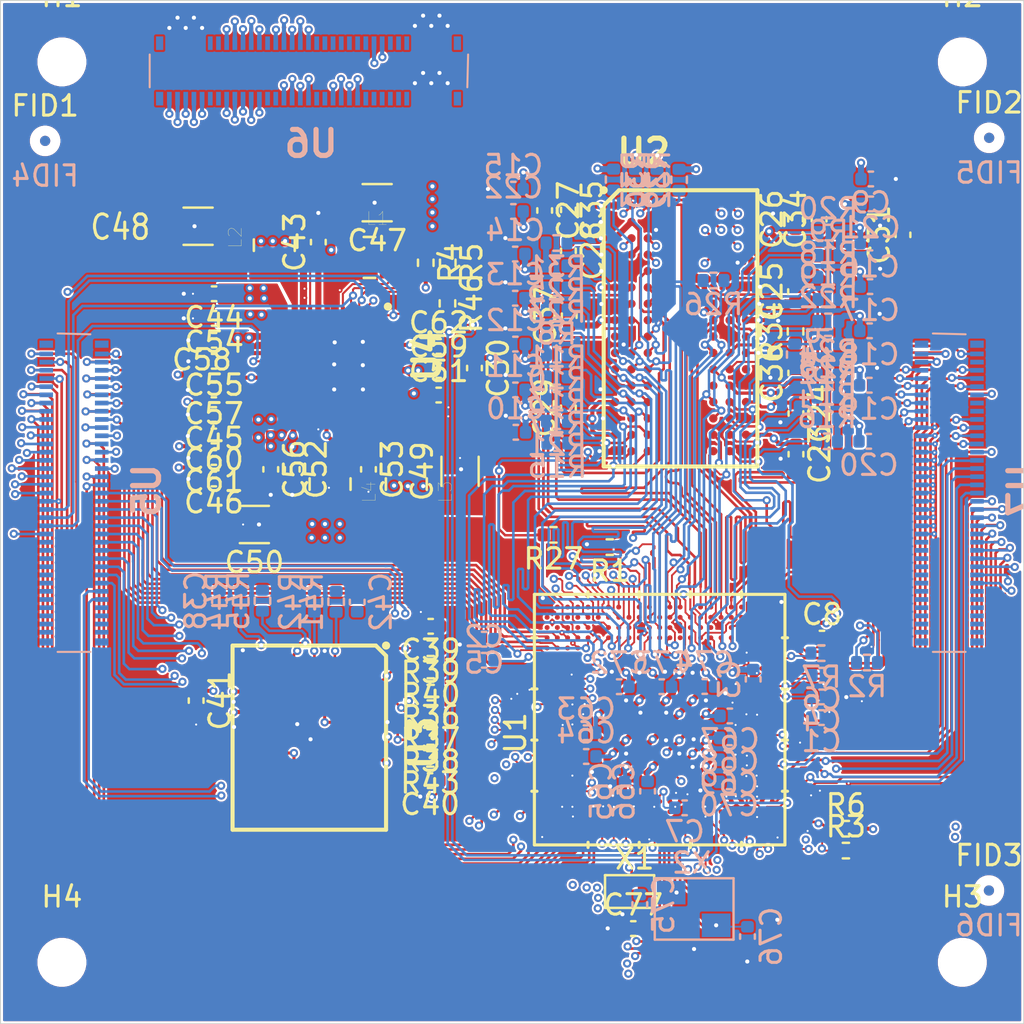
<source format=kicad_pcb>
(kicad_pcb (version 20171130) (host pcbnew 5.1.10-88a1d61d58~88~ubuntu20.04.1)
  (layers (0 Top_Layer.Cu signal hide) (1 Signal_Layer_1.Cu signal hide) (2 Signal_Layer_2.Cu signal hide) (3 Signal_Layer_3.Cu signal hide) (4 Signal_Layer_4.Cu signal hide) (31 Bottom_Layer.Cu signal) (34 B.Paste user hide) (35 F.Paste user hide) (36 B.SilkS user hide) (37 F.SilkS user hide) (38 B.Mask user hide) (39 F.Mask user hide) (44 Edge.Cuts user))
  (net 0 "")
  (net 1 GND)
  (net 2 MPU_VDDA_1V8_REG)
  (net 3 PMIC_VOUT3_VDD)
  (net 4 PMIC_LDO4_VDD_USB)
  (net 5 "Net-(C5-Pad2)")
  (net 6 "Net-(C6-Pad1)")
  (net 7 "Net-(C7-Pad1)")
  (net 8 PMIC_VREF_DDR)
  (net 9 PMIC_LDO3_VTT_DDR)
  (net 10 PMIC_VOUT2_VDD_DDR)
  (net 11 "Net-(C42-Pad1)")
  (net 12 5V_VIN)
  (net 13 PMIC_VOUT1_VDD_CORE)
  (net 14 PMIC_VOUT4_3V3)
  (net 15 PMIC_LDO1_1V8)
  (net 16 PMIC_LDO6_1V0)
  (net 17 "Net-(C62-Pad1)")
  (net 18 "Net-(L1-Pad1)")
  (net 19 "Net-(L2-Pad1)")
  (net 20 "Net-(L3-Pad1)")
  (net 21 "Net-(L4-Pad1)")
  (net 22 "Net-(R1-Pad1)")
  (net 23 I2C1_SCL)
  (net 24 I2C1_SDA)
  (net 25 I2C4_SCL)
  (net 26 I2C4_SDA)
  (net 27 ETH_NRST)
  (net 28 "Net-(R7-Pad1)")
  (net 29 DDR_A0)
  (net 30 DDR_A1)
  (net 31 DDR_A2)
  (net 32 DDR_A3)
  (net 33 DDR_A4)
  (net 34 DDR_A5)
  (net 35 DDR_A6)
  (net 36 DDR_A7)
  (net 37 DDR_A8)
  (net 38 DDR_A9)
  (net 39 DDR_A10)
  (net 40 DDR_A11)
  (net 41 DDR_A12)
  (net 42 DDR_A13)
  (net 43 DDR_A14)
  (net 44 DDR_BA0)
  (net 45 DDR_BA1)
  (net 46 DDR_BA2)
  (net 47 DDR_CLK_P)
  (net 48 DDR_CLK_N)
  (net 49 DDR_RESETN)
  (net 50 DDR_CKE)
  (net 51 DDR_RASN)
  (net 52 DDR_CSN)
  (net 53 DDR_ODT)
  (net 54 DDR_WEN)
  (net 55 DDR_CASN)
  (net 56 "Net-(R34-Pad1)")
  (net 57 SDMMC2_D0)
  (net 58 SDMMC2_D1)
  (net 59 SDMMC2_D2)
  (net 60 SDMMC2_D3)
  (net 61 SDMMC2_D4)
  (net 62 SDMMC2_D5)
  (net 63 SDMMC2_D6)
  (net 64 SDMMC2_D7)
  (net 65 SDMMC2_CMD)
  (net 66 SDMMC2_CK)
  (net 67 NRST)
  (net 68 "Net-(U1-PadA2)")
  (net 69 "Net-(U1-PadA3)")
  (net 70 "Net-(U1-PadA4)")
  (net 71 "Net-(U1-PadA5)")
  (net 72 "Net-(U1-PadA7)")
  (net 73 "Net-(U1-PadA13)")
  (net 74 DSI_CKN)
  (net 75 DSI_D1_N)
  (net 76 JTDO_TRACESWO)
  (net 77 JTDI)
  (net 78 "Net-(U1-PadA21)")
  (net 79 "Net-(U1-PadA22)")
  (net 80 LCD_G4)
  (net 81 LCD_R6)
  (net 82 "Net-(U1-PadB3)")
  (net 83 LCD_B4)
  (net 84 LCD_B3)
  (net 85 "Net-(U1-PadB6)")
  (net 86 "Net-(U1-PadB7)")
  (net 87 STLINK_UART4_RX)
  (net 88 STLINK_UART4_TX)
  (net 89 I2S2_WS)
  (net 90 DSI_TE)
  (net 91 DSI_D0_N)
  (net 92 DSI_CKP)
  (net 93 DSI_D1_P)
  (net 94 NJRST)
  (net 95 JTCK_SWCLK)
  (net 96 "Net-(U1-PadB21)")
  (net 97 "Net-(U1-PadB22)")
  (net 98 "Net-(U1-PadB23)")
  (net 99 LCD_G5)
  (net 100 LCD_R4)
  (net 101 LCD_G3)
  (net 102 "Net-(U1-PadC4)")
  (net 103 LCD_R3)
  (net 104 "Net-(U1-PadC6)")
  (net 105 "Net-(U1-PadC8)")
  (net 106 LCD_G1)
  (net 107 DSI_D0_P)
  (net 108 "Net-(U1-PadC19)")
  (net 109 JTMS_SWDIO)
  (net 110 "Net-(U1-PadC22)")
  (net 111 "Net-(U1-PadC23)")
  (net 112 LCD_G2)
  (net 113 "Net-(U1-PadD2)")
  (net 114 LCD_R7)
  (net 115 LCD_R2)
  (net 116 "Net-(U1-PadD6)")
  (net 117 "Net-(U1-PadD7)")
  (net 118 "Net-(U1-PadD8)")
  (net 119 "Net-(U1-PadD9)")
  (net 120 "Net-(U1-PadD10)")
  (net 121 "Net-(U1-PadD11)")
  (net 122 SDMMC1_CMD)
  (net 123 SDMMC1_CK)
  (net 124 I2S2_CK)
  (net 125 SDMMC1_D2)
  (net 126 SDMMC1_D3)
  (net 127 SDMMC1_D1)
  (net 128 SDMMC1_D0)
  (net 129 DSI_RESET)
  (net 130 "Net-(U1-PadD21)")
  (net 131 "Net-(U1-PadD22)")
  (net 132 "Net-(U1-PadD23)")
  (net 133 I2S2_SDO)
  (net 134 LCD_G7)
  (net 135 LCD_G6)
  (net 136 "Net-(U1-PadE4)")
  (net 137 DDR_DQ3)
  (net 138 DDR_DQ0)
  (net 139 "Net-(U1-PadE23)")
  (net 140 "Net-(U1-PadF2)")
  (net 141 DDR_DQ1)
  (net 142 "Net-(U1-PadG1)")
  (net 143 "Net-(U1-PadG3)")
  (net 144 USART1_CTS)
  (net 145 DDR_DQ7)
  (net 146 DDR_DQS0_P)
  (net 147 DDR_DQS0_N)
  (net 148 "Net-(U1-PadH1)")
  (net 149 LCD_VSYNC)
  (net 150 DDR_DQ2)
  (net 151 DDR_DQ6)
  (net 152 DDR_DQM0)
  (net 153 "Net-(U1-PadJ2)")
  (net 154 "Net-(U1-PadJ3)")
  (net 155 "Net-(U1-PadJ4)")
  (net 156 DDR_DQ4)
  (net 157 DDR_DQ5)
  (net 158 LCD_B0)
  (net 159 PMIC_WAKEUP)
  (net 160 LCD_B7)
  (net 161 LCD_B1)
  (net 162 "Net-(U1-PadK20)")
  (net 163 U_LED_1)
  (net 164 "Net-(U1-PadL4)")
  (net 165 "Net-(U1-PadL21)")
  (net 166 BOOT2)
  (net 167 BOOT0)
  (net 168 "Net-(U1-PadN3)")
  (net 169 BOOT1)
  (net 170 STUSB1600_IRQOUTn)
  (net 171 "Net-(U1-PadP20)")
  (net 172 POWER_ON)
  (net 173 LCD_HSYNC)
  (net 174 "Net-(U1-PadT4)")
  (net 175 DDR_DQ8)
  (net 176 DDR_DQ10)
  (net 177 DDR_DQ13)
  (net 178 "Net-(U1-PadU1)")
  (net 179 LCD_B5)
  (net 180 ANA0)
  (net 181 ANA1)
  (net 182 DDR_DQ9)
  (net 183 "Net-(U1-PadV2)")
  (net 184 "Net-(U1-PadV3)")
  (net 185 DDR_DQM1)
  (net 186 HDMI_INT)
  (net 187 "Net-(U1-PadW2)")
  (net 188 ETH_RXD3)
  (net 189 DDR_DQ11)
  (net 190 DDR_DQ14)
  (net 191 DDR_DQ12)
  (net 192 ETH_TXD3)
  (net 193 ETH_TXD2)
  (net 194 "Net-(U1-PadY3)")
  (net 195 "Net-(U1-PadY5)")
  (net 196 ETH_CLK125)
  (net 197 USART1_TX)
  (net 198 ETH_CLK)
  (net 199 "Net-(U1-PadY9)")
  (net 200 "Net-(U1-PadY10)")
  (net 201 "Net-(U1-PadY11)")
  (net 202 LCD_DE)
  (net 203 "Net-(U1-PadY13)")
  (net 204 HDMI_CEC)
  (net 205 "Net-(U1-PadY15)")
  (net 206 USART1_RX)
  (net 207 HDMI_NRST)
  (net 208 "Net-(U1-PadY19)")
  (net 209 DDR_DQ15)
  (net 210 "Net-(U1-PadY22)")
  (net 211 "Net-(U1-PadY23)")
  (net 212 ETH_TXD1)
  (net 213 ETH_TXD0)
  (net 214 LCD_R1)
  (net 215 ETH_RX_CLK)
  (net 216 ETH_MDC)
  (net 217 "Net-(U1-PadAA9)")
  (net 218 "Net-(U1-PadAA10)")
  (net 219 "Net-(U1-PadAA11)")
  (net 220 SPI5_NSS)
  (net 221 SPI5_MOSI)
  (net 222 DSI_BL_CTRL)
  (net 223 "Net-(U1-PadAA20)")
  (net 224 "Net-(U1-PadAA22)")
  (net 225 "Net-(U1-PadAA23)")
  (net 226 ETH_TX_EN)
  (net 227 ETH_GTX_CLK)
  (net 228 PA0_WKUP)
  (net 229 LCD_R0)
  (net 230 LCD_R5)
  (net 231 ETH_RXD2)
  (net 232 ETH_RXD1)
  (net 233 ETH_RX_DV)
  (net 234 "Net-(U1-PadAB9)")
  (net 235 LCD_B2)
  (net 236 SPI5_SCK)
  (net 237 USB_DM2)
  (net 238 USB_DM1)
  (net 239 USART1_RTS)
  (net 240 "Net-(U1-PadAB20)")
  (net 241 "Net-(U1-PadAB21)")
  (net 242 "Net-(U1-PadAB22)")
  (net 243 "Net-(U1-PadAB23)")
  (net 244 ETH_MDIO)
  (net 245 U_LED_2)
  (net 246 "Net-(U1-PadAC5)")
  (net 247 ETH_RXD0)
  (net 248 ETH_MDINT)
  (net 249 "Net-(U1-PadAC10)")
  (net 250 SPI5_MISO)
  (net 251 "Net-(U1-PadAC13)")
  (net 252 LCD_CLK)
  (net 253 USB_DP2)
  (net 254 USB_DP1)
  (net 255 "Net-(U1-PadAC19)")
  (net 256 "Net-(U1-PadAC21)")
  (net 257 "Net-(U1-PadAC22)")
  (net 258 "Net-(U3-PadA7)")
  (net 259 "Net-(U3-PadA10)")
  (net 260 "Net-(U3-PadA11)")
  (net 261 "Net-(U3-PadA12)")
  (net 262 "Net-(U3-PadA13)")
  (net 263 "Net-(U3-PadA14)")
  (net 264 "Net-(U3-PadB1)")
  (net 265 "Net-(U3-PadB9)")
  (net 266 "Net-(U3-PadB10)")
  (net 267 "Net-(U3-PadB11)")
  (net 268 "Net-(U3-PadB12)")
  (net 269 "Net-(U3-PadB13)")
  (net 270 "Net-(U3-PadB14)")
  (net 271 "Net-(U3-PadC8)")
  (net 272 "Net-(U3-PadC9)")
  (net 273 "Net-(U3-PadC10)")
  (net 274 "Net-(U3-PadC11)")
  (net 275 "Net-(U3-PadC12)")
  (net 276 "Net-(U3-PadC13)")
  (net 277 "Net-(U3-PadC14)")
  (net 278 "Net-(U3-PadD1)")
  (net 279 "Net-(U3-PadD12)")
  (net 280 "Net-(U3-PadD13)")
  (net 281 "Net-(U3-PadD14)")
  (net 282 "Net-(U3-PadE5)")
  (net 283 "Net-(U3-PadE8)")
  (net 284 "Net-(U3-PadE9)")
  (net 285 "Net-(U3-PadE10)")
  (net 286 "Net-(U3-PadE12)")
  (net 287 "Net-(U3-PadE13)")
  (net 288 "Net-(U3-PadE14)")
  (net 289 "Net-(U3-PadF3)")
  (net 290 "Net-(U3-PadF10)")
  (net 291 "Net-(U3-PadF12)")
  (net 292 "Net-(U3-PadF13)")
  (net 293 "Net-(U3-PadF14)")
  (net 294 "Net-(U3-PadG2)")
  (net 295 "Net-(U3-PadG3)")
  (net 296 "Net-(U3-PadG10)")
  (net 297 "Net-(U3-PadG12)")
  (net 298 "Net-(U3-PadG13)")
  (net 299 "Net-(U3-PadG14)")
  (net 300 "Net-(U3-PadH1)")
  (net 301 "Net-(U3-PadH2)")
  (net 302 "Net-(U3-PadH3)")
  (net 303 "Net-(U3-PadH5)")
  (net 304 "Net-(U3-PadH12)")
  (net 305 "Net-(U3-PadH13)")
  (net 306 "Net-(U3-PadH14)")
  (net 307 "Net-(U3-PadJ12)")
  (net 308 "Net-(U3-PadJ13)")
  (net 309 "Net-(U3-PadJ14)")
  (net 310 "Net-(U3-PadK6)")
  (net 311 "Net-(U3-PadK7)")
  (net 312 "Net-(U3-PadK10)")
  (net 313 "Net-(U3-PadK12)")
  (net 314 "Net-(U3-PadK13)")
  (net 315 "Net-(U3-PadK14)")
  (net 316 "Net-(U3-PadL12)")
  (net 317 "Net-(U3-PadL13)")
  (net 318 "Net-(U3-PadL14)")
  (net 319 "Net-(U3-PadM1)")
  (net 320 "Net-(U3-PadM2)")
  (net 321 "Net-(U3-PadM3)")
  (net 322 "Net-(U3-PadM7)")
  (net 323 "Net-(U3-PadM8)")
  (net 324 "Net-(U3-PadM9)")
  (net 325 "Net-(U3-PadM10)")
  (net 326 "Net-(U3-PadM11)")
  (net 327 "Net-(U3-PadM12)")
  (net 328 "Net-(U3-PadM13)")
  (net 329 "Net-(U3-PadM14)")
  (net 330 "Net-(U3-PadN1)")
  (net 331 "Net-(U3-PadN3)")
  (net 332 "Net-(U3-PadN6)")
  (net 333 "Net-(U3-PadN7)")
  (net 334 "Net-(U3-PadN8)")
  (net 335 "Net-(U3-PadN9)")
  (net 336 "Net-(U3-PadN10)")
  (net 337 "Net-(U3-PadN11)")
  (net 338 "Net-(U3-PadN12)")
  (net 339 "Net-(U3-PadN13)")
  (net 340 "Net-(U3-PadN14)")
  (net 341 "Net-(U3-PadP2)")
  (net 342 "Net-(U3-PadP7)")
  (net 343 "Net-(U3-PadP8)")
  (net 344 "Net-(U3-PadP9)")
  (net 345 "Net-(U3-PadP10)")
  (net 346 "Net-(U3-PadP11)")
  (net 347 "Net-(U3-PadP12)")
  (net 348 "Net-(U3-PadP13)")
  (net 349 "Net-(U3-PadP14)")
  (net 350 nPONKEY)
  (net 351 PMIC_LDO2_2V9)
  (net 352 "Net-(U4-Pad33)")
  (net 353 "Net-(U4-Pad34)")
  (net 354 "Net-(U4-Pad35)")
  (net 355 "Net-(U4-Pad37)")
  (net 356 "Net-(U4-Pad38)")
  (net 357 "Net-(U5-Pad1)")
  (net 358 "Net-(U5-Pad2)")
  (net 359 "Net-(U5-Pad3)")
  (net 360 "Net-(U5-Pad4)")
  (net 361 "Net-(U5-Pad5)")
  (net 362 "Net-(U5-Pad6)")
  (net 363 "Net-(U5-Pad7)")
  (net 364 "Net-(U5-Pad8)")
  (net 365 "Net-(U5-Pad9)")
  (net 366 "Net-(U5-Pad11)")
  (net 367 "Net-(U5-Pad13)")
  (net 368 "Net-(U5-Pad15)")
  (net 369 "Net-(U5-Pad17)")
  (net 370 "Net-(U5-Pad19)")
  (net 371 "Net-(U5-Pad21)")
  (net 372 "Net-(U5-Pad23)")
  (net 373 "Net-(U6-Pad11)")
  (net 374 "Net-(U6-Pad12)")
  (net 375 "Net-(U6-Pad13)")
  (net 376 "Net-(U6-Pad14)")
  (net 377 "Net-(U6-Pad25)")
  (net 378 "Net-(U6-Pad26)")
  (net 379 "Net-(U6-Pad28)")
  (net 380 "Net-(U6-Pad37)")
  (net 381 "Net-(U6-Pad38)")
  (net 382 "Net-(U6-Pad39)")
  (net 383 "Net-(U6-Pad40)")
  (net 384 "Net-(U6-Pad41)")
  (net 385 "Net-(U6-Pad43)")
  (net 386 "Net-(U6-Pad45)")
  (net 387 "Net-(U6-Pad47)")
  (net 388 "Net-(U6-Pad49)")
  (net 389 "Net-(U6-Pad50)")
  (net 390 "Net-(U6-Pad52)")
  (net 391 "Net-(U6-Pad54)")
  (net 392 "Net-(U6-Pad55)")
  (net 393 "Net-(U6-Pad56)")
  (net 394 "Net-(U6-Pad57)")
  (net 395 "Net-(U6-Pad58)")
  (net 396 "Net-(U6-Pad59)")
  (net 397 "Net-(U6-Pad60)")
  (net 398 "Net-(U7-Pad11)")
  (net 399 "Net-(U7-Pad13)")
  (net 400 "Net-(U7-Pad15)")
  (net 401 "Net-(U7-Pad17)")
  (net 402 "Net-(U7-Pad19)")
  (net 403 "Net-(U7-Pad21)")
  (net 404 "Net-(U7-Pad23)")
  (net 405 "Net-(X1-Pad1)")
  (net 406 LCD_B6)
  (net 407 DDR_DQS1_P)
  (net 408 DDR_DQS1_N)
  (net 409 DSI_LCD_INT)
  (net 410 "Net-(U1-PadF3)")
  (net 411 U_BUTTON_1)
  (net 412 U_BUTTON_2)
  (net 413 "Net-(U1-PadV4)")
  (net 414 LCD_G0)
  (net 415 "Net-(U1-PadAA18)")
  (net 416 "Net-(C75-Pad2)")
  (net 417 "Net-(C76-Pad2)")
  (net 418 "Net-(C77-Pad2)")
  (net 419 "Net-(U7-Pad1)")
  (net 420 "Net-(U7-Pad2)")
  (net 421 "Net-(U7-Pad3)")
  (net 422 "Net-(U7-Pad4)")
  (net 423 "Net-(U7-Pad5)")
  (net 424 "Net-(U7-Pad6)")
  (net 425 "Net-(U7-Pad7)")
  (net 426 "Net-(U7-Pad8)")
  (net 427 "Net-(U7-Pad9)")
  (net 428 "Net-(U7-Pad10)")
  (net 429 "Net-(U7-Pad12)")
  (net 430 PMIC_LDO5_2V9)
  (net 431 "Net-(U7-Pad68)")
  (net 432 "Net-(U7-Pad56)")
  (net 433 "Net-(U7-Pad58)")
  (module U_Package_BGA:STM32MP157CAC3 (layer Top_Layer.Cu) (at 147.21 101.64 90)
    (fp_text reference U1 (at -0.65 -7.05 90) (layer F.SilkS))
    (fp_text value STM32MP157CAC3 hide)
    (pad A1 smd circle (at -5.5 -5.5 90) (size 0.24 0.24) (layers Top_Layer.Cu F.Paste F.Mask) (net 1 GND))
    (pad A2 smd circle (at -5 -5.5 90) (size 0.24 0.24) (layers Top_Layer.Cu F.Paste F.Mask) (net 68 "Net-(U1-PadA2)"))
    (pad A3 smd circle (at -4.5 -5.5 90) (size 0.24 0.24) (layers Top_Layer.Cu F.Paste F.Mask) (net 69 "Net-(U1-PadA3)"))
    (pad A4 smd circle (at -4 -5.5 90) (size 0.24 0.24) (layers Top_Layer.Cu F.Paste F.Mask) (net 70 "Net-(U1-PadA4)"))
    (pad A5 smd circle (at -3.5 -5.5 90) (size 0.24 0.24) (layers Top_Layer.Cu F.Paste F.Mask) (net 71 "Net-(U1-PadA5)"))
    (pad A7 smd circle (at -2.5 -5.5 90) (size 0.24 0.24) (layers Top_Layer.Cu F.Paste F.Mask) (net 72 "Net-(U1-PadA7)"))
    (pad A8 smd circle (at -2 -5.5 90) (size 0.24 0.24) (layers Top_Layer.Cu F.Paste F.Mask) (net 62 SDMMC2_D5))
    (pad A10 smd circle (at -1 -5.5 90) (size 0.24 0.24) (layers Top_Layer.Cu F.Paste F.Mask) (net 65 SDMMC2_CMD))
    (pad A11 smd circle (at -0.5 -5.5 90) (size 0.24 0.24) (layers Top_Layer.Cu F.Paste F.Mask) (net 59 SDMMC2_D2))
    (pad A13 smd circle (at 0.5 -5.5 90) (size 0.24 0.24) (layers Top_Layer.Cu F.Paste F.Mask) (net 73 "Net-(U1-PadA13)"))
    (pad A14 smd circle (at 1 -5.5 90) (size 0.24 0.24) (layers Top_Layer.Cu F.Paste F.Mask) (net 409 DSI_LCD_INT))
    (pad A16 smd circle (at 2 -5.5 90) (size 0.24 0.24) (layers Top_Layer.Cu F.Paste F.Mask) (net 74 DSI_CKN))
    (pad A17 smd circle (at 2.5 -5.5 90) (size 0.24 0.24) (layers Top_Layer.Cu F.Paste F.Mask) (net 75 DSI_D1_N))
    (pad A19 smd circle (at 3.5 -5.5 90) (size 0.24 0.24) (layers Top_Layer.Cu F.Paste F.Mask) (net 76 JTDO_TRACESWO))
    (pad A20 smd circle (at 4 -5.5 90) (size 0.24 0.24) (layers Top_Layer.Cu F.Paste F.Mask) (net 77 JTDI))
    (pad A21 smd circle (at 4.5 -5.5 90) (size 0.24 0.24) (layers Top_Layer.Cu F.Paste F.Mask) (net 78 "Net-(U1-PadA21)"))
    (pad A22 smd circle (at 5 -5.5 90) (size 0.24 0.24) (layers Top_Layer.Cu F.Paste F.Mask) (net 79 "Net-(U1-PadA22)"))
    (pad A23 smd circle (at 5.5 -5.5 90) (size 0.24 0.24) (layers Top_Layer.Cu F.Paste F.Mask) (net 1 GND))
    (pad B1 smd circle (at -5.5 -5 90) (size 0.24 0.24) (layers Top_Layer.Cu F.Paste F.Mask) (net 80 LCD_G4))
    (pad B2 smd circle (at -5 -5 90) (size 0.24 0.24) (layers Top_Layer.Cu F.Paste F.Mask) (net 81 LCD_R6))
    (pad B3 smd circle (at -4.5 -5 90) (size 0.24 0.24) (layers Top_Layer.Cu F.Paste F.Mask) (net 82 "Net-(U1-PadB3)"))
    (pad B4 smd circle (at -4 -5 90) (size 0.24 0.24) (layers Top_Layer.Cu F.Paste F.Mask) (net 83 LCD_B4))
    (pad B5 smd circle (at -3.5 -5 90) (size 0.24 0.24) (layers Top_Layer.Cu F.Paste F.Mask) (net 84 LCD_B3))
    (pad B6 smd circle (at -3 -5 90) (size 0.24 0.24) (layers Top_Layer.Cu F.Paste F.Mask) (net 85 "Net-(U1-PadB6)"))
    (pad B7 smd circle (at -2.5 -5 90) (size 0.24 0.24) (layers Top_Layer.Cu F.Paste F.Mask) (net 86 "Net-(U1-PadB7)"))
    (pad B8 smd circle (at -2 -5 90) (size 0.24 0.24) (layers Top_Layer.Cu F.Paste F.Mask) (net 87 STLINK_UART4_RX))
    (pad B9 smd circle (at -1.5 -5 90) (size 0.24 0.24) (layers Top_Layer.Cu F.Paste F.Mask) (net 88 STLINK_UART4_TX))
    (pad B10 smd circle (at -1 -5 90) (size 0.24 0.24) (layers Top_Layer.Cu F.Paste F.Mask) (net 89 I2S2_WS))
    (pad B11 smd circle (at -0.5 -5 90) (size 0.24 0.24) (layers Top_Layer.Cu F.Paste F.Mask) (net 64 SDMMC2_D7))
    (pad B12 smd circle (at 0 -5 90) (size 0.24 0.24) (layers Top_Layer.Cu F.Paste F.Mask) (net 58 SDMMC2_D1))
    (pad B13 smd circle (at 0.5 -5 90) (size 0.24 0.24) (layers Top_Layer.Cu F.Paste F.Mask) (net 60 SDMMC2_D3))
    (pad B14 smd circle (at 1 -5 90) (size 0.24 0.24) (layers Top_Layer.Cu F.Paste F.Mask) (net 90 DSI_TE))
    (pad B15 smd circle (at 1.5 -5 90) (size 0.24 0.24) (layers Top_Layer.Cu F.Paste F.Mask) (net 91 DSI_D0_N))
    (pad B16 smd circle (at 2 -5 90) (size 0.24 0.24) (layers Top_Layer.Cu F.Paste F.Mask) (net 92 DSI_CKP))
    (pad B17 smd circle (at 2.5 -5 90) (size 0.24 0.24) (layers Top_Layer.Cu F.Paste F.Mask) (net 93 DSI_D1_P))
    (pad B18 smd circle (at 3 -5 90) (size 0.24 0.24) (layers Top_Layer.Cu F.Paste F.Mask) (net 3 PMIC_VOUT3_VDD))
    (pad B19 smd circle (at 3.5 -5 90) (size 0.24 0.24) (layers Top_Layer.Cu F.Paste F.Mask) (net 94 NJRST))
    (pad B20 smd circle (at 4 -5 90) (size 0.24 0.24) (layers Top_Layer.Cu F.Paste F.Mask) (net 95 JTCK_SWCLK))
    (pad B21 smd circle (at 4.5 -5 90) (size 0.24 0.24) (layers Top_Layer.Cu F.Paste F.Mask) (net 96 "Net-(U1-PadB21)"))
    (pad B22 smd circle (at 5 -5 90) (size 0.24 0.24) (layers Top_Layer.Cu F.Paste F.Mask) (net 97 "Net-(U1-PadB22)"))
    (pad B23 smd circle (at 5.5 -5 90) (size 0.24 0.24) (layers Top_Layer.Cu F.Paste F.Mask) (net 98 "Net-(U1-PadB23)"))
    (pad C1 smd circle (at -5.5 -4.5 90) (size 0.24 0.24) (layers Top_Layer.Cu F.Paste F.Mask) (net 99 LCD_G5))
    (pad C2 smd circle (at -5 -4.5 90) (size 0.24 0.24) (layers Top_Layer.Cu F.Paste F.Mask) (net 100 LCD_R4))
    (pad C3 smd circle (at -4.5 -4.5 90) (size 0.24 0.24) (layers Top_Layer.Cu F.Paste F.Mask) (net 101 LCD_G3))
    (pad C4 smd circle (at -4 -4.5 90) (size 0.24 0.24) (layers Top_Layer.Cu F.Paste F.Mask) (net 102 "Net-(U1-PadC4)"))
    (pad C5 smd circle (at -3.5 -4.5 90) (size 0.24 0.24) (layers Top_Layer.Cu F.Paste F.Mask) (net 103 LCD_R3))
    (pad C6 smd circle (at -3 -4.5 90) (size 0.24 0.24) (layers Top_Layer.Cu F.Paste F.Mask) (net 104 "Net-(U1-PadC6)"))
    (pad C7 smd circle (at -2.5 -4.5 90) (size 0.24 0.24) (layers Top_Layer.Cu F.Paste F.Mask) (net 1 GND))
    (pad C8 smd circle (at -2 -4.5 90) (size 0.24 0.24) (layers Top_Layer.Cu F.Paste F.Mask) (net 105 "Net-(U1-PadC8)"))
    (pad C9 smd circle (at -1.5 -4.5 90) (size 0.24 0.24) (layers Top_Layer.Cu F.Paste F.Mask) (net 66 SDMMC2_CK))
    (pad C10 smd circle (at -1 -4.5 90) (size 0.24 0.24) (layers Top_Layer.Cu F.Paste F.Mask) (net 106 LCD_G1))
    (pad C11 smd circle (at -0.5 -4.5 90) (size 0.24 0.24) (layers Top_Layer.Cu F.Paste F.Mask) (net 63 SDMMC2_D6))
    (pad C12 smd circle (at 0 -4.5 90) (size 0.24 0.24) (layers Top_Layer.Cu F.Paste F.Mask) (net 1 GND))
    (pad C13 smd circle (at 0.5 -4.5 90) (size 0.24 0.24) (layers Top_Layer.Cu F.Paste F.Mask) (net 57 SDMMC2_D0))
    (pad C14 smd circle (at 1 -4.5 90) (size 0.24 0.24) (layers Top_Layer.Cu F.Paste F.Mask) (net 2 MPU_VDDA_1V8_REG))
    (pad C15 smd circle (at 1.5 -4.5 90) (size 0.24 0.24) (layers Top_Layer.Cu F.Paste F.Mask) (net 107 DSI_D0_P))
    (pad C16 smd circle (at 2 -4.5 90) (size 0.24 0.24) (layers Top_Layer.Cu F.Paste F.Mask) (net 1 GND))
    (pad C17 smd circle (at 2.5 -4.5 90) (size 0.24 0.24) (layers Top_Layer.Cu F.Paste F.Mask) (net 5 "Net-(C5-Pad2)"))
    (pad C18 smd circle (at 3 -4.5 90) (size 0.24 0.24) (layers Top_Layer.Cu F.Paste F.Mask) (net 5 "Net-(C5-Pad2)"))
    (pad C19 smd circle (at 3.5 -4.5 90) (size 0.24 0.24) (layers Top_Layer.Cu F.Paste F.Mask) (net 108 "Net-(U1-PadC19)"))
    (pad C20 smd circle (at 4 -4.5 90) (size 0.24 0.24) (layers Top_Layer.Cu F.Paste F.Mask) (net 109 JTMS_SWDIO))
    (pad C21 smd circle (at 4.5 -4.5 90) (size 0.24 0.24) (layers Top_Layer.Cu F.Paste F.Mask) (net 1 GND))
    (pad C22 smd circle (at 5 -4.5 90) (size 0.24 0.24) (layers Top_Layer.Cu F.Paste F.Mask) (net 110 "Net-(U1-PadC22)"))
    (pad C23 smd circle (at 5.5 -4.5 90) (size 0.24 0.24) (layers Top_Layer.Cu F.Paste F.Mask) (net 111 "Net-(U1-PadC23)"))
    (pad D1 smd circle (at -5.5 -4 90) (size 0.24 0.24) (layers Top_Layer.Cu F.Paste F.Mask) (net 112 LCD_G2))
    (pad D2 smd circle (at -5 -4 90) (size 0.24 0.24) (layers Top_Layer.Cu F.Paste F.Mask) (net 113 "Net-(U1-PadD2)"))
    (pad D3 smd circle (at -4.5 -4 90) (size 0.24 0.24) (layers Top_Layer.Cu F.Paste F.Mask) (net 114 LCD_R7))
    (pad D4 smd circle (at -4 -4 90) (size 0.24 0.24) (layers Top_Layer.Cu F.Paste F.Mask) (net 1 GND))
    (pad D5 smd circle (at -3.5 -4 90) (size 0.24 0.24) (layers Top_Layer.Cu F.Paste F.Mask) (net 115 LCD_R2))
    (pad D6 smd circle (at -3 -4 90) (size 0.24 0.24) (layers Top_Layer.Cu F.Paste F.Mask) (net 116 "Net-(U1-PadD6)"))
    (pad D7 smd circle (at -2.5 -4 90) (size 0.24 0.24) (layers Top_Layer.Cu F.Paste F.Mask) (net 117 "Net-(U1-PadD7)"))
    (pad D8 smd circle (at -2 -4 90) (size 0.24 0.24) (layers Top_Layer.Cu F.Paste F.Mask) (net 118 "Net-(U1-PadD8)"))
    (pad D9 smd circle (at -1.5 -4 90) (size 0.24 0.24) (layers Top_Layer.Cu F.Paste F.Mask) (net 119 "Net-(U1-PadD9)"))
    (pad D10 smd circle (at -1 -4 90) (size 0.24 0.24) (layers Top_Layer.Cu F.Paste F.Mask) (net 120 "Net-(U1-PadD10)"))
    (pad D11 smd circle (at -0.5 -4 90) (size 0.24 0.24) (layers Top_Layer.Cu F.Paste F.Mask) (net 121 "Net-(U1-PadD11)"))
    (pad D12 smd circle (at 0 -4 90) (size 0.24 0.24) (layers Top_Layer.Cu F.Paste F.Mask) (net 122 SDMMC1_CMD))
    (pad D13 smd circle (at 0.5 -4 90) (size 0.24 0.24) (layers Top_Layer.Cu F.Paste F.Mask) (net 123 SDMMC1_CK))
    (pad D14 smd circle (at 1 -4 90) (size 0.24 0.24) (layers Top_Layer.Cu F.Paste F.Mask) (net 124 I2S2_CK))
    (pad D15 smd circle (at 1.5 -4 90) (size 0.24 0.24) (layers Top_Layer.Cu F.Paste F.Mask) (net 125 SDMMC1_D2))
    (pad D16 smd circle (at 2 -4 90) (size 0.24 0.24) (layers Top_Layer.Cu F.Paste F.Mask) (net 126 SDMMC1_D3))
    (pad D17 smd circle (at 2.5 -4 90) (size 0.24 0.24) (layers Top_Layer.Cu F.Paste F.Mask) (net 127 SDMMC1_D1))
    (pad D18 smd circle (at 3 -4 90) (size 0.24 0.24) (layers Top_Layer.Cu F.Paste F.Mask) (net 128 SDMMC1_D0))
    (pad D19 smd circle (at 3.5 -4 90) (size 0.24 0.24) (layers Top_Layer.Cu F.Paste F.Mask) (net 129 DSI_RESET))
    (pad D20 smd circle (at 4 -4 90) (size 0.24 0.24) (layers Top_Layer.Cu F.Paste F.Mask) (net 49 DDR_RESETN))
    (pad D21 smd circle (at 4.5 -4 90) (size 0.24 0.24) (layers Top_Layer.Cu F.Paste F.Mask) (net 130 "Net-(U1-PadD21)"))
    (pad D22 smd circle (at 5 -4 90) (size 0.24 0.24) (layers Top_Layer.Cu F.Paste F.Mask) (net 131 "Net-(U1-PadD22)"))
    (pad D23 smd circle (at 5.5 -4 90) (size 0.24 0.24) (layers Top_Layer.Cu F.Paste F.Mask) (net 132 "Net-(U1-PadD23)"))
    (pad E1 smd circle (at -5.5 -3.5 90) (size 0.24 0.24) (layers Top_Layer.Cu F.Paste F.Mask) (net 133 I2S2_SDO))
    (pad E2 smd circle (at -5 -3.5 90) (size 0.24 0.24) (layers Top_Layer.Cu F.Paste F.Mask) (net 134 LCD_G7))
    (pad E3 smd circle (at -4.5 -3.5 90) (size 0.24 0.24) (layers Top_Layer.Cu F.Paste F.Mask) (net 135 LCD_G6))
    (pad E4 smd circle (at -4 -3.5 90) (size 0.24 0.24) (layers Top_Layer.Cu F.Paste F.Mask) (net 136 "Net-(U1-PadE4)"))
    (pad E20 smd circle (at 4 -3.5 90) (size 0.24 0.24) (layers Top_Layer.Cu F.Paste F.Mask) (net 36 DDR_A7))
    (pad E21 smd circle (at 4.5 -3.5 90) (size 0.24 0.24) (layers Top_Layer.Cu F.Paste F.Mask) (net 137 DDR_DQ3))
    (pad E22 smd circle (at 5 -3.5 90) (size 0.24 0.24) (layers Top_Layer.Cu F.Paste F.Mask) (net 138 DDR_DQ0))
    (pad E23 smd circle (at 5.5 -3.5 90) (size 0.24 0.24) (layers Top_Layer.Cu F.Paste F.Mask) (net 139 "Net-(U1-PadE23)"))
    (pad F2 smd circle (at -5 -3 90) (size 0.24 0.24) (layers Top_Layer.Cu F.Paste F.Mask) (net 140 "Net-(U1-PadF2)"))
    (pad F3 smd circle (at -4.5 -3 90) (size 0.24 0.24) (layers Top_Layer.Cu F.Paste F.Mask) (net 410 "Net-(U1-PadF3)"))
    (pad F4 smd circle (at -4 -3 90) (size 0.24 0.24) (layers Top_Layer.Cu F.Paste F.Mask) (net 406 LCD_B6))
    (pad F20 smd circle (at 4 -3 90) (size 0.24 0.24) (layers Top_Layer.Cu F.Paste F.Mask) (net 42 DDR_A13))
    (pad F21 smd circle (at 4.5 -3 90) (size 0.24 0.24) (layers Top_Layer.Cu F.Paste F.Mask) (net 1 GND))
    (pad F22 smd circle (at 5 -3 90) (size 0.24 0.24) (layers Top_Layer.Cu F.Paste F.Mask) (net 141 DDR_DQ1))
    (pad G1 smd circle (at -5.5 -2.5 90) (size 0.24 0.24) (layers Top_Layer.Cu F.Paste F.Mask) (net 142 "Net-(U1-PadG1)"))
    (pad G2 smd circle (at -5 -2.5 90) (size 0.24 0.24) (layers Top_Layer.Cu F.Paste F.Mask) (net 25 I2C4_SCL))
    (pad G3 smd circle (at -4.5 -2.5 90) (size 0.24 0.24) (layers Top_Layer.Cu F.Paste F.Mask) (net 143 "Net-(U1-PadG3)"))
    (pad G4 smd circle (at -4 -2.5 90) (size 0.24 0.24) (layers Top_Layer.Cu F.Paste F.Mask) (net 144 USART1_CTS))
    (pad G20 smd circle (at 4 -2.5 90) (size 0.24 0.24) (layers Top_Layer.Cu F.Paste F.Mask) (net 38 DDR_A9))
    (pad G21 smd circle (at 4.5 -2.5 90) (size 0.24 0.24) (layers Top_Layer.Cu F.Paste F.Mask) (net 145 DDR_DQ7))
    (pad G22 smd circle (at 5 -2.5 90) (size 0.24 0.24) (layers Top_Layer.Cu F.Paste F.Mask) (net 146 DDR_DQS0_P))
    (pad G23 smd circle (at 5.5 -2.5 90) (size 0.24 0.24) (layers Top_Layer.Cu F.Paste F.Mask) (net 147 DDR_DQS0_N))
    (pad H1 smd circle (at -5.5 -2 90) (size 0.24 0.24) (layers Top_Layer.Cu F.Paste F.Mask) (net 148 "Net-(U1-PadH1)"))
    (pad H2 smd circle (at -5 -2 90) (size 0.24 0.24) (layers Top_Layer.Cu F.Paste F.Mask) (net 26 I2C4_SDA))
    (pad H3 smd circle (at -4.5 -2 90) (size 0.24 0.24) (layers Top_Layer.Cu F.Paste F.Mask) (net 1 GND))
    (pad H4 smd circle (at -4 -2 90) (size 0.24 0.24) (layers Top_Layer.Cu F.Paste F.Mask) (net 149 LCD_VSYNC))
    (pad 1A2 smd circle (at -1.95 -2.6 90) (size 0.24 0.24) (layers Top_Layer.Cu F.Paste F.Mask) (net 13 PMIC_VOUT1_VDD_CORE))
    (pad 1A3 smd circle (at -1.3 -2.6 90) (size 0.24 0.24) (layers Top_Layer.Cu F.Paste F.Mask) (net 1 GND))
    (pad 1A4 smd circle (at -0.65 -2.6 90) (size 0.24 0.24) (layers Top_Layer.Cu F.Paste F.Mask) (net 13 PMIC_VOUT1_VDD_CORE))
    (pad 1A5 smd circle (at 0 -2.6 90) (size 0.24 0.24) (layers Top_Layer.Cu F.Paste F.Mask) (net 1 GND))
    (pad 1A6 smd circle (at 0.65 -2.6 90) (size 0.24 0.24) (layers Top_Layer.Cu F.Paste F.Mask) (net 13 PMIC_VOUT1_VDD_CORE))
    (pad 1A7 smd circle (at 1.3 -2.6 90) (size 0.24 0.24) (layers Top_Layer.Cu F.Paste F.Mask) (net 1 GND))
    (pad 1A8 smd circle (at 1.95 -2.6 90) (size 0.24 0.24) (layers Top_Layer.Cu F.Paste F.Mask) (net 10 PMIC_VOUT2_VDD_DDR))
    (pad H20 smd circle (at 4 -2 90) (size 0.24 0.24) (layers Top_Layer.Cu F.Paste F.Mask) (net 34 DDR_A5))
    (pad H21 smd circle (at 4.5 -2 90) (size 0.24 0.24) (layers Top_Layer.Cu F.Paste F.Mask) (net 150 DDR_DQ2))
    (pad H22 smd circle (at 5 -2 90) (size 0.24 0.24) (layers Top_Layer.Cu F.Paste F.Mask) (net 151 DDR_DQ6))
    (pad H23 smd circle (at 5.5 -2 90) (size 0.24 0.24) (layers Top_Layer.Cu F.Paste F.Mask) (net 152 DDR_DQM0))
    (pad J2 smd circle (at -5 -1.5 90) (size 0.24 0.24) (layers Top_Layer.Cu F.Paste F.Mask) (net 153 "Net-(U1-PadJ2)"))
    (pad J3 smd circle (at -4.5 -1.5 90) (size 0.24 0.24) (layers Top_Layer.Cu F.Paste F.Mask) (net 154 "Net-(U1-PadJ3)"))
    (pad J4 smd circle (at -4 -1.5 90) (size 0.24 0.24) (layers Top_Layer.Cu F.Paste F.Mask) (net 155 "Net-(U1-PadJ4)"))
    (pad 1B1 smd circle (at -2.6 -1.95 90) (size 0.24 0.24) (layers Top_Layer.Cu F.Paste F.Mask) (net 13 PMIC_VOUT1_VDD_CORE))
    (pad 1B2 smd circle (at -1.95 -1.95 90) (size 0.24 0.24) (layers Top_Layer.Cu F.Paste F.Mask) (net 1 GND))
    (pad 1B3 smd circle (at -1.3 -1.95 90) (size 0.24 0.24) (layers Top_Layer.Cu F.Paste F.Mask) (net 13 PMIC_VOUT1_VDD_CORE))
    (pad 1B4 smd circle (at -0.65 -1.95 90) (size 0.24 0.24) (layers Top_Layer.Cu F.Paste F.Mask) (net 1 GND))
    (pad 1B5 smd circle (at 0 -1.95 90) (size 0.24 0.24) (layers Top_Layer.Cu F.Paste F.Mask) (net 13 PMIC_VOUT1_VDD_CORE))
    (pad 1B6 smd circle (at 0.65 -1.95 90) (size 0.24 0.24) (layers Top_Layer.Cu F.Paste F.Mask) (net 1 GND))
    (pad 1B7 smd circle (at 1.3 -1.95 90) (size 0.24 0.24) (layers Top_Layer.Cu F.Paste F.Mask) (net 10 PMIC_VOUT2_VDD_DDR))
    (pad 1B8 smd circle (at 1.95 -1.95 90) (size 0.24 0.24) (layers Top_Layer.Cu F.Paste F.Mask) (net 1 GND))
    (pad 1B9 smd circle (at 2.6 -1.95 90) (size 0.24 0.24) (layers Top_Layer.Cu F.Paste F.Mask) (net 10 PMIC_VOUT2_VDD_DDR))
    (pad J20 smd circle (at 4 -1.5 90) (size 0.24 0.24) (layers Top_Layer.Cu F.Paste F.Mask) (net 31 DDR_A2))
    (pad J21 smd circle (at 4.5 -1.5 90) (size 0.24 0.24) (layers Top_Layer.Cu F.Paste F.Mask) (net 156 DDR_DQ4))
    (pad J22 smd circle (at 5 -1.5 90) (size 0.24 0.24) (layers Top_Layer.Cu F.Paste F.Mask) (net 157 DDR_DQ5))
    (pad K1 smd circle (at -5.5 -1 90) (size 0.24 0.24) (layers Top_Layer.Cu F.Paste F.Mask) (net 158 LCD_B0))
    (pad K2 smd circle (at -5 -1 90) (size 0.24 0.24) (layers Top_Layer.Cu F.Paste F.Mask) (net 159 PMIC_WAKEUP))
    (pad K3 smd circle (at -4.5 -1 90) (size 0.24 0.24) (layers Top_Layer.Cu F.Paste F.Mask) (net 160 LCD_B7))
    (pad K4 smd circle (at -4 -1 90) (size 0.24 0.24) (layers Top_Layer.Cu F.Paste F.Mask) (net 161 LCD_B1))
    (pad 1C1 smd circle (at -2.6 -1.3 90) (size 0.24 0.24) (layers Top_Layer.Cu F.Paste F.Mask) (net 1 GND))
    (pad 1C2 smd circle (at -1.95 -1.3 90) (size 0.24 0.24) (layers Top_Layer.Cu F.Paste F.Mask) (net 13 PMIC_VOUT1_VDD_CORE))
    (pad 1C3 smd circle (at -1.3 -1.3 90) (size 0.24 0.24) (layers Top_Layer.Cu F.Paste F.Mask) (net 1 GND))
    (pad 1C4 smd circle (at -0.65 -1.3 90) (size 0.24 0.24) (layers Top_Layer.Cu F.Paste F.Mask) (net 13 PMIC_VOUT1_VDD_CORE))
    (pad 1C5 smd circle (at 0 -1.3 90) (size 0.24 0.24) (layers Top_Layer.Cu F.Paste F.Mask) (net 1 GND))
    (pad 1C6 smd circle (at 0.65 -1.3 90) (size 0.24 0.24) (layers Top_Layer.Cu F.Paste F.Mask) (net 13 PMIC_VOUT1_VDD_CORE))
    (pad 1C7 smd circle (at 1.3 -1.3 90) (size 0.24 0.24) (layers Top_Layer.Cu F.Paste F.Mask) (net 1 GND))
    (pad 1C8 smd circle (at 1.95 -1.3 90) (size 0.24 0.24) (layers Top_Layer.Cu F.Paste F.Mask) (net 10 PMIC_VOUT2_VDD_DDR))
    (pad 1C9 smd circle (at 2.6 -1.3 90) (size 0.24 0.24) (layers Top_Layer.Cu F.Paste F.Mask) (net 1 GND))
    (pad K20 smd circle (at 4 -1 90) (size 0.24 0.24) (layers Top_Layer.Cu F.Paste F.Mask) (net 162 "Net-(U1-PadK20)"))
    (pad K21 smd circle (at 4.5 -1 90) (size 0.24 0.24) (layers Top_Layer.Cu F.Paste F.Mask) (net 1 GND))
    (pad K22 smd circle (at 5 -1 90) (size 0.24 0.24) (layers Top_Layer.Cu F.Paste F.Mask) (net 32 DDR_A3))
    (pad K23 smd circle (at 5.5 -1 90) (size 0.24 0.24) (layers Top_Layer.Cu F.Paste F.Mask) (net 22 "Net-(R1-Pad1)"))
    (pad L1 smd circle (at -5.5 -0.5 90) (size 0.24 0.24) (layers Top_Layer.Cu F.Paste F.Mask) (net 1 GND))
    (pad L2 smd circle (at -5 -0.5 90) (size 0.24 0.24) (layers Top_Layer.Cu F.Paste F.Mask) (net 418 "Net-(C77-Pad2)"))
    (pad L3 smd circle (at -4.5 -0.5 90) (size 0.24 0.24) (layers Top_Layer.Cu F.Paste F.Mask) (net 163 U_LED_1))
    (pad L4 smd circle (at -4 -0.5 90) (size 0.24 0.24) (layers Top_Layer.Cu F.Paste F.Mask) (net 164 "Net-(U1-PadL4)"))
    (pad 1D1 smd circle (at -2.6 -0.65 90) (size 0.24 0.24) (layers Top_Layer.Cu F.Paste F.Mask) (net 13 PMIC_VOUT1_VDD_CORE))
    (pad 1D2 smd circle (at -1.95 -0.65 90) (size 0.24 0.24) (layers Top_Layer.Cu F.Paste F.Mask) (net 1 GND))
    (pad 1D3 smd circle (at -1.3 -0.65 90) (size 0.24 0.24) (layers Top_Layer.Cu F.Paste F.Mask) (net 13 PMIC_VOUT1_VDD_CORE))
    (pad 1D4 smd circle (at -0.65 -0.65 90) (size 0.24 0.24) (layers Top_Layer.Cu F.Paste F.Mask) (net 1 GND))
    (pad 1D5 smd circle (at 0 -0.65 90) (size 0.24 0.24) (layers Top_Layer.Cu F.Paste F.Mask) (net 13 PMIC_VOUT1_VDD_CORE))
    (pad 1D6 smd circle (at 0.65 -0.65 90) (size 0.24 0.24) (layers Top_Layer.Cu F.Paste F.Mask) (net 1 GND))
    (pad 1D7 smd circle (at 1.3 -0.65 90) (size 0.24 0.24) (layers Top_Layer.Cu F.Paste F.Mask) (net 13 PMIC_VOUT1_VDD_CORE))
    (pad 1D8 smd circle (at 1.95 -0.65 90) (size 0.24 0.24) (layers Top_Layer.Cu F.Paste F.Mask) (net 1 GND))
    (pad 1D9 smd circle (at 2.6 -0.65 90) (size 0.24 0.24) (layers Top_Layer.Cu F.Paste F.Mask) (net 10 PMIC_VOUT2_VDD_DDR))
    (pad L20 smd circle (at 4 -0.5 90) (size 0.24 0.24) (layers Top_Layer.Cu F.Paste F.Mask) (net 29 DDR_A0))
    (pad L21 smd circle (at 4.5 -0.5 90) (size 0.24 0.24) (layers Top_Layer.Cu F.Paste F.Mask) (net 165 "Net-(U1-PadL21)"))
    (pad L22 smd circle (at 5 -0.5 90) (size 0.24 0.24) (layers Top_Layer.Cu F.Paste F.Mask) (net 53 DDR_ODT))
    (pad L23 smd circle (at 5.5 -0.5 90) (size 0.24 0.24) (layers Top_Layer.Cu F.Paste F.Mask) (net 44 DDR_BA0))
    (pad M2 smd circle (at -5 0 90) (size 0.24 0.24) (layers Top_Layer.Cu F.Paste F.Mask) (net 166 BOOT2))
    (pad M3 smd circle (at -4.5 0 90) (size 0.24 0.24) (layers Top_Layer.Cu F.Paste F.Mask) (net 67 NRST))
    (pad M4 smd circle (at -4 0 90) (size 0.24 0.24) (layers Top_Layer.Cu F.Paste F.Mask) (net 7 "Net-(C7-Pad1)"))
    (pad 1E1 smd circle (at -2.6 0 90) (size 0.24 0.24) (layers Top_Layer.Cu F.Paste F.Mask) (net 1 GND))
    (pad 1E2 smd circle (at -1.95 0 90) (size 0.24 0.24) (layers Top_Layer.Cu F.Paste F.Mask) (net 13 PMIC_VOUT1_VDD_CORE))
    (pad 1E3 smd circle (at -1.3 0 90) (size 0.24 0.24) (layers Top_Layer.Cu F.Paste F.Mask) (net 1 GND))
    (pad 1E4 smd circle (at -0.65 0 90) (size 0.24 0.24) (layers Top_Layer.Cu F.Paste F.Mask) (net 13 PMIC_VOUT1_VDD_CORE))
    (pad 1E5 smd circle (at 0 0 90) (size 0.24 0.24) (layers Top_Layer.Cu F.Paste F.Mask) (net 1 GND))
    (pad 1E6 smd circle (at 0.65 0 90) (size 0.24 0.24) (layers Top_Layer.Cu F.Paste F.Mask) (net 13 PMIC_VOUT1_VDD_CORE))
    (pad 1E7 smd circle (at 1.3 0 90) (size 0.24 0.24) (layers Top_Layer.Cu F.Paste F.Mask) (net 1 GND))
    (pad 1E8 smd circle (at 1.95 0 90) (size 0.24 0.24) (layers Top_Layer.Cu F.Paste F.Mask) (net 10 PMIC_VOUT2_VDD_DDR))
    (pad 1E9 smd circle (at 2.6 0 90) (size 0.24 0.24) (layers Top_Layer.Cu F.Paste F.Mask) (net 1 GND))
    (pad M20 smd circle (at 4 0 90) (size 0.24 0.24) (layers Top_Layer.Cu F.Paste F.Mask) (net 54 DDR_WEN))
    (pad M21 smd circle (at 4.5 0 90) (size 0.24 0.24) (layers Top_Layer.Cu F.Paste F.Mask) (net 46 DDR_BA2))
    (pad M22 smd circle (at 5 0 90) (size 0.24 0.24) (layers Top_Layer.Cu F.Paste F.Mask) (net 52 DDR_CSN))
    (pad N1 smd circle (at -5.5 0.5 90) (size 0.24 0.24) (layers Top_Layer.Cu F.Paste F.Mask) (net 167 BOOT0))
    (pad N2 smd circle (at -5 0.5 90) (size 0.24 0.24) (layers Top_Layer.Cu F.Paste F.Mask) (net 411 U_BUTTON_1))
    (pad N3 smd circle (at -4.5 0.5 90) (size 0.24 0.24) (layers Top_Layer.Cu F.Paste F.Mask) (net 168 "Net-(U1-PadN3)"))
    (pad N4 smd circle (at -4 0.5 90) (size 0.24 0.24) (layers Top_Layer.Cu F.Paste F.Mask) (net 169 BOOT1))
    (pad 1F1 smd circle (at -2.6 0.65 90) (size 0.24 0.24) (layers Top_Layer.Cu F.Paste F.Mask) (net 3 PMIC_VOUT3_VDD))
    (pad 1F2 smd circle (at -1.95 0.65 90) (size 0.24 0.24) (layers Top_Layer.Cu F.Paste F.Mask) (net 1 GND))
    (pad 1F3 smd circle (at -1.3 0.65 90) (size 0.24 0.24) (layers Top_Layer.Cu F.Paste F.Mask) (net 3 PMIC_VOUT3_VDD))
    (pad 1F4 smd circle (at -0.65 0.65 90) (size 0.24 0.24) (layers Top_Layer.Cu F.Paste F.Mask) (net 1 GND))
    (pad 1F5 smd circle (at 0 0.65 90) (size 0.24 0.24) (layers Top_Layer.Cu F.Paste F.Mask) (net 13 PMIC_VOUT1_VDD_CORE))
    (pad 1F6 smd circle (at 0.65 0.65 90) (size 0.24 0.24) (layers Top_Layer.Cu F.Paste F.Mask) (net 1 GND))
    (pad 1F7 smd circle (at 1.3 0.65 90) (size 0.24 0.24) (layers Top_Layer.Cu F.Paste F.Mask) (net 13 PMIC_VOUT1_VDD_CORE))
    (pad 1F8 smd circle (at 1.95 0.65 90) (size 0.24 0.24) (layers Top_Layer.Cu F.Paste F.Mask) (net 1 GND))
    (pad 1F9 smd circle (at 2.6 0.65 90) (size 0.24 0.24) (layers Top_Layer.Cu F.Paste F.Mask) (net 10 PMIC_VOUT2_VDD_DDR))
    (pad N20 smd circle (at 4 0.5 90) (size 0.24 0.24) (layers Top_Layer.Cu F.Paste F.Mask) (net 55 DDR_CASN))
    (pad N21 smd circle (at 4.5 0.5 90) (size 0.24 0.24) (layers Top_Layer.Cu F.Paste F.Mask) (net 51 DDR_RASN))
    (pad N22 smd circle (at 5 0.5 90) (size 0.24 0.24) (layers Top_Layer.Cu F.Paste F.Mask) (net 47 DDR_CLK_P))
    (pad N23 smd circle (at 5.5 0.5 90) (size 0.24 0.24) (layers Top_Layer.Cu F.Paste F.Mask) (net 48 DDR_CLK_N))
    (pad P1 smd circle (at -5.5 1 90) (size 0.24 0.24) (layers Top_Layer.Cu F.Paste F.Mask) (net 417 "Net-(C76-Pad2)"))
    (pad P2 smd circle (at -5 1 90) (size 0.24 0.24) (layers Top_Layer.Cu F.Paste F.Mask) (net 416 "Net-(C75-Pad2)"))
    (pad P3 smd circle (at -4.5 1 90) (size 0.24 0.24) (layers Top_Layer.Cu F.Paste F.Mask) (net 1 GND))
    (pad P4 smd circle (at -4 1 90) (size 0.24 0.24) (layers Top_Layer.Cu F.Paste F.Mask) (net 170 STUSB1600_IRQOUTn))
    (pad 1G1 smd circle (at -2.6 1.3 90) (size 0.24 0.24) (layers Top_Layer.Cu F.Paste F.Mask) (net 1 GND))
    (pad 1G2 smd circle (at -1.95 1.3 90) (size 0.24 0.24) (layers Top_Layer.Cu F.Paste F.Mask) (net 3 PMIC_VOUT3_VDD))
    (pad 1G3 smd circle (at -1.3 1.3 90) (size 0.24 0.24) (layers Top_Layer.Cu F.Paste F.Mask) (net 1 GND))
    (pad 1G4 smd circle (at -0.65 1.3 90) (size 0.24 0.24) (layers Top_Layer.Cu F.Paste F.Mask) (net 3 PMIC_VOUT3_VDD))
    (pad 1G5 smd circle (at 0 1.3 90) (size 0.24 0.24) (layers Top_Layer.Cu F.Paste F.Mask) (net 1 GND))
    (pad 1G6 smd circle (at 0.65 1.3 90) (size 0.24 0.24) (layers Top_Layer.Cu F.Paste F.Mask) (net 13 PMIC_VOUT1_VDD_CORE))
    (pad 1G7 smd circle (at 1.3 1.3 90) (size 0.24 0.24) (layers Top_Layer.Cu F.Paste F.Mask) (net 1 GND))
    (pad 1G8 smd circle (at 1.95 1.3 90) (size 0.24 0.24) (layers Top_Layer.Cu F.Paste F.Mask) (net 10 PMIC_VOUT2_VDD_DDR))
    (pad 1G9 smd circle (at 2.6 1.3 90) (size 0.24 0.24) (layers Top_Layer.Cu F.Paste F.Mask) (net 1 GND))
    (pad P20 smd circle (at 4 1 90) (size 0.24 0.24) (layers Top_Layer.Cu F.Paste F.Mask) (net 171 "Net-(U1-PadP20)"))
    (pad P21 smd circle (at 4.5 1 90) (size 0.24 0.24) (layers Top_Layer.Cu F.Paste F.Mask) (net 1 GND))
    (pad P22 smd circle (at 5 1 90) (size 0.24 0.24) (layers Top_Layer.Cu F.Paste F.Mask) (net 30 DDR_A1))
    (pad P23 smd circle (at 5.5 1 90) (size 0.24 0.24) (layers Top_Layer.Cu F.Paste F.Mask) (net 41 DDR_A12))
    (pad R2 smd circle (at -5 1.5 90) (size 0.24 0.24) (layers Top_Layer.Cu F.Paste F.Mask) (net 172 POWER_ON))
    (pad R3 smd circle (at -4.5 1.5 90) (size 0.24 0.24) (layers Top_Layer.Cu F.Paste F.Mask) (net 3 PMIC_VOUT3_VDD))
    (pad R4 smd circle (at -4 1.5 90) (size 0.24 0.24) (layers Top_Layer.Cu F.Paste F.Mask) (net 3 PMIC_VOUT3_VDD))
    (pad 1H1 smd circle (at -2.6 1.95 90) (size 0.24 0.24) (layers Top_Layer.Cu F.Paste F.Mask) (net 3 PMIC_VOUT3_VDD))
    (pad 1H2 smd circle (at -1.95 1.95 90) (size 0.24 0.24) (layers Top_Layer.Cu F.Paste F.Mask) (net 1 GND))
    (pad 1H3 smd circle (at -1.3 1.95 90) (size 0.24 0.24) (layers Top_Layer.Cu F.Paste F.Mask) (net 3 PMIC_VOUT3_VDD))
    (pad 1H4 smd circle (at -0.65 1.95 90) (size 0.24 0.24) (layers Top_Layer.Cu F.Paste F.Mask) (net 1 GND))
    (pad 1H5 smd circle (at 0 1.95 90) (size 0.24 0.24) (layers Top_Layer.Cu F.Paste F.Mask) (net 3 PMIC_VOUT3_VDD))
    (pad 1H6 smd circle (at 0.65 1.95 90) (size 0.24 0.24) (layers Top_Layer.Cu F.Paste F.Mask) (net 1 GND))
    (pad 1H7 smd circle (at 1.3 1.95 90) (size 0.24 0.24) (layers Top_Layer.Cu F.Paste F.Mask) (net 13 PMIC_VOUT1_VDD_CORE))
    (pad 1H8 smd circle (at 1.95 1.95 90) (size 0.24 0.24) (layers Top_Layer.Cu F.Paste F.Mask) (net 1 GND))
    (pad 1H9 smd circle (at 2.6 1.95 90) (size 0.24 0.24) (layers Top_Layer.Cu F.Paste F.Mask) (net 10 PMIC_VOUT2_VDD_DDR))
    (pad R20 smd circle (at 4 1.5 90) (size 0.24 0.24) (layers Top_Layer.Cu F.Paste F.Mask) (net 40 DDR_A11))
    (pad R21 smd circle (at 4.5 1.5 90) (size 0.24 0.24) (layers Top_Layer.Cu F.Paste F.Mask) (net 43 DDR_A14))
    (pad R22 smd circle (at 5 1.5 90) (size 0.24 0.24) (layers Top_Layer.Cu F.Paste F.Mask) (net 39 DDR_A10))
    (pad T1 smd circle (at -5.5 2 90) (size 0.24 0.24) (layers Top_Layer.Cu F.Paste F.Mask) (net 173 LCD_HSYNC))
    (pad T2 smd circle (at -5 2 90) (size 0.24 0.24) (layers Top_Layer.Cu F.Paste F.Mask) (net 412 U_BUTTON_2))
    (pad T3 smd circle (at -4.5 2 90) (size 0.24 0.24) (layers Top_Layer.Cu F.Paste F.Mask) (net 3 PMIC_VOUT3_VDD))
    (pad T4 smd circle (at -4 2 90) (size 0.24 0.24) (layers Top_Layer.Cu F.Paste F.Mask) (net 174 "Net-(U1-PadT4)"))
    (pad 1J2 smd circle (at -1.95 2.6 90) (size 0.24 0.24) (layers Top_Layer.Cu F.Paste F.Mask) (net 3 PMIC_VOUT3_VDD))
    (pad 1J3 smd circle (at -1.3 2.6 90) (size 0.24 0.24) (layers Top_Layer.Cu F.Paste F.Mask) (net 1 GND))
    (pad 1J4 smd circle (at -0.65 2.6 90) (size 0.24 0.24) (layers Top_Layer.Cu F.Paste F.Mask) (net 3 PMIC_VOUT3_VDD))
    (pad 1J5 smd circle (at 0 2.6 90) (size 0.24 0.24) (layers Top_Layer.Cu F.Paste F.Mask) (net 1 GND))
    (pad 1J6 smd circle (at 0.65 2.6 90) (size 0.24 0.24) (layers Top_Layer.Cu F.Paste F.Mask) (net 3 PMIC_VOUT3_VDD))
    (pad 1J7 smd circle (at 1.3 2.6 90) (size 0.24 0.24) (layers Top_Layer.Cu F.Paste F.Mask) (net 1 GND))
    (pad 1J8 smd circle (at 1.95 2.6 90) (size 0.24 0.24) (layers Top_Layer.Cu F.Paste F.Mask) (net 10 PMIC_VOUT2_VDD_DDR))
    (pad T20 smd circle (at 4 2 90) (size 0.24 0.24) (layers Top_Layer.Cu F.Paste F.Mask) (net 50 DDR_CKE))
    (pad T21 smd circle (at 4.5 2 90) (size 0.24 0.24) (layers Top_Layer.Cu F.Paste F.Mask) (net 175 DDR_DQ8))
    (pad T22 smd circle (at 5 2 90) (size 0.24 0.24) (layers Top_Layer.Cu F.Paste F.Mask) (net 176 DDR_DQ10))
    (pad T23 smd circle (at 5.5 2 90) (size 0.24 0.24) (layers Top_Layer.Cu F.Paste F.Mask) (net 177 DDR_DQ13))
    (pad U1 smd circle (at -5.5 2.5 90) (size 0.24 0.24) (layers Top_Layer.Cu F.Paste F.Mask) (net 178 "Net-(U1-PadU1)"))
    (pad U2 smd circle (at -5 2.5 90) (size 0.24 0.24) (layers Top_Layer.Cu F.Paste F.Mask) (net 179 LCD_B5))
    (pad U3 smd circle (at -4.5 2.5 90) (size 0.24 0.24) (layers Top_Layer.Cu F.Paste F.Mask) (net 180 ANA0))
    (pad U4 smd circle (at -4 2.5 90) (size 0.24 0.24) (layers Top_Layer.Cu F.Paste F.Mask) (net 181 ANA1))
    (pad U20 smd circle (at 4 2.5 90) (size 0.24 0.24) (layers Top_Layer.Cu F.Paste F.Mask) (net 45 DDR_BA1))
    (pad U21 smd circle (at 4.5 2.5 90) (size 0.24 0.24) (layers Top_Layer.Cu F.Paste F.Mask) (net 182 DDR_DQ9))
    (pad U22 smd circle (at 5 2.5 90) (size 0.24 0.24) (layers Top_Layer.Cu F.Paste F.Mask) (net 407 DDR_DQS1_P))
    (pad U23 smd circle (at 5.5 2.5 90) (size 0.24 0.24) (layers Top_Layer.Cu F.Paste F.Mask) (net 408 DDR_DQS1_N))
    (pad V2 smd circle (at -5 3 90) (size 0.24 0.24) (layers Top_Layer.Cu F.Paste F.Mask) (net 183 "Net-(U1-PadV2)"))
    (pad V3 smd circle (at -4.5 3 90) (size 0.24 0.24) (layers Top_Layer.Cu F.Paste F.Mask) (net 184 "Net-(U1-PadV3)"))
    (pad V4 smd circle (at -4 3 90) (size 0.24 0.24) (layers Top_Layer.Cu F.Paste F.Mask) (net 413 "Net-(U1-PadV4)"))
    (pad V20 smd circle (at 4 3 90) (size 0.24 0.24) (layers Top_Layer.Cu F.Paste F.Mask) (net 33 DDR_A4))
    (pad V21 smd circle (at 4.5 3 90) (size 0.24 0.24) (layers Top_Layer.Cu F.Paste F.Mask) (net 1 GND))
    (pad V22 smd circle (at 5 3 90) (size 0.24 0.24) (layers Top_Layer.Cu F.Paste F.Mask) (net 185 DDR_DQM1))
    (pad W1 smd circle (at -5.5 3.5 90) (size 0.24 0.24) (layers Top_Layer.Cu F.Paste F.Mask) (net 186 HDMI_INT))
    (pad W2 smd circle (at -5 3.5 90) (size 0.24 0.24) (layers Top_Layer.Cu F.Paste F.Mask) (net 187 "Net-(U1-PadW2)"))
    (pad W3 smd circle (at -4.5 3.5 90) (size 0.24 0.24) (layers Top_Layer.Cu F.Paste F.Mask) (net 1 GND))
    (pad W4 smd circle (at -4 3.5 90) (size 0.24 0.24) (layers Top_Layer.Cu F.Paste F.Mask) (net 188 ETH_RXD3))
    (pad W20 smd circle (at 4 3.5 90) (size 0.24 0.24) (layers Top_Layer.Cu F.Paste F.Mask) (net 35 DDR_A6))
    (pad W21 smd circle (at 4.5 3.5 90) (size 0.24 0.24) (layers Top_Layer.Cu F.Paste F.Mask) (net 189 DDR_DQ11))
    (pad W22 smd circle (at 5 3.5 90) (size 0.24 0.24) (layers Top_Layer.Cu F.Paste F.Mask) (net 190 DDR_DQ14))
    (pad W23 smd circle (at 5.5 3.5 90) (size 0.24 0.24) (layers Top_Layer.Cu F.Paste F.Mask) (net 191 DDR_DQ12))
    (pad Y1 smd circle (at -5.5 4 90) (size 0.24 0.24) (layers Top_Layer.Cu F.Paste F.Mask) (net 192 ETH_TXD3))
    (pad Y2 smd circle (at -5 4 90) (size 0.24 0.24) (layers Top_Layer.Cu F.Paste F.Mask) (net 193 ETH_TXD2))
    (pad Y3 smd circle (at -4.5 4 90) (size 0.24 0.24) (layers Top_Layer.Cu F.Paste F.Mask) (net 194 "Net-(U1-PadY3)"))
    (pad Y4 smd circle (at -4 4 90) (size 0.24 0.24) (layers Top_Layer.Cu F.Paste F.Mask) (net 24 I2C1_SDA))
    (pad Y5 smd circle (at -3.5 4 90) (size 0.24 0.24) (layers Top_Layer.Cu F.Paste F.Mask) (net 195 "Net-(U1-PadY5)"))
    (pad Y6 smd circle (at -3 4 90) (size 0.24 0.24) (layers Top_Layer.Cu F.Paste F.Mask) (net 196 ETH_CLK125))
    (pad Y7 smd circle (at -2.5 4 90) (size 0.24 0.24) (layers Top_Layer.Cu F.Paste F.Mask) (net 197 USART1_TX))
    (pad Y8 smd circle (at -2 4 90) (size 0.24 0.24) (layers Top_Layer.Cu F.Paste F.Mask) (net 198 ETH_CLK))
    (pad Y9 smd circle (at -1.5 4 90) (size 0.24 0.24) (layers Top_Layer.Cu F.Paste F.Mask) (net 199 "Net-(U1-PadY9)"))
    (pad Y10 smd circle (at -1 4 90) (size 0.24 0.24) (layers Top_Layer.Cu F.Paste F.Mask) (net 200 "Net-(U1-PadY10)"))
    (pad Y11 smd circle (at -0.5 4 90) (size 0.24 0.24) (layers Top_Layer.Cu F.Paste F.Mask) (net 201 "Net-(U1-PadY11)"))
    (pad Y12 smd circle (at 0 4 90) (size 0.24 0.24) (layers Top_Layer.Cu F.Paste F.Mask) (net 202 LCD_DE))
    (pad Y13 smd circle (at 0.5 4 90) (size 0.24 0.24) (layers Top_Layer.Cu F.Paste F.Mask) (net 203 "Net-(U1-PadY13)"))
    (pad Y14 smd circle (at 1 4 90) (size 0.24 0.24) (layers Top_Layer.Cu F.Paste F.Mask) (net 204 HDMI_CEC))
    (pad Y15 smd circle (at 1.5 4 90) (size 0.24 0.24) (layers Top_Layer.Cu F.Paste F.Mask) (net 205 "Net-(U1-PadY15)"))
    (pad Y16 smd circle (at 2 4 90) (size 0.24 0.24) (layers Top_Layer.Cu F.Paste F.Mask) (net 206 USART1_RX))
    (pad Y17 smd circle (at 2.5 4 90) (size 0.24 0.24) (layers Top_Layer.Cu F.Paste F.Mask) (net 207 HDMI_NRST))
    (pad Y18 smd circle (at 3 4 90) (size 0.24 0.24) (layers Top_Layer.Cu F.Paste F.Mask) (net 23 I2C1_SCL))
    (pad Y19 smd circle (at 3.5 4 90) (size 0.24 0.24) (layers Top_Layer.Cu F.Paste F.Mask) (net 208 "Net-(U1-PadY19)"))
    (pad Y20 smd circle (at 4 4 90) (size 0.24 0.24) (layers Top_Layer.Cu F.Paste F.Mask) (net 37 DDR_A8))
    (pad Y21 smd circle (at 4.5 4 90) (size 0.24 0.24) (layers Top_Layer.Cu F.Paste F.Mask) (net 209 DDR_DQ15))
    (pad Y22 smd circle (at 5 4 90) (size 0.24 0.24) (layers Top_Layer.Cu F.Paste F.Mask) (net 210 "Net-(U1-PadY22)"))
    (pad Y23 smd circle (at 5.5 4 90) (size 0.24 0.24) (layers Top_Layer.Cu F.Paste F.Mask) (net 211 "Net-(U1-PadY23)"))
    (pad AA1 smd circle (at -5.5 4.5 90) (size 0.24 0.24) (layers Top_Layer.Cu F.Paste F.Mask) (net 212 ETH_TXD1))
    (pad AA2 smd circle (at -5 4.5 90) (size 0.24 0.24) (layers Top_Layer.Cu F.Paste F.Mask) (net 213 ETH_TXD0))
    (pad AA3 smd circle (at -4.5 4.5 90) (size 0.24 0.24) (layers Top_Layer.Cu F.Paste F.Mask) (net 214 LCD_R1))
    (pad AA4 smd circle (at -4 4.5 90) (size 0.24 0.24) (layers Top_Layer.Cu F.Paste F.Mask) (net 215 ETH_RX_CLK))
    (pad AA5 smd circle (at -3.5 4.5 90) (size 0.24 0.24) (layers Top_Layer.Cu F.Paste F.Mask) (net 1 GND))
    (pad AA6 smd circle (at -3 4.5 90) (size 0.24 0.24) (layers Top_Layer.Cu F.Paste F.Mask) (net 216 ETH_MDC))
    (pad AA7 smd circle (at -2.5 4.5 90) (size 0.24 0.24) (layers Top_Layer.Cu F.Paste F.Mask) (net 414 LCD_G0))
    (pad AA8 smd circle (at -2 4.5 90) (size 0.24 0.24) (layers Top_Layer.Cu F.Paste F.Mask) (net 1 GND))
    (pad AA9 smd circle (at -1.5 4.5 90) (size 0.24 0.24) (layers Top_Layer.Cu F.Paste F.Mask) (net 217 "Net-(U1-PadAA9)"))
    (pad AA10 smd circle (at -1 4.5 90) (size 0.24 0.24) (layers Top_Layer.Cu F.Paste F.Mask) (net 218 "Net-(U1-PadAA10)"))
    (pad AA11 smd circle (at -0.5 4.5 90) (size 0.24 0.24) (layers Top_Layer.Cu F.Paste F.Mask) (net 219 "Net-(U1-PadAA11)"))
    (pad AA12 smd circle (at 0 4.5 90) (size 0.24 0.24) (layers Top_Layer.Cu F.Paste F.Mask) (net 1 GND))
    (pad AA13 smd circle (at 0.5 4.5 90) (size 0.24 0.24) (layers Top_Layer.Cu F.Paste F.Mask) (net 220 SPI5_NSS))
    (pad AA14 smd circle (at 1 4.5 90) (size 0.24 0.24) (layers Top_Layer.Cu F.Paste F.Mask) (net 221 SPI5_MOSI))
    (pad AA15 smd circle (at 1.5 4.5 90) (size 0.24 0.24) (layers Top_Layer.Cu F.Paste F.Mask) (net 4 PMIC_LDO4_VDD_USB))
    (pad AA16 smd circle (at 2 4.5 90) (size 0.24 0.24) (layers Top_Layer.Cu F.Paste F.Mask) (net 1 GND))
    (pad AA17 smd circle (at 2.5 4.5 90) (size 0.24 0.24) (layers Top_Layer.Cu F.Paste F.Mask) (net 4 PMIC_LDO4_VDD_USB))
    (pad AA18 smd circle (at 3 4.5 90) (size 0.24 0.24) (layers Top_Layer.Cu F.Paste F.Mask) (net 415 "Net-(U1-PadAA18)"))
    (pad AA19 smd circle (at 3.5 4.5 90) (size 0.24 0.24) (layers Top_Layer.Cu F.Paste F.Mask) (net 222 DSI_BL_CTRL))
    (pad AA20 smd circle (at 4 4.5 90) (size 0.24 0.24) (layers Top_Layer.Cu F.Paste F.Mask) (net 223 "Net-(U1-PadAA20)"))
    (pad AA21 smd circle (at 4.5 4.5 90) (size 0.24 0.24) (layers Top_Layer.Cu F.Paste F.Mask) (net 1 GND))
    (pad AA22 smd circle (at 5 4.5 90) (size 0.24 0.24) (layers Top_Layer.Cu F.Paste F.Mask) (net 224 "Net-(U1-PadAA22)"))
    (pad AA23 smd circle (at 5.5 4.5 90) (size 0.24 0.24) (layers Top_Layer.Cu F.Paste F.Mask) (net 225 "Net-(U1-PadAA23)"))
    (pad AB1 smd circle (at -5.5 5 90) (size 0.24 0.24) (layers Top_Layer.Cu F.Paste F.Mask) (net 226 ETH_TX_EN))
    (pad AB2 smd circle (at -5 5 90) (size 0.24 0.24) (layers Top_Layer.Cu F.Paste F.Mask) (net 227 ETH_GTX_CLK))
    (pad AB3 smd circle (at -4.5 5 90) (size 0.24 0.24) (layers Top_Layer.Cu F.Paste F.Mask) (net 228 PA0_WKUP))
    (pad AB4 smd circle (at -4 5 90) (size 0.24 0.24) (layers Top_Layer.Cu F.Paste F.Mask) (net 229 LCD_R0))
    (pad AB5 smd circle (at -3.5 5 90) (size 0.24 0.24) (layers Top_Layer.Cu F.Paste F.Mask) (net 230 LCD_R5))
    (pad AB6 smd circle (at -3 5 90) (size 0.24 0.24) (layers Top_Layer.Cu F.Paste F.Mask) (net 231 ETH_RXD2))
    (pad AB7 smd circle (at -2.5 5 90) (size 0.24 0.24) (layers Top_Layer.Cu F.Paste F.Mask) (net 232 ETH_RXD1))
    (pad AB8 smd circle (at -2 5 90) (size 0.24 0.24) (layers Top_Layer.Cu F.Paste F.Mask) (net 233 ETH_RX_DV))
    (pad AB9 smd circle (at -1.5 5 90) (size 0.24 0.24) (layers Top_Layer.Cu F.Paste F.Mask) (net 234 "Net-(U1-PadAB9)"))
    (pad AB10 smd circle (at -1 5 90) (size 0.24 0.24) (layers Top_Layer.Cu F.Paste F.Mask) (net 61 SDMMC2_D4))
    (pad AB11 smd circle (at -0.5 5 90) (size 0.24 0.24) (layers Top_Layer.Cu F.Paste F.Mask) (net 235 LCD_B2))
    (pad AB12 smd circle (at 0 5 90) (size 0.24 0.24) (layers Top_Layer.Cu F.Paste F.Mask) (net 236 SPI5_SCK))
    (pad AB13 smd circle (at 0.5 5 90) (size 0.24 0.24) (layers Top_Layer.Cu F.Paste F.Mask) (net 1 GND))
    (pad AB14 smd circle (at 1 5 90) (size 0.24 0.24) (layers Top_Layer.Cu F.Paste F.Mask) (net 2 MPU_VDDA_1V8_REG))
    (pad AB15 smd circle (at 1.5 5 90) (size 0.24 0.24) (layers Top_Layer.Cu F.Paste F.Mask) (net 6 "Net-(C6-Pad1)"))
    (pad AB16 smd circle (at 2 5 90) (size 0.24 0.24) (layers Top_Layer.Cu F.Paste F.Mask) (net 237 USB_DM2))
    (pad AB17 smd circle (at 2.5 5 90) (size 0.24 0.24) (layers Top_Layer.Cu F.Paste F.Mask) (net 238 USB_DM1))
    (pad AB18 smd circle (at 3 5 90) (size 0.24 0.24) (layers Top_Layer.Cu F.Paste F.Mask) (net 28 "Net-(R7-Pad1)"))
    (pad AB19 smd circle (at 3.5 5 90) (size 0.24 0.24) (layers Top_Layer.Cu F.Paste F.Mask) (net 239 USART1_RTS))
    (pad AB20 smd circle (at 4 5 90) (size 0.24 0.24) (layers Top_Layer.Cu F.Paste F.Mask) (net 240 "Net-(U1-PadAB20)"))
    (pad AB21 smd circle (at 4.5 5 90) (size 0.24 0.24) (layers Top_Layer.Cu F.Paste F.Mask) (net 241 "Net-(U1-PadAB21)"))
    (pad AB22 smd circle (at 5 5 90) (size 0.24 0.24) (layers Top_Layer.Cu F.Paste F.Mask) (net 242 "Net-(U1-PadAB22)"))
    (pad AB23 smd circle (at 5.5 5 90) (size 0.24 0.24) (layers Top_Layer.Cu F.Paste F.Mask) (net 243 "Net-(U1-PadAB23)"))
    (pad AC1 smd circle (at -5.5 5.5 90) (size 0.24 0.24) (layers Top_Layer.Cu F.Paste F.Mask) (net 1 GND))
    (pad AC2 smd circle (at -5 5.5 90) (size 0.24 0.24) (layers Top_Layer.Cu F.Paste F.Mask) (net 27 ETH_NRST))
    (pad AC3 smd circle (at -4.5 5.5 90) (size 0.24 0.24) (layers Top_Layer.Cu F.Paste F.Mask) (net 244 ETH_MDIO))
    (pad AC4 smd circle (at -4 5.5 90) (size 0.24 0.24) (layers Top_Layer.Cu F.Paste F.Mask) (net 245 U_LED_2))
    (pad AC5 smd circle (at -3.5 5.5 90) (size 0.24 0.24) (layers Top_Layer.Cu F.Paste F.Mask) (net 246 "Net-(U1-PadAC5)"))
    (pad AC7 smd circle (at -2.5 5.5 90) (size 0.24 0.24) (layers Top_Layer.Cu F.Paste F.Mask) (net 247 ETH_RXD0))
    (pad AC8 smd circle (at -2 5.5 90) (size 0.24 0.24) (layers Top_Layer.Cu F.Paste F.Mask) (net 248 ETH_MDINT))
    (pad AC10 smd circle (at -1 5.5 90) (size 0.24 0.24) (layers Top_Layer.Cu F.Paste F.Mask) (net 249 "Net-(U1-PadAC10)"))
    (pad AC11 smd circle (at -0.5 5.5 90) (size 0.24 0.24) (layers Top_Layer.Cu F.Paste F.Mask) (net 250 SPI5_MISO))
    (pad AC13 smd circle (at 0.5 5.5 90) (size 0.24 0.24) (layers Top_Layer.Cu F.Paste F.Mask) (net 251 "Net-(U1-PadAC13)"))
    (pad AC14 smd circle (at 1 5.5 90) (size 0.24 0.24) (layers Top_Layer.Cu F.Paste F.Mask) (net 252 LCD_CLK))
    (pad AC16 smd circle (at 2 5.5 90) (size 0.24 0.24) (layers Top_Layer.Cu F.Paste F.Mask) (net 253 USB_DP2))
    (pad AC17 smd circle (at 2.5 5.5 90) (size 0.24 0.24) (layers Top_Layer.Cu F.Paste F.Mask) (net 254 USB_DP1))
    (pad AC19 smd circle (at 3.5 5.5 90) (size 0.24 0.24) (layers Top_Layer.Cu F.Paste F.Mask) (net 255 "Net-(U1-PadAC19)"))
    (pad AC20 smd circle (at 4 5.5 90) (size 0.24 0.24) (layers Top_Layer.Cu F.Paste F.Mask) (net 8 PMIC_VREF_DDR))
    (pad AC21 smd circle (at 4.5 5.5 90) (size 0.24 0.24) (layers Top_Layer.Cu F.Paste F.Mask) (net 256 "Net-(U1-PadAC21)"))
    (pad AC22 smd circle (at 5 5.5 90) (size 0.24 0.24) (layers Top_Layer.Cu F.Paste F.Mask) (net 257 "Net-(U1-PadAC22)"))
    (pad AC23 smd circle (at 5.5 5.5 90) (size 0.24 0.24) (layers Top_Layer.Cu F.Paste F.Mask) (net 1 GND))
  )
  (module U_Package_BGA:AS4C256M16D3LC-12BCN (layer Top_Layer.Cu) (at 148.23 82.52)
    (fp_text reference U2 (at -1.8 -8.6) (layer F.SilkS) (effects (font (size 1.27 1.27) (thickness 0.254))))
    (fp_text value AS4C256M16D3LC-12BCN hide)
    (pad A1 smd circle (at -3.2 -6 90) (size 0.41 0.41) (layers Top_Layer.Cu F.Paste F.Mask) (net 10 PMIC_VOUT2_VDD_DDR))
    (pad A2 smd circle (at -2.4 -6 90) (size 0.41 0.41) (layers Top_Layer.Cu F.Paste F.Mask) (net 138 DDR_DQ0))
    (pad A3 smd circle (at -1.6 -6 90) (size 0.41 0.41) (layers Top_Layer.Cu F.Paste F.Mask) (net 145 DDR_DQ7))
    (pad A7 smd circle (at 1.6 -6 90) (size 0.41 0.41) (layers Top_Layer.Cu F.Paste F.Mask) (net 150 DDR_DQ2))
    (pad A8 smd circle (at 2.4 -6 90) (size 0.41 0.41) (layers Top_Layer.Cu F.Paste F.Mask) (net 10 PMIC_VOUT2_VDD_DDR))
    (pad A9 smd circle (at 3.2 -6 90) (size 0.41 0.41) (layers Top_Layer.Cu F.Paste F.Mask) (net 1 GND))
    (pad B1 smd circle (at -3.2 -5.2 90) (size 0.41 0.41) (layers Top_Layer.Cu F.Paste F.Mask) (net 1 GND))
    (pad B2 smd circle (at -2.4 -5.2 90) (size 0.41 0.41) (layers Top_Layer.Cu F.Paste F.Mask) (net 10 PMIC_VOUT2_VDD_DDR))
    (pad B3 smd circle (at -1.6 -5.2 90) (size 0.41 0.41) (layers Top_Layer.Cu F.Paste F.Mask) (net 1 GND))
    (pad B7 smd circle (at 1.6 -5.2 90) (size 0.41 0.41) (layers Top_Layer.Cu F.Paste F.Mask) (net 147 DDR_DQS0_N))
    (pad B8 smd circle (at 2.4 -5.2 90) (size 0.41 0.41) (layers Top_Layer.Cu F.Paste F.Mask) (net 156 DDR_DQ4))
    (pad B9 smd circle (at 3.2 -5.2 90) (size 0.41 0.41) (layers Top_Layer.Cu F.Paste F.Mask) (net 1 GND))
    (pad C1 smd circle (at -3.2 -4.4 90) (size 0.41 0.41) (layers Top_Layer.Cu F.Paste F.Mask) (net 10 PMIC_VOUT2_VDD_DDR))
    (pad C2 smd circle (at -2.4 -4.4 90) (size 0.41 0.41) (layers Top_Layer.Cu F.Paste F.Mask) (net 137 DDR_DQ3))
    (pad C3 smd circle (at -1.6 -4.4 90) (size 0.41 0.41) (layers Top_Layer.Cu F.Paste F.Mask) (net 141 DDR_DQ1))
    (pad C7 smd circle (at 1.6 -4.4 90) (size 0.41 0.41) (layers Top_Layer.Cu F.Paste F.Mask) (net 146 DDR_DQS0_P))
    (pad C8 smd circle (at 2.4 -4.4 90) (size 0.41 0.41) (layers Top_Layer.Cu F.Paste F.Mask) (net 157 DDR_DQ5))
    (pad C9 smd circle (at 3.2 -4.4 90) (size 0.41 0.41) (layers Top_Layer.Cu F.Paste F.Mask) (net 10 PMIC_VOUT2_VDD_DDR))
    (pad D1 smd circle (at -3.2 -3.6 90) (size 0.41 0.41) (layers Top_Layer.Cu F.Paste F.Mask) (net 1 GND))
    (pad D2 smd circle (at -2.4 -3.6 90) (size 0.41 0.41) (layers Top_Layer.Cu F.Paste F.Mask) (net 10 PMIC_VOUT2_VDD_DDR))
    (pad D3 smd circle (at -1.6 -3.6 90) (size 0.41 0.41) (layers Top_Layer.Cu F.Paste F.Mask) (net 152 DDR_DQM0))
    (pad D7 smd circle (at 1.6 -3.6 90) (size 0.41 0.41) (layers Top_Layer.Cu F.Paste F.Mask) (net 151 DDR_DQ6))
    (pad D8 smd circle (at 2.4 -3.6 90) (size 0.41 0.41) (layers Top_Layer.Cu F.Paste F.Mask) (net 1 GND))
    (pad D9 smd circle (at 3.2 -3.6 90) (size 0.41 0.41) (layers Top_Layer.Cu F.Paste F.Mask) (net 10 PMIC_VOUT2_VDD_DDR))
    (pad E1 smd circle (at -3.2 -2.8 90) (size 0.41 0.41) (layers Top_Layer.Cu F.Paste F.Mask) (net 1 GND))
    (pad E2 smd circle (at -2.4 -2.8 90) (size 0.41 0.41) (layers Top_Layer.Cu F.Paste F.Mask) (net 1 GND))
    (pad E3 smd circle (at -1.6 -2.8 90) (size 0.41 0.41) (layers Top_Layer.Cu F.Paste F.Mask) (net 182 DDR_DQ9))
    (pad E7 smd circle (at 1.6 -2.8 90) (size 0.41 0.41) (layers Top_Layer.Cu F.Paste F.Mask) (net 185 DDR_DQM1))
    (pad E8 smd circle (at 2.4 -2.8 90) (size 0.41 0.41) (layers Top_Layer.Cu F.Paste F.Mask) (net 1 GND))
    (pad E9 smd circle (at 3.2 -2.8 90) (size 0.41 0.41) (layers Top_Layer.Cu F.Paste F.Mask) (net 10 PMIC_VOUT2_VDD_DDR))
    (pad F1 smd circle (at -3.2 -2 90) (size 0.41 0.41) (layers Top_Layer.Cu F.Paste F.Mask) (net 10 PMIC_VOUT2_VDD_DDR))
    (pad F2 smd circle (at -2.4 -2 90) (size 0.41 0.41) (layers Top_Layer.Cu F.Paste F.Mask) (net 175 DDR_DQ8))
    (pad F3 smd circle (at -1.6 -2 90) (size 0.41 0.41) (layers Top_Layer.Cu F.Paste F.Mask) (net 407 DDR_DQS1_P))
    (pad F7 smd circle (at 1.6 -2 90) (size 0.41 0.41) (layers Top_Layer.Cu F.Paste F.Mask) (net 189 DDR_DQ11))
    (pad F8 smd circle (at 2.4 -2 90) (size 0.41 0.41) (layers Top_Layer.Cu F.Paste F.Mask) (net 209 DDR_DQ15))
    (pad F9 smd circle (at 3.2 -2 90) (size 0.41 0.41) (layers Top_Layer.Cu F.Paste F.Mask) (net 1 GND))
    (pad G1 smd circle (at -3.2 -1.2 90) (size 0.41 0.41) (layers Top_Layer.Cu F.Paste F.Mask) (net 1 GND))
    (pad G2 smd circle (at -2.4 -1.2 90) (size 0.41 0.41) (layers Top_Layer.Cu F.Paste F.Mask) (net 176 DDR_DQ10))
    (pad G3 smd circle (at -1.6 -1.2 90) (size 0.41 0.41) (layers Top_Layer.Cu F.Paste F.Mask) (net 408 DDR_DQS1_N))
    (pad G7 smd circle (at 1.6 -1.2 90) (size 0.41 0.41) (layers Top_Layer.Cu F.Paste F.Mask) (net 10 PMIC_VOUT2_VDD_DDR))
    (pad G8 smd circle (at 2.4 -1.2 90) (size 0.41 0.41) (layers Top_Layer.Cu F.Paste F.Mask) (net 1 GND))
    (pad G9 smd circle (at 3.2 -1.2 90) (size 0.41 0.41) (layers Top_Layer.Cu F.Paste F.Mask) (net 1 GND))
    (pad H1 smd circle (at -3.2 -0.4 90) (size 0.41 0.41) (layers Top_Layer.Cu F.Paste F.Mask) (net 8 PMIC_VREF_DDR))
    (pad H2 smd circle (at -2.4 -0.4 90) (size 0.41 0.41) (layers Top_Layer.Cu F.Paste F.Mask) (net 10 PMIC_VOUT2_VDD_DDR))
    (pad H3 smd circle (at -1.6 -0.4 90) (size 0.41 0.41) (layers Top_Layer.Cu F.Paste F.Mask) (net 177 DDR_DQ13))
    (pad H7 smd circle (at 1.6 -0.4 90) (size 0.41 0.41) (layers Top_Layer.Cu F.Paste F.Mask) (net 190 DDR_DQ14))
    (pad H8 smd circle (at 2.4 -0.4 90) (size 0.41 0.41) (layers Top_Layer.Cu F.Paste F.Mask) (net 191 DDR_DQ12))
    (pad H9 smd circle (at 3.2 -0.4 90) (size 0.41 0.41) (layers Top_Layer.Cu F.Paste F.Mask) (net 10 PMIC_VOUT2_VDD_DDR))
    (pad J1 smd circle (at -3.2 0.4 90) (size 0.41 0.41) (layers Top_Layer.Cu F.Paste F.Mask))
    (pad J2 smd circle (at -2.4 0.4 90) (size 0.41 0.41) (layers Top_Layer.Cu F.Paste F.Mask) (net 1 GND))
    (pad J3 smd circle (at -1.6 0.4 90) (size 0.41 0.41) (layers Top_Layer.Cu F.Paste F.Mask) (net 51 DDR_RASN))
    (pad J7 smd circle (at 1.6 0.4 90) (size 0.41 0.41) (layers Top_Layer.Cu F.Paste F.Mask) (net 47 DDR_CLK_P))
    (pad J8 smd circle (at 2.4 0.4 90) (size 0.41 0.41) (layers Top_Layer.Cu F.Paste F.Mask) (net 1 GND))
    (pad J9 smd circle (at 3.2 0.4 90) (size 0.41 0.41) (layers Top_Layer.Cu F.Paste F.Mask))
    (pad K1 smd circle (at -3.2 1.2 90) (size 0.41 0.41) (layers Top_Layer.Cu F.Paste F.Mask) (net 53 DDR_ODT))
    (pad K2 smd circle (at -2.4 1.2 90) (size 0.41 0.41) (layers Top_Layer.Cu F.Paste F.Mask) (net 10 PMIC_VOUT2_VDD_DDR))
    (pad K3 smd circle (at -1.6 1.2 90) (size 0.41 0.41) (layers Top_Layer.Cu F.Paste F.Mask) (net 55 DDR_CASN))
    (pad K7 smd circle (at 1.6 1.2 90) (size 0.41 0.41) (layers Top_Layer.Cu F.Paste F.Mask) (net 48 DDR_CLK_N))
    (pad K8 smd circle (at 2.4 1.2 90) (size 0.41 0.41) (layers Top_Layer.Cu F.Paste F.Mask) (net 10 PMIC_VOUT2_VDD_DDR))
    (pad K9 smd circle (at 3.2 1.2 90) (size 0.41 0.41) (layers Top_Layer.Cu F.Paste F.Mask) (net 50 DDR_CKE))
    (pad L1 smd circle (at -3.2 2 90) (size 0.41 0.41) (layers Top_Layer.Cu F.Paste F.Mask))
    (pad L2 smd circle (at -2.4 2 90) (size 0.41 0.41) (layers Top_Layer.Cu F.Paste F.Mask) (net 52 DDR_CSN))
    (pad L3 smd circle (at -1.6 2 90) (size 0.41 0.41) (layers Top_Layer.Cu F.Paste F.Mask) (net 54 DDR_WEN))
    (pad L7 smd circle (at 1.6 2 90) (size 0.41 0.41) (layers Top_Layer.Cu F.Paste F.Mask) (net 39 DDR_A10))
    (pad L8 smd circle (at 2.4 2 90) (size 0.41 0.41) (layers Top_Layer.Cu F.Paste F.Mask) (net 56 "Net-(R34-Pad1)"))
    (pad L9 smd circle (at 3.2 2 90) (size 0.41 0.41) (layers Top_Layer.Cu F.Paste F.Mask))
    (pad M1 smd circle (at -3.2 2.8 90) (size 0.41 0.41) (layers Top_Layer.Cu F.Paste F.Mask) (net 1 GND))
    (pad M2 smd circle (at -2.4 2.8 90) (size 0.41 0.41) (layers Top_Layer.Cu F.Paste F.Mask) (net 44 DDR_BA0))
    (pad M3 smd circle (at -1.6 2.8 90) (size 0.41 0.41) (layers Top_Layer.Cu F.Paste F.Mask) (net 46 DDR_BA2))
    (pad M7 smd circle (at 1.6 2.8 90) (size 0.41 0.41) (layers Top_Layer.Cu F.Paste F.Mask))
    (pad M8 smd circle (at 2.4 2.8 90) (size 0.41 0.41) (layers Top_Layer.Cu F.Paste F.Mask) (net 8 PMIC_VREF_DDR))
    (pad M9 smd circle (at 3.2 2.8 90) (size 0.41 0.41) (layers Top_Layer.Cu F.Paste F.Mask) (net 1 GND))
    (pad N1 smd circle (at -3.2 3.6 90) (size 0.41 0.41) (layers Top_Layer.Cu F.Paste F.Mask) (net 10 PMIC_VOUT2_VDD_DDR))
    (pad N2 smd circle (at -2.4 3.6 90) (size 0.41 0.41) (layers Top_Layer.Cu F.Paste F.Mask) (net 32 DDR_A3))
    (pad N3 smd circle (at -1.6 3.6 90) (size 0.41 0.41) (layers Top_Layer.Cu F.Paste F.Mask) (net 29 DDR_A0))
    (pad N7 smd circle (at 1.6 3.6 90) (size 0.41 0.41) (layers Top_Layer.Cu F.Paste F.Mask) (net 41 DDR_A12))
    (pad N8 smd circle (at 2.4 3.6 90) (size 0.41 0.41) (layers Top_Layer.Cu F.Paste F.Mask) (net 45 DDR_BA1))
    (pad N9 smd circle (at 3.2 3.6 90) (size 0.41 0.41) (layers Top_Layer.Cu F.Paste F.Mask) (net 10 PMIC_VOUT2_VDD_DDR))
    (pad P1 smd circle (at -3.2 4.4 90) (size 0.41 0.41) (layers Top_Layer.Cu F.Paste F.Mask) (net 1 GND))
    (pad P2 smd circle (at -2.4 4.4 90) (size 0.41 0.41) (layers Top_Layer.Cu F.Paste F.Mask) (net 34 DDR_A5))
    (pad P3 smd circle (at -1.6 4.4 90) (size 0.41 0.41) (layers Top_Layer.Cu F.Paste F.Mask) (net 31 DDR_A2))
    (pad P7 smd circle (at 1.6 4.4 90) (size 0.41 0.41) (layers Top_Layer.Cu F.Paste F.Mask) (net 30 DDR_A1))
    (pad P8 smd circle (at 2.4 4.4 90) (size 0.41 0.41) (layers Top_Layer.Cu F.Paste F.Mask) (net 33 DDR_A4))
    (pad P9 smd circle (at 3.2 4.4 90) (size 0.41 0.41) (layers Top_Layer.Cu F.Paste F.Mask) (net 1 GND))
    (pad R1 smd circle (at -3.2 5.2 90) (size 0.41 0.41) (layers Top_Layer.Cu F.Paste F.Mask) (net 10 PMIC_VOUT2_VDD_DDR))
    (pad R2 smd circle (at -2.4 5.2 90) (size 0.41 0.41) (layers Top_Layer.Cu F.Paste F.Mask) (net 36 DDR_A7))
    (pad R3 smd circle (at -1.6 5.2 90) (size 0.41 0.41) (layers Top_Layer.Cu F.Paste F.Mask) (net 38 DDR_A9))
    (pad R7 smd circle (at 1.6 5.2 90) (size 0.41 0.41) (layers Top_Layer.Cu F.Paste F.Mask) (net 40 DDR_A11))
    (pad R8 smd circle (at 2.4 5.2 90) (size 0.41 0.41) (layers Top_Layer.Cu F.Paste F.Mask) (net 35 DDR_A6))
    (pad R9 smd circle (at 3.2 5.2 90) (size 0.41 0.41) (layers Top_Layer.Cu F.Paste F.Mask) (net 10 PMIC_VOUT2_VDD_DDR))
    (pad T1 smd circle (at -3.2 6 90) (size 0.41 0.41) (layers Top_Layer.Cu F.Paste F.Mask) (net 1 GND))
    (pad T2 smd circle (at -2.4 6 90) (size 0.41 0.41) (layers Top_Layer.Cu F.Paste F.Mask) (net 49 DDR_RESETN))
    (pad T3 smd circle (at -1.6 6 90) (size 0.41 0.41) (layers Top_Layer.Cu F.Paste F.Mask) (net 42 DDR_A13))
    (pad T7 smd circle (at 1.6 6 90) (size 0.41 0.41) (layers Top_Layer.Cu F.Paste F.Mask) (net 43 DDR_A14))
    (pad T8 smd circle (at 2.4 6 90) (size 0.41 0.41) (layers Top_Layer.Cu F.Paste F.Mask) (net 37 DDR_A8))
    (pad T9 smd circle (at 3.2 6 90) (size 0.41 0.41) (layers Top_Layer.Cu F.Paste F.Mask) (net 1 GND))
  )
  (module Resistor_SMD:R_0402_1005Metric (layer Top_Layer.Cu) (at 156.31 106.97)
    (fp_text reference R6 (at 0 -1.17 180) (layer F.SilkS))
    (fp_text value 10k)
    (pad 2 smd roundrect (at 0.51 0) (size 0.54 0.64) (layers Top_Layer.Cu F.Paste F.Mask) (net 3 PMIC_VOUT3_VDD))
    (pad 1 smd roundrect (at -0.51 0) (size 0.54 0.64) (layers Top_Layer.Cu F.Paste F.Mask) (net 27 ETH_NRST))
  )
  (module U_Connector:DF40C70DP04V51 (layer Bottom_Layer.Cu) (at 161.36 90.57 90)
    (fp_text reference U7 (at 0.127 3.556 90) (layer B.SilkS) (effects (font (size 1.27 1.27) (thickness 0.254)) (justify mirror)))
    (fp_text value "DF40C-70DP-0.4V(51)" hide)
    (pad 1 smd rect (at -6.8 -1.355 90) (size 0.23 0.66) (layers Bottom_Layer.Cu B.Paste B.Mask) (net 419 "Net-(U7-Pad1)"))
    (pad 2 smd rect (at -6.8 1.355 90) (size 0.23 0.66) (layers Bottom_Layer.Cu B.Paste B.Mask) (net 420 "Net-(U7-Pad2)"))
    (pad 3 smd rect (at -6.4 -1.355 90) (size 0.23 0.66) (layers Bottom_Layer.Cu B.Paste B.Mask) (net 421 "Net-(U7-Pad3)"))
    (pad 4 smd rect (at -6.4 1.355 90) (size 0.23 0.66) (layers Bottom_Layer.Cu B.Paste B.Mask) (net 422 "Net-(U7-Pad4)"))
    (pad 5 smd rect (at -6 -1.355 90) (size 0.23 0.66) (layers Bottom_Layer.Cu B.Paste B.Mask) (net 423 "Net-(U7-Pad5)"))
    (pad 6 smd rect (at -6 1.355 90) (size 0.23 0.66) (layers Bottom_Layer.Cu B.Paste B.Mask) (net 424 "Net-(U7-Pad6)"))
    (pad 7 smd rect (at -5.6 -1.355 90) (size 0.23 0.66) (layers Bottom_Layer.Cu B.Paste B.Mask) (net 425 "Net-(U7-Pad7)"))
    (pad 8 smd rect (at -5.6 1.355 90) (size 0.23 0.66) (layers Bottom_Layer.Cu B.Paste B.Mask) (net 426 "Net-(U7-Pad8)"))
    (pad 9 smd rect (at -5.2 -1.355 90) (size 0.23 0.66) (layers Bottom_Layer.Cu B.Paste B.Mask) (net 427 "Net-(U7-Pad9)"))
    (pad 10 smd rect (at -5.2 1.355 90) (size 0.23 0.66) (layers Bottom_Layer.Cu B.Paste B.Mask) (net 428 "Net-(U7-Pad10)"))
    (pad 11 smd rect (at -4.8 -1.355 90) (size 0.23 0.66) (layers Bottom_Layer.Cu B.Paste B.Mask) (net 398 "Net-(U7-Pad11)"))
    (pad 12 smd rect (at -4.8 1.355 90) (size 0.23 0.66) (layers Bottom_Layer.Cu B.Paste B.Mask) (net 429 "Net-(U7-Pad12)"))
    (pad 13 smd rect (at -4.4 -1.355 90) (size 0.23 0.66) (layers Bottom_Layer.Cu B.Paste B.Mask) (net 399 "Net-(U7-Pad13)"))
    (pad 14 smd rect (at -4.4 1.355 90) (size 0.23 0.66) (layers Bottom_Layer.Cu B.Paste B.Mask) (net 214 LCD_R1))
    (pad 15 smd rect (at -4 -1.355 90) (size 0.23 0.66) (layers Bottom_Layer.Cu B.Paste B.Mask) (net 400 "Net-(U7-Pad15)"))
    (pad 16 smd rect (at -4 1.355 90) (size 0.23 0.66) (layers Bottom_Layer.Cu B.Paste B.Mask) (net 215 ETH_RX_CLK))
    (pad 17 smd rect (at -3.6 -1.355 90) (size 0.23 0.66) (layers Bottom_Layer.Cu B.Paste B.Mask) (net 401 "Net-(U7-Pad17)"))
    (pad 18 smd rect (at -3.6 1.355 90) (size 0.23 0.66) (layers Bottom_Layer.Cu B.Paste B.Mask) (net 27 ETH_NRST))
    (pad 19 smd rect (at -3.2 -1.355 90) (size 0.23 0.66) (layers Bottom_Layer.Cu B.Paste B.Mask) (net 402 "Net-(U7-Pad19)"))
    (pad 20 smd rect (at -3.2 1.355 90) (size 0.23 0.66) (layers Bottom_Layer.Cu B.Paste B.Mask) (net 227 ETH_GTX_CLK))
    (pad 21 smd rect (at -2.8 -1.355 90) (size 0.23 0.66) (layers Bottom_Layer.Cu B.Paste B.Mask) (net 403 "Net-(U7-Pad21)"))
    (pad 22 smd rect (at -2.8 1.355 90) (size 0.23 0.66) (layers Bottom_Layer.Cu B.Paste B.Mask) (net 244 ETH_MDIO))
    (pad 23 smd rect (at -2.4 -1.355 90) (size 0.23 0.66) (layers Bottom_Layer.Cu B.Paste B.Mask) (net 404 "Net-(U7-Pad23)"))
    (pad 24 smd rect (at -2.4 1.355 90) (size 0.23 0.66) (layers Bottom_Layer.Cu B.Paste B.Mask) (net 245 U_LED_2))
    (pad 25 smd rect (at -2 -1.355 90) (size 0.23 0.66) (layers Bottom_Layer.Cu B.Paste B.Mask) (net 170 STUSB1600_IRQOUTn))
    (pad 26 smd rect (at -2 1.355 90) (size 0.23 0.66) (layers Bottom_Layer.Cu B.Paste B.Mask) (net 229 LCD_R0))
    (pad 27 smd rect (at -1.6 -1.355 90) (size 0.23 0.66) (layers Bottom_Layer.Cu B.Paste B.Mask) (net 173 LCD_HSYNC))
    (pad 28 smd rect (at -1.6 1.355 90) (size 0.23 0.66) (layers Bottom_Layer.Cu B.Paste B.Mask) (net 216 ETH_MDC))
    (pad 29 smd rect (at -1.2 -1.355 90) (size 0.23 0.66) (layers Bottom_Layer.Cu B.Paste B.Mask) (net 412 U_BUTTON_2))
    (pad 30 smd rect (at -1.2 1.355 90) (size 0.23 0.66) (layers Bottom_Layer.Cu B.Paste B.Mask) (net 414 LCD_G0))
    (pad 31 smd rect (at -0.8 -1.355 90) (size 0.23 0.66) (layers Bottom_Layer.Cu B.Paste B.Mask) (net 180 ANA0))
    (pad 32 smd rect (at -0.8 1.355 90) (size 0.23 0.66) (layers Bottom_Layer.Cu B.Paste B.Mask) (net 196 ETH_CLK125))
    (pad 33 smd rect (at -0.4 -1.355 90) (size 0.23 0.66) (layers Bottom_Layer.Cu B.Paste B.Mask) (net 181 ANA1))
    (pad 34 smd rect (at -0.4 1.355 90) (size 0.23 0.66) (layers Bottom_Layer.Cu B.Paste B.Mask) (net 230 LCD_R5))
    (pad 35 smd rect (at 0 -1.355 90) (size 0.23 0.66) (layers Bottom_Layer.Cu B.Paste B.Mask) (net 179 LCD_B5))
    (pad 36 smd rect (at 0 1.355 90) (size 0.23 0.66) (layers Bottom_Layer.Cu B.Paste B.Mask) (net 231 ETH_RXD2))
    (pad 37 smd rect (at 0.4 -1.355 90) (size 0.23 0.66) (layers Bottom_Layer.Cu B.Paste B.Mask) (net 186 HDMI_INT))
    (pad 38 smd rect (at 0.4 1.355 90) (size 0.23 0.66) (layers Bottom_Layer.Cu B.Paste B.Mask) (net 232 ETH_RXD1))
    (pad 39 smd rect (at 0.8 -1.355 90) (size 0.23 0.66) (layers Bottom_Layer.Cu B.Paste B.Mask) (net 192 ETH_TXD3))
    (pad 40 smd rect (at 0.8 1.355 90) (size 0.23 0.66) (layers Bottom_Layer.Cu B.Paste B.Mask) (net 197 USART1_TX))
    (pad 41 smd rect (at 1.2 -1.355 90) (size 0.23 0.66) (layers Bottom_Layer.Cu B.Paste B.Mask) (net 193 ETH_TXD2))
    (pad 42 smd rect (at 1.2 1.355 90) (size 0.23 0.66) (layers Bottom_Layer.Cu B.Paste B.Mask) (net 247 ETH_RXD0))
    (pad 43 smd rect (at 1.6 -1.355 90) (size 0.23 0.66) (layers Bottom_Layer.Cu B.Paste B.Mask) (net 212 ETH_TXD1))
    (pad 44 smd rect (at 1.6 1.355 90) (size 0.23 0.66) (layers Bottom_Layer.Cu B.Paste B.Mask) (net 233 ETH_RX_DV))
    (pad 45 smd rect (at 2 -1.355 90) (size 0.23 0.66) (layers Bottom_Layer.Cu B.Paste B.Mask) (net 226 ETH_TX_EN))
    (pad 46 smd rect (at 2 1.355 90) (size 0.23 0.66) (layers Bottom_Layer.Cu B.Paste B.Mask) (net 248 ETH_MDINT))
    (pad 47 smd rect (at 2.4 -1.355 90) (size 0.23 0.66) (layers Bottom_Layer.Cu B.Paste B.Mask) (net 24 I2C1_SDA))
    (pad 48 smd rect (at 2.4 1.355 90) (size 0.23 0.66) (layers Bottom_Layer.Cu B.Paste B.Mask) (net 198 ETH_CLK))
    (pad 49 smd rect (at 2.8 -1.355 90) (size 0.23 0.66) (layers Bottom_Layer.Cu B.Paste B.Mask) (net 213 ETH_TXD0))
    (pad 50 smd rect (at 2.8 1.355 90) (size 0.23 0.66) (layers Bottom_Layer.Cu B.Paste B.Mask) (net 202 LCD_DE))
    (pad 51 smd rect (at 3.2 -1.355 90) (size 0.23 0.66) (layers Bottom_Layer.Cu B.Paste B.Mask) (net 188 ETH_RXD3))
    (pad 52 smd rect (at 3.2 1.355 90) (size 0.23 0.66) (layers Bottom_Layer.Cu B.Paste B.Mask) (net 250 SPI5_MISO))
    (pad 53 smd rect (at 3.6 -1.355 90) (size 0.23 0.66) (layers Bottom_Layer.Cu B.Paste B.Mask) (net 204 HDMI_CEC))
    (pad 54 smd rect (at 3.6 1.355 90) (size 0.23 0.66) (layers Bottom_Layer.Cu B.Paste B.Mask) (net 235 LCD_B2))
    (pad 55 smd rect (at 4 -1.355 90) (size 0.23 0.66) (layers Bottom_Layer.Cu B.Paste B.Mask) (net 206 USART1_RX))
    (pad 56 smd rect (at 4 1.355 90) (size 0.23 0.66) (layers Bottom_Layer.Cu B.Paste B.Mask) (net 432 "Net-(U7-Pad56)"))
    (pad 57 smd rect (at 4.4 -1.355 90) (size 0.23 0.66) (layers Bottom_Layer.Cu B.Paste B.Mask) (net 253 USB_DP2))
    (pad 58 smd rect (at 4.4 1.355 90) (size 0.23 0.66) (layers Bottom_Layer.Cu B.Paste B.Mask) (net 433 "Net-(U7-Pad58)"))
    (pad 59 smd rect (at 4.8 -1.355 90) (size 0.23 0.66) (layers Bottom_Layer.Cu B.Paste B.Mask) (net 237 USB_DM2))
    (pad 60 smd rect (at 4.8 1.355 90) (size 0.23 0.66) (layers Bottom_Layer.Cu B.Paste B.Mask) (net 236 SPI5_SCK))
    (pad 61 smd rect (at 5.2 -1.355 90) (size 0.23 0.66) (layers Bottom_Layer.Cu B.Paste B.Mask) (net 254 USB_DP1))
    (pad 62 smd rect (at 5.2 1.355 90) (size 0.23 0.66) (layers Bottom_Layer.Cu B.Paste B.Mask) (net 221 SPI5_MOSI))
    (pad 63 smd rect (at 5.6 -1.355 90) (size 0.23 0.66) (layers Bottom_Layer.Cu B.Paste B.Mask) (net 238 USB_DM1))
    (pad 64 smd rect (at 5.6 1.355 90) (size 0.23 0.66) (layers Bottom_Layer.Cu B.Paste B.Mask) (net 220 SPI5_NSS))
    (pad 65 smd rect (at 6 -1.355 90) (size 0.23 0.66) (layers Bottom_Layer.Cu B.Paste B.Mask) (net 207 HDMI_NRST))
    (pad 66 smd rect (at 6 1.355 90) (size 0.23 0.66) (layers Bottom_Layer.Cu B.Paste B.Mask) (net 252 LCD_CLK))
    (pad 67 smd rect (at 6.4 -1.355 90) (size 0.23 0.66) (layers Bottom_Layer.Cu B.Paste B.Mask) (net 23 I2C1_SCL))
    (pad 68 smd rect (at 6.4 1.355 90) (size 0.23 0.66) (layers Bottom_Layer.Cu B.Paste B.Mask) (net 431 "Net-(U7-Pad68)"))
    (pad 69 smd rect (at 6.8 -1.355 90) (size 0.23 0.66) (layers Bottom_Layer.Cu B.Paste B.Mask) (net 239 USART1_RTS))
    (pad 70 smd rect (at 6.8 1.355 90) (size 0.23 0.66) (layers Bottom_Layer.Cu B.Paste B.Mask) (net 222 DSI_BL_CTRL))
    (pad MP1 smd rect (at 7.275 -1.355 90) (size 0.35 0.66) (layers Bottom_Layer.Cu B.Paste B.Mask))
    (pad MP2 smd rect (at 7.275 1.355 90) (size 0.35 0.66) (layers Bottom_Layer.Cu B.Paste B.Mask))
    (pad MP3 smd rect (at -7.275 1.355 90) (size 0.35 0.66) (layers Bottom_Layer.Cu B.Paste B.Mask))
    (pad MP4 smd rect (at -7.275 -1.355 90) (size 0.35 0.66) (layers Bottom_Layer.Cu B.Paste B.Mask))
  )
  (module U_Connector:DF40C70DP04V51 (layer Bottom_Layer.Cu) (at 130.05 69.94)
    (fp_text reference U6 (at 0.127 3.556) (layer B.SilkS) (effects (font (size 1.27 1.27) (thickness 0.254)) (justify mirror)))
    (fp_text value "DF40C-70DP-0.4V(51)" hide)
    (pad 1 smd rect (at -6.8 -1.355) (size 0.23 0.66) (layers Bottom_Layer.Cu B.Paste B.Mask) (net 1 GND))
    (pad 2 smd rect (at -6.8 1.355) (size 0.23 0.66) (layers Bottom_Layer.Cu B.Paste B.Mask) (net 12 5V_VIN))
    (pad 3 smd rect (at -6.4 -1.355) (size 0.23 0.66) (layers Bottom_Layer.Cu B.Paste B.Mask) (net 1 GND))
    (pad 4 smd rect (at -6.4 1.355) (size 0.23 0.66) (layers Bottom_Layer.Cu B.Paste B.Mask) (net 12 5V_VIN))
    (pad 5 smd rect (at -6 -1.355) (size 0.23 0.66) (layers Bottom_Layer.Cu B.Paste B.Mask) (net 1 GND))
    (pad 6 smd rect (at -6 1.355) (size 0.23 0.66) (layers Bottom_Layer.Cu B.Paste B.Mask) (net 12 5V_VIN))
    (pad 7 smd rect (at -5.6 -1.355) (size 0.23 0.66) (layers Bottom_Layer.Cu B.Paste B.Mask) (net 1 GND))
    (pad 8 smd rect (at -5.6 1.355) (size 0.23 0.66) (layers Bottom_Layer.Cu B.Paste B.Mask) (net 12 5V_VIN))
    (pad 9 smd rect (at -5.2 -1.355) (size 0.23 0.66) (layers Bottom_Layer.Cu B.Paste B.Mask) (net 1 GND))
    (pad 10 smd rect (at -5.2 1.355) (size 0.23 0.66) (layers Bottom_Layer.Cu B.Paste B.Mask) (net 12 5V_VIN))
    (pad 11 smd rect (at -4.8 -1.355) (size 0.23 0.66) (layers Bottom_Layer.Cu B.Paste B.Mask) (net 373 "Net-(U6-Pad11)"))
    (pad 12 smd rect (at -4.8 1.355) (size 0.23 0.66) (layers Bottom_Layer.Cu B.Paste B.Mask) (net 374 "Net-(U6-Pad12)"))
    (pad 13 smd rect (at -4.4 -1.355) (size 0.23 0.66) (layers Bottom_Layer.Cu B.Paste B.Mask) (net 375 "Net-(U6-Pad13)"))
    (pad 14 smd rect (at -4.4 1.355) (size 0.23 0.66) (layers Bottom_Layer.Cu B.Paste B.Mask) (net 376 "Net-(U6-Pad14)"))
    (pad 15 smd rect (at -4 -1.355) (size 0.23 0.66) (layers Bottom_Layer.Cu B.Paste B.Mask) (net 3 PMIC_VOUT3_VDD))
    (pad 16 smd rect (at -4 1.355) (size 0.23 0.66) (layers Bottom_Layer.Cu B.Paste B.Mask) (net 15 PMIC_LDO1_1V8))
    (pad 17 smd rect (at -3.6 -1.355) (size 0.23 0.66) (layers Bottom_Layer.Cu B.Paste B.Mask) (net 3 PMIC_VOUT3_VDD))
    (pad 18 smd rect (at -3.6 1.355) (size 0.23 0.66) (layers Bottom_Layer.Cu B.Paste B.Mask) (net 15 PMIC_LDO1_1V8))
    (pad 19 smd rect (at -3.2 -1.355) (size 0.23 0.66) (layers Bottom_Layer.Cu B.Paste B.Mask) (net 3 PMIC_VOUT3_VDD))
    (pad 20 smd rect (at -3.2 1.355) (size 0.23 0.66) (layers Bottom_Layer.Cu B.Paste B.Mask) (net 15 PMIC_LDO1_1V8))
    (pad 21 smd rect (at -2.8 -1.355) (size 0.23 0.66) (layers Bottom_Layer.Cu B.Paste B.Mask) (net 3 PMIC_VOUT3_VDD))
    (pad 22 smd rect (at -2.8 1.355) (size 0.23 0.66) (layers Bottom_Layer.Cu B.Paste B.Mask) (net 15 PMIC_LDO1_1V8))
    (pad 23 smd rect (at -2.4 -1.355) (size 0.23 0.66) (layers Bottom_Layer.Cu B.Paste B.Mask) (net 3 PMIC_VOUT3_VDD))
    (pad 24 smd rect (at -2.4 1.355) (size 0.23 0.66) (layers Bottom_Layer.Cu B.Paste B.Mask) (net 15 PMIC_LDO1_1V8))
    (pad 25 smd rect (at -2 -1.355) (size 0.23 0.66) (layers Bottom_Layer.Cu B.Paste B.Mask) (net 377 "Net-(U6-Pad25)"))
    (pad 26 smd rect (at -2 1.355) (size 0.23 0.66) (layers Bottom_Layer.Cu B.Paste B.Mask) (net 378 "Net-(U6-Pad26)"))
    (pad 27 smd rect (at -1.6 -1.355) (size 0.23 0.66) (layers Bottom_Layer.Cu B.Paste B.Mask) (net 14 PMIC_VOUT4_3V3))
    (pad 28 smd rect (at -1.6 1.355) (size 0.23 0.66) (layers Bottom_Layer.Cu B.Paste B.Mask) (net 379 "Net-(U6-Pad28)"))
    (pad 29 smd rect (at -1.2 -1.355) (size 0.23 0.66) (layers Bottom_Layer.Cu B.Paste B.Mask) (net 14 PMIC_VOUT4_3V3))
    (pad 30 smd rect (at -1.2 1.355) (size 0.23 0.66) (layers Bottom_Layer.Cu B.Paste B.Mask) (net 351 PMIC_LDO2_2V9))
    (pad 31 smd rect (at -0.8 -1.355) (size 0.23 0.66) (layers Bottom_Layer.Cu B.Paste B.Mask) (net 14 PMIC_VOUT4_3V3))
    (pad 32 smd rect (at -0.8 1.355) (size 0.23 0.66) (layers Bottom_Layer.Cu B.Paste B.Mask) (net 351 PMIC_LDO2_2V9))
    (pad 33 smd rect (at -0.4 -1.355) (size 0.23 0.66) (layers Bottom_Layer.Cu B.Paste B.Mask) (net 14 PMIC_VOUT4_3V3))
    (pad 34 smd rect (at -0.4 1.355) (size 0.23 0.66) (layers Bottom_Layer.Cu B.Paste B.Mask) (net 351 PMIC_LDO2_2V9))
    (pad 35 smd rect (at 0 -1.355) (size 0.23 0.66) (layers Bottom_Layer.Cu B.Paste B.Mask) (net 14 PMIC_VOUT4_3V3))
    (pad 36 smd rect (at 0 1.355) (size 0.23 0.66) (layers Bottom_Layer.Cu B.Paste B.Mask) (net 351 PMIC_LDO2_2V9))
    (pad 37 smd rect (at 0.4 -1.355) (size 0.23 0.66) (layers Bottom_Layer.Cu B.Paste B.Mask) (net 380 "Net-(U6-Pad37)"))
    (pad 38 smd rect (at 0.4 1.355) (size 0.23 0.66) (layers Bottom_Layer.Cu B.Paste B.Mask) (net 381 "Net-(U6-Pad38)"))
    (pad 39 smd rect (at 0.8 -1.355) (size 0.23 0.66) (layers Bottom_Layer.Cu B.Paste B.Mask) (net 382 "Net-(U6-Pad39)"))
    (pad 40 smd rect (at 0.8 1.355) (size 0.23 0.66) (layers Bottom_Layer.Cu B.Paste B.Mask) (net 383 "Net-(U6-Pad40)"))
    (pad 41 smd rect (at 1.2 -1.355) (size 0.23 0.66) (layers Bottom_Layer.Cu B.Paste B.Mask) (net 384 "Net-(U6-Pad41)"))
    (pad 42 smd rect (at 1.2 1.355) (size 0.23 0.66) (layers Bottom_Layer.Cu B.Paste B.Mask) (net 16 PMIC_LDO6_1V0))
    (pad 43 smd rect (at 1.6 -1.355) (size 0.23 0.66) (layers Bottom_Layer.Cu B.Paste B.Mask) (net 385 "Net-(U6-Pad43)"))
    (pad 44 smd rect (at 1.6 1.355) (size 0.23 0.66) (layers Bottom_Layer.Cu B.Paste B.Mask) (net 16 PMIC_LDO6_1V0))
    (pad 45 smd rect (at 2 -1.355) (size 0.23 0.66) (layers Bottom_Layer.Cu B.Paste B.Mask) (net 386 "Net-(U6-Pad45)"))
    (pad 46 smd rect (at 2 1.355) (size 0.23 0.66) (layers Bottom_Layer.Cu B.Paste B.Mask) (net 16 PMIC_LDO6_1V0))
    (pad 47 smd rect (at 2.4 -1.355) (size 0.23 0.66) (layers Bottom_Layer.Cu B.Paste B.Mask) (net 387 "Net-(U6-Pad47)"))
    (pad 48 smd rect (at 2.4 1.355) (size 0.23 0.66) (layers Bottom_Layer.Cu B.Paste B.Mask) (net 16 PMIC_LDO6_1V0))
    (pad 49 smd rect (at 2.8 -1.355) (size 0.23 0.66) (layers Bottom_Layer.Cu B.Paste B.Mask) (net 388 "Net-(U6-Pad49)"))
    (pad 50 smd rect (at 2.8 1.355) (size 0.23 0.66) (layers Bottom_Layer.Cu B.Paste B.Mask) (net 389 "Net-(U6-Pad50)"))
    (pad 51 smd rect (at 3.2 -1.355) (size 0.23 0.66) (layers Bottom_Layer.Cu B.Paste B.Mask) (net 430 PMIC_LDO5_2V9))
    (pad 52 smd rect (at 3.2 1.355) (size 0.23 0.66) (layers Bottom_Layer.Cu B.Paste B.Mask) (net 390 "Net-(U6-Pad52)"))
    (pad 53 smd rect (at 3.6 -1.355) (size 0.23 0.66) (layers Bottom_Layer.Cu B.Paste B.Mask) (net 430 PMIC_LDO5_2V9))
    (pad 54 smd rect (at 3.6 1.355) (size 0.23 0.66) (layers Bottom_Layer.Cu B.Paste B.Mask) (net 391 "Net-(U6-Pad54)"))
    (pad 55 smd rect (at 4 -1.355) (size 0.23 0.66) (layers Bottom_Layer.Cu B.Paste B.Mask) (net 392 "Net-(U6-Pad55)"))
    (pad 56 smd rect (at 4 1.355) (size 0.23 0.66) (layers Bottom_Layer.Cu B.Paste B.Mask) (net 393 "Net-(U6-Pad56)"))
    (pad 57 smd rect (at 4.4 -1.355) (size 0.23 0.66) (layers Bottom_Layer.Cu B.Paste B.Mask) (net 394 "Net-(U6-Pad57)"))
    (pad 58 smd rect (at 4.4 1.355) (size 0.23 0.66) (layers Bottom_Layer.Cu B.Paste B.Mask) (net 395 "Net-(U6-Pad58)"))
    (pad 59 smd rect (at 4.8 -1.355) (size 0.23 0.66) (layers Bottom_Layer.Cu B.Paste B.Mask) (net 396 "Net-(U6-Pad59)"))
    (pad 60 smd rect (at 4.8 1.355) (size 0.23 0.66) (layers Bottom_Layer.Cu B.Paste B.Mask) (net 397 "Net-(U6-Pad60)"))
    (pad 61 smd rect (at 5.2 -1.355) (size 0.23 0.66) (layers Bottom_Layer.Cu B.Paste B.Mask) (net 1 GND))
    (pad 62 smd rect (at 5.2 1.355) (size 0.23 0.66) (layers Bottom_Layer.Cu B.Paste B.Mask) (net 1 GND))
    (pad 63 smd rect (at 5.6 -1.355) (size 0.23 0.66) (layers Bottom_Layer.Cu B.Paste B.Mask) (net 1 GND))
    (pad 64 smd rect (at 5.6 1.355) (size 0.23 0.66) (layers Bottom_Layer.Cu B.Paste B.Mask) (net 1 GND))
    (pad 65 smd rect (at 6 -1.355) (size 0.23 0.66) (layers Bottom_Layer.Cu B.Paste B.Mask) (net 1 GND))
    (pad 66 smd rect (at 6 1.355) (size 0.23 0.66) (layers Bottom_Layer.Cu B.Paste B.Mask) (net 1 GND))
    (pad 67 smd rect (at 6.4 -1.355) (size 0.23 0.66) (layers Bottom_Layer.Cu B.Paste B.Mask) (net 1 GND))
    (pad 68 smd rect (at 6.4 1.355) (size 0.23 0.66) (layers Bottom_Layer.Cu B.Paste B.Mask) (net 1 GND))
    (pad 69 smd rect (at 6.8 -1.355) (size 0.23 0.66) (layers Bottom_Layer.Cu B.Paste B.Mask) (net 1 GND))
    (pad 70 smd rect (at 6.8 1.355) (size 0.23 0.66) (layers Bottom_Layer.Cu B.Paste B.Mask) (net 1 GND))
    (pad MP1 smd rect (at 7.275 -1.355) (size 0.35 0.66) (layers Bottom_Layer.Cu B.Paste B.Mask))
    (pad MP2 smd rect (at 7.275 1.355) (size 0.35 0.66) (layers Bottom_Layer.Cu B.Paste B.Mask))
    (pad MP3 smd rect (at -7.275 1.355) (size 0.35 0.66) (layers Bottom_Layer.Cu B.Paste B.Mask))
    (pad MP4 smd rect (at -7.275 -1.355) (size 0.35 0.66) (layers Bottom_Layer.Cu B.Paste B.Mask))
  )
  (module Capacitor_SMD:C_0402_1005Metric (layer Bottom_Layer.Cu) (at 155.12 100.53)
    (fp_text reference C4 (at 0 1.16) (layer B.SilkS) (effects (justify mirror)))
    (fp_text value 100nF)
    (pad 2 smd roundrect (at 0.48 0) (size 0.56 0.62) (layers Bottom_Layer.Cu B.Paste B.Mask) (net 1 GND))
    (pad 1 smd roundrect (at -0.48 0) (size 0.56 0.62) (layers Bottom_Layer.Cu B.Paste B.Mask) (net 2 MPU_VDDA_1V8_REG))
  )
  (module Capacitor_SMD:C_0402_1005Metric (layer Bottom_Layer.Cu) (at 151.5 112.24 90)
    (fp_text reference C76 (at 0 1.16 90) (layer B.SilkS) (effects (justify mirror)))
    (fp_text value 10pF)
    (pad 1 smd roundrect (at -0.48 0 90) (size 0.56 0.62) (layers Bottom_Layer.Cu B.Paste B.Mask) (net 1 GND))
    (pad 2 smd roundrect (at 0.48 0 90) (size 0.56 0.62) (layers Bottom_Layer.Cu B.Paste B.Mask) (net 417 "Net-(C76-Pad2)"))
  )
  (module Capacitor_SMD:C_0402_1005Metric (layer Top_Layer.Cu) (at 145.92 111.85)
    (fp_text reference C77 (at 0 -1.16) (layer F.SilkS))
    (fp_text value 10pF)
    (pad 2 smd roundrect (at 0.48 0) (size 0.56 0.62) (layers Top_Layer.Cu F.Paste F.Mask) (net 418 "Net-(C77-Pad2)"))
    (pad 1 smd roundrect (at -0.48 0) (size 0.56 0.62) (layers Top_Layer.Cu F.Paste F.Mask) (net 1 GND))
  )
  (module Capacitor_SMD:C_0402_1005Metric (layer Bottom_Layer.Cu) (at 146.24 110.67 90)
    (fp_text reference C75 (at 0 1.16 90) (layer B.SilkS) (effects (justify mirror)))
    (fp_text value 10pF)
    (pad 2 smd roundrect (at 0.48 0 90) (size 0.56 0.62) (layers Bottom_Layer.Cu B.Paste B.Mask) (net 416 "Net-(C75-Pad2)"))
    (pad 1 smd roundrect (at -0.48 0 90) (size 0.56 0.62) (layers Bottom_Layer.Cu B.Paste B.Mask) (net 1 GND))
  )
  (module Capacitor_SMD:C_0402_1005Metric (layer Bottom_Layer.Cu) (at 149.41 100.02 180)
    (fp_text reference C74 (at 0 1.16) (layer B.SilkS) (effects (justify mirror)))
    (fp_text value 1uF)
    (pad 2 smd roundrect (at 0.48 0 180) (size 0.56 0.62) (layers Bottom_Layer.Cu B.Paste B.Mask) (net 1 GND))
    (pad 1 smd roundrect (at -0.48 0 180) (size 0.56 0.62) (layers Bottom_Layer.Cu B.Paste B.Mask) (net 10 PMIC_VOUT2_VDD_DDR))
  )
  (module Capacitor_SMD:C_0402_1005Metric (layer Bottom_Layer.Cu) (at 147.31 100.03 180)
    (fp_text reference C73 (at 0 1.16) (layer B.SilkS) (effects (justify mirror)))
    (fp_text value 1uF)
    (pad 2 smd roundrect (at 0.48 0 180) (size 0.56 0.62) (layers Bottom_Layer.Cu B.Paste B.Mask) (net 1 GND))
    (pad 1 smd roundrect (at -0.48 0 180) (size 0.56 0.62) (layers Bottom_Layer.Cu B.Paste B.Mask) (net 10 PMIC_VOUT2_VDD_DDR))
  )
  (module Capacitor_SMD:C_0402_1005Metric (layer Bottom_Layer.Cu) (at 145.23 100.03 180)
    (fp_text reference C72 (at 0 1.16) (layer B.SilkS) (effects (justify mirror)))
    (fp_text value 1uF)
    (pad 2 smd roundrect (at 0.48 0 180) (size 0.56 0.62) (layers Bottom_Layer.Cu B.Paste B.Mask) (net 1 GND))
    (pad 1 smd roundrect (at -0.48 0 180) (size 0.56 0.62) (layers Bottom_Layer.Cu B.Paste B.Mask) (net 10 PMIC_VOUT2_VDD_DDR))
  )
  (module Capacitor_SMD:C_0402_1005Metric (layer Bottom_Layer.Cu) (at 150.6 104.68)
    (fp_text reference C70 (at 0 1.16) (layer B.SilkS) (effects (justify mirror)))
    (fp_text value 1uF)
    (pad 2 smd roundrect (at 0.48 0) (size 0.56 0.62) (layers Bottom_Layer.Cu B.Paste B.Mask) (net 1 GND))
    (pad 1 smd roundrect (at -0.48 0) (size 0.56 0.62) (layers Bottom_Layer.Cu B.Paste B.Mask) (net 3 PMIC_VOUT3_VDD))
  )
  (module Capacitor_SMD:C_0402_1005Metric (layer Bottom_Layer.Cu) (at 150.6 103.6)
    (fp_text reference C69 (at 0 1.16) (layer B.SilkS) (effects (justify mirror)))
    (fp_text value 1uF)
    (pad 2 smd roundrect (at 0.48 0) (size 0.56 0.62) (layers Bottom_Layer.Cu B.Paste B.Mask) (net 1 GND))
    (pad 1 smd roundrect (at -0.48 0) (size 0.56 0.62) (layers Bottom_Layer.Cu B.Paste B.Mask) (net 3 PMIC_VOUT3_VDD))
  )
  (module Capacitor_SMD:C_0402_1005Metric (layer Bottom_Layer.Cu) (at 150.62 102.53)
    (fp_text reference C68 (at 0 1.16) (layer B.SilkS) (effects (justify mirror)))
    (fp_text value 1uF)
    (pad 2 smd roundrect (at 0.48 0) (size 0.56 0.62) (layers Bottom_Layer.Cu B.Paste B.Mask) (net 1 GND))
    (pad 1 smd roundrect (at -0.48 0) (size 0.56 0.62) (layers Bottom_Layer.Cu B.Paste B.Mask) (net 3 PMIC_VOUT3_VDD))
  )
  (module Capacitor_SMD:C_0402_1005Metric (layer Bottom_Layer.Cu) (at 150.64 101.46)
    (fp_text reference C67 (at 0 1.16) (layer B.SilkS) (effects (justify mirror)))
    (fp_text value 1uF)
    (pad 2 smd roundrect (at 0.48 0) (size 0.56 0.62) (layers Bottom_Layer.Cu B.Paste B.Mask) (net 1 GND))
    (pad 1 smd roundrect (at -0.48 0) (size 0.56 0.62) (layers Bottom_Layer.Cu B.Paste B.Mask) (net 3 PMIC_VOUT3_VDD))
  )
  (module Capacitor_SMD:C_0402_1005Metric (layer Bottom_Layer.Cu) (at 146.62 105.14 270)
    (fp_text reference C66 (at 0 1.16 90) (layer B.SilkS) (effects (justify mirror)))
    (fp_text value 1uF)
    (pad 2 smd roundrect (at 0.48 0 270) (size 0.56 0.62) (layers Bottom_Layer.Cu B.Paste B.Mask) (net 1 GND))
    (pad 1 smd roundrect (at -0.48 0 270) (size 0.56 0.62) (layers Bottom_Layer.Cu B.Paste B.Mask) (net 13 PMIC_VOUT1_VDD_CORE))
  )
  (module Capacitor_SMD:C_0402_1005Metric (layer Bottom_Layer.Cu) (at 145.52 105.14 270)
    (fp_text reference C65 (at 0 1.16 90) (layer B.SilkS) (effects (justify mirror)))
    (fp_text value 1uF)
    (pad 2 smd roundrect (at 0.48 0 270) (size 0.56 0.62) (layers Bottom_Layer.Cu B.Paste B.Mask) (net 1 GND))
    (pad 1 smd roundrect (at -0.48 0 270) (size 0.56 0.62) (layers Bottom_Layer.Cu B.Paste B.Mask) (net 13 PMIC_VOUT1_VDD_CORE))
  )
  (module Capacitor_SMD:C_0402_1005Metric (layer Bottom_Layer.Cu) (at 143.62 103.44 180)
    (fp_text reference C64 (at 0 1.16) (layer B.SilkS) (effects (justify mirror)))
    (fp_text value 1uF)
    (pad 2 smd roundrect (at 0.48 0 180) (size 0.56 0.62) (layers Bottom_Layer.Cu B.Paste B.Mask) (net 1 GND))
    (pad 1 smd roundrect (at -0.48 0 180) (size 0.56 0.62) (layers Bottom_Layer.Cu B.Paste B.Mask) (net 13 PMIC_VOUT1_VDD_CORE))
  )
  (module Capacitor_SMD:C_0402_1005Metric (layer Bottom_Layer.Cu) (at 143.61 102.28 180)
    (fp_text reference C63 (at 0 1.16) (layer B.SilkS) (effects (justify mirror)))
    (fp_text value 1uF)
    (pad 1 smd roundrect (at -0.48 0 180) (size 0.56 0.62) (layers Bottom_Layer.Cu B.Paste B.Mask) (net 13 PMIC_VOUT1_VDD_CORE))
    (pad 2 smd roundrect (at 0.48 0 180) (size 0.56 0.62) (layers Bottom_Layer.Cu B.Paste B.Mask) (net 1 GND))
  )
  (module Fiducial:Fiducial_0.5mm_Mask1.5mm (layer Bottom_Layer.Cu) (at 163.3 109.99)
    (fp_text reference FID6 (at 0 1.7145) (layer B.SilkS) (effects (justify mirror)))
    (fp_text value Fiducial)
    (pad "" smd circle (at 0 0) (size 0.5 0.5) (layers Bottom_Layer.Cu B.Mask) (clearance 0.5))
  )
  (module Fiducial:Fiducial_0.5mm_Mask1.5mm (layer Bottom_Layer.Cu) (at 163.31 73.21)
    (fp_text reference FID5 (at 0 1.7145) (layer B.SilkS) (effects (justify mirror)))
    (fp_text value Fiducial)
    (pad "" smd circle (at 0 0) (size 0.5 0.5) (layers Bottom_Layer.Cu B.Mask) (clearance 0.5))
  )
  (module Fiducial:Fiducial_0.5mm_Mask1.5mm (layer Bottom_Layer.Cu) (at 117.18 73.36)
    (fp_text reference FID4 (at 0 1.7145) (layer B.SilkS) (effects (justify mirror)))
    (fp_text value Fiducial)
    (pad "" smd circle (at 0 0) (size 0.5 0.5) (layers Bottom_Layer.Cu B.Mask) (clearance 0.5))
  )
  (module MountingHole:MountingHole_2.2mm_M2 (layer Top_Layer.Cu) (at 118 113.5)
    (fp_text reference H4 (at 0 -3.2) (layer F.SilkS))
    (fp_text value MountingHole_Pad)
    (pad 1 np_thru_hole circle (at 0 0) (size 2.2 2.2) (drill 2.2) (layers *.Cu *.Mask))
  )
  (module MountingHole:MountingHole_2.2mm_M2 (layer Top_Layer.Cu) (at 162 113.5)
    (fp_text reference H3 (at 0 -3.2) (layer F.SilkS))
    (fp_text value MountingHole_Pad)
    (pad 1 np_thru_hole circle (at 0 0) (size 2.2 2.2) (drill 2.2) (layers *.Cu *.Mask))
  )
  (module MountingHole:MountingHole_2.2mm_M2 (layer Top_Layer.Cu) (at 162 69.5)
    (fp_text reference H2 (at 0 -3.2) (layer F.SilkS))
    (fp_text value MountingHole_Pad)
    (pad 1 np_thru_hole circle (at 0 0) (size 2.2 2.2) (drill 2.2) (layers *.Cu *.Mask))
  )
  (module MountingHole:MountingHole_2.2mm_M2 (layer Top_Layer.Cu) (at 118 69.5)
    (fp_text reference H1 (at 0 -3.2) (layer F.SilkS))
    (fp_text value MountingHole_Pad)
    (pad 1 np_thru_hole circle (at 0 0) (size 2.2 2.2) (drill 2.2) (layers *.Cu *.Mask))
  )
  (module Fiducial:Fiducial_0.5mm_Mask1.5mm (layer Top_Layer.Cu) (at 163.3 109.99)
    (fp_text reference FID3 (at 0 -1.7145) (layer F.SilkS))
    (fp_text value Fiducial)
    (pad "" smd circle (at 0 0) (size 0.5 0.5) (layers Top_Layer.Cu F.Mask) (clearance 0.5))
  )
  (module Fiducial:Fiducial_0.5mm_Mask1.5mm (layer Top_Layer.Cu) (at 163.31 73.21)
    (fp_text reference FID2 (at 0 -1.7145) (layer F.SilkS))
    (fp_text value Fiducial)
    (pad "" smd circle (at 0 0) (size 0.5 0.5) (layers Top_Layer.Cu F.Mask) (clearance 0.5))
  )
  (module Fiducial:Fiducial_0.5mm_Mask1.5mm (layer Top_Layer.Cu) (at 117.18 73.36)
    (fp_text reference FID1 (at 0 -1.7145) (layer F.SilkS))
    (fp_text value Fiducial)
    (pad "" smd circle (at 0 0) (size 0.5 0.5) (layers Top_Layer.Cu F.Mask) (clearance 0.5))
  )
  (module U_Crystal:TSX3225240000MF10ZC3 (layer Bottom_Layer.Cu) (at 148.87 110.89 180)
    (fp_text reference X2 (at 0.1 2.25) (layer B.SilkS) (effects (justify mirror)))
    (fp_text value 24MHz)
    (pad 4 smd rect (at -1.1 0.8 180) (size 1.4 1.15) (layers Bottom_Layer.Cu B.Paste B.Mask) (net 1 GND))
    (pad 3 smd rect (at 1.1 0.8 180) (size 1.4 1.15) (layers Bottom_Layer.Cu B.Paste B.Mask) (net 416 "Net-(C75-Pad2)"))
    (pad 2 smd rect (at 1.1 -0.8 180) (size 1.4 1.15) (layers Bottom_Layer.Cu B.Paste B.Mask) (net 1 GND))
    (pad 1 smd rect (at -1.1 -0.8 180) (size 1.4 1.15) (layers Bottom_Layer.Cu B.Paste B.Mask) (net 417 "Net-(C76-Pad2)"))
  )
  (module U_Crystal:SiT1533AC-H5-DCC-32.768E (layer Top_Layer.Cu) (at 145.74 110.04)
    (fp_text reference X1 (at 0.25 -1.6) (layer F.SilkS))
    (fp_text value 32.768kHz)
    (pad 2 smd rect (at -0.1 0.45) (size 0.2 0.5) (layers Top_Layer.Cu F.Paste F.Mask) (net 1 GND))
    (pad 4 smd rect (at 0.1 -0.45) (size 0.2 0.5) (layers Top_Layer.Cu F.Paste F.Mask) (net 3 PMIC_VOUT3_VDD))
    (pad 3 smd rect (at 0.75 0) (size 0.7 1.4) (layers Top_Layer.Cu F.Paste F.Mask) (net 418 "Net-(C77-Pad2)"))
    (pad 1 smd rect (at -0.75 0) (size 0.7 1.4) (layers Top_Layer.Cu F.Paste F.Mask) (net 405 "Net-(X1-Pad1)"))
  )
  (module U_Connector:DF40C70DP04V51 (layer Bottom_Layer.Cu) (at 118.59 90.57 90)
    (fp_text reference U5 (at 0.127 3.556 90) (layer B.SilkS) (effects (font (size 1.27 1.27) (thickness 0.254)) (justify mirror)))
    (fp_text value "DF40C-70DP-0.4V(51)" hide)
    (pad 1 smd rect (at -6.8 -1.355 90) (size 0.23 0.66) (layers Bottom_Layer.Cu B.Paste B.Mask) (net 357 "Net-(U5-Pad1)"))
    (pad 2 smd rect (at -6.8 1.355 90) (size 0.23 0.66) (layers Bottom_Layer.Cu B.Paste B.Mask) (net 358 "Net-(U5-Pad2)"))
    (pad 3 smd rect (at -6.4 -1.355 90) (size 0.23 0.66) (layers Bottom_Layer.Cu B.Paste B.Mask) (net 359 "Net-(U5-Pad3)"))
    (pad 4 smd rect (at -6.4 1.355 90) (size 0.23 0.66) (layers Bottom_Layer.Cu B.Paste B.Mask) (net 360 "Net-(U5-Pad4)"))
    (pad 5 smd rect (at -6 -1.355 90) (size 0.23 0.66) (layers Bottom_Layer.Cu B.Paste B.Mask) (net 361 "Net-(U5-Pad5)"))
    (pad 6 smd rect (at -6 1.355 90) (size 0.23 0.66) (layers Bottom_Layer.Cu B.Paste B.Mask) (net 362 "Net-(U5-Pad6)"))
    (pad 7 smd rect (at -5.6 -1.355 90) (size 0.23 0.66) (layers Bottom_Layer.Cu B.Paste B.Mask) (net 363 "Net-(U5-Pad7)"))
    (pad 8 smd rect (at -5.6 1.355 90) (size 0.23 0.66) (layers Bottom_Layer.Cu B.Paste B.Mask) (net 364 "Net-(U5-Pad8)"))
    (pad 9 smd rect (at -5.2 -1.355 90) (size 0.23 0.66) (layers Bottom_Layer.Cu B.Paste B.Mask) (net 365 "Net-(U5-Pad9)"))
    (pad 10 smd rect (at -5.2 1.355 90) (size 0.23 0.66) (layers Bottom_Layer.Cu B.Paste B.Mask) (net 103 LCD_R3))
    (pad 11 smd rect (at -4.8 -1.355 90) (size 0.23 0.66) (layers Bottom_Layer.Cu B.Paste B.Mask) (net 366 "Net-(U5-Pad11)"))
    (pad 12 smd rect (at -4.8 1.355 90) (size 0.23 0.66) (layers Bottom_Layer.Cu B.Paste B.Mask) (net 115 LCD_R2))
    (pad 13 smd rect (at -4.4 -1.355 90) (size 0.23 0.66) (layers Bottom_Layer.Cu B.Paste B.Mask) (net 367 "Net-(U5-Pad13)"))
    (pad 14 smd rect (at -4.4 1.355 90) (size 0.23 0.66) (layers Bottom_Layer.Cu B.Paste B.Mask) (net 409 DSI_LCD_INT))
    (pad 15 smd rect (at -4 -1.355 90) (size 0.23 0.66) (layers Bottom_Layer.Cu B.Paste B.Mask) (net 368 "Net-(U5-Pad15)"))
    (pad 16 smd rect (at -4 1.355 90) (size 0.23 0.66) (layers Bottom_Layer.Cu B.Paste B.Mask) (net 90 DSI_TE))
    (pad 17 smd rect (at -3.6 -1.355 90) (size 0.23 0.66) (layers Bottom_Layer.Cu B.Paste B.Mask) (net 369 "Net-(U5-Pad17)"))
    (pad 18 smd rect (at -3.6 1.355 90) (size 0.23 0.66) (layers Bottom_Layer.Cu B.Paste B.Mask) (net 91 DSI_D0_N))
    (pad 19 smd rect (at -3.2 -1.355 90) (size 0.23 0.66) (layers Bottom_Layer.Cu B.Paste B.Mask) (net 370 "Net-(U5-Pad19)"))
    (pad 20 smd rect (at -3.2 1.355 90) (size 0.23 0.66) (layers Bottom_Layer.Cu B.Paste B.Mask) (net 122 SDMMC1_CMD))
    (pad 21 smd rect (at -2.8 -1.355 90) (size 0.23 0.66) (layers Bottom_Layer.Cu B.Paste B.Mask) (net 371 "Net-(U5-Pad21)"))
    (pad 22 smd rect (at -2.8 1.355 90) (size 0.23 0.66) (layers Bottom_Layer.Cu B.Paste B.Mask) (net 123 SDMMC1_CK))
    (pad 23 smd rect (at -2.4 -1.355 90) (size 0.23 0.66) (layers Bottom_Layer.Cu B.Paste B.Mask) (net 372 "Net-(U5-Pad23)"))
    (pad 24 smd rect (at -2.4 1.355 90) (size 0.23 0.66) (layers Bottom_Layer.Cu B.Paste B.Mask) (net 124 I2S2_CK))
    (pad 25 smd rect (at -2 -1.355 90) (size 0.23 0.66) (layers Bottom_Layer.Cu B.Paste B.Mask) (net 169 BOOT1))
    (pad 26 smd rect (at -2 1.355 90) (size 0.23 0.66) (layers Bottom_Layer.Cu B.Paste B.Mask) (net 125 SDMMC1_D2))
    (pad 27 smd rect (at -1.6 -1.355 90) (size 0.23 0.66) (layers Bottom_Layer.Cu B.Paste B.Mask) (net 350 nPONKEY))
    (pad 28 smd rect (at -1.6 1.355 90) (size 0.23 0.66) (layers Bottom_Layer.Cu B.Paste B.Mask) (net 126 SDMMC1_D3))
    (pad 29 smd rect (at -1.2 -1.355 90) (size 0.23 0.66) (layers Bottom_Layer.Cu B.Paste B.Mask) (net 25 I2C4_SCL))
    (pad 30 smd rect (at -1.2 1.355 90) (size 0.23 0.66) (layers Bottom_Layer.Cu B.Paste B.Mask) (net 127 SDMMC1_D1))
    (pad 31 smd rect (at -0.8 -1.355 90) (size 0.23 0.66) (layers Bottom_Layer.Cu B.Paste B.Mask) (net 26 I2C4_SDA))
    (pad 32 smd rect (at -0.8 1.355 90) (size 0.23 0.66) (layers Bottom_Layer.Cu B.Paste B.Mask) (net 128 SDMMC1_D0))
    (pad 33 smd rect (at -0.4 -1.355 90) (size 0.23 0.66) (layers Bottom_Layer.Cu B.Paste B.Mask) (net 67 NRST))
    (pad 34 smd rect (at -0.4 1.355 90) (size 0.23 0.66) (layers Bottom_Layer.Cu B.Paste B.Mask) (net 109 JTMS_SWDIO))
    (pad 35 smd rect (at 0 -1.355 90) (size 0.23 0.66) (layers Bottom_Layer.Cu B.Paste B.Mask) (net 163 U_LED_1))
    (pad 36 smd rect (at 0 1.355 90) (size 0.23 0.66) (layers Bottom_Layer.Cu B.Paste B.Mask) (net 129 DSI_RESET))
    (pad 37 smd rect (at 0.4 -1.355 90) (size 0.23 0.66) (layers Bottom_Layer.Cu B.Paste B.Mask) (net 167 BOOT0))
    (pad 38 smd rect (at 0.4 1.355 90) (size 0.23 0.66) (layers Bottom_Layer.Cu B.Paste B.Mask) (net 114 LCD_R7))
    (pad 39 smd rect (at 0.8 -1.355 90) (size 0.23 0.66) (layers Bottom_Layer.Cu B.Paste B.Mask) (net 411 U_BUTTON_1))
    (pad 40 smd rect (at 0.8 1.355 90) (size 0.23 0.66) (layers Bottom_Layer.Cu B.Paste B.Mask) (net 101 LCD_G3))
    (pad 41 smd rect (at 1.2 -1.355 90) (size 0.23 0.66) (layers Bottom_Layer.Cu B.Paste B.Mask) (net 166 BOOT2))
    (pad 42 smd rect (at 1.2 1.355 90) (size 0.23 0.66) (layers Bottom_Layer.Cu B.Paste B.Mask) (net 83 LCD_B4))
    (pad 43 smd rect (at 1.6 -1.355 90) (size 0.23 0.66) (layers Bottom_Layer.Cu B.Paste B.Mask) (net 160 LCD_B7))
    (pad 44 smd rect (at 1.6 1.355 90) (size 0.23 0.66) (layers Bottom_Layer.Cu B.Paste B.Mask) (net 84 LCD_B3))
    (pad 45 smd rect (at 2 -1.355 90) (size 0.23 0.66) (layers Bottom_Layer.Cu B.Paste B.Mask) (net 161 LCD_B1))
    (pad 46 smd rect (at 2 1.355 90) (size 0.23 0.66) (layers Bottom_Layer.Cu B.Paste B.Mask) (net 87 STLINK_UART4_RX))
    (pad 47 smd rect (at 2.4 -1.355 90) (size 0.23 0.66) (layers Bottom_Layer.Cu B.Paste B.Mask) (net 149 LCD_VSYNC))
    (pad 48 smd rect (at 2.4 1.355 90) (size 0.23 0.66) (layers Bottom_Layer.Cu B.Paste B.Mask) (net 88 STLINK_UART4_TX))
    (pad 49 smd rect (at 2.8 -1.355 90) (size 0.23 0.66) (layers Bottom_Layer.Cu B.Paste B.Mask) (net 144 USART1_CTS))
    (pad 50 smd rect (at 2.8 1.355 90) (size 0.23 0.66) (layers Bottom_Layer.Cu B.Paste B.Mask) (net 89 I2S2_WS))
    (pad 51 smd rect (at 3.2 -1.355 90) (size 0.23 0.66) (layers Bottom_Layer.Cu B.Paste B.Mask) (net 406 LCD_B6))
    (pad 52 smd rect (at 3.2 1.355 90) (size 0.23 0.66) (layers Bottom_Layer.Cu B.Paste B.Mask) (net 106 LCD_G1))
    (pad 53 smd rect (at 3.6 -1.355 90) (size 0.23 0.66) (layers Bottom_Layer.Cu B.Paste B.Mask) (net 158 LCD_B0))
    (pad 54 smd rect (at 3.6 1.355 90) (size 0.23 0.66) (layers Bottom_Layer.Cu B.Paste B.Mask) (net 107 DSI_D0_P))
    (pad 55 smd rect (at 4 -1.355 90) (size 0.23 0.66) (layers Bottom_Layer.Cu B.Paste B.Mask) (net 134 LCD_G7))
    (pad 56 smd rect (at 4 1.355 90) (size 0.23 0.66) (layers Bottom_Layer.Cu B.Paste B.Mask) (net 74 DSI_CKN))
    (pad 57 smd rect (at 4.4 -1.355 90) (size 0.23 0.66) (layers Bottom_Layer.Cu B.Paste B.Mask) (net 133 I2S2_SDO))
    (pad 58 smd rect (at 4.4 1.355 90) (size 0.23 0.66) (layers Bottom_Layer.Cu B.Paste B.Mask) (net 92 DSI_CKP))
    (pad 59 smd rect (at 4.8 -1.355 90) (size 0.23 0.66) (layers Bottom_Layer.Cu B.Paste B.Mask) (net 135 LCD_G6))
    (pad 60 smd rect (at 4.8 1.355 90) (size 0.23 0.66) (layers Bottom_Layer.Cu B.Paste B.Mask) (net 75 DSI_D1_N))
    (pad 61 smd rect (at 5.2 -1.355 90) (size 0.23 0.66) (layers Bottom_Layer.Cu B.Paste B.Mask) (net 112 LCD_G2))
    (pad 62 smd rect (at 5.2 1.355 90) (size 0.23 0.66) (layers Bottom_Layer.Cu B.Paste B.Mask) (net 93 DSI_D1_P))
    (pad 63 smd rect (at 5.6 -1.355 90) (size 0.23 0.66) (layers Bottom_Layer.Cu B.Paste B.Mask) (net 99 LCD_G5))
    (pad 64 smd rect (at 5.6 1.355 90) (size 0.23 0.66) (layers Bottom_Layer.Cu B.Paste B.Mask) (net 76 JTDO_TRACESWO))
    (pad 65 smd rect (at 6 -1.355 90) (size 0.23 0.66) (layers Bottom_Layer.Cu B.Paste B.Mask) (net 100 LCD_R4))
    (pad 66 smd rect (at 6 1.355 90) (size 0.23 0.66) (layers Bottom_Layer.Cu B.Paste B.Mask) (net 94 NJRST))
    (pad 67 smd rect (at 6.4 -1.355 90) (size 0.23 0.66) (layers Bottom_Layer.Cu B.Paste B.Mask) (net 80 LCD_G4))
    (pad 68 smd rect (at 6.4 1.355 90) (size 0.23 0.66) (layers Bottom_Layer.Cu B.Paste B.Mask) (net 77 JTDI))
    (pad 69 smd rect (at 6.8 -1.355 90) (size 0.23 0.66) (layers Bottom_Layer.Cu B.Paste B.Mask) (net 81 LCD_R6))
    (pad 70 smd rect (at 6.8 1.355 90) (size 0.23 0.66) (layers Bottom_Layer.Cu B.Paste B.Mask) (net 95 JTCK_SWCLK))
    (pad MP1 smd rect (at 7.275 -1.355 90) (size 0.35 0.66) (layers Bottom_Layer.Cu B.Paste B.Mask))
    (pad MP2 smd rect (at 7.275 1.355 90) (size 0.35 0.66) (layers Bottom_Layer.Cu B.Paste B.Mask))
    (pad MP3 smd rect (at -7.275 1.355 90) (size 0.35 0.66) (layers Bottom_Layer.Cu B.Paste B.Mask))
    (pad MP4 smd rect (at -7.275 -1.355 90) (size 0.35 0.66) (layers Bottom_Layer.Cu B.Paste B.Mask))
  )
  (module U_Package_QFN:STPMIC1BPQR (layer Top_Layer.Cu) (at 131.13 84.33 270)
    (fp_text reference U4 (at -0.5 -4.7 90) (layer F.SilkS) (effects (font (size 1.27 1.27) (thickness 0.254))))
    (fp_text value STPMIC1BPQR hide)
    (pad 1 smd rect (at -2.45 -2.2) (size 0.2 0.85) (layers Top_Layer.Cu F.Paste F.Mask) (net 67 NRST))
    (pad 2 smd rect (at -2.45 -1.8) (size 0.2 0.85) (layers Top_Layer.Cu F.Paste F.Mask) (net 159 PMIC_WAKEUP))
    (pad 3 smd rect (at -2.45 -1.4) (size 0.2 0.85) (layers Top_Layer.Cu F.Paste F.Mask) (net 26 I2C4_SDA))
    (pad 4 smd rect (at -2.45 -1) (size 0.2 0.85) (layers Top_Layer.Cu F.Paste F.Mask) (net 25 I2C4_SCL))
    (pad 5 smd rect (at -2.45 -0.6) (size 0.2 0.85) (layers Top_Layer.Cu F.Paste F.Mask) (net 13 PMIC_VOUT1_VDD_CORE))
    (pad 6 smd rect (at -2.45 -0.2) (size 0.2 0.85) (layers Top_Layer.Cu F.Paste F.Mask) (net 1 GND))
    (pad 7 smd rect (at -2.45 0.2) (size 0.2 0.85) (layers Top_Layer.Cu F.Paste F.Mask) (net 18 "Net-(L1-Pad1)"))
    (pad 8 smd rect (at -2.45 0.6) (size 0.2 0.85) (layers Top_Layer.Cu F.Paste F.Mask) (net 12 5V_VIN))
    (pad 9 smd rect (at -2.45 1) (size 0.2 0.85) (layers Top_Layer.Cu F.Paste F.Mask) (net 10 PMIC_VOUT2_VDD_DDR))
    (pad 10 smd rect (at -2.45 1.4) (size 0.2 0.85) (layers Top_Layer.Cu F.Paste F.Mask) (net 1 GND))
    (pad 11 smd rect (at -2.45 1.8) (size 0.2 0.85) (layers Top_Layer.Cu F.Paste F.Mask) (net 19 "Net-(L2-Pad1)"))
    (pad 12 smd rect (at -2.45 2.2) (size 0.2 0.85) (layers Top_Layer.Cu F.Paste F.Mask) (net 12 5V_VIN))
    (pad 13 smd rect (at -1.8 2.95 270) (size 0.2 0.85) (layers Top_Layer.Cu F.Paste F.Mask) (net 10 PMIC_VOUT2_VDD_DDR))
    (pad 14 smd rect (at -1.4 2.95 270) (size 0.2 0.85) (layers Top_Layer.Cu F.Paste F.Mask) (net 9 PMIC_LDO3_VTT_DDR))
    (pad 15 smd rect (at -1 2.95 270) (size 0.2 0.85) (layers Top_Layer.Cu F.Paste F.Mask) (net 1 GND))
    (pad 16 smd rect (at -0.6 2.95 270) (size 0.2 0.85) (layers Top_Layer.Cu F.Paste F.Mask) (net 8 PMIC_VREF_DDR))
    (pad 17 smd rect (at -0.2 2.95 270) (size 0.2 0.85) (layers Top_Layer.Cu F.Paste F.Mask) (net 350 nPONKEY))
    (pad 18 smd rect (at 0.2 2.95 270) (size 0.2 0.85) (layers Top_Layer.Cu F.Paste F.Mask) (net 351 PMIC_LDO2_2V9))
    (pad 19 smd rect (at 0.6 2.95 270) (size 0.2 0.85) (layers Top_Layer.Cu F.Paste F.Mask) (net 12 5V_VIN))
    (pad 20 smd rect (at 1 2.95 270) (size 0.2 0.85) (layers Top_Layer.Cu F.Paste F.Mask) (net 430 PMIC_LDO5_2V9))
    (pad 21 smd rect (at 1.4 2.95 270) (size 0.2 0.85) (layers Top_Layer.Cu F.Paste F.Mask) (net 16 PMIC_LDO6_1V0))
    (pad 22 smd rect (at 1.8 2.95 270) (size 0.2 0.85) (layers Top_Layer.Cu F.Paste F.Mask) (net 12 5V_VIN))
    (pad 23 smd rect (at 2.45 2.2) (size 0.2 0.85) (layers Top_Layer.Cu F.Paste F.Mask) (net 15 PMIC_LDO1_1V8))
    (pad 24 smd rect (at 2.45 1.8) (size 0.2 0.85) (layers Top_Layer.Cu F.Paste F.Mask) (net 12 5V_VIN))
    (pad 25 smd rect (at 2.45 1.4) (size 0.2 0.85) (layers Top_Layer.Cu F.Paste F.Mask) (net 21 "Net-(L4-Pad1)"))
    (pad 26 smd rect (at 2.45 1) (size 0.2 0.85) (layers Top_Layer.Cu F.Paste F.Mask) (net 1 GND))
    (pad 27 smd rect (at 2.45 0.6) (size 0.2 0.85) (layers Top_Layer.Cu F.Paste F.Mask) (net 14 PMIC_VOUT4_3V3))
    (pad 28 smd rect (at 2.45 0.2) (size 0.2 0.85) (layers Top_Layer.Cu F.Paste F.Mask) (net 12 5V_VIN))
    (pad 29 smd rect (at 2.45 -0.2) (size 0.2 0.85) (layers Top_Layer.Cu F.Paste F.Mask) (net 20 "Net-(L3-Pad1)"))
    (pad 30 smd rect (at 2.45 -0.6) (size 0.2 0.85) (layers Top_Layer.Cu F.Paste F.Mask) (net 1 GND))
    (pad 31 smd rect (at 2.45 -1) (size 0.2 0.85) (layers Top_Layer.Cu F.Paste F.Mask) (net 3 PMIC_VOUT3_VDD))
    (pad 32 smd rect (at 2.45 -1.4) (size 0.2 0.85) (layers Top_Layer.Cu F.Paste F.Mask) (net 1 GND))
    (pad 33 smd rect (at 2.45 -1.8) (size 0.2 0.85) (layers Top_Layer.Cu F.Paste F.Mask) (net 352 "Net-(U4-Pad33)"))
    (pad 34 smd rect (at 2.45 -2.2) (size 0.2 0.85) (layers Top_Layer.Cu F.Paste F.Mask) (net 353 "Net-(U4-Pad34)"))
    (pad 35 smd rect (at 1.8 -2.95 270) (size 0.2 0.85) (layers Top_Layer.Cu F.Paste F.Mask) (net 354 "Net-(U4-Pad35)"))
    (pad 36 smd rect (at 1.4 -2.95 270) (size 0.2 0.85) (layers Top_Layer.Cu F.Paste F.Mask) (net 12 5V_VIN))
    (pad 37 smd rect (at 1 -2.95 270) (size 0.2 0.85) (layers Top_Layer.Cu F.Paste F.Mask) (net 355 "Net-(U4-Pad37)"))
    (pad 38 smd rect (at 0.6 -2.95 270) (size 0.2 0.85) (layers Top_Layer.Cu F.Paste F.Mask) (net 356 "Net-(U4-Pad38)"))
    (pad 39 smd rect (at 0.2 -2.95 270) (size 0.2 0.85) (layers Top_Layer.Cu F.Paste F.Mask) (net 4 PMIC_LDO4_VDD_USB))
    (pad 40 smd rect (at -0.2 -2.95 270) (size 0.2 0.85) (layers Top_Layer.Cu F.Paste F.Mask) (net 17 "Net-(C62-Pad1)"))
    (pad 41 smd rect (at -0.6 -2.95 270) (size 0.2 0.85) (layers Top_Layer.Cu F.Paste F.Mask) (net 1 GND))
    (pad 42 smd rect (at -1 -2.95 270) (size 0.2 0.85) (layers Top_Layer.Cu F.Paste F.Mask) (net 3 PMIC_VOUT3_VDD))
    (pad 43 smd rect (at -1.4 -2.95 270) (size 0.2 0.85) (layers Top_Layer.Cu F.Paste F.Mask) (net 228 PA0_WKUP))
    (pad 44 smd rect (at -1.8 -2.95 270) (size 0.2 0.85) (layers Top_Layer.Cu F.Paste F.Mask) (net 172 POWER_ON))
    (pad ep smd rect (at 0 0 270) (size 3.6 4.6) (layers Top_Layer.Cu F.Paste F.Mask) (net 1 GND))
  )
  (module U_Package_BGA:S40FC004C1B2C00000 (layer Top_Layer.Cu) (at 130.09 102.52 270)
    (fp_text reference U3 (at 0.254 -5.588 90) (layer F.SilkS) (effects (font (size 1.27 1.27) (thickness 0.254))))
    (fp_text value S40FC004C1B2C00000 hide)
    (pad A1 smd circle (at -3.25 -3.25) (size 0.29 0.29) (layers Top_Layer.Cu F.Paste F.Mask) (net 60 SDMMC2_D3) (clearance 0.001))
    (pad A2 smd circle (at -2.75 -3.25) (size 0.29 0.29) (layers Top_Layer.Cu F.Paste F.Mask) (net 61 SDMMC2_D4) (clearance 0.001))
    (pad A3 smd circle (at -2.25 -3.25) (size 0.29 0.29) (layers Top_Layer.Cu F.Paste F.Mask) (net 57 SDMMC2_D0) (clearance 0.001))
    (pad A4 smd circle (at -1.75 -3.25) (size 0.29 0.29) (layers Top_Layer.Cu F.Paste F.Mask) (net 58 SDMMC2_D1) (clearance 0.001))
    (pad A5 smd circle (at -1.25 -3.25) (size 0.29 0.29) (layers Top_Layer.Cu F.Paste F.Mask) (net 59 SDMMC2_D2) (clearance 0.001))
    (pad A6 smd circle (at -0.75 -3.25) (size 0.29 0.29) (layers Top_Layer.Cu F.Paste F.Mask) (net 1 GND) (clearance 0.001))
    (pad A7 smd circle (at -0.25 -3.25) (size 0.29 0.29) (layers Top_Layer.Cu F.Paste F.Mask) (net 258 "Net-(U3-PadA7)") (clearance 0.001))
    (pad A8 smd circle (at 0.25 -3.25) (size 0.29 0.29) (layers Top_Layer.Cu F.Paste F.Mask) (net 64 SDMMC2_D7) (clearance 0.001))
    (pad A9 smd circle (at 0.75 -3.25) (size 0.29 0.29) (layers Top_Layer.Cu F.Paste F.Mask) (net 430 PMIC_LDO5_2V9) (clearance 0.001))
    (pad A10 smd circle (at 1.25 -3.25) (size 0.29 0.29) (layers Top_Layer.Cu F.Paste F.Mask) (net 259 "Net-(U3-PadA10)") (clearance 0.001))
    (pad A11 smd circle (at 1.75 -3.25) (size 0.29 0.29) (layers Top_Layer.Cu F.Paste F.Mask) (net 260 "Net-(U3-PadA11)") (clearance 0.001))
    (pad A12 smd circle (at 2.25 -3.25) (size 0.29 0.29) (layers Top_Layer.Cu F.Paste F.Mask) (net 261 "Net-(U3-PadA12)") (clearance 0.001))
    (pad A13 smd circle (at 2.75 -3.25) (size 0.29 0.29) (layers Top_Layer.Cu F.Paste F.Mask) (net 262 "Net-(U3-PadA13)") (clearance 0.001))
    (pad A14 smd circle (at 3.25 -3.25) (size 0.29 0.29) (layers Top_Layer.Cu F.Paste F.Mask) (net 263 "Net-(U3-PadA14)") (clearance 0.001))
    (pad B1 smd circle (at -3.25 -2.75) (size 0.29 0.29) (layers Top_Layer.Cu F.Paste F.Mask) (net 264 "Net-(U3-PadB1)") (clearance 0.001))
    (pad B2 smd circle (at -2.75 -2.75) (size 0.29 0.29) (layers Top_Layer.Cu F.Paste F.Mask) (net 60 SDMMC2_D3) (clearance 0.001))
    (pad B3 smd circle (at -2.25 -2.75) (size 0.29 0.29) (layers Top_Layer.Cu F.Paste F.Mask) (net 61 SDMMC2_D4) (clearance 0.001))
    (pad B4 smd circle (at -1.75 -2.75) (size 0.29 0.29) (layers Top_Layer.Cu F.Paste F.Mask) (net 62 SDMMC2_D5) (clearance 0.001))
    (pad B5 smd circle (at -1.25 -2.75) (size 0.29 0.29) (layers Top_Layer.Cu F.Paste F.Mask) (net 63 SDMMC2_D6) (clearance 0.001))
    (pad B6 smd circle (at -0.75 -2.75) (size 0.29 0.29) (layers Top_Layer.Cu F.Paste F.Mask) (net 64 SDMMC2_D7) (clearance 0.001))
    (pad B7 smd circle (at -0.25 -2.75) (size 0.29 0.29) (layers Top_Layer.Cu F.Paste F.Mask) (net 64 SDMMC2_D7) (clearance 0.001))
    (pad B8 smd circle (at 0.25 -2.75) (size 0.29 0.29) (layers Top_Layer.Cu F.Paste F.Mask) (net 430 PMIC_LDO5_2V9) (clearance 0.001))
    (pad B9 smd circle (at 0.75 -2.75) (size 0.29 0.29) (layers Top_Layer.Cu F.Paste F.Mask) (net 265 "Net-(U3-PadB9)") (clearance 0.001))
    (pad B10 smd circle (at 1.25 -2.75) (size 0.29 0.29) (layers Top_Layer.Cu F.Paste F.Mask) (net 266 "Net-(U3-PadB10)") (clearance 0.001))
    (pad B11 smd circle (at 1.75 -2.75) (size 0.29 0.29) (layers Top_Layer.Cu F.Paste F.Mask) (net 267 "Net-(U3-PadB11)") (clearance 0.001))
    (pad B12 smd circle (at 2.25 -2.75) (size 0.29 0.29) (layers Top_Layer.Cu F.Paste F.Mask) (net 268 "Net-(U3-PadB12)") (clearance 0.001))
    (pad B13 smd circle (at 2.75 -2.75) (size 0.29 0.29) (layers Top_Layer.Cu F.Paste F.Mask) (net 269 "Net-(U3-PadB13)") (clearance 0.001))
    (pad B14 smd circle (at 3.25 -2.75) (size 0.29 0.29) (layers Top_Layer.Cu F.Paste F.Mask) (net 270 "Net-(U3-PadB14)") (clearance 0.001))
    (pad C1 smd circle (at -3.25 -2.25) (size 0.29 0.29) (layers Top_Layer.Cu F.Paste F.Mask) (net 11 "Net-(C42-Pad1)") (clearance 0.001))
    (pad C2 smd circle (at -2.75 -2.25) (size 0.29 0.29) (layers Top_Layer.Cu F.Paste F.Mask) (net 11 "Net-(C42-Pad1)") (clearance 0.001))
    (pad C3 smd circle (at -2.25 -2.25) (size 0.29 0.29) (layers Top_Layer.Cu F.Paste F.Mask) (net 62 SDMMC2_D5) (clearance 0.001))
    (pad C4 smd circle (at -1.75 -2.25) (size 0.29 0.29) (layers Top_Layer.Cu F.Paste F.Mask) (net 1 GND) (clearance 0.001))
    (pad C5 smd circle (at -1.25 -2.25) (size 0.29 0.29) (layers Top_Layer.Cu F.Paste F.Mask) (net 63 SDMMC2_D6) (clearance 0.001))
    (pad C6 smd circle (at -0.75 -2.25) (size 0.29 0.29) (layers Top_Layer.Cu F.Paste F.Mask) (net 430 PMIC_LDO5_2V9) (clearance 0.001))
    (pad C7 smd circle (at -0.25 -2.25) (size 0.29 0.29) (layers Top_Layer.Cu F.Paste F.Mask) (net 430 PMIC_LDO5_2V9) (clearance 0.001))
    (pad C8 smd circle (at 0.25 -2.25) (size 0.29 0.29) (layers Top_Layer.Cu F.Paste F.Mask) (net 271 "Net-(U3-PadC8)") (clearance 0.001))
    (pad C9 smd circle (at 0.75 -2.25) (size 0.29 0.29) (layers Top_Layer.Cu F.Paste F.Mask) (net 272 "Net-(U3-PadC9)") (clearance 0.001))
    (pad C10 smd circle (at 1.25 -2.25) (size 0.29 0.29) (layers Top_Layer.Cu F.Paste F.Mask) (net 273 "Net-(U3-PadC10)") (clearance 0.001))
    (pad C11 smd circle (at 1.75 -2.25) (size 0.29 0.29) (layers Top_Layer.Cu F.Paste F.Mask) (net 274 "Net-(U3-PadC11)") (clearance 0.001))
    (pad C12 smd circle (at 2.25 -2.25) (size 0.29 0.29) (layers Top_Layer.Cu F.Paste F.Mask) (net 275 "Net-(U3-PadC12)") (clearance 0.001))
    (pad C13 smd circle (at 2.75 -2.25) (size 0.29 0.29) (layers Top_Layer.Cu F.Paste F.Mask) (net 276 "Net-(U3-PadC13)") (clearance 0.001))
    (pad C14 smd circle (at 3.25 -2.25) (size 0.29 0.29) (layers Top_Layer.Cu F.Paste F.Mask) (net 277 "Net-(U3-PadC14)") (clearance 0.001))
    (pad D1 smd circle (at -3.25 -1.75) (size 0.29 0.29) (layers Top_Layer.Cu F.Paste F.Mask) (net 278 "Net-(U3-PadD1)") (clearance 0.001))
    (pad D2 smd circle (at -2.75 -1.75) (size 0.29 0.29) (layers Top_Layer.Cu F.Paste F.Mask) (net 62 SDMMC2_D5) (clearance 0.001))
    (pad D3 smd circle (at -2.25 -1.75) (size 0.29 0.29) (layers Top_Layer.Cu F.Paste F.Mask) (net 1 GND) (clearance 0.001))
    (pad D4 smd circle (at -1.75 -1.75) (size 0.29 0.29) (layers Top_Layer.Cu F.Paste F.Mask) (net 63 SDMMC2_D6) (clearance 0.001))
    (pad D12 smd circle (at 2.25 -1.75) (size 0.29 0.29) (layers Top_Layer.Cu F.Paste F.Mask) (net 279 "Net-(U3-PadD12)") (clearance 0.001))
    (pad D13 smd circle (at 2.75 -1.75) (size 0.29 0.29) (layers Top_Layer.Cu F.Paste F.Mask) (net 280 "Net-(U3-PadD13)") (clearance 0.001))
    (pad D14 smd circle (at 3.25 -1.75) (size 0.29 0.29) (layers Top_Layer.Cu F.Paste F.Mask) (net 281 "Net-(U3-PadD14)") (clearance 0.001))
    (pad E1 smd circle (at -3.25 -1.25) (size 0.29 0.29) (layers Top_Layer.Cu F.Paste F.Mask) (net 62 SDMMC2_D5) (clearance 0.001))
    (pad E2 smd circle (at -2.75 -1.25) (size 0.29 0.29) (layers Top_Layer.Cu F.Paste F.Mask) (net 1 GND) (clearance 0.001))
    (pad E3 smd circle (at -2.25 -1.25) (size 0.29 0.29) (layers Top_Layer.Cu F.Paste F.Mask) (net 63 SDMMC2_D6) (clearance 0.001))
    (pad E5 smd circle (at -1.25 -1.25) (size 0.29 0.29) (layers Top_Layer.Cu F.Paste F.Mask) (net 282 "Net-(U3-PadE5)") (clearance 0.001))
    (pad E6 smd circle (at -0.75 -1.25) (size 0.29 0.29) (layers Top_Layer.Cu F.Paste F.Mask) (net 430 PMIC_LDO5_2V9) (clearance 0.001))
    (pad E7 smd circle (at -0.25 -1.25) (size 0.29 0.29) (layers Top_Layer.Cu F.Paste F.Mask) (net 1 GND) (clearance 0.001))
    (pad E8 smd circle (at 0.25 -1.25) (size 0.29 0.29) (layers Top_Layer.Cu F.Paste F.Mask) (net 283 "Net-(U3-PadE8)") (clearance 0.001))
    (pad E9 smd circle (at 0.75 -1.25) (size 0.29 0.29) (layers Top_Layer.Cu F.Paste F.Mask) (net 284 "Net-(U3-PadE9)") (clearance 0.001))
    (pad E10 smd circle (at 1.25 -1.25) (size 0.29 0.29) (layers Top_Layer.Cu F.Paste F.Mask) (net 285 "Net-(U3-PadE10)") (clearance 0.001))
    (pad E12 smd circle (at 2.25 -1.25) (size 0.29 0.29) (layers Top_Layer.Cu F.Paste F.Mask) (net 286 "Net-(U3-PadE12)") (clearance 0.001))
    (pad E13 smd circle (at 2.75 -1.25) (size 0.29 0.29) (layers Top_Layer.Cu F.Paste F.Mask) (net 287 "Net-(U3-PadE13)") (clearance 0.001))
    (pad E14 smd circle (at 3.25 -1.25) (size 0.29 0.29) (layers Top_Layer.Cu F.Paste F.Mask) (net 288 "Net-(U3-PadE14)") (clearance 0.001))
    (pad F1 smd circle (at -3.25 -0.75) (size 0.29 0.29) (layers Top_Layer.Cu F.Paste F.Mask) (net 1 GND) (clearance 0.001))
    (pad F2 smd circle (at -2.75 -0.75) (size 0.29 0.29) (layers Top_Layer.Cu F.Paste F.Mask) (net 63 SDMMC2_D6) (clearance 0.001))
    (pad F3 smd circle (at -2.25 -0.75) (size 0.29 0.29) (layers Top_Layer.Cu F.Paste F.Mask) (net 289 "Net-(U3-PadF3)") (clearance 0.001))
    (pad F5 smd circle (at -1.25 -0.75) (size 0.29 0.29) (layers Top_Layer.Cu F.Paste F.Mask) (net 430 PMIC_LDO5_2V9) (clearance 0.001))
    (pad F10 smd circle (at 1.25 -0.75) (size 0.29 0.29) (layers Top_Layer.Cu F.Paste F.Mask) (net 290 "Net-(U3-PadF10)") (clearance 0.001))
    (pad F12 smd circle (at 2.25 -0.75) (size 0.29 0.29) (layers Top_Layer.Cu F.Paste F.Mask) (net 291 "Net-(U3-PadF12)") (clearance 0.001))
    (pad F13 smd circle (at 2.75 -0.75) (size 0.29 0.29) (layers Top_Layer.Cu F.Paste F.Mask) (net 292 "Net-(U3-PadF13)") (clearance 0.001))
    (pad F14 smd circle (at 3.25 -0.75) (size 0.29 0.29) (layers Top_Layer.Cu F.Paste F.Mask) (net 293 "Net-(U3-PadF14)") (clearance 0.001))
    (pad G1 smd circle (at -3.25 -0.25) (size 0.29 0.29) (layers Top_Layer.Cu F.Paste F.Mask) (net 63 SDMMC2_D6) (clearance 0.001))
    (pad G2 smd circle (at -2.75 -0.25) (size 0.29 0.29) (layers Top_Layer.Cu F.Paste F.Mask) (net 294 "Net-(U3-PadG2)") (clearance 0.001))
    (pad G3 smd circle (at -2.25 -0.25) (size 0.29 0.29) (layers Top_Layer.Cu F.Paste F.Mask) (net 295 "Net-(U3-PadG3)") (clearance 0.001))
    (pad G5 smd circle (at -1.25 -0.25) (size 0.29 0.29) (layers Top_Layer.Cu F.Paste F.Mask) (net 1 GND) (clearance 0.001))
    (pad G10 smd circle (at 1.25 -0.25) (size 0.29 0.29) (layers Top_Layer.Cu F.Paste F.Mask) (net 296 "Net-(U3-PadG10)") (clearance 0.001))
    (pad G12 smd circle (at 2.25 -0.25) (size 0.29 0.29) (layers Top_Layer.Cu F.Paste F.Mask) (net 297 "Net-(U3-PadG12)") (clearance 0.001))
    (pad G13 smd circle (at 2.75 -0.25) (size 0.29 0.29) (layers Top_Layer.Cu F.Paste F.Mask) (net 298 "Net-(U3-PadG13)") (clearance 0.001))
    (pad G14 smd circle (at 3.25 -0.25) (size 0.29 0.29) (layers Top_Layer.Cu F.Paste F.Mask) (net 299 "Net-(U3-PadG14)") (clearance 0.001))
    (pad H1 smd circle (at -3.25 0.25) (size 0.29 0.29) (layers Top_Layer.Cu F.Paste F.Mask) (net 300 "Net-(U3-PadH1)") (clearance 0.001))
    (pad H2 smd circle (at -2.75 0.25) (size 0.29 0.29) (layers Top_Layer.Cu F.Paste F.Mask) (net 301 "Net-(U3-PadH2)") (clearance 0.001))
    (pad H3 smd circle (at -2.25 0.25) (size 0.29 0.29) (layers Top_Layer.Cu F.Paste F.Mask) (net 302 "Net-(U3-PadH3)") (clearance 0.001))
    (pad H5 smd circle (at -1.25 0.25) (size 0.29 0.29) (layers Top_Layer.Cu F.Paste F.Mask) (net 303 "Net-(U3-PadH5)") (clearance 0.001))
    (pad H10 smd circle (at 1.25 0.25) (size 0.29 0.29) (layers Top_Layer.Cu F.Paste F.Mask) (net 1 GND) (clearance 0.001))
    (pad H12 smd circle (at 2.25 0.25) (size 0.29 0.29) (layers Top_Layer.Cu F.Paste F.Mask) (net 304 "Net-(U3-PadH12)") (clearance 0.001))
    (pad H13 smd circle (at 2.75 0.25) (size 0.29 0.29) (layers Top_Layer.Cu F.Paste F.Mask) (net 305 "Net-(U3-PadH13)") (clearance 0.001))
    (pad H14 smd circle (at 3.25 0.25) (size 0.29 0.29) (layers Top_Layer.Cu F.Paste F.Mask) (net 306 "Net-(U3-PadH14)") (clearance 0.001))
    (pad J1 smd circle (at -3.25 0.75) (size 0.29 0.29) (layers Top_Layer.Cu F.Paste F.Mask) (net 67 NRST) (clearance 0.001))
    (pad J2 smd circle (at -2.75 0.75) (size 0.29 0.29) (layers Top_Layer.Cu F.Paste F.Mask) (net 67 NRST) (clearance 0.001))
    (pad J3 smd circle (at -2.25 0.75) (size 0.29 0.29) (layers Top_Layer.Cu F.Paste F.Mask) (net 67 NRST) (clearance 0.001))
    (pad J5 smd circle (at -1.25 0.75) (size 0.29 0.29) (layers Top_Layer.Cu F.Paste F.Mask) (net 1 GND) (clearance 0.001))
    (pad J10 smd circle (at 1.25 0.75) (size 0.29 0.29) (layers Top_Layer.Cu F.Paste F.Mask) (net 430 PMIC_LDO5_2V9) (clearance 0.001))
    (pad J12 smd circle (at 2.25 0.75) (size 0.29 0.29) (layers Top_Layer.Cu F.Paste F.Mask) (net 307 "Net-(U3-PadJ12)") (clearance 0.001))
    (pad J13 smd circle (at 2.75 0.75) (size 0.29 0.29) (layers Top_Layer.Cu F.Paste F.Mask) (net 308 "Net-(U3-PadJ13)") (clearance 0.001))
    (pad J14 smd circle (at 3.25 0.75) (size 0.29 0.29) (layers Top_Layer.Cu F.Paste F.Mask) (net 309 "Net-(U3-PadJ14)") (clearance 0.001))
    (pad K1 smd circle (at -3.25 1.25) (size 0.29 0.29) (layers Top_Layer.Cu F.Paste F.Mask) (net 66 SDMMC2_CK) (clearance 0.001))
    (pad K2 smd circle (at -2.75 1.25) (size 0.29 0.29) (layers Top_Layer.Cu F.Paste F.Mask) (net 66 SDMMC2_CK) (clearance 0.001))
    (pad K3 smd circle (at -2.25 1.25) (size 0.29 0.29) (layers Top_Layer.Cu F.Paste F.Mask) (net 66 SDMMC2_CK) (clearance 0.001))
    (pad K5 smd circle (at -1.25 1.25) (size 0.29 0.29) (layers Top_Layer.Cu F.Paste F.Mask) (net 67 NRST) (clearance 0.001))
    (pad K6 smd circle (at -0.75 1.25) (size 0.29 0.29) (layers Top_Layer.Cu F.Paste F.Mask) (net 310 "Net-(U3-PadK6)") (clearance 0.001))
    (pad K7 smd circle (at -0.25 1.25) (size 0.29 0.29) (layers Top_Layer.Cu F.Paste F.Mask) (net 311 "Net-(U3-PadK7)") (clearance 0.001))
    (pad K8 smd circle (at 0.25 1.25) (size 0.29 0.29) (layers Top_Layer.Cu F.Paste F.Mask) (net 1 GND) (clearance 0.001))
    (pad K9 smd circle (at 0.75 1.25) (size 0.29 0.29) (layers Top_Layer.Cu F.Paste F.Mask) (net 430 PMIC_LDO5_2V9) (clearance 0.001))
    (pad K10 smd circle (at 1.25 1.25) (size 0.29 0.29) (layers Top_Layer.Cu F.Paste F.Mask) (net 312 "Net-(U3-PadK10)") (clearance 0.001))
    (pad K12 smd circle (at 2.25 1.25) (size 0.29 0.29) (layers Top_Layer.Cu F.Paste F.Mask) (net 313 "Net-(U3-PadK12)") (clearance 0.001))
    (pad K13 smd circle (at 2.75 1.25) (size 0.29 0.29) (layers Top_Layer.Cu F.Paste F.Mask) (net 314 "Net-(U3-PadK13)") (clearance 0.001))
    (pad K14 smd circle (at 3.25 1.25) (size 0.29 0.29) (layers Top_Layer.Cu F.Paste F.Mask) (net 315 "Net-(U3-PadK14)") (clearance 0.001))
    (pad L1 smd circle (at -3.25 1.75) (size 0.29 0.29) (layers Top_Layer.Cu F.Paste F.Mask) (net 65 SDMMC2_CMD) (clearance 0.001))
    (pad L2 smd circle (at -2.75 1.75) (size 0.29 0.29) (layers Top_Layer.Cu F.Paste F.Mask) (net 65 SDMMC2_CMD) (clearance 0.001))
    (pad L3 smd circle (at -2.25 1.75) (size 0.29 0.29) (layers Top_Layer.Cu F.Paste F.Mask) (net 65 SDMMC2_CMD) (clearance 0.001))
    (pad L12 smd circle (at 2.25 1.75) (size 0.29 0.29) (layers Top_Layer.Cu F.Paste F.Mask) (net 316 "Net-(U3-PadL12)") (clearance 0.001))
    (pad L13 smd circle (at 2.75 1.75) (size 0.29 0.29) (layers Top_Layer.Cu F.Paste F.Mask) (net 317 "Net-(U3-PadL13)") (clearance 0.001))
    (pad L14 smd circle (at 3.25 1.75) (size 0.29 0.29) (layers Top_Layer.Cu F.Paste F.Mask) (net 318 "Net-(U3-PadL14)") (clearance 0.001))
    (pad M1 smd circle (at -3.25 2.25) (size 0.29 0.29) (layers Top_Layer.Cu F.Paste F.Mask) (net 319 "Net-(U3-PadM1)") (clearance 0.001))
    (pad M2 smd circle (at -2.75 2.25) (size 0.29 0.29) (layers Top_Layer.Cu F.Paste F.Mask) (net 320 "Net-(U3-PadM2)") (clearance 0.001))
    (pad M3 smd circle (at -2.25 2.25) (size 0.29 0.29) (layers Top_Layer.Cu F.Paste F.Mask) (net 321 "Net-(U3-PadM3)") (clearance 0.001))
    (pad M4 smd circle (at -1.75 2.25) (size 0.29 0.29) (layers Top_Layer.Cu F.Paste F.Mask) (net 430 PMIC_LDO5_2V9) (clearance 0.001))
    (pad M5 smd circle (at -1.25 2.25) (size 0.29 0.29) (layers Top_Layer.Cu F.Paste F.Mask) (net 65 SDMMC2_CMD) (clearance 0.001))
    (pad M6 smd circle (at -0.75 2.25) (size 0.29 0.29) (layers Top_Layer.Cu F.Paste F.Mask) (net 66 SDMMC2_CK) (clearance 0.001))
    (pad M7 smd circle (at -0.25 2.25) (size 0.29 0.29) (layers Top_Layer.Cu F.Paste F.Mask) (net 322 "Net-(U3-PadM7)") (clearance 0.001))
    (pad M8 smd circle (at 0.25 2.25) (size 0.29 0.29) (layers Top_Layer.Cu F.Paste F.Mask) (net 323 "Net-(U3-PadM8)") (clearance 0.001))
    (pad M9 smd circle (at 0.75 2.25) (size 0.29 0.29) (layers Top_Layer.Cu F.Paste F.Mask) (net 324 "Net-(U3-PadM9)") (clearance 0.001))
    (pad M10 smd circle (at 1.25 2.25) (size 0.29 0.29) (layers Top_Layer.Cu F.Paste F.Mask) (net 325 "Net-(U3-PadM10)") (clearance 0.001))
    (pad M11 smd circle (at 1.75 2.25) (size 0.29 0.29) (layers Top_Layer.Cu F.Paste F.Mask) (net 326 "Net-(U3-PadM11)") (clearance 0.001))
    (pad M12 smd circle (at 2.25 2.25) (size 0.29 0.29) (layers Top_Layer.Cu F.Paste F.Mask) (net 327 "Net-(U3-PadM12)") (clearance 0.001))
    (pad M13 smd circle (at 2.75 2.25) (size 0.29 0.29) (layers Top_Layer.Cu F.Paste F.Mask) (net 328 "Net-(U3-PadM13)") (clearance 0.001))
    (pad M14 smd circle (at 3.25 2.25) (size 0.29 0.29) (layers Top_Layer.Cu F.Paste F.Mask) (net 329 "Net-(U3-PadM14)") (clearance 0.001))
    (pad N1 smd circle (at -3.25 2.75) (size 0.29 0.29) (layers Top_Layer.Cu F.Paste F.Mask) (net 330 "Net-(U3-PadN1)") (clearance 0.001))
    (pad N2 smd circle (at -2.75 2.75) (size 0.29 0.29) (layers Top_Layer.Cu F.Paste F.Mask) (net 1 GND) (clearance 0.001))
    (pad N3 smd circle (at -2.25 2.75) (size 0.29 0.29) (layers Top_Layer.Cu F.Paste F.Mask) (net 331 "Net-(U3-PadN3)") (clearance 0.001))
    (pad N4 smd circle (at -1.75 2.75) (size 0.29 0.29) (layers Top_Layer.Cu F.Paste F.Mask) (net 430 PMIC_LDO5_2V9) (clearance 0.001))
    (pad N5 smd circle (at -1.25 2.75) (size 0.29 0.29) (layers Top_Layer.Cu F.Paste F.Mask) (net 1 GND) (clearance 0.001))
    (pad N6 smd circle (at -0.75 2.75) (size 0.29 0.29) (layers Top_Layer.Cu F.Paste F.Mask) (net 332 "Net-(U3-PadN6)") (clearance 0.001))
    (pad N7 smd circle (at -0.25 2.75) (size 0.29 0.29) (layers Top_Layer.Cu F.Paste F.Mask) (net 333 "Net-(U3-PadN7)") (clearance 0.001))
    (pad N8 smd circle (at 0.25 2.75) (size 0.29 0.29) (layers Top_Layer.Cu F.Paste F.Mask) (net 334 "Net-(U3-PadN8)") (clearance 0.001))
    (pad N9 smd circle (at 0.75 2.75) (size 0.29 0.29) (layers Top_Layer.Cu F.Paste F.Mask) (net 335 "Net-(U3-PadN9)") (clearance 0.001))
    (pad N10 smd circle (at 1.25 2.75) (size 0.29 0.29) (layers Top_Layer.Cu F.Paste F.Mask) (net 336 "Net-(U3-PadN10)") (clearance 0.001))
    (pad N11 smd circle (at 1.75 2.75) (size 0.29 0.29) (layers Top_Layer.Cu F.Paste F.Mask) (net 337 "Net-(U3-PadN11)") (clearance 0.001))
    (pad N12 smd circle (at 2.25 2.75) (size 0.29 0.29) (layers Top_Layer.Cu F.Paste F.Mask) (net 338 "Net-(U3-PadN12)") (clearance 0.001))
    (pad N13 smd circle (at 2.75 2.75) (size 0.29 0.29) (layers Top_Layer.Cu F.Paste F.Mask) (net 339 "Net-(U3-PadN13)") (clearance 0.001))
    (pad N14 smd circle (at 3.25 2.75) (size 0.29 0.29) (layers Top_Layer.Cu F.Paste F.Mask) (net 340 "Net-(U3-PadN14)") (clearance 0.001))
    (pad P1 smd circle (at -3.25 3.25) (size 0.29 0.29) (layers Top_Layer.Cu F.Paste F.Mask) (net 1 GND) (clearance 0.001))
    (pad P2 smd circle (at -2.75 3.25) (size 0.29 0.29) (layers Top_Layer.Cu F.Paste F.Mask) (net 341 "Net-(U3-PadP2)") (clearance 0.001))
    (pad P3 smd circle (at -2.25 3.25) (size 0.29 0.29) (layers Top_Layer.Cu F.Paste F.Mask) (net 430 PMIC_LDO5_2V9) (clearance 0.001))
    (pad P4 smd circle (at -1.75 3.25) (size 0.29 0.29) (layers Top_Layer.Cu F.Paste F.Mask) (net 1 GND) (clearance 0.001))
    (pad P5 smd circle (at -1.25 3.25) (size 0.29 0.29) (layers Top_Layer.Cu F.Paste F.Mask) (net 430 PMIC_LDO5_2V9) (clearance 0.001))
    (pad P6 smd circle (at -0.75 3.25) (size 0.29 0.29) (layers Top_Layer.Cu F.Paste F.Mask) (net 1 GND) (clearance 0.001))
    (pad P7 smd circle (at -0.25 3.25) (size 0.29 0.29) (layers Top_Layer.Cu F.Paste F.Mask) (net 342 "Net-(U3-PadP7)") (clearance 0.001))
    (pad P8 smd circle (at 0.25 3.25) (size 0.29 0.29) (layers Top_Layer.Cu F.Paste F.Mask) (net 343 "Net-(U3-PadP8)") (clearance 0.001))
    (pad P9 smd circle (at 0.75 3.25) (size 0.29 0.29) (layers Top_Layer.Cu F.Paste F.Mask) (net 344 "Net-(U3-PadP9)") (clearance 0.001))
    (pad P10 smd circle (at 1.25 3.25) (size 0.29 0.29) (layers Top_Layer.Cu F.Paste F.Mask) (net 345 "Net-(U3-PadP10)") (clearance 0.001))
    (pad P11 smd circle (at 1.75 3.25) (size 0.29 0.29) (layers Top_Layer.Cu F.Paste F.Mask) (net 346 "Net-(U3-PadP11)") (clearance 0.001))
    (pad P12 smd circle (at 2.25 3.25) (size 0.29 0.29) (layers Top_Layer.Cu F.Paste F.Mask) (net 347 "Net-(U3-PadP12)") (clearance 0.001))
    (pad P13 smd circle (at 2.75 3.25) (size 0.29 0.29) (layers Top_Layer.Cu F.Paste F.Mask) (net 348 "Net-(U3-PadP13)") (clearance 0.001))
    (pad P14 smd circle (at 3.25 3.25) (size 0.29 0.29) (layers Top_Layer.Cu F.Paste F.Mask) (net 349 "Net-(U3-PadP14)") (clearance 0.001))
  )
  (module Resistor_SMD:R_0402_1005Metric (layer Top_Layer.Cu) (at 136.84 81.3 270)
    (fp_text reference R46 (at 0 -1.17 90) (layer F.SilkS))
    (fp_text value 10k)
    (pad 2 smd roundrect (at 0.51 0 270) (size 0.54 0.64) (layers Top_Layer.Cu F.Paste F.Mask) (net 67 NRST))
    (pad 1 smd roundrect (at -0.51 0 270) (size 0.54 0.64) (layers Top_Layer.Cu F.Paste F.Mask) (net 3 PMIC_VOUT3_VDD))
  )
  (module Resistor_SMD:R_0402_1005Metric (layer Bottom_Layer.Cu) (at 127.8 95.83 270)
    (fp_text reference R45 (at 0 1.17 270) (layer B.SilkS) (effects (justify mirror)))
    (fp_text value 47k)
    (pad 2 smd roundrect (at 0.51 0 270) (size 0.54 0.64) (layers Bottom_Layer.Cu B.Paste B.Mask) (net 66 SDMMC2_CK))
    (pad 1 smd roundrect (at -0.51 0 270) (size 0.54 0.64) (layers Bottom_Layer.Cu B.Paste B.Mask) (net 430 PMIC_LDO5_2V9))
  )
  (module Resistor_SMD:R_0402_1005Metric (layer Bottom_Layer.Cu) (at 126.74 95.85 270)
    (fp_text reference R44 (at 0 1.17 270) (layer B.SilkS) (effects (justify mirror)))
    (fp_text value 47k)
    (pad 2 smd roundrect (at 0.51 0 270) (size 0.54 0.64) (layers Bottom_Layer.Cu B.Paste B.Mask) (net 65 SDMMC2_CMD))
    (pad 1 smd roundrect (at -0.51 0 270) (size 0.54 0.64) (layers Bottom_Layer.Cu B.Paste B.Mask) (net 430 PMIC_LDO5_2V9))
  )
  (module Resistor_SMD:R_0402_1005Metric (layer Top_Layer.Cu) (at 136 103.56 180)
    (fp_text reference R43 (at 0 -1.17) (layer F.SilkS))
    (fp_text value 47k)
    (pad 2 smd roundrect (at 0.51 0 180) (size 0.54 0.64) (layers Top_Layer.Cu F.Paste F.Mask) (net 64 SDMMC2_D7))
    (pad 1 smd roundrect (at -0.51 0 180) (size 0.54 0.64) (layers Top_Layer.Cu F.Paste F.Mask) (net 430 PMIC_LDO5_2V9))
  )
  (module Resistor_SMD:R_0402_1005Metric (layer Bottom_Layer.Cu) (at 130.34 95.87 270)
    (fp_text reference R42 (at 0 1.17 270) (layer B.SilkS) (effects (justify mirror)))
    (fp_text value 47k)
    (pad 2 smd roundrect (at 0.51 0 270) (size 0.54 0.64) (layers Bottom_Layer.Cu B.Paste B.Mask) (net 63 SDMMC2_D6))
    (pad 1 smd roundrect (at -0.51 0 270) (size 0.54 0.64) (layers Bottom_Layer.Cu B.Paste B.Mask) (net 430 PMIC_LDO5_2V9))
  )
  (module Resistor_SMD:R_0402_1005Metric (layer Bottom_Layer.Cu) (at 131.4 95.88 270)
    (fp_text reference R41 (at 0 1.17 270) (layer B.SilkS) (effects (justify mirror)))
    (fp_text value 47k)
    (pad 2 smd roundrect (at 0.51 0 270) (size 0.54 0.64) (layers Bottom_Layer.Cu B.Paste B.Mask) (net 62 SDMMC2_D5))
    (pad 1 smd roundrect (at -0.51 0 270) (size 0.54 0.64) (layers Bottom_Layer.Cu B.Paste B.Mask) (net 430 PMIC_LDO5_2V9))
  )
  (module Resistor_SMD:R_0402_1005Metric (layer Top_Layer.Cu) (at 136.02 99.24 180)
    (fp_text reference R40 (at 0 -1.17) (layer F.SilkS))
    (fp_text value 47k)
    (pad 2 smd roundrect (at 0.51 0 180) (size 0.54 0.64) (layers Top_Layer.Cu F.Paste F.Mask) (net 61 SDMMC2_D4))
    (pad 1 smd roundrect (at -0.51 0 180) (size 0.54 0.64) (layers Top_Layer.Cu F.Paste F.Mask) (net 430 PMIC_LDO5_2V9))
  )
  (module Resistor_SMD:R_0402_1005Metric (layer Top_Layer.Cu) (at 136.02 98.15 180)
    (fp_text reference R39 (at 0 -1.17) (layer F.SilkS))
    (fp_text value 47k)
    (pad 2 smd roundrect (at 0.51 0 180) (size 0.54 0.64) (layers Top_Layer.Cu F.Paste F.Mask) (net 60 SDMMC2_D3))
    (pad 1 smd roundrect (at -0.51 0 180) (size 0.54 0.64) (layers Top_Layer.Cu F.Paste F.Mask) (net 430 PMIC_LDO5_2V9))
  )
  (module Resistor_SMD:R_0402_1005Metric (layer Top_Layer.Cu) (at 136.01 102.49 180)
    (fp_text reference R38 (at 0 -1.17) (layer F.SilkS))
    (fp_text value 47k)
    (pad 2 smd roundrect (at 0.51 0 180) (size 0.54 0.64) (layers Top_Layer.Cu F.Paste F.Mask) (net 59 SDMMC2_D2))
    (pad 1 smd roundrect (at -0.51 0 180) (size 0.54 0.64) (layers Top_Layer.Cu F.Paste F.Mask) (net 430 PMIC_LDO5_2V9))
  )
  (module Resistor_SMD:R_0402_1005Metric (layer Top_Layer.Cu) (at 136.01 101.4 180)
    (fp_text reference R37 (at 0 -1.17) (layer F.SilkS))
    (fp_text value 47k)
    (pad 2 smd roundrect (at 0.51 0 180) (size 0.54 0.64) (layers Top_Layer.Cu F.Paste F.Mask) (net 58 SDMMC2_D1))
    (pad 1 smd roundrect (at -0.51 0 180) (size 0.54 0.64) (layers Top_Layer.Cu F.Paste F.Mask) (net 430 PMIC_LDO5_2V9))
  )
  (module Resistor_SMD:R_0402_1005Metric (layer Top_Layer.Cu) (at 136.02 100.32 180)
    (fp_text reference R36 (at 0 -1.17) (layer F.SilkS))
    (fp_text value 47k)
    (pad 2 smd roundrect (at 0.51 0 180) (size 0.54 0.64) (layers Top_Layer.Cu F.Paste F.Mask) (net 57 SDMMC2_D0))
    (pad 1 smd roundrect (at -0.51 0 180) (size 0.54 0.64) (layers Top_Layer.Cu F.Paste F.Mask) (net 430 PMIC_LDO5_2V9))
  )
  (module Resistor_SMD:R_0402_1005Metric (layer Bottom_Layer.Cu) (at 153.81 83.8 90)
    (fp_text reference R35 (at 0 1.17 90) (layer B.SilkS) (effects (justify mirror)))
    (fp_text value 10k)
    (pad 2 smd roundrect (at 0.51 0 90) (size 0.54 0.64) (layers Bottom_Layer.Cu B.Paste B.Mask) (net 50 DDR_CKE))
    (pad 1 smd roundrect (at -0.51 0 90) (size 0.54 0.64) (layers Bottom_Layer.Cu B.Paste B.Mask) (net 1 GND))
  )
  (module Resistor_SMD:R_0402_1005Metric (layer Top_Layer.Cu) (at 153.85 82.67 90)
    (fp_text reference R34 (at 0 -1.17 90) (layer F.SilkS))
    (fp_text value 240E)
    (pad 2 smd roundrect (at 0.51 0 90) (size 0.54 0.64) (layers Top_Layer.Cu F.Paste F.Mask) (net 1 GND))
    (pad 1 smd roundrect (at -0.51 0 90) (size 0.54 0.64) (layers Top_Layer.Cu F.Paste F.Mask) (net 56 "Net-(R34-Pad1)"))
  )
  (module Resistor_SMD:R_0402_1005Metric (layer Bottom_Layer.Cu) (at 147.08 75.26 270)
    (fp_text reference R33 (at 0 1.17 90) (layer B.SilkS) (effects (justify mirror)))
    (fp_text value 56E)
    (pad 2 smd roundrect (at 0.51 0 270) (size 0.54 0.64) (layers Bottom_Layer.Cu B.Paste B.Mask) (net 55 DDR_CASN))
    (pad 1 smd roundrect (at -0.51 0 270) (size 0.54 0.64) (layers Bottom_Layer.Cu B.Paste B.Mask) (net 9 PMIC_LDO3_VTT_DDR))
  )
  (module Resistor_SMD:R_0402_1005Metric (layer Bottom_Layer.Cu) (at 146.03 75.26 90)
    (fp_text reference R32 (at 0 1.17 90) (layer B.SilkS) (effects (justify mirror)))
    (fp_text value 56E)
    (pad 2 smd roundrect (at 0.51 0 90) (size 0.54 0.64) (layers Bottom_Layer.Cu B.Paste B.Mask) (net 9 PMIC_LDO3_VTT_DDR))
    (pad 1 smd roundrect (at -0.51 0 90) (size 0.54 0.64) (layers Bottom_Layer.Cu B.Paste B.Mask) (net 54 DDR_WEN))
  )
  (module Resistor_SMD:R_0402_1005Metric (layer Bottom_Layer.Cu) (at 142.17 78.35)
    (fp_text reference R31 (at 0 1.17) (layer B.SilkS) (effects (justify mirror)))
    (fp_text value 56E)
    (pad 2 smd roundrect (at 0.51 0) (size 0.54 0.64) (layers Bottom_Layer.Cu B.Paste B.Mask) (net 53 DDR_ODT))
    (pad 1 smd roundrect (at -0.51 0) (size 0.54 0.64) (layers Bottom_Layer.Cu B.Paste B.Mask) (net 9 PMIC_LDO3_VTT_DDR))
  )
  (module Resistor_SMD:R_0402_1005Metric (layer Bottom_Layer.Cu) (at 144.96 75.25 90)
    (fp_text reference R30 (at 0 1.17 90) (layer B.SilkS) (effects (justify mirror)))
    (fp_text value 56E)
    (pad 2 smd roundrect (at 0.51 0 90) (size 0.54 0.64) (layers Bottom_Layer.Cu B.Paste B.Mask) (net 9 PMIC_LDO3_VTT_DDR))
    (pad 1 smd roundrect (at -0.51 0 90) (size 0.54 0.64) (layers Bottom_Layer.Cu B.Paste B.Mask) (net 52 DDR_CSN))
  )
  (module Resistor_SMD:R_0402_1005Metric (layer Bottom_Layer.Cu) (at 148.16 75.26 270)
    (fp_text reference R29 (at 0 1.17 90) (layer B.SilkS) (effects (justify mirror)))
    (fp_text value 56E)
    (pad 2 smd roundrect (at 0.51 0 270) (size 0.54 0.64) (layers Bottom_Layer.Cu B.Paste B.Mask) (net 51 DDR_RASN))
    (pad 1 smd roundrect (at -0.51 0 270) (size 0.54 0.64) (layers Bottom_Layer.Cu B.Paste B.Mask) (net 9 PMIC_LDO3_VTT_DDR))
  )
  (module Resistor_SMD:R_0402_1005Metric (layer Bottom_Layer.Cu) (at 155.44 83.27)
    (fp_text reference R28 (at 0 1.17) (layer B.SilkS) (effects (justify mirror)))
    (fp_text value 56E)
    (pad 2 smd roundrect (at 0.51 0) (size 0.54 0.64) (layers Bottom_Layer.Cu B.Paste B.Mask) (net 9 PMIC_LDO3_VTT_DDR))
    (pad 1 smd roundrect (at -0.51 0) (size 0.54 0.64) (layers Bottom_Layer.Cu B.Paste B.Mask) (net 50 DDR_CKE))
  )
  (module Resistor_SMD:R_0402_1005Metric (layer Top_Layer.Cu) (at 142.02 92.61 180)
    (fp_text reference R27 (at 0 -1.17) (layer F.SilkS))
    (fp_text value 10k)
    (pad 2 smd roundrect (at 0.51 0 180) (size 0.54 0.64) (layers Top_Layer.Cu F.Paste F.Mask) (net 49 DDR_RESETN))
    (pad 1 smd roundrect (at -0.51 0 180) (size 0.54 0.64) (layers Top_Layer.Cu F.Paste F.Mask) (net 1 GND))
  )
  (module Resistor_SMD:R_0402_1005Metric (layer Bottom_Layer.Cu) (at 149.84 80.18)
    (fp_text reference R26 (at 0 1.17) (layer B.SilkS) (effects (justify mirror)))
    (fp_text value 100E)
    (pad 2 smd roundrect (at 0.51 0) (size 0.54 0.64) (layers Bottom_Layer.Cu B.Paste B.Mask) (net 47 DDR_CLK_P))
    (pad 1 smd roundrect (at -0.51 0) (size 0.54 0.64) (layers Bottom_Layer.Cu B.Paste B.Mask) (net 48 DDR_CLK_N))
  )
  (module Resistor_SMD:R_0402_1005Metric (layer Bottom_Layer.Cu) (at 142.17 79.47)
    (fp_text reference R25 (at 0 1.17) (layer B.SilkS) (effects (justify mirror)))
    (fp_text value 56E)
    (pad 2 smd roundrect (at 0.51 0) (size 0.54 0.64) (layers Bottom_Layer.Cu B.Paste B.Mask) (net 46 DDR_BA2))
    (pad 1 smd roundrect (at -0.51 0) (size 0.54 0.64) (layers Bottom_Layer.Cu B.Paste B.Mask) (net 9 PMIC_LDO3_VTT_DDR))
  )
  (module Resistor_SMD:R_0402_1005Metric (layer Bottom_Layer.Cu) (at 155.42 84.8 180)
    (fp_text reference R24 (at 0 1.17) (layer B.SilkS) (effects (justify mirror)))
    (fp_text value 56E)
    (pad 2 smd roundrect (at 0.51 0 180) (size 0.54 0.64) (layers Bottom_Layer.Cu B.Paste B.Mask) (net 45 DDR_BA1))
    (pad 1 smd roundrect (at -0.51 0 180) (size 0.54 0.64) (layers Bottom_Layer.Cu B.Paste B.Mask) (net 9 PMIC_LDO3_VTT_DDR))
  )
  (module Resistor_SMD:R_0402_1005Metric (layer Bottom_Layer.Cu) (at 142.18 80.55)
    (fp_text reference R23 (at 0 1.17) (layer B.SilkS) (effects (justify mirror)))
    (fp_text value 56E)
    (pad 2 smd roundrect (at 0.51 0) (size 0.54 0.64) (layers Bottom_Layer.Cu B.Paste B.Mask) (net 44 DDR_BA0))
    (pad 1 smd roundrect (at -0.51 0) (size 0.54 0.64) (layers Bottom_Layer.Cu B.Paste B.Mask) (net 9 PMIC_LDO3_VTT_DDR))
  )
  (module Resistor_SMD:R_0402_1005Metric (layer Bottom_Layer.Cu) (at 155.45 82.18 180)
    (fp_text reference R22 (at 0 1.17) (layer B.SilkS) (effects (justify mirror)))
    (fp_text value 56E)
    (pad 2 smd roundrect (at 0.51 0 180) (size 0.54 0.64) (layers Bottom_Layer.Cu B.Paste B.Mask) (net 43 DDR_A14))
    (pad 1 smd roundrect (at -0.51 0 180) (size 0.54 0.64) (layers Bottom_Layer.Cu B.Paste B.Mask) (net 9 PMIC_LDO3_VTT_DDR))
  )
  (module Resistor_SMD:R_0402_1005Metric (layer Bottom_Layer.Cu) (at 142.19 87.06)
    (fp_text reference R21 (at 0 1.17) (layer B.SilkS) (effects (justify mirror)))
    (fp_text value 56E)
    (pad 2 smd roundrect (at 0.51 0) (size 0.54 0.64) (layers Bottom_Layer.Cu B.Paste B.Mask) (net 42 DDR_A13))
    (pad 1 smd roundrect (at -0.51 0) (size 0.54 0.64) (layers Bottom_Layer.Cu B.Paste B.Mask) (net 9 PMIC_LDO3_VTT_DDR))
  )
  (module Resistor_SMD:R_0402_1005Metric (layer Bottom_Layer.Cu) (at 155.46 77.84 180)
    (fp_text reference R20 (at 0 1.17) (layer B.SilkS) (effects (justify mirror)))
    (fp_text value 56E)
    (pad 2 smd roundrect (at 0.51 0 180) (size 0.54 0.64) (layers Bottom_Layer.Cu B.Paste B.Mask) (net 41 DDR_A12))
    (pad 1 smd roundrect (at -0.51 0 180) (size 0.54 0.64) (layers Bottom_Layer.Cu B.Paste B.Mask) (net 9 PMIC_LDO3_VTT_DDR))
  )
  (module Resistor_SMD:R_0402_1005Metric (layer Bottom_Layer.Cu) (at 155.46 81.11 180)
    (fp_text reference R19 (at 0 1.17) (layer B.SilkS) (effects (justify mirror)))
    (fp_text value 56E)
    (pad 2 smd roundrect (at 0.51 0 180) (size 0.54 0.64) (layers Bottom_Layer.Cu B.Paste B.Mask) (net 40 DDR_A11))
    (pad 1 smd roundrect (at -0.51 0 180) (size 0.54 0.64) (layers Bottom_Layer.Cu B.Paste B.Mask) (net 9 PMIC_LDO3_VTT_DDR))
  )
  (module Resistor_SMD:R_0402_1005Metric (layer Bottom_Layer.Cu) (at 155.45 80.02 180)
    (fp_text reference R18 (at 0 1.17) (layer B.SilkS) (effects (justify mirror)))
    (fp_text value 56E)
    (pad 2 smd roundrect (at 0.51 0 180) (size 0.54 0.64) (layers Bottom_Layer.Cu B.Paste B.Mask) (net 39 DDR_A10))
    (pad 1 smd roundrect (at -0.51 0 180) (size 0.54 0.64) (layers Bottom_Layer.Cu B.Paste B.Mask) (net 9 PMIC_LDO3_VTT_DDR))
  )
  (module Resistor_SMD:R_0402_1005Metric (layer Bottom_Layer.Cu) (at 142.18 85.98)
    (fp_text reference R17 (at 0 1.17) (layer B.SilkS) (effects (justify mirror)))
    (fp_text value 56E)
    (pad 2 smd roundrect (at 0.51 0) (size 0.54 0.64) (layers Bottom_Layer.Cu B.Paste B.Mask) (net 38 DDR_A9))
    (pad 1 smd roundrect (at -0.51 0) (size 0.54 0.64) (layers Bottom_Layer.Cu B.Paste B.Mask) (net 9 PMIC_LDO3_VTT_DDR))
  )
  (module Resistor_SMD:R_0402_1005Metric (layer Bottom_Layer.Cu) (at 155.39 88.04 180)
    (fp_text reference R16 (at 0 1.17) (layer B.SilkS) (effects (justify mirror)))
    (fp_text value 56E)
    (pad 2 smd roundrect (at 0.51 0 180) (size 0.54 0.64) (layers Bottom_Layer.Cu B.Paste B.Mask) (net 37 DDR_A8))
    (pad 1 smd roundrect (at -0.51 0 180) (size 0.54 0.64) (layers Bottom_Layer.Cu B.Paste B.Mask) (net 9 PMIC_LDO3_VTT_DDR))
  )
  (module Resistor_SMD:R_0402_1005Metric (layer Bottom_Layer.Cu) (at 142.21 88.13)
    (fp_text reference R15 (at 0 1.17) (layer B.SilkS) (effects (justify mirror)))
    (fp_text value 56E)
    (pad 2 smd roundrect (at 0.51 0) (size 0.54 0.64) (layers Bottom_Layer.Cu B.Paste B.Mask) (net 36 DDR_A7))
    (pad 1 smd roundrect (at -0.51 0) (size 0.54 0.64) (layers Bottom_Layer.Cu B.Paste B.Mask) (net 9 PMIC_LDO3_VTT_DDR))
  )
  (module Resistor_SMD:R_0402_1005Metric (layer Bottom_Layer.Cu) (at 155.4 86.95 180)
    (fp_text reference R14 (at 0 1.17) (layer B.SilkS) (effects (justify mirror)))
    (fp_text value 56E)
    (pad 2 smd roundrect (at 0.51 0 180) (size 0.54 0.64) (layers Bottom_Layer.Cu B.Paste B.Mask) (net 35 DDR_A6))
    (pad 1 smd roundrect (at -0.51 0 180) (size 0.54 0.64) (layers Bottom_Layer.Cu B.Paste B.Mask) (net 9 PMIC_LDO3_VTT_DDR))
  )
  (module Resistor_SMD:R_0402_1005Metric (layer Bottom_Layer.Cu) (at 142.18 84.89)
    (fp_text reference R13 (at 0 1.17) (layer B.SilkS) (effects (justify mirror)))
    (fp_text value 56E)
    (pad 2 smd roundrect (at 0.51 0) (size 0.54 0.64) (layers Bottom_Layer.Cu B.Paste B.Mask) (net 34 DDR_A5))
    (pad 1 smd roundrect (at -0.51 0) (size 0.54 0.64) (layers Bottom_Layer.Cu B.Paste B.Mask) (net 9 PMIC_LDO3_VTT_DDR))
  )
  (module Resistor_SMD:R_0402_1005Metric (layer Bottom_Layer.Cu) (at 155.41 85.88 180)
    (fp_text reference R12 (at 0 1.17) (layer B.SilkS) (effects (justify mirror)))
    (fp_text value 56E)
    (pad 2 smd roundrect (at 0.51 0 180) (size 0.54 0.64) (layers Bottom_Layer.Cu B.Paste B.Mask) (net 33 DDR_A4))
    (pad 1 smd roundrect (at -0.51 0 180) (size 0.54 0.64) (layers Bottom_Layer.Cu B.Paste B.Mask) (net 9 PMIC_LDO3_VTT_DDR))
  )
  (module Resistor_SMD:R_0402_1005Metric (layer Bottom_Layer.Cu) (at 142.19 82.75)
    (fp_text reference R11 (at 0 1.17) (layer B.SilkS) (effects (justify mirror)))
    (fp_text value 56E)
    (pad 2 smd roundrect (at 0.51 0) (size 0.54 0.64) (layers Bottom_Layer.Cu B.Paste B.Mask) (net 32 DDR_A3))
    (pad 1 smd roundrect (at -0.51 0) (size 0.54 0.64) (layers Bottom_Layer.Cu B.Paste B.Mask) (net 9 PMIC_LDO3_VTT_DDR))
  )
  (module Resistor_SMD:R_0402_1005Metric (layer Bottom_Layer.Cu) (at 142.19 83.81)
    (fp_text reference R10 (at 0 1.17) (layer B.SilkS) (effects (justify mirror)))
    (fp_text value 56E)
    (pad 2 smd roundrect (at 0.51 0) (size 0.54 0.64) (layers Bottom_Layer.Cu B.Paste B.Mask) (net 31 DDR_A2))
    (pad 1 smd roundrect (at -0.51 0) (size 0.54 0.64) (layers Bottom_Layer.Cu B.Paste B.Mask) (net 9 PMIC_LDO3_VTT_DDR))
  )
  (module Resistor_SMD:R_0402_1005Metric (layer Bottom_Layer.Cu) (at 155.46 78.95 180)
    (fp_text reference R9 (at 0 1.17) (layer B.SilkS) (effects (justify mirror)))
    (fp_text value 56E)
    (pad 2 smd roundrect (at 0.51 0 180) (size 0.54 0.64) (layers Bottom_Layer.Cu B.Paste B.Mask) (net 30 DDR_A1))
    (pad 1 smd roundrect (at -0.51 0 180) (size 0.54 0.64) (layers Bottom_Layer.Cu B.Paste B.Mask) (net 9 PMIC_LDO3_VTT_DDR))
  )
  (module Resistor_SMD:R_0402_1005Metric (layer Bottom_Layer.Cu) (at 142.18 81.62)
    (fp_text reference R8 (at 0 1.17) (layer B.SilkS) (effects (justify mirror)))
    (fp_text value 56E)
    (pad 2 smd roundrect (at 0.51 0) (size 0.54 0.64) (layers Bottom_Layer.Cu B.Paste B.Mask) (net 29 DDR_A0))
    (pad 1 smd roundrect (at -0.51 0) (size 0.54 0.64) (layers Bottom_Layer.Cu B.Paste B.Mask) (net 9 PMIC_LDO3_VTT_DDR))
  )
  (module Resistor_SMD:R_0402_1005Metric (layer Bottom_Layer.Cu) (at 155.11 98.39)
    (fp_text reference R7 (at 0 1.17) (layer B.SilkS) (effects (justify mirror)))
    (fp_text value 3k)
    (pad 2 smd roundrect (at 0.51 0) (size 0.54 0.64) (layers Bottom_Layer.Cu B.Paste B.Mask) (net 1 GND))
    (pad 1 smd roundrect (at -0.51 0) (size 0.54 0.64) (layers Bottom_Layer.Cu B.Paste B.Mask) (net 28 "Net-(R7-Pad1)"))
  )
  (module Resistor_SMD:R_0402_1005Metric (layer Top_Layer.Cu) (at 136.855 79.315 270)
    (fp_text reference R5 (at 0 -1.17 90) (layer F.SilkS))
    (fp_text value 1k5)
    (pad 2 smd roundrect (at 0.51 0 270) (size 0.54 0.64) (layers Top_Layer.Cu F.Paste F.Mask) (net 3 PMIC_VOUT3_VDD))
    (pad 1 smd roundrect (at -0.51 0 270) (size 0.54 0.64) (layers Top_Layer.Cu F.Paste F.Mask) (net 26 I2C4_SDA))
  )
  (module Resistor_SMD:R_0402_1005Metric (layer Top_Layer.Cu) (at 135.78 79.315 270)
    (fp_text reference R4 (at 0 -1.17 90) (layer F.SilkS))
    (fp_text value 1k5)
    (pad 2 smd roundrect (at 0.51 0 270) (size 0.54 0.64) (layers Top_Layer.Cu F.Paste F.Mask) (net 3 PMIC_VOUT3_VDD))
    (pad 1 smd roundrect (at -0.51 0 270) (size 0.54 0.64) (layers Top_Layer.Cu F.Paste F.Mask) (net 25 I2C4_SCL))
  )
  (module Resistor_SMD:R_0402_1005Metric (layer Top_Layer.Cu) (at 156.31 108.04)
    (fp_text reference R3 (at 0 -1.17) (layer F.SilkS))
    (fp_text value 1k5)
    (pad 2 smd roundrect (at 0.51 0) (size 0.54 0.64) (layers Top_Layer.Cu F.Paste F.Mask) (net 3 PMIC_VOUT3_VDD))
    (pad 1 smd roundrect (at -0.51 0) (size 0.54 0.64) (layers Top_Layer.Cu F.Paste F.Mask) (net 24 I2C1_SDA))
  )
  (module Resistor_SMD:R_0402_1005Metric (layer Bottom_Layer.Cu) (at 157.34 98.85)
    (fp_text reference R2 (at 0 1.17) (layer B.SilkS) (effects (justify mirror)))
    (fp_text value 1k5)
    (pad 2 smd roundrect (at 0.51 0) (size 0.54 0.64) (layers Bottom_Layer.Cu B.Paste B.Mask) (net 3 PMIC_VOUT3_VDD))
    (pad 1 smd roundrect (at -0.51 0) (size 0.54 0.64) (layers Bottom_Layer.Cu B.Paste B.Mask) (net 23 I2C1_SCL))
  )
  (module Resistor_SMD:R_0402_1005Metric (layer Top_Layer.Cu) (at 144.77 93.21 180)
    (fp_text reference R1 (at 0 -1.17) (layer F.SilkS))
    (fp_text value 240E)
    (pad 2 smd roundrect (at 0.51 0 180) (size 0.54 0.64) (layers Top_Layer.Cu F.Paste F.Mask) (net 1 GND))
    (pad 1 smd roundrect (at -0.51 0 180) (size 0.54 0.64) (layers Top_Layer.Cu F.Paste F.Mask) (net 22 "Net-(R1-Pad1)"))
  )
  (module U_Inductor_SMD:MGV2520101R0M-10 (layer Top_Layer.Cu) (at 131.105 90.13 270)
    (fp_text reference L4 (at 0.382 -1.9064 90) (layer F.SilkS) (effects (font (size 0.64 0.64) (thickness 0.015))))
    (fp_text value 1uH)
    (pad 1 smd rect (at -1 0 270) (size 0.8 2) (layers Top_Layer.Cu F.Paste F.Mask) (net 21 "Net-(L4-Pad1)"))
    (pad 2 smd rect (at 1 0 270) (size 0.8 2) (layers Top_Layer.Cu F.Paste F.Mask) (net 14 PMIC_VOUT4_3V3))
  )
  (module U_Inductor_SMD:MGV2520101R0M-10 (layer Top_Layer.Cu) (at 134.83 90.13 270)
    (fp_text reference L3 (at 0.382 -1.9064 90) (layer F.SilkS) (effects (font (size 0.64 0.64) (thickness 0.015))))
    (fp_text value 1uH)
    (pad 1 smd rect (at -1 0 270) (size 0.8 2) (layers Top_Layer.Cu F.Paste F.Mask) (net 20 "Net-(L3-Pad1)"))
    (pad 2 smd rect (at 1 0 270) (size 0.8 2) (layers Top_Layer.Cu F.Paste F.Mask) (net 3 PMIC_VOUT3_VDD))
  )
  (module U_Inductor_SMD:MGV2520101R0M-10 (layer Top_Layer.Cu) (at 128.38 78.455 90)
    (fp_text reference L2 (at 0.382 -1.9064 90) (layer F.SilkS) (effects (font (size 0.64 0.64) (thickness 0.015))))
    (fp_text value 1uH)
    (pad 1 smd rect (at -1 0 90) (size 0.8 2) (layers Top_Layer.Cu F.Paste F.Mask) (net 19 "Net-(L2-Pad1)"))
    (pad 2 smd rect (at 1 0 90) (size 0.8 2) (layers Top_Layer.Cu F.Paste F.Mask) (net 10 PMIC_VOUT2_VDD_DDR))
  )
  (module U_Inductor_SMD:MGV2520101R0M-10 (layer Top_Layer.Cu) (at 133.03 79.055)
    (fp_text reference L1 (at 0.382 -1.9064) (layer F.SilkS) (effects (font (size 0.64 0.64) (thickness 0.015))))
    (fp_text value 1uH)
    (pad 1 smd rect (at -1 0) (size 0.8 2) (layers Top_Layer.Cu F.Paste F.Mask) (net 18 "Net-(L1-Pad1)"))
    (pad 2 smd rect (at 1 0) (size 0.8 2) (layers Top_Layer.Cu F.Paste F.Mask) (net 13 PMIC_VOUT1_VDD_CORE))
  )
  (module Capacitor_SMD:C_0402_1005Metric (layer Top_Layer.Cu) (at 136.41 83.405)
    (fp_text reference C62 (at 0 -1.16) (layer F.SilkS))
    (fp_text value 4.7uF)
    (pad 2 smd roundrect (at 0.48 0) (size 0.56 0.62) (layers Top_Layer.Cu F.Paste F.Mask) (net 1 GND))
    (pad 1 smd roundrect (at -0.48 0) (size 0.56 0.62) (layers Top_Layer.Cu F.Paste F.Mask) (net 17 "Net-(C62-Pad1)"))
  )
  (module Capacitor_SMD:C_0402_1005Metric (layer Top_Layer.Cu) (at 125.425 88.83 180)
    (fp_text reference C61 (at 0 -1.16) (layer F.SilkS))
    (fp_text value 4.7uF)
    (pad 2 smd roundrect (at 0.48 0 180) (size 0.56 0.62) (layers Top_Layer.Cu F.Paste F.Mask) (net 1 GND))
    (pad 1 smd roundrect (at -0.48 0 180) (size 0.56 0.62) (layers Top_Layer.Cu F.Paste F.Mask) (net 16 PMIC_LDO6_1V0))
  )
  (module Capacitor_SMD:C_0402_1005Metric (layer Top_Layer.Cu) (at 125.425 87.78 180)
    (fp_text reference C60 (at 0 -1.16) (layer F.SilkS))
    (fp_text value 4.7uF)
    (pad 2 smd roundrect (at 0.48 0 180) (size 0.56 0.62) (layers Top_Layer.Cu F.Paste F.Mask) (net 1 GND))
    (pad 1 smd roundrect (at -0.48 0 180) (size 0.56 0.62) (layers Top_Layer.Cu F.Paste F.Mask) (net 430 PMIC_LDO5_2V9))
  )
  (module Capacitor_SMD:C_0402_1005Metric (layer Top_Layer.Cu) (at 136.41 84.58)
    (fp_text reference C59 (at 0 -1.16) (layer F.SilkS))
    (fp_text value 4.7uF)
    (pad 2 smd roundrect (at 0.48 0) (size 0.56 0.62) (layers Top_Layer.Cu F.Paste F.Mask) (net 1 GND))
    (pad 1 smd roundrect (at -0.48 0) (size 0.56 0.62) (layers Top_Layer.Cu F.Paste F.Mask) (net 4 PMIC_LDO4_VDD_USB))
  )
  (module Capacitor_SMD:C_0402_1005Metric (layer Top_Layer.Cu) (at 125.435 83.105 180)
    (fp_text reference C58 (at 0.595 -0.95) (layer F.SilkS))
    (fp_text value 4.7uF)
    (pad 2 smd roundrect (at 0.48 0 180) (size 0.56 0.62) (layers Top_Layer.Cu F.Paste F.Mask) (net 1 GND))
    (pad 1 smd roundrect (at -0.48 0 180) (size 0.56 0.62) (layers Top_Layer.Cu F.Paste F.Mask) (net 9 PMIC_LDO3_VTT_DDR))
  )
  (module Capacitor_SMD:C_0402_1005Metric (layer Top_Layer.Cu) (at 125.425 85.53 180)
    (fp_text reference C57 (at 0 -1.16) (layer F.SilkS))
    (fp_text value 4.7uF)
    (pad 2 smd roundrect (at 0.48 0 180) (size 0.56 0.62) (layers Top_Layer.Cu F.Paste F.Mask) (net 1 GND))
    (pad 1 smd roundrect (at -0.48 0 180) (size 0.56 0.62) (layers Top_Layer.Cu F.Paste F.Mask) (net 351 PMIC_LDO2_2V9))
  )
  (module Capacitor_SMD:C_0402_1005Metric (layer Top_Layer.Cu) (at 128.205 89.41 270)
    (fp_text reference C56 (at 0 -1.16 90) (layer F.SilkS))
    (fp_text value 4.7uF)
    (pad 2 smd roundrect (at 0.48 0 270) (size 0.56 0.62) (layers Top_Layer.Cu F.Paste F.Mask) (net 1 GND))
    (pad 1 smd roundrect (at -0.48 0 270) (size 0.56 0.62) (layers Top_Layer.Cu F.Paste F.Mask) (net 15 PMIC_LDO1_1V8))
  )
  (module Capacitor_SMD:C_0402_1005Metric (layer Top_Layer.Cu) (at 125.435 84.13 180)
    (fp_text reference C55 (at 0 -1.16) (layer F.SilkS))
    (fp_text value 4.7uF)
    (pad 2 smd roundrect (at 0.48 0 180) (size 0.56 0.62) (layers Top_Layer.Cu F.Paste F.Mask) (net 1 GND))
    (pad 1 smd roundrect (at -0.48 0 180) (size 0.56 0.62) (layers Top_Layer.Cu F.Paste F.Mask) (net 8 PMIC_VREF_DDR))
  )
  (module Capacitor_SMD:C_0402_1005Metric (layer Top_Layer.Cu) (at 125.435 82.03 180)
    (fp_text reference C54 (at 0 -1.16) (layer F.SilkS))
    (fp_text value 10uF)
    (pad 2 smd roundrect (at 0.48 0 180) (size 0.56 0.62) (layers Top_Layer.Cu F.Paste F.Mask) (net 1 GND))
    (pad 1 smd roundrect (at -0.48 0 180) (size 0.56 0.62) (layers Top_Layer.Cu F.Paste F.Mask) (net 10 PMIC_VOUT2_VDD_DDR))
  )
  (module Capacitor_SMD:C_0402_1005Metric (layer Top_Layer.Cu) (at 132.98 89.41 270)
    (fp_text reference C53 (at 0 -1.16 90) (layer F.SilkS))
    (fp_text value 4.7uF)
    (pad 2 smd roundrect (at 0.48 0 270) (size 0.56 0.62) (layers Top_Layer.Cu F.Paste F.Mask) (net 1 GND))
    (pad 1 smd roundrect (at -0.48 0 270) (size 0.56 0.62) (layers Top_Layer.Cu F.Paste F.Mask) (net 12 5V_VIN))
  )
  (module Capacitor_SMD:C_0402_1005Metric (layer Top_Layer.Cu) (at 129.255 89.41 270)
    (fp_text reference C52 (at 0 -1.16 90) (layer F.SilkS))
    (fp_text value 1uF)
    (pad 2 smd roundrect (at 0.48 0 270) (size 0.56 0.62) (layers Top_Layer.Cu F.Paste F.Mask) (net 1 GND))
    (pad 1 smd roundrect (at -0.48 0 270) (size 0.56 0.62) (layers Top_Layer.Cu F.Paste F.Mask) (net 12 5V_VIN))
  )
  (module Capacitor_SMD:C_0402_1005Metric (layer Top_Layer.Cu) (at 136.41 85.78)
    (fp_text reference C51 (at 0 -1.16) (layer F.SilkS))
    (fp_text value 1uF)
    (pad 2 smd roundrect (at 0.48 0) (size 0.56 0.62) (layers Top_Layer.Cu F.Paste F.Mask) (net 1 GND))
    (pad 1 smd roundrect (at -0.48 0) (size 0.56 0.62) (layers Top_Layer.Cu F.Paste F.Mask) (net 12 5V_VIN))
  )
  (module Capacitor_SMD:C_1206_3216Metric (layer Top_Layer.Cu) (at 127.405 92.105 180)
    (fp_text reference C50 (at 0 -1.85) (layer F.SilkS))
    (fp_text value 22uF)
    (pad 2 smd roundrect (at 1.475 0 180) (size 1.15 1.8) (layers Top_Layer.Cu F.Paste F.Mask) (roundrect_rratio 0.217391) (net 1 GND))
    (pad 1 smd roundrect (at -1.475 0 180) (size 1.15 1.8) (layers Top_Layer.Cu F.Paste F.Mask) (roundrect_rratio 0.217391) (net 14 PMIC_VOUT4_3V3))
  )
  (module Capacitor_SMD:C_1206_3216Metric (layer Top_Layer.Cu) (at 137.455 89.505 90)
    (fp_text reference C49 (at 0 -1.85 90) (layer F.SilkS))
    (fp_text value 22uF)
    (pad 2 smd roundrect (at 1.475 0 90) (size 1.15 1.8) (layers Top_Layer.Cu F.Paste F.Mask) (roundrect_rratio 0.217391) (net 1 GND))
    (pad 1 smd roundrect (at -1.475 0 90) (size 1.15 1.8) (layers Top_Layer.Cu F.Paste F.Mask) (roundrect_rratio 0.217391) (net 3 PMIC_VOUT3_VDD))
  )
  (module Capacitor_SMD:C_1206_3216Metric (layer Top_Layer.Cu) (at 124.655 77.53 180)
    (fp_text reference C48 (at 3.8 -0.05) (layer F.SilkS) (effects (font (size 1.2 1))))
    (fp_text value 22uF)
    (pad 2 smd roundrect (at 1.475 0 180) (size 1.15 1.8) (layers Top_Layer.Cu F.Paste F.Mask) (roundrect_rratio 0.217391) (net 1 GND))
    (pad 1 smd roundrect (at -1.475 0 180) (size 1.15 1.8) (layers Top_Layer.Cu F.Paste F.Mask) (roundrect_rratio 0.217391) (net 10 PMIC_VOUT2_VDD_DDR))
  )
  (module Capacitor_SMD:C_1206_3216Metric (layer Top_Layer.Cu) (at 133.405 76.38 180)
    (fp_text reference C47 (at 0 -1.85) (layer F.SilkS))
    (fp_text value 22uF)
    (pad 2 smd roundrect (at 1.475 0 180) (size 1.15 1.8) (layers Top_Layer.Cu F.Paste F.Mask) (roundrect_rratio 0.217391) (net 1 GND))
    (pad 1 smd roundrect (at -1.475 0 180) (size 1.15 1.8) (layers Top_Layer.Cu F.Paste F.Mask) (roundrect_rratio 0.217391) (net 13 PMIC_VOUT1_VDD_CORE))
  )
  (module Capacitor_SMD:C_0402_1005Metric (layer Top_Layer.Cu) (at 125.425 89.88 180)
    (fp_text reference C46 (at 0 -1.16) (layer F.SilkS))
    (fp_text value 10uF)
    (pad 2 smd roundrect (at 0.48 0 180) (size 0.56 0.62) (layers Top_Layer.Cu F.Paste F.Mask) (net 1 GND))
    (pad 1 smd roundrect (at -0.48 0 180) (size 0.56 0.62) (layers Top_Layer.Cu F.Paste F.Mask) (net 12 5V_VIN))
  )
  (module Capacitor_SMD:C_0402_1005Metric (layer Top_Layer.Cu) (at 125.425 86.73 180)
    (fp_text reference C45 (at 0 -1.16) (layer F.SilkS))
    (fp_text value 10uF)
    (pad 2 smd roundrect (at 0.48 0 180) (size 0.56 0.62) (layers Top_Layer.Cu F.Paste F.Mask) (net 1 GND))
    (pad 1 smd roundrect (at -0.48 0 180) (size 0.56 0.62) (layers Top_Layer.Cu F.Paste F.Mask) (net 12 5V_VIN))
  )
  (module Capacitor_SMD:C_0402_1005Metric (layer Top_Layer.Cu) (at 125.435 80.83 180)
    (fp_text reference C44 (at 0 -1.16) (layer F.SilkS))
    (fp_text value 10uF)
    (pad 2 smd roundrect (at 0.48 0 180) (size 0.56 0.62) (layers Top_Layer.Cu F.Paste F.Mask) (net 1 GND))
    (pad 1 smd roundrect (at -0.48 0 180) (size 0.56 0.62) (layers Top_Layer.Cu F.Paste F.Mask) (net 12 5V_VIN))
  )
  (module Capacitor_SMD:C_0402_1005Metric (layer Top_Layer.Cu) (at 130.53 78.305 90)
    (fp_text reference C43 (at 0 -1.16 90) (layer F.SilkS))
    (fp_text value 10uF)
    (pad 2 smd roundrect (at 0.48 0 90) (size 0.56 0.62) (layers Top_Layer.Cu F.Paste F.Mask) (net 1 GND))
    (pad 1 smd roundrect (at -0.48 0 90) (size 0.56 0.62) (layers Top_Layer.Cu F.Paste F.Mask) (net 12 5V_VIN))
  )
  (module Capacitor_SMD:C_0402_1005Metric (layer Bottom_Layer.Cu) (at 132.43 95.89 90)
    (fp_text reference C42 (at 0 1.16 270) (layer B.SilkS) (effects (justify mirror)))
    (fp_text value 2.2uF)
    (pad 2 smd roundrect (at 0.48 0 90) (size 0.56 0.62) (layers Bottom_Layer.Cu B.Paste B.Mask) (net 1 GND))
    (pad 1 smd roundrect (at -0.48 0 90) (size 0.56 0.62) (layers Bottom_Layer.Cu B.Paste B.Mask) (net 11 "Net-(C42-Pad1)"))
  )
  (module Capacitor_SMD:C_0402_1005Metric (layer Top_Layer.Cu) (at 124.56 100.71 270)
    (fp_text reference C41 (at 0 -1.16 90) (layer F.SilkS))
    (fp_text value 10uF)
    (pad 2 smd roundrect (at 0.48 0 270) (size 0.56 0.62) (layers Top_Layer.Cu F.Paste F.Mask) (net 1 GND))
    (pad 1 smd roundrect (at -0.48 0 270) (size 0.56 0.62) (layers Top_Layer.Cu F.Paste F.Mask) (net 430 PMIC_LDO5_2V9))
  )
  (module Capacitor_SMD:C_0402_1005Metric (layer Top_Layer.Cu) (at 135.99 104.62 180)
    (fp_text reference C40 (at 0 -1.16) (layer F.SilkS))
    (fp_text value 100nF)
    (pad 2 smd roundrect (at 0.48 0 180) (size 0.56 0.62) (layers Top_Layer.Cu F.Paste F.Mask) (net 1 GND))
    (pad 1 smd roundrect (at -0.48 0 180) (size 0.56 0.62) (layers Top_Layer.Cu F.Paste F.Mask) (net 430 PMIC_LDO5_2V9))
  )
  (module Capacitor_SMD:C_0402_1005Metric (layer Top_Layer.Cu) (at 136.02 97.08 180)
    (fp_text reference C39 (at 0 -1.16) (layer F.SilkS))
    (fp_text value 100nF)
    (pad 2 smd roundrect (at 0.48 0 180) (size 0.56 0.62) (layers Top_Layer.Cu F.Paste F.Mask) (net 1 GND))
    (pad 1 smd roundrect (at -0.48 0 180) (size 0.56 0.62) (layers Top_Layer.Cu F.Paste F.Mask) (net 430 PMIC_LDO5_2V9))
  )
  (module Capacitor_SMD:C_0402_1005Metric (layer Bottom_Layer.Cu) (at 125.7 95.83 270)
    (fp_text reference C38 (at 0 1.16 270) (layer B.SilkS) (effects (justify mirror)))
    (fp_text value 100nF)
    (pad 2 smd roundrect (at 0.48 0 270) (size 0.56 0.62) (layers Bottom_Layer.Cu B.Paste B.Mask) (net 1 GND))
    (pad 1 smd roundrect (at -0.48 0 270) (size 0.56 0.62) (layers Bottom_Layer.Cu B.Paste B.Mask) (net 430 PMIC_LDO5_2V9))
  )
  (module Capacitor_SMD:C_0402_1005Metric (layer Top_Layer.Cu) (at 142.79 81.9 90)
    (fp_text reference C37 (at 0 -1.16 90) (layer F.SilkS))
    (fp_text value 100nF)
    (pad 2 smd roundrect (at 0.48 0 90) (size 0.56 0.62) (layers Top_Layer.Cu F.Paste F.Mask) (net 1 GND))
    (pad 1 smd roundrect (at -0.48 0 90) (size 0.56 0.62) (layers Top_Layer.Cu F.Paste F.Mask) (net 8 PMIC_VREF_DDR))
  )
  (module Capacitor_SMD:C_0402_1005Metric (layer Top_Layer.Cu) (at 153.86 84.7 90)
    (fp_text reference C36 (at 0 -1.16 90) (layer F.SilkS))
    (fp_text value 100nF)
    (pad 2 smd roundrect (at 0.48 0 90) (size 0.56 0.62) (layers Top_Layer.Cu F.Paste F.Mask) (net 1 GND))
    (pad 1 smd roundrect (at -0.48 0 90) (size 0.56 0.62) (layers Top_Layer.Cu F.Paste F.Mask) (net 8 PMIC_VREF_DDR))
  )
  (module Capacitor_SMD:C_0402_1005Metric (layer Top_Layer.Cu) (at 142.75 76.73 270)
    (fp_text reference C35 (at 0 -1.16 90) (layer F.SilkS))
    (fp_text value 10uF)
    (pad 2 smd roundrect (at 0.48 0 270) (size 0.56 0.62) (layers Top_Layer.Cu F.Paste F.Mask) (net 1 GND))
    (pad 1 smd roundrect (at -0.48 0 270) (size 0.56 0.62) (layers Top_Layer.Cu F.Paste F.Mask) (net 10 PMIC_VOUT2_VDD_DDR))
  )
  (module Capacitor_SMD:C_0402_1005Metric (layer Top_Layer.Cu) (at 155 77.19 90)
    (fp_text reference C34 (at 0 -1.16 90) (layer F.SilkS))
    (fp_text value 10uF)
    (pad 2 smd roundrect (at 0.48 0 90) (size 0.56 0.62) (layers Top_Layer.Cu F.Paste F.Mask) (net 1 GND))
    (pad 1 smd roundrect (at -0.48 0 90) (size 0.56 0.62) (layers Top_Layer.Cu F.Paste F.Mask) (net 10 PMIC_VOUT2_VDD_DDR))
  )
  (module Capacitor_SMD:C_0402_1005Metric (layer Top_Layer.Cu) (at 159.1 77.95 90)
    (fp_text reference C31 (at 0 -1.16 90) (layer F.SilkS))
    (fp_text value 100nF)
    (pad 2 smd roundrect (at 0.48 0 90) (size 0.56 0.62) (layers Top_Layer.Cu F.Paste F.Mask) (net 1 GND))
    (pad 1 smd roundrect (at -0.48 0 90) (size 0.56 0.62) (layers Top_Layer.Cu F.Paste F.Mask) (net 10 PMIC_VOUT2_VDD_DDR))
  )
  (module Capacitor_SMD:C_0402_1005Metric (layer Top_Layer.Cu) (at 138.16 84.46 270)
    (fp_text reference C30 (at 0 -1.16 90) (layer F.SilkS))
    (fp_text value 100nF)
    (pad 2 smd roundrect (at 0.48 0 270) (size 0.56 0.62) (layers Top_Layer.Cu F.Paste F.Mask) (net 1 GND))
    (pad 1 smd roundrect (at -0.48 0 270) (size 0.56 0.62) (layers Top_Layer.Cu F.Paste F.Mask) (net 10 PMIC_VOUT2_VDD_DDR))
  )
  (module Capacitor_SMD:C_0402_1005Metric (layer Top_Layer.Cu) (at 142.75 86.4 90)
    (fp_text reference C29 (at 0 -1.16 90) (layer F.SilkS))
    (fp_text value 100nF)
    (pad 2 smd roundrect (at 0.48 0 90) (size 0.56 0.62) (layers Top_Layer.Cu F.Paste F.Mask) (net 1 GND))
    (pad 1 smd roundrect (at -0.48 0 90) (size 0.56 0.62) (layers Top_Layer.Cu F.Paste F.Mask) (net 10 PMIC_VOUT2_VDD_DDR))
  )
  (module Capacitor_SMD:C_0402_1005Metric (layer Top_Layer.Cu) (at 142.75 78.73 270)
    (fp_text reference C28 (at 0 -1.16 90) (layer F.SilkS))
    (fp_text value 100nF)
    (pad 2 smd roundrect (at 0.48 0 270) (size 0.56 0.62) (layers Top_Layer.Cu F.Paste F.Mask) (net 1 GND))
    (pad 1 smd roundrect (at -0.48 0 270) (size 0.56 0.62) (layers Top_Layer.Cu F.Paste F.Mask) (net 10 PMIC_VOUT2_VDD_DDR))
  )
  (module Capacitor_SMD:C_0402_1005Metric (layer Top_Layer.Cu) (at 141.59 76.76 270)
    (fp_text reference C27 (at 0 -1.16 90) (layer F.SilkS))
    (fp_text value 100nF)
    (pad 2 smd roundrect (at 0.48 0 270) (size 0.56 0.62) (layers Top_Layer.Cu F.Paste F.Mask) (net 1 GND))
    (pad 1 smd roundrect (at -0.48 0 270) (size 0.56 0.62) (layers Top_Layer.Cu F.Paste F.Mask) (net 10 PMIC_VOUT2_VDD_DDR))
  )
  (module Capacitor_SMD:C_0402_1005Metric (layer Top_Layer.Cu) (at 153.85 77.19 90)
    (fp_text reference C26 (at 0 -1.16 90) (layer F.SilkS))
    (fp_text value 100nF)
    (pad 2 smd roundrect (at 0.48 0 90) (size 0.56 0.62) (layers Top_Layer.Cu F.Paste F.Mask) (net 1 GND))
    (pad 1 smd roundrect (at -0.48 0 90) (size 0.56 0.62) (layers Top_Layer.Cu F.Paste F.Mask) (net 10 PMIC_VOUT2_VDD_DDR))
  )
  (module Capacitor_SMD:C_0402_1005Metric (layer Top_Layer.Cu) (at 153.85 80.72 90)
    (fp_text reference C25 (at 0 -1.16 90) (layer F.SilkS))
    (fp_text value 100nF)
    (pad 2 smd roundrect (at 0.48 0 90) (size 0.56 0.62) (layers Top_Layer.Cu F.Paste F.Mask) (net 1 GND))
    (pad 1 smd roundrect (at -0.48 0 90) (size 0.56 0.62) (layers Top_Layer.Cu F.Paste F.Mask) (net 10 PMIC_VOUT2_VDD_DDR))
  )
  (module Capacitor_SMD:C_0402_1005Metric (layer Top_Layer.Cu) (at 153.87 86.68 270)
    (fp_text reference C24 (at 0 -1.16 90) (layer F.SilkS))
    (fp_text value 100nF)
    (pad 2 smd roundrect (at 0.48 0 270) (size 0.56 0.62) (layers Top_Layer.Cu F.Paste F.Mask) (net 1 GND))
    (pad 1 smd roundrect (at -0.48 0 270) (size 0.56 0.62) (layers Top_Layer.Cu F.Paste F.Mask) (net 10 PMIC_VOUT2_VDD_DDR))
  )
  (module Capacitor_SMD:C_0402_1005Metric (layer Top_Layer.Cu) (at 153.87 88.67 270)
    (fp_text reference C23 (at 0 -1.16 90) (layer F.SilkS))
    (fp_text value 100nF)
    (pad 2 smd roundrect (at 0.48 0 270) (size 0.56 0.62) (layers Top_Layer.Cu F.Paste F.Mask) (net 1 GND))
    (pad 1 smd roundrect (at -0.48 0 270) (size 0.56 0.62) (layers Top_Layer.Cu F.Paste F.Mask) (net 10 PMIC_VOUT2_VDD_DDR))
  )
  (module Capacitor_SMD:C_0402_1005Metric (layer Bottom_Layer.Cu) (at 140.06 76.81 180)
    (fp_text reference C22 (at 0 1.16) (layer B.SilkS) (effects (justify mirror)))
    (fp_text value 10uF)
    (pad 2 smd roundrect (at 0.48 0 180) (size 0.56 0.62) (layers Bottom_Layer.Cu B.Paste B.Mask) (net 1 GND))
    (pad 1 smd roundrect (at -0.48 0 180) (size 0.56 0.62) (layers Bottom_Layer.Cu B.Paste B.Mask) (net 9 PMIC_LDO3_VTT_DDR))
  )
  (module Capacitor_SMD:C_0402_1005Metric (layer Bottom_Layer.Cu) (at 157.53 76.44)
    (fp_text reference C21 (at 0 1.16) (layer B.SilkS) (effects (justify mirror)))
    (fp_text value 10uF)
    (pad 2 smd roundrect (at 0.48 0) (size 0.56 0.62) (layers Bottom_Layer.Cu B.Paste B.Mask) (net 1 GND))
    (pad 1 smd roundrect (at -0.48 0) (size 0.56 0.62) (layers Bottom_Layer.Cu B.Paste B.Mask) (net 9 PMIC_LDO3_VTT_DDR))
  )
  (module Capacitor_SMD:C_0402_1005Metric (layer Bottom_Layer.Cu) (at 157.43 88.04)
    (fp_text reference C20 (at 0 1.16) (layer B.SilkS) (effects (justify mirror)))
    (fp_text value 100nF)
    (pad 2 smd roundrect (at 0.48 0) (size 0.56 0.62) (layers Bottom_Layer.Cu B.Paste B.Mask) (net 1 GND))
    (pad 1 smd roundrect (at -0.48 0) (size 0.56 0.62) (layers Bottom_Layer.Cu B.Paste B.Mask) (net 9 PMIC_LDO3_VTT_DDR))
  )
  (module Capacitor_SMD:C_0402_1005Metric (layer Bottom_Layer.Cu) (at 157.46 85.3)
    (fp_text reference C19 (at 0 1.16) (layer B.SilkS) (effects (justify mirror)))
    (fp_text value 100nF)
    (pad 2 smd roundrect (at 0.48 0) (size 0.56 0.62) (layers Bottom_Layer.Cu B.Paste B.Mask) (net 1 GND))
    (pad 1 smd roundrect (at -0.48 0) (size 0.56 0.62) (layers Bottom_Layer.Cu B.Paste B.Mask) (net 9 PMIC_LDO3_VTT_DDR))
  )
  (module Capacitor_SMD:C_0402_1005Metric (layer Bottom_Layer.Cu) (at 157.47 82.64)
    (fp_text reference C18 (at 0 1.16) (layer B.SilkS) (effects (justify mirror)))
    (fp_text value 100nF)
    (pad 2 smd roundrect (at 0.48 0) (size 0.56 0.62) (layers Bottom_Layer.Cu B.Paste B.Mask) (net 1 GND))
    (pad 1 smd roundrect (at -0.48 0) (size 0.56 0.62) (layers Bottom_Layer.Cu B.Paste B.Mask) (net 9 PMIC_LDO3_VTT_DDR))
  )
  (module Capacitor_SMD:C_0402_1005Metric (layer Bottom_Layer.Cu) (at 157.49 80.48)
    (fp_text reference C17 (at 0 1.16) (layer B.SilkS) (effects (justify mirror)))
    (fp_text value 100nF)
    (pad 2 smd roundrect (at 0.48 0) (size 0.56 0.62) (layers Bottom_Layer.Cu B.Paste B.Mask) (net 1 GND))
    (pad 1 smd roundrect (at -0.48 0) (size 0.56 0.62) (layers Bottom_Layer.Cu B.Paste B.Mask) (net 9 PMIC_LDO3_VTT_DDR))
  )
  (module Capacitor_SMD:C_0402_1005Metric (layer Bottom_Layer.Cu) (at 157.49 78.35)
    (fp_text reference C16 (at 0 1.16) (layer B.SilkS) (effects (justify mirror)))
    (fp_text value 100nF)
    (pad 2 smd roundrect (at 0.48 0) (size 0.56 0.62) (layers Bottom_Layer.Cu B.Paste B.Mask) (net 1 GND))
    (pad 1 smd roundrect (at -0.48 0) (size 0.56 0.62) (layers Bottom_Layer.Cu B.Paste B.Mask) (net 9 PMIC_LDO3_VTT_DDR))
  )
  (module Capacitor_SMD:C_0402_1005Metric (layer Bottom_Layer.Cu) (at 140.06 75.72 180)
    (fp_text reference C15 (at 0 1.16) (layer B.SilkS) (effects (justify mirror)))
    (fp_text value 100nF)
    (pad 2 smd roundrect (at 0.48 0 180) (size 0.56 0.62) (layers Bottom_Layer.Cu B.Paste B.Mask) (net 1 GND))
    (pad 1 smd roundrect (at -0.48 0 180) (size 0.56 0.62) (layers Bottom_Layer.Cu B.Paste B.Mask) (net 9 PMIC_LDO3_VTT_DDR))
  )
  (module Capacitor_SMD:C_0402_1005Metric (layer Bottom_Layer.Cu) (at 140.15 78.89 180)
    (fp_text reference C14 (at 0 1.16) (layer B.SilkS) (effects (justify mirror)))
    (fp_text value 100nF)
    (pad 2 smd roundrect (at 0.48 0 180) (size 0.56 0.62) (layers Bottom_Layer.Cu B.Paste B.Mask) (net 1 GND))
    (pad 1 smd roundrect (at -0.48 0 180) (size 0.56 0.62) (layers Bottom_Layer.Cu B.Paste B.Mask) (net 9 PMIC_LDO3_VTT_DDR))
  )
  (module Capacitor_SMD:C_0402_1005Metric (layer Bottom_Layer.Cu) (at 140.15 81.05 180)
    (fp_text reference C13 (at 0 1.16) (layer B.SilkS) (effects (justify mirror)))
    (fp_text value 100nF)
    (pad 2 smd roundrect (at 0.48 0 180) (size 0.56 0.62) (layers Bottom_Layer.Cu B.Paste B.Mask) (net 1 GND))
    (pad 1 smd roundrect (at -0.48 0 180) (size 0.56 0.62) (layers Bottom_Layer.Cu B.Paste B.Mask) (net 9 PMIC_LDO3_VTT_DDR))
  )
  (module Capacitor_SMD:C_0402_1005Metric (layer Bottom_Layer.Cu) (at 140.16 83.29 180)
    (fp_text reference C12 (at 0 1.16) (layer B.SilkS) (effects (justify mirror)))
    (fp_text value 100nF)
    (pad 2 smd roundrect (at 0.48 0 180) (size 0.56 0.62) (layers Bottom_Layer.Cu B.Paste B.Mask) (net 1 GND))
    (pad 1 smd roundrect (at -0.48 0 180) (size 0.56 0.62) (layers Bottom_Layer.Cu B.Paste B.Mask) (net 9 PMIC_LDO3_VTT_DDR))
  )
  (module Capacitor_SMD:C_0402_1005Metric (layer Bottom_Layer.Cu) (at 140.16 85.53 180)
    (fp_text reference C11 (at 0 1.16) (layer B.SilkS) (effects (justify mirror)))
    (fp_text value 100nF)
    (pad 2 smd roundrect (at 0.48 0 180) (size 0.56 0.62) (layers Bottom_Layer.Cu B.Paste B.Mask) (net 1 GND))
    (pad 1 smd roundrect (at -0.48 0 180) (size 0.56 0.62) (layers Bottom_Layer.Cu B.Paste B.Mask) (net 9 PMIC_LDO3_VTT_DDR))
  )
  (module Capacitor_SMD:C_0402_1005Metric (layer Bottom_Layer.Cu) (at 140.18 87.6 180)
    (fp_text reference C10 (at 0 1.16) (layer B.SilkS) (effects (justify mirror)))
    (fp_text value 100nF)
    (pad 2 smd roundrect (at 0.48 0 180) (size 0.56 0.62) (layers Bottom_Layer.Cu B.Paste B.Mask) (net 1 GND))
    (pad 1 smd roundrect (at -0.48 0 180) (size 0.56 0.62) (layers Bottom_Layer.Cu B.Paste B.Mask) (net 9 PMIC_LDO3_VTT_DDR))
  )
  (module Capacitor_SMD:C_0402_1005Metric (layer Bottom_Layer.Cu) (at 157.53 75.22)
    (fp_text reference C9 (at 0 1.16) (layer B.SilkS) (effects (justify mirror)))
    (fp_text value 100nF)
    (pad 2 smd roundrect (at 0.48 0) (size 0.56 0.62) (layers Bottom_Layer.Cu B.Paste B.Mask) (net 1 GND))
    (pad 1 smd roundrect (at -0.48 0) (size 0.56 0.62) (layers Bottom_Layer.Cu B.Paste B.Mask) (net 9 PMIC_LDO3_VTT_DDR))
  )
  (module Capacitor_SMD:C_0402_1005Metric (layer Top_Layer.Cu) (at 155.14 97.66)
    (fp_text reference C8 (at 0 -1.16) (layer F.SilkS))
    (fp_text value 100nF)
    (pad 2 smd roundrect (at 0.48 0) (size 0.56 0.62) (layers Top_Layer.Cu F.Paste F.Mask) (net 1 GND))
    (pad 1 smd roundrect (at -0.48 0) (size 0.56 0.62) (layers Top_Layer.Cu F.Paste F.Mask) (net 8 PMIC_VREF_DDR))
  )
  (module Capacitor_SMD:C_0402_1005Metric (layer Bottom_Layer.Cu) (at 148.43 105.95)
    (fp_text reference C7 (at 0 1.16) (layer B.SilkS) (effects (justify mirror)))
    (fp_text value 10nF)
    (pad 2 smd roundrect (at 0.48 0) (size 0.56 0.62) (layers Bottom_Layer.Cu B.Paste B.Mask) (net 1 GND))
    (pad 1 smd roundrect (at -0.48 0) (size 0.56 0.62) (layers Bottom_Layer.Cu B.Paste B.Mask) (net 7 "Net-(C7-Pad1)"))
  )
  (module Capacitor_SMD:C_0402_1005Metric (layer Bottom_Layer.Cu) (at 155.13 99.47)
    (fp_text reference C6 (at 0 1.16) (layer B.SilkS) (effects (justify mirror)))
    (fp_text value 1uF)
    (pad 2 smd roundrect (at 0.48 0) (size 0.56 0.62) (layers Bottom_Layer.Cu B.Paste B.Mask) (net 1 GND))
    (pad 1 smd roundrect (at -0.48 0) (size 0.56 0.62) (layers Bottom_Layer.Cu B.Paste B.Mask) (net 6 "Net-(C6-Pad1)"))
  )
  (module Capacitor_SMD:C_0402_1005Metric (layer Bottom_Layer.Cu) (at 138.63 97.71)
    (fp_text reference C5 (at 0 1.16) (layer B.SilkS) (effects (justify mirror)))
    (fp_text value 1uF)
    (pad 2 smd roundrect (at 0.48 0) (size 0.56 0.62) (layers Bottom_Layer.Cu B.Paste B.Mask) (net 5 "Net-(C5-Pad2)"))
    (pad 1 smd roundrect (at -0.48 0) (size 0.56 0.62) (layers Bottom_Layer.Cu B.Paste B.Mask) (net 1 GND))
  )
  (module Capacitor_SMD:C_0402_1005Metric (layer Bottom_Layer.Cu) (at 151.78 99.67 270)
    (fp_text reference C3 (at 0 1.16 90) (layer B.SilkS) (effects (justify mirror)))
    (fp_text value 100nF)
    (pad 2 smd roundrect (at 0.48 0 270) (size 0.56 0.62) (layers Bottom_Layer.Cu B.Paste B.Mask) (net 1 GND))
    (pad 1 smd roundrect (at -0.48 0 270) (size 0.56 0.62) (layers Bottom_Layer.Cu B.Paste B.Mask) (net 4 PMIC_LDO4_VDD_USB))
  )
  (module Capacitor_SMD:C_0402_1005Metric (layer Bottom_Layer.Cu) (at 138.63 98.74 180)
    (fp_text reference C2 (at 0 1.16) (layer B.SilkS) (effects (justify mirror)))
    (fp_text value 1uF)
    (pad 2 smd roundrect (at 0.48 0 180) (size 0.56 0.62) (layers Bottom_Layer.Cu B.Paste B.Mask) (net 1 GND))
    (pad 1 smd roundrect (at -0.48 0 180) (size 0.56 0.62) (layers Bottom_Layer.Cu B.Paste B.Mask) (net 3 PMIC_VOUT3_VDD))
  )
  (module Capacitor_SMD:C_0402_1005Metric (layer Bottom_Layer.Cu) (at 155.12 101.54)
    (fp_text reference C1 (at 0 1.16) (layer B.SilkS) (effects (justify mirror)))
    (fp_text value 1uF)
    (pad 2 smd roundrect (at 0.48 0) (size 0.56 0.62) (layers Bottom_Layer.Cu B.Paste B.Mask) (net 1 GND))
    (pad 1 smd roundrect (at -0.48 0) (size 0.56 0.62) (layers Bottom_Layer.Cu B.Paste B.Mask) (net 2 MPU_VDDA_1V8_REG))
  )
  (gr_line (start 115 66.5) (end 115 71.5) (layer Edge.Cuts) (width 0.05))
  (gr_line (start 131 66.5) (end 115 66.5) (layer Edge.Cuts) (width 0.05))
  (gr_line (start 165 66.5) (end 131 66.5) (layer Edge.Cuts) (width 0.05))
  (gr_line (start 165 70.5) (end 165 66.5) (layer Edge.Cuts) (width 0.05))
  (gr_line (start 165 116.5) (end 165 70.5) (layer Edge.Cuts) (width 0.05))
  (gr_line (start 115 116.5) (end 165 116.5) (layer Edge.Cuts) (width 0.05))
  (gr_line (start 115 71.5) (end 115 116.5) (layer Edge.Cuts) (width 0.05))
  (via (at 132.705 83.18) (size 0.40005) (drill 0.20066) (layers Top_Layer.Cu Bottom_Layer.Cu) (net 1))
  (via (at 132.705 84.32) (size 0.40005) (drill 0.20066) (layers Top_Layer.Cu Bottom_Layer.Cu) (net 1))
  (via (at 132.71 85.505) (size 0.40005) (drill 0.20066) (layers Top_Layer.Cu Bottom_Layer.Cu) (net 1))
  (via (at 131.305 85.505) (size 0.40005) (drill 0.20066) (layers Top_Layer.Cu Bottom_Layer.Cu) (net 1))
  (via (at 153.16 95.89) (size 0.40005) (drill 0.20066) (layers Top_Layer.Cu Bottom_Layer.Cu) (net 1))
  (segment (start 152.71 96.265001) (end 152.71 96.14) (width 0.09) (layer Top_Layer.Cu) (net 1))
  (segment (start 152.464999 96.510002) (end 152.71 96.265001) (width 0.09) (layer Top_Layer.Cu) (net 1))
  (segment (start 152.327601 96.885001) (end 152.464999 96.747603) (width 0.09) (layer Top_Layer.Cu) (net 1))
  (segment (start 152.092399 96.885001) (end 152.327601 96.885001) (width 0.09) (layer Top_Layer.Cu) (net 1))
  (segment (start 152.464999 96.747603) (end 152.464999 96.510002) (width 0.09) (layer Top_Layer.Cu) (net 1))
  (segment (start 151.922389 97.055011) (end 152.092399 96.885001) (width 0.09) (layer Top_Layer.Cu) (net 1))
  (segment (start 151.71 97.11) (end 151.764989 97.055011) (width 0.09) (layer Top_Layer.Cu) (net 1))
  (segment (start 151.764989 97.055011) (end 151.922389 97.055011) (width 0.09) (layer Top_Layer.Cu) (net 1))
  (segment (start 151.71 97.14) (end 151.71 97.11) (width 0.09) (layer Top_Layer.Cu) (net 1))
  (segment (start 145.26 99.69) (end 145.26 99.64) (width 0.09) (layer Top_Layer.Cu) (net 1))
  (via (at 144.87 99.3) (size 0.40005) (drill 0.20066) (layers Top_Layer.Cu Bottom_Layer.Cu) (net 1))
  (segment (start 145.26 99.69) (end 144.87 99.3) (width 0.2) (layer Top_Layer.Cu) (net 1))
  (segment (start 145.91 99.04) (end 146.22 99.35) (width 0.2) (layer Top_Layer.Cu) (net 1))
  (segment (start 146.56 99.69) (end 146.22 99.35) (width 0.2) (layer Top_Layer.Cu) (net 1))
  (via (at 147.47 99.3) (size 0.40005) (drill 0.20066) (layers Top_Layer.Cu Bottom_Layer.Cu) (net 1))
  (segment (start 147.21 99.04) (end 147.47 99.3) (width 0.2) (layer Top_Layer.Cu) (net 1))
  (segment (start 147.86 99.69) (end 147.47 99.3) (width 0.2) (layer Top_Layer.Cu) (net 1))
  (via (at 148.82 99.35) (size 0.40005) (drill 0.20066) (layers Top_Layer.Cu Bottom_Layer.Cu) (net 1))
  (segment (start 148.51 99.04) (end 148.82 99.35) (width 0.2) (layer Top_Layer.Cu) (net 1))
  (segment (start 149.16 99.69) (end 148.82 99.35) (width 0.2) (layer Top_Layer.Cu) (net 1))
  (segment (start 144.61 100.34) (end 145.26 100.99) (width 0.2) (layer Top_Layer.Cu) (net 1))
  (segment (start 145.28 100.99) (end 145.57 100.7) (width 0.2) (layer Top_Layer.Cu) (net 1))
  (via (at 145.57 100.7) (size 0.40005) (drill 0.20066) (layers Top_Layer.Cu Bottom_Layer.Cu) (net 1))
  (segment (start 145.26 100.99) (end 145.28 100.99) (width 0.2) (layer Top_Layer.Cu) (net 1))
  (segment (start 145.91 100.36) (end 145.57 100.7) (width 0.2) (layer Top_Layer.Cu) (net 1))
  (segment (start 145.91 100.34) (end 145.91 100.36) (width 0.2) (layer Top_Layer.Cu) (net 1))
  (segment (start 144.61 101.64) (end 145.26 100.99) (width 0.2) (layer Top_Layer.Cu) (net 1))
  (segment (start 147.86 99.69) (end 147.21 100.34) (width 0.2) (layer Top_Layer.Cu) (net 1))
  (segment (start 147.21 100.34) (end 146.56 100.99) (width 0.2) (layer Top_Layer.Cu) (net 1))
  (segment (start 146.56 101.01) (end 146.27 101.3) (width 0.2) (layer Top_Layer.Cu) (net 1))
  (via (at 146.27 101.3) (size 0.40005) (drill 0.20066) (layers Top_Layer.Cu Bottom_Layer.Cu) (net 1))
  (segment (start 146.56 100.99) (end 146.56 101.01) (width 0.2) (layer Top_Layer.Cu) (net 1))
  (segment (start 145.93 101.64) (end 146.27 101.3) (width 0.2) (layer Top_Layer.Cu) (net 1))
  (segment (start 145.91 101.64) (end 145.93 101.64) (width 0.2) (layer Top_Layer.Cu) (net 1))
  (segment (start 145.91 101.64) (end 145.26 102.29) (width 0.2) (layer Top_Layer.Cu) (net 1))
  (segment (start 145.26 102.29) (end 144.61 102.94) (width 0.2) (layer Top_Layer.Cu) (net 1))
  (segment (start 148.51 100.34) (end 149.16 99.69) (width 0.2) (layer Top_Layer.Cu) (net 1))
  (segment (start 149.16 99.69) (end 149.81 100.34) (width 0.2) (layer Top_Layer.Cu) (net 1))
  (segment (start 149.81 100.34) (end 149.83 100.34) (width 0.2) (layer Top_Layer.Cu) (net 1))
  (segment (start 147.86 100.99) (end 148.51 100.34) (width 0.2) (layer Top_Layer.Cu) (net 1))
  (segment (start 147.21 101.66) (end 146.92 101.95) (width 0.2) (layer Top_Layer.Cu) (net 1))
  (segment (start 147.21 101.64) (end 147.21 101.66) (width 0.2) (layer Top_Layer.Cu) (net 1))
  (segment (start 146.58 102.29) (end 146.92 101.95) (width 0.2) (layer Top_Layer.Cu) (net 1))
  (segment (start 146.56 102.29) (end 146.58 102.29) (width 0.2) (layer Top_Layer.Cu) (net 1))
  (segment (start 145.91 102.94) (end 146.56 102.29) (width 0.2) (layer Top_Layer.Cu) (net 1))
  (via (at 145.57 103.3) (size 0.40005) (drill 0.20066) (layers Top_Layer.Cu Bottom_Layer.Cu) (net 1))
  (segment (start 145.28 103.59) (end 145.57 103.3) (width 0.2) (layer Top_Layer.Cu) (net 1))
  (segment (start 145.26 103.59) (end 145.28 103.59) (width 0.2) (layer Top_Layer.Cu) (net 1))
  (segment (start 145.91 102.96) (end 145.57 103.3) (width 0.2) (layer Top_Layer.Cu) (net 1))
  (segment (start 145.91 102.94) (end 145.91 102.96) (width 0.2) (layer Top_Layer.Cu) (net 1))
  (via (at 149.47 100.7) (size 0.40005) (drill 0.20066) (layers Top_Layer.Cu Bottom_Layer.Cu) (net 1))
  (segment (start 149.18 100.99) (end 149.47 100.7) (width 0.2) (layer Top_Layer.Cu) (net 1))
  (segment (start 149.16 100.99) (end 149.18 100.99) (width 0.2) (layer Top_Layer.Cu) (net 1))
  (segment (start 149.81 100.36) (end 149.47 100.7) (width 0.2) (layer Top_Layer.Cu) (net 1))
  (segment (start 149.81 100.34) (end 149.81 100.36) (width 0.2) (layer Top_Layer.Cu) (net 1))
  (segment (start 148.51 101.64) (end 149.16 100.99) (width 0.2) (layer Top_Layer.Cu) (net 1))
  (segment (start 147.86 102.29) (end 148.51 101.64) (width 0.2) (layer Top_Layer.Cu) (net 1))
  (via (at 147.52 102.65) (size 0.40005) (drill 0.20066) (layers Top_Layer.Cu Bottom_Layer.Cu) (net 1))
  (segment (start 147.23 102.94) (end 147.52 102.65) (width 0.2) (layer Top_Layer.Cu) (net 1))
  (segment (start 147.21 102.94) (end 147.23 102.94) (width 0.2) (layer Top_Layer.Cu) (net 1))
  (segment (start 147.86 102.31) (end 147.52 102.65) (width 0.2) (layer Top_Layer.Cu) (net 1))
  (segment (start 147.86 102.29) (end 147.86 102.31) (width 0.2) (layer Top_Layer.Cu) (net 1))
  (segment (start 145.91 104.24) (end 146.56 103.59) (width 0.2) (layer Top_Layer.Cu) (net 1))
  (segment (start 146.56 103.59) (end 147.21 102.94) (width 0.2) (layer Top_Layer.Cu) (net 1))
  (segment (start 149.81 100.34) (end 150.12 100.65) (width 0.2) (layer Top_Layer.Cu) (net 1))
  (segment (start 150.12 101.33) (end 149.81 101.64) (width 0.2) (layer Top_Layer.Cu) (net 1))
  (segment (start 150.12 100.65) (end 150.12 101.33) (width 0.2) (layer Top_Layer.Cu) (net 1))
  (segment (start 149.81 101.64) (end 149.16 102.29) (width 0.2) (layer Top_Layer.Cu) (net 1))
  (via (at 148.87 102.6) (size 0.40005) (drill 0.20066) (layers Top_Layer.Cu Bottom_Layer.Cu) (net 1))
  (segment (start 149.16 102.31) (end 148.87 102.6) (width 0.2) (layer Top_Layer.Cu) (net 1))
  (segment (start 149.16 102.29) (end 149.16 102.31) (width 0.2) (layer Top_Layer.Cu) (net 1))
  (segment (start 148.53 102.94) (end 148.87 102.6) (width 0.2) (layer Top_Layer.Cu) (net 1))
  (segment (start 148.51 102.94) (end 148.53 102.94) (width 0.2) (layer Top_Layer.Cu) (net 1))
  (segment (start 147.88 103.59) (end 148.17 103.3) (width 0.2) (layer Top_Layer.Cu) (net 1))
  (via (at 148.17 103.3) (size 0.40005) (drill 0.20066) (layers Top_Layer.Cu Bottom_Layer.Cu) (net 1))
  (segment (start 147.86 103.59) (end 147.88 103.59) (width 0.2) (layer Top_Layer.Cu) (net 1))
  (segment (start 148.51 102.96) (end 148.17 103.3) (width 0.2) (layer Top_Layer.Cu) (net 1))
  (segment (start 148.51 102.94) (end 148.51 102.96) (width 0.2) (layer Top_Layer.Cu) (net 1))
  (segment (start 147.21 104.24) (end 147.86 103.59) (width 0.2) (layer Top_Layer.Cu) (net 1))
  (segment (start 147.86 103.59) (end 148.51 104.24) (width 0.2) (layer Top_Layer.Cu) (net 1))
  (via (at 148.82 103.95) (size 0.40005) (drill 0.20066) (layers Top_Layer.Cu Bottom_Layer.Cu) (net 1))
  (segment (start 148.53 104.24) (end 148.82 103.95) (width 0.2) (layer Top_Layer.Cu) (net 1))
  (segment (start 148.51 104.24) (end 148.53 104.24) (width 0.2) (layer Top_Layer.Cu) (net 1))
  (segment (start 149.16 103.61) (end 148.82 103.95) (width 0.2) (layer Top_Layer.Cu) (net 1))
  (segment (start 149.16 103.59) (end 149.16 103.61) (width 0.2) (layer Top_Layer.Cu) (net 1))
  (segment (start 149.81 101.64) (end 150.22 102.05) (width 0.2) (layer Top_Layer.Cu) (net 1))
  (segment (start 150.22 102.53) (end 149.81 102.94) (width 0.2) (layer Top_Layer.Cu) (net 1))
  (segment (start 150.22 102.05) (end 150.22 102.53) (width 0.2) (layer Top_Layer.Cu) (net 1))
  (segment (start 150.12 100.65) (end 150.47 100.3) (width 0.2) (layer Top_Layer.Cu) (net 1))
  (via (at 150.42 100.35) (size 0.40005) (drill 0.20066) (layers Top_Layer.Cu Bottom_Layer.Cu) (net 1))
  (via micro (at 151.97 101.4) (size 0.27559) (drill 0.10033) (layers Top_Layer.Cu Signal_Layer_1.Cu) (net 1))
  (segment (start 151.73 101.64) (end 151.97 101.4) (width 0.1) (layer Top_Layer.Cu) (net 1))
  (segment (start 151.71 101.64) (end 151.73 101.64) (width 0.1) (layer Top_Layer.Cu) (net 1))
  (segment (start 152.21 101.16) (end 151.97 101.4) (width 0.1) (layer Top_Layer.Cu) (net 1))
  (segment (start 152.21 101.14) (end 152.21 101.16) (width 0.1) (layer Top_Layer.Cu) (net 1))
  (via micro (at 151.97 105.4) (size 0.27559) (drill 0.10033) (layers Top_Layer.Cu Signal_Layer_1.Cu) (net 1))
  (segment (start 151.71 105.14) (end 151.97 105.4) (width 0.09) (layer Top_Layer.Cu) (net 1))
  (segment (start 150.955001 105.894999) (end 151.314999 105.894999) (width 0.09) (layer Top_Layer.Cu) (net 1))
  (segment (start 150.71 106.14) (end 150.955001 105.894999) (width 0.09) (layer Top_Layer.Cu) (net 1))
  (segment (start 151.324997 105.885001) (end 151.327601 105.885001) (width 0.09) (layer Top_Layer.Cu) (net 1))
  (segment (start 151.327601 105.885001) (end 151.464999 105.747603) (width 0.09) (layer Top_Layer.Cu) (net 1))
  (segment (start 151.314999 105.894999) (end 151.324997 105.885001) (width 0.09) (layer Top_Layer.Cu) (net 1))
  (segment (start 151.464999 105.385001) (end 151.71 105.14) (width 0.09) (layer Top_Layer.Cu) (net 1))
  (segment (start 151.464999 105.747603) (end 151.464999 105.385001) (width 0.09) (layer Top_Layer.Cu) (net 1))
  (via micro (at 147.96 96.866732) (size 0.27559) (drill 0.10033) (layers Top_Layer.Cu Signal_Layer_1.Cu) (net 1))
  (segment (start 148.21 97.116732) (end 147.96 96.866732) (width 0.09) (layer Top_Layer.Cu) (net 1))
  (segment (start 148.21 97.14) (end 148.21 97.116732) (width 0.09) (layer Top_Layer.Cu) (net 1))
  (segment (start 150.21 97.14) (end 150.21 97.116732) (width 0.09) (layer Top_Layer.Cu) (net 1))
  (segment (start 150.21 97.14) (end 150.186732 97.14) (width 0.09) (layer Top_Layer.Cu) (net 1))
  (segment (start 142.71 97.14) (end 142.572602 97.14) (width 0.09) (layer Top_Layer.Cu) (net 1))
  (via micro (at 141.96 96.866732) (size 0.27559) (drill 0.10033) (layers Top_Layer.Cu Signal_Layer_1.Cu) (net 1))
  (segment (start 141.978269 96.885001) (end 141.96 96.866732) (width 0.09) (layer Top_Layer.Cu) (net 1))
  (segment (start 142.317603 96.885001) (end 141.978269 96.885001) (width 0.09) (layer Top_Layer.Cu) (net 1))
  (segment (start 142.572602 97.14) (end 142.317603 96.885001) (width 0.09) (layer Top_Layer.Cu) (net 1))
  (via micro (at 143.936731 97.389999) (size 0.27559) (drill 0.10033) (layers Top_Layer.Cu Signal_Layer_1.Cu) (net 1))
  (segment (start 144.18673 97.14) (end 143.936731 97.389999) (width 0.09) (layer Top_Layer.Cu) (net 1))
  (segment (start 144.21 97.14) (end 144.18673 97.14) (width 0.09) (layer Top_Layer.Cu) (net 1))
  (via micro (at 146.46 97.413268) (size 0.27559) (drill 0.10033) (layers Top_Layer.Cu Signal_Layer_1.Cu) (net 1))
  (segment (start 146.21 97.163268) (end 146.46 97.413268) (width 0.09) (layer Top_Layer.Cu) (net 1))
  (segment (start 146.21 97.14) (end 146.21 97.163268) (width 0.09) (layer Top_Layer.Cu) (net 1))
  (via micro (at 151.96 99.366732) (size 0.27559) (drill 0.10033) (layers Top_Layer.Cu Signal_Layer_1.Cu) (net 1))
  (segment (start 151.71 99.616732) (end 151.96 99.366732) (width 0.09) (layer Top_Layer.Cu) (net 1))
  (segment (start 151.71 99.64) (end 151.71 99.616732) (width 0.09) (layer Top_Layer.Cu) (net 1))
  (via micro (at 151.47 103.4) (size 0.27559) (drill 0.10033) (layers Top_Layer.Cu Signal_Layer_1.Cu) (net 1))
  (segment (start 151.71 103.64) (end 151.47 103.4) (width 0.1) (layer Top_Layer.Cu) (net 1))
  (via micro (at 142.945 101.875) (size 0.27559) (drill 0.10033) (layers Top_Layer.Cu Signal_Layer_1.Cu) (net 1))
  (segment (start 142.71 101.64) (end 142.97135 101.90135) (width 0.09) (layer Top_Layer.Cu) (net 1))
  (via micro (at 142.945 104.376124) (size 0.27559) (drill 0.10033) (layers Top_Layer.Cu Signal_Layer_1.Cu) (net 1))
  (segment (start 142.732728 104.14) (end 142.968852 104.376124) (width 0.09) (layer Top_Layer.Cu) (net 1))
  (segment (start 142.71 104.14) (end 142.732728 104.14) (width 0.09) (layer Top_Layer.Cu) (net 1))
  (via micro (at 142.946124 105.898852) (size 0.27559) (drill 0.10033) (layers Top_Layer.Cu Signal_Layer_1.Cu) (net 1))
  (segment (start 143.204976 105.64) (end 142.946124 105.898852) (width 0.09) (layer Top_Layer.Cu) (net 1))
  (segment (start 143.21 105.64) (end 143.204976 105.64) (width 0.09) (layer Top_Layer.Cu) (net 1))
  (via micro (at 141.47 107.375) (size 0.27559) (drill 0.10033) (layers Top_Layer.Cu Signal_Layer_1.Cu) (net 1))
  (segment (start 141.705 107.14) (end 141.47 107.375) (width 0.09) (layer Top_Layer.Cu) (net 1))
  (segment (start 141.71 107.14) (end 141.705 107.14) (width 0.09) (layer Top_Layer.Cu) (net 1))
  (via micro (at 144.97 105.9) (size 0.27559) (drill 0.10033) (layers Top_Layer.Cu Signal_Layer_1.Cu) (net 1))
  (segment (start 145.21 106.14) (end 144.97 105.9) (width 0.09) (layer Top_Layer.Cu) (net 1))
  (via micro (at 147.97 105.9) (size 0.27559) (drill 0.10033) (layers Top_Layer.Cu Signal_Layer_1.Cu) (net 1))
  (segment (start 148.21 106.14) (end 147.97 105.9) (width 0.09) (layer Top_Layer.Cu) (net 1))
  (via micro (at 152.97 107.4) (size 0.27559) (drill 0.10033) (layers Top_Layer.Cu Signal_Layer_1.Cu) (net 1))
  (segment (start 152.71 107.14) (end 152.97 107.4) (width 0.09) (layer Top_Layer.Cu) (net 1))
  (segment (start 131.33 84.13) (end 131.3175 84.1425) (width 0.2) (layer Top_Layer.Cu) (net 1))
  (segment (start 131.33 81.88) (end 131.33 83.205) (width 0.2) (layer Top_Layer.Cu) (net 1))
  (via micro (at 131.58 80.655) (size 0.27559) (drill 0.10033) (layers Top_Layer.Cu Signal_Layer_1.Cu) (net 1))
  (segment (start 131.33 80.851696) (end 131.555355 80.626341) (width 0.2) (layer Top_Layer.Cu) (net 1))
  (segment (start 131.33 81.88) (end 131.33 80.851696) (width 0.2) (layer Top_Layer.Cu) (net 1))
  (segment (start 131.93 76.38) (end 133.28 76.38) (width 0.5) (layer Top_Layer.Cu) (net 1))
  (via (at 130.53 76.88) (size 0.40005) (drill 0.20066) (layers Top_Layer.Cu Bottom_Layer.Cu) (net 1))
  (segment (start 130.53 77.825) (end 130.53 76.88) (width 0.5) (layer Top_Layer.Cu) (net 1))
  (segment (start 129.73 82.93) (end 131.13 84.33) (width 0.2) (layer Top_Layer.Cu) (net 1))
  (segment (start 129.73 81.88) (end 129.73 82.93) (width 0.2) (layer Top_Layer.Cu) (net 1))
  (via micro (at 129.855 81.03) (size 0.27559) (drill 0.10033) (layers Top_Layer.Cu Signal_Layer_1.Cu) (net 1))
  (segment (start 129.73 81.155) (end 129.855 81.03) (width 0.2) (layer Top_Layer.Cu) (net 1))
  (segment (start 129.73 81.88) (end 129.73 81.155) (width 0.2) (layer Top_Layer.Cu) (net 1))
  (via micro (at 129.855 80.58) (size 0.27559) (drill 0.10033) (layers Top_Layer.Cu Signal_Layer_1.Cu) (net 1))
  (segment (start 129.855 81.03) (end 129.855 80.58) (width 0.2) (layer Top_Layer.Cu) (net 1))
  (segment (start 123.18 77.53) (end 124.48 77.53) (width 0.5) (layer Top_Layer.Cu) (net 1))
  (segment (start 130.13 83.33) (end 131.13 84.33) (width 0.2) (layer Top_Layer.Cu) (net 1))
  (segment (start 128.18 83.33) (end 129.755 83.33) (width 0.2) (layer Top_Layer.Cu) (net 1))
  (via (at 124.155 87.78) (size 0.40005) (drill 0.20066) (layers Top_Layer.Cu Bottom_Layer.Cu) (net 1))
  (segment (start 124.945 87.78) (end 124.155 87.78) (width 0.2) (layer Top_Layer.Cu) (net 1))
  (via (at 124.155 86.73) (size 0.40005) (drill 0.20066) (layers Top_Layer.Cu Bottom_Layer.Cu) (net 1))
  (segment (start 124.945 86.73) (end 124.155 86.73) (width 0.2) (layer Top_Layer.Cu) (net 1))
  (via (at 124.155 85.53) (size 0.40005) (drill 0.20066) (layers Top_Layer.Cu Bottom_Layer.Cu) (net 1))
  (segment (start 124.945 85.53) (end 124.155 85.53) (width 0.2) (layer Top_Layer.Cu) (net 1))
  (via (at 124.18 84.13) (size 0.40005) (drill 0.20066) (layers Top_Layer.Cu Bottom_Layer.Cu) (net 1))
  (segment (start 124.955 84.13) (end 124.18 84.13) (width 0.2) (layer Top_Layer.Cu) (net 1))
  (via (at 124.18 83.105) (size 0.40005) (drill 0.20066) (layers Top_Layer.Cu Bottom_Layer.Cu) (net 1))
  (segment (start 124.955 83.105) (end 124.18 83.105) (width 0.2) (layer Top_Layer.Cu) (net 1))
  (via micro (at 124.405 80.83) (size 0.27559) (drill 0.10033) (layers Top_Layer.Cu Signal_Layer_1.Cu) (net 1))
  (segment (start 124.955 80.83) (end 124.405 80.83) (width 0.2) (layer Top_Layer.Cu) (net 1))
  (via (at 123.955 80.83) (size 0.40005) (drill 0.20066) (layers Top_Layer.Cu Bottom_Layer.Cu) (net 1))
  (segment (start 124.405 80.83) (end 123.955 80.83) (width 0.2) (layer Top_Layer.Cu) (net 1))
  (via micro (at 124.405 82.03) (size 0.27559) (drill 0.10033) (layers Top_Layer.Cu Signal_Layer_1.Cu) (net 1))
  (segment (start 124.955 82.03) (end 124.405 82.03) (width 0.2) (layer Top_Layer.Cu) (net 1))
  (via (at 123.955 82.03) (size 0.40005) (drill 0.20066) (layers Top_Layer.Cu Bottom_Layer.Cu) (net 1))
  (segment (start 124.405 82.03) (end 123.955 82.03) (width 0.2) (layer Top_Layer.Cu) (net 1))
  (segment (start 133.28 76.38) (end 133.28 76.38) (width 0.5) (layer Top_Layer.Cu) (net 1))
  (via (at 133.28 76.38) (size 0.40005) (drill 0.20066) (layers Top_Layer.Cu Bottom_Layer.Cu) (net 1))
  (segment (start 124.48 77.53) (end 124.48 77.53) (width 0.5) (layer Top_Layer.Cu) (net 1))
  (via (at 124.48 77.53) (size 0.40005) (drill 0.20066) (layers Top_Layer.Cu Bottom_Layer.Cu) (net 1))
  (segment (start 130.13 85.33) (end 131.13 84.33) (width 0.2) (layer Top_Layer.Cu) (net 1))
  (segment (start 130.13 86.78) (end 130.13 85.33) (width 0.2) (layer Top_Layer.Cu) (net 1))
  (via (at 128.205 90.655) (size 0.40005) (drill 0.20066) (layers Top_Layer.Cu Bottom_Layer.Cu) (net 1))
  (segment (start 128.205 89.89) (end 128.205 90.655) (width 0.2) (layer Top_Layer.Cu) (net 1))
  (segment (start 131.73 84.93) (end 131.13 84.33) (width 0.2) (layer Top_Layer.Cu) (net 1))
  (segment (start 131.73 86.78) (end 131.73 84.93) (width 0.2) (layer Top_Layer.Cu) (net 1))
  (segment (start 132.53 85.73) (end 131.13 84.33) (width 0.2) (layer Top_Layer.Cu) (net 1))
  (segment (start 132.53 86.78) (end 132.53 85.73) (width 0.2) (layer Top_Layer.Cu) (net 1))
  (via micro (at 132.98 90.505) (size 0.27559) (drill 0.10033) (layers Top_Layer.Cu Signal_Layer_1.Cu) (net 1))
  (segment (start 132.98 90.555) (end 132.98 90.505) (width 0.09) (layer Top_Layer.Cu) (net 1))
  (segment (start 132.98 89.89) (end 132.98 90.505) (width 0.1) (layer Top_Layer.Cu) (net 1))
  (segment (start 137.455 88.03) (end 137.455 88.855) (width 0.5) (layer Top_Layer.Cu) (net 1))
  (via micro (at 137.455 88.855) (size 0.27559) (drill 0.10033) (layers Top_Layer.Cu Signal_Layer_1.Cu) (net 1))
  (via micro (at 126.855 92.105) (size 0.27559) (drill 0.10033) (layers Top_Layer.Cu Signal_Layer_1.Cu) (net 1))
  (segment (start 125.93 92.105) (end 126.855 92.105) (width 0.5) (layer Top_Layer.Cu) (net 1))
  (via (at 127.63 92.105) (size 0.40005) (drill 0.20066) (layers Top_Layer.Cu Bottom_Layer.Cu) (net 1))
  (segment (start 126.855 92.105) (end 127.63 92.105) (width 0.5) (layer Top_Layer.Cu) (net 1))
  (via (at 124.18 88.855) (size 0.40005) (drill 0.20066) (layers Top_Layer.Cu Bottom_Layer.Cu) (net 1))
  (segment (start 124.205 88.83) (end 124.18 88.855) (width 0.2) (layer Top_Layer.Cu) (net 1))
  (segment (start 124.945 88.83) (end 124.205 88.83) (width 0.2) (layer Top_Layer.Cu) (net 1))
  (via (at 124.18 89.88) (size 0.40005) (drill 0.20066) (layers Top_Layer.Cu Bottom_Layer.Cu) (net 1))
  (segment (start 124.945 89.88) (end 124.18 89.88) (width 0.2) (layer Top_Layer.Cu) (net 1))
  (segment (start 131.73 83.73) (end 131.13 84.33) (width 0.2) (layer Top_Layer.Cu) (net 1))
  (segment (start 134.08 83.73) (end 131.73 83.73) (width 0.2) (layer Top_Layer.Cu) (net 1))
  (segment (start 129.755 83.33) (end 130.13 83.33) (width 0.2) (layer Top_Layer.Cu) (net 1))
  (segment (start 131.33 83.205) (end 131.33 84.13) (width 0.2) (layer Top_Layer.Cu) (net 1))
  (via (at 131.33 83.205) (size 0.40005) (drill 0.20066) (layers Top_Layer.Cu Bottom_Layer.Cu) (net 1))
  (segment (start 131.3175 84.1425) (end 131.13 84.33) (width 0.2) (layer Top_Layer.Cu) (net 1))
  (via (at 131.305 84.28) (size 0.40005) (drill 0.20066) (layers Top_Layer.Cu Bottom_Layer.Cu) (net 1))
  (via (at 144.27 88.52) (size 0.40005) (drill 0.20066) (layers Top_Layer.Cu Bottom_Layer.Cu) (net 1))
  (segment (start 145.03 88.52) (end 144.27 88.52) (width 0.12) (layer Top_Layer.Cu) (net 1))
  (via (at 144.44 86.92) (size 0.40005) (drill 0.20066) (layers Top_Layer.Cu Bottom_Layer.Cu) (net 1))
  (segment (start 145.03 86.92) (end 144.44 86.92) (width 0.2) (layer Top_Layer.Cu) (net 1))
  (via (at 145.45 83.31) (size 0.40005) (drill 0.20066) (layers Top_Layer.Cu Bottom_Layer.Cu) (net 1))
  (segment (start 145.83 82.93) (end 145.45 83.31) (width 0.2) (layer Top_Layer.Cu) (net 1))
  (segment (start 145.83 82.92) (end 145.83 82.93) (width 0.2) (layer Top_Layer.Cu) (net 1))
  (via (at 144.34 77.32) (size 0.40005) (drill 0.20066) (layers Top_Layer.Cu Bottom_Layer.Cu) (net 1))
  (segment (start 145.03 77.32) (end 144.34 77.32) (width 0.3) (layer Top_Layer.Cu) (net 1))
  (segment (start 145.83 79.72) (end 145.03 79.72) (width 0.3) (layer Top_Layer.Cu) (net 1))
  (via (at 144.36 78.92) (size 0.40005) (drill 0.20066) (layers Top_Layer.Cu Bottom_Layer.Cu) (net 1))
  (segment (start 145.03 78.92) (end 144.36 78.92) (width 0.3) (layer Top_Layer.Cu) (net 1))
  (via (at 144.36 79.72) (size 0.40005) (drill 0.20066) (layers Top_Layer.Cu Bottom_Layer.Cu) (net 1))
  (segment (start 145.03 79.72) (end 144.36 79.72) (width 0.3) (layer Top_Layer.Cu) (net 1))
  (segment (start 144.36 79.72) (end 144.36 78.92) (width 0.3) (layer Top_Layer.Cu) (net 1))
  (via (at 144.36 81.33) (size 0.40005) (drill 0.20066) (layers Top_Layer.Cu Bottom_Layer.Cu) (net 1))
  (segment (start 144.37 81.32) (end 144.36 81.33) (width 0.3) (layer Top_Layer.Cu) (net 1))
  (segment (start 145.03 81.32) (end 144.37 81.32) (width 0.3) (layer Top_Layer.Cu) (net 1))
  (via (at 151.02 79.31) (size 0.40005) (drill 0.20066) (layers Top_Layer.Cu Bottom_Layer.Cu) (net 1))
  (segment (start 150.63 78.92) (end 151.02 79.31) (width 0.3) (layer Top_Layer.Cu) (net 1))
  (segment (start 150.63 79.7) (end 151.02 79.31) (width 0.3) (layer Top_Layer.Cu) (net 1))
  (segment (start 150.63 79.72) (end 150.63 79.7) (width 0.3) (layer Top_Layer.Cu) (net 1))
  (segment (start 151.43 76.52) (end 151.82 76.91) (width 0.3) (layer Top_Layer.Cu) (net 1))
  (via (at 152.75 76.91) (size 0.40005) (drill 0.20066) (layers Top_Layer.Cu Bottom_Layer.Cu) (net 1))
  (segment (start 151.43 77.32) (end 151.84 76.91) (width 0.3) (layer Top_Layer.Cu) (net 1))
  (segment (start 151.84 76.91) (end 152.01 76.91) (width 0.3) (layer Top_Layer.Cu) (net 1))
  (segment (start 152.01 76.91) (end 152.75 76.91) (width 0.3) (layer Top_Layer.Cu) (net 1))
  (segment (start 151.82 76.91) (end 152.01 76.91) (width 0.3) (layer Top_Layer.Cu) (net 1))
  (via (at 152.11 80.49) (size 0.40005) (drill 0.20066) (layers Top_Layer.Cu Bottom_Layer.Cu) (net 1))
  (segment (start 152.08 80.52) (end 152.11 80.49) (width 0.3) (layer Top_Layer.Cu) (net 1))
  (segment (start 151.43 80.52) (end 152.08 80.52) (width 0.3) (layer Top_Layer.Cu) (net 1))
  (segment (start 150.63 81.32) (end 151.43 81.32) (width 0.3) (layer Top_Layer.Cu) (net 1))
  (segment (start 150.264999 82.554999) (end 150.63 82.92) (width 0.16) (layer Top_Layer.Cu) (net 1))
  (segment (start 150.264999 81.685001) (end 150.264999 82.554999) (width 0.16) (layer Top_Layer.Cu) (net 1))
  (segment (start 150.63 81.32) (end 150.264999 81.685001) (width 0.16) (layer Top_Layer.Cu) (net 1))
  (segment (start 151.43 85.32) (end 151.82 84.93) (width 0.3) (layer Top_Layer.Cu) (net 1))
  (via (at 152.62 84.93) (size 0.40005) (drill 0.20066) (layers Top_Layer.Cu Bottom_Layer.Cu) (net 1))
  (segment (start 151.82 84.93) (end 152.62 84.93) (width 0.3) (layer Top_Layer.Cu) (net 1))
  (via (at 153.12 88.89) (size 0.40005) (drill 0.20066) (layers Top_Layer.Cu Bottom_Layer.Cu) (net 1))
  (segment (start 151.951115 86.92) (end 152.061115 86.81) (width 0.3) (layer Top_Layer.Cu) (net 1))
  (segment (start 151.43 86.92) (end 151.951115 86.92) (width 0.3) (layer Top_Layer.Cu) (net 1))
  (segment (start 152.061115 86.81) (end 152.81 86.81) (width 0.3) (layer Top_Layer.Cu) (net 1))
  (via (at 153.11 87.11) (size 0.40005) (drill 0.20066) (layers Top_Layer.Cu Bottom_Layer.Cu) (net 1))
  (segment (start 152.81 86.81) (end 153.11 87.11) (width 0.3) (layer Top_Layer.Cu) (net 1))
  (segment (start 153.12 88.89) (end 153.38 89.15) (width 0.3) (layer Top_Layer.Cu) (net 1))
  (segment (start 153.38 89.15) (end 153.84499 89.15) (width 0.3) (layer Top_Layer.Cu) (net 1))
  (via micro (at 149.96 96.866732) (size 0.27559) (drill 0.10033) (layers Top_Layer.Cu Signal_Layer_1.Cu) (net 1))
  (segment (start 150.21 97.116732) (end 149.96 96.866732) (width 0.2) (layer Top_Layer.Cu) (net 1))
  (segment (start 153.82 87.11) (end 153.87 87.16) (width 0.2) (layer Top_Layer.Cu) (net 1))
  (segment (start 153.11 87.11) (end 153.82 87.11) (width 0.2) (layer Top_Layer.Cu) (net 1))
  (segment (start 152.62 84.93) (end 153.28 84.27) (width 0.3) (layer Top_Layer.Cu) (net 1))
  (segment (start 153.81 84.27) (end 153.86 84.22) (width 0.3) (layer Top_Layer.Cu) (net 1))
  (segment (start 153.28 84.27) (end 153.81 84.27) (width 0.3) (layer Top_Layer.Cu) (net 1))
  (segment (start 152.11 80.49) (end 152.7 80.49) (width 0.2) (layer Top_Layer.Cu) (net 1))
  (segment (start 152.95 80.24) (end 153.85 80.24) (width 0.2) (layer Top_Layer.Cu) (net 1))
  (segment (start 152.7 80.49) (end 152.95 80.24) (width 0.2) (layer Top_Layer.Cu) (net 1))
  (segment (start 152.75 76.91) (end 153.17 76.91) (width 0.3) (layer Top_Layer.Cu) (net 1))
  (segment (start 153.37 76.71) (end 153.85 76.71) (width 0.3) (layer Top_Layer.Cu) (net 1))
  (segment (start 153.17 76.91) (end 153.37 76.71) (width 0.3) (layer Top_Layer.Cu) (net 1))
  (segment (start 153.85 76.71) (end 155 76.71) (width 0.3) (layer Top_Layer.Cu) (net 1))
  (segment (start 142.72 77.24) (end 142.75 77.21) (width 0.3) (layer Top_Layer.Cu) (net 1))
  (segment (start 141.59 77.24) (end 142.72 77.24) (width 0.3) (layer Top_Layer.Cu) (net 1))
  (segment (start 144.23 77.21) (end 144.34 77.32) (width 0.3) (layer Top_Layer.Cu) (net 1))
  (segment (start 142.75 77.21) (end 144.23 77.21) (width 0.3) (layer Top_Layer.Cu) (net 1))
  (segment (start 143.72 78.92) (end 144.36 78.92) (width 0.3) (layer Top_Layer.Cu) (net 1))
  (segment (start 143.43 79.21) (end 143.72 78.92) (width 0.3) (layer Top_Layer.Cu) (net 1))
  (segment (start 142.75 79.21) (end 143.43 79.21) (width 0.3) (layer Top_Layer.Cu) (net 1))
  (segment (start 144.27 81.42) (end 144.36 81.33) (width 0.3) (layer Top_Layer.Cu) (net 1))
  (segment (start 142.79 81.42) (end 144.27 81.42) (width 0.3) (layer Top_Layer.Cu) (net 1))
  (via (at 144.32 85.5) (size 0.40005) (drill 0.20066) (layers Top_Layer.Cu Bottom_Layer.Cu) (net 1))
  (segment (start 144.5 85.32) (end 144.32 85.5) (width 0.3) (layer Top_Layer.Cu) (net 1))
  (segment (start 145.03 85.32) (end 144.5 85.32) (width 0.3) (layer Top_Layer.Cu) (net 1))
  (segment (start 142.75 85.92) (end 143.57 85.92) (width 0.3) (layer Top_Layer.Cu) (net 1))
  (segment (start 143.99 85.5) (end 144.32 85.5) (width 0.3) (layer Top_Layer.Cu) (net 1))
  (segment (start 143.57 85.92) (end 143.99 85.5) (width 0.3) (layer Top_Layer.Cu) (net 1))
  (via (at 141.5 95.7) (size 0.40005) (drill 0.20066) (layers Top_Layer.Cu Bottom_Layer.Cu) (net 1))
  (segment (start 141.71 95.91) (end 141.5 95.7) (width 0.2032) (layer Top_Layer.Cu) (net 1))
  (segment (start 141.71 96.14) (end 141.71 95.91) (width 0.2032) (layer Top_Layer.Cu) (net 1))
  (segment (start 152.83 88.6) (end 153.12 88.89) (width 0.3) (layer Top_Layer.Cu) (net 1))
  (segment (start 151.51 88.6) (end 152.83 88.6) (width 0.3) (layer Top_Layer.Cu) (net 1))
  (segment (start 151.43 88.52) (end 151.51 88.6) (width 0.3) (layer Top_Layer.Cu) (net 1))
  (via (at 139.69 86.79) (size 0.40005) (drill 0.20066) (layers Top_Layer.Cu Bottom_Layer.Cu) (net 1))
  (segment (start 139.7 86.8) (end 139.69 86.79) (width 0.3) (layer Bottom_Layer.Cu) (net 1))
  (segment (start 139.7 87.6) (end 139.7 86.8) (width 0.3) (layer Bottom_Layer.Cu) (net 1))
  (via (at 139.68 84.8) (size 0.40005) (drill 0.20066) (layers Top_Layer.Cu Bottom_Layer.Cu) (net 1))
  (segment (start 139.68 85.53) (end 139.68 84.8) (width 0.3) (layer Bottom_Layer.Cu) (net 1))
  (via (at 139.67 82.52) (size 0.40005) (drill 0.20066) (layers Top_Layer.Cu Bottom_Layer.Cu) (net 1))
  (segment (start 139.68 82.53) (end 139.67 82.52) (width 0.3) (layer Bottom_Layer.Cu) (net 1))
  (segment (start 139.68 83.29) (end 139.68 82.53) (width 0.3) (layer Bottom_Layer.Cu) (net 1))
  (via (at 139.67 80.27) (size 0.40005) (drill 0.20066) (layers Top_Layer.Cu Bottom_Layer.Cu) (net 1))
  (segment (start 139.67 81.05) (end 139.67 80.27) (width 0.3) (layer Bottom_Layer.Cu) (net 1))
  (via (at 139.67 78.11) (size 0.40005) (drill 0.20066) (layers Top_Layer.Cu Bottom_Layer.Cu) (net 1))
  (segment (start 139.67 78.89) (end 139.67 78.11) (width 0.3) (layer Bottom_Layer.Cu) (net 1))
  (via (at 157.96 81.81) (size 0.40005) (drill 0.20066) (layers Top_Layer.Cu Bottom_Layer.Cu) (net 1))
  (segment (start 157.95 81.82) (end 157.96 81.81) (width 0.3) (layer Bottom_Layer.Cu) (net 1))
  (segment (start 157.95 82.64) (end 157.95 81.82) (width 0.3) (layer Bottom_Layer.Cu) (net 1))
  (via (at 157.98 79.61) (size 0.40005) (drill 0.20066) (layers Top_Layer.Cu Bottom_Layer.Cu) (net 1))
  (segment (start 157.97 79.62) (end 157.98 79.61) (width 0.3) (layer Bottom_Layer.Cu) (net 1))
  (segment (start 157.97 80.48) (end 157.97 79.62) (width 0.3) (layer Bottom_Layer.Cu) (net 1))
  (via (at 157.98 77.5) (size 0.40005) (drill 0.20066) (layers Top_Layer.Cu Bottom_Layer.Cu) (net 1))
  (segment (start 157.97 77.51) (end 157.98 77.5) (width 0.3) (layer Bottom_Layer.Cu) (net 1))
  (segment (start 157.97 78.35) (end 157.97 77.51) (width 0.3) (layer Bottom_Layer.Cu) (net 1))
  (segment (start 157.96 77.48) (end 157.98 77.5) (width 0.3) (layer Bottom_Layer.Cu) (net 1))
  (segment (start 158.01 77.47) (end 157.98 77.5) (width 0.3) (layer Bottom_Layer.Cu) (net 1))
  (segment (start 158.01 76.44) (end 158.01 77.47) (width 0.3) (layer Bottom_Layer.Cu) (net 1))
  (via (at 158.75 75.22) (size 0.40005) (drill 0.20066) (layers Top_Layer.Cu Bottom_Layer.Cu) (net 1))
  (segment (start 158.01 75.22) (end 158.75 75.22) (width 0.3) (layer Bottom_Layer.Cu) (net 1))
  (segment (start 139.58 78.02) (end 139.67 78.11) (width 0.3) (layer Bottom_Layer.Cu) (net 1))
  (segment (start 139.58 76.81) (end 139.58 78.02) (width 0.3) (layer Bottom_Layer.Cu) (net 1))
  (via (at 138.82 75.71) (size 0.40005) (drill 0.20066) (layers Top_Layer.Cu Bottom_Layer.Cu) (net 1))
  (segment (start 138.83 75.72) (end 138.82 75.71) (width 0.3) (layer Bottom_Layer.Cu) (net 1))
  (segment (start 139.58 75.72) (end 138.83 75.72) (width 0.3) (layer Bottom_Layer.Cu) (net 1))
  (segment (start 158.01 77.47) (end 157.98 77.5) (width 0.3) (layer Top_Layer.Cu) (net 1))
  (segment (start 159.1 77.47) (end 158.01 77.47) (width 0.3) (layer Top_Layer.Cu) (net 1))
  (segment (start 132.34 100.77) (end 131.84 100.27) (width 0.15) (layer Top_Layer.Cu) (net 1))
  (segment (start 131.84 100.27) (end 131.34 99.77) (width 0.15) (layer Top_Layer.Cu) (net 1))
  (segment (start 131.34 99.77) (end 130.84 99.27) (width 0.15) (layer Top_Layer.Cu) (net 1))
  (segment (start 130.84 99.27) (end 130.84 98.64) (width 0.15) (layer Top_Layer.Cu) (net 1))
  (segment (start 127.34 99.77) (end 126.84 99.27) (width 0.15) (layer Top_Layer.Cu) (net 1))
  (via (at 126.39 100.77) (size 0.40005) (drill 0.20066) (layers Top_Layer.Cu Bottom_Layer.Cu) (net 1))
  (segment (start 126.84 100.77) (end 126.39 100.77) (width 0.15) (layer Top_Layer.Cu) (net 1))
  (segment (start 127.34 101.27) (end 126.84 101.77) (width 0.15) (layer Top_Layer.Cu) (net 1))
  (via (at 126.41 102) (size 0.40005) (drill 0.20066) (layers Top_Layer.Cu Bottom_Layer.Cu) (net 1))
  (segment (start 126.64 101.77) (end 126.41 102) (width 0.15) (layer Top_Layer.Cu) (net 1))
  (segment (start 126.84 101.77) (end 126.64 101.77) (width 0.15) (layer Top_Layer.Cu) (net 1))
  (segment (start 130.34 101.27) (end 130.15 101.46) (width 0.15) (layer Top_Layer.Cu) (net 1))
  (via (at 130.15 102.6) (size 0.40005) (drill 0.20066) (layers Top_Layer.Cu Bottom_Layer.Cu) (net 1))
  (segment (start 130.15 101.46) (end 130.15 102.6) (width 0.15) (layer Top_Layer.Cu) (net 1))
  (segment (start 129.84 103.77) (end 130.15 103.46) (width 0.15) (layer Top_Layer.Cu) (net 1))
  (segment (start 130.15 103.46) (end 130.15 102.6) (width 0.15) (layer Top_Layer.Cu) (net 1))
  (segment (start 131.34 102.27) (end 130.97 102.64) (width 0.15) (layer Top_Layer.Cu) (net 1))
  (segment (start 130.19 102.64) (end 130.15 102.6) (width 0.15) (layer Top_Layer.Cu) (net 1))
  (segment (start 130.97 102.64) (end 130.19 102.64) (width 0.15) (layer Top_Layer.Cu) (net 1))
  (segment (start 128.84 102.77) (end 129.01 102.6) (width 0.15) (layer Top_Layer.Cu) (net 1))
  (segment (start 129.01 102.6) (end 130.15 102.6) (width 0.15) (layer Top_Layer.Cu) (net 1))
  (via (at 129.5 101.86) (size 0.40005) (drill 0.20066) (layers Top_Layer.Cu Bottom_Layer.Cu) (net 1))
  (segment (start 129.34 101.7) (end 129.5 101.86) (width 0.15) (layer Top_Layer.Cu) (net 1))
  (segment (start 129.34 101.27) (end 129.34 101.7) (width 0.15) (layer Top_Layer.Cu) (net 1))
  (via (at 133.91 101.76) (size 0.40005) (drill 0.20066) (layers Top_Layer.Cu Bottom_Layer.Cu) (net 1))
  (segment (start 133.9 101.77) (end 133.91 101.76) (width 0.15) (layer Top_Layer.Cu) (net 1))
  (segment (start 133.34 101.77) (end 133.9 101.77) (width 0.15) (layer Top_Layer.Cu) (net 1))
  (via (at 136.85 67.74) (size 0.40005) (drill 0.20066) (layers Top_Layer.Cu Bottom_Layer.Cu) (net 1))
  (segment (start 136.85 68.585) (end 136.85 67.74) (width 0.2) (layer Bottom_Layer.Cu) (net 1))
  (via (at 136.45 67.24) (size 0.40005) (drill 0.20066) (layers Top_Layer.Cu Bottom_Layer.Cu) (net 1))
  (segment (start 136.45 68.585) (end 136.45 67.24) (width 0.2) (layer Bottom_Layer.Cu) (net 1))
  (via (at 136.05 67.74) (size 0.40005) (drill 0.20066) (layers Top_Layer.Cu Bottom_Layer.Cu) (net 1))
  (segment (start 136.05 68.585) (end 136.05 67.74) (width 0.2) (layer Bottom_Layer.Cu) (net 1))
  (via (at 135.65 67.24) (size 0.40005) (drill 0.20066) (layers Top_Layer.Cu Bottom_Layer.Cu) (net 1))
  (segment (start 135.65 68.585) (end 135.65 67.24) (width 0.2) (layer Bottom_Layer.Cu) (net 1))
  (via (at 135.25 67.74) (size 0.40005) (drill 0.20066) (layers Top_Layer.Cu Bottom_Layer.Cu) (net 1))
  (segment (start 135.25 68.585) (end 135.25 67.74) (width 0.2) (layer Bottom_Layer.Cu) (net 1))
  (via (at 123.25 67.84) (size 0.40005) (drill 0.20066) (layers Top_Layer.Cu Bottom_Layer.Cu) (net 1))
  (segment (start 123.25 68.585) (end 123.25 67.84) (width 0.2) (layer Bottom_Layer.Cu) (net 1))
  (via (at 123.65 67.34) (size 0.40005) (drill 0.20066) (layers Top_Layer.Cu Bottom_Layer.Cu) (net 1))
  (segment (start 123.65 68.585) (end 123.65 67.34) (width 0.2) (layer Bottom_Layer.Cu) (net 1))
  (via (at 124.05 67.84) (size 0.40005) (drill 0.20066) (layers Top_Layer.Cu Bottom_Layer.Cu) (net 1))
  (segment (start 124.05 68.585) (end 124.05 67.84) (width 0.2) (layer Bottom_Layer.Cu) (net 1))
  (via (at 124.45 67.34) (size 0.40005) (drill 0.20066) (layers Top_Layer.Cu Bottom_Layer.Cu) (net 1))
  (segment (start 124.45 68.585) (end 124.45 67.34) (width 0.2) (layer Bottom_Layer.Cu) (net 1))
  (via (at 124.85 67.84) (size 0.40005) (drill 0.20066) (layers Top_Layer.Cu Bottom_Layer.Cu) (net 1))
  (segment (start 124.85 68.585) (end 124.85 67.84) (width 0.2) (layer Bottom_Layer.Cu) (net 1))
  (via (at 136.85 70.54) (size 0.40005) (drill 0.20066) (layers Top_Layer.Cu Bottom_Layer.Cu) (net 1))
  (segment (start 136.85 71.295) (end 136.85 70.54) (width 0.2) (layer Bottom_Layer.Cu) (net 1))
  (via (at 136.45 70.04) (size 0.40005) (drill 0.20066) (layers Top_Layer.Cu Bottom_Layer.Cu) (net 1))
  (segment (start 136.45 71.295) (end 136.45 70.04) (width 0.2) (layer Bottom_Layer.Cu) (net 1))
  (via (at 136.05 70.54) (size 0.40005) (drill 0.20066) (layers Top_Layer.Cu Bottom_Layer.Cu) (net 1))
  (segment (start 136.05 71.295) (end 136.05 70.54) (width 0.2) (layer Bottom_Layer.Cu) (net 1))
  (via (at 135.65 70.04) (size 0.40005) (drill 0.20066) (layers Top_Layer.Cu Bottom_Layer.Cu) (net 1))
  (segment (start 135.65 71.295) (end 135.65 70.04) (width 0.2) (layer Bottom_Layer.Cu) (net 1))
  (via (at 135.25 70.54) (size 0.40005) (drill 0.20066) (layers Top_Layer.Cu Bottom_Layer.Cu) (net 1))
  (segment (start 135.25 71.295) (end 135.25 70.54) (width 0.2) (layer Bottom_Layer.Cu) (net 1))
  (segment (start 143.13 103.43) (end 143.14 103.44) (width 0.2) (layer Bottom_Layer.Cu) (net 1))
  (segment (start 143.13 102.28) (end 143.13 103.43) (width 0.2) (layer Bottom_Layer.Cu) (net 1))
  (segment (start 145.52 105.62) (end 146.62 105.62) (width 0.2) (layer Bottom_Layer.Cu) (net 1))
  (segment (start 143.14 103.44) (end 143.14 103.64) (width 0.2) (layer Bottom_Layer.Cu) (net 1))
  (segment (start 143.14 103.44) (end 143.14 103.94) (width 0.2) (layer Bottom_Layer.Cu) (net 1))
  (segment (start 143.4 104.2) (end 143.9 104.2) (width 0.2) (layer Bottom_Layer.Cu) (net 1))
  (via (at 143.9 104.2) (size 0.40005) (drill 0.20066) (layers Top_Layer.Cu Bottom_Layer.Cu) (net 1))
  (segment (start 143.14 103.94) (end 143.4 104.2) (width 0.2) (layer Bottom_Layer.Cu) (net 1))
  (segment (start 145.52 105.62) (end 145.02 105.62) (width 0.2) (layer Bottom_Layer.Cu) (net 1))
  (segment (start 144.8 105.4) (end 144.8 104.9) (width 0.2) (layer Bottom_Layer.Cu) (net 1))
  (segment (start 145.02 105.62) (end 144.8 105.4) (width 0.2) (layer Bottom_Layer.Cu) (net 1))
  (via (at 149.2 105.1) (size 0.40005) (drill 0.20066) (layers Top_Layer.Cu Bottom_Layer.Cu) (net 1))
  (segment (start 148.91 105.39) (end 149.2 105.1) (width 0.2) (layer Bottom_Layer.Cu) (net 1))
  (segment (start 148.91 105.95) (end 148.91 105.39) (width 0.2) (layer Bottom_Layer.Cu) (net 1))
  (segment (start 151.08 104.68) (end 151.08 103.6) (width 0.2) (layer Bottom_Layer.Cu) (net 1))
  (segment (start 151.08 102.55) (end 151.1 102.53) (width 0.2) (layer Bottom_Layer.Cu) (net 1))
  (segment (start 151.08 103.6) (end 151.08 102.55) (width 0.2) (layer Bottom_Layer.Cu) (net 1))
  (segment (start 151.1 101.48) (end 151.12 101.46) (width 0.2) (layer Bottom_Layer.Cu) (net 1))
  (segment (start 151.1 102.53) (end 151.1 101.48) (width 0.2) (layer Bottom_Layer.Cu) (net 1))
  (segment (start 151.12 101.05) (end 150.42 100.35) (width 0.2) (layer Bottom_Layer.Cu) (net 1))
  (segment (start 151.12 101.46) (end 151.12 101.05) (width 0.2) (layer Bottom_Layer.Cu) (net 1))
  (segment (start 150.42 100.35) (end 150.85 100.35) (width 0.3) (layer Bottom_Layer.Cu) (net 1))
  (segment (start 151.05 100.15) (end 151.78 100.15) (width 0.3) (layer Bottom_Layer.Cu) (net 1))
  (segment (start 150.85 100.35) (end 151.05 100.15) (width 0.3) (layer Bottom_Layer.Cu) (net 1))
  (segment (start 146.56 99.69) (end 145.91 100.34) (width 0.2) (layer Top_Layer.Cu) (net 1))
  (via (at 146.22 99.35) (size 0.40005) (drill 0.20066) (layers Top_Layer.Cu Bottom_Layer.Cu) (net 1))
  (segment (start 147.21 101.619999) (end 147.53 101.299999) (width 0.2) (layer Top_Layer.Cu) (net 1))
  (via (at 147.53 101.299999) (size 0.40005) (drill 0.20066) (layers Top_Layer.Cu Bottom_Layer.Cu) (net 1))
  (segment (start 147.21 101.64) (end 147.21 101.619999) (width 0.2) (layer Top_Layer.Cu) (net 1))
  (segment (start 147.839999 100.99) (end 147.53 101.299999) (width 0.2) (layer Top_Layer.Cu) (net 1))
  (segment (start 147.86 100.99) (end 147.839999 100.99) (width 0.2) (layer Top_Layer.Cu) (net 1))
  (via (at 137.505009 89.405) (size 0.40005) (drill 0.20066) (layers Top_Layer.Cu Bottom_Layer.Cu) (net 1))
  (segment (start 137.455 88.855) (end 137.455 89.354991) (width 0.5) (layer Top_Layer.Cu) (net 1))
  (segment (start 137.455 89.354991) (end 137.505009 89.405) (width 0.5) (layer Top_Layer.Cu) (net 1))
  (via micro (at 124.56 101.88) (size 0.27559) (drill 0.10033) (layers Top_Layer.Cu Signal_Layer_1.Cu) (net 1))
  (segment (start 124.56 101.19) (end 124.56 101.88) (width 0.15) (layer Top_Layer.Cu) (net 1))
  (via micro (at 135.54 96.38) (size 0.27559) (drill 0.10033) (layers Top_Layer.Cu Signal_Layer_1.Cu) (net 1))
  (segment (start 135.54 97.08) (end 135.54 96.38) (width 0.15) (layer Top_Layer.Cu) (net 1))
  (segment (start 155.62 99.46) (end 155.61 99.47) (width 0.3) (layer Bottom_Layer.Cu) (net 1))
  (segment (start 155.62 98.39) (end 155.62 99.46) (width 0.3) (layer Bottom_Layer.Cu) (net 1))
  (segment (start 155.61 100.52) (end 155.6 100.53) (width 0.3) (layer Bottom_Layer.Cu) (net 1))
  (segment (start 155.61 99.47) (end 155.61 100.52) (width 0.3) (layer Bottom_Layer.Cu) (net 1))
  (segment (start 155.6 100.53) (end 155.6 101.54) (width 0.3) (layer Bottom_Layer.Cu) (net 1))
  (via (at 156.33 100.54) (size 0.40005) (drill 0.20066) (layers Top_Layer.Cu Bottom_Layer.Cu) (net 1))
  (segment (start 156.32 100.53) (end 156.33 100.54) (width 0.3) (layer Bottom_Layer.Cu) (net 1))
  (segment (start 155.6 100.53) (end 156.32 100.53) (width 0.3) (layer Bottom_Layer.Cu) (net 1))
  (segment (start 138.14 97.87) (end 138.13 97.86) (width 0.3) (layer Bottom_Layer.Cu) (net 1))
  (via (at 135.51 105.4) (size 0.40005) (drill 0.20066) (layers Top_Layer.Cu Bottom_Layer.Cu) (net 1))
  (segment (start 135.51 104.62) (end 135.51 105.4) (width 0.2) (layer Top_Layer.Cu) (net 1))
  (segment (start 139.54 84.94) (end 139.68 84.8) (width 0.3) (layer Top_Layer.Cu) (net 1))
  (segment (start 138.16 84.94) (end 139.54 84.94) (width 0.3) (layer Top_Layer.Cu) (net 1))
  (via micro (at 136.89 86.38) (size 0.27559) (drill 0.10033) (layers Top_Layer.Cu Signal_Layer_1.Cu) (net 1))
  (segment (start 136.89 85.78) (end 136.89 86.38) (width 0.3) (layer Top_Layer.Cu) (net 1))
  (via micro (at 136.88 86.82) (size 0.27559) (drill 0.10033) (layers Top_Layer.Cu Signal_Layer_1.Cu) (net 1))
  (segment (start 136.89 86.81) (end 136.88 86.82) (width 0.3) (layer Top_Layer.Cu) (net 1))
  (segment (start 136.89 86.38) (end 136.89 86.81) (width 0.3) (layer Top_Layer.Cu) (net 1))
  (segment (start 136.89 83.405) (end 136.89 84.58) (width 0.3) (layer Top_Layer.Cu) (net 1))
  (segment (start 136.89 84.58) (end 136.89 85.78) (width 0.3) (layer Top_Layer.Cu) (net 1))
  (segment (start 148.93 99.46) (end 148.82 99.35) (width 0.2) (layer Bottom_Layer.Cu) (net 1))
  (segment (start 148.93 100.02) (end 148.93 99.46) (width 0.2) (layer Bottom_Layer.Cu) (net 1))
  (segment (start 146.22 99.42) (end 146.83 100.03) (width 0.2) (layer Bottom_Layer.Cu) (net 1))
  (segment (start 146.22 99.35) (end 146.22 99.42) (width 0.2) (layer Bottom_Layer.Cu) (net 1))
  (segment (start 144.75 99.42) (end 144.87 99.3) (width 0.2) (layer Bottom_Layer.Cu) (net 1))
  (segment (start 144.75 100.03) (end 144.75 99.42) (width 0.2) (layer Bottom_Layer.Cu) (net 1))
  (via (at 145.39 111.15) (size 0.40005) (drill 0.20066) (layers Top_Layer.Cu Bottom_Layer.Cu) (net 1))
  (segment (start 145.64 110.9) (end 145.39 111.15) (width 0.1) (layer Top_Layer.Cu) (net 1))
  (segment (start 145.64 110.49) (end 145.64 110.9) (width 0.1) (layer Top_Layer.Cu) (net 1))
  (segment (start 145.39 111.15) (end 146.24 111.15) (width 0.12) (layer Bottom_Layer.Cu) (net 1))
  (via (at 151.49 113.46) (size 0.40005) (drill 0.20066) (layers Top_Layer.Cu Bottom_Layer.Cu) (net 1))
  (segment (start 151.5 113.45) (end 151.49 113.46) (width 0.12) (layer Bottom_Layer.Cu) (net 1))
  (segment (start 151.5 112.72) (end 151.5 113.45) (width 0.12) (layer Bottom_Layer.Cu) (net 1))
  (segment (start 153.24 84.31) (end 152.62 84.93) (width 0.2) (layer Bottom_Layer.Cu) (net 1))
  (segment (start 153.81 84.31) (end 153.24 84.31) (width 0.2) (layer Bottom_Layer.Cu) (net 1))
  (via (at 144.67 111.84) (size 0.40005) (drill 0.20066) (layers Top_Layer.Cu Bottom_Layer.Cu) (net 1))
  (segment (start 144.68 111.85) (end 144.67 111.84) (width 0.12) (layer Top_Layer.Cu) (net 1))
  (segment (start 145.44 111.85) (end 144.68 111.85) (width 0.12) (layer Top_Layer.Cu) (net 1))
  (via (at 126.84 98.25) (size 0.40005) (drill 0.20066) (layers Top_Layer.Cu Bottom_Layer.Cu) (net 1))
  (segment (start 126.84 99.27) (end 126.84 98.25) (width 0.15) (layer Top_Layer.Cu) (net 1))
  (segment (start 152.91 96.14) (end 153.1 95.95) (width 0.09) (layer Top_Layer.Cu) (net 1))
  (segment (start 153.1 95.95) (end 153.17 95.95) (width 0.09) (layer Top_Layer.Cu) (net 1))
  (segment (start 152.71 96.14) (end 152.91 96.14) (width 0.09) (layer Top_Layer.Cu) (net 1))
  (segment (start 155.62 97.66) (end 155.62 97.65) (width 0.1524) (layer Top_Layer.Cu) (net 1))
  (via micro (at 155.845918 96.939035) (size 0.27559) (drill 0.10033) (layers Top_Layer.Cu Signal_Layer_1.Cu) (net 1))
  (segment (start 155.845918 97.434082) (end 155.62 97.66) (width 0.2032) (layer Top_Layer.Cu) (net 1))
  (segment (start 155.845918 96.939035) (end 155.845918 97.434082) (width 0.2032) (layer Top_Layer.Cu) (net 1))
  (segment (start 157.91 85.33) (end 157.94 85.3) (width 0.3048) (layer Bottom_Layer.Cu) (net 1))
  (segment (start 157.91 88.04) (end 157.91 85.33) (width 0.3048) (layer Bottom_Layer.Cu) (net 1))
  (via (at 157.831284 84.451284) (size 0.40005) (drill 0.20066) (layers Top_Layer.Cu Bottom_Layer.Cu) (net 1))
  (segment (start 157.94 84.56) (end 157.831284 84.451284) (width 0.3048) (layer Bottom_Layer.Cu) (net 1))
  (segment (start 157.94 85.3) (end 157.94 84.56) (width 0.3048) (layer Bottom_Layer.Cu) (net 1))
  (segment (start 138.15 98.74) (end 138.15 97.71) (width 0.2032) (layer Bottom_Layer.Cu) (net 1))
  (via (at 137.443735 97.97) (size 0.40005) (drill 0.20066) (layers Top_Layer.Cu Bottom_Layer.Cu) (net 1))
  (segment (start 137.703735 97.71) (end 137.443735 97.97) (width 0.2032) (layer Bottom_Layer.Cu) (net 1))
  (segment (start 138.15 97.71) (end 137.703735 97.71) (width 0.2032) (layer Bottom_Layer.Cu) (net 1))
  (via micro (at 142.909357 99.439036) (size 0.27559) (drill 0.10033) (layers Top_Layer.Cu Signal_Layer_1.Cu) (net 1))
  (segment (start 142.71 99.638393) (end 142.909357 99.439036) (width 0.0889) (layer Top_Layer.Cu) (net 1))
  (segment (start 142.71 99.64) (end 142.71 99.638393) (width 0.0889) (layer Top_Layer.Cu) (net 1))
  (via (at 130.84 98.281826) (size 0.40005) (drill 0.20066) (layers Top_Layer.Cu Bottom_Layer.Cu) (net 1))
  (segment (start 130.84 98.64) (end 130.84 98.281826) (width 0.1524) (layer Top_Layer.Cu) (net 1))
  (via (at 129.255 90.655) (size 0.40005) (drill 0.20066) (layers Top_Layer.Cu Bottom_Layer.Cu) (net 1))
  (segment (start 129.255 89.89) (end 129.255 90.655) (width 0.2) (layer Top_Layer.Cu) (net 1))
  (segment (start 146.71 107.482499) (end 146.702499 107.49) (width 0.09) (layer Top_Layer.Cu) (net 1))
  (segment (start 146.71 107.14) (end 146.71 107.482499) (width 0.09) (layer Top_Layer.Cu) (net 1))
  (via micro (at 146.702499 107.49) (size 0.27559) (drill 0.10033) (layers Top_Layer.Cu Signal_Layer_1.Cu) (net 1))
  (via (at 144.79 104.9) (size 0.40005) (drill 0.20066) (layers Top_Layer.Cu Bottom_Layer.Cu) (net 1))
  (segment (start 144.8 104.9) (end 144.79 104.9) (width 0.127) (layer Bottom_Layer.Cu) (net 1))
  (segment (start 147.77 111.69) (end 148.63 111.69) (width 0.2032) (layer Bottom_Layer.Cu) (net 1))
  (segment (start 148.63 111.69) (end 148.89 111.95) (width 0.2032) (layer Bottom_Layer.Cu) (net 1))
  (via (at 148.89 112.85) (size 0.40005) (drill 0.20066) (layers Top_Layer.Cu Bottom_Layer.Cu) (net 1))
  (segment (start 148.89 111.95) (end 148.89 112.85) (width 0.2032) (layer Bottom_Layer.Cu) (net 1))
  (segment (start 149.97 110.09) (end 152.66 110.09) (width 0.2032) (layer Bottom_Layer.Cu) (net 1))
  (segment (start 152.66 110.09) (end 152.96 110.39) (width 0.2032) (layer Bottom_Layer.Cu) (net 1))
  (segment (start 152.96 110.39) (end 152.96 111.42) (width 0.2032) (layer Bottom_Layer.Cu) (net 1))
  (via (at 152.96 111.42) (size 0.40005) (drill 0.20066) (layers Top_Layer.Cu Bottom_Layer.Cu) (net 1))
  (segment (start 142.53 92.61) (end 143.195135 92.61) (width 0.3) (layer Top_Layer.Cu) (net 1))
  (segment (start 144.26 93.21) (end 143.795135 93.21) (width 0.3) (layer Top_Layer.Cu) (net 1))
  (segment (start 143.795135 93.21) (end 143.655135 93.07) (width 0.3) (layer Top_Layer.Cu) (net 1))
  (via (at 143.655135 93.07) (size 0.40005) (drill 0.20066) (layers Top_Layer.Cu Bottom_Layer.Cu) (net 1))
  (segment (start 143.195135 92.61) (end 143.655135 93.07) (width 0.3) (layer Top_Layer.Cu) (net 1))
  (via (at 153 82.148366) (size 0.40005) (drill 0.20066) (layers Top_Layer.Cu Bottom_Layer.Cu) (net 1))
  (segment (start 153.011634 82.16) (end 153 82.148366) (width 0.2) (layer Top_Layer.Cu) (net 1))
  (segment (start 153.85 82.16) (end 153.011634 82.16) (width 0.2) (layer Top_Layer.Cu) (net 1))
  (via (at 147.031634 77.71) (size 0.40005) (drill 0.20066) (layers Top_Layer.Cu Bottom_Layer.Cu) (net 1))
  (via (at 152.08 81.321635) (size 0.40005) (drill 0.20066) (layers Top_Layer.Cu Bottom_Layer.Cu) (net 1))
  (segment (start 147.02 77.71) (end 147.031634 77.71) (width 0.3) (layer Top_Layer.Cu) (net 1))
  (segment (start 151.43 81.32) (end 152.078365 81.32) (width 0.3) (layer Top_Layer.Cu) (net 1))
  (segment (start 146.63 77.32) (end 147.02 77.71) (width 0.3) (layer Top_Layer.Cu) (net 1))
  (segment (start 152.078365 81.32) (end 152.08 81.321635) (width 0.3) (layer Top_Layer.Cu) (net 1))
  (segment (start 142.964999 100.385001) (end 143.580001 100.385001) (width 0.09) (layer Top_Layer.Cu) (net 2))
  (segment (start 142.71 100.64) (end 142.964999 100.385001) (width 0.09) (layer Top_Layer.Cu) (net 2))
  (via (at 143.924127 100.593571) (size 0.40005) (drill 0.20066) (layers Top_Layer.Cu Bottom_Layer.Cu) (net 2))
  (segment (start 143.788571 100.593571) (end 143.924127 100.593571) (width 0.09) (layer Top_Layer.Cu) (net 2))
  (segment (start 143.580001 100.385001) (end 143.788571 100.593571) (width 0.09) (layer Top_Layer.Cu) (net 2))
  (segment (start 152.21 100.64) (end 152.5 100.35) (width 0.09) (layer Top_Layer.Cu) (net 2))
  (segment (start 152.5 100.35) (end 153.01 100.35) (width 0.09) (layer Top_Layer.Cu) (net 2))
  (via (at 153.38 100.51) (size 0.40005) (drill 0.20066) (layers Top_Layer.Cu Bottom_Layer.Cu) (net 2))
  (segment (start 153.17 100.51) (end 153.38 100.51) (width 0.09) (layer Top_Layer.Cu) (net 2))
  (segment (start 153.01 100.35) (end 153.17 100.51) (width 0.09) (layer Top_Layer.Cu) (net 2))
  (segment (start 154.62 100.51) (end 154.64 100.53) (width 0.09) (layer Bottom_Layer.Cu) (net 2))
  (segment (start 153.38 100.51) (end 154.62 100.51) (width 0.09) (layer Bottom_Layer.Cu) (net 2))
  (segment (start 154.64 100.53) (end 154.64 101.54) (width 0.09) (layer Bottom_Layer.Cu) (net 2))
  (segment (start 147.88 102.94) (end 148.17 102.65) (width 0.2) (layer Top_Layer.Cu) (net 3))
  (via (at 148.17 102.65) (size 0.40005) (drill 0.20066) (layers Top_Layer.Cu Bottom_Layer.Cu) (net 3))
  (segment (start 147.86 102.94) (end 147.88 102.94) (width 0.2) (layer Top_Layer.Cu) (net 3))
  (segment (start 148.51 102.31) (end 148.17 102.65) (width 0.2) (layer Top_Layer.Cu) (net 3))
  (segment (start 148.51 102.29) (end 148.51 102.31) (width 0.2) (layer Top_Layer.Cu) (net 3))
  (segment (start 148.53 102.29) (end 148.82 102) (width 0.2) (layer Top_Layer.Cu) (net 3))
  (segment (start 148.51 102.29) (end 148.53 102.29) (width 0.2) (layer Top_Layer.Cu) (net 3))
  (segment (start 149.16 101.66) (end 148.82 102) (width 0.2) (layer Top_Layer.Cu) (net 3))
  (segment (start 149.16 101.64) (end 149.16 101.66) (width 0.2) (layer Top_Layer.Cu) (net 3))
  (segment (start 149.18 101.64) (end 149.47 101.35) (width 0.2) (layer Top_Layer.Cu) (net 3))
  (via (at 149.47 101.35) (size 0.40005) (drill 0.20066) (layers Top_Layer.Cu Bottom_Layer.Cu) (net 3))
  (segment (start 149.16 101.64) (end 149.18 101.64) (width 0.2) (layer Top_Layer.Cu) (net 3))
  (segment (start 149.81 101.01) (end 149.47 101.35) (width 0.2) (layer Top_Layer.Cu) (net 3))
  (segment (start 149.81 100.99) (end 149.81 101.01) (width 0.2) (layer Top_Layer.Cu) (net 3))
  (via (at 148.82 103.3) (size 0.40005) (drill 0.20066) (layers Top_Layer.Cu Bottom_Layer.Cu) (net 3))
  (segment (start 148.53 103.59) (end 148.82 103.3) (width 0.2) (layer Top_Layer.Cu) (net 3))
  (segment (start 148.51 103.59) (end 148.53 103.59) (width 0.2) (layer Top_Layer.Cu) (net 3))
  (segment (start 149.16 102.96) (end 148.82 103.3) (width 0.2) (layer Top_Layer.Cu) (net 3))
  (segment (start 149.16 102.94) (end 149.16 102.96) (width 0.2) (layer Top_Layer.Cu) (net 3))
  (via (at 149.47 102.65) (size 0.40005) (drill 0.20066) (layers Top_Layer.Cu Bottom_Layer.Cu) (net 3))
  (segment (start 149.18 102.94) (end 149.47 102.65) (width 0.2) (layer Top_Layer.Cu) (net 3))
  (segment (start 149.16 102.94) (end 149.18 102.94) (width 0.2) (layer Top_Layer.Cu) (net 3))
  (segment (start 149.81 102.31) (end 149.47 102.65) (width 0.2) (layer Top_Layer.Cu) (net 3))
  (segment (start 149.81 102.29) (end 149.81 102.31) (width 0.2) (layer Top_Layer.Cu) (net 3))
  (via (at 149.47 103.25) (size 0.40005) (drill 0.20066) (layers Top_Layer.Cu Bottom_Layer.Cu) (net 3))
  (segment (start 149.16 102.94) (end 149.47 103.25) (width 0.2) (layer Top_Layer.Cu) (net 3))
  (segment (start 149.81 103.59) (end 149.47 103.25) (width 0.2) (layer Top_Layer.Cu) (net 3))
  (via (at 148.27 104.65) (size 0.40005) (drill 0.20066) (layers Top_Layer.Cu Bottom_Layer.Cu) (net 3))
  (segment (start 147.86 104.24) (end 148.27 104.65) (width 0.1) (layer Top_Layer.Cu) (net 3))
  (segment (start 148.71 106.14) (end 148.464999 106.385001) (width 0.09) (layer Top_Layer.Cu) (net 3))
  (segment (start 148.71 105.64) (end 148.71 106.14) (width 0.09) (layer Top_Layer.Cu) (net 3))
  (segment (start 149.21 106.14) (end 148.71 106.14) (width 0.09) (layer Top_Layer.Cu) (net 3))
  (via (at 134.23 90.205) (size 0.40005) (drill 0.20066) (layers Top_Layer.Cu Bottom_Layer.Cu) (net 3))
  (via (at 134.905 90.23) (size 0.40005) (drill 0.20066) (layers Top_Layer.Cu Bottom_Layer.Cu) (net 3))
  (via (at 135.655 90.23) (size 0.40005) (drill 0.20066) (layers Top_Layer.Cu Bottom_Layer.Cu) (net 3))
  (segment (start 136.055 89.83) (end 135.655 90.23) (width 0.09) (layer Top_Layer.Cu) (net 3))
  (segment (start 136.055 88.205) (end 136.055 89.83) (width 0.09) (layer Top_Layer.Cu) (net 3))
  (segment (start 132.215 87.38) (end 135.23 87.38) (width 0.09) (layer Top_Layer.Cu) (net 3))
  (segment (start 135.23 87.38) (end 136.055 88.205) (width 0.09) (layer Top_Layer.Cu) (net 3))
  (segment (start 132.13 87.295) (end 132.215 87.38) (width 0.09) (layer Top_Layer.Cu) (net 3))
  (segment (start 132.13 86.78) (end 132.13 87.295) (width 0.09) (layer Top_Layer.Cu) (net 3))
  (via (at 135.005 83.33) (size 0.40005) (drill 0.20066) (layers Top_Layer.Cu Bottom_Layer.Cu) (net 3))
  (segment (start 134.08 83.33) (end 135.005 83.33) (width 0.2) (layer Top_Layer.Cu) (net 3))
  (segment (start 136.855 79.825) (end 135.78 79.825) (width 0.2) (layer Top_Layer.Cu) (net 3))
  (via (at 135.78 80.53) (size 0.40005) (drill 0.20066) (layers Top_Layer.Cu Bottom_Layer.Cu) (net 3))
  (segment (start 135.78 79.825) (end 135.78 80.53) (width 0.2) (layer Top_Layer.Cu) (net 3))
  (segment (start 136.84 79.84) (end 136.855 79.825) (width 0.2) (layer Top_Layer.Cu) (net 3))
  (segment (start 136.84 80.79) (end 136.84 79.84) (width 0.2) (layer Top_Layer.Cu) (net 3))
  (segment (start 142.21 98.64) (end 142.014989 98.64) (width 0.09) (layer Top_Layer.Cu) (net 3))
  (segment (start 149.58 101.46) (end 149.47 101.35) (width 0.2) (layer Bottom_Layer.Cu) (net 3))
  (segment (start 150.16 101.46) (end 149.58 101.46) (width 0.2) (layer Bottom_Layer.Cu) (net 3))
  (segment (start 149.59 102.53) (end 149.47 102.65) (width 0.2) (layer Bottom_Layer.Cu) (net 3))
  (segment (start 150.14 102.53) (end 149.59 102.53) (width 0.2) (layer Bottom_Layer.Cu) (net 3))
  (segment (start 149.82 103.6) (end 149.47 103.25) (width 0.2) (layer Bottom_Layer.Cu) (net 3))
  (segment (start 150.12 103.6) (end 149.82 103.6) (width 0.2) (layer Bottom_Layer.Cu) (net 3))
  (segment (start 149.16 104.22) (end 149.47 103.91) (width 0.2) (layer Top_Layer.Cu) (net 3))
  (via (at 149.47 103.91) (size 0.40005) (drill 0.20066) (layers Top_Layer.Cu Bottom_Layer.Cu) (net 3))
  (segment (start 149.16 104.24) (end 149.16 104.22) (width 0.2) (layer Top_Layer.Cu) (net 3))
  (segment (start 149.79 103.59) (end 149.47 103.91) (width 0.2) (layer Top_Layer.Cu) (net 3))
  (segment (start 149.81 103.59) (end 149.79 103.59) (width 0.2) (layer Top_Layer.Cu) (net 3))
  (segment (start 149.47 104.43) (end 149.72 104.68) (width 0.2) (layer Bottom_Layer.Cu) (net 3))
  (segment (start 149.72 104.68) (end 150.12 104.68) (width 0.2) (layer Bottom_Layer.Cu) (net 3))
  (segment (start 149.47 103.91) (end 149.47 104.43) (width 0.2) (layer Bottom_Layer.Cu) (net 3))
  (via (at 148.56 107.52) (size 0.40005) (drill 0.20066) (layers Top_Layer.Cu Bottom_Layer.Cu) (net 3))
  (segment (start 148.464999 107.424999) (end 148.56 107.52) (width 0.09) (layer Top_Layer.Cu) (net 3))
  (segment (start 148.464999 106.385001) (end 148.464999 107.424999) (width 0.09) (layer Top_Layer.Cu) (net 3))
  (via (at 126.05 67.9) (size 0.40005) (drill 0.20066) (layers Top_Layer.Cu Bottom_Layer.Cu) (net 3))
  (segment (start 126.05 68.585) (end 126.05 67.9) (width 0.2) (layer Bottom_Layer.Cu) (net 3))
  (via (at 126.45 67.52) (size 0.40005) (drill 0.20066) (layers Top_Layer.Cu Bottom_Layer.Cu) (net 3))
  (segment (start 126.45 68.585) (end 126.45 67.52) (width 0.2) (layer Bottom_Layer.Cu) (net 3))
  (via (at 126.85 67.9) (size 0.40005) (drill 0.20066) (layers Top_Layer.Cu Bottom_Layer.Cu) (net 3))
  (segment (start 126.85 68.585) (end 126.85 67.9) (width 0.2) (layer Bottom_Layer.Cu) (net 3))
  (via (at 127.26 67.5) (size 0.40005) (drill 0.20066) (layers Top_Layer.Cu Bottom_Layer.Cu) (net 3))
  (segment (start 127.25 67.51) (end 127.26 67.5) (width 0.2) (layer Bottom_Layer.Cu) (net 3))
  (segment (start 127.25 68.585) (end 127.25 67.51) (width 0.2) (layer Bottom_Layer.Cu) (net 3))
  (via (at 127.65 67.91) (size 0.40005) (drill 0.20066) (layers Top_Layer.Cu Bottom_Layer.Cu) (net 3))
  (segment (start 127.65 68.585) (end 127.65 67.91) (width 0.2) (layer Bottom_Layer.Cu) (net 3))
  (segment (start 156.82 108.04) (end 156.82 106.97) (width 0.2) (layer Top_Layer.Cu) (net 3))
  (via (at 157.64 106.99) (size 0.40005) (drill 0.20066) (layers Top_Layer.Cu Bottom_Layer.Cu) (net 3))
  (segment (start 157.62 106.97) (end 157.64 106.99) (width 0.2) (layer Top_Layer.Cu) (net 3))
  (segment (start 156.82 106.97) (end 157.62 106.97) (width 0.2) (layer Top_Layer.Cu) (net 3))
  (segment (start 157.85 98.85) (end 157.85 97.41) (width 0.127) (layer Bottom_Layer.Cu) (net 3))
  (segment (start 157.85 97.41) (end 157.48 97.04) (width 0.127) (layer Bottom_Layer.Cu) (net 3))
  (via (at 157 97.04) (size 0.40005) (drill 0.20066) (layers Top_Layer.Cu Bottom_Layer.Cu) (net 3))
  (segment (start 157.48 97.04) (end 157 97.04) (width 0.127) (layer Bottom_Layer.Cu) (net 3))
  (via (at 147.55 103.24) (size 0.40005) (drill 0.20066) (layers Top_Layer.Cu Bottom_Layer.Cu) (net 3))
  (segment (start 147.85 102.94) (end 147.55 103.24) (width 0.2032) (layer Top_Layer.Cu) (net 3))
  (segment (start 147.86 102.94) (end 147.85 102.94) (width 0.2032) (layer Top_Layer.Cu) (net 3))
  (segment (start 139.155101 98.785101) (end 139.11 98.74) (width 0.127) (layer Bottom_Layer.Cu) (net 3))
  (segment (start 140.584898 98.785101) (end 139.155101 98.785101) (width 0.127) (layer Bottom_Layer.Cu) (net 3))
  (via (at 145.715101 108.865125) (size 0.40005) (drill 0.20066) (layers Top_Layer.Cu Bottom_Layer.Cu) (net 3))
  (segment (start 145.84 108.990024) (end 145.715101 108.865125) (width 0.127) (layer Top_Layer.Cu) (net 3))
  (segment (start 145.84 109.59) (end 145.84 108.990024) (width 0.127) (layer Top_Layer.Cu) (net 3))
  (segment (start 142.014989 98.64) (end 141.944988 98.569999) (width 0.09) (layer Top_Layer.Cu) (net 3))
  (segment (start 140.8 98.569999) (end 140.584898 98.785101) (width 0.127) (layer Bottom_Layer.Cu) (net 3))
  (segment (start 141.944988 98.569999) (end 140.82 98.569999) (width 0.09) (layer Top_Layer.Cu) (net 3))
  (via (at 140.8 98.569999) (size 0.40005) (drill 0.20066) (layers Top_Layer.Cu Bottom_Layer.Cu) (net 3))
  (segment (start 151.71 100.14) (end 151.464999 99.894999) (width 0.09) (layer Top_Layer.Cu) (net 4))
  (segment (start 151.464999 99.385001) (end 151.71 99.14) (width 0.09) (layer Top_Layer.Cu) (net 4))
  (segment (start 151.464999 99.894999) (end 151.464999 99.385001) (width 0.09) (layer Top_Layer.Cu) (net 4))
  (via (at 150.77 99.35) (size 0.40005) (drill 0.20066) (layers Top_Layer.Cu Bottom_Layer.Cu) (net 4))
  (segment (start 150.805001 99.385001) (end 150.77 99.35) (width 0.09) (layer Top_Layer.Cu) (net 4))
  (segment (start 151.464999 99.385001) (end 150.805001 99.385001) (width 0.09) (layer Top_Layer.Cu) (net 4))
  (segment (start 150.93 99.19) (end 150.77 99.35) (width 0.3) (layer Bottom_Layer.Cu) (net 4))
  (segment (start 151.78 99.19) (end 150.93 99.19) (width 0.3) (layer Bottom_Layer.Cu) (net 4))
  (via (at 135.41 84.58) (size 0.40005) (drill 0.20066) (layers Top_Layer.Cu Bottom_Layer.Cu) (net 4))
  (via (at 134.92 84.58) (size 0.40005) (drill 0.20066) (layers Top_Layer.Cu Bottom_Layer.Cu) (net 4))
  (segment (start 142.71 99.14) (end 142.71 98.64) (width 0.09) (layer Top_Layer.Cu) (net 5))
  (via (at 140.26 98.42) (size 0.40005) (drill 0.20066) (layers Top_Layer.Cu Bottom_Layer.Cu) (net 5))
  (segment (start 139.55 97.71) (end 140.26 98.42) (width 0.127) (layer Bottom_Layer.Cu) (net 5))
  (segment (start 139.11 97.71) (end 139.55 97.71) (width 0.127) (layer Bottom_Layer.Cu) (net 5))
  (segment (start 140.435002 98.244998) (end 140.26 98.42) (width 0.09) (layer Top_Layer.Cu) (net 5))
  (segment (start 141.424998 98.244998) (end 140.435002 98.244998) (width 0.09) (layer Top_Layer.Cu) (net 5))
  (segment (start 141.574999 98.394999) (end 141.424998 98.244998) (width 0.09) (layer Top_Layer.Cu) (net 5))
  (segment (start 142.464999 98.394999) (end 141.574999 98.394999) (width 0.09) (layer Top_Layer.Cu) (net 5))
  (segment (start 142.71 98.64) (end 142.464999 98.394999) (width 0.09) (layer Top_Layer.Cu) (net 5))
  (segment (start 152.21 100.14) (end 152.21 100.1) (width 0.09) (layer Top_Layer.Cu) (net 6))
  (segment (start 152.31 100) (end 153.36 100) (width 0.09) (layer Top_Layer.Cu) (net 6))
  (via (at 153.36 100) (size 0.40005) (drill 0.20066) (layers Top_Layer.Cu Bottom_Layer.Cu) (net 6))
  (segment (start 152.21 100.1) (end 152.31 100) (width 0.09) (layer Top_Layer.Cu) (net 6))
  (segment (start 153.36 100) (end 153.75 100) (width 0.09) (layer Bottom_Layer.Cu) (net 6))
  (segment (start 154.28 99.47) (end 154.65 99.47) (width 0.09) (layer Bottom_Layer.Cu) (net 6))
  (segment (start 153.75 100) (end 154.28 99.47) (width 0.09) (layer Bottom_Layer.Cu) (net 6))
  (via (at 147.4 105.16) (size 0.40005) (drill 0.20066) (layers Top_Layer.Cu Bottom_Layer.Cu) (net 7))
  (segment (start 147.21 105.35) (end 147.4 105.16) (width 0.09) (layer Top_Layer.Cu) (net 7))
  (segment (start 147.21 105.64) (end 147.21 105.35) (width 0.09) (layer Top_Layer.Cu) (net 7))
  (segment (start 147.4 105.16) (end 147.4 105.87) (width 0.09) (layer Bottom_Layer.Cu) (net 7))
  (segment (start 147.48 105.95) (end 147.95 105.95) (width 0.09) (layer Bottom_Layer.Cu) (net 7))
  (segment (start 147.4 105.87) (end 147.48 105.95) (width 0.09) (layer Bottom_Layer.Cu) (net 7))
  (segment (start 126.405 84.13) (end 126.68 84.13) (width 0.2) (layer Top_Layer.Cu) (net 8))
  (segment (start 127.08 83.73) (end 128.18 83.73) (width 0.2) (layer Top_Layer.Cu) (net 8))
  (segment (start 126.68 84.13) (end 127.08 83.73) (width 0.2) (layer Top_Layer.Cu) (net 8))
  (segment (start 126.405 84.13) (end 125.915 84.13) (width 0.2) (layer Top_Layer.Cu) (net 8))
  (via (at 144.37 82.12) (size 0.40005) (drill 0.20066) (layers Top_Layer.Cu Bottom_Layer.Cu) (net 8))
  (segment (start 145.03 82.12) (end 144.37 82.12) (width 0.3) (layer Top_Layer.Cu) (net 8))
  (via (at 152.64 85.67) (size 0.40005) (drill 0.20066) (layers Top_Layer.Cu Bottom_Layer.Cu) (net 8))
  (segment (start 152.624999 85.685001) (end 152.64 85.67) (width 0.16) (layer Top_Layer.Cu) (net 8))
  (segment (start 150.995001 85.685001) (end 152.624999 85.685001) (width 0.16) (layer Top_Layer.Cu) (net 8))
  (segment (start 150.63 85.32) (end 150.995001 85.685001) (width 0.16) (layer Top_Layer.Cu) (net 8))
  (segment (start 152.64 85.67) (end 152.97 85.67) (width 0.2) (layer Top_Layer.Cu) (net 8))
  (segment (start 153.46 85.18) (end 153.86 85.18) (width 0.2) (layer Top_Layer.Cu) (net 8))
  (segment (start 152.97 85.67) (end 153.46 85.18) (width 0.2) (layer Top_Layer.Cu) (net 8))
  (segment (start 144.11 82.38) (end 144.37 82.12) (width 0.3) (layer Top_Layer.Cu) (net 8))
  (segment (start 142.79 82.38) (end 144.11 82.38) (width 0.3) (layer Top_Layer.Cu) (net 8))
  (segment (start 154.64 97.64) (end 154.66 97.66) (width 0.09) (layer Top_Layer.Cu) (net 8))
  (segment (start 152.71 97.64) (end 154.64 97.64) (width 0.09) (layer Top_Layer.Cu) (net 8))
  (segment (start 125.915 84.13) (end 125.915 84.305) (width 0.3) (layer Top_Layer.Cu) (net 8))
  (segment (start 125.915 84.305) (end 125.44 84.78) (width 0.3) (layer Top_Layer.Cu) (net 8))
  (via (at 123.66 84.78) (size 0.40005) (drill 0.20066) (layers Top_Layer.Cu Bottom_Layer.Cu) (net 8))
  (segment (start 125.44 84.78) (end 123.66 84.78) (width 0.3) (layer Top_Layer.Cu) (net 8))
  (segment (start 154.66 97.66) (end 154.66 97.17) (width 0.2) (layer Top_Layer.Cu) (net 8))
  (segment (start 154.66 97.17) (end 154.92 96.91) (width 0.2) (layer Top_Layer.Cu) (net 8))
  (via (at 155.355708 96.935708) (size 0.40005) (drill 0.20066) (layers Top_Layer.Cu Bottom_Layer.Cu) (net 8))
  (segment (start 155.33 96.91) (end 155.355708 96.935708) (width 0.2032) (layer Top_Layer.Cu) (net 8))
  (segment (start 154.92 96.91) (end 155.33 96.91) (width 0.2032) (layer Top_Layer.Cu) (net 8))
  (via (at 127.14 82.97) (size 0.40005) (drill 0.20066) (layers Top_Layer.Cu Bottom_Layer.Cu) (net 9))
  (via (at 140.55 74.9) (size 0.40005) (drill 0.20066) (layers Top_Layer.Cu Bottom_Layer.Cu) (net 9))
  (segment (start 140.54 74.91) (end 140.55 74.9) (width 0.3) (layer Bottom_Layer.Cu) (net 9))
  (segment (start 140.54 75.72) (end 140.54 74.91) (width 0.3) (layer Bottom_Layer.Cu) (net 9))
  (via (at 140.56 77.57) (size 0.40005) (drill 0.20066) (layers Top_Layer.Cu Bottom_Layer.Cu) (net 9))
  (segment (start 140.54 77.55) (end 140.56 77.57) (width 0.3) (layer Bottom_Layer.Cu) (net 9))
  (segment (start 140.54 76.81) (end 140.54 77.55) (width 0.3) (layer Bottom_Layer.Cu) (net 9))
  (via (at 140.63 79.64) (size 0.40005) (drill 0.20066) (layers Top_Layer.Cu Bottom_Layer.Cu) (net 9))
  (segment (start 140.63 78.89) (end 140.63 79.64) (width 0.3) (layer Bottom_Layer.Cu) (net 9))
  (via (at 140.64 81.72) (size 0.40005) (drill 0.20066) (layers Top_Layer.Cu Bottom_Layer.Cu) (net 9))
  (segment (start 140.63 81.71) (end 140.64 81.72) (width 0.3) (layer Bottom_Layer.Cu) (net 9))
  (segment (start 140.63 81.05) (end 140.63 81.71) (width 0.3) (layer Bottom_Layer.Cu) (net 9))
  (via (at 140.64 84.01) (size 0.40005) (drill 0.20066) (layers Top_Layer.Cu Bottom_Layer.Cu) (net 9))
  (segment (start 140.64 83.29) (end 140.64 84.01) (width 0.3) (layer Bottom_Layer.Cu) (net 9))
  (via (at 140.64 86.3) (size 0.40005) (drill 0.20066) (layers Top_Layer.Cu Bottom_Layer.Cu) (net 9))
  (segment (start 140.64 85.53) (end 140.64 86.3) (width 0.3) (layer Bottom_Layer.Cu) (net 9))
  (via (at 140.67 86.89) (size 0.40005) (drill 0.20066) (layers Top_Layer.Cu Bottom_Layer.Cu) (net 9))
  (segment (start 140.66 86.9) (end 140.67 86.89) (width 0.3) (layer Bottom_Layer.Cu) (net 9))
  (segment (start 140.66 87.6) (end 140.66 86.9) (width 0.3) (layer Bottom_Layer.Cu) (net 9))
  (segment (start 141.66 78.35) (end 141.66 79.47) (width 0.3) (layer Bottom_Layer.Cu) (net 9))
  (segment (start 141.49 79.64) (end 141.66 79.47) (width 0.3) (layer Bottom_Layer.Cu) (net 9))
  (segment (start 140.63 79.64) (end 141.49 79.64) (width 0.3) (layer Bottom_Layer.Cu) (net 9))
  (segment (start 141.67 80.55) (end 141.67 81.62) (width 0.3) (layer Bottom_Layer.Cu) (net 9))
  (segment (start 141.57 81.72) (end 141.67 81.62) (width 0.3) (layer Bottom_Layer.Cu) (net 9))
  (segment (start 140.64 81.72) (end 141.57 81.72) (width 0.3) (layer Bottom_Layer.Cu) (net 9))
  (segment (start 141.68 82.75) (end 141.68 83.81) (width 0.3) (layer Bottom_Layer.Cu) (net 9))
  (segment (start 141.48 84.01) (end 141.68 83.81) (width 0.3) (layer Bottom_Layer.Cu) (net 9))
  (segment (start 140.64 84.01) (end 141.48 84.01) (width 0.3) (layer Bottom_Layer.Cu) (net 9))
  (segment (start 141.67 84.89) (end 141.67 85.98) (width 0.3) (layer Bottom_Layer.Cu) (net 9))
  (segment (start 141.35 86.3) (end 141.67 85.98) (width 0.3) (layer Bottom_Layer.Cu) (net 9))
  (segment (start 140.64 86.3) (end 141.35 86.3) (width 0.3) (layer Bottom_Layer.Cu) (net 9))
  (segment (start 141.7 87.08) (end 141.68 87.06) (width 0.3) (layer Bottom_Layer.Cu) (net 9))
  (segment (start 141.7 88.13) (end 141.7 87.08) (width 0.3) (layer Bottom_Layer.Cu) (net 9))
  (segment (start 141.51 86.89) (end 141.68 87.06) (width 0.3) (layer Bottom_Layer.Cu) (net 9))
  (segment (start 140.67 86.89) (end 141.51 86.89) (width 0.3) (layer Bottom_Layer.Cu) (net 9))
  (segment (start 144.2 74.74) (end 144.17 74.71) (width 0.3) (layer Bottom_Layer.Cu) (net 9))
  (via (at 144.17 74.71) (size 0.40005) (drill 0.20066) (layers Top_Layer.Cu Bottom_Layer.Cu) (net 9))
  (segment (start 144.96 74.74) (end 144.2 74.74) (width 0.3) (layer Bottom_Layer.Cu) (net 9))
  (via (at 146.05 74.04) (size 0.40005) (drill 0.20066) (layers Top_Layer.Cu Bottom_Layer.Cu) (net 9))
  (segment (start 146.03 74.06) (end 146.05 74.04) (width 0.3) (layer Bottom_Layer.Cu) (net 9))
  (segment (start 146.03 74.75) (end 146.03 74.06) (width 0.3) (layer Bottom_Layer.Cu) (net 9))
  (via (at 147.09 74.07) (size 0.40005) (drill 0.20066) (layers Top_Layer.Cu Bottom_Layer.Cu) (net 9))
  (segment (start 147.08 74.08) (end 147.09 74.07) (width 0.3) (layer Bottom_Layer.Cu) (net 9))
  (segment (start 147.08 74.75) (end 147.08 74.08) (width 0.3) (layer Bottom_Layer.Cu) (net 9))
  (via (at 148.99 74.74) (size 0.40005) (drill 0.20066) (layers Top_Layer.Cu Bottom_Layer.Cu) (net 9))
  (segment (start 148.98 74.75) (end 148.99 74.74) (width 0.3) (layer Bottom_Layer.Cu) (net 9))
  (segment (start 148.16 74.75) (end 148.98 74.75) (width 0.3) (layer Bottom_Layer.Cu) (net 9))
  (via (at 157.05 74.43) (size 0.40005) (drill 0.20066) (layers Top_Layer.Cu Bottom_Layer.Cu) (net 9))
  (segment (start 157.05 75.22) (end 157.05 74.43) (width 0.3) (layer Bottom_Layer.Cu) (net 9))
  (via (at 156.26 76.45) (size 0.40005) (drill 0.20066) (layers Top_Layer.Cu Bottom_Layer.Cu) (net 9))
  (segment (start 156.27 76.44) (end 156.26 76.45) (width 0.3) (layer Bottom_Layer.Cu) (net 9))
  (segment (start 157.05 76.44) (end 156.27 76.44) (width 0.3) (layer Bottom_Layer.Cu) (net 9))
  (via (at 156.99 77.6) (size 0.40005) (drill 0.20066) (layers Top_Layer.Cu Bottom_Layer.Cu) (net 9))
  (segment (start 157.01 77.62) (end 156.99 77.6) (width 0.3) (layer Bottom_Layer.Cu) (net 9))
  (segment (start 157.01 78.35) (end 157.01 77.62) (width 0.3) (layer Bottom_Layer.Cu) (net 9))
  (segment (start 155.97 78.95) (end 155.97 77.84) (width 0.3) (layer Bottom_Layer.Cu) (net 9))
  (segment (start 156.21 77.6) (end 155.97 77.84) (width 0.3) (layer Bottom_Layer.Cu) (net 9))
  (segment (start 156.99 77.6) (end 156.21 77.6) (width 0.3) (layer Bottom_Layer.Cu) (net 9))
  (via (at 157 79.75) (size 0.40005) (drill 0.20066) (layers Top_Layer.Cu Bottom_Layer.Cu) (net 9))
  (segment (start 157.01 79.76) (end 157 79.75) (width 0.3) (layer Bottom_Layer.Cu) (net 9))
  (segment (start 157.01 80.48) (end 157.01 79.76) (width 0.3) (layer Bottom_Layer.Cu) (net 9))
  (via (at 156.99 81.91) (size 0.40005) (drill 0.20066) (layers Top_Layer.Cu Bottom_Layer.Cu) (net 9))
  (segment (start 156.99 82.64) (end 156.99 81.91) (width 0.3) (layer Bottom_Layer.Cu) (net 9))
  (via (at 156.99 84.55) (size 0.40005) (drill 0.20066) (layers Top_Layer.Cu Bottom_Layer.Cu) (net 9))
  (segment (start 156.98 84.56) (end 156.99 84.55) (width 0.3) (layer Bottom_Layer.Cu) (net 9))
  (segment (start 156.98 85.3) (end 156.98 84.56) (width 0.3) (layer Bottom_Layer.Cu) (net 9))
  (via (at 156.96 87.29) (size 0.40005) (drill 0.20066) (layers Top_Layer.Cu Bottom_Layer.Cu) (net 9))
  (segment (start 156.95 87.3) (end 156.96 87.29) (width 0.3) (layer Bottom_Layer.Cu) (net 9))
  (segment (start 156.95 88.04) (end 156.95 87.3) (width 0.3) (layer Bottom_Layer.Cu) (net 9))
  (segment (start 155.9 86.96) (end 155.91 86.95) (width 0.3) (layer Bottom_Layer.Cu) (net 9))
  (segment (start 155.9 88.04) (end 155.9 86.96) (width 0.3) (layer Bottom_Layer.Cu) (net 9))
  (segment (start 156.62 86.95) (end 156.96 87.29) (width 0.3) (layer Bottom_Layer.Cu) (net 9))
  (segment (start 155.91 86.95) (end 156.62 86.95) (width 0.3) (layer Bottom_Layer.Cu) (net 9))
  (segment (start 155.92 84.81) (end 155.93 84.8) (width 0.3) (layer Bottom_Layer.Cu) (net 9))
  (segment (start 155.92 85.88) (end 155.92 84.81) (width 0.3) (layer Bottom_Layer.Cu) (net 9))
  (segment (start 156.18 84.55) (end 155.93 84.8) (width 0.3) (layer Bottom_Layer.Cu) (net 9))
  (segment (start 156.99 84.55) (end 156.18 84.55) (width 0.3) (layer Bottom_Layer.Cu) (net 9))
  (segment (start 155.95 82.19) (end 155.96 82.18) (width 0.3) (layer Bottom_Layer.Cu) (net 9))
  (segment (start 155.95 83.27) (end 155.95 82.19) (width 0.3) (layer Bottom_Layer.Cu) (net 9))
  (segment (start 156.23 81.91) (end 155.96 82.18) (width 0.3) (layer Bottom_Layer.Cu) (net 9))
  (segment (start 156.99 81.91) (end 156.23 81.91) (width 0.3) (layer Bottom_Layer.Cu) (net 9))
  (segment (start 155.97 80.03) (end 155.96 80.02) (width 0.3) (layer Bottom_Layer.Cu) (net 9))
  (segment (start 155.97 81.11) (end 155.97 80.03) (width 0.3) (layer Bottom_Layer.Cu) (net 9))
  (segment (start 156.23 79.75) (end 155.96 80.02) (width 0.3) (layer Bottom_Layer.Cu) (net 9))
  (segment (start 157 79.75) (end 156.23 79.75) (width 0.3) (layer Bottom_Layer.Cu) (net 9))
  (via (at 126.59 82.99) (size 0.40005) (drill 0.20066) (layers Top_Layer.Cu Bottom_Layer.Cu) (net 9))
  (via (at 148.17 99.35) (size 0.40005) (drill 0.20066) (layers Top_Layer.Cu Bottom_Layer.Cu) (net 10))
  (segment (start 147.86 99.04) (end 148.17 99.35) (width 0.2) (layer Top_Layer.Cu) (net 10))
  (segment (start 148.51 99.69) (end 148.17 99.35) (width 0.2) (layer Top_Layer.Cu) (net 10))
  (via (at 149.47 99.35) (size 0.40005) (drill 0.20066) (layers Top_Layer.Cu Bottom_Layer.Cu) (net 10))
  (segment (start 149.16 99.04) (end 149.47 99.35) (width 0.2) (layer Top_Layer.Cu) (net 10))
  (segment (start 149.81 99.69) (end 149.47 99.35) (width 0.2) (layer Top_Layer.Cu) (net 10))
  (segment (start 145.26 100.34) (end 145.91 99.69) (width 0.2) (layer Top_Layer.Cu) (net 10))
  (segment (start 145.26 100.34) (end 144.61 99.69) (width 0.2) (layer Top_Layer.Cu) (net 10))
  (via (at 145.57 99.35) (size 0.40005) (drill 0.20066) (layers Top_Layer.Cu Bottom_Layer.Cu) (net 10))
  (segment (start 145.26 99.04) (end 145.57 99.35) (width 0.2) (layer Top_Layer.Cu) (net 10))
  (segment (start 145.91 99.69) (end 145.57 99.35) (width 0.2) (layer Top_Layer.Cu) (net 10))
  (via (at 146.87 99.35) (size 0.40005) (drill 0.20066) (layers Top_Layer.Cu Bottom_Layer.Cu) (net 10))
  (segment (start 146.56 99.04) (end 146.87 99.35) (width 0.2) (layer Top_Layer.Cu) (net 10))
  (segment (start 147.21 99.69) (end 146.87 99.35) (width 0.2) (layer Top_Layer.Cu) (net 10))
  (segment (start 126.23 77.355) (end 126.055 77.53) (width 0.5) (layer Top_Layer.Cu) (net 10))
  (via (at 127.205 81.83) (size 0.40005) (drill 0.20066) (layers Top_Layer.Cu Bottom_Layer.Cu) (net 10))
  (via (at 127.755 81.855) (size 0.40005) (drill 0.20066) (layers Top_Layer.Cu Bottom_Layer.Cu) (net 10))
  (segment (start 130.13 81.88) (end 130.13 79.605) (width 0.1) (layer Top_Layer.Cu) (net 10))
  (segment (start 130.13 79.605) (end 129.855 79.33) (width 0.1) (layer Top_Layer.Cu) (net 10))
  (segment (start 129.855 79.33) (end 129.855 77.63) (width 0.1) (layer Top_Layer.Cu) (net 10))
  (segment (start 129.68 77.455) (end 128.38 77.455) (width 0.1) (layer Top_Layer.Cu) (net 10))
  (segment (start 129.855 77.63) (end 129.68 77.455) (width 0.1) (layer Top_Layer.Cu) (net 10))
  (segment (start 126.205 77.455) (end 126.13 77.53) (width 0.3) (layer Top_Layer.Cu) (net 10))
  (via (at 127.73 78.255) (size 0.40005) (drill 0.20066) (layers Top_Layer.Cu Bottom_Layer.Cu) (net 10))
  (via (at 128.305 78.255) (size 0.40005) (drill 0.20066) (layers Top_Layer.Cu Bottom_Layer.Cu) (net 10))
  (via (at 128.905 78.255) (size 0.40005) (drill 0.20066) (layers Top_Layer.Cu Bottom_Layer.Cu) (net 10))
  (segment (start 145.03 86.12) (end 144.26 86.12) (width 0.2) (layer Top_Layer.Cu) (net 10))
  (via (at 143.92 86.93) (size 0.40005) (drill 0.20066) (layers Top_Layer.Cu Bottom_Layer.Cu) (net 10))
  (segment (start 143.92 86.46) (end 143.92 86.93) (width 0.2) (layer Top_Layer.Cu) (net 10))
  (segment (start 144.26 86.12) (end 143.92 86.46) (width 0.2) (layer Top_Layer.Cu) (net 10))
  (segment (start 145.03 87.72) (end 144.11 87.72) (width 0.2) (layer Top_Layer.Cu) (net 10))
  (segment (start 143.92 87.53) (end 143.92 86.93) (width 0.2) (layer Top_Layer.Cu) (net 10))
  (segment (start 144.11 87.72) (end 143.92 87.53) (width 0.2) (layer Top_Layer.Cu) (net 10))
  (via (at 146.21 83.33) (size 0.40005) (drill 0.20066) (layers Top_Layer.Cu Bottom_Layer.Cu) (net 10))
  (segment (start 145.83 83.71) (end 146.21 83.33) (width 0.12) (layer Top_Layer.Cu) (net 10))
  (segment (start 145.83 83.72) (end 145.83 83.71) (width 0.12) (layer Top_Layer.Cu) (net 10))
  (segment (start 145.83 82.12) (end 146.02 82.12) (width 0.12) (layer Top_Layer.Cu) (net 10))
  (segment (start 146.21 82.31) (end 146.21 83.33) (width 0.12) (layer Top_Layer.Cu) (net 10))
  (segment (start 146.02 82.12) (end 146.21 82.31) (width 0.12) (layer Top_Layer.Cu) (net 10))
  (via (at 144.34 76.53) (size 0.40005) (drill 0.20066) (layers Top_Layer.Cu Bottom_Layer.Cu) (net 10))
  (segment (start 144.35 76.52) (end 144.34 76.53) (width 0.3) (layer Top_Layer.Cu) (net 10))
  (segment (start 145.03 76.52) (end 144.35 76.52) (width 0.3) (layer Top_Layer.Cu) (net 10))
  (segment (start 145.83 77.32) (end 145.03 78.12) (width 0.3) (layer Top_Layer.Cu) (net 10))
  (via (at 144.34 78.12) (size 0.40005) (drill 0.20066) (layers Top_Layer.Cu Bottom_Layer.Cu) (net 10))
  (segment (start 145.03 78.12) (end 144.34 78.12) (width 0.3) (layer Top_Layer.Cu) (net 10))
  (segment (start 145.83 77.32) (end 146.215001 77.705001) (width 0.2) (layer Top_Layer.Cu) (net 10))
  (segment (start 146.215001 77.705001) (end 146.215001 78.534999) (width 0.2) (layer Top_Layer.Cu) (net 10))
  (segment (start 146.215001 78.534999) (end 145.83 78.92) (width 0.2) (layer Top_Layer.Cu) (net 10))
  (via (at 144.37 80.52) (size 0.40005) (drill 0.20066) (layers Top_Layer.Cu Bottom_Layer.Cu) (net 10))
  (segment (start 145.03 80.52) (end 144.37 80.52) (width 0.3) (layer Top_Layer.Cu) (net 10))
  (via (at 151.04 76.92) (size 0.40005) (drill 0.20066) (layers Top_Layer.Cu Bottom_Layer.Cu) (net 10))
  (segment (start 150.64 76.52) (end 151.04 76.92) (width 0.12) (layer Top_Layer.Cu) (net 10))
  (segment (start 150.63 76.52) (end 150.64 76.52) (width 0.12) (layer Top_Layer.Cu) (net 10))
  (segment (start 151.43 78.12) (end 151.73 78.42) (width 0.3) (layer Top_Layer.Cu) (net 10))
  (segment (start 151.73 78.62) (end 151.43 78.92) (width 0.3) (layer Top_Layer.Cu) (net 10))
  (segment (start 151.73 78.42) (end 151.73 78.62) (width 0.3) (layer Top_Layer.Cu) (net 10))
  (via (at 152.56 77.78) (size 0.40005) (drill 0.20066) (layers Top_Layer.Cu Bottom_Layer.Cu) (net 10))
  (segment (start 151.43 78.91) (end 152.56 77.78) (width 0.3) (layer Top_Layer.Cu) (net 10))
  (segment (start 151.43 78.92) (end 151.43 78.91) (width 0.3) (layer Top_Layer.Cu) (net 10))
  (segment (start 151.43 78.92) (end 151.69 79.18) (width 0.3) (layer Top_Layer.Cu) (net 10))
  (segment (start 151.69 79.46) (end 151.43 79.72) (width 0.3) (layer Top_Layer.Cu) (net 10))
  (segment (start 151.69 79.18) (end 151.69 79.46) (width 0.3) (layer Top_Layer.Cu) (net 10))
  (via (at 149.37 81.74) (size 0.40005) (drill 0.20066) (layers Top_Layer.Cu Bottom_Layer.Cu) (net 10))
  (segment (start 149.79 81.32) (end 149.37 81.74) (width 0.3) (layer Top_Layer.Cu) (net 10))
  (segment (start 149.83 81.32) (end 149.79 81.32) (width 0.3) (layer Top_Layer.Cu) (net 10))
  (via (at 152.05 82.12) (size 0.40005) (drill 0.20066) (layers Top_Layer.Cu Bottom_Layer.Cu) (net 10))
  (segment (start 151.43 82.12) (end 152.05 82.12) (width 0.3) (layer Top_Layer.Cu) (net 10))
  (segment (start 150.63 83.72) (end 151.02 83.33) (width 0.15) (layer Top_Layer.Cu) (net 10))
  (segment (start 151.02 83.33) (end 151.73 83.33) (width 0.15) (layer Top_Layer.Cu) (net 10))
  (via (at 152.17 83.02) (size 0.40005) (drill 0.20066) (layers Top_Layer.Cu Bottom_Layer.Cu) (net 10))
  (segment (start 152.04 83.02) (end 152.17 83.02) (width 0.15) (layer Top_Layer.Cu) (net 10))
  (segment (start 151.73 83.33) (end 152.04 83.02) (width 0.15) (layer Top_Layer.Cu) (net 10))
  (segment (start 151.43 86.12) (end 151.95 86.12) (width 0.16) (layer Top_Layer.Cu) (net 10))
  (via (at 152.65 86.36) (size 0.40005) (drill 0.20066) (layers Top_Layer.Cu Bottom_Layer.Cu) (net 10))
  (segment (start 152.19 86.36) (end 152.65 86.36) (width 0.16) (layer Top_Layer.Cu) (net 10))
  (segment (start 151.95 86.12) (end 152.19 86.36) (width 0.16) (layer Top_Layer.Cu) (net 10))
  (segment (start 151.43 87.72) (end 152.61 87.72) (width 0.2) (layer Top_Layer.Cu) (net 10))
  (via (at 152.79 87.9) (size 0.40005) (drill 0.20066) (layers Top_Layer.Cu Bottom_Layer.Cu) (net 10))
  (segment (start 152.61 87.72) (end 152.79 87.9) (width 0.2) (layer Top_Layer.Cu) (net 10))
  (segment (start 152.79 87.9) (end 153.06 88.17) (width 0.2) (layer Top_Layer.Cu) (net 10))
  (segment (start 153.85 88.17) (end 153.87 88.19) (width 0.2) (layer Top_Layer.Cu) (net 10))
  (segment (start 153.06 88.17) (end 153.85 88.17) (width 0.2) (layer Top_Layer.Cu) (net 10))
  (segment (start 152.65 86.36) (end 152.86 86.15) (width 0.2) (layer Top_Layer.Cu) (net 10))
  (segment (start 153.82 86.15) (end 153.87 86.2) (width 0.2) (layer Top_Layer.Cu) (net 10))
  (segment (start 152.86 86.15) (end 153.82 86.15) (width 0.2) (layer Top_Layer.Cu) (net 10))
  (segment (start 152.05 82.12) (end 152.43 82.12) (width 0.2) (layer Top_Layer.Cu) (net 10))
  (segment (start 153.35 81.2) (end 153.85 81.2) (width 0.2) (layer Top_Layer.Cu) (net 10))
  (segment (start 152.43 82.12) (end 153.35 81.2) (width 0.2) (layer Top_Layer.Cu) (net 10))
  (segment (start 152.56 77.78) (end 152.57 77.78) (width 0.3) (layer Top_Layer.Cu) (net 10))
  (segment (start 152.68 77.67) (end 153.85 77.67) (width 0.3) (layer Top_Layer.Cu) (net 10))
  (segment (start 152.57 77.78) (end 152.68 77.67) (width 0.3) (layer Top_Layer.Cu) (net 10))
  (segment (start 153.85 77.67) (end 155 77.67) (width 0.3) (layer Top_Layer.Cu) (net 10))
  (segment (start 144.34 76.53) (end 143.81 76.53) (width 0.3) (layer Top_Layer.Cu) (net 10))
  (segment (start 143.53 76.25) (end 142.75 76.25) (width 0.3) (layer Top_Layer.Cu) (net 10))
  (segment (start 143.81 76.53) (end 143.53 76.25) (width 0.3) (layer Top_Layer.Cu) (net 10))
  (segment (start 141.62 76.25) (end 141.59 76.28) (width 0.3) (layer Top_Layer.Cu) (net 10))
  (segment (start 142.75 76.25) (end 141.62 76.25) (width 0.3) (layer Top_Layer.Cu) (net 10))
  (segment (start 142.88 78.12) (end 142.75 78.25) (width 0.3) (layer Top_Layer.Cu) (net 10))
  (segment (start 144.21 78.25) (end 144.34 78.12) (width 0.3) (layer Top_Layer.Cu) (net 10))
  (segment (start 142.75 78.25) (end 144.21 78.25) (width 0.3) (layer Top_Layer.Cu) (net 10))
  (segment (start 143.87 86.88) (end 143.92 86.93) (width 0.3) (layer Top_Layer.Cu) (net 10))
  (segment (start 142.75 86.88) (end 143.87 86.88) (width 0.3) (layer Top_Layer.Cu) (net 10))
  (segment (start 153.21 78.43) (end 152.56 77.78) (width 0.3) (layer Top_Layer.Cu) (net 10))
  (segment (start 159.1 78.43) (end 153.21 78.43) (width 0.3) (layer Top_Layer.Cu) (net 10))
  (via (at 138.93 83.96) (size 0.40005) (drill 0.20066) (layers Top_Layer.Cu Bottom_Layer.Cu) (net 10))
  (segment (start 138.91 83.98) (end 138.93 83.96) (width 0.3) (layer Top_Layer.Cu) (net 10))
  (segment (start 138.16 83.98) (end 138.91 83.98) (width 0.3) (layer Top_Layer.Cu) (net 10))
  (segment (start 149.89 99.77) (end 149.47 99.35) (width 0.2) (layer Bottom_Layer.Cu) (net 10))
  (segment (start 149.89 100.02) (end 149.89 99.77) (width 0.2) (layer Bottom_Layer.Cu) (net 10))
  (segment (start 147.79 99.73) (end 148.17 99.35) (width 0.2) (layer Bottom_Layer.Cu) (net 10))
  (segment (start 147.79 100.03) (end 147.79 99.73) (width 0.2) (layer Bottom_Layer.Cu) (net 10))
  (segment (start 145.71 99.49) (end 145.57 99.35) (width 0.2) (layer Bottom_Layer.Cu) (net 10))
  (segment (start 145.71 100.03) (end 145.71 99.49) (width 0.2) (layer Bottom_Layer.Cu) (net 10))
  (segment (start 132.34 99.77) (end 132.34 99.27) (width 0.127) (layer Top_Layer.Cu) (net 11))
  (segment (start 130.53 81.88) (end 130.53 78.785) (width 0.3) (layer Top_Layer.Cu) (net 12))
  (via (at 127.18 80.555) (size 0.40005) (drill 0.20066) (layers Top_Layer.Cu Bottom_Layer.Cu) (net 12))
  (via (at 127.18 81.055) (size 0.40005) (drill 0.20066) (layers Top_Layer.Cu Bottom_Layer.Cu) (net 12))
  (via (at 127.88 81.055) (size 0.40005) (drill 0.20066) (layers Top_Layer.Cu Bottom_Layer.Cu) (net 12))
  (via (at 127.855 80.555) (size 0.40005) (drill 0.20066) (layers Top_Layer.Cu Bottom_Layer.Cu) (net 12))
  (segment (start 126.36501 86.26999) (end 125.905 86.73) (width 0.2) (layer Top_Layer.Cu) (net 12))
  (segment (start 126.36501 85.39499) (end 126.36501 86.26999) (width 0.2) (layer Top_Layer.Cu) (net 12))
  (segment (start 126.83 84.93) (end 126.36501 85.39499) (width 0.2) (layer Top_Layer.Cu) (net 12))
  (segment (start 131.23 88.03) (end 132.73 88.03) (width 0.2) (layer Top_Layer.Cu) (net 12))
  (segment (start 132.98 88.28) (end 132.98 88.93) (width 0.2) (layer Top_Layer.Cu) (net 12))
  (segment (start 132.73 88.03) (end 132.98 88.28) (width 0.2) (layer Top_Layer.Cu) (net 12))
  (via (at 129.28 87.755) (size 0.40005) (drill 0.20066) (layers Top_Layer.Cu Bottom_Layer.Cu) (net 12))
  (segment (start 127.805 86.13) (end 128.18 86.13) (width 0.2) (layer Top_Layer.Cu) (net 12))
  (via (at 128.23 86.955) (size 0.40005) (drill 0.20066) (layers Top_Layer.Cu Bottom_Layer.Cu) (net 12))
  (via (at 127.605 86.98) (size 0.40005) (drill 0.20066) (layers Top_Layer.Cu Bottom_Layer.Cu) (net 12))
  (via (at 127.605 87.855) (size 0.40005) (drill 0.20066) (layers Top_Layer.Cu Bottom_Layer.Cu) (net 12))
  (via (at 129.255 88.305) (size 0.40005) (drill 0.20066) (layers Top_Layer.Cu Bottom_Layer.Cu) (net 12))
  (via (at 123.25 72.04) (size 0.40005) (drill 0.20066) (layers Top_Layer.Cu Bottom_Layer.Cu) (net 12))
  (segment (start 123.25 71.295) (end 123.25 72.04) (width 0.2) (layer Bottom_Layer.Cu) (net 12))
  (via (at 123.65 72.44) (size 0.40005) (drill 0.20066) (layers Top_Layer.Cu Bottom_Layer.Cu) (net 12))
  (segment (start 123.65 71.295) (end 123.65 72.44) (width 0.2) (layer Bottom_Layer.Cu) (net 12))
  (via (at 124.05 72.04) (size 0.40005) (drill 0.20066) (layers Top_Layer.Cu Bottom_Layer.Cu) (net 12))
  (segment (start 124.05 71.295) (end 124.05 72.04) (width 0.2) (layer Bottom_Layer.Cu) (net 12))
  (via (at 124.45 72.44) (size 0.40005) (drill 0.20066) (layers Top_Layer.Cu Bottom_Layer.Cu) (net 12))
  (segment (start 124.45 71.295) (end 124.45 72.44) (width 0.2) (layer Bottom_Layer.Cu) (net 12))
  (via (at 124.85 72.04) (size 0.40005) (drill 0.20066) (layers Top_Layer.Cu Bottom_Layer.Cu) (net 12))
  (segment (start 124.85 71.295) (end 124.85 72.04) (width 0.2) (layer Bottom_Layer.Cu) (net 12))
  (via (at 135.2 85.7) (size 0.40005) (drill 0.20066) (layers Top_Layer.Cu Bottom_Layer.Cu) (net 12))
  (segment (start 127.27 84.93) (end 127.26 84.92) (width 0.2) (layer Top_Layer.Cu) (net 12))
  (via (at 127.26 84.92) (size 0.40005) (drill 0.20066) (layers Top_Layer.Cu Bottom_Layer.Cu) (net 12))
  (segment (start 128.18 84.93) (end 127.27 84.93) (width 0.2) (layer Top_Layer.Cu) (net 12))
  (segment (start 127.25 84.93) (end 127.26 84.92) (width 0.2) (layer Top_Layer.Cu) (net 12))
  (segment (start 126.83 84.93) (end 127.25 84.93) (width 0.2) (layer Top_Layer.Cu) (net 12))
  (via (at 130.94 87.74) (size 0.40005) (drill 0.20066) (layers Top_Layer.Cu Bottom_Layer.Cu) (net 12))
  (segment (start 130.93 87.73) (end 130.94 87.74) (width 0.2) (layer Top_Layer.Cu) (net 12))
  (segment (start 130.93 86.78) (end 130.93 87.73) (width 0.2) (layer Top_Layer.Cu) (net 12))
  (segment (start 131.23 88.03) (end 130.94 87.74) (width 0.2) (layer Top_Layer.Cu) (net 12))
  (via (at 131.16 78.69) (size 0.40005) (drill 0.20066) (layers Top_Layer.Cu Bottom_Layer.Cu) (net 12))
  (via (at 146.87 103.95) (size 0.40005) (drill 0.20066) (layers Top_Layer.Cu Bottom_Layer.Cu) (net 13))
  (via (at 144.22 101.4) (size 0.40005) (drill 0.20066) (layers Top_Layer.Cu Bottom_Layer.Cu) (net 13))
  (via (at 146.22 100.7) (size 0.40005) (drill 0.20066) (layers Top_Layer.Cu Bottom_Layer.Cu) (net 13))
  (segment (start 146.56 100.34) (end 146.56 100.36) (width 0.2) (layer Top_Layer.Cu) (net 13))
  (via (at 144.92 103.3) (size 0.40005) (drill 0.20066) (layers Top_Layer.Cu Bottom_Layer.Cu) (net 13))
  (segment (start 145.26 102.94) (end 145.26 102.96) (width 0.2) (layer Top_Layer.Cu) (net 13))
  (segment (start 146.56 101.64) (end 146.56 101.61) (width 0.2) (layer Top_Layer.Cu) (net 13))
  (segment (start 147.21 100.99) (end 147.18 100.99) (width 0.2) (layer Top_Layer.Cu) (net 13))
  (via (at 147.52 100.7) (size 0.40005) (drill 0.20066) (layers Top_Layer.Cu Bottom_Layer.Cu) (net 13))
  (segment (start 147.86 100.34) (end 147.86 100.36) (width 0.2) (layer Top_Layer.Cu) (net 13))
  (via (at 148.82 100.7) (size 0.40005) (drill 0.20066) (layers Top_Layer.Cu Bottom_Layer.Cu) (net 13))
  (segment (start 149.16 100.34) (end 149.16 100.36) (width 0.2) (layer Top_Layer.Cu) (net 13))
  (via (at 145.57 103.95) (size 0.40005) (drill 0.20066) (layers Top_Layer.Cu Bottom_Layer.Cu) (net 13))
  (segment (start 145.91 103.59) (end 145.91 103.61) (width 0.2) (layer Top_Layer.Cu) (net 13))
  (segment (start 134.905 76.355) (end 134.88 76.38) (width 0.5) (layer Top_Layer.Cu) (net 13))
  (segment (start 132.205 80.355) (end 133.88 80.355) (width 0.1) (layer Top_Layer.Cu) (net 13))
  (segment (start 134.03 80.205) (end 134.03 79.055) (width 0.1) (layer Top_Layer.Cu) (net 13))
  (segment (start 133.88 80.355) (end 134.03 80.205) (width 0.1) (layer Top_Layer.Cu) (net 13))
  (segment (start 134.88 76.78) (end 134.88 76.38) (width 0.5) (layer Top_Layer.Cu) (net 13))
  (via (at 136.105 75.58) (size 0.40005) (drill 0.20066) (layers Top_Layer.Cu Bottom_Layer.Cu) (net 13))
  (via (at 136.105 76.205) (size 0.40005) (drill 0.20066) (layers Top_Layer.Cu Bottom_Layer.Cu) (net 13))
  (via (at 136.105 76.855) (size 0.40005) (drill 0.20066) (layers Top_Layer.Cu Bottom_Layer.Cu) (net 13))
  (via (at 136.105 77.53) (size 0.40005) (drill 0.20066) (layers Top_Layer.Cu Bottom_Layer.Cu) (net 13))
  (segment (start 144.09 101.53) (end 144.22 101.4) (width 0.2) (layer Bottom_Layer.Cu) (net 13))
  (segment (start 144.09 102.28) (end 144.09 101.53) (width 0.2) (layer Bottom_Layer.Cu) (net 13))
  (segment (start 144.78 103.44) (end 144.92 103.3) (width 0.2) (layer Bottom_Layer.Cu) (net 13))
  (segment (start 144.1 103.44) (end 144.78 103.44) (width 0.2) (layer Bottom_Layer.Cu) (net 13))
  (segment (start 145.52 104) (end 145.57 103.95) (width 0.2) (layer Bottom_Layer.Cu) (net 13))
  (segment (start 145.52 104.66) (end 145.52 104) (width 0.2) (layer Bottom_Layer.Cu) (net 13))
  (segment (start 146.62 104.2) (end 146.87 103.95) (width 0.2) (layer Bottom_Layer.Cu) (net 13))
  (segment (start 146.62 104.66) (end 146.62 104.2) (width 0.2) (layer Bottom_Layer.Cu) (net 13))
  (via (at 146.87 102.6) (size 0.40005) (drill 0.20066) (layers Top_Layer.Cu Bottom_Layer.Cu) (net 13))
  (segment (start 144.61 101.01) (end 144.22 101.4) (width 0.3) (layer Top_Layer.Cu) (net 13))
  (segment (start 144.61 100.99) (end 144.61 101.01) (width 0.3) (layer Top_Layer.Cu) (net 13))
  (segment (start 145.26 101.64) (end 145.91 100.99) (width 0.3) (layer Top_Layer.Cu) (net 13))
  (segment (start 145.93 100.99) (end 146.22 100.7) (width 0.3) (layer Top_Layer.Cu) (net 13))
  (segment (start 145.91 100.99) (end 145.93 100.99) (width 0.3) (layer Top_Layer.Cu) (net 13))
  (segment (start 146.22 100.68) (end 146.56 100.34) (width 0.3) (layer Top_Layer.Cu) (net 13))
  (segment (start 146.22 100.7) (end 146.22 100.68) (width 0.3) (layer Top_Layer.Cu) (net 13))
  (segment (start 145.26 101.64) (end 144.61 102.29) (width 0.3) (layer Top_Layer.Cu) (net 13))
  (segment (start 144.22 101.9) (end 144.61 102.29) (width 0.3) (layer Top_Layer.Cu) (net 13))
  (segment (start 144.22 101.4) (end 144.22 101.9) (width 0.3) (layer Top_Layer.Cu) (net 13))
  (segment (start 144.63 103.59) (end 144.92 103.3) (width 0.3) (layer Top_Layer.Cu) (net 13))
  (segment (start 144.61 103.59) (end 144.63 103.59) (width 0.3) (layer Top_Layer.Cu) (net 13))
  (segment (start 146.56 101.64) (end 146.56 101.66) (width 0.2) (layer Top_Layer.Cu) (net 13))
  (segment (start 144.92 103.28) (end 145.26 102.94) (width 0.3) (layer Top_Layer.Cu) (net 13))
  (segment (start 144.92 103.3) (end 144.92 103.28) (width 0.3) (layer Top_Layer.Cu) (net 13))
  (segment (start 145.93 102.29) (end 146.22 102) (width 0.3) (layer Top_Layer.Cu) (net 13))
  (segment (start 145.91 102.29) (end 145.93 102.29) (width 0.3) (layer Top_Layer.Cu) (net 13))
  (segment (start 146.22 101.98) (end 146.56 101.64) (width 0.3) (layer Top_Layer.Cu) (net 13))
  (segment (start 146.22 102) (end 146.22 101.98) (width 0.3) (layer Top_Layer.Cu) (net 13))
  (segment (start 146.56 101.64) (end 147.21 100.99) (width 0.3) (layer Top_Layer.Cu) (net 13))
  (segment (start 147.23 100.99) (end 147.52 100.7) (width 0.3) (layer Top_Layer.Cu) (net 13))
  (segment (start 147.21 100.99) (end 147.23 100.99) (width 0.3) (layer Top_Layer.Cu) (net 13))
  (segment (start 147.52 100.68) (end 147.86 100.34) (width 0.3) (layer Top_Layer.Cu) (net 13))
  (segment (start 147.52 100.7) (end 147.52 100.68) (width 0.3) (layer Top_Layer.Cu) (net 13))
  (segment (start 145.28 104.24) (end 145.57 103.95) (width 0.3) (layer Top_Layer.Cu) (net 13))
  (segment (start 145.26 104.24) (end 145.28 104.24) (width 0.3) (layer Top_Layer.Cu) (net 13))
  (segment (start 145.57 103.93) (end 145.91 103.59) (width 0.3) (layer Top_Layer.Cu) (net 13))
  (segment (start 145.57 103.95) (end 145.57 103.93) (width 0.3) (layer Top_Layer.Cu) (net 13))
  (segment (start 145.91 103.59) (end 146.56 102.94) (width 0.3) (layer Top_Layer.Cu) (net 13))
  (segment (start 146.56 102.91) (end 146.87 102.6) (width 0.3) (layer Top_Layer.Cu) (net 13))
  (segment (start 146.56 102.94) (end 146.56 102.91) (width 0.3) (layer Top_Layer.Cu) (net 13))
  (segment (start 146.9 102.6) (end 147.21 102.29) (width 0.3) (layer Top_Layer.Cu) (net 13))
  (segment (start 146.87 102.6) (end 146.9 102.6) (width 0.3) (layer Top_Layer.Cu) (net 13))
  (segment (start 147.21 102.29) (end 147.86 101.64) (width 0.3) (layer Top_Layer.Cu) (net 13))
  (segment (start 148.51 100.99) (end 148.51 101.01) (width 0.2) (layer Top_Layer.Cu) (net 13))
  (via (at 148.17 101.35) (size 0.40005) (drill 0.20066) (layers Top_Layer.Cu Bottom_Layer.Cu) (net 13))
  (segment (start 147.86 101.64) (end 147.88 101.64) (width 0.3) (layer Top_Layer.Cu) (net 13))
  (segment (start 147.88 101.64) (end 148.17 101.35) (width 0.3) (layer Top_Layer.Cu) (net 13))
  (segment (start 148.17 101.33) (end 148.51 100.99) (width 0.3) (layer Top_Layer.Cu) (net 13))
  (segment (start 148.17 101.35) (end 148.17 101.33) (width 0.3) (layer Top_Layer.Cu) (net 13))
  (segment (start 148.53 100.99) (end 148.82 100.7) (width 0.3) (layer Top_Layer.Cu) (net 13))
  (segment (start 148.51 100.99) (end 148.53 100.99) (width 0.3) (layer Top_Layer.Cu) (net 13))
  (segment (start 148.82 100.68) (end 149.16 100.34) (width 0.3) (layer Top_Layer.Cu) (net 13))
  (segment (start 148.82 100.7) (end 148.82 100.68) (width 0.3) (layer Top_Layer.Cu) (net 13))
  (segment (start 146.58 104.24) (end 146.87 103.95) (width 0.3) (layer Top_Layer.Cu) (net 13))
  (segment (start 146.56 104.24) (end 146.58 104.24) (width 0.3) (layer Top_Layer.Cu) (net 13))
  (segment (start 146.87 103.93) (end 147.21 103.59) (width 0.3) (layer Top_Layer.Cu) (net 13))
  (segment (start 146.87 103.95) (end 146.87 103.93) (width 0.3) (layer Top_Layer.Cu) (net 13))
  (segment (start 131.73 81.88) (end 131.73 80.83) (width 0.1) (layer Top_Layer.Cu) (net 13))
  (segment (start 131.73 80.83) (end 132.205 80.355) (width 0.1) (layer Top_Layer.Cu) (net 13))
  (via (at 145.55 102.65) (size 0.40005) (drill 0.20066) (layers Top_Layer.Cu Bottom_Layer.Cu) (net 13))
  (segment (start 145.26 102.94) (end 145.55 102.65) (width 0.3048) (layer Top_Layer.Cu) (net 13))
  (segment (start 145.91 102.29) (end 145.55 102.65) (width 0.3048) (layer Top_Layer.Cu) (net 13))
  (via micro (at 130.53 87.455) (size 0.27559) (drill 0.10033) (layers Top_Layer.Cu Signal_Layer_1.Cu) (net 14))
  (segment (start 130.53 86.78) (end 130.53 87.455) (width 0.1) (layer Top_Layer.Cu) (net 14))
  (via (at 130.23 92.08) (size 0.40005) (drill 0.20066) (layers Top_Layer.Cu Bottom_Layer.Cu) (net 14))
  (via (at 130.855 92.08) (size 0.40005) (drill 0.20066) (layers Top_Layer.Cu Bottom_Layer.Cu) (net 14))
  (via (at 131.58 92.08) (size 0.40005) (drill 0.20066) (layers Top_Layer.Cu Bottom_Layer.Cu) (net 14))
  (via (at 131.58 92.755) (size 0.40005) (drill 0.20066) (layers Top_Layer.Cu Bottom_Layer.Cu) (net 14))
  (via (at 130.855 92.755) (size 0.40005) (drill 0.20066) (layers Top_Layer.Cu Bottom_Layer.Cu) (net 14))
  (via (at 130.205 92.755) (size 0.40005) (drill 0.20066) (layers Top_Layer.Cu Bottom_Layer.Cu) (net 14))
  (via micro (at 131.05 90.31) (size 0.27559) (drill 0.10033) (layers Top_Layer.Cu Signal_Layer_1.Cu) (net 14))
  (segment (start 131.05 91.075) (end 131.105 91.13) (width 0.1) (layer Top_Layer.Cu) (net 14))
  (segment (start 131.05 90.31) (end 131.05 91.075) (width 0.1) (layer Top_Layer.Cu) (net 14))
  (via (at 128.46 67.92) (size 0.40005) (drill 0.20066) (layers Top_Layer.Cu Bottom_Layer.Cu) (net 14))
  (segment (start 128.45 67.93) (end 128.46 67.92) (width 0.2) (layer Bottom_Layer.Cu) (net 14))
  (segment (start 128.45 68.585) (end 128.45 67.93) (width 0.2) (layer Bottom_Layer.Cu) (net 14))
  (via (at 128.86 67.46) (size 0.40005) (drill 0.20066) (layers Top_Layer.Cu Bottom_Layer.Cu) (net 14))
  (segment (start 128.85 67.47) (end 128.86 67.46) (width 0.2) (layer Bottom_Layer.Cu) (net 14))
  (segment (start 128.85 68.585) (end 128.85 67.47) (width 0.2) (layer Bottom_Layer.Cu) (net 14))
  (via (at 129.25 67.92) (size 0.40005) (drill 0.20066) (layers Top_Layer.Cu Bottom_Layer.Cu) (net 14))
  (segment (start 129.25 68.585) (end 129.25 67.92) (width 0.2) (layer Bottom_Layer.Cu) (net 14))
  (via (at 129.65 67.51) (size 0.40005) (drill 0.20066) (layers Top_Layer.Cu Bottom_Layer.Cu) (net 14))
  (segment (start 129.65 68.585) (end 129.65 67.51) (width 0.2) (layer Bottom_Layer.Cu) (net 14))
  (segment (start 130.05 67.93) (end 130.06 67.92) (width 0.2) (layer Bottom_Layer.Cu) (net 14))
  (via (at 130.06 67.92) (size 0.40005) (drill 0.20066) (layers Top_Layer.Cu Bottom_Layer.Cu) (net 14))
  (segment (start 130.05 68.585) (end 130.05 67.93) (width 0.2) (layer Bottom_Layer.Cu) (net 14))
  (via (at 128.21 87.74) (size 0.40005) (drill 0.20066) (layers Top_Layer.Cu Bottom_Layer.Cu) (net 15))
  (via (at 128.74 87.74) (size 0.40005) (drill 0.20066) (layers Top_Layer.Cu Bottom_Layer.Cu) (net 15))
  (via (at 128.21 88.28) (size 0.40005) (drill 0.20066) (layers Top_Layer.Cu Bottom_Layer.Cu) (net 15))
  (via (at 126.05 72) (size 0.40005) (drill 0.20066) (layers Top_Layer.Cu Bottom_Layer.Cu) (net 15))
  (segment (start 126.05 71.295) (end 126.05 72) (width 0.2) (layer Bottom_Layer.Cu) (net 15))
  (via (at 126.45 72.32) (size 0.40005) (drill 0.20066) (layers Top_Layer.Cu Bottom_Layer.Cu) (net 15))
  (segment (start 126.45 71.295) (end 126.45 72.32) (width 0.2) (layer Bottom_Layer.Cu) (net 15))
  (via (at 126.85 71.93) (size 0.40005) (drill 0.20066) (layers Top_Layer.Cu Bottom_Layer.Cu) (net 15))
  (segment (start 126.85 71.295) (end 126.85 71.93) (width 0.2) (layer Bottom_Layer.Cu) (net 15))
  (via (at 127.25 72.34) (size 0.40005) (drill 0.20066) (layers Top_Layer.Cu Bottom_Layer.Cu) (net 15))
  (segment (start 127.25 71.295) (end 127.25 72.34) (width 0.2) (layer Bottom_Layer.Cu) (net 15))
  (via (at 127.65 71.98) (size 0.40005) (drill 0.20066) (layers Top_Layer.Cu Bottom_Layer.Cu) (net 15))
  (segment (start 127.65 71.295) (end 127.65 71.98) (width 0.2) (layer Bottom_Layer.Cu) (net 15))
  (segment (start 126.455 88.83) (end 125.905 88.83) (width 0.2) (layer Top_Layer.Cu) (net 16))
  (segment (start 127.08 88.205) (end 126.455 88.83) (width 0.2) (layer Top_Layer.Cu) (net 16))
  (segment (start 127.08 85.93) (end 127.08 88.205) (width 0.2) (layer Top_Layer.Cu) (net 16))
  (segment (start 127.28 85.73) (end 127.08 85.93) (width 0.2) (layer Top_Layer.Cu) (net 16))
  (segment (start 128.18 85.73) (end 127.28 85.73) (width 0.2) (layer Top_Layer.Cu) (net 16))
  (segment (start 125.905 88.83) (end 125.905 88.875) (width 0.2) (layer Top_Layer.Cu) (net 16))
  (via (at 123.71 89.32) (size 0.40005) (drill 0.20066) (layers Top_Layer.Cu Bottom_Layer.Cu) (net 16))
  (segment (start 125.46 89.32) (end 123.71 89.32) (width 0.2) (layer Top_Layer.Cu) (net 16))
  (segment (start 125.905 88.875) (end 125.46 89.32) (width 0.2) (layer Top_Layer.Cu) (net 16))
  (segment (start 131.25 70.67) (end 131.26 70.66) (width 0.2) (layer Bottom_Layer.Cu) (net 16))
  (via (at 131.26 70.66) (size 0.40005) (drill 0.20066) (layers Top_Layer.Cu Bottom_Layer.Cu) (net 16))
  (segment (start 131.25 71.295) (end 131.25 70.67) (width 0.2) (layer Bottom_Layer.Cu) (net 16))
  (segment (start 131.65 70.34) (end 131.64 70.33) (width 0.2) (layer Bottom_Layer.Cu) (net 16))
  (via (at 131.64 70.33) (size 0.40005) (drill 0.20066) (layers Top_Layer.Cu Bottom_Layer.Cu) (net 16))
  (segment (start 131.65 71.295) (end 131.65 70.34) (width 0.2) (layer Bottom_Layer.Cu) (net 16))
  (via (at 132.05 70.64) (size 0.40005) (drill 0.20066) (layers Top_Layer.Cu Bottom_Layer.Cu) (net 16))
  (segment (start 132.05 71.295) (end 132.05 70.64) (width 0.2) (layer Bottom_Layer.Cu) (net 16))
  (via (at 132.45 70.34) (size 0.40005) (drill 0.20066) (layers Top_Layer.Cu Bottom_Layer.Cu) (net 16))
  (segment (start 132.45 71.295) (end 132.45 70.34) (width 0.2) (layer Bottom_Layer.Cu) (net 16))
  (segment (start 135.505 83.405) (end 135.93 83.405) (width 0.1) (layer Top_Layer.Cu) (net 17))
  (segment (start 134.78 84.13) (end 135.505 83.405) (width 0.1) (layer Top_Layer.Cu) (net 17))
  (segment (start 134.08 84.13) (end 134.78 84.13) (width 0.1) (layer Top_Layer.Cu) (net 17))
  (segment (start 145.29 93.22) (end 145.28 93.21) (width 0.09) (layer Top_Layer.Cu) (net 22))
  (segment (start 145.78 94.37) (end 145.29 93.88) (width 0.1016) (layer Top_Layer.Cu) (net 22))
  (segment (start 145.29 93.88) (end 145.29 93.22) (width 0.1016) (layer Top_Layer.Cu) (net 22))
  (segment (start 146.215001 94.525001) (end 146.06 94.37) (width 0.1016) (layer Top_Layer.Cu) (net 22))
  (segment (start 146.215001 96.134999) (end 146.215001 94.525001) (width 0.0889) (layer Top_Layer.Cu) (net 22))
  (segment (start 146.06 94.37) (end 145.78 94.37) (width 0.1016) (layer Top_Layer.Cu) (net 22))
  (segment (start 146.21 96.14) (end 146.215001 96.134999) (width 0.09) (layer Top_Layer.Cu) (net 22))
  (segment (start 151.21 98.64) (end 151.21 98.616732) (width 0.09) (layer Top_Layer.Cu) (net 23))
  (segment (start 151.21 98.616732) (end 151.46 98.366732) (width 0.09) (layer Top_Layer.Cu) (net 23))
  (via micro (at 151.46 98.366732) (size 0.27559) (drill 0.10033) (layers Top_Layer.Cu Signal_Layer_1.Cu) (net 23))
  (via (at 157.169082 97.762089) (size 0.40005) (drill 0.20066) (layers Top_Layer.Cu Bottom_Layer.Cu) (net 23))
  (segment (start 156.83 98.101171) (end 157.169082 97.762089) (width 0.127) (layer Bottom_Layer.Cu) (net 23))
  (segment (start 156.83 98.85) (end 156.83 98.101171) (width 0.127) (layer Bottom_Layer.Cu) (net 23))
  (via (at 160.75 84.157373) (size 0.40005) (drill 0.20066) (layers Top_Layer.Cu Bottom_Layer.Cu) (net 23))
  (segment (start 160.737373 84.17) (end 160.75 84.157373) (width 0.127) (layer Bottom_Layer.Cu) (net 23))
  (segment (start 160.005 84.17) (end 160.737373 84.17) (width 0.127) (layer Bottom_Layer.Cu) (net 23))
  (segment (start 157.395941 97.53523) (end 157.169082 97.762089) (width 0.127) (layer Top_Layer.Cu) (net 23))
  (segment (start 157.395941 84.271056) (end 157.395941 97.53523) (width 0.127) (layer Top_Layer.Cu) (net 23))
  (segment (start 157.709648 83.957349) (end 157.395941 84.271056) (width 0.127) (layer Top_Layer.Cu) (net 23))
  (segment (start 160.549976 83.957349) (end 157.709648 83.957349) (width 0.127) (layer Top_Layer.Cu) (net 23))
  (segment (start 160.75 84.157373) (end 160.549976 83.957349) (width 0.127) (layer Top_Layer.Cu) (net 23))
  (via micro (at 150.932246 105.386004) (size 0.27559) (drill 0.10033) (layers Top_Layer.Cu Signal_Layer_1.Cu) (net 24))
  (segment (start 151.186242 105.64) (end 150.932246 105.386004) (width 0.09) (layer Top_Layer.Cu) (net 24))
  (segment (start 151.21 105.64) (end 151.186242 105.64) (width 0.09) (layer Top_Layer.Cu) (net 24))
  (via micro (at 154.44 107.08) (size 0.27559) (drill 0.10033) (layers Top_Layer.Cu Signal_Layer_1.Cu) (net 24))
  (via (at 155.14 107.94) (size 0.40005) (drill 0.20066) (layers Top_Layer.Cu Bottom_Layer.Cu) (net 24))
  (segment (start 155.24 108.04) (end 155.14 107.94) (width 0.09) (layer Top_Layer.Cu) (net 24))
  (segment (start 155.8 108.04) (end 155.24 108.04) (width 0.09) (layer Top_Layer.Cu) (net 24))
  (segment (start 154.8 107.08) (end 155.15 107.43) (width 0.09) (layer Top_Layer.Cu) (net 24))
  (segment (start 154.44 107.08) (end 154.8 107.08) (width 0.09) (layer Top_Layer.Cu) (net 24))
  (segment (start 155.15 107.93) (end 155.14 107.94) (width 0.09) (layer Top_Layer.Cu) (net 24))
  (segment (start 155.15 107.43) (end 155.15 107.93) (width 0.09) (layer Top_Layer.Cu) (net 24))
  (via micro (at 160.67 88.17) (size 0.27559) (drill 0.10033) (layers Signal_Layer_4.Cu Bottom_Layer.Cu) (net 24))
  (segment (start 160.005 88.17) (end 160.67 88.17) (width 0.127) (layer Bottom_Layer.Cu) (net 24))
  (segment (start 144.4 106.95) (end 144.4 107.7) (width 0.1) (layer Top_Layer.Cu) (net 25))
  (via (at 144.4 107.7) (size 0.40005) (drill 0.20066) (layers Top_Layer.Cu Bottom_Layer.Cu) (net 25))
  (segment (start 144.71 106.64) (end 144.4 106.95) (width 0.1) (layer Top_Layer.Cu) (net 25))
  (via (at 132.225007 80.916879) (size 0.40005) (drill 0.20066) (layers Top_Layer.Cu Bottom_Layer.Cu) (net 25))
  (segment (start 132.13 81.011886) (end 132.225007 80.916879) (width 0.1) (layer Top_Layer.Cu) (net 25))
  (segment (start 132.13 81.88) (end 132.13 81.011886) (width 0.1) (layer Top_Layer.Cu) (net 25))
  (segment (start 135.23 78.805) (end 134.98 79.055) (width 0.1) (layer Top_Layer.Cu) (net 25))
  (segment (start 134.805 80.555) (end 132.295 80.555) (width 0.1) (layer Top_Layer.Cu) (net 25))
  (segment (start 132.225007 80.624993) (end 132.225007 80.916879) (width 0.1) (layer Top_Layer.Cu) (net 25))
  (segment (start 132.295 80.555) (end 132.225007 80.624993) (width 0.1) (layer Top_Layer.Cu) (net 25))
  (segment (start 134.98 80.38) (end 134.805 80.555) (width 0.1) (layer Top_Layer.Cu) (net 25))
  (segment (start 134.98 79.055) (end 134.98 80.38) (width 0.1) (layer Top_Layer.Cu) (net 25))
  (segment (start 135.78 78.805) (end 135.23 78.805) (width 0.1) (layer Top_Layer.Cu) (net 25))
  (segment (start 118.556264 81.873736) (end 118.556264 91.513736) (width 0.127) (layer Bottom_Layer.Cu) (net 25))
  (segment (start 119 81.43) (end 118.556264 81.873736) (width 0.127) (layer Bottom_Layer.Cu) (net 25))
  (segment (start 118.3 91.77) (end 117.235 91.77) (width 0.127) (layer Bottom_Layer.Cu) (net 25))
  (segment (start 131.711886 81.43) (end 119 81.43) (width 0.127) (layer Bottom_Layer.Cu) (net 25))
  (segment (start 118.556264 91.513736) (end 118.3 91.77) (width 0.127) (layer Bottom_Layer.Cu) (net 25))
  (segment (start 132.225007 80.916879) (end 131.711886 81.43) (width 0.127) (layer Bottom_Layer.Cu) (net 25))
  (segment (start 117.245 91.36) (end 117.235 91.37) (width 0.1) (layer Bottom_Layer.Cu) (net 26))
  (segment (start 144.964999 106.885001) (end 144.964999 107.675001) (width 0.09) (layer Top_Layer.Cu) (net 26))
  (segment (start 144.964999 107.675001) (end 144.96 107.68) (width 0.09) (layer Top_Layer.Cu) (net 26))
  (segment (start 145.21 106.64) (end 144.964999 106.885001) (width 0.09) (layer Top_Layer.Cu) (net 26))
  (via (at 144.96 107.68) (size 0.40005) (drill 0.20066) (layers Top_Layer.Cu Bottom_Layer.Cu) (net 26))
  (via (at 132.65 81.14) (size 0.40005) (drill 0.20066) (layers Top_Layer.Cu Bottom_Layer.Cu) (net 26))
  (segment (start 132.53 81.26) (end 132.65 81.14) (width 0.1) (layer Top_Layer.Cu) (net 26))
  (segment (start 132.53 81.88) (end 132.53 81.26) (width 0.1) (layer Top_Layer.Cu) (net 26))
  (segment (start 136.855 79.13) (end 136.855 78.805) (width 0.1) (layer Top_Layer.Cu) (net 26))
  (segment (start 136.705 79.28) (end 136.855 79.13) (width 0.1) (layer Top_Layer.Cu) (net 26))
  (segment (start 135.33 79.28) (end 136.705 79.28) (width 0.1) (layer Top_Layer.Cu) (net 26))
  (segment (start 134.879563 80.735009) (end 135.16001 80.454562) (width 0.1) (layer Top_Layer.Cu) (net 26))
  (segment (start 132.65 81.14) (end 132.65 80.9) (width 0.1) (layer Top_Layer.Cu) (net 26))
  (segment (start 135.16001 80.454562) (end 135.16001 79.44999) (width 0.1) (layer Top_Layer.Cu) (net 26))
  (segment (start 132.814991 80.735009) (end 134.879563 80.735009) (width 0.1) (layer Top_Layer.Cu) (net 26))
  (segment (start 135.16001 79.44999) (end 135.33 79.28) (width 0.1) (layer Top_Layer.Cu) (net 26))
  (segment (start 132.65 80.9) (end 132.814991 80.735009) (width 0.1) (layer Top_Layer.Cu) (net 26))
  (segment (start 117.72 91.37) (end 117.235 91.37) (width 0.127) (layer Bottom_Layer.Cu) (net 26))
  (segment (start 118.14 91.37) (end 117.72 91.37) (width 0.127) (layer Bottom_Layer.Cu) (net 26))
  (segment (start 118.327654 91.182346) (end 118.14 91.37) (width 0.127) (layer Bottom_Layer.Cu) (net 26))
  (segment (start 132.269874 80.189874) (end 119.340126 80.189874) (width 0.127) (layer Bottom_Layer.Cu) (net 26))
  (segment (start 132.65 80.57) (end 132.269874 80.189874) (width 0.127) (layer Bottom_Layer.Cu) (net 26))
  (segment (start 118.327654 81.202346) (end 118.327654 91.182346) (width 0.127) (layer Bottom_Layer.Cu) (net 26))
  (segment (start 119.340126 80.189874) (end 118.327654 81.202346) (width 0.127) (layer Bottom_Layer.Cu) (net 26))
  (segment (start 132.65 81.14) (end 132.65 80.57) (width 0.127) (layer Bottom_Layer.Cu) (net 26))
  (segment (start 162.715 94.17) (end 164.115658 94.17) (width 0.127) (layer Bottom_Layer.Cu) (net 27))
  (segment (start 155.8 106.97) (end 155.8 106.75) (width 0.09) (layer Top_Layer.Cu) (net 27))
  (segment (start 164.55 94.17) (end 164.56 94.18) (width 0.127) (layer Bottom_Layer.Cu) (net 27))
  (via (at 164.56 94.18) (size 0.40005) (drill 0.20066) (layers Top_Layer.Cu Bottom_Layer.Cu) (net 27))
  (segment (start 164.115658 94.17) (end 164.55 94.17) (width 0.127) (layer Bottom_Layer.Cu) (net 27))
  (segment (start 155.8 106.97) (end 155.38 106.97) (width 0.127) (layer Top_Layer.Cu) (net 27))
  (via (at 154.97 106.71) (size 0.40005) (drill 0.20066) (layers Top_Layer.Cu Bottom_Layer.Cu) (net 27))
  (segment (start 155.12 106.71) (end 154.97 106.71) (width 0.127) (layer Top_Layer.Cu) (net 27))
  (segment (start 155.38 106.97) (end 155.12 106.71) (width 0.127) (layer Top_Layer.Cu) (net 27))
  (segment (start 154.9 106.64) (end 154.97 106.71) (width 0.127) (layer Top_Layer.Cu) (net 27))
  (segment (start 152.71 106.64) (end 154.9 106.64) (width 0.127) (layer Top_Layer.Cu) (net 27))
  (via (at 153.64 98.53) (size 0.40005) (drill 0.20066) (layers Top_Layer.Cu Bottom_Layer.Cu) (net 28))
  (segment (start 153.53 98.64) (end 153.64 98.53) (width 0.09) (layer Top_Layer.Cu) (net 28))
  (segment (start 152.21 98.64) (end 153.53 98.64) (width 0.09) (layer Top_Layer.Cu) (net 28))
  (segment (start 154.46 98.53) (end 154.6 98.39) (width 0.09) (layer Bottom_Layer.Cu) (net 28))
  (segment (start 153.64 98.53) (end 154.46 98.53) (width 0.09) (layer Bottom_Layer.Cu) (net 28))
  (segment (start 146.71 97.64) (end 146.47 97.88) (width 0.09) (layer Top_Layer.Cu) (net 29))
  (via (at 146.27 98.45) (size 0.40005) (drill 0.20066) (layers Top_Layer.Cu Bottom_Layer.Cu) (net 29))
  (segment (start 146.47 98.25) (end 146.27 98.45) (width 0.09) (layer Top_Layer.Cu) (net 29))
  (segment (start 146.47 97.88) (end 146.47 98.25) (width 0.09) (layer Top_Layer.Cu) (net 29))
  (segment (start 146.63 86.12) (end 146.27 85.76) (width 0.12) (layer Top_Layer.Cu) (net 29))
  (via (at 146.22 85.7) (size 0.40005) (drill 0.20066) (layers Top_Layer.Cu Bottom_Layer.Cu) (net 29))
  (segment (start 146.27 85.75) (end 146.22 85.7) (width 0.12) (layer Top_Layer.Cu) (net 29))
  (segment (start 146.27 85.76) (end 146.27 85.75) (width 0.12) (layer Top_Layer.Cu) (net 29))
  (segment (start 143.73 81.85) (end 143.5 81.62) (width 0.127) (layer Bottom_Layer.Cu) (net 29))
  (segment (start 143.73 83.770387) (end 143.73 81.85) (width 0.127) (layer Bottom_Layer.Cu) (net 29))
  (segment (start 145.304487 85.344874) (end 143.73 83.770387) (width 0.127) (layer Bottom_Layer.Cu) (net 29))
  (segment (start 145.581996 85.344874) (end 145.304487 85.344874) (width 0.127) (layer Bottom_Layer.Cu) (net 29))
  (segment (start 143.5 81.62) (end 142.69 81.62) (width 0.127) (layer Bottom_Layer.Cu) (net 29))
  (segment (start 145.937122 85.7) (end 145.581996 85.344874) (width 0.127) (layer Bottom_Layer.Cu) (net 29))
  (segment (start 146.22 85.7) (end 145.937122 85.7) (width 0.127) (layer Bottom_Layer.Cu) (net 29))
  (segment (start 146.502878 85.7) (end 146.22 85.7) (width 0.127) (layer Bottom_Layer.Cu) (net 29))
  (segment (start 146.24 91.42) (end 146.79 90.87) (width 0.127) (layer Bottom_Layer.Cu) (net 29))
  (segment (start 142.09 91.42) (end 146.24 91.42) (width 0.127) (layer Bottom_Layer.Cu) (net 29))
  (segment (start 141.48 95.13) (end 141.48 92.03) (width 0.127) (layer Bottom_Layer.Cu) (net 29))
  (segment (start 141.748165 95.398165) (end 141.48 95.13) (width 0.127) (layer Bottom_Layer.Cu) (net 29))
  (segment (start 141.75 95.398165) (end 141.748165 95.398165) (width 0.127) (layer Bottom_Layer.Cu) (net 29))
  (segment (start 146.27 96.798127) (end 146.27 95.97) (width 0.127) (layer Bottom_Layer.Cu) (net 29))
  (segment (start 146.102418 96.926574) (end 146.127121 96.91793) (width 0.127) (layer Bottom_Layer.Cu) (net 29))
  (segment (start 146.26707 96.824133) (end 146.27 96.798127) (width 0.127) (layer Bottom_Layer.Cu) (net 29))
  (segment (start 146.244502 96.870996) (end 146.258426 96.848836) (width 0.127) (layer Bottom_Layer.Cu) (net 29))
  (segment (start 146.080258 96.940498) (end 146.102418 96.926574) (width 0.127) (layer Bottom_Layer.Cu) (net 29))
  (segment (start 146.203837 96.903425) (end 146.225997 96.889501) (width 0.127) (layer Bottom_Layer.Cu) (net 29))
  (segment (start 146.047829 96.981163) (end 146.061753 96.959003) (width 0.127) (layer Bottom_Layer.Cu) (net 29))
  (segment (start 146.036254 97.031873) (end 146.039185 97.005866) (width 0.127) (layer Bottom_Layer.Cu) (net 29))
  (segment (start 146.179134 96.912069) (end 146.203837 96.903425) (width 0.127) (layer Bottom_Layer.Cu) (net 29))
  (segment (start 146.036254 97.052127) (end 146.036254 97.031873) (width 0.127) (layer Bottom_Layer.Cu) (net 29))
  (segment (start 146.047829 97.102836) (end 146.039185 97.078133) (width 0.127) (layer Bottom_Layer.Cu) (net 29))
  (segment (start 146.492171 97.366963) (end 146.500815 97.34226) (width 0.127) (layer Bottom_Layer.Cu) (net 29))
  (segment (start 146.27293 97.523993) (end 146.281574 97.49929) (width 0.127) (layer Bottom_Layer.Cu) (net 29))
  (segment (start 146.27 95.97) (end 146.06 95.76) (width 0.127) (layer Bottom_Layer.Cu) (net 29))
  (segment (start 146.437582 97.421552) (end 146.459742 97.407628) (width 0.127) (layer Bottom_Layer.Cu) (net 29))
  (segment (start 146.412879 97.430196) (end 146.437582 97.421552) (width 0.127) (layer Bottom_Layer.Cu) (net 29))
  (segment (start 146.336163 97.444701) (end 146.360866 97.436057) (width 0.127) (layer Bottom_Layer.Cu) (net 29))
  (segment (start 146.79 85.987122) (end 146.502878 85.7) (width 0.127) (layer Bottom_Layer.Cu) (net 29))
  (segment (start 146.127121 96.91793) (end 146.179134 96.912069) (width 0.127) (layer Bottom_Layer.Cu) (net 29))
  (segment (start 146.039185 97.078133) (end 146.036254 97.052127) (width 0.127) (layer Bottom_Layer.Cu) (net 29))
  (segment (start 146.061753 97.124996) (end 146.047829 97.102836) (width 0.127) (layer Bottom_Layer.Cu) (net 29))
  (segment (start 146.314003 97.458625) (end 146.336163 97.444701) (width 0.127) (layer Bottom_Layer.Cu) (net 29))
  (segment (start 146.281574 97.49929) (end 146.295498 97.47713) (width 0.127) (layer Bottom_Layer.Cu) (net 29))
  (segment (start 146.06 95.76) (end 142.111835 95.76) (width 0.127) (layer Bottom_Layer.Cu) (net 29))
  (segment (start 146.500815 97.269993) (end 146.492171 97.24529) (width 0.127) (layer Bottom_Layer.Cu) (net 29))
  (segment (start 146.79 90.87) (end 146.79 85.987122) (width 0.127) (layer Bottom_Layer.Cu) (net 29))
  (segment (start 146.27 97.55) (end 146.27293 97.523993) (width 0.127) (layer Bottom_Layer.Cu) (net 29))
  (segment (start 146.360866 97.436057) (end 146.412879 97.430196) (width 0.127) (layer Bottom_Layer.Cu) (net 29))
  (segment (start 146.258426 96.848836) (end 146.26707 96.824133) (width 0.127) (layer Bottom_Layer.Cu) (net 29))
  (segment (start 146.225997 96.889501) (end 146.244502 96.870996) (width 0.127) (layer Bottom_Layer.Cu) (net 29))
  (segment (start 146.061753 96.959003) (end 146.080258 96.940498) (width 0.127) (layer Bottom_Layer.Cu) (net 29))
  (segment (start 146.039185 97.005866) (end 146.047829 96.981163) (width 0.127) (layer Bottom_Layer.Cu) (net 29))
  (segment (start 146.295498 97.47713) (end 146.314003 97.458625) (width 0.127) (layer Bottom_Layer.Cu) (net 29))
  (segment (start 146.27 98.45) (end 146.27 97.55) (width 0.127) (layer Bottom_Layer.Cu) (net 29))
  (segment (start 146.478247 97.22313) (end 146.459742 97.204625) (width 0.127) (layer Bottom_Layer.Cu) (net 29))
  (segment (start 146.478247 97.389123) (end 146.492171 97.366963) (width 0.127) (layer Bottom_Layer.Cu) (net 29))
  (segment (start 146.503746 97.316254) (end 146.503746 97.296) (width 0.127) (layer Bottom_Layer.Cu) (net 29))
  (segment (start 146.153127 97.169) (end 146.127121 97.166069) (width 0.127) (layer Bottom_Layer.Cu) (net 29))
  (segment (start 146.102418 97.157425) (end 146.080258 97.143501) (width 0.127) (layer Bottom_Layer.Cu) (net 29))
  (segment (start 146.503746 97.296) (end 146.500815 97.269993) (width 0.127) (layer Bottom_Layer.Cu) (net 29))
  (segment (start 146.386873 97.179127) (end 146.27 97.179127) (width 0.127) (layer Bottom_Layer.Cu) (net 29))
  (segment (start 146.437582 97.190701) (end 146.412879 97.182057) (width 0.127) (layer Bottom_Layer.Cu) (net 29))
  (segment (start 142.111835 95.76) (end 141.75 95.398165) (width 0.127) (layer Bottom_Layer.Cu) (net 29))
  (segment (start 146.459742 97.407628) (end 146.478247 97.389123) (width 0.127) (layer Bottom_Layer.Cu) (net 29))
  (segment (start 146.492171 97.24529) (end 146.478247 97.22313) (width 0.127) (layer Bottom_Layer.Cu) (net 29))
  (segment (start 146.459742 97.204625) (end 146.437582 97.190701) (width 0.127) (layer Bottom_Layer.Cu) (net 29))
  (segment (start 146.412879 97.182057) (end 146.386873 97.179127) (width 0.127) (layer Bottom_Layer.Cu) (net 29))
  (segment (start 146.500815 97.34226) (end 146.503746 97.316254) (width 0.127) (layer Bottom_Layer.Cu) (net 29))
  (segment (start 146.080258 97.143501) (end 146.061753 97.124996) (width 0.127) (layer Bottom_Layer.Cu) (net 29))
  (segment (start 146.27 97.179127) (end 146.27 97.169) (width 0.127) (layer Bottom_Layer.Cu) (net 29))
  (segment (start 141.48 92.03) (end 142.09 91.42) (width 0.127) (layer Bottom_Layer.Cu) (net 29))
  (segment (start 146.27 97.169) (end 146.153127 97.169) (width 0.127) (layer Bottom_Layer.Cu) (net 29))
  (segment (start 146.127121 97.166069) (end 146.102418 97.157425) (width 0.127) (layer Bottom_Layer.Cu) (net 29))
  (segment (start 149.84 86.92) (end 150.22 86.54) (width 0.12) (layer Top_Layer.Cu) (net 30))
  (via (at 150.22 86.54) (size 0.40005) (drill 0.20066) (layers Top_Layer.Cu Bottom_Layer.Cu) (net 30))
  (segment (start 149.83 86.92) (end 149.84 86.92) (width 0.12) (layer Top_Layer.Cu) (net 30))
  (segment (start 150.22 86.54) (end 149.8 86.54) (width 0.127) (layer Bottom_Layer.Cu) (net 30))
  (segment (start 149.8 86.54) (end 149.37303 86.96697) (width 0.127) (layer Bottom_Layer.Cu) (net 30))
  (segment (start 148.404874 98.567752) (end 148.487122 98.65) (width 0.127) (layer Bottom_Layer.Cu) (net 30))
  (segment (start 148.487122 98.65) (end 148.77 98.65) (width 0.127) (layer Bottom_Layer.Cu) (net 30))
  (segment (start 148.455001 96.885001) (end 148.455001 97.978468) (width 0.09) (layer Top_Layer.Cu) (net 30))
  (segment (start 148.444999 98.324999) (end 148.77 98.65) (width 0.09) (layer Top_Layer.Cu) (net 30))
  (segment (start 148.455001 97.978468) (end 148.444999 97.98847) (width 0.09) (layer Top_Layer.Cu) (net 30))
  (via (at 148.77 98.65) (size 0.40005) (drill 0.20066) (layers Top_Layer.Cu Bottom_Layer.Cu) (net 30))
  (segment (start 148.444999 97.98847) (end 148.444999 98.324999) (width 0.09) (layer Top_Layer.Cu) (net 30))
  (segment (start 148.21 96.64) (end 148.455001 96.885001) (width 0.09) (layer Top_Layer.Cu) (net 30))
  (segment (start 148.404874 98.567752) (end 148.404874 97.204874) (width 0.127) (layer Bottom_Layer.Cu) (net 30))
  (segment (start 148.404874 97.204874) (end 148.014874 96.814874) (width 0.127) (layer Bottom_Layer.Cu) (net 30))
  (segment (start 148.230142 95.139858) (end 148.966202 95.139858) (width 0.127) (layer Bottom_Layer.Cu) (net 30))
  (segment (start 148.014874 95.355126) (end 148.230142 95.139858) (width 0.127) (layer Bottom_Layer.Cu) (net 30))
  (segment (start 148.966202 95.139858) (end 149.37303 94.73303) (width 0.127) (layer Bottom_Layer.Cu) (net 30))
  (segment (start 148.014874 96.814874) (end 148.014874 95.355126) (width 0.127) (layer Bottom_Layer.Cu) (net 30))
  (segment (start 149.37303 86.96697) (end 149.37303 94.73303) (width 0.127) (layer Bottom_Layer.Cu) (net 30))
  (segment (start 149.879999 86.199999) (end 149.879999 84.633406) (width 0.12) (layer Bottom_Layer.Cu) (net 30))
  (segment (start 152.54 78.95) (end 154.95 78.95) (width 0.12) (layer Bottom_Layer.Cu) (net 30))
  (segment (start 150.811611 81.548389) (end 151.56 80.8) (width 0.12) (layer Bottom_Layer.Cu) (net 30))
  (segment (start 151.56 80.8) (end 151.56 79.93) (width 0.12) (layer Bottom_Layer.Cu) (net 30))
  (segment (start 151.56 79.93) (end 152.54 78.95) (width 0.12) (layer Bottom_Layer.Cu) (net 30))
  (segment (start 149.879999 84.633406) (end 150.811611 83.701794) (width 0.12) (layer Bottom_Layer.Cu) (net 30))
  (segment (start 150.22 86.54) (end 149.879999 86.199999) (width 0.12) (layer Bottom_Layer.Cu) (net 30))
  (segment (start 150.811611 83.701794) (end 150.811611 81.548389) (width 0.12) (layer Bottom_Layer.Cu) (net 30))
  (segment (start 145.71 97.64) (end 145.27 98.08) (width 0.09) (layer Top_Layer.Cu) (net 31))
  (segment (start 145.27 98.08) (end 145.27 98.131002) (width 0.09) (layer Top_Layer.Cu) (net 31))
  (segment (start 145.27 98.131002) (end 145.27 98.35) (width 0.09) (layer Top_Layer.Cu) (net 31))
  (via (at 144.87 98.530003) (size 0.40005) (drill 0.20066) (layers Top_Layer.Cu Bottom_Layer.Cu) (net 31))
  (segment (start 145.089997 98.530003) (end 144.87 98.530003) (width 0.09) (layer Top_Layer.Cu) (net 31))
  (segment (start 145.27 98.35) (end 145.089997 98.530003) (width 0.09) (layer Top_Layer.Cu) (net 31))
  (segment (start 146.3 86.59) (end 146.19 86.59) (width 0.12) (layer Top_Layer.Cu) (net 31))
  (segment (start 146.63 86.92) (end 146.3 86.59) (width 0.12) (layer Top_Layer.Cu) (net 31))
  (via (at 146.19 86.59) (size 0.40005) (drill 0.20066) (layers Top_Layer.Cu Bottom_Layer.Cu) (net 31))
  (segment (start 144.87 98.530003) (end 144.893199 98.530003) (width 0.12) (layer Bottom_Layer.Cu) (net 31))
  (segment (start 146.19 86.59) (end 146.04 86.59) (width 0.127) (layer Bottom_Layer.Cu) (net 31))
  (segment (start 146.04 86.589613) (end 145.615261 86.164874) (width 0.127) (layer Bottom_Layer.Cu) (net 31))
  (segment (start 146.04 86.59) (end 146.04 86.589613) (width 0.127) (layer Bottom_Layer.Cu) (net 31))
  (segment (start 145.615261 86.164874) (end 145.164874 86.164874) (width 0.127) (layer Bottom_Layer.Cu) (net 31))
  (segment (start 145.164874 86.164874) (end 144.88 85.88) (width 0.127) (layer Bottom_Layer.Cu) (net 31))
  (segment (start 144.88 85.88) (end 144.02 85.88) (width 0.127) (layer Bottom_Layer.Cu) (net 31))
  (segment (start 144.02 85.88) (end 143.86 85.72) (width 0.127) (layer Bottom_Layer.Cu) (net 31))
  (segment (start 143.86 85.72) (end 143.86 84.8) (width 0.127) (layer Bottom_Layer.Cu) (net 31))
  (segment (start 143.86 84.8) (end 143.62 84.56) (width 0.127) (layer Bottom_Layer.Cu) (net 31))
  (segment (start 143.62 84.56) (end 143.35 84.56) (width 0.127) (layer Bottom_Layer.Cu) (net 31))
  (segment (start 143.35 84.56) (end 143.22 84.43) (width 0.127) (layer Bottom_Layer.Cu) (net 31))
  (segment (start 143.22 84.43) (end 143.22 83.91) (width 0.127) (layer Bottom_Layer.Cu) (net 31))
  (segment (start 143.12 83.81) (end 142.7 83.81) (width 0.127) (layer Bottom_Layer.Cu) (net 31))
  (segment (start 143.22 83.91) (end 143.12 83.81) (width 0.127) (layer Bottom_Layer.Cu) (net 31))
  (segment (start 146.05 90.36) (end 146.05 86.73) (width 0.127) (layer Bottom_Layer.Cu) (net 31))
  (segment (start 145.66 90.75) (end 146.05 90.36) (width 0.127) (layer Bottom_Layer.Cu) (net 31))
  (segment (start 140.78 90.91) (end 140.94 90.75) (width 0.127) (layer Bottom_Layer.Cu) (net 31))
  (segment (start 140.78 95.2) (end 140.78 90.91) (width 0.127) (layer Bottom_Layer.Cu) (net 31))
  (segment (start 140.72 95.26) (end 140.78 95.2) (width 0.127) (layer Bottom_Layer.Cu) (net 31))
  (segment (start 144.87 98.530003) (end 145.152878 98.530003) (width 0.127) (layer Bottom_Layer.Cu) (net 31))
  (segment (start 140.53 95.19) (end 140.6 95.26) (width 0.127) (layer Bottom_Layer.Cu) (net 31))
  (segment (start 145.152878 98.530003) (end 145.235126 98.447755) (width 0.127) (layer Bottom_Layer.Cu) (net 31))
  (segment (start 140.29 95.63) (end 140.29 94.32) (width 0.127) (layer Bottom_Layer.Cu) (net 31))
  (segment (start 145.235126 98.447755) (end 145.235126 97.105126) (width 0.127) (layer Bottom_Layer.Cu) (net 31))
  (segment (start 140.29 94.32) (end 140.33 94.28) (width 0.127) (layer Bottom_Layer.Cu) (net 31))
  (segment (start 140.94 90.75) (end 145.66 90.75) (width 0.127) (layer Bottom_Layer.Cu) (net 31))
  (segment (start 145.235126 97.105126) (end 144.61 96.48) (width 0.127) (layer Bottom_Layer.Cu) (net 31))
  (segment (start 140.33 94.28) (end 140.5 94.28) (width 0.127) (layer Bottom_Layer.Cu) (net 31))
  (segment (start 144.61 96.48) (end 141.14 96.48) (width 0.127) (layer Bottom_Layer.Cu) (net 31))
  (segment (start 141.14 96.48) (end 140.29 95.63) (width 0.127) (layer Bottom_Layer.Cu) (net 31))
  (segment (start 146.05 86.73) (end 146.19 86.59) (width 0.127) (layer Bottom_Layer.Cu) (net 31))
  (segment (start 140.5 94.28) (end 140.53 94.31) (width 0.127) (layer Bottom_Layer.Cu) (net 31))
  (segment (start 140.53 94.31) (end 140.53 95.19) (width 0.127) (layer Bottom_Layer.Cu) (net 31))
  (segment (start 140.6 95.26) (end 140.72 95.26) (width 0.127) (layer Bottom_Layer.Cu) (net 31))
  (segment (start 146.21 96.777398) (end 146.21 96.64) (width 0.09) (layer Top_Layer.Cu) (net 32))
  (segment (start 145.964999 97.022399) (end 146.21 96.777398) (width 0.09) (layer Top_Layer.Cu) (net 32))
  (segment (start 145.964999 97.65) (end 145.964999 97.022399) (width 0.09) (layer Top_Layer.Cu) (net 32))
  (via (at 145.67 98.15) (size 0.40005) (drill 0.20066) (layers Top_Layer.Cu Bottom_Layer.Cu) (net 32))
  (segment (start 145.964999 97.855001) (end 145.67 98.15) (width 0.09) (layer Top_Layer.Cu) (net 32))
  (segment (start 145.964999 97.65) (end 145.964999 97.855001) (width 0.09) (layer Top_Layer.Cu) (net 32))
  (via (at 145.43 85.71) (size 0.40005) (drill 0.20066) (layers Top_Layer.Cu Bottom_Layer.Cu) (net 32))
  (segment (start 145.83 86.11) (end 145.43 85.71) (width 0.12) (layer Top_Layer.Cu) (net 32))
  (segment (start 145.83 86.12) (end 145.83 86.11) (width 0.12) (layer Top_Layer.Cu) (net 32))
  (segment (start 143.34 82.75) (end 142.7 82.75) (width 0.127) (layer Bottom_Layer.Cu) (net 32))
  (segment (start 143.5 82.91) (end 143.34 82.75) (width 0.127) (layer Bottom_Layer.Cu) (net 32))
  (segment (start 143.5 83.98) (end 143.5 82.91) (width 0.127) (layer Bottom_Layer.Cu) (net 32))
  (segment (start 145.23 85.71) (end 143.5 83.98) (width 0.127) (layer Bottom_Layer.Cu) (net 32))
  (segment (start 145.43 85.71) (end 145.23 85.71) (width 0.127) (layer Bottom_Layer.Cu) (net 32))
  (segment (start 146.018353 86.17) (end 145.558353 85.71) (width 0.127) (layer Bottom_Layer.Cu) (net 32))
  (segment (start 146.39 86.17) (end 146.018353 86.17) (width 0.127) (layer Bottom_Layer.Cu) (net 32))
  (segment (start 146.555126 86.335126) (end 146.39 86.17) (width 0.127) (layer Bottom_Layer.Cu) (net 32))
  (segment (start 146.555126 90.674874) (end 146.555126 86.335126) (width 0.127) (layer Bottom_Layer.Cu) (net 32))
  (segment (start 145.558353 85.71) (end 145.43 85.71) (width 0.127) (layer Bottom_Layer.Cu) (net 32))
  (segment (start 146.14 91.09) (end 146.555126 90.674874) (width 0.127) (layer Bottom_Layer.Cu) (net 32))
  (segment (start 141.12 95.93) (end 141.12 91.71) (width 0.127) (layer Bottom_Layer.Cu) (net 32))
  (segment (start 141.36 96.17) (end 141.12 95.93) (width 0.127) (layer Bottom_Layer.Cu) (net 32))
  (segment (start 144.83 96.17) (end 141.36 96.17) (width 0.127) (layer Bottom_Layer.Cu) (net 32))
  (segment (start 141.12 91.71) (end 141.74 91.09) (width 0.127) (layer Bottom_Layer.Cu) (net 32))
  (segment (start 145.67 97.01) (end 144.83 96.17) (width 0.127) (layer Bottom_Layer.Cu) (net 32))
  (segment (start 141.74 91.09) (end 146.14 91.09) (width 0.127) (layer Bottom_Layer.Cu) (net 32))
  (segment (start 145.67 98.15) (end 145.67 97.01) (width 0.127) (layer Bottom_Layer.Cu) (net 32))
  (via (at 150.27 98.05) (size 0.40005) (drill 0.20066) (layers Top_Layer.Cu Bottom_Layer.Cu) (net 33))
  (segment (start 150.21 97.99) (end 150.27 98.05) (width 0.09) (layer Top_Layer.Cu) (net 33))
  (segment (start 150.21 97.64) (end 150.21 97.99) (width 0.09) (layer Top_Layer.Cu) (net 33))
  (via (at 152.09 87.34) (size 0.40005) (drill 0.20066) (layers Top_Layer.Cu Bottom_Layer.Cu) (net 33))
  (segment (start 152.06 87.31) (end 152.09 87.34) (width 0.12) (layer Top_Layer.Cu) (net 33))
  (segment (start 151.02 87.31) (end 152.06 87.31) (width 0.12) (layer Top_Layer.Cu) (net 33))
  (segment (start 150.63 86.92) (end 151.02 87.31) (width 0.12) (layer Top_Layer.Cu) (net 33))
  (segment (start 152.04 87.29) (end 152.09 87.34) (width 0.12) (layer Bottom_Layer.Cu) (net 33))
  (segment (start 153.6 86.07) (end 153.79 85.88) (width 0.12) (layer Bottom_Layer.Cu) (net 33))
  (segment (start 153.38 86.72) (end 153.6 86.5) (width 0.12) (layer Bottom_Layer.Cu) (net 33))
  (segment (start 153.79 85.88) (end 154.9 85.88) (width 0.12) (layer Bottom_Layer.Cu) (net 33))
  (segment (start 152.41 86.72) (end 153.38 86.72) (width 0.12) (layer Bottom_Layer.Cu) (net 33))
  (segment (start 152.09 87.04) (end 152.41 86.72) (width 0.12) (layer Bottom_Layer.Cu) (net 33))
  (segment (start 153.6 86.5) (end 153.6 86.07) (width 0.12) (layer Bottom_Layer.Cu) (net 33))
  (segment (start 152.09 87.34) (end 152.09 87.04) (width 0.12) (layer Bottom_Layer.Cu) (net 33))
  (segment (start 152.09 87.34) (end 151.38861 88.04139) (width 0.127) (layer Bottom_Layer.Cu) (net 33))
  (segment (start 151.38861 88.04139) (end 151.38861 90.11861) (width 0.127) (layer Bottom_Layer.Cu) (net 33))
  (segment (start 151.38861 90.11861) (end 151.596264 90.326264) (width 0.127) (layer Bottom_Layer.Cu) (net 33))
  (segment (start 153.033736 91.309567) (end 152.593303 91.75) (width 0.127) (layer Bottom_Layer.Cu) (net 33))
  (segment (start 153.033736 90.650046) (end 153.033736 91.309567) (width 0.127) (layer Bottom_Layer.Cu) (net 33))
  (segment (start 152.709954 90.326264) (end 153.033736 90.650046) (width 0.127) (layer Bottom_Layer.Cu) (net 33))
  (segment (start 151.596264 90.326264) (end 152.709954 90.326264) (width 0.127) (layer Bottom_Layer.Cu) (net 33))
  (segment (start 152.593303 91.75) (end 151.3 91.75) (width 0.127) (layer Bottom_Layer.Cu) (net 33))
  (segment (start 151.3 91.75) (end 150.88 92.17) (width 0.127) (layer Bottom_Layer.Cu) (net 33))
  (segment (start 150.88 92.17) (end 150.88 96.25) (width 0.127) (layer Bottom_Layer.Cu) (net 33))
  (segment (start 150.27 96.86) (end 150.27 98.05) (width 0.127) (layer Bottom_Layer.Cu) (net 33))
  (segment (start 150.88 96.25) (end 150.27 96.86) (width 0.127) (layer Bottom_Layer.Cu) (net 33))
  (via (at 144.87 98.05) (size 0.40005) (drill 0.20066) (layers Top_Layer.Cu Bottom_Layer.Cu) (net 34))
  (segment (start 145.21 97.71) (end 144.87 98.05) (width 0.09) (layer Top_Layer.Cu) (net 34))
  (segment (start 145.21 97.64) (end 145.21 97.71) (width 0.09) (layer Top_Layer.Cu) (net 34))
  (via (at 145.44 86.53) (size 0.40005) (drill 0.20066) (layers Top_Layer.Cu Bottom_Layer.Cu) (net 34))
  (segment (start 145.83 86.92) (end 145.44 86.53) (width 0.12) (layer Top_Layer.Cu) (net 34))
  (segment (start 145.54 86.53) (end 145.44 86.53) (width 0.12) (layer Bottom_Layer.Cu) (net 34))
  (segment (start 143.5 85.06) (end 143.33 84.89) (width 0.127) (layer Bottom_Layer.Cu) (net 34))
  (segment (start 143.5 85.92) (end 143.5 85.06) (width 0.127) (layer Bottom_Layer.Cu) (net 34))
  (segment (start 143.76 86.18) (end 143.5 85.92) (width 0.127) (layer Bottom_Layer.Cu) (net 34))
  (segment (start 144.73 86.18) (end 143.76 86.18) (width 0.127) (layer Bottom_Layer.Cu) (net 34))
  (segment (start 145.08 86.53) (end 144.73 86.18) (width 0.127) (layer Bottom_Layer.Cu) (net 34))
  (segment (start 143.33 84.89) (end 142.69 84.89) (width 0.127) (layer Bottom_Layer.Cu) (net 34))
  (segment (start 145.44 86.53) (end 145.08 86.53) (width 0.127) (layer Bottom_Layer.Cu) (net 34))
  (segment (start 145.79 86.88) (end 145.44 86.53) (width 0.127) (layer Bottom_Layer.Cu) (net 34))
  (segment (start 140.06 91.03) (end 140.62 90.47) (width 0.127) (layer Bottom_Layer.Cu) (net 34))
  (segment (start 140 95.79) (end 140.06 95.73) (width 0.127) (layer Bottom_Layer.Cu) (net 34))
  (segment (start 144.87 98.05) (end 144.87 97.53) (width 0.127) (layer Bottom_Layer.Cu) (net 34))
  (segment (start 144.87 97.53) (end 144.23 96.89) (width 0.127) (layer Bottom_Layer.Cu) (net 34))
  (segment (start 139.57 95.98) (end 139.57 95.11) (width 0.127) (layer Bottom_Layer.Cu) (net 34))
  (segment (start 145.79 90.22) (end 145.79 86.88) (width 0.127) (layer Bottom_Layer.Cu) (net 34))
  (segment (start 144.23 96.89) (end 140.93 96.89) (width 0.127) (layer Bottom_Layer.Cu) (net 34))
  (segment (start 140.93 96.89) (end 140.29 96.25) (width 0.127) (layer Bottom_Layer.Cu) (net 34))
  (segment (start 140.29 96.25) (end 139.84 96.25) (width 0.127) (layer Bottom_Layer.Cu) (net 34))
  (segment (start 139.84 96.25) (end 139.57 95.98) (width 0.127) (layer Bottom_Layer.Cu) (net 34))
  (segment (start 139.57 95.11) (end 139.61 95.07) (width 0.127) (layer Bottom_Layer.Cu) (net 34))
  (segment (start 139.61 95.07) (end 139.78 95.07) (width 0.127) (layer Bottom_Layer.Cu) (net 34))
  (segment (start 145.54 90.47) (end 145.79 90.22) (width 0.127) (layer Bottom_Layer.Cu) (net 34))
  (segment (start 140.06 95.73) (end 140.06 91.03) (width 0.127) (layer Bottom_Layer.Cu) (net 34))
  (segment (start 139.88 95.79) (end 140 95.79) (width 0.127) (layer Bottom_Layer.Cu) (net 34))
  (segment (start 139.82 95.11) (end 139.82 95.73) (width 0.127) (layer Bottom_Layer.Cu) (net 34))
  (segment (start 140.62 90.47) (end 145.54 90.47) (width 0.127) (layer Bottom_Layer.Cu) (net 34))
  (segment (start 139.78 95.07) (end 139.82 95.11) (width 0.127) (layer Bottom_Layer.Cu) (net 34))
  (segment (start 139.82 95.73) (end 139.88 95.79) (width 0.127) (layer Bottom_Layer.Cu) (net 34))
  (via (at 150.77 98.05) (size 0.40005) (drill 0.20066) (layers Top_Layer.Cu Bottom_Layer.Cu) (net 35))
  (segment (start 150.71 97.99) (end 150.77 98.05) (width 0.09) (layer Top_Layer.Cu) (net 35))
  (segment (start 150.71 97.64) (end 150.71 97.99) (width 0.09) (layer Top_Layer.Cu) (net 35))
  (segment (start 150.63 87.72) (end 150.965001 88.055001) (width 0.1) (layer Top_Layer.Cu) (net 35))
  (via (at 151.97 88.1) (size 0.40005) (drill 0.20066) (layers Top_Layer.Cu Bottom_Layer.Cu) (net 35))
  (segment (start 151.925001 88.055001) (end 151.97 88.1) (width 0.1) (layer Top_Layer.Cu) (net 35))
  (segment (start 150.965001 88.055001) (end 151.925001 88.055001) (width 0.1) (layer Top_Layer.Cu) (net 35))
  (segment (start 151.97 88.1) (end 151.97 87.94) (width 0.12) (layer Bottom_Layer.Cu) (net 35))
  (segment (start 151.97 87.94) (end 152.18 87.73) (width 0.12) (layer Bottom_Layer.Cu) (net 35))
  (segment (start 152.18 87.73) (end 152.29 87.73) (width 0.12) (layer Bottom_Layer.Cu) (net 35))
  (segment (start 152.29 87.73) (end 152.52 87.5) (width 0.12) (layer Bottom_Layer.Cu) (net 35))
  (segment (start 152.52 87.5) (end 153.48 87.5) (width 0.12) (layer Bottom_Layer.Cu) (net 35))
  (segment (start 154.03 86.95) (end 154.89 86.95) (width 0.12) (layer Bottom_Layer.Cu) (net 35))
  (segment (start 153.48 87.5) (end 154.03 86.95) (width 0.12) (layer Bottom_Layer.Cu) (net 35))
  (segment (start 150.77 96.83) (end 150.77 98.05) (width 0.127) (layer Bottom_Layer.Cu) (net 35))
  (segment (start 153.37 91.63) (end 152.95 92.05) (width 0.127) (layer Bottom_Layer.Cu) (net 35))
  (segment (start 151.32 92.4) (end 151.32 96.28) (width 0.127) (layer Bottom_Layer.Cu) (net 35))
  (segment (start 151.97 88.1) (end 151.63 88.44) (width 0.127) (layer Bottom_Layer.Cu) (net 35))
  (segment (start 151.32 96.28) (end 150.77 96.83) (width 0.127) (layer Bottom_Layer.Cu) (net 35))
  (segment (start 151.67 92.05) (end 151.32 92.4) (width 0.127) (layer Bottom_Layer.Cu) (net 35))
  (segment (start 153.37 90.46) (end 153.37 91.63) (width 0.127) (layer Bottom_Layer.Cu) (net 35))
  (segment (start 151.78 89.99) (end 152.9 89.99) (width 0.127) (layer Bottom_Layer.Cu) (net 35))
  (segment (start 151.63 89.84) (end 151.78 89.99) (width 0.127) (layer Bottom_Layer.Cu) (net 35))
  (segment (start 152.9 89.99) (end 153.37 90.46) (width 0.127) (layer Bottom_Layer.Cu) (net 35))
  (segment (start 152.95 92.05) (end 151.67 92.05) (width 0.127) (layer Bottom_Layer.Cu) (net 35))
  (segment (start 151.63 88.44) (end 151.63 89.84) (width 0.127) (layer Bottom_Layer.Cu) (net 35))
  (via (at 144.61 88.12) (size 0.40005) (drill 0.20066) (layers Top_Layer.Cu Bottom_Layer.Cu) (net 36))
  (segment (start 145.43 88.12) (end 144.61 88.12) (width 0.12) (layer Top_Layer.Cu) (net 36))
  (segment (start 145.83 87.72) (end 145.43 88.12) (width 0.12) (layer Top_Layer.Cu) (net 36))
  (segment (start 142.73 88.12) (end 142.72 88.13) (width 0.12) (layer Bottom_Layer.Cu) (net 36))
  (segment (start 144.61 88.12) (end 142.73 88.12) (width 0.12) (layer Bottom_Layer.Cu) (net 36))
  (segment (start 143.71 97.64) (end 143.71 98.050954) (width 0.09) (layer Top_Layer.Cu) (net 36))
  (via (at 143.609848 98.151106) (size 0.40005) (drill 0.20066) (layers Top_Layer.Cu Bottom_Layer.Cu) (net 36))
  (segment (start 143.71 98.050954) (end 143.609848 98.151106) (width 0.09) (layer Top_Layer.Cu) (net 36))
  (segment (start 140.701106 98.151106) (end 143.609848 98.151106) (width 0.127) (layer Bottom_Layer.Cu) (net 36))
  (segment (start 139.64 97.09) (end 140.701106 98.151106) (width 0.127) (layer Bottom_Layer.Cu) (net 36))
  (segment (start 137.9 96.68) (end 138.31 97.09) (width 0.127) (layer Bottom_Layer.Cu) (net 36))
  (segment (start 144.61 88.12) (end 144.635126 88.145126) (width 0.127) (layer Bottom_Layer.Cu) (net 36))
  (segment (start 139.480387 89.9) (end 138.69 89.9) (width 0.127) (layer Bottom_Layer.Cu) (net 36))
  (segment (start 144.15489 89.20511) (end 142.26489 89.20511) (width 0.127) (layer Bottom_Layer.Cu) (net 36))
  (segment (start 138.69 89.9) (end 137.9 90.69) (width 0.127) (layer Bottom_Layer.Cu) (net 36))
  (segment (start 142.26489 89.20511) (end 142.2 89.27) (width 0.127) (layer Bottom_Layer.Cu) (net 36))
  (segment (start 137.9 90.69) (end 137.9 96.68) (width 0.127) (layer Bottom_Layer.Cu) (net 36))
  (segment (start 142.2 89.27) (end 142.2 89.37) (width 0.127) (layer Bottom_Layer.Cu) (net 36))
  (segment (start 142.2 89.37) (end 142.27 89.44) (width 0.127) (layer Bottom_Layer.Cu) (net 36))
  (segment (start 144.635126 88.145126) (end 144.635126 88.724874) (width 0.127) (layer Bottom_Layer.Cu) (net 36))
  (segment (start 142.27 89.44) (end 143.4 89.44) (width 0.127) (layer Bottom_Layer.Cu) (net 36))
  (segment (start 143.4 89.44) (end 143.46 89.5) (width 0.127) (layer Bottom_Layer.Cu) (net 36))
  (segment (start 143.46 89.63) (end 143.41 89.68) (width 0.127) (layer Bottom_Layer.Cu) (net 36))
  (segment (start 143.46 89.5) (end 143.46 89.63) (width 0.127) (layer Bottom_Layer.Cu) (net 36))
  (segment (start 143.41 89.68) (end 139.700387 89.68) (width 0.127) (layer Bottom_Layer.Cu) (net 36))
  (segment (start 138.31 97.09) (end 139.64 97.09) (width 0.127) (layer Bottom_Layer.Cu) (net 36))
  (segment (start 144.635126 88.724874) (end 144.15489 89.20511) (width 0.127) (layer Bottom_Layer.Cu) (net 36))
  (segment (start 139.700387 89.68) (end 139.480387 89.9) (width 0.127) (layer Bottom_Layer.Cu) (net 36))
  (segment (start 151.464999 97.385001) (end 152.327601 97.385001) (width 0.09) (layer Top_Layer.Cu) (net 37))
  (segment (start 151.21 97.64) (end 151.464999 97.385001) (width 0.09) (layer Top_Layer.Cu) (net 37))
  (segment (start 153.034999 96.885001) (end 153.47 96.45) (width 0.09) (layer Top_Layer.Cu) (net 37))
  (segment (start 152.327601 97.385001) (end 152.455001 97.257601) (width 0.09) (layer Top_Layer.Cu) (net 37))
  (segment (start 152.568031 96.885001) (end 153.034999 96.885001) (width 0.09) (layer Top_Layer.Cu) (net 37))
  (segment (start 152.455001 97.257601) (end 152.455001 96.998031) (width 0.09) (layer Top_Layer.Cu) (net 37))
  (segment (start 152.455001 96.998031) (end 152.568031 96.885001) (width 0.09) (layer Top_Layer.Cu) (net 37))
  (via (at 152.03 89.03001) (size 0.40005) (drill 0.20066) (layers Top_Layer.Cu Bottom_Layer.Cu) (net 37))
  (segment (start 151.14001 89.03001) (end 152.03 89.03001) (width 0.12) (layer Top_Layer.Cu) (net 37))
  (segment (start 150.63 88.52) (end 151.14001 89.03001) (width 0.12) (layer Top_Layer.Cu) (net 37))
  (via (at 155.88 96.45) (size 0.40005) (drill 0.20066) (layers Top_Layer.Cu Bottom_Layer.Cu) (net 37))
  (segment (start 153.47 96.45) (end 155.88 96.45) (width 0.1) (layer Top_Layer.Cu) (net 37))
  (segment (start 152.03 89.03001) (end 152.03 88.68) (width 0.12) (layer Bottom_Layer.Cu) (net 37))
  (segment (start 152.03 88.68) (end 152.28 88.43) (width 0.12) (layer Bottom_Layer.Cu) (net 37))
  (segment (start 152.28 88.43) (end 153.06 88.43) (width 0.12) (layer Bottom_Layer.Cu) (net 37))
  (segment (start 153.45 88.04) (end 154.88 88.04) (width 0.12) (layer Bottom_Layer.Cu) (net 37))
  (segment (start 153.06 88.43) (end 153.45 88.04) (width 0.12) (layer Bottom_Layer.Cu) (net 37))
  (segment (start 152.03 89.03001) (end 152.03 89.43) (width 0.127) (layer Bottom_Layer.Cu) (net 37))
  (segment (start 152.03 89.43) (end 152.24 89.64) (width 0.127) (layer Bottom_Layer.Cu) (net 37))
  (segment (start 152.24 89.64) (end 153.18 89.64) (width 0.127) (layer Bottom_Layer.Cu) (net 37))
  (segment (start 153.18 89.64) (end 153.7 90.16) (width 0.127) (layer Bottom_Layer.Cu) (net 37))
  (segment (start 153.7 90.16) (end 153.7 91.98) (width 0.127) (layer Bottom_Layer.Cu) (net 37))
  (segment (start 155.88 96.45) (end 155.88 95.9) (width 0.127) (layer Bottom_Layer.Cu) (net 37))
  (segment (start 155.88 95.9) (end 155.61 95.63) (width 0.127) (layer Bottom_Layer.Cu) (net 37))
  (segment (start 155.61 95.63) (end 154.02 95.63) (width 0.127) (layer Bottom_Layer.Cu) (net 37))
  (segment (start 154.02 95.63) (end 153.52 95.13) (width 0.127) (layer Bottom_Layer.Cu) (net 37))
  (segment (start 153.52 92.16) (end 153.55 92.13) (width 0.127) (layer Bottom_Layer.Cu) (net 37))
  (segment (start 153.52 95.13) (end 153.52 92.16) (width 0.127) (layer Bottom_Layer.Cu) (net 37))
  (segment (start 153.7 91.98) (end 153.55 92.13) (width 0.127) (layer Bottom_Layer.Cu) (net 37))
  (segment (start 144.71 97.64) (end 144.37 97.98) (width 0.09) (layer Top_Layer.Cu) (net 38))
  (via (at 144.37 98.35) (size 0.40005) (drill 0.20066) (layers Top_Layer.Cu Bottom_Layer.Cu) (net 38))
  (segment (start 144.37 97.98) (end 144.37 98.35) (width 0.09) (layer Top_Layer.Cu) (net 38))
  (via (at 145.424865 87.32) (size 0.40005) (drill 0.20066) (layers Top_Layer.Cu Bottom_Layer.Cu) (net 38))
  (segment (start 145.41 90.23) (end 145.5 90.14) (width 0.127) (layer Bottom_Layer.Cu) (net 38))
  (segment (start 145.5 90.14) (end 145.5 87.395135) (width 0.127) (layer Bottom_Layer.Cu) (net 38))
  (segment (start 146.23 87.32) (end 145.424865 87.32) (width 0.12) (layer Top_Layer.Cu) (net 38))
  (segment (start 145.5 87.395135) (end 145.424865 87.32) (width 0.127) (layer Bottom_Layer.Cu) (net 38))
  (segment (start 146.63 87.72) (end 146.23 87.32) (width 0.12) (layer Top_Layer.Cu) (net 38))
  (segment (start 144.634865 86.53) (end 145.424865 87.32) (width 0.12) (layer Bottom_Layer.Cu) (net 38))
  (segment (start 142.69 86.3) (end 142.92 86.53) (width 0.12) (layer Bottom_Layer.Cu) (net 38))
  (segment (start 142.92 86.53) (end 144.634865 86.53) (width 0.12) (layer Bottom_Layer.Cu) (net 38))
  (segment (start 142.69 85.98) (end 142.69 86.3) (width 0.12) (layer Bottom_Layer.Cu) (net 38))
  (segment (start 141.04 90.23) (end 141.17 90.23) (width 0.127) (layer Bottom_Layer.Cu) (net 38))
  (segment (start 141.17 90.23) (end 145.41 90.23) (width 0.127) (layer Bottom_Layer.Cu) (net 38))
  (segment (start 139.84139 90.44861) (end 140.06 90.23) (width 0.127) (layer Bottom_Layer.Cu) (net 38))
  (segment (start 139.27 96.16) (end 139.34 96.09) (width 0.127) (layer Bottom_Layer.Cu) (net 38))
  (segment (start 144.37 98.35) (end 144.37 97.81) (width 0.127) (layer Bottom_Layer.Cu) (net 38))
  (segment (start 144.37 97.81) (end 143.91 97.35) (width 0.127) (layer Bottom_Layer.Cu) (net 38))
  (segment (start 139.53139 90.44861) (end 139.84139 90.44861) (width 0.127) (layer Bottom_Layer.Cu) (net 38))
  (segment (start 143.91 97.35) (end 140.93 97.35) (width 0.127) (layer Bottom_Layer.Cu) (net 38))
  (segment (start 140.93 97.35) (end 140.14 96.56) (width 0.127) (layer Bottom_Layer.Cu) (net 38))
  (segment (start 140.06 90.23) (end 141.17 90.23) (width 0.127) (layer Bottom_Layer.Cu) (net 38))
  (segment (start 140.14 96.56) (end 139 96.56) (width 0.127) (layer Bottom_Layer.Cu) (net 38))
  (segment (start 139.34 96.09) (end 139.34 90.64) (width 0.127) (layer Bottom_Layer.Cu) (net 38))
  (segment (start 139 96.56) (end 138.88 96.44) (width 0.127) (layer Bottom_Layer.Cu) (net 38))
  (segment (start 138.88 96.44) (end 138.88 92.16) (width 0.127) (layer Bottom_Layer.Cu) (net 38))
  (segment (start 139.34 90.64) (end 139.53139 90.44861) (width 0.127) (layer Bottom_Layer.Cu) (net 38))
  (segment (start 139.05 92.1) (end 139.11 92.16) (width 0.127) (layer Bottom_Layer.Cu) (net 38))
  (segment (start 138.88 92.16) (end 138.94 92.1) (width 0.127) (layer Bottom_Layer.Cu) (net 38))
  (segment (start 138.94 92.1) (end 139.05 92.1) (width 0.127) (layer Bottom_Layer.Cu) (net 38))
  (segment (start 139.11 92.16) (end 139.11 96.1) (width 0.127) (layer Bottom_Layer.Cu) (net 38))
  (segment (start 139.11 96.1) (end 139.17 96.16) (width 0.127) (layer Bottom_Layer.Cu) (net 38))
  (segment (start 139.17 96.16) (end 139.27 96.16) (width 0.127) (layer Bottom_Layer.Cu) (net 38))
  (segment (start 148.47 96.4) (end 148.71 96.64) (width 0.09) (layer Top_Layer.Cu) (net 39))
  (segment (start 148.47 95.81) (end 148.47 96.4) (width 0.09) (layer Top_Layer.Cu) (net 39))
  (segment (start 148.38001 95.72001) (end 148.47 95.81) (width 0.09) (layer Top_Layer.Cu) (net 39))
  (segment (start 148.38001 95.65001) (end 148.38001 95.72001) (width 0.09) (layer Top_Layer.Cu) (net 39))
  (segment (start 148.38 95.65) (end 148.38001 95.65001) (width 0.09) (layer Top_Layer.Cu) (net 39))
  (segment (start 148.38 95.49) (end 148.38 95.65) (width 0.09) (layer Top_Layer.Cu) (net 39))
  (via (at 148.38 95.51) (size 0.40005) (drill 0.20066) (layers Top_Layer.Cu Bottom_Layer.Cu) (net 39))
  (segment (start 148.38 95.51) (end 149.28 95.51) (width 0.127) (layer Bottom_Layer.Cu) (net 39))
  (segment (start 150.235886 84.925886) (end 150.241634 84.925886) (width 0.12) (layer Top_Layer.Cu) (net 39))
  (segment (start 150.22 84.94752) (end 150.241634 84.925886) (width 0.12) (layer Bottom_Layer.Cu) (net 39))
  (segment (start 151.79 80.96) (end 151.08 81.67) (width 0.12) (layer Bottom_Layer.Cu) (net 39))
  (segment (start 149.67 95.12) (end 149.67 87.630387) (width 0.127) (layer Bottom_Layer.Cu) (net 39))
  (segment (start 151.08 81.67) (end 151.08 83.804642) (width 0.12) (layer Bottom_Layer.Cu) (net 39))
  (segment (start 151.08 83.804642) (end 150.241634 84.643008) (width 0.12) (layer Bottom_Layer.Cu) (net 39))
  (segment (start 150.241634 84.643008) (end 150.241634 84.925886) (width 0.12) (layer Bottom_Layer.Cu) (net 39))
  (segment (start 154 80.96) (end 151.79 80.96) (width 0.12) (layer Bottom_Layer.Cu) (net 39))
  (segment (start 149.67 87.630387) (end 150.59511 86.705277) (width 0.127) (layer Bottom_Layer.Cu) (net 39))
  (segment (start 150.59511 86.705277) (end 150.59511 85.279362) (width 0.127) (layer Bottom_Layer.Cu) (net 39))
  (via (at 150.241634 84.925886) (size 0.40005) (drill 0.20066) (layers Top_Layer.Cu Bottom_Layer.Cu) (net 39))
  (segment (start 154.94 80.02) (end 154 80.96) (width 0.12) (layer Bottom_Layer.Cu) (net 39))
  (segment (start 150.59511 85.279362) (end 150.241634 84.925886) (width 0.127) (layer Bottom_Layer.Cu) (net 39))
  (segment (start 150.22 84.96) (end 150.22 84.94752) (width 0.12) (layer Bottom_Layer.Cu) (net 39))
  (segment (start 149.83 84.52) (end 150.235886 84.925886) (width 0.12) (layer Top_Layer.Cu) (net 39))
  (segment (start 149.28 95.51) (end 149.67 95.12) (width 0.127) (layer Bottom_Layer.Cu) (net 39))
  (segment (start 148.71 97.64) (end 148.71 97.84601) (width 0.09) (layer Top_Layer.Cu) (net 40))
  (via (at 148.77 98.15) (size 0.40005) (drill 0.20066) (layers Top_Layer.Cu Bottom_Layer.Cu) (net 40))
  (segment (start 148.71 98.09) (end 148.77 98.15) (width 0.09) (layer Top_Layer.Cu) (net 40))
  (segment (start 148.71 97.84601) (end 148.71 98.09) (width 0.09) (layer Top_Layer.Cu) (net 40))
  (segment (start 150.196601 88.086601) (end 150.196601 89.00013) (width 0.12) (layer Top_Layer.Cu) (net 40))
  (via (at 150.106731 89.09) (size 0.40005) (drill 0.20066) (layers Top_Layer.Cu Bottom_Layer.Cu) (net 40))
  (segment (start 149.83 87.72) (end 150.196601 88.086601) (width 0.12) (layer Top_Layer.Cu) (net 40))
  (segment (start 150.196601 89.00013) (end 150.106731 89.09) (width 0.12) (layer Top_Layer.Cu) (net 40))
  (segment (start 150.106731 87.633269) (end 150.106731 89.09) (width 0.12) (layer Bottom_Layer.Cu) (net 40))
  (segment (start 150.86 86.88) (end 150.106731 87.633269) (width 0.12) (layer Bottom_Layer.Cu) (net 40))
  (segment (start 150.86 84.61) (end 150.86 86.88) (width 0.12) (layer Bottom_Layer.Cu) (net 40))
  (segment (start 151.92 81.7) (end 151.328389 82.291611) (width 0.12) (layer Bottom_Layer.Cu) (net 40))
  (segment (start 151.328389 84.141611) (end 150.86 84.61) (width 0.12) (layer Bottom_Layer.Cu) (net 40))
  (segment (start 151.328389 82.291611) (end 151.328389 84.141611) (width 0.12) (layer Bottom_Layer.Cu) (net 40))
  (segment (start 154.36 81.7) (end 151.92 81.7) (width 0.12) (layer Bottom_Layer.Cu) (net 40))
  (segment (start 154.95 81.11) (end 154.36 81.7) (width 0.12) (layer Bottom_Layer.Cu) (net 40))
  (segment (start 149.906707 89.290024) (end 149.906707 95.583293) (width 0.127) (layer Bottom_Layer.Cu) (net 40))
  (segment (start 150.106731 89.09) (end 149.906707 89.290024) (width 0.127) (layer Bottom_Layer.Cu) (net 40))
  (segment (start 149.906707 95.583293) (end 149.47 96.02) (width 0.127) (layer Bottom_Layer.Cu) (net 40))
  (segment (start 149.47 96.02) (end 149.04 96.02) (width 0.127) (layer Bottom_Layer.Cu) (net 40))
  (segment (start 148.77 96.29) (end 148.77 98.15) (width 0.127) (layer Bottom_Layer.Cu) (net 40))
  (segment (start 149.04 96.02) (end 148.77 96.29) (width 0.127) (layer Bottom_Layer.Cu) (net 40))
  (via (at 148.296294 94.774732) (size 0.40005) (drill 0.20066) (layers Top_Layer.Cu Bottom_Layer.Cu) (net 41))
  (segment (start 148.29 94.781026) (end 148.296294 94.774732) (width 0.1) (layer Top_Layer.Cu) (net 41))
  (segment (start 148.29 94.85) (end 148.29 94.781026) (width 0.1) (layer Top_Layer.Cu) (net 41))
  (segment (start 148.05 95.63) (end 148.05 95.09) (width 0.09) (layer Top_Layer.Cu) (net 41))
  (segment (start 148.21 95.79) (end 148.05 95.63) (width 0.09) (layer Top_Layer.Cu) (net 41))
  (segment (start 148.05 95.09) (end 148.29 94.85) (width 0.09) (layer Top_Layer.Cu) (net 41))
  (segment (start 148.21 96.14) (end 148.21 95.79) (width 0.09) (layer Top_Layer.Cu) (net 41))
  (via (at 149.49 85.74) (size 0.40005) (drill 0.20066) (layers Top_Layer.Cu Bottom_Layer.Cu) (net 41))
  (segment (start 149.83 86.08) (end 149.49 85.74) (width 0.12) (layer Top_Layer.Cu) (net 41))
  (segment (start 149.83 86.12) (end 149.83 86.08) (width 0.1) (layer Top_Layer.Cu) (net 41))
  (segment (start 149.426585 85.803415) (end 149.49 85.74) (width 0.12) (layer Bottom_Layer.Cu) (net 41))
  (segment (start 149.49 85.74) (end 149.14442 86.08558) (width 0.127) (layer Bottom_Layer.Cu) (net 41))
  (segment (start 148.594538 94.476488) (end 148.296294 94.774732) (width 0.127) (layer Bottom_Layer.Cu) (net 41))
  (segment (start 148.594538 94.145462) (end 148.594538 94.476488) (width 0.127) (layer Bottom_Layer.Cu) (net 41))
  (segment (start 149.14442 93.59558) (end 148.594538 94.145462) (width 0.127) (layer Bottom_Layer.Cu) (net 41))
  (segment (start 149.14442 86.08558) (end 149.14442 93.59558) (width 0.127) (layer Bottom_Layer.Cu) (net 41))
  (segment (start 149.62 84.58) (end 149.62 85.61) (width 0.12) (layer Bottom_Layer.Cu) (net 41))
  (segment (start 150.59 83.61) (end 149.62 84.58) (width 0.12) (layer Bottom_Layer.Cu) (net 41))
  (segment (start 150.59 81.26) (end 150.59 83.61) (width 0.12) (layer Bottom_Layer.Cu) (net 41))
  (segment (start 151.25 80.6) (end 150.59 81.26) (width 0.12) (layer Bottom_Layer.Cu) (net 41))
  (segment (start 151.25 79.73) (end 151.25 80.6) (width 0.12) (layer Bottom_Layer.Cu) (net 41))
  (segment (start 153.15 77.83) (end 151.25 79.73) (width 0.12) (layer Bottom_Layer.Cu) (net 41))
  (segment (start 154.94 77.83) (end 153.15 77.83) (width 0.12) (layer Bottom_Layer.Cu) (net 41))
  (segment (start 154.95 77.84) (end 154.94 77.83) (width 0.12) (layer Bottom_Layer.Cu) (net 41))
  (segment (start 149.62 85.61) (end 149.49 85.74) (width 0.12) (layer Bottom_Layer.Cu) (net 41))
  (segment (start 144.21 97.64) (end 143.97 97.88) (width 0.09) (layer Top_Layer.Cu) (net 42))
  (segment (start 143.97 97.88) (end 143.97 98.27101) (width 0.09) (layer Top_Layer.Cu) (net 42))
  (via (at 143.68609 98.625014) (size 0.40005) (drill 0.20066) (layers Top_Layer.Cu Bottom_Layer.Cu) (net 42))
  (segment (start 143.97 98.341104) (end 143.68609 98.625014) (width 0.09) (layer Top_Layer.Cu) (net 42))
  (segment (start 143.97 98.27101) (end 143.97 98.341104) (width 0.09) (layer Top_Layer.Cu) (net 42))
  (via (at 144.95 89.22) (size 0.40005) (drill 0.20066) (layers Top_Layer.Cu Bottom_Layer.Cu) (net 42))
  (segment (start 145.93 89.22) (end 144.95 89.22) (width 0.12) (layer Top_Layer.Cu) (net 42))
  (segment (start 146.63 88.52) (end 145.93 89.22) (width 0.12) (layer Top_Layer.Cu) (net 42))
  (segment (start 144.95 89.77) (end 144.95 89.22) (width 0.127) (layer Bottom_Layer.Cu) (net 42))
  (segment (start 144.95 89.22) (end 144.99 89.18) (width 0.127) (layer Bottom_Layer.Cu) (net 42))
  (segment (start 144.99 89.18) (end 144.99 87.92) (width 0.127) (layer Bottom_Layer.Cu) (net 42))
  (segment (start 144.99 87.92) (end 144.71 87.64) (width 0.127) (layer Bottom_Layer.Cu) (net 42))
  (segment (start 144.71 87.64) (end 143.81 87.64) (width 0.127) (layer Bottom_Layer.Cu) (net 42))
  (segment (start 143.23 87.06) (end 142.7 87.06) (width 0.127) (layer Bottom_Layer.Cu) (net 42))
  (segment (start 143.81 87.64) (end 143.23 87.06) (width 0.127) (layer Bottom_Layer.Cu) (net 42))
  (segment (start 144.74 89.98) (end 144.86 89.86) (width 0.127) (layer Bottom_Layer.Cu) (net 42))
  (segment (start 144.86 89.86) (end 144.95 89.77) (width 0.127) (layer Bottom_Layer.Cu) (net 42))
  (segment (start 144.73 89.99) (end 144.86 89.86) (width 0.127) (layer Bottom_Layer.Cu) (net 42))
  (segment (start 139.8 89.99) (end 144.73 89.99) (width 0.127) (layer Bottom_Layer.Cu) (net 42))
  (segment (start 139.57 90.22) (end 139.8 89.99) (width 0.127) (layer Bottom_Layer.Cu) (net 42))
  (segment (start 139.05 90.22) (end 139.57 90.22) (width 0.127) (layer Bottom_Layer.Cu) (net 42))
  (segment (start 138.63 96.45) (end 138.63 90.64) (width 0.127) (layer Bottom_Layer.Cu) (net 42))
  (segment (start 138.46 96.51) (end 138.58 96.51) (width 0.127) (layer Bottom_Layer.Cu) (net 42))
  (segment (start 143.974974 98.33613) (end 143.974974 97.975845) (width 0.127) (layer Bottom_Layer.Cu) (net 42))
  (segment (start 143.68609 98.625014) (end 143.974974 98.33613) (width 0.127) (layer Bottom_Layer.Cu) (net 42))
  (segment (start 143.974974 97.975845) (end 143.769129 97.77) (width 0.127) (layer Bottom_Layer.Cu) (net 42))
  (segment (start 143.769129 97.77) (end 140.75 97.77) (width 0.127) (layer Bottom_Layer.Cu) (net 42))
  (segment (start 138.18 95.3) (end 138.2 95.28) (width 0.127) (layer Bottom_Layer.Cu) (net 42))
  (segment (start 138.18 96.636698) (end 138.18 95.3) (width 0.127) (layer Bottom_Layer.Cu) (net 42))
  (segment (start 138.63 90.64) (end 139.05 90.22) (width 0.127) (layer Bottom_Layer.Cu) (net 42))
  (segment (start 140.75 97.77) (end 139.83 96.85) (width 0.127) (layer Bottom_Layer.Cu) (net 42))
  (segment (start 139.83 96.85) (end 138.393302 96.85) (width 0.127) (layer Bottom_Layer.Cu) (net 42))
  (segment (start 138.58 96.5) (end 138.63 96.45) (width 0.127) (layer Bottom_Layer.Cu) (net 42))
  (segment (start 138.39 96.44) (end 138.46 96.51) (width 0.127) (layer Bottom_Layer.Cu) (net 42))
  (segment (start 138.393302 96.85) (end 138.18 96.636698) (width 0.127) (layer Bottom_Layer.Cu) (net 42))
  (segment (start 138.2 95.28) (end 138.36 95.28) (width 0.127) (layer Bottom_Layer.Cu) (net 42))
  (segment (start 138.36 95.28) (end 138.39 95.31) (width 0.127) (layer Bottom_Layer.Cu) (net 42))
  (segment (start 138.58 96.51) (end 138.58 96.5) (width 0.127) (layer Bottom_Layer.Cu) (net 42))
  (segment (start 138.39 95.31) (end 138.39 96.44) (width 0.127) (layer Bottom_Layer.Cu) (net 42))
  (segment (start 148.955001 97.385001) (end 148.955001 97.835001) (width 0.09) (layer Top_Layer.Cu) (net 43))
  (segment (start 148.71 97.14) (end 148.955001 97.385001) (width 0.09) (layer Top_Layer.Cu) (net 43))
  (segment (start 148.955001 97.835001) (end 149.17 98.05) (width 0.09) (layer Top_Layer.Cu) (net 43))
  (segment (start 149.17 98.05) (end 149.17 98.35) (width 0.09) (layer Top_Layer.Cu) (net 43))
  (via (at 149.250003 98.65) (size 0.40005) (drill 0.20066) (layers Top_Layer.Cu Bottom_Layer.Cu) (net 43))
  (segment (start 149.17 98.569997) (end 149.250003 98.65) (width 0.09) (layer Top_Layer.Cu) (net 43))
  (segment (start 149.17 98.35) (end 149.17 98.569997) (width 0.09) (layer Top_Layer.Cu) (net 43))
  (segment (start 149.250003 98.65) (end 149.26 98.65) (width 0.12) (layer Bottom_Layer.Cu) (net 43))
  (segment (start 149.625001 88.724999) (end 149.625001 89.121279) (width 0.09) (layer Top_Layer.Cu) (net 43))
  (via (at 150.468366 89.66) (size 0.40005) (drill 0.20066) (layers Top_Layer.Cu Bottom_Layer.Cu) (net 43))
  (segment (start 149.625001 89.121279) (end 150.163722 89.66) (width 0.09) (layer Top_Layer.Cu) (net 43))
  (segment (start 150.163722 89.66) (end 150.468366 89.66) (width 0.09) (layer Top_Layer.Cu) (net 43))
  (segment (start 149.83 88.52) (end 149.625001 88.724999) (width 0.09) (layer Top_Layer.Cu) (net 43))
  (segment (start 151.11 86.98) (end 150.468366 87.621634) (width 0.12) (layer Bottom_Layer.Cu) (net 43))
  (segment (start 151.55 82.91) (end 151.55 84.72) (width 0.12) (layer Bottom_Layer.Cu) (net 43))
  (segment (start 151.93 82.53) (end 151.55 82.91) (width 0.12) (layer Bottom_Layer.Cu) (net 43))
  (segment (start 150.468366 87.621634) (end 150.468366 89.66) (width 0.12) (layer Bottom_Layer.Cu) (net 43))
  (segment (start 151.55 84.72) (end 151.11 85.16) (width 0.12) (layer Bottom_Layer.Cu) (net 43))
  (segment (start 154.59 82.53) (end 151.93 82.53) (width 0.12) (layer Bottom_Layer.Cu) (net 43))
  (segment (start 151.11 85.16) (end 151.11 86.98) (width 0.12) (layer Bottom_Layer.Cu) (net 43))
  (segment (start 154.94 82.18) (end 154.59 82.53) (width 0.12) (layer Bottom_Layer.Cu) (net 43))
  (segment (start 150.468366 89.66) (end 150.135317 89.993049) (width 0.127) (layer Bottom_Layer.Cu) (net 43))
  (segment (start 150.135317 95.677986) (end 149.16 96.653303) (width 0.127) (layer Bottom_Layer.Cu) (net 43))
  (segment (start 150.135317 89.993049) (end 150.135317 95.677986) (width 0.127) (layer Bottom_Layer.Cu) (net 43))
  (segment (start 149.16 98.559997) (end 149.250003 98.65) (width 0.127) (layer Bottom_Layer.Cu) (net 43))
  (segment (start 149.16 96.653303) (end 149.16 98.559997) (width 0.127) (layer Bottom_Layer.Cu) (net 43))
  (via (at 145.44 84.94) (size 0.40005) (drill 0.20066) (layers Top_Layer.Cu Bottom_Layer.Cu) (net 44))
  (segment (start 145.82 85.32) (end 145.44 84.94) (width 0.12) (layer Top_Layer.Cu) (net 44))
  (segment (start 145.83 85.32) (end 145.82 85.32) (width 0.12) (layer Top_Layer.Cu) (net 44))
  (via (at 146.52 93.83) (size 0.40005) (drill 0.20066) (layers Top_Layer.Cu Bottom_Layer.Cu) (net 44))
  (segment (start 146.71 94.02) (end 146.52 93.83) (width 0.12) (layer Top_Layer.Cu) (net 44))
  (segment (start 146.71 96.14) (end 146.71 94.02) (width 0.12) (layer Top_Layer.Cu) (net 44))
  (segment (start 145.57 84.94) (end 145.44 84.94) (width 0.12) (layer Bottom_Layer.Cu) (net 44))
  (segment (start 143.994874 80.714874) (end 143.83 80.55) (width 0.127) (layer Bottom_Layer.Cu) (net 44))
  (segment (start 143.83 80.55) (end 142.69 80.55) (width 0.127) (layer Bottom_Layer.Cu) (net 44))
  (segment (start 145.31 84.94) (end 143.994874 83.624874) (width 0.127) (layer Bottom_Layer.Cu) (net 44))
  (segment (start 143.994874 83.624874) (end 143.994874 80.714874) (width 0.127) (layer Bottom_Layer.Cu) (net 44))
  (segment (start 145.44 84.94) (end 145.31 84.94) (width 0.127) (layer Bottom_Layer.Cu) (net 44))
  (segment (start 145.571208 84.94) (end 145.44 84.94) (width 0.127) (layer Bottom_Layer.Cu) (net 44))
  (segment (start 146.583392 85.3) (end 145.931208 85.3) (width 0.127) (layer Bottom_Layer.Cu) (net 44))
  (segment (start 147.06 90.98) (end 147.06 85.776608) (width 0.127) (layer Bottom_Layer.Cu) (net 44))
  (segment (start 146.31 91.73) (end 147.06 90.98) (width 0.127) (layer Bottom_Layer.Cu) (net 44))
  (segment (start 142.35 91.73) (end 146.31 91.73) (width 0.127) (layer Bottom_Layer.Cu) (net 44))
  (segment (start 141.79 92.29) (end 142.35 91.73) (width 0.127) (layer Bottom_Layer.Cu) (net 44))
  (segment (start 146.52 93.83) (end 146.52 94.74) (width 0.127) (layer Bottom_Layer.Cu) (net 44))
  (segment (start 145.931208 85.3) (end 145.571208 84.94) (width 0.127) (layer Bottom_Layer.Cu) (net 44))
  (segment (start 146.52 94.74) (end 146.134874 95.125126) (width 0.127) (layer Bottom_Layer.Cu) (net 44))
  (segment (start 147.06 85.776608) (end 146.583392 85.3) (width 0.127) (layer Bottom_Layer.Cu) (net 44))
  (segment (start 141.79 94.05) (end 141.79 92.29) (width 0.127) (layer Bottom_Layer.Cu) (net 44))
  (segment (start 145.405126 95.125126) (end 145.205126 94.925126) (width 0.127) (layer Bottom_Layer.Cu) (net 44))
  (segment (start 143.19 94.5) (end 142.945367 94.255367) (width 0.127) (layer Bottom_Layer.Cu) (net 44))
  (segment (start 144.17 95.06) (end 143.43 95.06) (width 0.127) (layer Bottom_Layer.Cu) (net 44))
  (segment (start 145.205126 94.925126) (end 144.304874 94.925126) (width 0.127) (layer Bottom_Layer.Cu) (net 44))
  (segment (start 142.945367 94.255367) (end 141.995367 94.255367) (width 0.127) (layer Bottom_Layer.Cu) (net 44))
  (segment (start 146.134874 95.125126) (end 145.405126 95.125126) (width 0.127) (layer Bottom_Layer.Cu) (net 44))
  (segment (start 144.304874 94.925126) (end 144.17 95.06) (width 0.127) (layer Bottom_Layer.Cu) (net 44))
  (segment (start 141.995367 94.255367) (end 141.79 94.05) (width 0.127) (layer Bottom_Layer.Cu) (net 44))
  (segment (start 143.43 95.06) (end 143.19 94.82) (width 0.127) (layer Bottom_Layer.Cu) (net 44))
  (segment (start 143.19 94.82) (end 143.19 94.5) (width 0.127) (layer Bottom_Layer.Cu) (net 44))
  (segment (start 149.71 97.64) (end 149.87 97.8) (width 0.09) (layer Top_Layer.Cu) (net 45))
  (segment (start 149.87 97.8) (end 149.87 98.25) (width 0.09) (layer Top_Layer.Cu) (net 45))
  (via (at 150.17 98.55) (size 0.40005) (drill 0.20066) (layers Top_Layer.Cu Bottom_Layer.Cu) (net 45))
  (segment (start 149.87 98.25) (end 150.17 98.55) (width 0.09) (layer Top_Layer.Cu) (net 45))
  (via (at 151.752218 86.482495) (size 0.40005) (drill 0.20066) (layers Top_Layer.Cu Bottom_Layer.Cu) (net 45))
  (segment (start 150.992495 86.482495) (end 151.752218 86.482495) (width 0.12) (layer Top_Layer.Cu) (net 45))
  (segment (start 150.63 86.12) (end 150.992495 86.482495) (width 0.12) (layer Top_Layer.Cu) (net 45))
  (segment (start 151.752218 86.482495) (end 152.08 86.154713) (width 0.12) (layer Bottom_Layer.Cu) (net 45))
  (segment (start 152.08 86.154713) (end 152.08 85.52) (width 0.12) (layer Bottom_Layer.Cu) (net 45))
  (segment (start 152.08 85.52) (end 152.29 85.31) (width 0.12) (layer Bottom_Layer.Cu) (net 45))
  (segment (start 152.29 85.31) (end 153.32 85.31) (width 0.12) (layer Bottom_Layer.Cu) (net 45))
  (segment (start 153.32 85.31) (end 153.71 84.92) (width 0.12) (layer Bottom_Layer.Cu) (net 45))
  (segment (start 153.71 84.92) (end 154.29 84.92) (width 0.12) (layer Bottom_Layer.Cu) (net 45))
  (segment (start 154.41 84.8) (end 154.91 84.8) (width 0.12) (layer Bottom_Layer.Cu) (net 45))
  (segment (start 154.29 84.92) (end 154.41 84.8) (width 0.12) (layer Bottom_Layer.Cu) (net 45))
  (segment (start 149.58 96.94) (end 149.58 97.96) (width 0.127) (layer Bottom_Layer.Cu) (net 45))
  (segment (start 150.52 96) (end 149.58 96.94) (width 0.127) (layer Bottom_Layer.Cu) (net 45))
  (segment (start 150.52 91.75) (end 150.52 96) (width 0.127) (layer Bottom_Layer.Cu) (net 45))
  (segment (start 152.805126 90.744739) (end 152.805126 91.214874) (width 0.127) (layer Bottom_Layer.Cu) (net 45))
  (segment (start 150.95 91.32) (end 150.52 91.75) (width 0.127) (layer Bottom_Layer.Cu) (net 45))
  (segment (start 152.805126 91.214874) (end 152.7 91.32) (width 0.127) (layer Bottom_Layer.Cu) (net 45))
  (segment (start 152.615261 90.554874) (end 152.805126 90.744739) (width 0.127) (layer Bottom_Layer.Cu) (net 45))
  (segment (start 149.58 97.96) (end 150.17 98.55) (width 0.127) (layer Bottom_Layer.Cu) (net 45))
  (segment (start 151.434874 90.554874) (end 152.615261 90.554874) (width 0.127) (layer Bottom_Layer.Cu) (net 45))
  (segment (start 151.16 90.28) (end 151.434874 90.554874) (width 0.127) (layer Bottom_Layer.Cu) (net 45))
  (segment (start 151.16 87.578353) (end 151.16 90.28) (width 0.127) (layer Bottom_Layer.Cu) (net 45))
  (segment (start 152.7 91.32) (end 150.95 91.32) (width 0.127) (layer Bottom_Layer.Cu) (net 45))
  (segment (start 151.752218 86.986135) (end 151.16 87.578353) (width 0.127) (layer Bottom_Layer.Cu) (net 45))
  (segment (start 151.752218 86.482495) (end 151.752218 86.986135) (width 0.127) (layer Bottom_Layer.Cu) (net 45))
  (segment (start 147.21 97.14) (end 146.955001 96.885001) (width 0.09) (layer Top_Layer.Cu) (net 46))
  (segment (start 146.464999 96.757601) (end 146.464999 94.955001) (width 0.09) (layer Top_Layer.Cu) (net 46))
  (segment (start 146.592399 96.885001) (end 146.464999 96.757601) (width 0.09) (layer Top_Layer.Cu) (net 46))
  (segment (start 146.955001 96.885001) (end 146.592399 96.885001) (width 0.09) (layer Top_Layer.Cu) (net 46))
  (via (at 146.22 84.92) (size 0.40005) (drill 0.20066) (layers Top_Layer.Cu Bottom_Layer.Cu) (net 46))
  (segment (start 146.62 85.32) (end 146.22 84.92) (width 0.12) (layer Top_Layer.Cu) (net 46))
  (segment (start 146.63 85.32) (end 146.62 85.32) (width 0.12) (layer Top_Layer.Cu) (net 46))
  (segment (start 146.464999 94.955001) (end 146.464999 94.274999) (width 0.09) (layer Top_Layer.Cu) (net 46))
  (via (at 145.97 93.95) (size 0.40005) (drill 0.20066) (layers Top_Layer.Cu Bottom_Layer.Cu) (net 46))
  (segment (start 146.19 94) (end 145.95 94) (width 0.09) (layer Top_Layer.Cu) (net 46))
  (segment (start 146.464999 94.274999) (end 146.19 94) (width 0.09) (layer Top_Layer.Cu) (net 46))
  (segment (start 146.23 84.92) (end 146.22 84.92) (width 0.12) (layer Bottom_Layer.Cu) (net 46))
  (segment (start 146.22 84.92) (end 145.923202 84.92) (width 0.12) (layer Bottom_Layer.Cu) (net 46))
  (segment (start 145.923202 84.92) (end 145.543202 84.54) (width 0.12) (layer Bottom_Layer.Cu) (net 46))
  (segment (start 145.336798 84.54) (end 144.73 83.933202) (width 0.12) (layer Bottom_Layer.Cu) (net 46))
  (segment (start 145.543202 84.54) (end 145.336798 84.54) (width 0.12) (layer Bottom_Layer.Cu) (net 46))
  (segment (start 144.73 83.933202) (end 144.73 80.35) (width 0.12) (layer Bottom_Layer.Cu) (net 46))
  (segment (start 144.73 80.35) (end 144.5 80.12) (width 0.12) (layer Bottom_Layer.Cu) (net 46))
  (segment (start 144.5 80.12) (end 144.06 80.12) (width 0.12) (layer Bottom_Layer.Cu) (net 46))
  (segment (start 143.41 79.47) (end 142.68 79.47) (width 0.12) (layer Bottom_Layer.Cu) (net 46))
  (segment (start 144.06 80.12) (end 143.41 79.47) (width 0.12) (layer Bottom_Layer.Cu) (net 46))
  (segment (start 142.72 93.23) (end 142.72 92.06) (width 0.127) (layer Bottom_Layer.Cu) (net 46))
  (segment (start 145.76 94.16) (end 145.97 93.95) (width 0.127) (layer Bottom_Layer.Cu) (net 46))
  (segment (start 143.215126 94.015126) (end 143.411166 94.211166) (width 0.127) (layer Bottom_Layer.Cu) (net 46))
  (segment (start 142.72 92.06) (end 142.66 92) (width 0.127) (layer Bottom_Layer.Cu) (net 46))
  (segment (start 142.88 93.29) (end 142.78 93.29) (width 0.127) (layer Bottom_Layer.Cu) (net 46))
  (segment (start 142.03 93.93) (end 142.115126 94.015126) (width 0.127) (layer Bottom_Layer.Cu) (net 46))
  (segment (start 142.78 93.29) (end 142.72 93.23) (width 0.127) (layer Bottom_Layer.Cu) (net 46))
  (segment (start 142.31 93.69) (end 142.26 93.64) (width 0.127) (layer Bottom_Layer.Cu) (net 46))
  (segment (start 143.03 91.97) (end 142.94 92.06) (width 0.127) (layer Bottom_Layer.Cu) (net 46))
  (segment (start 142.44 93.69) (end 142.31 93.69) (width 0.127) (layer Bottom_Layer.Cu) (net 46))
  (segment (start 146.48 91.97) (end 143.03 91.97) (width 0.127) (layer Bottom_Layer.Cu) (net 46))
  (segment (start 147.302778 91.147222) (end 146.48 91.97) (width 0.127) (layer Bottom_Layer.Cu) (net 46))
  (segment (start 147.302778 85.696082) (end 147.302778 91.147222) (width 0.127) (layer Bottom_Layer.Cu) (net 46))
  (segment (start 146.526696 84.92) (end 147.302778 85.696082) (width 0.127) (layer Bottom_Layer.Cu) (net 46))
  (segment (start 142.49 93.64) (end 142.44 93.69) (width 0.127) (layer Bottom_Layer.Cu) (net 46))
  (segment (start 144.799613 94.16) (end 145.76 94.16) (width 0.127) (layer Bottom_Layer.Cu) (net 46))
  (segment (start 142.94 93.23) (end 142.88 93.29) (width 0.127) (layer Bottom_Layer.Cu) (net 46))
  (segment (start 146.22 84.92) (end 146.526696 84.92) (width 0.127) (layer Bottom_Layer.Cu) (net 46))
  (segment (start 142.26 93.64) (end 142.26 92.36) (width 0.127) (layer Bottom_Layer.Cu) (net 46))
  (segment (start 142.53 92) (end 142.49 92.04) (width 0.127) (layer Bottom_Layer.Cu) (net 46))
  (segment (start 143.411166 94.211166) (end 144.748447 94.211166) (width 0.127) (layer Bottom_Layer.Cu) (net 46))
  (segment (start 142.49 92.04) (end 142.49 93.64) (width 0.127) (layer Bottom_Layer.Cu) (net 46))
  (segment (start 142.21 92.31) (end 142.093302 92.31) (width 0.127) (layer Bottom_Layer.Cu) (net 46))
  (segment (start 142.093302 92.31) (end 142.03 92.373302) (width 0.127) (layer Bottom_Layer.Cu) (net 46))
  (segment (start 142.66 92) (end 142.53 92) (width 0.127) (layer Bottom_Layer.Cu) (net 46))
  (segment (start 142.03 92.373302) (end 142.03 93.93) (width 0.127) (layer Bottom_Layer.Cu) (net 46))
  (segment (start 142.115126 94.015126) (end 143.215126 94.015126) (width 0.127) (layer Bottom_Layer.Cu) (net 46))
  (segment (start 142.94 92.06) (end 142.94 93.23) (width 0.127) (layer Bottom_Layer.Cu) (net 46))
  (segment (start 142.26 92.36) (end 142.21 92.31) (width 0.127) (layer Bottom_Layer.Cu) (net 46))
  (segment (start 144.748447 94.211166) (end 144.799613 94.16) (width 0.127) (layer Bottom_Layer.Cu) (net 46))
  (segment (start 147.71 96.64) (end 147.955001 96.394999) (width 0.09) (layer Top_Layer.Cu) (net 47))
  (segment (start 147.955001 96.394999) (end 147.955001 95.785001) (width 0.09) (layer Top_Layer.Cu) (net 47))
  (segment (start 147.955001 95.785001) (end 147.81 95.64) (width 0.09) (layer Top_Layer.Cu) (net 47))
  (segment (start 147.81 95.64) (end 147.81 94.59) (width 0.09) (layer Top_Layer.Cu) (net 47))
  (segment (start 147.81 94.59) (end 148.1 94.3) (width 0.09) (layer Top_Layer.Cu) (net 47))
  (via (at 148.229412 94.299412) (size 0.40005) (drill 0.20066) (layers Top_Layer.Cu Bottom_Layer.Cu) (net 47))
  (segment (start 148.100588 94.299412) (end 148.229412 94.299412) (width 0.09) (layer Top_Layer.Cu) (net 47))
  (segment (start 148.1 94.3) (end 148.100588 94.299412) (width 0.09) (layer Top_Layer.Cu) (net 47))
  (segment (start 148.91581 84.96585) (end 150.228365 83.653295) (width 0.127) (layer Bottom_Layer.Cu) (net 47))
  (segment (start 148.91581 91.935836) (end 148.91581 84.96585) (width 0.127) (layer Bottom_Layer.Cu) (net 47))
  (segment (start 150.23 83.328365) (end 150.228365 83.33) (width 0.1) (layer Bottom_Layer.Cu) (net 47))
  (segment (start 150.228365 83.318365) (end 150.228365 83.33) (width 0.1) (layer Top_Layer.Cu) (net 47))
  (segment (start 150.23 83.23) (end 150.23 83.328365) (width 0.1) (layer Bottom_Layer.Cu) (net 47))
  (segment (start 148.229412 94.299412) (end 148.229412 94.121645) (width 0.127) (layer Bottom_Layer.Cu) (net 47))
  (segment (start 148.6343 93.716757) (end 148.6343 92.217346) (width 0.127) (layer Bottom_Layer.Cu) (net 47))
  (segment (start 150.228365 83.653295) (end 150.228365 83.33) (width 0.127) (layer Bottom_Layer.Cu) (net 47))
  (segment (start 149.83 82.92) (end 150.228365 83.318365) (width 0.1) (layer Top_Layer.Cu) (net 47))
  (segment (start 148.229412 94.121645) (end 148.6343 93.716757) (width 0.127) (layer Bottom_Layer.Cu) (net 47))
  (segment (start 150.12 83.33) (end 150.228365 83.33) (width 0.127) (layer Bottom_Layer.Cu) (net 47))
  (via (at 150.228365 83.33) (size 0.40005) (drill 0.20066) (layers Top_Layer.Cu Bottom_Layer.Cu) (net 47))
  (segment (start 148.6343 92.217346) (end 148.91581 91.935836) (width 0.127) (layer Bottom_Layer.Cu) (net 47))
  (segment (start 150.35 80.61) (end 150.35 80.18) (width 0.127) (layer Bottom_Layer.Cu) (net 47))
  (segment (start 149.933483 82.058163) (end 150.1943 81.797346) (width 0.127) (layer Bottom_Layer.Cu) (net 47))
  (segment (start 149.933483 83.035118) (end 149.933483 82.058163) (width 0.127) (layer Bottom_Layer.Cu) (net 47))
  (segment (start 150.1943 80.7657) (end 150.35 80.61) (width 0.127) (layer Bottom_Layer.Cu) (net 47))
  (segment (start 150.1943 81.797346) (end 150.1943 80.7657) (width 0.127) (layer Bottom_Layer.Cu) (net 47))
  (segment (start 150.228365 83.33) (end 149.933483 83.035118) (width 0.127) (layer Bottom_Layer.Cu) (net 47))
  (via (at 149.42 83.32) (size 0.40005) (drill 0.20066) (layers Top_Layer.Cu Bottom_Layer.Cu) (net 48))
  (segment (start 149.82 83.72) (end 149.42 83.32) (width 0.1) (layer Top_Layer.Cu) (net 48))
  (segment (start 149.83 83.72) (end 149.82 83.72) (width 0.1) (layer Top_Layer.Cu) (net 48))
  (segment (start 147.58 95.8) (end 147.58 94.58) (width 0.1016) (layer Top_Layer.Cu) (net 48))
  (segment (start 147.71 95.93) (end 147.58 95.8) (width 0.1016) (layer Top_Layer.Cu) (net 48))
  (segment (start 147.71 96.14) (end 147.71 95.93) (width 0.1016) (layer Top_Layer.Cu) (net 48))
  (segment (start 147.58 94.58) (end 147.58 94.47) (width 0.1016) (layer Top_Layer.Cu) (net 48))
  (via (at 147.89 93.96) (size 0.40005) (drill 0.20066) (layers Top_Layer.Cu Bottom_Layer.Cu) (net 48))
  (segment (start 147.89 94.16) (end 147.89 93.96) (width 0.1016) (layer Top_Layer.Cu) (net 48))
  (segment (start 147.58 94.47) (end 147.89 94.16) (width 0.1016) (layer Top_Layer.Cu) (net 48))
  (segment (start 149.42 83.372636) (end 149.42 83.32) (width 0.1) (layer Bottom_Layer.Cu) (net 48))
  (segment (start 149.57 83.32) (end 149.42 83.32) (width 0.127) (layer Bottom_Layer.Cu) (net 48))
  (segment (start 149.741722 83.816646) (end 149.741722 83.491722) (width 0.127) (layer Bottom_Layer.Cu) (net 48))
  (segment (start 149.741722 83.491722) (end 149.57 83.32) (width 0.127) (layer Bottom_Layer.Cu) (net 48))
  (segment (start 148.68721 84.871158) (end 149.741722 83.816646) (width 0.127) (layer Bottom_Layer.Cu) (net 48))
  (segment (start 148.4057 93.622067) (end 148.4057 92.122654) (width 0.127) (layer Bottom_Layer.Cu) (net 48))
  (segment (start 148.4057 92.122654) (end 148.68721 91.841144) (width 0.127) (layer Bottom_Layer.Cu) (net 48))
  (segment (start 147.89 93.96) (end 148.067767 93.96) (width 0.127) (layer Bottom_Layer.Cu) (net 48))
  (segment (start 148.067767 93.96) (end 148.4057 93.622067) (width 0.127) (layer Bottom_Layer.Cu) (net 48))
  (segment (start 148.68721 91.841144) (end 148.68721 84.871158) (width 0.127) (layer Bottom_Layer.Cu) (net 48))
  (segment (start 149.704883 81.963471) (end 149.9657 81.702654) (width 0.127) (layer Bottom_Layer.Cu) (net 48))
  (segment (start 149.420001 83.32) (end 149.704883 83.035118) (width 0.127) (layer Bottom_Layer.Cu) (net 48))
  (segment (start 149.704883 83.035118) (end 149.704883 81.963471) (width 0.127) (layer Bottom_Layer.Cu) (net 48))
  (segment (start 149.9657 81.702654) (end 149.9657 80.8157) (width 0.127) (layer Bottom_Layer.Cu) (net 48))
  (segment (start 149.9657 80.8157) (end 149.33 80.18) (width 0.127) (layer Bottom_Layer.Cu) (net 48))
  (segment (start 149.42 83.32) (end 149.420001 83.32) (width 0.127) (layer Bottom_Layer.Cu) (net 48))
  (segment (start 145.484999 88.865001) (end 143.935001 88.865001) (width 0.12) (layer Top_Layer.Cu) (net 49))
  (segment (start 145.83 88.52) (end 145.484999 88.865001) (width 0.12) (layer Top_Layer.Cu) (net 49))
  (via (at 143.7 88.56) (size 0.40005) (drill 0.20066) (layers Top_Layer.Cu Bottom_Layer.Cu) (net 49))
  (segment (start 143.7 88.63) (end 143.7 88.56) (width 0.12) (layer Top_Layer.Cu) (net 49))
  (segment (start 143.935001 88.865001) (end 143.7 88.63) (width 0.12) (layer Top_Layer.Cu) (net 49))
  (segment (start 142.827601 96.894999) (end 142.602397 96.894999) (width 0.09) (layer Top_Layer.Cu) (net 49))
  (segment (start 142.602397 96.894999) (end 142.464999 96.757601) (width 0.09) (layer Top_Layer.Cu) (net 49))
  (segment (start 142.955001 97.022399) (end 142.827601 96.894999) (width 0.09) (layer Top_Layer.Cu) (net 49))
  (segment (start 142.955001 97.385001) (end 142.955001 97.022399) (width 0.09) (layer Top_Layer.Cu) (net 49))
  (segment (start 143.21 97.64) (end 142.955001 97.385001) (width 0.09) (layer Top_Layer.Cu) (net 49))
  (segment (start 142.464999 96.757601) (end 142.464999 96.032397) (width 0.09) (layer Top_Layer.Cu) (net 49))
  (segment (start 141.7 95.267398) (end 141.687398 95.267398) (width 0.09) (layer Top_Layer.Cu) (net 49))
  (segment (start 142.464999 96.032397) (end 141.7 95.267398) (width 0.09) (layer Top_Layer.Cu) (net 49))
  (segment (start 141.687398 95.267398) (end 141.51 95.09) (width 0.09) (layer Top_Layer.Cu) (net 49))
  (segment (start 141.51 95.09) (end 141.51 92.61) (width 0.09) (layer Top_Layer.Cu) (net 49))
  (segment (start 143.7 88.56) (end 143.7 88.83) (width 0.12) (layer Bottom_Layer.Cu) (net 49))
  (segment (start 143.7 88.83) (end 143.55 88.98) (width 0.12) (layer Bottom_Layer.Cu) (net 49))
  (segment (start 143.55 88.98) (end 139.51 88.98) (width 0.12) (layer Bottom_Layer.Cu) (net 49))
  (via (at 139.36 89.48) (size 0.40005) (drill 0.20066) (layers Top_Layer.Cu Bottom_Layer.Cu) (net 49))
  (segment (start 139.36 89.13) (end 139.36 89.48) (width 0.12) (layer Bottom_Layer.Cu) (net 49))
  (segment (start 139.51 88.98) (end 139.36 89.13) (width 0.12) (layer Bottom_Layer.Cu) (net 49))
  (segment (start 141.51 92.61) (end 141.2 92.61) (width 0.12) (layer Top_Layer.Cu) (net 49))
  (segment (start 141.2 92.61) (end 141.18 92.63) (width 0.12) (layer Top_Layer.Cu) (net 49))
  (segment (start 141.18 92.63) (end 139.66 92.63) (width 0.12) (layer Top_Layer.Cu) (net 49))
  (segment (start 139.36 92.33) (end 139.36 89.48) (width 0.12) (layer Top_Layer.Cu) (net 49))
  (segment (start 139.66 92.63) (end 139.36 92.33) (width 0.12) (layer Top_Layer.Cu) (net 49))
  (via (at 152.03 83.72) (size 0.40005) (drill 0.20066) (layers Top_Layer.Cu Bottom_Layer.Cu) (net 50))
  (segment (start 151.43 83.72) (end 152.03 83.72) (width 0.12) (layer Top_Layer.Cu) (net 50))
  (via (at 152.44 90.92) (size 0.40005) (drill 0.20066) (layers Top_Layer.Cu Bottom_Layer.Cu) (net 50))
  (segment (start 152.47 90.89) (end 152.44 90.92) (width 0.09) (layer Top_Layer.Cu) (net 50))
  (segment (start 150.964999 96.022399) (end 151.287398 95.7) (width 0.09) (layer Top_Layer.Cu) (net 50))
  (segment (start 150.817603 96.894999) (end 150.964999 96.747603) (width 0.09) (layer Top_Layer.Cu) (net 50))
  (segment (start 149.455001 97.394999) (end 150.365001 97.394999) (width 0.09) (layer Top_Layer.Cu) (net 50))
  (segment (start 150.455001 97.032397) (end 150.592399 96.894999) (width 0.09) (layer Top_Layer.Cu) (net 50))
  (segment (start 150.455001 97.304999) (end 150.455001 97.032397) (width 0.09) (layer Top_Layer.Cu) (net 50))
  (segment (start 150.964999 96.747603) (end 150.964999 96.022399) (width 0.09) (layer Top_Layer.Cu) (net 50))
  (segment (start 150.365001 97.394999) (end 150.455001 97.304999) (width 0.09) (layer Top_Layer.Cu) (net 50))
  (segment (start 151.287398 95.7) (end 151.29 95.7) (width 0.09) (layer Top_Layer.Cu) (net 50))
  (segment (start 150.592399 96.894999) (end 150.817603 96.894999) (width 0.09) (layer Top_Layer.Cu) (net 50))
  (segment (start 149.21 97.64) (end 149.455001 97.394999) (width 0.09) (layer Top_Layer.Cu) (net 50))
  (segment (start 152.03 83.72) (end 152.51 83.72) (width 0.12) (layer Bottom_Layer.Cu) (net 50))
  (segment (start 152.94 83.29) (end 153.81 83.29) (width 0.12) (layer Bottom_Layer.Cu) (net 50))
  (segment (start 152.51 83.72) (end 152.94 83.29) (width 0.12) (layer Bottom_Layer.Cu) (net 50))
  (segment (start 154.91 83.29) (end 154.93 83.27) (width 0.12) (layer Bottom_Layer.Cu) (net 50))
  (segment (start 153.81 83.29) (end 154.91 83.29) (width 0.12) (layer Bottom_Layer.Cu) (net 50))
  (segment (start 151.29 95.7) (end 152.88 94.11) (width 0.127) (layer Top_Layer.Cu) (net 50))
  (segment (start 152.88 94.11) (end 152.88 92.43) (width 0.127) (layer Top_Layer.Cu) (net 50))
  (segment (start 152.44 91.99) (end 152.44 90.92) (width 0.127) (layer Top_Layer.Cu) (net 50))
  (segment (start 152.88 92.43) (end 152.44 91.99) (width 0.127) (layer Top_Layer.Cu) (net 50))
  (segment (start 151.92 83.83) (end 152.03 83.72) (width 0.12) (layer Bottom_Layer.Cu) (net 50))
  (segment (start 151.39 87.03) (end 151.39 86.33) (width 0.12) (layer Bottom_Layer.Cu) (net 50))
  (segment (start 150.830001 90.480001) (end 150.830001 87.589999) (width 0.12) (layer Bottom_Layer.Cu) (net 50))
  (segment (start 151.27 90.92) (end 150.830001 90.480001) (width 0.12) (layer Bottom_Layer.Cu) (net 50))
  (segment (start 151.39 86.33) (end 151.61 86.11) (width 0.12) (layer Bottom_Layer.Cu) (net 50))
  (segment (start 150.830001 87.589999) (end 151.39 87.03) (width 0.12) (layer Bottom_Layer.Cu) (net 50))
  (segment (start 152.44 90.92) (end 151.27 90.92) (width 0.12) (layer Bottom_Layer.Cu) (net 50))
  (segment (start 151.61 86.11) (end 151.61 85.22) (width 0.12) (layer Bottom_Layer.Cu) (net 50))
  (segment (start 151.61 85.22) (end 151.92 84.91) (width 0.12) (layer Bottom_Layer.Cu) (net 50))
  (segment (start 151.92 84.91) (end 151.92 83.83) (width 0.12) (layer Bottom_Layer.Cu) (net 50))
  (via (at 147.948175 98.004292) (size 0.40005) (drill 0.20066) (layers Top_Layer.Cu Bottom_Layer.Cu) (net 51))
  (segment (start 147.955001 97.997466) (end 147.948175 98.004292) (width 0.09) (layer Top_Layer.Cu) (net 51))
  (segment (start 147.955001 97.385001) (end 147.955001 97.997466) (width 0.09) (layer Top_Layer.Cu) (net 51))
  (segment (start 147.71 97.14) (end 147.955001 97.385001) (width 0.09) (layer Top_Layer.Cu) (net 51))
  (via (at 147.028846 82.531634) (size 0.40005) (drill 0.20066) (layers Top_Layer.Cu Bottom_Layer.Cu) (net 51))
  (segment (start 147.018366 82.531634) (end 147.028846 82.531634) (width 0.12) (layer Top_Layer.Cu) (net 51))
  (segment (start 146.63 82.92) (end 147.018366 82.531634) (width 0.12) (layer Top_Layer.Cu) (net 51))
  (segment (start 147.028846 82.531634) (end 147.028846 79.961154) (width 0.127) (layer Bottom_Layer.Cu) (net 51))
  (segment (start 147.028846 79.961154) (end 147.66 79.33) (width 0.127) (layer Bottom_Layer.Cu) (net 51))
  (segment (start 147.66 79.33) (end 147.66 76.78) (width 0.127) (layer Bottom_Layer.Cu) (net 51))
  (segment (start 148.16 76.28) (end 148.16 75.77) (width 0.127) (layer Bottom_Layer.Cu) (net 51))
  (segment (start 147.66 76.78) (end 148.16 76.28) (width 0.127) (layer Bottom_Layer.Cu) (net 51))
  (segment (start 147.028846 82.531634) (end 147.118366 82.531634) (width 0.127) (layer Bottom_Layer.Cu) (net 51))
  (segment (start 147.27 82.29048) (end 147.028846 82.531634) (width 0.127) (layer Bottom_Layer.Cu) (net 51))
  (segment (start 147.27 80.446697) (end 147.27 82.29048) (width 0.127) (layer Bottom_Layer.Cu) (net 51))
  (segment (start 148.254693 80.24139) (end 147.475307 80.24139) (width 0.127) (layer Bottom_Layer.Cu) (net 51))
  (segment (start 148.45861 80.445307) (end 148.254693 80.24139) (width 0.127) (layer Bottom_Layer.Cu) (net 51))
  (segment (start 147.624292 98.004292) (end 147.524874 97.904874) (width 0.127) (layer Bottom_Layer.Cu) (net 51))
  (segment (start 147.475307 80.24139) (end 147.27 80.446697) (width 0.127) (layer Bottom_Layer.Cu) (net 51))
  (segment (start 147.524874 92.645126) (end 147.59 92.58) (width 0.127) (layer Bottom_Layer.Cu) (net 51))
  (segment (start 147.948175 98.004292) (end 147.624292 98.004292) (width 0.127) (layer Bottom_Layer.Cu) (net 51))
  (segment (start 147.524874 97.904874) (end 147.524874 92.645126) (width 0.127) (layer Bottom_Layer.Cu) (net 51))
  (segment (start 147.59 92.58) (end 147.7 92.58) (width 0.127) (layer Bottom_Layer.Cu) (net 51))
  (segment (start 147.82 92.94) (end 147.94 92.94) (width 0.127) (layer Bottom_Layer.Cu) (net 51))
  (segment (start 148.01 92.15) (end 148.45861 91.70139) (width 0.127) (layer Bottom_Layer.Cu) (net 51))
  (segment (start 147.7 92.58) (end 147.77 92.65) (width 0.127) (layer Bottom_Layer.Cu) (net 51))
  (segment (start 148.45861 91.70139) (end 148.45861 80.445307) (width 0.127) (layer Bottom_Layer.Cu) (net 51))
  (segment (start 147.77 92.65) (end 147.77 92.89) (width 0.127) (layer Bottom_Layer.Cu) (net 51))
  (segment (start 147.77 92.89) (end 147.82 92.94) (width 0.127) (layer Bottom_Layer.Cu) (net 51))
  (segment (start 148.01 92.87) (end 148.01 92.15) (width 0.127) (layer Bottom_Layer.Cu) (net 51))
  (segment (start 147.94 92.94) (end 148.01 92.87) (width 0.127) (layer Bottom_Layer.Cu) (net 51))
  (via (at 146.23 84.13) (size 0.40005) (drill 0.20066) (layers Top_Layer.Cu Bottom_Layer.Cu) (net 52))
  (segment (start 145.84 84.52) (end 146.23 84.13) (width 0.12) (layer Top_Layer.Cu) (net 52))
  (segment (start 145.83 84.52) (end 145.84 84.52) (width 0.12) (layer Top_Layer.Cu) (net 52))
  (via (at 145.91 92.76) (size 0.40005) (drill 0.20066) (layers Top_Layer.Cu Bottom_Layer.Cu) (net 52))
  (segment (start 146.27 84.13) (end 146.23 84.13) (width 0.12) (layer Bottom_Layer.Cu) (net 52))
  (segment (start 145.85 78.38) (end 145.85 83.52) (width 0.12) (layer Bottom_Layer.Cu) (net 52))
  (segment (start 144.96 77.49) (end 145.85 78.38) (width 0.12) (layer Bottom_Layer.Cu) (net 52))
  (segment (start 144.96 75.76) (end 144.96 77.49) (width 0.12) (layer Bottom_Layer.Cu) (net 52))
  (segment (start 146.23 83.9) (end 146.23 84.13) (width 0.12) (layer Bottom_Layer.Cu) (net 52))
  (segment (start 145.85 83.52) (end 146.23 83.9) (width 0.12) (layer Bottom_Layer.Cu) (net 52))
  (segment (start 145.91 92.76) (end 145.91 92.71) (width 0.127) (layer Bottom_Layer.Cu) (net 52))
  (segment (start 147.76 84.633302) (end 147.696698 84.57) (width 0.127) (layer Bottom_Layer.Cu) (net 52))
  (segment (start 147.76 91.35) (end 147.76 84.633302) (width 0.127) (layer Bottom_Layer.Cu) (net 52))
  (segment (start 147.52 84.62) (end 147.52 85.03) (width 0.127) (layer Bottom_Layer.Cu) (net 52))
  (segment (start 147.29 85.01) (end 147.29 84.61) (width 0.127) (layer Bottom_Layer.Cu) (net 52))
  (segment (start 147.34 85.06) (end 147.29 85.01) (width 0.127) (layer Bottom_Layer.Cu) (net 52))
  (segment (start 147.49 85.06) (end 147.34 85.06) (width 0.127) (layer Bottom_Layer.Cu) (net 52))
  (segment (start 147.175126 84.495126) (end 146.748428 84.495126) (width 0.127) (layer Bottom_Layer.Cu) (net 52))
  (segment (start 147.696698 84.57) (end 147.57 84.57) (width 0.127) (layer Bottom_Layer.Cu) (net 52))
  (segment (start 147.57 84.57) (end 147.52 84.62) (width 0.127) (layer Bottom_Layer.Cu) (net 52))
  (segment (start 147.52 85.03) (end 147.49 85.06) (width 0.127) (layer Bottom_Layer.Cu) (net 52))
  (segment (start 147.29 84.61) (end 147.175126 84.495126) (width 0.127) (layer Bottom_Layer.Cu) (net 52))
  (segment (start 146.748428 84.495126) (end 146.383302 84.13) (width 0.127) (layer Bottom_Layer.Cu) (net 52))
  (segment (start 146.383302 84.13) (end 146.23 84.13) (width 0.127) (layer Bottom_Layer.Cu) (net 52))
  (segment (start 146.55139 92.55861) (end 147.76 91.35) (width 0.127) (layer Bottom_Layer.Cu) (net 52))
  (segment (start 145.91 92.71) (end 146.06139 92.55861) (width 0.127) (layer Bottom_Layer.Cu) (net 52))
  (segment (start 146.06139 92.55861) (end 146.55139 92.55861) (width 0.127) (layer Bottom_Layer.Cu) (net 52))
  (segment (start 145.91 92.48) (end 145.91 92.76) (width 0.127) (layer Top_Layer.Cu) (net 52))
  (segment (start 145.93 92.46) (end 145.91 92.48) (width 0.127) (layer Top_Layer.Cu) (net 52))
  (segment (start 146.43 92.46) (end 145.93 92.46) (width 0.127) (layer Top_Layer.Cu) (net 52))
  (segment (start 146.41 92.19) (end 146.48 92.26) (width 0.127) (layer Top_Layer.Cu) (net 52))
  (segment (start 143.72 91.97) (end 143.66 92.03) (width 0.127) (layer Top_Layer.Cu) (net 52))
  (segment (start 146.48 92.26) (end 146.48 92.41) (width 0.127) (layer Top_Layer.Cu) (net 52))
  (segment (start 143.66 92.03) (end 143.66 92.14) (width 0.127) (layer Top_Layer.Cu) (net 52))
  (segment (start 146.57 91.97) (end 143.72 91.97) (width 0.127) (layer Top_Layer.Cu) (net 52))
  (segment (start 146.48 92.41) (end 146.43 92.46) (width 0.127) (layer Top_Layer.Cu) (net 52))
  (segment (start 143.71 92.19) (end 146.41 92.19) (width 0.127) (layer Top_Layer.Cu) (net 52))
  (segment (start 143.66 92.14) (end 143.71 92.19) (width 0.127) (layer Top_Layer.Cu) (net 52))
  (segment (start 147.21 92.61) (end 146.57 91.97) (width 0.127) (layer Top_Layer.Cu) (net 52))
  (segment (start 147.21 96.64) (end 147.21 92.61) (width 0.127) (layer Top_Layer.Cu) (net 52))
  (segment (start 146.71 96.64) (end 146.97 96.38) (width 0.09) (layer Top_Layer.Cu) (net 53))
  (segment (start 146.97 96.38) (end 146.97 95.25) (width 0.09) (layer Top_Layer.Cu) (net 53))
  (via (at 145.42 84.12) (size 0.40005) (drill 0.20066) (layers Top_Layer.Cu Bottom_Layer.Cu) (net 53))
  (segment (start 145.03 83.73) (end 145.42 84.12) (width 0.12) (layer Top_Layer.Cu) (net 53))
  (segment (start 145.03 83.72) (end 145.03 83.73) (width 0.12) (layer Top_Layer.Cu) (net 53))
  (segment (start 146.97 95.25) (end 146.97 94.39) (width 0.09) (layer Top_Layer.Cu) (net 53))
  (segment (start 146.97 94.39) (end 146.97 93.74) (width 0.09) (layer Top_Layer.Cu) (net 53))
  (segment (start 146.97 93.74) (end 146.79 93.56) (width 0.09) (layer Top_Layer.Cu) (net 53))
  (segment (start 146.79 93.56) (end 146.79 93.44) (width 0.09) (layer Top_Layer.Cu) (net 53))
  (segment (start 146.79 93.44) (end 146.96 93.27) (width 0.09) (layer Top_Layer.Cu) (net 53))
  (segment (start 146.96 93.27) (end 146.96 93.17) (width 0.09) (layer Top_Layer.Cu) (net 53))
  (segment (start 146.96 93.17) (end 146.86 93.07) (width 0.09) (layer Top_Layer.Cu) (net 53))
  (segment (start 146.86 93.07) (end 146.44 93.07) (width 0.09) (layer Top_Layer.Cu) (net 53))
  (via (at 146.05 93.39) (size 0.40005) (drill 0.20066) (layers Top_Layer.Cu Bottom_Layer.Cu) (net 53))
  (segment (start 146.37 93.07) (end 146.05 93.39) (width 0.09) (layer Top_Layer.Cu) (net 53))
  (segment (start 146.44 93.07) (end 146.37 93.07) (width 0.09) (layer Top_Layer.Cu) (net 53))
  (segment (start 143.7 78.54) (end 143.51 78.35) (width 0.12) (layer Bottom_Layer.Cu) (net 53))
  (segment (start 143.51 78.35) (end 142.68 78.35) (width 0.12) (layer Bottom_Layer.Cu) (net 53))
  (segment (start 144.72 78.54) (end 143.7 78.54) (width 0.12) (layer Bottom_Layer.Cu) (net 53))
  (segment (start 145.02 78.84) (end 144.72 78.54) (width 0.12) (layer Bottom_Layer.Cu) (net 53))
  (segment (start 145.02 83.72) (end 145.02 78.84) (width 0.12) (layer Bottom_Layer.Cu) (net 53))
  (segment (start 145.42 84.12) (end 145.02 83.72) (width 0.12) (layer Bottom_Layer.Cu) (net 53))
  (segment (start 146.05 93.39) (end 145.92 93.39) (width 0.127) (layer Bottom_Layer.Cu) (net 53))
  (segment (start 145.702878 84.12) (end 145.42 84.12) (width 0.127) (layer Bottom_Layer.Cu) (net 53))
  (segment (start 145.25 93.67) (end 145.31 93.61) (width 0.127) (layer Bottom_Layer.Cu) (net 53))
  (segment (start 146.122878 84.54) (end 145.702878 84.12) (width 0.127) (layer Bottom_Layer.Cu) (net 53))
  (segment (start 143.44 93.67) (end 145.25 93.67) (width 0.127) (layer Bottom_Layer.Cu) (net 53))
  (segment (start 143.24 93.2) (end 143.24 92.94) (width 0.127) (layer Bottom_Layer.Cu) (net 53))
  (segment (start 143.454692 93.93139) (end 143.38 93.856698) (width 0.127) (layer Bottom_Layer.Cu) (net 53))
  (segment (start 143.48 93.44) (end 143.24 93.2) (width 0.127) (layer Bottom_Layer.Cu) (net 53))
  (segment (start 145.31861 93.93139) (end 143.454692 93.93139) (width 0.127) (layer Bottom_Layer.Cu) (net 53))
  (segment (start 145.135126 92.704874) (end 145.19 92.65) (width 0.127) (layer Bottom_Layer.Cu) (net 53))
  (segment (start 143.99 92.46) (end 143.94 92.41) (width 0.127) (layer Bottom_Layer.Cu) (net 53))
  (segment (start 145.27 93.44) (end 143.48 93.44) (width 0.127) (layer Bottom_Layer.Cu) (net 53))
  (segment (start 145.58 93.67) (end 145.31861 93.93139) (width 0.127) (layer Bottom_Layer.Cu) (net 53))
  (segment (start 143.475126 92.704874) (end 145.135126 92.704874) (width 0.127) (layer Bottom_Layer.Cu) (net 53))
  (segment (start 145.14 92.46) (end 143.99 92.46) (width 0.127) (layer Bottom_Layer.Cu) (net 53))
  (segment (start 145.31 93.61) (end 145.31 93.48) (width 0.127) (layer Bottom_Layer.Cu) (net 53))
  (segment (start 145.31 93.48) (end 145.27 93.44) (width 0.127) (layer Bottom_Layer.Cu) (net 53))
  (segment (start 145.58 93.577122) (end 145.58 93.67) (width 0.127) (layer Bottom_Layer.Cu) (net 53))
  (segment (start 145.767122 93.39) (end 145.58 93.577122) (width 0.127) (layer Bottom_Layer.Cu) (net 53))
  (segment (start 143.24 92.94) (end 143.475126 92.704874) (width 0.127) (layer Bottom_Layer.Cu) (net 53))
  (segment (start 145.19 92.51) (end 145.14 92.46) (width 0.127) (layer Bottom_Layer.Cu) (net 53))
  (segment (start 143.38 93.856698) (end 143.38 93.73) (width 0.127) (layer Bottom_Layer.Cu) (net 53))
  (segment (start 143.94 92.28) (end 143.96 92.26) (width 0.127) (layer Bottom_Layer.Cu) (net 53))
  (segment (start 146.05 93.39) (end 145.767122 93.39) (width 0.127) (layer Bottom_Layer.Cu) (net 53))
  (segment (start 147.531389 85.601389) (end 146.47 84.54) (width 0.127) (layer Bottom_Layer.Cu) (net 53))
  (segment (start 143.94 92.41) (end 143.94 92.28) (width 0.127) (layer Bottom_Layer.Cu) (net 53))
  (segment (start 145.19 92.65) (end 145.19 92.51) (width 0.127) (layer Bottom_Layer.Cu) (net 53))
  (segment (start 143.96 92.26) (end 146.52 92.26) (width 0.127) (layer Bottom_Layer.Cu) (net 53))
  (segment (start 146.52 92.26) (end 147.531389 91.248611) (width 0.127) (layer Bottom_Layer.Cu) (net 53))
  (segment (start 147.531389 91.248611) (end 147.531389 85.601389) (width 0.127) (layer Bottom_Layer.Cu) (net 53))
  (segment (start 143.38 93.73) (end 143.44 93.67) (width 0.127) (layer Bottom_Layer.Cu) (net 53))
  (segment (start 146.47 84.54) (end 146.122878 84.54) (width 0.127) (layer Bottom_Layer.Cu) (net 53))
  (via (at 146.97 98.45) (size 0.40005) (drill 0.20066) (layers Top_Layer.Cu Bottom_Layer.Cu) (net 54))
  (segment (start 147.21 98.21) (end 146.97 98.45) (width 0.09) (layer Top_Layer.Cu) (net 54))
  (segment (start 147.21 97.64) (end 147.21 98.21) (width 0.09) (layer Top_Layer.Cu) (net 54))
  (via (at 147.04 84.13) (size 0.40005) (drill 0.20066) (layers Top_Layer.Cu Bottom_Layer.Cu) (net 54))
  (segment (start 146.65 84.52) (end 147.04 84.13) (width 0.12) (layer Top_Layer.Cu) (net 54))
  (segment (start 146.63 84.52) (end 146.65 84.52) (width 0.12) (layer Top_Layer.Cu) (net 54))
  (segment (start 145.88 77.23) (end 145.88 76.49) (width 0.12) (layer Bottom_Layer.Cu) (net 54))
  (segment (start 146.03 76.34) (end 146.03 75.77) (width 0.12) (layer Bottom_Layer.Cu) (net 54))
  (segment (start 146.29 82.87) (end 146.29 77.64) (width 0.12) (layer Bottom_Layer.Cu) (net 54))
  (segment (start 146.64 83.22) (end 146.29 82.87) (width 0.12) (layer Bottom_Layer.Cu) (net 54))
  (segment (start 146.29 77.64) (end 145.88 77.23) (width 0.12) (layer Bottom_Layer.Cu) (net 54))
  (segment (start 146.64 84.03) (end 146.64 83.22) (width 0.12) (layer Bottom_Layer.Cu) (net 54))
  (segment (start 145.88 76.49) (end 146.03 76.34) (width 0.12) (layer Bottom_Layer.Cu) (net 54))
  (segment (start 146.74 84.13) (end 146.64 84.03) (width 0.12) (layer Bottom_Layer.Cu) (net 54))
  (segment (start 147.04 84.13) (end 146.74 84.13) (width 0.12) (layer Bottom_Layer.Cu) (net 54))
  (segment (start 146.739991 97.149991) (end 146.739991 98.219991) (width 0.127) (layer Bottom_Layer.Cu) (net 54))
  (segment (start 146.51 96.92) (end 146.739991 97.149991) (width 0.127) (layer Bottom_Layer.Cu) (net 54))
  (segment (start 146.75 95.12) (end 146.7 95.07) (width 0.127) (layer Bottom_Layer.Cu) (net 54))
  (segment (start 146.739991 98.219991) (end 146.97 98.45) (width 0.127) (layer Bottom_Layer.Cu) (net 54))
  (segment (start 146.75 96.82) (end 146.75 95.12) (width 0.127) (layer Bottom_Layer.Cu) (net 54))
  (segment (start 146.81 96.88) (end 146.75 96.82) (width 0.127) (layer Bottom_Layer.Cu) (net 54))
  (segment (start 147.04 84.13) (end 147.11 84.2) (width 0.127) (layer Bottom_Layer.Cu) (net 54))
  (segment (start 147.11 84.2) (end 147.65 84.2) (width 0.127) (layer Bottom_Layer.Cu) (net 54))
  (segment (start 146.7 95.07) (end 146.57 95.07) (width 0.127) (layer Bottom_Layer.Cu) (net 54))
  (segment (start 147.65 84.2) (end 147.73 84.12) (width 0.127) (layer Bottom_Layer.Cu) (net 54))
  (segment (start 148.00139 82.77139) (end 148.00139 91.445308) (width 0.127) (layer Bottom_Layer.Cu) (net 54))
  (segment (start 147.73 84.12) (end 147.73 82.74) (width 0.127) (layer Bottom_Layer.Cu) (net 54))
  (segment (start 147.93 82.7) (end 148.00139 82.77139) (width 0.127) (layer Bottom_Layer.Cu) (net 54))
  (segment (start 147.77 82.7) (end 147.93 82.7) (width 0.127) (layer Bottom_Layer.Cu) (net 54))
  (segment (start 146.98 96.83) (end 146.93 96.88) (width 0.127) (layer Bottom_Layer.Cu) (net 54))
  (segment (start 146.51 95.13) (end 146.51 96.92) (width 0.127) (layer Bottom_Layer.Cu) (net 54))
  (segment (start 146.57 95.07) (end 146.51 95.13) (width 0.127) (layer Bottom_Layer.Cu) (net 54))
  (segment (start 146.93 96.88) (end 146.81 96.88) (width 0.127) (layer Bottom_Layer.Cu) (net 54))
  (segment (start 147.73 82.74) (end 147.77 82.7) (width 0.127) (layer Bottom_Layer.Cu) (net 54))
  (segment (start 146.9 94.253303) (end 146.98 94.333303) (width 0.127) (layer Bottom_Layer.Cu) (net 54))
  (segment (start 146.98 94.333303) (end 146.98 96.83) (width 0.127) (layer Bottom_Layer.Cu) (net 54))
  (segment (start 148.00139 91.445308) (end 146.9 92.546697) (width 0.127) (layer Bottom_Layer.Cu) (net 54))
  (segment (start 146.9 92.546697) (end 146.9 94.253303) (width 0.127) (layer Bottom_Layer.Cu) (net 54))
  (segment (start 147.71 97.64) (end 147.57 97.78) (width 0.09) (layer Top_Layer.Cu) (net 55))
  (segment (start 147.57 97.78) (end 147.57 98.15) (width 0.09) (layer Top_Layer.Cu) (net 55))
  (segment (start 147.57 98.15) (end 147.57 98.25) (width 0.09) (layer Top_Layer.Cu) (net 55))
  (via (at 147.971651 98.483719) (size 0.40005) (drill 0.20066) (layers Top_Layer.Cu Bottom_Layer.Cu) (net 55))
  (segment (start 147.803719 98.483719) (end 147.971651 98.483719) (width 0.09) (layer Top_Layer.Cu) (net 55))
  (segment (start 147.57 98.25) (end 147.803719 98.483719) (width 0.09) (layer Top_Layer.Cu) (net 55))
  (via (at 147.02 83.32) (size 0.40005) (drill 0.20066) (layers Top_Layer.Cu Bottom_Layer.Cu) (net 55))
  (segment (start 146.63 83.71) (end 147.02 83.32) (width 0.12) (layer Top_Layer.Cu) (net 55))
  (segment (start 146.63 83.72) (end 146.63 83.71) (width 0.12) (layer Top_Layer.Cu) (net 55))
  (segment (start 147.903719 98.483719) (end 147.971651 98.483719) (width 0.12) (layer Bottom_Layer.Cu) (net 55))
  (segment (start 147.02 83.32) (end 147.02 83.26) (width 0.12) (layer Bottom_Layer.Cu) (net 55))
  (segment (start 146.667219 76.182781) (end 147.08 75.77) (width 0.12) (layer Bottom_Layer.Cu) (net 55))
  (segment (start 146.667219 82.684341) (end 146.667219 76.182781) (width 0.12) (layer Bottom_Layer.Cu) (net 55))
  (segment (start 147.02 83.32) (end 147.02 83.037122) (width 0.12) (layer Bottom_Layer.Cu) (net 55))
  (segment (start 147.02 83.037122) (end 146.667219 82.684341) (width 0.12) (layer Bottom_Layer.Cu) (net 55))
  (segment (start 147.02 83.66) (end 147.02 83.32) (width 0.127) (layer Bottom_Layer.Cu) (net 55))
  (segment (start 147.971651 98.483719) (end 147.533719 98.483719) (width 0.127) (layer Bottom_Layer.Cu) (net 55))
  (segment (start 147.20861 98.15861) (end 147.20861 94.20861) (width 0.127) (layer Bottom_Layer.Cu) (net 55))
  (segment (start 147.533719 98.483719) (end 147.20861 98.15861) (width 0.127) (layer Bottom_Layer.Cu) (net 55))
  (segment (start 148.16 80.47) (end 147.57 80.47) (width 0.127) (layer Bottom_Layer.Cu) (net 55))
  (segment (start 147.49861 80.54139) (end 147.49861 83.61139) (width 0.127) (layer Bottom_Layer.Cu) (net 55))
  (segment (start 147.21 94.20722) (end 147.21 92.559999) (width 0.127) (layer Bottom_Layer.Cu) (net 55))
  (segment (start 148.23 80.54) (end 148.16 80.47) (width 0.127) (layer Bottom_Layer.Cu) (net 55))
  (segment (start 147.20861 94.20861) (end 147.21 94.20722) (width 0.127) (layer Bottom_Layer.Cu) (net 55))
  (segment (start 147.57 80.47) (end 147.49861 80.54139) (width 0.127) (layer Bottom_Layer.Cu) (net 55))
  (segment (start 147.21 92.559999) (end 148.23 91.539999) (width 0.127) (layer Bottom_Layer.Cu) (net 55))
  (segment (start 148.23 91.539999) (end 148.23 80.54) (width 0.127) (layer Bottom_Layer.Cu) (net 55))
  (segment (start 147.49861 83.61139) (end 147.37 83.74) (width 0.127) (layer Bottom_Layer.Cu) (net 55))
  (segment (start 147.1 83.74) (end 147.02 83.66) (width 0.127) (layer Bottom_Layer.Cu) (net 55))
  (segment (start 147.37 83.74) (end 147.1 83.74) (width 0.127) (layer Bottom_Layer.Cu) (net 55))
  (segment (start 150.63 84.52) (end 150.99 84.16) (width 0.1) (layer Top_Layer.Cu) (net 56))
  (segment (start 150.99 84.16) (end 152.2 84.16) (width 0.1) (layer Top_Layer.Cu) (net 56))
  (segment (start 152.2 84.16) (end 152.51 83.85) (width 0.1) (layer Top_Layer.Cu) (net 56))
  (segment (start 152.51 83.85) (end 152.51 83.55) (width 0.1) (layer Top_Layer.Cu) (net 56))
  (segment (start 152.51 83.55) (end 152.88 83.18) (width 0.1) (layer Top_Layer.Cu) (net 56))
  (segment (start 152.88 83.18) (end 153.85 83.18) (width 0.1) (layer Top_Layer.Cu) (net 56))
  (segment (start 142.71 101.14) (end 142.464999 101.385001) (width 0.09) (layer Top_Layer.Cu) (net 57))
  (segment (start 135.46 100.27) (end 135.51 100.32) (width 0.1) (layer Top_Layer.Cu) (net 57))
  (segment (start 142.464999 101.385001) (end 140.874999 101.385001) (width 0.09) (layer Top_Layer.Cu) (net 57))
  (segment (start 140.874999 101.385001) (end 140.404084 101.385001) (width 0.09) (layer Top_Layer.Cu) (net 57))
  (segment (start 140.404084 101.385001) (end 140.182669 101.385001) (width 0.09) (layer Top_Layer.Cu) (net 57))
  (via (at 139.170875 100.690786) (size 0.40005) (drill 0.20066) (layers Top_Layer.Cu Bottom_Layer.Cu) (net 57))
  (segment (start 139.170875 100.690786) (end 139.370786 100.690786) (width 0.09) (layer Top_Layer.Cu) (net 57))
  (segment (start 139.370786 100.690786) (end 139.55 100.87) (width 0.09) (layer Top_Layer.Cu) (net 57))
  (segment (start 139.55 100.87) (end 139.55 101.2) (width 0.09) (layer Top_Layer.Cu) (net 57))
  (segment (start 139.735001 101.385001) (end 140.125001 101.385001) (width 0.09) (layer Top_Layer.Cu) (net 57))
  (segment (start 139.55 101.2) (end 139.735001 101.385001) (width 0.09) (layer Top_Layer.Cu) (net 57))
  (segment (start 140.125001 101.385001) (end 139.815001 101.385001) (width 0.09) (layer Top_Layer.Cu) (net 57))
  (segment (start 140.182669 101.385001) (end 140.125001 101.385001) (width 0.09) (layer Top_Layer.Cu) (net 57))
  (via (at 134.957531 100.72966) (size 0.40005) (drill 0.20066) (layers Top_Layer.Cu Bottom_Layer.Cu) (net 57))
  (segment (start 134.497871 100.27) (end 134.957531 100.72966) (width 0.127) (layer Top_Layer.Cu) (net 57))
  (segment (start 133.34 100.27) (end 134.497871 100.27) (width 0.127) (layer Top_Layer.Cu) (net 57))
  (segment (start 135.367191 100.32) (end 134.957531 100.72966) (width 0.127) (layer Top_Layer.Cu) (net 57))
  (segment (start 135.51 100.32) (end 135.367191 100.32) (width 0.127) (layer Top_Layer.Cu) (net 57))
  (segment (start 133.34 100.77) (end 134.28 100.77) (width 0.127) (layer Top_Layer.Cu) (net 58))
  (via (at 134.58 101.06) (size 0.40005) (drill 0.20066) (layers Top_Layer.Cu Bottom_Layer.Cu) (net 58))
  (segment (start 134.29 100.77) (end 134.58 101.06) (width 0.127) (layer Top_Layer.Cu) (net 58))
  (segment (start 134.28 100.77) (end 134.29 100.77) (width 0.1) (layer Top_Layer.Cu) (net 58))
  (segment (start 134.91 101.39) (end 134.58 101.06) (width 0.127) (layer Top_Layer.Cu) (net 58))
  (segment (start 135.49 101.39) (end 135.5 101.4) (width 0.1) (layer Top_Layer.Cu) (net 58))
  (segment (start 134.91 101.39) (end 135.49 101.39) (width 0.127) (layer Top_Layer.Cu) (net 58))
  (segment (start 142.21 101.64) (end 139.960001 101.64) (width 0.09) (layer Top_Layer.Cu) (net 58))
  (segment (start 139.960001 101.64) (end 139.68 101.64) (width 0.09) (layer Top_Layer.Cu) (net 58))
  (segment (start 139.210712 101.170712) (end 139.162342 101.170712) (width 0.09) (layer Top_Layer.Cu) (net 58))
  (via (at 139.162342 101.170712) (size 0.40005) (drill 0.20066) (layers Top_Layer.Cu Bottom_Layer.Cu) (net 58))
  (segment (start 139.68 101.64) (end 139.210712 101.170712) (width 0.09) (layer Top_Layer.Cu) (net 58))
  (segment (start 141.71 102.14) (end 139.335 102.14) (width 0.09) (layer Top_Layer.Cu) (net 59))
  (segment (start 133.34 101.27) (end 134.13 101.27) (width 0.127) (layer Top_Layer.Cu) (net 59))
  (via (at 139.151077 102.130549) (size 0.40005) (drill 0.20066) (layers Top_Layer.Cu Bottom_Layer.Cu) (net 59))
  (segment (start 139.160528 102.14) (end 139.151077 102.130549) (width 0.09) (layer Top_Layer.Cu) (net 59))
  (segment (start 139.335 102.14) (end 139.160528 102.14) (width 0.09) (layer Top_Layer.Cu) (net 59))
  (via (at 134.406949 102.625) (size 0.40005) (drill 0.20066) (layers Top_Layer.Cu Bottom_Layer.Cu) (net 59))
  (segment (start 134.47 102.561949) (end 134.406949 102.625) (width 0.09) (layer Top_Layer.Cu) (net 59))
  (segment (start 134.406949 101.546949) (end 134.406949 102.625) (width 0.127) (layer Top_Layer.Cu) (net 59))
  (segment (start 134.13 101.27) (end 134.406949 101.546949) (width 0.127) (layer Top_Layer.Cu) (net 59))
  (segment (start 134.406949 102.625) (end 135.045 102.625) (width 0.127) (layer Top_Layer.Cu) (net 59))
  (segment (start 135.18 102.49) (end 135.5 102.49) (width 0.127) (layer Top_Layer.Cu) (net 59))
  (segment (start 135.045 102.625) (end 135.18 102.49) (width 0.127) (layer Top_Layer.Cu) (net 59))
  (segment (start 135.5 98.16) (end 135.51 98.15) (width 0.1) (layer Top_Layer.Cu) (net 60))
  (via (at 134.77 98.16) (size 0.40005) (drill 0.20066) (layers Top_Layer.Cu Bottom_Layer.Cu) (net 60))
  (segment (start 134.78 98.15) (end 134.77 98.16) (width 0.1) (layer Top_Layer.Cu) (net 60))
  (segment (start 135.51 98.15) (end 134.78 98.15) (width 0.1) (layer Top_Layer.Cu) (net 60))
  (segment (start 142.21 101.14) (end 141.955001 100.885001) (width 0.09) (layer Top_Layer.Cu) (net 60))
  (segment (start 132.84 99.77) (end 133.34 99.27) (width 0.127) (layer Top_Layer.Cu) (net 60))
  (segment (start 134.45 98.16) (end 134.77 98.16) (width 0.127) (layer Top_Layer.Cu) (net 60))
  (segment (start 133.34 99.27) (end 134.45 98.16) (width 0.127) (layer Top_Layer.Cu) (net 60))
  (segment (start 141.955001 100.885001) (end 141.384999 100.885001) (width 0.0889) (layer Top_Layer.Cu) (net 60))
  (via (at 141.24 101.02) (size 0.40005) (drill 0.20066) (layers Top_Layer.Cu Bottom_Layer.Cu) (net 60))
  (segment (start 141.25 101.02) (end 141.24 101.02) (width 0.0889) (layer Top_Layer.Cu) (net 60))
  (segment (start 141.384999 100.885001) (end 141.25 101.02) (width 0.0889) (layer Top_Layer.Cu) (net 60))
  (segment (start 153.195001 102.394999) (end 153.21 102.38) (width 0.09) (layer Top_Layer.Cu) (net 61))
  (via (at 153.21 102.38) (size 0.40005) (drill 0.20066) (layers Top_Layer.Cu Bottom_Layer.Cu) (net 61))
  (segment (start 152.455001 102.394999) (end 153.195001 102.394999) (width 0.09) (layer Top_Layer.Cu) (net 61))
  (segment (start 152.21 102.64) (end 152.455001 102.394999) (width 0.09) (layer Top_Layer.Cu) (net 61))
  (segment (start 132.84 100.27) (end 133.34 99.77) (width 0.127) (layer Top_Layer.Cu) (net 61))
  (via (at 133.88 99.503315) (size 0.40005) (drill 0.20066) (layers Top_Layer.Cu Bottom_Layer.Cu) (net 61))
  (segment (start 133.613315 99.77) (end 133.88 99.503315) (width 0.127) (layer Top_Layer.Cu) (net 61))
  (segment (start 133.34 99.77) (end 133.613315 99.77) (width 0.127) (layer Top_Layer.Cu) (net 61))
  (segment (start 133.88 99.503315) (end 133.923315 99.503315) (width 0.127) (layer Bottom_Layer.Cu) (net 61))
  (segment (start 134.143315 99.24) (end 133.88 99.503315) (width 0.127) (layer Top_Layer.Cu) (net 61))
  (segment (start 135.51 99.24) (end 134.143315 99.24) (width 0.127) (layer Top_Layer.Cu) (net 61))
  (segment (start 141.71 103.64) (end 141.540295 103.64) (width 0.09) (layer Top_Layer.Cu) (net 62))
  (segment (start 141.076002 103.64) (end 140.926002 103.79) (width 0.09) (layer Top_Layer.Cu) (net 62))
  (segment (start 141.540295 103.64) (end 141.076002 103.64) (width 0.09) (layer Top_Layer.Cu) (net 62))
  (via (at 140.151078 103.465) (size 0.40005) (drill 0.20066) (layers Top_Layer.Cu Bottom_Layer.Cu) (net 62))
  (segment (start 140.151078 103.465) (end 140.151078 103.631078) (width 0.09) (layer Top_Layer.Cu) (net 62))
  (segment (start 140.31 103.79) (end 140.926002 103.79) (width 0.09) (layer Top_Layer.Cu) (net 62))
  (segment (start 140.151078 103.631078) (end 140.31 103.79) (width 0.09) (layer Top_Layer.Cu) (net 62))
  (segment (start 131.34 99.27) (end 131.34 98.67) (width 0.127) (layer Top_Layer.Cu) (net 62))
  (segment (start 131.34 99.27) (end 131.84 99.77) (width 0.127) (layer Top_Layer.Cu) (net 62))
  (segment (start 131.84 99.77) (end 132.34 100.27) (width 0.127) (layer Top_Layer.Cu) (net 62))
  (segment (start 132.34 100.27) (end 132.84 100.77) (width 0.127) (layer Top_Layer.Cu) (net 62))
  (via (at 131.35 98.281826) (size 0.40005) (drill 0.20066) (layers Top_Layer.Cu Bottom_Layer.Cu) (net 62))
  (segment (start 131.34 98.291826) (end 131.35 98.281826) (width 0.127) (layer Top_Layer.Cu) (net 62))
  (segment (start 131.34 98.67) (end 131.34 98.291826) (width 0.127) (layer Top_Layer.Cu) (net 62))
  (segment (start 131.4 98.231826) (end 131.35 98.281826) (width 0.127) (layer Bottom_Layer.Cu) (net 62))
  (segment (start 131.4 96.39) (end 131.4 98.231826) (width 0.127) (layer Bottom_Layer.Cu) (net 62))
  (via micro (at 142.47 101.9) (size 0.27559) (drill 0.10033) (layers Top_Layer.Cu Signal_Layer_1.Cu) (net 63))
  (segment (start 142.71 102.14) (end 142.47 101.9) (width 0.09) (layer Top_Layer.Cu) (net 63))
  (via (at 139.71 103.825) (size 0.40005) (drill 0.20066) (layers Top_Layer.Cu Bottom_Layer.Cu) (net 63))
  (segment (start 132.84 101.27) (end 132.34 101.27) (width 0.127) (layer Top_Layer.Cu) (net 63))
  (segment (start 132.34 101.27) (end 131.84 100.77) (width 0.127) (layer Top_Layer.Cu) (net 63))
  (segment (start 131.84 100.77) (end 131.34 100.27) (width 0.127) (layer Top_Layer.Cu) (net 63))
  (segment (start 131.34 100.27) (end 130.84 99.77) (width 0.127) (layer Top_Layer.Cu) (net 63))
  (segment (start 130.84 99.77) (end 130.34 99.27) (width 0.127) (layer Top_Layer.Cu) (net 63))
  (segment (start 130.34 99.27) (end 130.34 98.651583) (width 0.127) (layer Top_Layer.Cu) (net 63))
  (via (at 130.33 98.281826) (size 0.40005) (drill 0.20066) (layers Top_Layer.Cu Bottom_Layer.Cu) (net 63))
  (segment (start 130.34 98.291826) (end 130.33 98.281826) (width 0.127) (layer Top_Layer.Cu) (net 63))
  (segment (start 130.34 98.651583) (end 130.34 98.291826) (width 0.127) (layer Top_Layer.Cu) (net 63))
  (segment (start 130.34 98.271826) (end 130.33 98.281826) (width 0.127) (layer Bottom_Layer.Cu) (net 63))
  (segment (start 130.34 96.38) (end 130.34 98.271826) (width 0.127) (layer Bottom_Layer.Cu) (net 63))
  (segment (start 142.21 102.14) (end 141.964999 101.894999) (width 0.09) (layer Top_Layer.Cu) (net 64))
  (segment (start 132.84 101.77) (end 132.84 102.27) (width 0.127) (layer Top_Layer.Cu) (net 64))
  (segment (start 132.84 102.27) (end 133.34 102.77) (width 0.127) (layer Top_Layer.Cu) (net 64))
  (segment (start 135.43 103.5) (end 135.49 103.56) (width 0.1) (layer Top_Layer.Cu) (net 64))
  (segment (start 141.964999 101.894999) (end 139.534999 101.894999) (width 0.09) (layer Top_Layer.Cu) (net 64))
  (segment (start 139.394204 101.894999) (end 139.149754 101.650549) (width 0.09) (layer Top_Layer.Cu) (net 64))
  (via (at 139.149754 101.650549) (size 0.40005) (drill 0.20066) (layers Top_Layer.Cu Bottom_Layer.Cu) (net 64))
  (segment (start 139.534999 101.894999) (end 139.394204 101.894999) (width 0.09) (layer Top_Layer.Cu) (net 64))
  (segment (start 133.34 102.77) (end 133.81 102.77) (width 0.127) (layer Top_Layer.Cu) (net 64))
  (via (at 133.94 102.48) (size 0.40005) (drill 0.20066) (layers Top_Layer.Cu Bottom_Layer.Cu) (net 64))
  (segment (start 133.94 102.64) (end 133.94 102.48) (width 0.09) (layer Top_Layer.Cu) (net 64))
  (segment (start 133.81 102.77) (end 133.94 102.64) (width 0.127) (layer Top_Layer.Cu) (net 64))
  (segment (start 135.49 103.56) (end 134.51 103.56) (width 0.127) (layer Top_Layer.Cu) (net 64))
  (segment (start 133.94 102.99) (end 133.94 102.48) (width 0.127) (layer Top_Layer.Cu) (net 64))
  (segment (start 134.51 103.56) (end 133.94 102.99) (width 0.127) (layer Top_Layer.Cu) (net 64))
  (segment (start 128.34 100.77) (end 128.34 100.27) (width 0.127) (layer Top_Layer.Cu) (net 65))
  (segment (start 127.84 101.27) (end 128.34 100.77) (width 0.127) (layer Top_Layer.Cu) (net 65))
  (segment (start 128.34 100.27) (end 128.34 99.77) (width 0.127) (layer Top_Layer.Cu) (net 65))
  (segment (start 128.34 99.77) (end 128.34 99.27) (width 0.127) (layer Top_Layer.Cu) (net 65))
  (segment (start 128.34 99.27) (end 128.34 98.37) (width 0.127) (layer Top_Layer.Cu) (net 65))
  (segment (start 128.34 98.37) (end 127.97 98) (width 0.127) (layer Top_Layer.Cu) (net 65))
  (via (at 127.74 98) (size 0.40005) (drill 0.20066) (layers Top_Layer.Cu Bottom_Layer.Cu) (net 65))
  (segment (start 127.97 98) (end 127.74 98) (width 0.127) (layer Top_Layer.Cu) (net 65))
  (segment (start 141.71 102.64) (end 139.46 102.64) (width 0.09) (layer Top_Layer.Cu) (net 65))
  (segment (start 139.46 102.64) (end 139.19038 102.64) (width 0.09) (layer Top_Layer.Cu) (net 65))
  (segment (start 139.19038 102.64) (end 138.987483 102.842897) (width 0.09) (layer Top_Layer.Cu) (net 65))
  (via (at 138.987483 102.842897) (size 0.40005) (drill 0.20066) (layers Top_Layer.Cu Bottom_Layer.Cu) (net 65))
  (via (at 139.14 104.5) (size 0.40005) (drill 0.20066) (layers Top_Layer.Cu Bottom_Layer.Cu) (net 65))
  (segment (start 126.74 96.36) (end 126.74 97.28) (width 0.127) (layer Bottom_Layer.Cu) (net 65))
  (segment (start 126.74 97.28) (end 127.03 97.57) (width 0.127) (layer Bottom_Layer.Cu) (net 65))
  (segment (start 127.03 97.57) (end 127.61 97.57) (width 0.127) (layer Bottom_Layer.Cu) (net 65))
  (segment (start 127.74 97.7) (end 127.74 98) (width 0.127) (layer Bottom_Layer.Cu) (net 65))
  (segment (start 127.61 97.57) (end 127.74 97.7) (width 0.127) (layer Bottom_Layer.Cu) (net 65))
  (segment (start 142.71 103.14) (end 142.455001 103.394999) (width 0.09) (layer Top_Layer.Cu) (net 66))
  (segment (start 128.84 99.27) (end 128.84 99.23) (width 0.1) (layer Top_Layer.Cu) (net 66))
  (via (at 140.77 103.465) (size 0.40005) (drill 0.20066) (layers Top_Layer.Cu Bottom_Layer.Cu) (net 66))
  (segment (start 140.840001 103.394999) (end 140.77 103.465) (width 0.09) (layer Top_Layer.Cu) (net 66))
  (segment (start 142.455001 103.394999) (end 140.840001 103.394999) (width 0.09) (layer Top_Layer.Cu) (net 66))
  (segment (start 128.84 100.77) (end 128.84 100.27) (width 0.127) (layer Top_Layer.Cu) (net 66))
  (segment (start 127.84 101.77) (end 128.84 100.77) (width 0.127) (layer Top_Layer.Cu) (net 66))
  (segment (start 128.84 100.27) (end 128.84 99.77) (width 0.127) (layer Top_Layer.Cu) (net 66))
  (segment (start 128.84 99.77) (end 128.84 99.27) (width 0.127) (layer Top_Layer.Cu) (net 66))
  (segment (start 128.84 98.234411) (end 129.119491 97.95492) (width 0.127) (layer Top_Layer.Cu) (net 66))
  (segment (start 128.84 99.27) (end 128.84 98.234411) (width 0.127) (layer Top_Layer.Cu) (net 66))
  (via (at 129.89 97.912394) (size 0.40005) (drill 0.20066) (layers Top_Layer.Cu Bottom_Layer.Cu) (net 66))
  (segment (start 129.162017 97.912394) (end 129.89 97.912394) (width 0.127) (layer Top_Layer.Cu) (net 66))
  (segment (start 129.119491 97.95492) (end 129.162017 97.912394) (width 0.127) (layer Top_Layer.Cu) (net 66))
  (segment (start 129.89 97.47) (end 129.89 97.912394) (width 0.127) (layer Bottom_Layer.Cu) (net 66))
  (segment (start 129.72 97.3) (end 129.89 97.47) (width 0.127) (layer Bottom_Layer.Cu) (net 66))
  (segment (start 127.8 96.97) (end 128.13 97.3) (width 0.127) (layer Bottom_Layer.Cu) (net 66))
  (segment (start 128.13 97.3) (end 129.72 97.3) (width 0.127) (layer Bottom_Layer.Cu) (net 66))
  (segment (start 127.8 96.34) (end 127.8 96.97) (width 0.127) (layer Bottom_Layer.Cu) (net 66))
  (segment (start 117.245 90.98) (end 117.235 90.97) (width 0.1) (layer Bottom_Layer.Cu) (net 67))
  (segment (start 136.77 81.88) (end 136.84 81.81) (width 0.1) (layer Top_Layer.Cu) (net 67))
  (via (at 134.2 81.88) (size 0.40005) (drill 0.20066) (layers Top_Layer.Cu Bottom_Layer.Cu) (net 67))
  (segment (start 133.33 81.88) (end 134.2 81.88) (width 0.1) (layer Top_Layer.Cu) (net 67))
  (segment (start 134.27 81.81) (end 134.2 81.88) (width 0.1) (layer Top_Layer.Cu) (net 67))
  (segment (start 136.84 81.81) (end 134.27 81.81) (width 0.1) (layer Top_Layer.Cu) (net 67))
  (segment (start 146.964999 107.855001) (end 146.87 107.95) (width 0.09) (layer Top_Layer.Cu) (net 67))
  (segment (start 147.21 106.14) (end 146.964999 106.385001) (width 0.09) (layer Top_Layer.Cu) (net 67))
  (via (at 146.86 107.9) (size 0.40005) (drill 0.20066) (layers Top_Layer.Cu Bottom_Layer.Cu) (net 67))
  (segment (start 146.964999 106.385001) (end 146.964999 107.855001) (width 0.09) (layer Top_Layer.Cu) (net 67))
  (segment (start 117.255 90.99) (end 117.235 90.97) (width 0.09) (layer Bottom_Layer.Cu) (net 67))
  (via micro (at 117.84 90.97) (size 0.27559) (drill 0.10033) (layers Signal_Layer_4.Cu Bottom_Layer.Cu) (net 67))
  (segment (start 117.235 90.97) (end 117.84 90.97) (width 0.127) (layer Bottom_Layer.Cu) (net 67))
  (segment (start 134.2 80.74) (end 134.2 81.88) (width 0.127) (layer Bottom_Layer.Cu) (net 67))
  (via (at 118.276817 80.736817) (size 0.40005) (drill 0.20066) (layers Top_Layer.Cu Bottom_Layer.Cu) (net 67))
  (segment (start 118.276817 80.736817) (end 118.469881 80.736817) (width 0.127) (layer Bottom_Layer.Cu) (net 67))
  (segment (start 133.421264 79.961264) (end 133.77 80.31) (width 0.127) (layer Bottom_Layer.Cu) (net 67))
  (segment (start 118.469881 80.736817) (end 119.245433 79.961264) (width 0.127) (layer Bottom_Layer.Cu) (net 67))
  (segment (start 133.77 80.31) (end 134.2 80.74) (width 0.127) (layer Bottom_Layer.Cu) (net 67))
  (segment (start 119.245433 79.961264) (end 133.421264 79.961264) (width 0.127) (layer Bottom_Layer.Cu) (net 67))
  (segment (start 129.34 100.77) (end 129.34 100.27) (width 0.127) (layer Top_Layer.Cu) (net 67))
  (segment (start 128.84 101.27) (end 129.34 100.77) (width 0.127) (layer Top_Layer.Cu) (net 67))
  (segment (start 129.34 100.27) (end 129.34 99.77) (width 0.127) (layer Top_Layer.Cu) (net 67))
  (segment (start 129.34 99.77) (end 129.34 99.27) (width 0.127) (layer Top_Layer.Cu) (net 67))
  (via (at 129.5 98.281826) (size 0.40005) (drill 0.20066) (layers Top_Layer.Cu Bottom_Layer.Cu) (net 67))
  (segment (start 129.34 98.441826) (end 129.5 98.281826) (width 0.127) (layer Top_Layer.Cu) (net 67))
  (segment (start 129.34 99.27) (end 129.34 98.441826) (width 0.127) (layer Top_Layer.Cu) (net 67))
  (segment (start 119.17 86.57) (end 119.16 86.58) (width 0.1) (layer Top_Layer.Cu) (net 74))
  (via (at 119.16 86.58) (size 0.40005) (drill 0.20066) (layers Top_Layer.Cu Bottom_Layer.Cu) (net 74))
  (segment (start 119.935 86.58) (end 119.945 86.57) (width 0.1) (layer Bottom_Layer.Cu) (net 74))
  (segment (start 119.16 86.58) (end 119.935 86.58) (width 0.127) (layer Bottom_Layer.Cu) (net 74))
  (segment (start 120.92 86.58) (end 119.16 86.58) (width 0.127) (layer Top_Layer.Cu) (net 74))
  (segment (start 121.283736 95.140434) (end 121.283736 86.943736) (width 0.127) (layer Top_Layer.Cu) (net 74))
  (segment (start 121.834692 95.69139) (end 121.283736 95.140434) (width 0.127) (layer Top_Layer.Cu) (net 74))
  (segment (start 136.49861 95.69139) (end 121.834692 95.69139) (width 0.127) (layer Top_Layer.Cu) (net 74))
  (segment (start 136.5 95.69) (end 136.49861 95.69139) (width 0.127) (layer Top_Layer.Cu) (net 74))
  (segment (start 121.283736 86.943736) (end 120.92 86.58) (width 0.127) (layer Top_Layer.Cu) (net 74))
  (segment (start 138.03861 96.155307) (end 137.573302 95.69) (width 0.127) (layer Top_Layer.Cu) (net 74))
  (segment (start 141.71 99.64) (end 138.3 99.64) (width 0.127) (layer Top_Layer.Cu) (net 74))
  (segment (start 137.573302 95.69) (end 136.5 95.69) (width 0.127) (layer Top_Layer.Cu) (net 74))
  (segment (start 138.03861 99.37861) (end 138.03861 96.155307) (width 0.127) (layer Top_Layer.Cu) (net 74))
  (segment (start 138.3 99.64) (end 138.03861 99.37861) (width 0.127) (layer Top_Layer.Cu) (net 74))
  (segment (start 119.935 85.76) (end 119.945 85.77) (width 0.1) (layer Bottom_Layer.Cu) (net 75))
  (via (at 119.24 85.75) (size 0.40005) (drill 0.20066) (layers Top_Layer.Cu Bottom_Layer.Cu) (net 75))
  (segment (start 119.23 85.76) (end 119.24 85.75) (width 0.09) (layer Top_Layer.Cu) (net 75))
  (segment (start 119.11 85.76) (end 119.23 85.76) (width 0.09) (layer Top_Layer.Cu) (net 75))
  (segment (start 119.26 85.77) (end 119.24 85.75) (width 0.09) (layer Bottom_Layer.Cu) (net 75))
  (segment (start 119.945 85.77) (end 119.26 85.77) (width 0.127) (layer Bottom_Layer.Cu) (net 75))
  (segment (start 121.435126 85.745126) (end 119.244874 85.745126) (width 0.127) (layer Top_Layer.Cu) (net 75))
  (segment (start 137.762688 95.23278) (end 136.163917 95.23278) (width 0.127) (layer Top_Layer.Cu) (net 75))
  (segment (start 121.740956 94.95105) (end 121.740956 86.050956) (width 0.127) (layer Top_Layer.Cu) (net 75))
  (segment (start 119.244874 85.745126) (end 119.24 85.75) (width 0.127) (layer Top_Layer.Cu) (net 75))
  (segment (start 124.440402 95.23417) (end 124.439012 95.23278) (width 0.127) (layer Top_Layer.Cu) (net 75))
  (segment (start 122.022686 95.23278) (end 121.740956 94.95105) (width 0.127) (layer Top_Layer.Cu) (net 75))
  (segment (start 136.163917 95.23278) (end 136.162527 95.23417) (width 0.127) (layer Top_Layer.Cu) (net 75))
  (segment (start 138.49583 95.965922) (end 137.762688 95.23278) (width 0.127) (layer Top_Layer.Cu) (net 75))
  (segment (start 121.740956 86.050956) (end 121.435126 85.745126) (width 0.127) (layer Top_Layer.Cu) (net 75))
  (segment (start 141.71 99.14) (end 138.69 99.14) (width 0.127) (layer Top_Layer.Cu) (net 75))
  (segment (start 138.49583 98.94583) (end 138.49583 95.965922) (width 0.127) (layer Top_Layer.Cu) (net 75))
  (segment (start 124.439012 95.23278) (end 122.022686 95.23278) (width 0.127) (layer Top_Layer.Cu) (net 75))
  (segment (start 136.162527 95.23417) (end 124.440402 95.23417) (width 0.127) (layer Top_Layer.Cu) (net 75))
  (segment (start 138.69 99.14) (end 138.49583 98.94583) (width 0.127) (layer Top_Layer.Cu) (net 75))
  (segment (start 141.64 98.07) (end 139.85 98.07) (width 0.09) (layer Top_Layer.Cu) (net 76))
  (segment (start 141.71 98.14) (end 141.64 98.07) (width 0.09) (layer Top_Layer.Cu) (net 76))
  (segment (start 139.85 98.07) (end 139.71 98.07) (width 0.09) (layer Top_Layer.Cu) (net 76))
  (via (at 119.19 84.97) (size 0.40005) (drill 0.20066) (layers Top_Layer.Cu Bottom_Layer.Cu) (net 76))
  (segment (start 119.945 84.97) (end 119.19 84.97) (width 0.127) (layer Bottom_Layer.Cu) (net 76))
  (segment (start 121.98 84.97) (end 119.19 84.97) (width 0.127) (layer Top_Layer.Cu) (net 76))
  (segment (start 122.198176 85.188176) (end 121.98 84.97) (width 0.127) (layer Top_Layer.Cu) (net 76))
  (segment (start 122.198176 94.488176) (end 122.198176 85.188176) (width 0.127) (layer Top_Layer.Cu) (net 76))
  (segment (start 122.21 94.53) (end 122.21 94.5) (width 0.127) (layer Top_Layer.Cu) (net 76))
  (segment (start 122.21 94.5) (end 122.198176 94.488176) (width 0.127) (layer Top_Layer.Cu) (net 76))
  (segment (start 137.952074 94.77556) (end 122.45556 94.77556) (width 0.127) (layer Top_Layer.Cu) (net 76))
  (segment (start 122.45556 94.77556) (end 122.21 94.53) (width 0.127) (layer Top_Layer.Cu) (net 76))
  (segment (start 139.71 98.07) (end 139.11 98.07) (width 0.127) (layer Top_Layer.Cu) (net 76))
  (segment (start 139.11 98.07) (end 138.95305 97.91305) (width 0.127) (layer Top_Layer.Cu) (net 76))
  (segment (start 138.95305 97.91305) (end 138.95305 95.776536) (width 0.127) (layer Top_Layer.Cu) (net 76))
  (segment (start 138.95305 95.776536) (end 137.952074 94.77556) (width 0.127) (layer Top_Layer.Cu) (net 76))
  (via (at 119.22 84.16) (size 0.40005) (drill 0.20066) (layers Top_Layer.Cu Bottom_Layer.Cu) (net 77))
  (segment (start 119.23 84.17) (end 119.22 84.16) (width 0.1) (layer Bottom_Layer.Cu) (net 77))
  (segment (start 119.945 84.17) (end 119.23 84.17) (width 0.127) (layer Bottom_Layer.Cu) (net 77))
  (segment (start 141.645009 97.575009) (end 139.750437 97.575009) (width 0.1) (layer Top_Layer.Cu) (net 77))
  (segment (start 141.71 97.64) (end 141.645009 97.575009) (width 0.1) (layer Top_Layer.Cu) (net 77))
  (segment (start 122.093303 84.16) (end 119.22 84.16) (width 0.127) (layer Top_Layer.Cu) (net 77))
  (segment (start 122.655396 93.875396) (end 122.655396 84.722093) (width 0.127) (layer Top_Layer.Cu) (net 77))
  (segment (start 123.09834 94.31834) (end 122.655396 93.875396) (width 0.127) (layer Top_Layer.Cu) (net 77))
  (segment (start 138.14146 94.31834) (end 123.09834 94.31834) (width 0.127) (layer Top_Layer.Cu) (net 77))
  (segment (start 139.750437 97.575009) (end 139.585009 97.575009) (width 0.127) (layer Top_Layer.Cu) (net 77))
  (segment (start 139.585009 97.575009) (end 139.41027 97.40027) (width 0.127) (layer Top_Layer.Cu) (net 77))
  (segment (start 138.47 94.646882) (end 138.14146 94.31834) (width 0.127) (layer Top_Layer.Cu) (net 77))
  (segment (start 139.41027 97.40027) (end 139.410269 95.587149) (width 0.127) (layer Top_Layer.Cu) (net 77))
  (segment (start 122.655396 84.722093) (end 122.093303 84.16) (width 0.127) (layer Top_Layer.Cu) (net 77))
  (segment (start 139.410269 95.587149) (end 138.47 94.646882) (width 0.127) (layer Top_Layer.Cu) (net 77))
  (segment (start 117.235 84.17) (end 117.90499 84.17) (width 0.127) (layer Bottom_Layer.Cu) (net 80))
  (via (at 117.91499 84.16) (size 0.40005) (drill 0.20066) (layers Top_Layer.Cu Bottom_Layer.Cu) (net 80))
  (segment (start 117.90499 84.17) (end 117.91499 84.16) (width 0.1) (layer Bottom_Layer.Cu) (net 80))
  (segment (start 117.91499 84.16) (end 118.197868 84.16) (width 0.127) (layer Top_Layer.Cu) (net 80))
  (segment (start 118.197868 84.16) (end 118.483736 84.445868) (width 0.127) (layer Top_Layer.Cu) (net 80))
  (segment (start 118.48861 108.178704) (end 119.209636 108.89973) (width 0.127) (layer Top_Layer.Cu) (net 80))
  (segment (start 118.48861 100.875055) (end 118.48861 108.178704) (width 0.127) (layer Top_Layer.Cu) (net 80))
  (segment (start 118.483736 100.870181) (end 118.48861 100.875055) (width 0.127) (layer Top_Layer.Cu) (net 80))
  (segment (start 118.483736 84.445868) (end 118.483736 100.870181) (width 0.127) (layer Top_Layer.Cu) (net 80))
  (segment (start 119.209636 108.89973) (end 140.45027 108.89973) (width 0.127) (layer Top_Layer.Cu) (net 80))
  (segment (start 140.45027 108.89973) (end 142.090001 107.259999) (width 0.127) (layer Top_Layer.Cu) (net 80))
  (segment (start 142.090001 107.259999) (end 142.21 107.14) (width 0.127) (layer Top_Layer.Cu) (net 80))
  (via (at 116.51 83.76) (size 0.40005) (drill 0.20066) (layers Top_Layer.Cu Bottom_Layer.Cu) (net 81))
  (segment (start 116.52 83.77) (end 116.51 83.76) (width 0.1) (layer Bottom_Layer.Cu) (net 81))
  (segment (start 117.235 83.77) (end 116.52 83.77) (width 0.127) (layer Bottom_Layer.Cu) (net 81))
  (segment (start 141.955001 106.894999) (end 142.21 106.64) (width 0.0889) (layer Top_Layer.Cu) (net 81))
  (segment (start 140.985001 106.894999) (end 141.334999 106.894999) (width 0.127) (layer Top_Layer.Cu) (net 81))
  (segment (start 140.8 107.08) (end 140.985001 106.894999) (width 0.127) (layer Top_Layer.Cu) (net 81))
  (segment (start 140.8 108.226698) (end 140.8 107.08) (width 0.127) (layer Top_Layer.Cu) (net 81))
  (segment (start 140.355578 108.67112) (end 140.8 108.226698) (width 0.127) (layer Top_Layer.Cu) (net 81))
  (segment (start 118.47 83.76) (end 118.712346 84.002346) (width 0.127) (layer Top_Layer.Cu) (net 81))
  (segment (start 118.71722 108.084012) (end 119.304328 108.67112) (width 0.127) (layer Top_Layer.Cu) (net 81))
  (segment (start 118.71722 90.024874) (end 118.71722 108.084012) (width 0.127) (layer Top_Layer.Cu) (net 81))
  (segment (start 119.304328 108.67112) (end 140.355578 108.67112) (width 0.127) (layer Top_Layer.Cu) (net 81))
  (segment (start 116.51 83.76) (end 118.47 83.76) (width 0.127) (layer Top_Layer.Cu) (net 81))
  (segment (start 118.712346 84.002346) (end 118.712346 90.02) (width 0.127) (layer Top_Layer.Cu) (net 81))
  (segment (start 141.334999 106.894999) (end 141.095001 106.894999) (width 0.0889) (layer Top_Layer.Cu) (net 81))
  (segment (start 118.712346 90.02) (end 118.71722 90.024874) (width 0.127) (layer Top_Layer.Cu) (net 81))
  (segment (start 141.955001 106.894999) (end 141.334999 106.894999) (width 0.0889) (layer Top_Layer.Cu) (net 81))
  (segment (start 141.964999 105.885001) (end 142.21 105.64) (width 0.09) (layer Top_Layer.Cu) (net 83))
  (segment (start 141.495001 105.885001) (end 141.964999 105.885001) (width 0.09) (layer Top_Layer.Cu) (net 83))
  (via (at 120.58 89.38) (size 0.40005) (drill 0.20066) (layers Top_Layer.Cu Bottom_Layer.Cu) (net 83))
  (segment (start 119.955 89.38) (end 119.945 89.37) (width 0.09) (layer Bottom_Layer.Cu) (net 83))
  (segment (start 120.58 89.38) (end 119.955 89.38) (width 0.127) (layer Bottom_Layer.Cu) (net 83))
  (via (at 140.383308 106.352945) (size 0.40005) (drill 0.20066) (layers Top_Layer.Cu Bottom_Layer.Cu) (net 83))
  (segment (start 140.851252 105.885001) (end 140.383308 106.352945) (width 0.127) (layer Top_Layer.Cu) (net 83))
  (segment (start 141.495001 105.885001) (end 140.851252 105.885001) (width 0.127) (layer Top_Layer.Cu) (net 83))
  (segment (start 141.960002 105.389998) (end 142.21 105.14) (width 0.09) (layer Top_Layer.Cu) (net 84))
  (segment (start 141.2475 105.389998) (end 141.960002 105.389998) (width 0.09) (layer Top_Layer.Cu) (net 84))
  (via (at 119.21 88.95) (size 0.40005) (drill 0.20066) (layers Top_Layer.Cu Bottom_Layer.Cu) (net 84))
  (segment (start 119.925 88.95) (end 119.945 88.97) (width 0.09) (layer Bottom_Layer.Cu) (net 84))
  (segment (start 119.21 88.95) (end 119.925 88.95) (width 0.127) (layer Bottom_Layer.Cu) (net 84))
  (segment (start 141.2475 105.389998) (end 141.130002 105.389998) (width 0.0889) (layer Top_Layer.Cu) (net 84))
  (segment (start 139.67 106.42) (end 140.690311 105.399689) (width 0.127) (layer Top_Layer.Cu) (net 84))
  (segment (start 139.67 107.85) (end 139.67 106.42) (width 0.127) (layer Top_Layer.Cu) (net 84))
  (segment (start 120.21529 107.98529) (end 139.53471 107.98529) (width 0.127) (layer Top_Layer.Cu) (net 84))
  (segment (start 119.82 89.22) (end 119.82 107.59) (width 0.127) (layer Top_Layer.Cu) (net 84))
  (segment (start 139.53471 107.98529) (end 139.67 107.85) (width 0.127) (layer Top_Layer.Cu) (net 84))
  (segment (start 119.82 107.59) (end 120.21529 107.98529) (width 0.127) (layer Top_Layer.Cu) (net 84))
  (segment (start 140.690311 105.399689) (end 141.2475 105.399689) (width 0.127) (layer Top_Layer.Cu) (net 84))
  (segment (start 119.55 88.95) (end 119.82 89.22) (width 0.127) (layer Top_Layer.Cu) (net 84))
  (segment (start 119.21 88.95) (end 119.55 88.95) (width 0.127) (layer Top_Layer.Cu) (net 84))
  (segment (start 141.955001 103.894999) (end 142.21 103.64) (width 0.09) (layer Top_Layer.Cu) (net 87))
  (segment (start 141.555001 103.894999) (end 141.955001 103.894999) (width 0.09) (layer Top_Layer.Cu) (net 87))
  (segment (start 141.33 104.12) (end 141.555001 103.894999) (width 0.09) (layer Top_Layer.Cu) (net 87))
  (via (at 120.65 88.55) (size 0.40005) (drill 0.20066) (layers Top_Layer.Cu Bottom_Layer.Cu) (net 87))
  (segment (start 120.63 88.57) (end 120.65 88.55) (width 0.09) (layer Bottom_Layer.Cu) (net 87))
  (segment (start 119.945 88.57) (end 120.63 88.57) (width 0.127) (layer Bottom_Layer.Cu) (net 87))
  (via (at 139.108341 106.281626) (size 0.40005) (drill 0.20066) (layers Top_Layer.Cu Bottom_Layer.Cu) (net 87))
  (segment (start 139.138374 106.281626) (end 139.108341 106.281626) (width 0.127) (layer Top_Layer.Cu) (net 87))
  (segment (start 140.248921 105.171079) (end 139.138374 106.281626) (width 0.127) (layer Top_Layer.Cu) (net 87))
  (segment (start 141.128921 105.171079) (end 140.248921 105.171079) (width 0.127) (layer Top_Layer.Cu) (net 87))
  (segment (start 141.33 104.97) (end 141.128921 105.171079) (width 0.127) (layer Top_Layer.Cu) (net 87))
  (segment (start 141.33 104.12) (end 141.33 104.97) (width 0.127) (layer Top_Layer.Cu) (net 87))
  (segment (start 142.21 103.14) (end 139.81 103.14) (width 0.09) (layer Top_Layer.Cu) (net 88))
  (via (at 119.2 88.15) (size 0.40005) (drill 0.20066) (layers Top_Layer.Cu Bottom_Layer.Cu) (net 88))
  (segment (start 119.925 88.15) (end 119.945 88.17) (width 0.09) (layer Bottom_Layer.Cu) (net 88))
  (segment (start 119.2 88.15) (end 119.925 88.15) (width 0.127) (layer Bottom_Layer.Cu) (net 88))
  (segment (start 139.81 103.14) (end 139.74 103.14) (width 0.0889) (layer Top_Layer.Cu) (net 88))
  (segment (start 139.74 103.14) (end 139.65 103.23) (width 0.0889) (layer Top_Layer.Cu) (net 88))
  (segment (start 120.04861 88.39861) (end 119.8 88.15) (width 0.127) (layer Top_Layer.Cu) (net 88))
  (segment (start 120.04861 107.48861) (end 120.04861 88.39861) (width 0.127) (layer Top_Layer.Cu) (net 88))
  (segment (start 138.50332 107.75668) (end 120.31668 107.75668) (width 0.127) (layer Top_Layer.Cu) (net 88))
  (segment (start 138.743215 107.516785) (end 138.50332 107.75668) (width 0.127) (layer Top_Layer.Cu) (net 88))
  (segment (start 119.8 88.15) (end 119.2 88.15) (width 0.127) (layer Top_Layer.Cu) (net 88))
  (segment (start 120.31668 107.75668) (end 120.04861 107.48861) (width 0.127) (layer Top_Layer.Cu) (net 88))
  (segment (start 138.743215 104.136785) (end 138.743215 107.516785) (width 0.127) (layer Top_Layer.Cu) (net 88))
  (segment (start 139.65 103.23) (end 138.743215 104.136785) (width 0.127) (layer Top_Layer.Cu) (net 88))
  (segment (start 142.21 102.64) (end 141.92 102.93) (width 0.09) (layer Top_Layer.Cu) (net 89))
  (via (at 120.69 87.76) (size 0.40005) (drill 0.20066) (layers Top_Layer.Cu Bottom_Layer.Cu) (net 89))
  (segment (start 120.68 87.77) (end 120.69 87.76) (width 0.09) (layer Bottom_Layer.Cu) (net 89))
  (segment (start 119.945 87.77) (end 120.68 87.77) (width 0.127) (layer Bottom_Layer.Cu) (net 89))
  (segment (start 141.92 102.93) (end 139.75 102.93) (width 0.1016) (layer Top_Layer.Cu) (net 89))
  (segment (start 139.75 102.93) (end 139.56 102.93) (width 0.1016) (layer Top_Layer.Cu) (net 89))
  (segment (start 139.56 102.93) (end 139.19 103.3) (width 0.127) (layer Top_Layer.Cu) (net 89))
  (segment (start 139.19 103.3) (end 138.514605 103.975395) (width 0.127) (layer Top_Layer.Cu) (net 89))
  (segment (start 138.514605 103.975395) (end 138.514605 104.042092) (width 0.127) (layer Top_Layer.Cu) (net 89))
  (segment (start 138.514605 104.042092) (end 138.514605 105.39) (width 0.127) (layer Top_Layer.Cu) (net 89))
  (via (at 138.37809 106.816265) (size 0.40005) (drill 0.20066) (layers Top_Layer.Cu Bottom_Layer.Cu) (net 89))
  (segment (start 138.514605 106.67975) (end 138.37809 106.816265) (width 0.127) (layer Top_Layer.Cu) (net 89))
  (segment (start 138.514605 105.39) (end 138.514605 106.67975) (width 0.127) (layer Top_Layer.Cu) (net 89))
  (segment (start 141.516051 100.373949) (end 141.416059 100.473941) (width 0.0889) (layer Top_Layer.Cu) (net 90))
  (segment (start 141.943949 100.373949) (end 141.516051 100.373949) (width 0.0889) (layer Top_Layer.Cu) (net 90))
  (segment (start 142.21 100.64) (end 141.943949 100.373949) (width 0.0889) (layer Top_Layer.Cu) (net 90))
  (via micro (at 140.250614 100.380606) (size 0.27559) (drill 0.10033) (layers Top_Layer.Cu Signal_Layer_1.Cu) (net 90))
  (segment (start 140.343949 100.473941) (end 140.250614 100.380606) (width 0.0889) (layer Top_Layer.Cu) (net 90))
  (segment (start 141.416059 100.473941) (end 140.343949 100.473941) (width 0.0889) (layer Top_Layer.Cu) (net 90))
  (via (at 123.509943 99.496813) (size 0.40005) (drill 0.20066) (layers Top_Layer.Cu Bottom_Layer.Cu) (net 90))
  (segment (start 123.509943 99.510057) (end 123.33861 99.68139) (width 0.127) (layer Bottom_Layer.Cu) (net 90))
  (segment (start 123.509943 99.496813) (end 123.509943 99.510057) (width 0.127) (layer Bottom_Layer.Cu) (net 90))
  (segment (start 123.33861 99.68139) (end 121.124692 99.68139) (width 0.127) (layer Bottom_Layer.Cu) (net 90))
  (segment (start 121.124692 99.68139) (end 120.79861 99.355308) (width 0.127) (layer Bottom_Layer.Cu) (net 90))
  (segment (start 120.79861 99.355308) (end 120.79861 94.70861) (width 0.127) (layer Bottom_Layer.Cu) (net 90))
  (segment (start 120.66 94.57) (end 119.945 94.57) (width 0.127) (layer Bottom_Layer.Cu) (net 90))
  (segment (start 120.79861 94.70861) (end 120.66 94.57) (width 0.127) (layer Bottom_Layer.Cu) (net 90))
  (segment (start 119.955 94.18) (end 119.945 94.17) (width 0.09) (layer Bottom_Layer.Cu) (net 91))
  (segment (start 121.03 94.44) (end 120.76 94.17) (width 0.127) (layer Bottom_Layer.Cu) (net 91))
  (segment (start 122.89 99.17) (end 121.29722 99.17) (width 0.127) (layer Bottom_Layer.Cu) (net 91))
  (segment (start 121.03 94.611137) (end 121.03 94.44) (width 0.127) (layer Bottom_Layer.Cu) (net 91))
  (segment (start 120.76 94.17) (end 119.945 94.17) (width 0.127) (layer Bottom_Layer.Cu) (net 91))
  (segment (start 121.02722 94.613917) (end 121.03 94.611137) (width 0.127) (layer Bottom_Layer.Cu) (net 91))
  (segment (start 121.02722 98.9) (end 121.02722 94.613917) (width 0.127) (layer Bottom_Layer.Cu) (net 91))
  (segment (start 121.29722 99.17) (end 121.02722 98.9) (width 0.127) (layer Bottom_Layer.Cu) (net 91))
  (via (at 122.91 99.16) (size 0.40005) (drill 0.20066) (layers Top_Layer.Cu Bottom_Layer.Cu) (net 91))
  (segment (start 122.9 99.17) (end 122.91 99.16) (width 0.127) (layer Bottom_Layer.Cu) (net 91))
  (segment (start 122.89 99.17) (end 122.9 99.17) (width 0.127) (layer Bottom_Layer.Cu) (net 91))
  (via micro (at 140.85 100.18) (size 0.27559) (drill 0.10033) (layers Top_Layer.Cu Signal_Layer_1.Cu) (net 91))
  (segment (start 140.89 100.14) (end 140.85 100.18) (width 0.0889) (layer Top_Layer.Cu) (net 91))
  (segment (start 142.21 100.14) (end 140.89 100.14) (width 0.0889) (layer Top_Layer.Cu) (net 91))
  (segment (start 142.21 99.64) (end 141.96 99.39) (width 0.09) (layer Top_Layer.Cu) (net 92))
  (via (at 120.67 86.18) (size 0.40005) (drill 0.20066) (layers Top_Layer.Cu Bottom_Layer.Cu) (net 92))
  (segment (start 120.66 86.17) (end 120.67 86.18) (width 0.1) (layer Bottom_Layer.Cu) (net 92))
  (segment (start 119.945 86.17) (end 120.66 86.17) (width 0.127) (layer Bottom_Layer.Cu) (net 92))
  (segment (start 120.67 86.18) (end 120.68 86.17) (width 0.1) (layer Top_Layer.Cu) (net 92))
  (segment (start 141.96 99.39) (end 141.28 99.39) (width 0.0889) (layer Top_Layer.Cu) (net 92))
  (segment (start 121.512346 86.362346) (end 121.33 86.18) (width 0.127) (layer Top_Layer.Cu) (net 92))
  (segment (start 121.930774 95.46139) (end 124.344319 95.46139) (width 0.127) (layer Top_Layer.Cu) (net 92))
  (segment (start 121.929384 95.46278) (end 121.930774 95.46139) (width 0.127) (layer Top_Layer.Cu) (net 92))
  (segment (start 136.25861 95.46139) (end 136.25722 95.46278) (width 0.127) (layer Top_Layer.Cu) (net 92))
  (segment (start 138.267219 96.060613) (end 137.667995 95.46139) (width 0.127) (layer Top_Layer.Cu) (net 92))
  (segment (start 138.26722 99.18722) (end 138.267219 96.060613) (width 0.127) (layer Top_Layer.Cu) (net 92))
  (segment (start 121.33 86.18) (end 120.67 86.18) (width 0.127) (layer Top_Layer.Cu) (net 92))
  (segment (start 136.25722 95.46278) (end 121.929384 95.46278) (width 0.127) (layer Top_Layer.Cu) (net 92))
  (segment (start 137.667995 95.46139) (end 136.25861 95.46139) (width 0.127) (layer Top_Layer.Cu) (net 92))
  (segment (start 138.47 99.39) (end 138.26722 99.18722) (width 0.127) (layer Top_Layer.Cu) (net 92))
  (segment (start 141.28 99.39) (end 138.47 99.39) (width 0.127) (layer Top_Layer.Cu) (net 92))
  (segment (start 121.512346 92.57) (end 121.512346 92.277654) (width 0.127) (layer Top_Layer.Cu) (net 92))
  (segment (start 121.512346 95.045742) (end 121.512346 92.57) (width 0.127) (layer Top_Layer.Cu) (net 92))
  (segment (start 121.929384 95.46278) (end 121.512346 95.045742) (width 0.127) (layer Top_Layer.Cu) (net 92))
  (segment (start 121.512346 92.277654) (end 121.512346 86.362346) (width 0.127) (layer Top_Layer.Cu) (net 92))
  (segment (start 121.512346 92.629417) (end 121.512346 92.277654) (width 0.127) (layer Top_Layer.Cu) (net 92))
  (via (at 120.65 85.38) (size 0.40005) (drill 0.20066) (layers Top_Layer.Cu Bottom_Layer.Cu) (net 93))
  (segment (start 120.64 85.37) (end 120.65 85.38) (width 0.1) (layer Bottom_Layer.Cu) (net 93))
  (segment (start 119.945 85.37) (end 120.64 85.37) (width 0.127) (layer Bottom_Layer.Cu) (net 93))
  (segment (start 120.66 85.37) (end 120.65 85.38) (width 0.1) (layer Top_Layer.Cu) (net 93))
  (segment (start 142.21 99.14) (end 141.928645 98.858645) (width 0.1016) (layer Top_Layer.Cu) (net 93))
  (segment (start 141.928645 98.858645) (end 141.377838 98.858645) (width 0.1016) (layer Top_Layer.Cu) (net 93))
  (segment (start 141.377838 98.858645) (end 141.032945 98.858645) (width 0.1016) (layer Top_Layer.Cu) (net 93))
  (segment (start 140.969165 98.922425) (end 140.552425 98.922425) (width 0.1016) (layer Top_Layer.Cu) (net 93))
  (segment (start 141.032945 98.858645) (end 140.969165 98.922425) (width 0.1016) (layer Top_Layer.Cu) (net 93))
  (segment (start 121.8 85.38) (end 120.65 85.38) (width 0.127) (layer Top_Layer.Cu) (net 93))
  (segment (start 122.14417 95.00417) (end 121.969566 94.829566) (width 0.127) (layer Top_Layer.Cu) (net 93))
  (segment (start 121.969566 85.549566) (end 121.8 85.38) (width 0.127) (layer Top_Layer.Cu) (net 93))
  (segment (start 124.533705 95.00417) (end 122.14417 95.00417) (width 0.127) (layer Top_Layer.Cu) (net 93))
  (segment (start 124.535095 95.00556) (end 124.533705 95.00417) (width 0.127) (layer Top_Layer.Cu) (net 93))
  (segment (start 136.06583 95.00417) (end 136.06444 95.00556) (width 0.127) (layer Top_Layer.Cu) (net 93))
  (segment (start 121.969566 94.829566) (end 121.969566 85.549566) (width 0.127) (layer Top_Layer.Cu) (net 93))
  (segment (start 137.857381 95.00417) (end 136.06583 95.00417) (width 0.127) (layer Top_Layer.Cu) (net 93))
  (segment (start 140.552425 98.91139) (end 140.47139 98.91139) (width 0.127) (layer Top_Layer.Cu) (net 93))
  (segment (start 138.72444 98.76444) (end 138.72444 95.871229) (width 0.127) (layer Top_Layer.Cu) (net 93))
  (segment (start 138.590522 95.737312) (end 137.857381 95.00417) (width 0.127) (layer Top_Layer.Cu) (net 93))
  (segment (start 140.47 98.91) (end 138.87 98.91) (width 0.127) (layer Top_Layer.Cu) (net 93))
  (segment (start 140.47139 98.91139) (end 140.47 98.91) (width 0.127) (layer Top_Layer.Cu) (net 93))
  (segment (start 136.06444 95.00556) (end 124.535095 95.00556) (width 0.127) (layer Top_Layer.Cu) (net 93))
  (segment (start 138.72444 95.871229) (end 138.590522 95.737312) (width 0.127) (layer Top_Layer.Cu) (net 93))
  (segment (start 138.87 98.91) (end 138.72444 98.76444) (width 0.127) (layer Top_Layer.Cu) (net 93))
  (segment (start 142.21 98.14) (end 141.964999 97.894999) (width 0.09) (layer Top_Layer.Cu) (net 94))
  (via (at 120.62 84.56) (size 0.40005) (drill 0.20066) (layers Top_Layer.Cu Bottom_Layer.Cu) (net 94))
  (segment (start 120.61 84.57) (end 120.62 84.56) (width 0.1) (layer Bottom_Layer.Cu) (net 94))
  (segment (start 119.945 84.57) (end 120.61 84.57) (width 0.127) (layer Bottom_Layer.Cu) (net 94))
  (segment (start 141.964999 97.894999) (end 141.454999 97.894999) (width 0.0889) (layer Top_Layer.Cu) (net 94))
  (segment (start 141.454999 97.894999) (end 141.394999 97.894999) (width 0.0889) (layer Top_Layer.Cu) (net 94))
  (segment (start 141.394999 97.894999) (end 141.374999 97.894999) (width 0.0889) (layer Top_Layer.Cu) (net 94))
  (segment (start 141.374999 97.894999) (end 141.33 97.85) (width 0.0889) (layer Top_Layer.Cu) (net 94))
  (segment (start 122.426786 84.816786) (end 122.17 84.56) (width 0.127) (layer Top_Layer.Cu) (net 94))
  (segment (start 122.76695 94.54695) (end 122.426786 94.206786) (width 0.127) (layer Top_Layer.Cu) (net 94))
  (segment (start 122.426786 94.206786) (end 122.426786 84.816786) (width 0.127) (layer Top_Layer.Cu) (net 94))
  (segment (start 141.33 97.85) (end 141.32139 97.84139) (width 0.127) (layer Top_Layer.Cu) (net 94))
  (segment (start 138.774908 95.275092) (end 138.046767 94.54695) (width 0.127) (layer Top_Layer.Cu) (net 94))
  (segment (start 139.18166 95.681843) (end 138.774908 95.275092) (width 0.127) (layer Top_Layer.Cu) (net 94))
  (segment (start 141.32139 97.84139) (end 139.34 97.84139) (width 0.127) (layer Top_Layer.Cu) (net 94))
  (segment (start 139.18166 97.68166) (end 139.18166 95.681843) (width 0.127) (layer Top_Layer.Cu) (net 94))
  (segment (start 138.046767 94.54695) (end 122.76695 94.54695) (width 0.127) (layer Top_Layer.Cu) (net 94))
  (segment (start 139.34 97.84) (end 139.18166 97.68166) (width 0.127) (layer Top_Layer.Cu) (net 94))
  (segment (start 122.17 84.56) (end 120.62 84.56) (width 0.127) (layer Top_Layer.Cu) (net 94))
  (segment (start 139.34 97.84139) (end 139.34 97.84) (width 0.127) (layer Top_Layer.Cu) (net 94))
  (segment (start 142.21 97.64) (end 141.964999 97.394999) (width 0.09) (layer Top_Layer.Cu) (net 95))
  (via (at 120.64 83.76) (size 0.40005) (drill 0.20066) (layers Top_Layer.Cu Bottom_Layer.Cu) (net 95))
  (segment (start 120.63 83.77) (end 120.64 83.76) (width 0.1) (layer Bottom_Layer.Cu) (net 95))
  (segment (start 119.945 83.77) (end 120.63 83.77) (width 0.127) (layer Bottom_Layer.Cu) (net 95))
  (segment (start 120.65 83.77) (end 120.64 83.76) (width 0.1) (layer Top_Layer.Cu) (net 95))
  (segment (start 141.964999 97.394999) (end 141.244999 97.394999) (width 0.0889) (layer Top_Layer.Cu) (net 95))
  (segment (start 141.244999 97.394999) (end 141.2 97.35) (width 0.0889) (layer Top_Layer.Cu) (net 95))
  (segment (start 141.2 97.35) (end 140.9 97.35) (width 0.0889) (layer Top_Layer.Cu) (net 95))
  (segment (start 122.187996 83.931391) (end 120.811391 83.931391) (width 0.127) (layer Top_Layer.Cu) (net 95))
  (segment (start 139.638878 95.492455) (end 138.236153 94.08973) (width 0.127) (layer Top_Layer.Cu) (net 95))
  (segment (start 122.884006 84.6274) (end 122.750088 84.493483) (width 0.127) (layer Top_Layer.Cu) (net 95))
  (segment (start 122.750088 84.493483) (end 122.187996 83.931391) (width 0.127) (layer Top_Layer.Cu) (net 95))
  (segment (start 122.884006 93.714006) (end 122.884006 84.6274) (width 0.127) (layer Top_Layer.Cu) (net 95))
  (segment (start 122.89 93.72) (end 122.884006 93.714006) (width 0.127) (layer Top_Layer.Cu) (net 95))
  (segment (start 123.23973 94.08973) (end 122.89 93.74) (width 0.127) (layer Top_Layer.Cu) (net 95))
  (segment (start 122.89 93.74) (end 122.89 93.72) (width 0.127) (layer Top_Layer.Cu) (net 95))
  (segment (start 140.9 97.35) (end 139.83 97.35) (width 0.127) (layer Top_Layer.Cu) (net 95))
  (segment (start 138.236153 94.08973) (end 123.23973 94.08973) (width 0.127) (layer Top_Layer.Cu) (net 95))
  (segment (start 139.638878 97.158878) (end 139.638878 95.492455) (width 0.127) (layer Top_Layer.Cu) (net 95))
  (segment (start 120.811391 83.931391) (end 120.64 83.76) (width 0.127) (layer Top_Layer.Cu) (net 95))
  (segment (start 139.83 97.35) (end 139.638878 97.158878) (width 0.127) (layer Top_Layer.Cu) (net 95))
  (via (at 117.89 84.99) (size 0.40005) (drill 0.20066) (layers Top_Layer.Cu Bottom_Layer.Cu) (net 99))
  (segment (start 117.87 84.97) (end 117.89 84.99) (width 0.09) (layer Bottom_Layer.Cu) (net 99))
  (segment (start 117.235 84.97) (end 117.87 84.97) (width 0.127) (layer Bottom_Layer.Cu) (net 99))
  (segment (start 117.988176 85.088176) (end 117.89 84.99) (width 0.127) (layer Top_Layer.Cu) (net 99))
  (segment (start 142.71 107.14) (end 142.71 107.767102) (width 0.127) (layer Top_Layer.Cu) (net 99))
  (segment (start 117.988176 108.324874) (end 117.988176 85.088176) (width 0.127) (layer Top_Layer.Cu) (net 99))
  (segment (start 119.020252 109.35695) (end 117.988176 108.324874) (width 0.127) (layer Top_Layer.Cu) (net 99))
  (segment (start 140.806535 109.35695) (end 119.020252 109.35695) (width 0.127) (layer Top_Layer.Cu) (net 99))
  (segment (start 141.45 108.713485) (end 140.806535 109.35695) (width 0.127) (layer Top_Layer.Cu) (net 99))
  (segment (start 141.45 108.71) (end 141.45 108.713485) (width 0.127) (layer Top_Layer.Cu) (net 99))
  (segment (start 141.736298 108.423702) (end 141.45 108.71) (width 0.127) (layer Top_Layer.Cu) (net 99))
  (segment (start 141.739787 108.423702) (end 141.736298 108.423702) (width 0.127) (layer Top_Layer.Cu) (net 99))
  (segment (start 142.53 107.947102) (end 142.216384 107.947102) (width 0.127) (layer Top_Layer.Cu) (net 99))
  (segment (start 142.216384 107.947102) (end 141.739787 108.423702) (width 0.127) (layer Top_Layer.Cu) (net 99))
  (segment (start 142.71 107.767102) (end 142.53 107.947102) (width 0.127) (layer Top_Layer.Cu) (net 99))
  (segment (start 142.455001 106.894999) (end 142.455001 107.257601) (width 0.09) (layer Top_Layer.Cu) (net 100))
  (segment (start 142.71 106.64) (end 142.455001 106.894999) (width 0.09) (layer Top_Layer.Cu) (net 100))
  (via (at 116.5 84.56) (size 0.40005) (drill 0.20066) (layers Top_Layer.Cu Bottom_Layer.Cu) (net 100))
  (segment (start 117.225 84.56) (end 117.235 84.57) (width 0.1) (layer Bottom_Layer.Cu) (net 100))
  (segment (start 116.5 84.56) (end 117.225 84.56) (width 0.127) (layer Bottom_Layer.Cu) (net 100))
  (segment (start 142.455001 107.257601) (end 142.455001 107.544999) (width 0.0889) (layer Top_Layer.Cu) (net 100))
  (segment (start 118.000387 84.56) (end 116.5 84.56) (width 0.127) (layer Top_Layer.Cu) (net 100))
  (segment (start 118.255126 84.814739) (end 118.000387 84.56) (width 0.127) (layer Top_Layer.Cu) (net 100))
  (segment (start 118.26 108.273396) (end 118.26 100.969748) (width 0.127) (layer Top_Layer.Cu) (net 100))
  (segment (start 119.114944 109.12834) (end 118.26 108.273396) (width 0.127) (layer Top_Layer.Cu) (net 100))
  (segment (start 118.26 100.969748) (end 118.255126 100.964874) (width 0.127) (layer Top_Layer.Cu) (net 100))
  (segment (start 142.455001 107.594999) (end 142.331508 107.718492) (width 0.127) (layer Top_Layer.Cu) (net 100))
  (segment (start 142.101508 107.718492) (end 140.69166 109.12834) (width 0.127) (layer Top_Layer.Cu) (net 100))
  (segment (start 142.331508 107.718492) (end 142.101508 107.718492) (width 0.127) (layer Top_Layer.Cu) (net 100))
  (segment (start 140.69166 109.12834) (end 119.114944 109.12834) (width 0.127) (layer Top_Layer.Cu) (net 100))
  (segment (start 118.255126 100.964874) (end 118.255126 84.814739) (width 0.127) (layer Top_Layer.Cu) (net 100))
  (segment (start 142.455001 107.544999) (end 142.455001 107.594999) (width 0.127) (layer Top_Layer.Cu) (net 100))
  (via micro (at 142.446124 105.898852) (size 0.27559) (drill 0.10033) (layers Top_Layer.Cu Signal_Layer_1.Cu) (net 101))
  (segment (start 142.687272 106.14) (end 142.446124 105.898852) (width 0.09) (layer Top_Layer.Cu) (net 101))
  (segment (start 142.71 106.14) (end 142.687272 106.14) (width 0.09) (layer Top_Layer.Cu) (net 101))
  (via (at 119.21 89.76) (size 0.40005) (drill 0.20066) (layers Top_Layer.Cu Bottom_Layer.Cu) (net 101))
  (segment (start 119.935 89.76) (end 119.945 89.77) (width 0.09) (layer Bottom_Layer.Cu) (net 101))
  (segment (start 119.21 89.76) (end 119.935 89.76) (width 0.127) (layer Bottom_Layer.Cu) (net 101))
  (via (at 140.060002 107.506647) (size 0.40005) (drill 0.20066) (layers Top_Layer.Cu Bottom_Layer.Cu) (net 101))
  (segment (start 119.575126 107.685126) (end 120.1039 108.2139) (width 0.127) (layer Top_Layer.Cu) (net 101))
  (segment (start 140.060002 107.959998) (end 140.060002 107.506647) (width 0.127) (layer Top_Layer.Cu) (net 101))
  (segment (start 139.8061 108.2139) (end 140.060002 107.959998) (width 0.127) (layer Top_Layer.Cu) (net 101))
  (segment (start 119.575126 89.855126) (end 119.575126 107.685126) (width 0.127) (layer Top_Layer.Cu) (net 101))
  (segment (start 119.21 89.76) (end 119.48 89.76) (width 0.127) (layer Top_Layer.Cu) (net 101))
  (segment (start 120.1039 108.2139) (end 139.8061 108.2139) (width 0.127) (layer Top_Layer.Cu) (net 101))
  (segment (start 119.48 89.76) (end 119.575126 89.855126) (width 0.127) (layer Top_Layer.Cu) (net 101))
  (segment (start 142.955001 104.894999) (end 143.394999 104.894999) (width 0.09) (layer Top_Layer.Cu) (net 103))
  (segment (start 142.71 105.14) (end 142.955001 104.894999) (width 0.09) (layer Top_Layer.Cu) (net 103))
  (segment (start 143.394999 104.894999) (end 143.4 104.9) (width 0.09) (layer Top_Layer.Cu) (net 103))
  (segment (start 143.4 104.9) (end 143.5 104.9) (width 0.09) (layer Top_Layer.Cu) (net 103))
  (via (at 143.9 104.719997) (size 0.40005) (drill 0.20066) (layers Top_Layer.Cu Bottom_Layer.Cu) (net 103))
  (segment (start 143.719997 104.9) (end 143.9 104.719997) (width 0.09) (layer Top_Layer.Cu) (net 103))
  (segment (start 143.5 104.9) (end 143.719997 104.9) (width 0.09) (layer Top_Layer.Cu) (net 103))
  (via (at 125.78 104.87) (size 0.40005) (drill 0.20066) (layers Top_Layer.Cu Bottom_Layer.Cu) (net 103))
  (segment (start 119.965 95.79) (end 119.945 95.77) (width 0.09) (layer Bottom_Layer.Cu) (net 103))
  (segment (start 119.48 95.77) (end 119.945 95.77) (width 0.127) (layer Bottom_Layer.Cu) (net 103))
  (segment (start 119.31 95.94) (end 119.48 95.77) (width 0.127) (layer Bottom_Layer.Cu) (net 103))
  (segment (start 125.497122 104.87) (end 125.215732 105.15139) (width 0.127) (layer Bottom_Layer.Cu) (net 103))
  (segment (start 119.31 104.53) (end 119.31 95.94) (width 0.127) (layer Bottom_Layer.Cu) (net 103))
  (segment (start 119.93139 105.15139) (end 119.31 104.53) (width 0.127) (layer Bottom_Layer.Cu) (net 103))
  (segment (start 125.215732 105.15139) (end 119.93139 105.15139) (width 0.127) (layer Bottom_Layer.Cu) (net 103))
  (segment (start 125.78 104.87) (end 125.497122 104.87) (width 0.127) (layer Bottom_Layer.Cu) (net 103))
  (via (at 119.15 87.36) (size 0.40005) (drill 0.20066) (layers Top_Layer.Cu Bottom_Layer.Cu) (net 106))
  (segment (start 119.935 87.36) (end 119.945 87.37) (width 0.09) (layer Bottom_Layer.Cu) (net 106))
  (segment (start 119.15 87.36) (end 119.935 87.36) (width 0.127) (layer Bottom_Layer.Cu) (net 106))
  (segment (start 119.16 87.37) (end 119.15 87.36) (width 0.09) (layer Top_Layer.Cu) (net 106))
  (segment (start 142.464999 102.394999) (end 139.339999 102.394999) (width 0.09) (layer Top_Layer.Cu) (net 106))
  (segment (start 142.71 102.64) (end 142.464999 102.394999) (width 0.09) (layer Top_Layer.Cu) (net 106))
  (segment (start 139.339999 102.409999) (end 139.279998 102.47) (width 0.09) (layer Top_Layer.Cu) (net 106))
  (segment (start 138.74 102.47) (end 138.45999 102.75001) (width 0.09) (layer Top_Layer.Cu) (net 106))
  (segment (start 139.279998 102.47) (end 138.74 102.47) (width 0.09) (layer Top_Layer.Cu) (net 106))
  (segment (start 138.45999 102.75001) (end 138.285995 102.924005) (width 0.127) (layer Top_Layer.Cu) (net 106))
  (via (at 137.911258 106.587655) (size 0.40005) (drill 0.20066) (layers Top_Layer.Cu Bottom_Layer.Cu) (net 106))
  (segment (start 138.285995 106.212918) (end 137.911258 106.587655) (width 0.127) (layer Top_Layer.Cu) (net 106))
  (segment (start 138.285995 102.924005) (end 138.285995 106.212918) (width 0.127) (layer Top_Layer.Cu) (net 106))
  (segment (start 142.455001 99.885001) (end 140.595001 99.885001) (width 0.09) (layer Top_Layer.Cu) (net 107))
  (segment (start 140.595001 99.885001) (end 140.59 99.88) (width 0.09) (layer Top_Layer.Cu) (net 107))
  (segment (start 142.71 100.14) (end 142.455001 99.885001) (width 0.09) (layer Top_Layer.Cu) (net 107))
  (via (at 120.68 86.98) (size 0.40005) (drill 0.20066) (layers Top_Layer.Cu Bottom_Layer.Cu) (net 107))
  (segment (start 119.955 86.98) (end 119.945 86.97) (width 0.1) (layer Bottom_Layer.Cu) (net 107))
  (segment (start 120.68 86.98) (end 119.955 86.98) (width 0.127) (layer Bottom_Layer.Cu) (net 107))
  (segment (start 138.155001 99.885001) (end 140.595001 99.885001) (width 0.127) (layer Top_Layer.Cu) (net 107))
  (segment (start 137.81 99.54) (end 138.155001 99.885001) (width 0.127) (layer Top_Layer.Cu) (net 107))
  (segment (start 137.81 96.25) (end 137.81 99.54) (width 0.127) (layer Top_Layer.Cu) (net 107))
  (segment (start 137.48 95.92) (end 137.81 96.25) (width 0.127) (layer Top_Layer.Cu) (net 107))
  (segment (start 121.74 95.92) (end 137.48 95.92) (width 0.127) (layer Top_Layer.Cu) (net 107))
  (segment (start 121.055126 95.235126) (end 121.74 95.92) (width 0.127) (layer Top_Layer.Cu) (net 107))
  (segment (start 121.055126 87.355126) (end 121.055126 95.235126) (width 0.127) (layer Top_Layer.Cu) (net 107))
  (segment (start 120.68 86.98) (end 121.055126 87.355126) (width 0.127) (layer Top_Layer.Cu) (net 107))
  (via micro (at 142.436732 97.39) (size 0.27559) (drill 0.10033) (layers Top_Layer.Cu Signal_Layer_1.Cu) (net 109))
  (segment (start 142.686732 97.64) (end 142.436732 97.39) (width 0.0889) (layer Top_Layer.Cu) (net 109))
  (segment (start 142.71 97.64) (end 142.686732 97.64) (width 0.09) (layer Top_Layer.Cu) (net 109))
  (via (at 134.278347 96.449045) (size 0.40005) (drill 0.20066) (layers Top_Layer.Cu Bottom_Layer.Cu) (net 109))
  (segment (start 134.278347 94.638347) (end 134.278347 96.449045) (width 0.127) (layer Bottom_Layer.Cu) (net 109))
  (segment (start 133.99861 94.35861) (end 134.278347 94.638347) (width 0.127) (layer Bottom_Layer.Cu) (net 109))
  (segment (start 122.865731 93.839034) (end 123.385307 94.35861) (width 0.127) (layer Bottom_Layer.Cu) (net 109))
  (segment (start 123.385307 94.35861) (end 133.99861 94.35861) (width 0.127) (layer Bottom_Layer.Cu) (net 109))
  (segment (start 122.865731 91.305731) (end 122.865731 93.839034) (width 0.127) (layer Bottom_Layer.Cu) (net 109))
  (segment (start 122.53 90.97) (end 122.865731 91.305731) (width 0.127) (layer Bottom_Layer.Cu) (net 109))
  (segment (start 119.945 90.97) (end 122.53 90.97) (width 0.127) (layer Bottom_Layer.Cu) (net 109))
  (via (at 116.52 85.36) (size 0.40005) (drill 0.20066) (layers Top_Layer.Cu Bottom_Layer.Cu) (net 112))
  (segment (start 117.225 85.36) (end 117.235 85.37) (width 0.09) (layer Bottom_Layer.Cu) (net 112))
  (segment (start 116.52 85.36) (end 117.225 85.36) (width 0.127) (layer Bottom_Layer.Cu) (net 112))
  (segment (start 143.21 108) (end 143.21 107.14) (width 0.127) (layer Top_Layer.Cu) (net 112))
  (segment (start 143.034288 108.175712) (end 143.21 108) (width 0.127) (layer Top_Layer.Cu) (net 112))
  (segment (start 140.901228 109.58556) (end 142.311077 108.175712) (width 0.127) (layer Top_Layer.Cu) (net 112))
  (segment (start 117.43 85.36) (end 117.759566 85.689566) (width 0.127) (layer Top_Layer.Cu) (net 112))
  (segment (start 117.759566 108.419566) (end 118.92556 109.58556) (width 0.127) (layer Top_Layer.Cu) (net 112))
  (segment (start 117.759566 85.689566) (end 117.759566 108.419566) (width 0.127) (layer Top_Layer.Cu) (net 112))
  (segment (start 142.311077 108.175712) (end 143.034288 108.175712) (width 0.127) (layer Top_Layer.Cu) (net 112))
  (segment (start 118.92556 109.58556) (end 140.901228 109.58556) (width 0.127) (layer Top_Layer.Cu) (net 112))
  (segment (start 116.52 85.36) (end 117.43 85.36) (width 0.127) (layer Top_Layer.Cu) (net 112))
  (via (at 119.21 90.240003) (size 0.40005) (drill 0.20066) (layers Top_Layer.Cu Bottom_Layer.Cu) (net 114))
  (segment (start 119.280003 90.17) (end 119.21 90.240003) (width 0.09) (layer Bottom_Layer.Cu) (net 114))
  (segment (start 119.945 90.17) (end 119.280003 90.17) (width 0.127) (layer Bottom_Layer.Cu) (net 114))
  (via micro (at 142.97 106.375) (size 0.27559) (drill 0.10033) (layers Top_Layer.Cu Signal_Layer_1.Cu) (net 114))
  (segment (start 143.21 106.14) (end 143.205 106.14) (width 0.09) (layer Top_Layer.Cu) (net 114))
  (segment (start 143.205 106.14) (end 142.97 106.375) (width 0.09) (layer Top_Layer.Cu) (net 114))
  (via (at 140.434875 107.84) (size 0.40005) (drill 0.20066) (layers Top_Layer.Cu Bottom_Layer.Cu) (net 114))
  (segment (start 140.04749 108.44251) (end 140.434875 108.055125) (width 0.127) (layer Top_Layer.Cu) (net 114))
  (segment (start 140.434875 108.055125) (end 140.434875 107.84) (width 0.127) (layer Top_Layer.Cu) (net 114))
  (segment (start 119.82251 108.44251) (end 140.04749 108.44251) (width 0.127) (layer Top_Layer.Cu) (net 114))
  (segment (start 119.21 107.83) (end 119.82251 108.44251) (width 0.127) (layer Top_Layer.Cu) (net 114))
  (segment (start 119.21 90.240003) (end 119.21 107.83) (width 0.127) (layer Top_Layer.Cu) (net 114))
  (segment (start 119.965 95.39) (end 119.945 95.37) (width 0.09) (layer Bottom_Layer.Cu) (net 115))
  (via (at 143.9 105.2) (size 0.40005) (drill 0.20066) (layers Top_Layer.Cu Bottom_Layer.Cu) (net 115))
  (segment (start 143.84 105.14) (end 143.9 105.2) (width 0.09) (layer Top_Layer.Cu) (net 115))
  (segment (start 143.21 105.14) (end 143.84 105.14) (width 0.09) (layer Top_Layer.Cu) (net 115))
  (via (at 125.79021 105.349893) (size 0.40005) (drill 0.20066) (layers Top_Layer.Cu Bottom_Layer.Cu) (net 115))
  (segment (start 119.29 95.37) (end 119.945 95.37) (width 0.127) (layer Bottom_Layer.Cu) (net 115))
  (segment (start 119.08139 95.57861) (end 119.29 95.37) (width 0.127) (layer Bottom_Layer.Cu) (net 115))
  (segment (start 119.08139 104.624693) (end 119.08139 95.57861) (width 0.127) (layer Bottom_Layer.Cu) (net 115))
  (segment (start 119.836697 105.38) (end 119.08139 104.624693) (width 0.127) (layer Bottom_Layer.Cu) (net 115))
  (segment (start 125.760103 105.38) (end 119.836697 105.38) (width 0.127) (layer Bottom_Layer.Cu) (net 115))
  (segment (start 125.79021 105.349893) (end 125.760103 105.38) (width 0.127) (layer Bottom_Layer.Cu) (net 115))
  (via micro (at 143.47 101.375) (size 0.27559) (drill 0.10033) (layers Top_Layer.Cu Signal_Layer_1.Cu) (net 122))
  (segment (start 143.21 101.635) (end 143.47 101.375) (width 0.09) (layer Top_Layer.Cu) (net 122))
  (segment (start 143.21 101.64) (end 143.21 101.635) (width 0.09) (layer Top_Layer.Cu) (net 122))
  (via (at 123.869483 98.645894) (size 0.40005) (drill 0.20066) (layers Top_Layer.Cu Bottom_Layer.Cu) (net 122))
  (segment (start 119.955 93.78) (end 119.945 93.77) (width 0.09) (layer Bottom_Layer.Cu) (net 122))
  (segment (start 123.869483 98.645894) (end 121.541724 98.645894) (width 0.127) (layer Bottom_Layer.Cu) (net 122))
  (segment (start 121.25861 98.36278) (end 121.25861 94.02861) (width 0.127) (layer Bottom_Layer.Cu) (net 122))
  (segment (start 121.541724 98.645894) (end 121.25861 98.36278) (width 0.127) (layer Bottom_Layer.Cu) (net 122))
  (segment (start 121 93.77) (end 119.945 93.77) (width 0.127) (layer Bottom_Layer.Cu) (net 122))
  (segment (start 121.25861 94.02861) (end 121 93.77) (width 0.127) (layer Bottom_Layer.Cu) (net 122))
  (via micro (at 142.946124 100.898852) (size 0.27559) (drill 0.10033) (layers Top_Layer.Cu Signal_Layer_1.Cu) (net 123))
  (segment (start 143.187272 101.14) (end 142.946124 100.898852) (width 0.09) (layer Top_Layer.Cu) (net 123))
  (segment (start 143.21 101.14) (end 143.187272 101.14) (width 0.09) (layer Top_Layer.Cu) (net 123))
  (segment (start 119.975 93.4) (end 119.945 93.37) (width 0.09) (layer Bottom_Layer.Cu) (net 123))
  (segment (start 121.24 93.37) (end 119.945 93.37) (width 0.127) (layer Bottom_Layer.Cu) (net 123))
  (segment (start 121.48 93.926697) (end 121.48 93.61) (width 0.127) (layer Bottom_Layer.Cu) (net 123))
  (segment (start 121.49 98.03) (end 121.48722 98.02722) (width 0.127) (layer Bottom_Layer.Cu) (net 123))
  (segment (start 121.48722 98.02722) (end 121.48722 93.933917) (width 0.127) (layer Bottom_Layer.Cu) (net 123))
  (segment (start 121.49 98.04) (end 121.49 98.03) (width 0.127) (layer Bottom_Layer.Cu) (net 123))
  (segment (start 121.48 93.61) (end 121.24 93.37) (width 0.127) (layer Bottom_Layer.Cu) (net 123))
  (segment (start 123.418464 98.28) (end 121.73 98.28) (width 0.127) (layer Bottom_Layer.Cu) (net 123))
  (segment (start 121.73 98.28) (end 121.49 98.04) (width 0.127) (layer Bottom_Layer.Cu) (net 123))
  (segment (start 121.48722 93.933917) (end 121.48 93.926697) (width 0.127) (layer Bottom_Layer.Cu) (net 123))
  (segment (start 123.419232 98.280768) (end 123.418464 98.28) (width 0.127) (layer Bottom_Layer.Cu) (net 123))
  (via (at 124.210016 98.27753) (size 0.40005) (drill 0.20066) (layers Top_Layer.Cu Bottom_Layer.Cu) (net 123))
  (segment (start 124.207546 98.28) (end 124.210016 98.27753) (width 0.127) (layer Bottom_Layer.Cu) (net 123))
  (segment (start 123.418464 98.28) (end 124.207546 98.28) (width 0.127) (layer Bottom_Layer.Cu) (net 123))
  (via micro (at 143.545 100.875) (size 0.27559) (drill 0.10033) (layers Top_Layer.Cu Signal_Layer_1.Cu) (net 124))
  (segment (start 143.31 100.64) (end 143.545 100.875) (width 0.09) (layer Top_Layer.Cu) (net 124))
  (segment (start 143.21 100.64) (end 143.31 100.64) (width 0.09) (layer Top_Layer.Cu) (net 124))
  (segment (start 119.965 92.99) (end 119.945 92.97) (width 0.09) (layer Bottom_Layer.Cu) (net 124))
  (via (at 124.84 98.4) (size 0.40005) (drill 0.20066) (layers Top_Layer.Cu Bottom_Layer.Cu) (net 124))
  (segment (start 124.84 98.117122) (end 124.84 98.4) (width 0.127) (layer Bottom_Layer.Cu) (net 124))
  (segment (start 124.635282 97.912404) (end 124.84 98.117122) (width 0.127) (layer Bottom_Layer.Cu) (net 124))
  (segment (start 121.982404 97.912404) (end 124.635282 97.912404) (width 0.127) (layer Bottom_Layer.Cu) (net 124))
  (segment (start 121.71583 97.64583) (end 121.982404 97.912404) (width 0.127) (layer Bottom_Layer.Cu) (net 124))
  (segment (start 119.945 92.97) (end 121.45 92.97) (width 0.127) (layer Bottom_Layer.Cu) (net 124))
  (segment (start 121.45 92.97) (end 121.71583 93.23583) (width 0.127) (layer Bottom_Layer.Cu) (net 124))
  (segment (start 121.71583 93.23583) (end 121.71583 97.64583) (width 0.127) (layer Bottom_Layer.Cu) (net 124))
  (segment (start 143.21 100.14) (end 143.805 100.14) (width 0.09) (layer Top_Layer.Cu) (net 125))
  (via (at 143.82 100.125) (size 0.40005) (drill 0.20066) (layers Top_Layer.Cu Bottom_Layer.Cu) (net 125))
  (segment (start 143.805 100.14) (end 143.82 100.125) (width 0.09) (layer Top_Layer.Cu) (net 125))
  (segment (start 119.965 92.55) (end 119.945 92.57) (width 0.09) (layer Bottom_Layer.Cu) (net 125))
  (segment (start 119.945 92.57) (end 121.65 92.57) (width 0.127) (layer Bottom_Layer.Cu) (net 125))
  (segment (start 121.65 92.57) (end 121.94444 92.86444) (width 0.127) (layer Bottom_Layer.Cu) (net 125))
  (segment (start 121.94444 92.86444) (end 121.94444 93.141137) (width 0.127) (layer Bottom_Layer.Cu) (net 125))
  (segment (start 121.94444 93.141137) (end 121.94444 94.63) (width 0.127) (layer Bottom_Layer.Cu) (net 125))
  (via (at 123.74 97.547269) (size 0.40005) (drill 0.20066) (layers Top_Layer.Cu Bottom_Layer.Cu) (net 125))
  (segment (start 121.94444 93.82) (end 121.94444 97.26) (width 0.127) (layer Bottom_Layer.Cu) (net 125))
  (segment (start 122.231709 97.547269) (end 123.74 97.547269) (width 0.127) (layer Bottom_Layer.Cu) (net 125))
  (segment (start 121.94444 97.26) (end 122.231709 97.547269) (width 0.127) (layer Bottom_Layer.Cu) (net 125))
  (via (at 143.82 99.644997) (size 0.40005) (drill 0.20066) (layers Top_Layer.Cu Bottom_Layer.Cu) (net 126))
  (segment (start 143.815003 99.64) (end 143.82 99.644997) (width 0.09) (layer Top_Layer.Cu) (net 126))
  (segment (start 143.21 99.64) (end 143.815003 99.64) (width 0.09) (layer Top_Layer.Cu) (net 126))
  (via (at 123.73 96.990001) (size 0.40005) (drill 0.20066) (layers Top_Layer.Cu Bottom_Layer.Cu) (net 126))
  (segment (start 119.955 92.18) (end 119.945 92.17) (width 0.09) (layer Bottom_Layer.Cu) (net 126))
  (segment (start 119.945 92.17) (end 121.779901 92.17) (width 0.127) (layer Bottom_Layer.Cu) (net 126))
  (segment (start 122.179901 92.57) (end 122.179901 96.709901) (width 0.127) (layer Bottom_Layer.Cu) (net 126))
  (segment (start 121.779901 92.17) (end 122.179901 92.57) (width 0.127) (layer Bottom_Layer.Cu) (net 126))
  (segment (start 123.694875 97.025126) (end 123.73 96.990001) (width 0.127) (layer Bottom_Layer.Cu) (net 126))
  (segment (start 122.495126 97.025126) (end 123.694875 97.025126) (width 0.127) (layer Bottom_Layer.Cu) (net 126))
  (segment (start 122.179901 96.709901) (end 122.495126 97.025126) (width 0.127) (layer Bottom_Layer.Cu) (net 126))
  (segment (start 144.305238 99.259999) (end 144.356922 99.311683) (width 0.09) (layer Top_Layer.Cu) (net 127))
  (segment (start 143.329999 99.259999) (end 144.305238 99.259999) (width 0.09) (layer Top_Layer.Cu) (net 127))
  (via (at 144.356922 99.311683) (size 0.40005) (drill 0.20066) (layers Top_Layer.Cu Bottom_Layer.Cu) (net 127))
  (segment (start 143.21 99.14) (end 143.329999 99.259999) (width 0.09) (layer Top_Layer.Cu) (net 127))
  (via (at 123.34 96.66) (size 0.40005) (drill 0.20066) (layers Top_Layer.Cu Bottom_Layer.Cu) (net 127))
  (segment (start 119.955 91.78) (end 119.945 91.77) (width 0.09) (layer Bottom_Layer.Cu) (net 127))
  (segment (start 119.945 91.77) (end 121.96 91.77) (width 0.127) (layer Bottom_Layer.Cu) (net 127))
  (segment (start 121.96 91.77) (end 122.408511 92.218511) (width 0.127) (layer Bottom_Layer.Cu) (net 127))
  (segment (start 122.408511 92.218511) (end 122.408511 96.398511) (width 0.127) (layer Bottom_Layer.Cu) (net 127))
  (segment (start 122.67 96.66) (end 123.34 96.66) (width 0.127) (layer Bottom_Layer.Cu) (net 127))
  (segment (start 122.408511 96.398511) (end 122.67 96.66) (width 0.127) (layer Bottom_Layer.Cu) (net 127))
  (via (at 144.17 98.85) (size 0.40005) (drill 0.20066) (layers Top_Layer.Cu Bottom_Layer.Cu) (net 128))
  (segment (start 144.069985 98.950015) (end 144.17 98.85) (width 0.09) (layer Top_Layer.Cu) (net 128))
  (segment (start 143.520015 98.950015) (end 144.069985 98.950015) (width 0.09) (layer Top_Layer.Cu) (net 128))
  (segment (start 143.21 98.64) (end 143.520015 98.950015) (width 0.09) (layer Top_Layer.Cu) (net 128))
  (segment (start 119.955 91.36) (end 119.945 91.37) (width 0.09) (layer Bottom_Layer.Cu) (net 128))
  (segment (start 122.637121 96.037121) (end 122.637121 91.727121) (width 0.127) (layer Bottom_Layer.Cu) (net 128))
  (segment (start 122.89 96.29) (end 122.637121 96.037121) (width 0.127) (layer Bottom_Layer.Cu) (net 128))
  (segment (start 122.28 91.37) (end 119.945 91.37) (width 0.127) (layer Bottom_Layer.Cu) (net 128))
  (segment (start 122.637121 91.727121) (end 122.28 91.37) (width 0.127) (layer Bottom_Layer.Cu) (net 128))
  (via (at 122.91 96.29) (size 0.40005) (drill 0.20066) (layers Top_Layer.Cu Bottom_Layer.Cu) (net 128))
  (segment (start 122.89 96.29) (end 122.91 96.29) (width 0.2032) (layer Bottom_Layer.Cu) (net 128))
  (segment (start 122.71 90.57) (end 123.094341 90.954341) (width 0.127) (layer Bottom_Layer.Cu) (net 129))
  (segment (start 119.945 90.57) (end 122.71 90.57) (width 0.127) (layer Bottom_Layer.Cu) (net 129))
  (segment (start 123.48 94.13) (end 123.094341 93.744341) (width 0.127) (layer Bottom_Layer.Cu) (net 129))
  (segment (start 123.094341 90.954341) (end 123.094341 93.744341) (width 0.127) (layer Bottom_Layer.Cu) (net 129))
  (via micro (at 142.97 97.9) (size 0.27559) (drill 0.10033) (layers Top_Layer.Cu Signal_Layer_1.Cu) (net 129))
  (segment (start 143.21 98.14) (end 142.97 97.9) (width 0.09) (layer Top_Layer.Cu) (net 129))
  (via (at 134.78 96.449045) (size 0.40005) (drill 0.20066) (layers Top_Layer.Cu Bottom_Layer.Cu) (net 129))
  (segment (start 134.78 96.449045) (end 134.78 96.23) (width 0.127) (layer Bottom_Layer.Cu) (net 129))
  (segment (start 134.78 96.23) (end 134.506957 95.956957) (width 0.127) (layer Bottom_Layer.Cu) (net 129))
  (segment (start 134.506957 94.543654) (end 134.093303 94.13) (width 0.127) (layer Bottom_Layer.Cu) (net 129))
  (segment (start 134.506957 95.956957) (end 134.506957 94.543654) (width 0.127) (layer Bottom_Layer.Cu) (net 129))
  (segment (start 133.8 94.13) (end 123.48 94.13) (width 0.127) (layer Bottom_Layer.Cu) (net 129))
  (segment (start 134.093303 94.13) (end 133.8 94.13) (width 0.127) (layer Bottom_Layer.Cu) (net 129))
  (segment (start 133.89 94.13) (end 133.8 94.13) (width 0.127) (layer Bottom_Layer.Cu) (net 129))
  (via (at 116.51 86.17) (size 0.40005) (drill 0.20066) (layers Top_Layer.Cu Bottom_Layer.Cu) (net 133))
  (segment (start 116.51 86.17) (end 117.235 86.17) (width 0.127) (layer Bottom_Layer.Cu) (net 133))
  (segment (start 117.01 86.17) (end 116.51 86.17) (width 0.127) (layer Top_Layer.Cu) (net 133))
  (segment (start 117.302346 86.462346) (end 117.01 86.17) (width 0.127) (layer Top_Layer.Cu) (net 133))
  (segment (start 117.302346 108.625742) (end 117.302346 86.462346) (width 0.127) (layer Top_Layer.Cu) (net 133))
  (segment (start 142.366547 108.766848) (end 142.04278 109.090615) (width 0.127) (layer Top_Layer.Cu) (net 133))
  (segment (start 142.500464 108.63293) (end 142.366547 108.766848) (width 0.127) (layer Top_Layer.Cu) (net 133))
  (segment (start 142.04278 109.090615) (end 141.090615 110.04278) (width 0.127) (layer Top_Layer.Cu) (net 133))
  (segment (start 143.766491 107.306491) (end 143.766491 108.510207) (width 0.127) (layer Top_Layer.Cu) (net 133))
  (segment (start 143.766491 108.510207) (end 143.643768 108.63293) (width 0.127) (layer Top_Layer.Cu) (net 133))
  (segment (start 118.719385 110.04278) (end 117.302346 108.625742) (width 0.127) (layer Top_Layer.Cu) (net 133))
  (segment (start 143.643768 108.63293) (end 142.500464 108.63293) (width 0.127) (layer Top_Layer.Cu) (net 133))
  (segment (start 141.090615 110.04278) (end 118.719385 110.04278) (width 0.127) (layer Top_Layer.Cu) (net 133))
  (segment (start 143.71 107.25) (end 143.766491 107.306491) (width 0.127) (layer Top_Layer.Cu) (net 133))
  (segment (start 143.71 107.14) (end 143.71 107.25) (width 0.127) (layer Top_Layer.Cu) (net 133))
  (segment (start 143.71 106.64) (end 143.96 106.89) (width 0.09) (layer Top_Layer.Cu) (net 134))
  (via (at 116.05 86.55) (size 0.40005) (drill 0.20066) (layers Top_Layer.Cu Bottom_Layer.Cu) (net 134))
  (segment (start 116.07 86.57) (end 116.05 86.55) (width 0.09) (layer Bottom_Layer.Cu) (net 134))
  (segment (start 117.235 86.57) (end 116.07 86.57) (width 0.127) (layer Bottom_Layer.Cu) (net 134))
  (segment (start 117.073736 86.723736) (end 116.9 86.55) (width 0.127) (layer Top_Layer.Cu) (net 134))
  (segment (start 118.614692 110.26139) (end 117.073736 108.720434) (width 0.127) (layer Top_Layer.Cu) (net 134))
  (segment (start 141.185307 110.27139) (end 118.614692 110.27139) (width 0.127) (layer Top_Layer.Cu) (net 134))
  (segment (start 143.995101 108.604899) (end 143.73846 108.86154) (width 0.127) (layer Top_Layer.Cu) (net 134))
  (segment (start 143.995101 106.925101) (end 143.995101 108.604899) (width 0.127) (layer Top_Layer.Cu) (net 134))
  (segment (start 142.595157 108.86154) (end 141.185307 110.27139) (width 0.127) (layer Top_Layer.Cu) (net 134))
  (segment (start 117.073736 108.720434) (end 117.073736 86.723736) (width 0.127) (layer Top_Layer.Cu) (net 134))
  (segment (start 118.614692 110.27139) (end 118.614692 110.26139) (width 0.127) (layer Top_Layer.Cu) (net 134))
  (segment (start 143.73846 108.86154) (end 142.595157 108.86154) (width 0.127) (layer Top_Layer.Cu) (net 134))
  (segment (start 116.9 86.55) (end 116.05 86.55) (width 0.127) (layer Top_Layer.Cu) (net 134))
  (segment (start 143.96 106.89) (end 143.995101 106.925101) (width 0.127) (layer Top_Layer.Cu) (net 134))
  (segment (start 116.15 85.77) (end 116.12 85.74) (width 0.09) (layer Bottom_Layer.Cu) (net 135))
  (via (at 116.12 85.74) (size 0.40005) (drill 0.20066) (layers Top_Layer.Cu Bottom_Layer.Cu) (net 135))
  (segment (start 117.235 85.77) (end 116.15 85.77) (width 0.127) (layer Bottom_Layer.Cu) (net 135))
  (segment (start 143.469349 106.524487) (end 143.469349 106.909349) (width 0.0889) (layer Top_Layer.Cu) (net 135))
  (segment (start 143.47 106.523836) (end 143.469349 106.524487) (width 0.0889) (layer Top_Layer.Cu) (net 135))
  (segment (start 143.47 106.38) (end 143.47 106.523836) (width 0.0889) (layer Top_Layer.Cu) (net 135))
  (segment (start 143.469349 106.909349) (end 143.469349 107.529349) (width 0.0889) (layer Top_Layer.Cu) (net 135))
  (segment (start 143.71 106.14) (end 143.47 106.38) (width 0.09) (layer Top_Layer.Cu) (net 135))
  (segment (start 117.28 85.74) (end 116.12 85.74) (width 0.127) (layer Top_Layer.Cu) (net 135))
  (segment (start 117.63 108.630094) (end 117.63 108.63) (width 0.127) (layer Top_Layer.Cu) (net 135))
  (segment (start 118.814076 109.81417) (end 117.63 108.630094) (width 0.127) (layer Top_Layer.Cu) (net 135))
  (segment (start 140.995923 109.81417) (end 118.814076 109.81417) (width 0.127) (layer Top_Layer.Cu) (net 135))
  (segment (start 117.530956 108.530956) (end 117.530956 85.990956) (width 0.127) (layer Top_Layer.Cu) (net 135))
  (segment (start 143.469349 108.250651) (end 143.31568 108.40432) (width 0.127) (layer Top_Layer.Cu) (net 135))
  (segment (start 142.405769 108.404321) (end 142.03 108.78009) (width 0.127) (layer Top_Layer.Cu) (net 135))
  (segment (start 142.03 108.780093) (end 141.81417 108.995923) (width 0.127) (layer Top_Layer.Cu) (net 135))
  (segment (start 142.03 108.78009) (end 142.03 108.780093) (width 0.127) (layer Top_Layer.Cu) (net 135))
  (segment (start 143.31568 108.40432) (end 142.405769 108.404321) (width 0.127) (layer Top_Layer.Cu) (net 135))
  (segment (start 117.63 108.63) (end 117.530956 108.530956) (width 0.127) (layer Top_Layer.Cu) (net 135))
  (segment (start 141.81417 108.995923) (end 140.995923 109.81417) (width 0.127) (layer Top_Layer.Cu) (net 135))
  (segment (start 117.530956 85.990956) (end 117.28 85.74) (width 0.127) (layer Top_Layer.Cu) (net 135))
  (segment (start 143.469349 107.529349) (end 143.469349 108.250651) (width 0.127) (layer Top_Layer.Cu) (net 135))
  (segment (start 142.76 95.76) (end 142.48 95.76) (width 0.09) (layer Top_Layer.Cu) (net 137))
  (segment (start 142.964999 96.757601) (end 142.964999 95.964999) (width 0.09) (layer Top_Layer.Cu) (net 137))
  (segment (start 142.48 95.76) (end 142.11 95.39) (width 0.09) (layer Top_Layer.Cu) (net 137))
  (segment (start 142.964999 95.964999) (end 142.76 95.76) (width 0.09) (layer Top_Layer.Cu) (net 137))
  (segment (start 143.102397 96.894999) (end 142.964999 96.757601) (width 0.09) (layer Top_Layer.Cu) (net 137))
  (segment (start 143.464999 96.894999) (end 143.102397 96.894999) (width 0.09) (layer Top_Layer.Cu) (net 137))
  (segment (start 143.71 97.14) (end 143.464999 96.894999) (width 0.09) (layer Top_Layer.Cu) (net 137))
  (segment (start 142.11 95.25) (end 142.126111 95.233889) (width 0.09) (layer Top_Layer.Cu) (net 137))
  (via (at 142.126111 95.233889) (size 0.40005) (drill 0.20066) (layers Top_Layer.Cu Bottom_Layer.Cu) (net 137))
  (segment (start 142.11 95.39) (end 142.11 95.25) (width 0.09) (layer Top_Layer.Cu) (net 137))
  (segment (start 145.83 78.12) (end 145.44 78.51) (width 0.12) (layer Top_Layer.Cu) (net 137))
  (via (at 145.44 78.51) (size 0.40005) (drill 0.20066) (layers Top_Layer.Cu Bottom_Layer.Cu) (net 137))
  (segment (start 143.464999 96.394999) (end 143.464999 95.955001) (width 0.09) (layer Top_Layer.Cu) (net 138))
  (segment (start 143.71 96.64) (end 143.464999 96.394999) (width 0.09) (layer Top_Layer.Cu) (net 138))
  (segment (start 142.351949 94.761949) (end 142.038506 94.761949) (width 0.09) (layer Top_Layer.Cu) (net 138))
  (via (at 142.038506 94.761949) (size 0.40005) (drill 0.20066) (layers Top_Layer.Cu Bottom_Layer.Cu) (net 138))
  (segment (start 143.159998 95.65) (end 143.15 95.65) (width 0.09) (layer Top_Layer.Cu) (net 138))
  (segment (start 142.56 95.43) (end 142.451112 95.321112) (width 0.09) (layer Top_Layer.Cu) (net 138))
  (segment (start 143.15 95.65) (end 142.93 95.43) (width 0.09) (layer Top_Layer.Cu) (net 138))
  (segment (start 142.451112 95.321112) (end 142.451112 94.861112) (width 0.09) (layer Top_Layer.Cu) (net 138))
  (segment (start 142.451112 94.861112) (end 142.351949 94.761949) (width 0.09) (layer Top_Layer.Cu) (net 138))
  (segment (start 143.464999 95.955001) (end 143.159998 95.65) (width 0.09) (layer Top_Layer.Cu) (net 138))
  (segment (start 142.93 95.43) (end 142.56 95.43) (width 0.09) (layer Top_Layer.Cu) (net 138))
  (segment (start 145.83 76.52) (end 145.83 76.53) (width 0.12) (layer Top_Layer.Cu) (net 138))
  (segment (start 145.83 76.53) (end 145.44 76.92) (width 0.12) (layer Top_Layer.Cu) (net 138))
  (via (at 145.44 76.92) (size 0.40005) (drill 0.20066) (layers Top_Layer.Cu Bottom_Layer.Cu) (net 138))
  (via (at 142.778205 94.620493) (size 0.40005) (drill 0.20066) (layers Top_Layer.Cu Bottom_Layer.Cu) (net 141))
  (segment (start 143.180493 94.620493) (end 142.778205 94.620493) (width 0.09) (layer Top_Layer.Cu) (net 141))
  (segment (start 144.21 96.64) (end 144.21 95.79) (width 0.09) (layer Top_Layer.Cu) (net 141))
  (segment (start 143.4 94.98) (end 143.29 94.87) (width 0.09) (layer Top_Layer.Cu) (net 141))
  (segment (start 143.87 95.45) (end 143.4 94.98) (width 0.09) (layer Top_Layer.Cu) (net 141))
  (segment (start 144.21 95.79) (end 143.87 95.45) (width 0.09) (layer Top_Layer.Cu) (net 141))
  (segment (start 143.29 94.87) (end 143.29 94.73) (width 0.09) (layer Top_Layer.Cu) (net 141))
  (segment (start 143.29 94.73) (end 143.180493 94.620493) (width 0.09) (layer Top_Layer.Cu) (net 141))
  (via (at 147.031634 78.49) (size 0.40005) (drill 0.20066) (layers Top_Layer.Cu Bottom_Layer.Cu) (net 141))
  (segment (start 147 78.49) (end 147.031634 78.49) (width 0.12) (layer Top_Layer.Cu) (net 141))
  (segment (start 146.63 78.12) (end 147 78.49) (width 0.12) (layer Top_Layer.Cu) (net 141))
  (segment (start 144.6873 105.64) (end 144.44865 105.87865) (width 0.09) (layer Top_Layer.Cu) (net 144))
  (via micro (at 144.44865 105.87865) (size 0.27559) (drill 0.10033) (layers Top_Layer.Cu Signal_Layer_1.Cu) (net 144))
  (segment (start 144.71 105.64) (end 144.6873 105.64) (width 0.09) (layer Top_Layer.Cu) (net 144))
  (via (at 116.48 87.75) (size 0.40005) (drill 0.20066) (layers Top_Layer.Cu Bottom_Layer.Cu) (net 144))
  (segment (start 117.215 87.75) (end 117.235 87.77) (width 0.09) (layer Bottom_Layer.Cu) (net 144))
  (segment (start 116.48 87.75) (end 117.215 87.75) (width 0.127) (layer Bottom_Layer.Cu) (net 144))
  (via (at 143.643183 109.843183) (size 0.40005) (drill 0.20066) (layers Top_Layer.Cu Bottom_Layer.Cu) (net 144))
  (via (at 146.26 76.9) (size 0.40005) (drill 0.20066) (layers Top_Layer.Cu Bottom_Layer.Cu) (net 145))
  (segment (start 146.63 76.53) (end 146.26 76.9) (width 0.12) (layer Top_Layer.Cu) (net 145))
  (segment (start 146.63 76.52) (end 146.63 76.53) (width 0.12) (layer Top_Layer.Cu) (net 145))
  (segment (start 144.71 97.14) (end 144.464999 96.894999) (width 0.09) (layer Top_Layer.Cu) (net 145))
  (segment (start 143.14 95.1) (end 142.8 95.1) (width 0.09) (layer Top_Layer.Cu) (net 145))
  (segment (start 144.102397 96.894999) (end 143.955001 96.747603) (width 0.09) (layer Top_Layer.Cu) (net 145))
  (segment (start 143.955001 95.915001) (end 143.14 95.1) (width 0.09) (layer Top_Layer.Cu) (net 145))
  (segment (start 144.114999 96.894999) (end 144.102397 96.894999) (width 0.09) (layer Top_Layer.Cu) (net 145))
  (segment (start 143.955001 96.747603) (end 143.955001 95.915001) (width 0.09) (layer Top_Layer.Cu) (net 145))
  (segment (start 144.464999 96.894999) (end 144.114999 96.894999) (width 0.09) (layer Top_Layer.Cu) (net 145))
  (via (at 142.8 95.1) (size 0.40005) (drill 0.20066) (layers Top_Layer.Cu Bottom_Layer.Cu) (net 145))
  (via (at 149.43 77.72) (size 0.40005) (drill 0.20066) (layers Top_Layer.Cu Bottom_Layer.Cu) (net 146))
  (segment (start 149.83 78.12) (end 149.43 77.72) (width 0.12) (layer Top_Layer.Cu) (net 146))
  (segment (start 144.71 96.64) (end 144.41 96.34) (width 0.09) (layer Top_Layer.Cu) (net 146))
  (segment (start 144.41 96.34) (end 144.41 96.02) (width 0.09) (layer Top_Layer.Cu) (net 146))
  (segment (start 144.41 96.02) (end 144.48 95.95) (width 0.09) (layer Top_Layer.Cu) (net 146))
  (segment (start 144.48 95.95) (end 144.48 95.74) (width 0.09) (layer Top_Layer.Cu) (net 146))
  (segment (start 144.48 95.74) (end 143.93 95.19) (width 0.09) (layer Top_Layer.Cu) (net 146))
  (segment (start 143.93 95.19) (end 143.93 95.08) (width 0.09) (layer Top_Layer.Cu) (net 146))
  (segment (start 143.93 95.08) (end 143.76 94.91) (width 0.09) (layer Top_Layer.Cu) (net 146))
  (segment (start 143.76 94.91) (end 143.7 94.85) (width 0.09) (layer Top_Layer.Cu) (net 146))
  (segment (start 143.7 94.85) (end 143.7 94.7) (width 0.09) (layer Top_Layer.Cu) (net 146))
  (via (at 143.6 94.59) (size 0.40005) (drill 0.20066) (layers Top_Layer.Cu Bottom_Layer.Cu) (net 146))
  (segment (start 143.7 94.69) (end 143.6 94.59) (width 0.09) (layer Top_Layer.Cu) (net 146))
  (segment (start 143.7 94.7) (end 143.7 94.69) (width 0.09) (layer Top_Layer.Cu) (net 146))
  (via (at 150.22 77.71) (size 0.40005) (drill 0.20066) (layers Top_Layer.Cu Bottom_Layer.Cu) (net 147))
  (segment (start 149.83 77.32) (end 150.22 77.71) (width 0.12) (layer Top_Layer.Cu) (net 147))
  (via (at 144.079807 94.576292) (size 0.40005) (drill 0.20066) (layers Top_Layer.Cu Bottom_Layer.Cu) (net 147))
  (segment (start 143.98 94.676099) (end 144.079807 94.576292) (width 0.0889) (layer Top_Layer.Cu) (net 147))
  (segment (start 144.19 95.06) (end 143.98 94.85) (width 0.0889) (layer Top_Layer.Cu) (net 147))
  (segment (start 144.19 95.19) (end 144.19 95.06) (width 0.0889) (layer Top_Layer.Cu) (net 147))
  (segment (start 143.98 94.85) (end 143.98 94.676099) (width 0.0889) (layer Top_Layer.Cu) (net 147))
  (segment (start 144.71 95.71) (end 144.19 95.19) (width 0.0889) (layer Top_Layer.Cu) (net 147))
  (segment (start 144.71 96.14) (end 144.71 95.71) (width 0.0889) (layer Top_Layer.Cu) (net 147))
  (via micro (at 144.92 105.35) (size 0.27559) (drill 0.10033) (layers Top_Layer.Cu Signal_Layer_1.Cu) (net 149))
  (segment (start 145.21 105.64) (end 144.92 105.35) (width 0.09) (layer Top_Layer.Cu) (net 149))
  (via (at 116.01 88.13) (size 0.40005) (drill 0.20066) (layers Top_Layer.Cu Bottom_Layer.Cu) (net 149))
  (segment (start 116.05 88.17) (end 116.01 88.13) (width 0.09) (layer Bottom_Layer.Cu) (net 149))
  (segment (start 117.235 88.17) (end 116.05 88.17) (width 0.127) (layer Bottom_Layer.Cu) (net 149))
  (via (at 144.151366 109.851366) (size 0.40005) (drill 0.20066) (layers Top_Layer.Cu Bottom_Layer.Cu) (net 149))
  (segment (start 145.455001 96.894999) (end 145.455001 95.964999) (width 0.09) (layer Top_Layer.Cu) (net 150))
  (segment (start 145.21 97.14) (end 145.455001 96.894999) (width 0.09) (layer Top_Layer.Cu) (net 150))
  (segment (start 145.455001 95.964999) (end 145.455001 95.164999) (width 0.09) (layer Top_Layer.Cu) (net 150))
  (segment (start 149.84 76.52) (end 150.23 76.91) (width 0.12) (layer Top_Layer.Cu) (net 150))
  (via (at 150.23 76.91) (size 0.40005) (drill 0.20066) (layers Top_Layer.Cu Bottom_Layer.Cu) (net 150))
  (segment (start 149.83 76.52) (end 149.84 76.52) (width 0.12) (layer Top_Layer.Cu) (net 150))
  (via (at 144.94 94.56) (size 0.40005) (drill 0.20066) (layers Top_Layer.Cu Bottom_Layer.Cu) (net 150))
  (segment (start 145.455001 95.094571) (end 144.94 94.57957) (width 0.09) (layer Top_Layer.Cu) (net 150))
  (segment (start 145.455001 95.164999) (end 145.455001 95.094571) (width 0.09) (layer Top_Layer.Cu) (net 150))
  (segment (start 145.21 96.64) (end 144.964999 96.394999) (width 0.09) (layer Top_Layer.Cu) (net 151))
  (via (at 149.41 79.34) (size 0.40005) (drill 0.20066) (layers Top_Layer.Cu Bottom_Layer.Cu) (net 151))
  (segment (start 149.83 78.92) (end 149.41 79.34) (width 0.12) (layer Top_Layer.Cu) (net 151))
  (segment (start 144.964999 95.424999) (end 144.84 95.3) (width 0.09) (layer Top_Layer.Cu) (net 151))
  (via (at 144.84 95.3) (size 0.40005) (drill 0.20066) (layers Top_Layer.Cu Bottom_Layer.Cu) (net 151))
  (segment (start 144.964999 96.394999) (end 144.964999 95.424999) (width 0.09) (layer Top_Layer.Cu) (net 151))
  (via (at 142.96 93.65) (size 0.40005) (drill 0.20066) (layers Top_Layer.Cu Bottom_Layer.Cu) (net 152))
  (segment (start 143.25 93.94) (end 142.96 93.65) (width 0.127) (layer Top_Layer.Cu) (net 152))
  (segment (start 144.55 94.36) (end 144.13 93.94) (width 0.127) (layer Top_Layer.Cu) (net 152))
  (segment (start 144.13 93.94) (end 143.25 93.94) (width 0.127) (layer Top_Layer.Cu) (net 152))
  (segment (start 144.55 94.68) (end 144.55 94.36) (width 0.127) (layer Top_Layer.Cu) (net 152))
  (segment (start 145.06 94.94) (end 144.81 94.94) (width 0.127) (layer Top_Layer.Cu) (net 152))
  (segment (start 144.81 94.94) (end 144.55 94.68) (width 0.127) (layer Top_Layer.Cu) (net 152))
  (segment (start 145.21 95.09) (end 145.06 94.94) (width 0.127) (layer Top_Layer.Cu) (net 152))
  (segment (start 145.21 96.14) (end 145.21 95.09) (width 0.0889) (layer Top_Layer.Cu) (net 152))
  (via (at 147.031634 79.32) (size 0.40005) (drill 0.20066) (layers Top_Layer.Cu Bottom_Layer.Cu) (net 152))
  (segment (start 146.63 78.92) (end 147.03 79.32) (width 0.12) (layer Top_Layer.Cu) (net 152))
  (segment (start 147.03 79.32) (end 147.031634 79.32) (width 0.12) (layer Top_Layer.Cu) (net 152))
  (segment (start 145.71 97.002602) (end 145.71 97.14) (width 0.09) (layer Top_Layer.Cu) (net 156))
  (segment (start 145.955001 96.757601) (end 145.71 97.002602) (width 0.09) (layer Top_Layer.Cu) (net 156))
  (segment (start 145.955001 96.364999) (end 145.955001 96.757601) (width 0.09) (layer Top_Layer.Cu) (net 156))
  (segment (start 145.955001 96.364999) (end 145.955001 95.164999) (width 0.09) (layer Top_Layer.Cu) (net 156))
  (segment (start 150.63 77.33) (end 151.02 77.72) (width 0.12) (layer Top_Layer.Cu) (net 156))
  (via (at 151.02 77.72) (size 0.40005) (drill 0.20066) (layers Top_Layer.Cu Bottom_Layer.Cu) (net 156))
  (segment (start 150.63 77.32) (end 150.63 77.33) (width 0.12) (layer Top_Layer.Cu) (net 156))
  (segment (start 145.955001 95.164999) (end 145.955001 95.015001) (width 0.09) (layer Top_Layer.Cu) (net 156))
  (via (at 145.89 94.76) (size 0.40005) (drill 0.20066) (layers Top_Layer.Cu Bottom_Layer.Cu) (net 156))
  (segment (start 145.89 94.95) (end 145.89 94.72) (width 0.09) (layer Top_Layer.Cu) (net 156))
  (segment (start 145.955001 95.015001) (end 145.89 94.95) (width 0.09) (layer Top_Layer.Cu) (net 156))
  (segment (start 145.71 96.64) (end 145.71 95.19) (width 0.09) (layer Top_Layer.Cu) (net 157))
  (segment (start 145.71 95.19) (end 145.71 95.04) (width 0.09) (layer Top_Layer.Cu) (net 157))
  (via (at 145.43 94.57) (size 0.40005) (drill 0.20066) (layers Top_Layer.Cu Bottom_Layer.Cu) (net 157))
  (segment (start 145.43 94.76) (end 145.43 94.57) (width 0.09) (layer Top_Layer.Cu) (net 157))
  (segment (start 145.71 95.04) (end 145.43 94.76) (width 0.09) (layer Top_Layer.Cu) (net 157))
  (via (at 151.02 78.52) (size 0.40005) (drill 0.20066) (layers Top_Layer.Cu Bottom_Layer.Cu) (net 157))
  (segment (start 150.63 78.13) (end 151.02 78.52) (width 0.12) (layer Top_Layer.Cu) (net 157))
  (segment (start 150.63 78.12) (end 150.63 78.13) (width 0.12) (layer Top_Layer.Cu) (net 157))
  (via (at 116.51 86.96) (size 0.40005) (drill 0.20066) (layers Top_Layer.Cu Bottom_Layer.Cu) (net 158))
  (segment (start 117.225 86.96) (end 117.235 86.97) (width 0.09) (layer Bottom_Layer.Cu) (net 158))
  (segment (start 116.51 86.96) (end 117.225 86.96) (width 0.127) (layer Bottom_Layer.Cu) (net 158))
  (segment (start 146.1699 107.1801) (end 146.21 107.14) (width 0.127) (layer Top_Layer.Cu) (net 158))
  (segment (start 146.1699 108.0301) (end 146.1699 107.1801) (width 0.127) (layer Top_Layer.Cu) (net 158))
  (segment (start 145.61 108.24) (end 145.96 108.24) (width 0.127) (layer Top_Layer.Cu) (net 158))
  (segment (start 144.89985 109.09015) (end 144.9 109.09) (width 0.127) (layer Top_Layer.Cu) (net 158))
  (segment (start 145.96 108.24) (end 146.1699 108.0301) (width 0.127) (layer Top_Layer.Cu) (net 158))
  (segment (start 145.1 109.09) (end 145.349975 108.840025) (width 0.127) (layer Top_Layer.Cu) (net 158))
  (segment (start 141.28 110.5) (end 142.68985 109.09015) (width 0.127) (layer Top_Layer.Cu) (net 158))
  (segment (start 145.349975 108.500025) (end 145.61 108.24) (width 0.127) (layer Top_Layer.Cu) (net 158))
  (segment (start 144.9 109.09) (end 145.1 109.09) (width 0.127) (layer Top_Layer.Cu) (net 158))
  (segment (start 118.52 110.5) (end 141.28 110.5) (width 0.127) (layer Top_Layer.Cu) (net 158))
  (segment (start 116.845126 87.295126) (end 116.845126 108.815126) (width 0.127) (layer Top_Layer.Cu) (net 158))
  (segment (start 117.32 109.3) (end 118.52 110.5) (width 0.127) (layer Top_Layer.Cu) (net 158))
  (segment (start 117.32 109.29) (end 117.32 109.3) (width 0.127) (layer Top_Layer.Cu) (net 158))
  (segment (start 145.349975 108.840025) (end 145.349975 108.500025) (width 0.127) (layer Top_Layer.Cu) (net 158))
  (segment (start 142.68985 109.09015) (end 144.89985 109.09015) (width 0.127) (layer Top_Layer.Cu) (net 158))
  (segment (start 116.845126 108.815126) (end 117.32 109.29) (width 0.127) (layer Top_Layer.Cu) (net 158))
  (segment (start 116.51 86.96) (end 116.845126 87.295126) (width 0.127) (layer Top_Layer.Cu) (net 158))
  (segment (start 145.57 107.68) (end 145.55 107.7) (width 0.09) (layer Top_Layer.Cu) (net 159))
  (segment (start 145.57 107.28) (end 145.57 107.68) (width 0.09) (layer Top_Layer.Cu) (net 159))
  (via (at 145.55 107.7) (size 0.40005) (drill 0.20066) (layers Top_Layer.Cu Bottom_Layer.Cu) (net 159))
  (segment (start 146.21 106.64) (end 145.57 107.28) (width 0.09) (layer Top_Layer.Cu) (net 159))
  (via (at 133.22 81.16) (size 0.40005) (drill 0.20066) (layers Top_Layer.Cu Bottom_Layer.Cu) (net 159))
  (segment (start 132.93 81.45) (end 133.22 81.16) (width 0.1) (layer Top_Layer.Cu) (net 159))
  (segment (start 132.93 81.88) (end 132.93 81.45) (width 0.1) (layer Top_Layer.Cu) (net 159))
  (via micro (at 145.94865 105.87865) (size 0.27559) (drill 0.10033) (layers Top_Layer.Cu Signal_Layer_1.Cu) (net 160))
  (segment (start 146.21 106.14) (end 145.94865 105.87865) (width 0.09) (layer Top_Layer.Cu) (net 160))
  (via (at 115.91 88.95) (size 0.40005) (drill 0.20066) (layers Top_Layer.Cu Bottom_Layer.Cu) (net 160))
  (segment (start 115.93 88.97) (end 115.91 88.95) (width 0.09) (layer Bottom_Layer.Cu) (net 160))
  (segment (start 117.235 88.97) (end 115.93 88.97) (width 0.127) (layer Bottom_Layer.Cu) (net 160))
  (via (at 144.187038 110.860067) (size 0.40005) (drill 0.20066) (layers Top_Layer.Cu Bottom_Layer.Cu) (net 160))
  (segment (start 146.21 105.64) (end 146.085 105.64) (width 0.09) (layer Top_Layer.Cu) (net 161))
  (segment (start 146.085 105.64) (end 145.845 105.4) (width 0.09) (layer Top_Layer.Cu) (net 161))
  (segment (start 145.845 105.4) (end 145.845 104.95) (width 0.09) (layer Top_Layer.Cu) (net 161))
  (via micro (at 145.845 104.95) (size 0.27559) (drill 0.10033) (layers Top_Layer.Cu Signal_Layer_1.Cu) (net 161))
  (via (at 116.29 88.61) (size 0.40005) (drill 0.20066) (layers Top_Layer.Cu Bottom_Layer.Cu) (net 161))
  (segment (start 116.33 88.57) (end 116.29 88.61) (width 0.09) (layer Bottom_Layer.Cu) (net 161))
  (segment (start 117.235 88.57) (end 116.33 88.57) (width 0.127) (layer Bottom_Layer.Cu) (net 161))
  (via (at 144.203148 110.350339) (size 0.40005) (drill 0.20066) (layers Top_Layer.Cu Bottom_Layer.Cu) (net 161))
  (segment (start 146.71 106.14) (end 146.71 106.135) (width 0.09) (layer Top_Layer.Cu) (net 163))
  (segment (start 146.71 106.135) (end 146.945 105.9) (width 0.09) (layer Top_Layer.Cu) (net 163))
  (via micro (at 146.945 105.9) (size 0.27559) (drill 0.10033) (layers Top_Layer.Cu Signal_Layer_1.Cu) (net 163))
  (via (at 115.714991 90.619976) (size 0.40005) (drill 0.20066) (layers Top_Layer.Cu Bottom_Layer.Cu) (net 163))
  (segment (start 115.764967 90.57) (end 115.714991 90.619976) (width 0.127) (layer Bottom_Layer.Cu) (net 163))
  (segment (start 117.235 90.57) (end 115.764967 90.57) (width 0.127) (layer Bottom_Layer.Cu) (net 163))
  (via (at 145.621085 113.557001) (size 0.40005) (drill 0.20066) (layers Top_Layer.Cu Bottom_Layer.Cu) (net 163))
  (via (at 115.55 89.36) (size 0.40005) (drill 0.20066) (layers Top_Layer.Cu Bottom_Layer.Cu) (net 166))
  (segment (start 115.56 89.37) (end 115.55 89.36) (width 0.09) (layer Bottom_Layer.Cu) (net 166))
  (segment (start 117.235 89.37) (end 115.56 89.37) (width 0.127) (layer Bottom_Layer.Cu) (net 166))
  (segment (start 147.212426 107.730835) (end 147.212426 108.117574) (width 0.1016) (layer Top_Layer.Cu) (net 166))
  (segment (start 147.21 107.728409) (end 147.212426 107.730835) (width 0.1016) (layer Top_Layer.Cu) (net 166))
  (segment (start 147.21 106.64) (end 147.21 107.728409) (width 0.1016) (layer Top_Layer.Cu) (net 166))
  (segment (start 147.212426 108.117574) (end 147.212426 112.017574) (width 0.127) (layer Top_Layer.Cu) (net 166))
  (segment (start 147.212426 112.157574) (end 146.89 112.48) (width 0.127) (layer Top_Layer.Cu) (net 166))
  (segment (start 147.212426 112.017574) (end 147.212426 112.157574) (width 0.127) (layer Top_Layer.Cu) (net 166))
  (via (at 146.070721 112.461625) (size 0.40005) (drill 0.20066) (layers Top_Layer.Cu Bottom_Layer.Cu) (net 166))
  (segment (start 146.089096 112.48) (end 146.070721 112.461625) (width 0.127) (layer Top_Layer.Cu) (net 166))
  (segment (start 146.89 112.48) (end 146.089096 112.48) (width 0.127) (layer Top_Layer.Cu) (net 166))
  (via (at 115.71 90.14) (size 0.40005) (drill 0.20066) (layers Top_Layer.Cu Bottom_Layer.Cu) (net 167))
  (segment (start 117.205 90.14) (end 117.235 90.17) (width 0.09) (layer Bottom_Layer.Cu) (net 167))
  (segment (start 115.71 90.14) (end 117.205 90.14) (width 0.127) (layer Bottom_Layer.Cu) (net 167))
  (segment (start 147.669646 107.270354) (end 147.669646 111.12) (width 0.127) (layer Top_Layer.Cu) (net 167))
  (segment (start 147.669646 111.12) (end 147.669646 111.79) (width 0.127) (layer Top_Layer.Cu) (net 167))
  (segment (start 147.71 107.23) (end 147.669646 107.270354) (width 0.127) (layer Top_Layer.Cu) (net 167))
  (segment (start 147.71 107.14) (end 147.71 107.23) (width 0.127) (layer Top_Layer.Cu) (net 167))
  (segment (start 147.669646 112.34696) (end 146.961245 113.055361) (width 0.127) (layer Top_Layer.Cu) (net 167))
  (segment (start 147.669646 111.79) (end 147.669646 112.34696) (width 0.127) (layer Top_Layer.Cu) (net 167))
  (segment (start 146.961245 113.055361) (end 146.28 113.055361) (width 0.127) (layer Top_Layer.Cu) (net 167))
  (via (at 146.01 113.191876) (size 0.40005) (drill 0.20066) (layers Top_Layer.Cu Bottom_Layer.Cu) (net 167))
  (segment (start 146.146515 113.055361) (end 146.01 113.191876) (width 0.127) (layer Top_Layer.Cu) (net 167))
  (segment (start 146.28 113.055361) (end 146.146515 113.055361) (width 0.127) (layer Top_Layer.Cu) (net 167))
  (via (at 115.65 92.56) (size 0.40005) (drill 0.20066) (layers Top_Layer.Cu Bottom_Layer.Cu) (net 169))
  (segment (start 115.66 92.57) (end 115.65 92.56) (width 0.127) (layer Bottom_Layer.Cu) (net 169))
  (segment (start 115.68 92.59) (end 115.65 92.56) (width 0.127) (layer Top_Layer.Cu) (net 169))
  (segment (start 117.235 92.57) (end 115.66 92.57) (width 0.127) (layer Bottom_Layer.Cu) (net 169))
  (via (at 145.679312 114.055262) (size 0.40005) (drill 0.20066) (layers Top_Layer.Cu Bottom_Layer.Cu) (net 169))
  (segment (start 147.71 105.64) (end 147.71 105.61) (width 0.1) (layer Top_Layer.Cu) (net 169))
  (via micro (at 148.01 105.22) (size 0.27559) (drill 0.10033) (layers Top_Layer.Cu Signal_Layer_1.Cu) (net 169))
  (segment (start 147.71 105.52) (end 148.01 105.22) (width 0.127) (layer Top_Layer.Cu) (net 169))
  (segment (start 147.71 105.64) (end 147.71 105.52) (width 0.127) (layer Top_Layer.Cu) (net 169))
  (via micro (at 148.568584 105.287813) (size 0.27559) (drill 0.10033) (layers Top_Layer.Cu Signal_Layer_1.Cu) (net 170))
  (segment (start 148.216397 105.64) (end 148.568584 105.287813) (width 0.1) (layer Top_Layer.Cu) (net 170))
  (segment (start 148.21 105.64) (end 148.216397 105.64) (width 0.1) (layer Top_Layer.Cu) (net 170))
  (via (at 148.6 108.95) (size 0.40005) (drill 0.20066) (layers Top_Layer.Cu Bottom_Layer.Cu) (net 170))
  (segment (start 160.61836 92.57) (end 160.623733 92.564627) (width 0.127) (layer Bottom_Layer.Cu) (net 170))
  (via micro (at 160.623733 92.564627) (size 0.27559) (drill 0.10033) (layers Signal_Layer_4.Cu Bottom_Layer.Cu) (net 170))
  (segment (start 160.005 92.57) (end 160.61836 92.57) (width 0.127) (layer Bottom_Layer.Cu) (net 170))
  (segment (start 148.885001 106.815001) (end 148.885001 107.994999) (width 0.09) (layer Top_Layer.Cu) (net 172))
  (segment (start 148.885001 107.994999) (end 148.88 108) (width 0.09) (layer Top_Layer.Cu) (net 172))
  (via (at 148.88 108) (size 0.40005) (drill 0.20066) (layers Top_Layer.Cu Bottom_Layer.Cu) (net 172))
  (segment (start 148.71 106.64) (end 148.885001 106.815001) (width 0.09) (layer Top_Layer.Cu) (net 172))
  (segment (start 135.18 82.53) (end 135.36 82.35) (width 0.1) (layer Top_Layer.Cu) (net 172))
  (segment (start 134.08 82.53) (end 135.18 82.53) (width 0.1) (layer Top_Layer.Cu) (net 172))
  (segment (start 135.36 82.35) (end 137.49 82.35) (width 0.1) (layer Top_Layer.Cu) (net 172))
  (via (at 138.08 82.35) (size 0.40005) (drill 0.20066) (layers Top_Layer.Cu Bottom_Layer.Cu) (net 172))
  (segment (start 137.49 82.35) (end 138.08 82.35) (width 0.1) (layer Top_Layer.Cu) (net 172))
  (segment (start 138.08 82.73) (end 138.08 82.35) (width 0.127) (layer Bottom_Layer.Cu) (net 172))
  (segment (start 137.99 82.82) (end 138.08 82.73) (width 0.127) (layer Bottom_Layer.Cu) (net 172))
  (segment (start 137.43 82.82) (end 137.99 82.82) (width 0.127) (layer Bottom_Layer.Cu) (net 172))
  (segment (start 137.07861 107.56861) (end 137.07861 83.17139) (width 0.127) (layer Bottom_Layer.Cu) (net 172))
  (segment (start 148.88 108) (end 148.60861 108.27139) (width 0.127) (layer Bottom_Layer.Cu) (net 172))
  (segment (start 137.78139 108.27139) (end 137.07861 107.56861) (width 0.127) (layer Bottom_Layer.Cu) (net 172))
  (segment (start 148.60861 108.27139) (end 137.78139 108.27139) (width 0.127) (layer Bottom_Layer.Cu) (net 172))
  (segment (start 137.07861 83.17139) (end 137.43 82.82) (width 0.127) (layer Bottom_Layer.Cu) (net 172))
  (segment (start 149.21 107.14) (end 149.21 108.61) (width 0.09) (layer Top_Layer.Cu) (net 173))
  (via (at 149.064863 108.83) (size 0.40005) (drill 0.20066) (layers Top_Layer.Cu Bottom_Layer.Cu) (net 173))
  (segment (start 149.21 108.684863) (end 149.064863 108.83) (width 0.1) (layer Top_Layer.Cu) (net 173))
  (segment (start 149.21 108.61) (end 149.21 108.684863) (width 0.1) (layer Top_Layer.Cu) (net 173))
  (via micro (at 160.59 92.17) (size 0.27559) (drill 0.10033) (layers Signal_Layer_4.Cu Bottom_Layer.Cu) (net 173))
  (segment (start 160.005 92.17) (end 160.59 92.17) (width 0.127) (layer Bottom_Layer.Cu) (net 173))
  (segment (start 148.955001 96.885001) (end 148.955001 96.522399) (width 0.09) (layer Top_Layer.Cu) (net 175))
  (segment (start 149.21 97.14) (end 148.955001 96.885001) (width 0.09) (layer Top_Layer.Cu) (net 175))
  (segment (start 148.955001 96.522399) (end 148.71 96.277398) (width 0.09) (layer Top_Layer.Cu) (net 175))
  (segment (start 148.707026 96.250284) (end 148.707026 95.227026) (width 0.1016) (layer Top_Layer.Cu) (net 175))
  (segment (start 148.71 96.253258) (end 148.707026 96.250284) (width 0.1016) (layer Top_Layer.Cu) (net 175))
  (segment (start 148.71 96.277398) (end 148.71 96.253258) (width 0.1016) (layer Top_Layer.Cu) (net 175))
  (segment (start 148.707026 95.227026) (end 148.65 95.17) (width 0.1016) (layer Top_Layer.Cu) (net 175))
  (segment (start 148.66142 94.949993) (end 148.66142 94.04142) (width 0.127) (layer Top_Layer.Cu) (net 175))
  (segment (start 148.65 94.961413) (end 148.66142 94.949993) (width 0.127) (layer Top_Layer.Cu) (net 175))
  (segment (start 148.65 95.17) (end 148.65 94.961413) (width 0.127) (layer Top_Layer.Cu) (net 175))
  (segment (start 148.66142 94.04142) (end 148.214874 93.594874) (width 0.127) (layer Top_Layer.Cu) (net 175))
  (segment (start 148.214874 93.594874) (end 147.804874 93.594874) (width 0.127) (layer Top_Layer.Cu) (net 175))
  (segment (start 147.804874 93.594874) (end 147.57 93.36) (width 0.127) (layer Top_Layer.Cu) (net 175))
  (segment (start 147.57 93.36) (end 147.57 92.49) (width 0.127) (layer Top_Layer.Cu) (net 175))
  (segment (start 147.57 92.49) (end 146.81139 91.73139) (width 0.127) (layer Top_Layer.Cu) (net 175))
  (segment (start 146.81139 91.73139) (end 141.70139 91.73139) (width 0.127) (layer Top_Layer.Cu) (net 175))
  (segment (start 141.70139 91.73139) (end 141.3 91.33) (width 0.127) (layer Top_Layer.Cu) (net 175))
  (segment (start 141.3 91.33) (end 141.3 81.18) (width 0.127) (layer Top_Layer.Cu) (net 175))
  (segment (start 141.3 81.18) (end 141.58 80.9) (width 0.127) (layer Top_Layer.Cu) (net 175))
  (segment (start 145.45 80.9) (end 145.83 80.52) (width 0.127) (layer Top_Layer.Cu) (net 175))
  (segment (start 141.58 80.9) (end 145.45 80.9) (width 0.127) (layer Top_Layer.Cu) (net 175))
  (segment (start 148.94001 96.232612) (end 148.932612 96.232612) (width 0.09) (layer Top_Layer.Cu) (net 176))
  (segment (start 149.21 96.64) (end 149.21 96.502602) (width 0.09) (layer Top_Layer.Cu) (net 176))
  (segment (start 148.88001 96.18001) (end 148.88001 95.12999) (width 0.09) (layer Top_Layer.Cu) (net 176))
  (segment (start 148.932612 96.232612) (end 148.88001 96.18001) (width 0.09) (layer Top_Layer.Cu) (net 176))
  (segment (start 149.21 96.502602) (end 148.94001 96.232612) (width 0.09) (layer Top_Layer.Cu) (net 176))
  (segment (start 148.88001 95.12999) (end 148.88001 95.04999) (width 0.0889) (layer Top_Layer.Cu) (net 176))
  (segment (start 148.88001 95.04999) (end 148.93 95) (width 0.0889) (layer Top_Layer.Cu) (net 176))
  (segment (start 145.42 81.73) (end 145.83 81.32) (width 0.127) (layer Top_Layer.Cu) (net 176))
  (segment (start 145.42 82.42) (end 145.42 81.73) (width 0.127) (layer Top_Layer.Cu) (net 176))
  (segment (start 145.31 82.53) (end 145.42 82.42) (width 0.127) (layer Top_Layer.Cu) (net 176))
  (segment (start 144.57 82.53) (end 145.31 82.53) (width 0.127) (layer Top_Layer.Cu) (net 176))
  (segment (start 144.5 82.6) (end 144.57 82.53) (width 0.127) (layer Top_Layer.Cu) (net 176))
  (segment (start 144.5 82.875) (end 144.5 82.6) (width 0.127) (layer Top_Layer.Cu) (net 176))
  (segment (start 144.415 82.96) (end 144.5 82.875) (width 0.127) (layer Top_Layer.Cu) (net 176))
  (segment (start 142.44 82.96) (end 144.415 82.96) (width 0.127) (layer Top_Layer.Cu) (net 176))
  (segment (start 142.25 83.15) (end 142.44 82.96) (width 0.127) (layer Top_Layer.Cu) (net 176))
  (segment (start 142.25 84.43) (end 142.25 83.15) (width 0.127) (layer Top_Layer.Cu) (net 176))
  (segment (start 142.02 84.43) (end 142.08 84.49) (width 0.127) (layer Top_Layer.Cu) (net 176))
  (segment (start 142.02 83.35) (end 142.02 84.43) (width 0.127) (layer Top_Layer.Cu) (net 176))
  (segment (start 141.82 83.3) (end 141.97 83.3) (width 0.127) (layer Top_Layer.Cu) (net 176))
  (segment (start 141.97 83.3) (end 142.02 83.35) (width 0.127) (layer Top_Layer.Cu) (net 176))
  (segment (start 148.93 95) (end 148.93 93.7) (width 0.127) (layer Top_Layer.Cu) (net 176))
  (segment (start 142.19 84.49) (end 142.25 84.43) (width 0.127) (layer Top_Layer.Cu) (net 176))
  (segment (start 142.08 84.49) (end 142.19 84.49) (width 0.127) (layer Top_Layer.Cu) (net 176))
  (segment (start 141.76 91.11) (end 141.76 83.36) (width 0.127) (layer Top_Layer.Cu) (net 176))
  (segment (start 148.1 92.29) (end 147.15 91.34) (width 0.127) (layer Top_Layer.Cu) (net 176))
  (segment (start 141.99 91.34) (end 141.76 91.11) (width 0.127) (layer Top_Layer.Cu) (net 176))
  (segment (start 147.15 91.34) (end 141.99 91.34) (width 0.127) (layer Top_Layer.Cu) (net 176))
  (segment (start 141.76 83.36) (end 141.82 83.3) (width 0.127) (layer Top_Layer.Cu) (net 176))
  (segment (start 148.1 92.87) (end 148.1 92.29) (width 0.127) (layer Top_Layer.Cu) (net 176))
  (segment (start 148.93 93.7) (end 148.1 92.87) (width 0.127) (layer Top_Layer.Cu) (net 176))
  (segment (start 149.21 95.14) (end 149.21 95.16) (width 0.09) (layer Top_Layer.Cu) (net 177))
  (segment (start 149.21 95.16) (end 149.21 96.14) (width 0.09) (layer Top_Layer.Cu) (net 177))
  (segment (start 147.405126 82.285126) (end 147.24 82.12) (width 0.127) (layer Top_Layer.Cu) (net 177))
  (segment (start 147.405126 84.504874) (end 147.405126 82.285126) (width 0.127) (layer Top_Layer.Cu) (net 177))
  (segment (start 147.18 84.73) (end 147.405126 84.504874) (width 0.127) (layer Top_Layer.Cu) (net 177))
  (segment (start 142.41 88.16) (end 142.41 89.4125) (width 0.127) (layer Top_Layer.Cu) (net 177))
  (segment (start 149.21 95.16) (end 149.21 92.52) (width 0.127) (layer Top_Layer.Cu) (net 177))
  (segment (start 142.35 88.1) (end 142.41 88.16) (width 0.127) (layer Top_Layer.Cu) (net 177))
  (segment (start 146.544874 89.585126) (end 147.18 88.95) (width 0.127) (layer Top_Layer.Cu) (net 177))
  (segment (start 142.41 89.4125) (end 142.582626 89.585126) (width 0.127) (layer Top_Layer.Cu) (net 177))
  (segment (start 147.18 88.95) (end 147.18 84.73) (width 0.127) (layer Top_Layer.Cu) (net 177))
  (segment (start 142.16 90.77) (end 142.16 88.16) (width 0.127) (layer Top_Layer.Cu) (net 177))
  (segment (start 147.58 90.89) (end 142.28 90.89) (width 0.127) (layer Top_Layer.Cu) (net 177))
  (segment (start 142.16 88.16) (end 142.22 88.1) (width 0.127) (layer Top_Layer.Cu) (net 177))
  (segment (start 142.22 88.1) (end 142.35 88.1) (width 0.127) (layer Top_Layer.Cu) (net 177))
  (segment (start 142.28 90.89) (end 142.16 90.77) (width 0.127) (layer Top_Layer.Cu) (net 177))
  (segment (start 147.24 82.12) (end 146.63 82.12) (width 0.127) (layer Top_Layer.Cu) (net 177))
  (segment (start 142.582626 89.585126) (end 146.544874 89.585126) (width 0.127) (layer Top_Layer.Cu) (net 177))
  (segment (start 149.21 92.52) (end 147.58 90.89) (width 0.127) (layer Top_Layer.Cu) (net 177))
  (via (at 150.36 107.53) (size 0.40005) (drill 0.20066) (layers Top_Layer.Cu Bottom_Layer.Cu) (net 179))
  (segment (start 150.36 107.29) (end 150.36 107.53) (width 0.1) (layer Top_Layer.Cu) (net 179))
  (segment (start 149.71 106.64) (end 150.36 107.29) (width 0.1) (layer Top_Layer.Cu) (net 179))
  (via micro (at 160.570764 90.546744) (size 0.27559) (drill 0.10033) (layers Signal_Layer_4.Cu Bottom_Layer.Cu) (net 179))
  (segment (start 160.028256 90.546744) (end 160.005 90.57) (width 0.127) (layer Bottom_Layer.Cu) (net 179))
  (segment (start 160.570764 90.546744) (end 160.028256 90.546744) (width 0.127) (layer Bottom_Layer.Cu) (net 179))
  (via micro (at 149.44865 106.37865) (size 0.27559) (drill 0.10033) (layers Top_Layer.Cu Signal_Layer_1.Cu) (net 180))
  (segment (start 149.6873 106.14) (end 149.44865 106.37865) (width 0.09) (layer Top_Layer.Cu) (net 180))
  (segment (start 149.71 106.14) (end 149.6873 106.14) (width 0.09) (layer Top_Layer.Cu) (net 180))
  (via (at 149.996975 108.978865) (size 0.40005) (drill 0.20066) (layers Top_Layer.Cu Bottom_Layer.Cu) (net 180))
  (via micro (at 160.55 91.36) (size 0.27559) (drill 0.10033) (layers Signal_Layer_4.Cu Bottom_Layer.Cu) (net 180))
  (segment (start 160.54 91.37) (end 160.55 91.36) (width 0.127) (layer Bottom_Layer.Cu) (net 180))
  (segment (start 160.005 91.37) (end 160.54 91.37) (width 0.127) (layer Bottom_Layer.Cu) (net 180))
  (via micro (at 149.436732 105.89) (size 0.27559) (drill 0.10033) (layers Top_Layer.Cu Signal_Layer_1.Cu) (net 181))
  (segment (start 149.686732 105.64) (end 149.436732 105.89) (width 0.1) (layer Top_Layer.Cu) (net 181))
  (segment (start 149.71 105.64) (end 149.686732 105.64) (width 0.1) (layer Top_Layer.Cu) (net 181))
  (via (at 150.03 108.5) (size 0.40005) (drill 0.20066) (layers Top_Layer.Cu Bottom_Layer.Cu) (net 181))
  (via micro (at 160.54 90.96) (size 0.27559) (drill 0.10033) (layers Signal_Layer_4.Cu Bottom_Layer.Cu) (net 181))
  (segment (start 160.015 90.96) (end 160.005 90.97) (width 0.127) (layer Bottom_Layer.Cu) (net 181))
  (segment (start 160.54 90.96) (end 160.015 90.96) (width 0.127) (layer Bottom_Layer.Cu) (net 181))
  (segment (start 149.464999 96.894999) (end 149.464999 95.235001) (width 0.09) (layer Top_Layer.Cu) (net 182))
  (segment (start 149.71 97.14) (end 149.464999 96.894999) (width 0.09) (layer Top_Layer.Cu) (net 182))
  (segment (start 146.58 79.72) (end 146.63 79.72) (width 0.127) (layer Top_Layer.Cu) (net 182))
  (segment (start 146.259899 80.040101) (end 146.58 79.72) (width 0.127) (layer Top_Layer.Cu) (net 182))
  (segment (start 146.259899 81.529899) (end 146.259899 80.040101) (width 0.127) (layer Top_Layer.Cu) (net 182))
  (segment (start 146.45 90.31) (end 147.7 89.06) (width 0.127) (layer Top_Layer.Cu) (net 182))
  (segment (start 143.45 90.31) (end 146.45 90.31) (width 0.127) (layer Top_Layer.Cu) (net 182))
  (segment (start 147.21 81.71) (end 146.44 81.71) (width 0.127) (layer Top_Layer.Cu) (net 182))
  (segment (start 143.39 90.37) (end 143.45 90.31) (width 0.127) (layer Top_Layer.Cu) (net 182))
  (segment (start 143.39 90.52) (end 143.39 90.37) (width 0.127) (layer Top_Layer.Cu) (net 182))
  (segment (start 147.7 89.06) (end 147.7 82.2) (width 0.127) (layer Top_Layer.Cu) (net 182))
  (segment (start 146.44 81.71) (end 146.259899 81.529899) (width 0.127) (layer Top_Layer.Cu) (net 182))
  (segment (start 147.66 90.57) (end 143.44 90.57) (width 0.127) (layer Top_Layer.Cu) (net 182))
  (segment (start 143.44 90.57) (end 143.39 90.52) (width 0.127) (layer Top_Layer.Cu) (net 182))
  (segment (start 149.464999 92.374999) (end 147.66 90.57) (width 0.127) (layer Top_Layer.Cu) (net 182))
  (segment (start 147.7 82.2) (end 147.21 81.71) (width 0.127) (layer Top_Layer.Cu) (net 182))
  (segment (start 149.464999 95.235001) (end 149.464999 92.374999) (width 0.127) (layer Top_Layer.Cu) (net 182))
  (segment (start 150.21 96.64) (end 150.21 96.59) (width 0.09) (layer Top_Layer.Cu) (net 185))
  (segment (start 150.21 96.64) (end 150.21 95.52) (width 0.09) (layer Top_Layer.Cu) (net 185))
  (segment (start 149.561901 79.72) (end 149.83 79.72) (width 0.127) (layer Top_Layer.Cu) (net 185))
  (segment (start 149.16 79.72) (end 149.561901 79.72) (width 0.127) (layer Top_Layer.Cu) (net 185))
  (segment (start 148.78 75.55) (end 148.85 75.48) (width 0.127) (layer Top_Layer.Cu) (net 185))
  (segment (start 148.78 80.304) (end 148.78 75.55) (width 0.127) (layer Top_Layer.Cu) (net 185))
  (segment (start 148.85 75.48) (end 148.99 75.48) (width 0.127) (layer Top_Layer.Cu) (net 185))
  (segment (start 148.813597 80.400017) (end 148.79525 80.370818) (width 0.127) (layer Top_Layer.Cu) (net 185))
  (segment (start 148.837982 80.424402) (end 148.813597 80.400017) (width 0.127) (layer Top_Layer.Cu) (net 185))
  (segment (start 148.99 75.48) (end 149.044874 75.534874) (width 0.127) (layer Top_Layer.Cu) (net 185))
  (segment (start 148.867181 80.442749) (end 148.837982 80.424402) (width 0.127) (layer Top_Layer.Cu) (net 185))
  (segment (start 149.044874 79.604874) (end 149.16 79.72) (width 0.127) (layer Top_Layer.Cu) (net 185))
  (segment (start 148.899731 80.454138) (end 148.867181 80.442749) (width 0.127) (layer Top_Layer.Cu) (net 185))
  (segment (start 148.949423 80.458) (end 148.934 80.458) (width 0.127) (layer Top_Layer.Cu) (net 185))
  (segment (start 148.983691 80.461861) (end 148.949423 80.458) (width 0.127) (layer Top_Layer.Cu) (net 185))
  (segment (start 149.016241 80.47325) (end 148.983691 80.461861) (width 0.127) (layer Top_Layer.Cu) (net 185))
  (segment (start 149.103423 80.612) (end 149.099561 80.577731) (width 0.127) (layer Top_Layer.Cu) (net 185))
  (segment (start 148.783861 80.885731) (end 148.79525 80.853181) (width 0.127) (layer Top_Layer.Cu) (net 185))
  (segment (start 149.088172 80.678818) (end 149.099561 80.646268) (width 0.127) (layer Top_Layer.Cu) (net 185))
  (segment (start 149.04544 80.732402) (end 149.069825 80.708017) (width 0.127) (layer Top_Layer.Cu) (net 185))
  (segment (start 149.016241 80.750749) (end 149.04544 80.732402) (width 0.127) (layer Top_Layer.Cu) (net 185))
  (segment (start 148.934 80.458) (end 148.899731 80.454138) (width 0.127) (layer Top_Layer.Cu) (net 185))
  (segment (start 148.983691 80.762138) (end 149.016241 80.750749) (width 0.127) (layer Top_Layer.Cu) (net 185))
  (segment (start 148.899731 80.769861) (end 148.934 80.766) (width 0.127) (layer Top_Layer.Cu) (net 185))
  (segment (start 148.813597 80.823982) (end 148.837982 80.799597) (width 0.127) (layer Top_Layer.Cu) (net 185))
  (segment (start 149.099561 80.577731) (end 149.088172 80.545181) (width 0.127) (layer Top_Layer.Cu) (net 185))
  (segment (start 148.949423 80.766) (end 148.983691 80.762138) (width 0.127) (layer Top_Layer.Cu) (net 185))
  (segment (start 149.044874 75.534874) (end 149.044874 79.604874) (width 0.127) (layer Top_Layer.Cu) (net 185))
  (segment (start 150.21 95.52) (end 150.21 91.61) (width 0.127) (layer Top_Layer.Cu) (net 185))
  (segment (start 148.934 80.766) (end 148.949423 80.766) (width 0.127) (layer Top_Layer.Cu) (net 185))
  (segment (start 148.79525 80.853181) (end 148.813597 80.823982) (width 0.127) (layer Top_Layer.Cu) (net 185))
  (segment (start 148.837982 80.799597) (end 148.867181 80.78125) (width 0.127) (layer Top_Layer.Cu) (net 185))
  (segment (start 148.783861 80.338268) (end 148.78 80.304) (width 0.127) (layer Top_Layer.Cu) (net 185))
  (segment (start 148.867181 80.78125) (end 148.899731 80.769861) (width 0.127) (layer Top_Layer.Cu) (net 185))
  (segment (start 148.79525 80.370818) (end 148.783861 80.338268) (width 0.127) (layer Top_Layer.Cu) (net 185))
  (segment (start 149.069825 80.708017) (end 149.088172 80.678818) (width 0.127) (layer Top_Layer.Cu) (net 185))
  (segment (start 148.78 90.18) (end 148.78 80.92) (width 0.127) (layer Top_Layer.Cu) (net 185))
  (segment (start 150.21 91.61) (end 148.78 90.18) (width 0.127) (layer Top_Layer.Cu) (net 185))
  (segment (start 149.04544 80.491597) (end 149.016241 80.47325) (width 0.127) (layer Top_Layer.Cu) (net 185))
  (segment (start 148.78 80.92) (end 148.783861 80.885731) (width 0.127) (layer Top_Layer.Cu) (net 185))
  (segment (start 149.069825 80.515982) (end 149.04544 80.491597) (width 0.127) (layer Top_Layer.Cu) (net 185))
  (segment (start 149.088172 80.545181) (end 149.069825 80.515982) (width 0.127) (layer Top_Layer.Cu) (net 185))
  (segment (start 149.099561 80.646268) (end 149.103423 80.612) (width 0.127) (layer Top_Layer.Cu) (net 185))
  (segment (start 150.71 107.14) (end 150.71 107.43) (width 0.1) (layer Top_Layer.Cu) (net 186))
  (via (at 150.76 107.8) (size 0.40005) (drill 0.20066) (layers Top_Layer.Cu Bottom_Layer.Cu) (net 186))
  (segment (start 150.76 107.48) (end 150.76 107.8) (width 0.1) (layer Top_Layer.Cu) (net 186))
  (segment (start 150.71 107.43) (end 150.76 107.48) (width 0.1) (layer Top_Layer.Cu) (net 186))
  (via micro (at 160.56 90.17) (size 0.27559) (drill 0.10033) (layers Signal_Layer_4.Cu Bottom_Layer.Cu) (net 186))
  (segment (start 160.56 90.17) (end 160.005 90.17) (width 0.127) (layer Bottom_Layer.Cu) (net 186))
  (via micro (at 150.47 105.4) (size 0.27559) (drill 0.10033) (layers Top_Layer.Cu Signal_Layer_1.Cu) (net 188))
  (via (at 154.35 107.5) (size 0.40005) (drill 0.20066) (layers Top_Layer.Cu Bottom_Layer.Cu) (net 188))
  (via micro (at 160.65 87.36) (size 0.27559) (drill 0.10033) (layers Signal_Layer_4.Cu Bottom_Layer.Cu) (net 188))
  (segment (start 160.64 87.37) (end 160.65 87.36) (width 0.127) (layer Bottom_Layer.Cu) (net 188))
  (segment (start 160.005 87.37) (end 160.64 87.37) (width 0.127) (layer Bottom_Layer.Cu) (net 188))
  (segment (start 150.71 105.64) (end 150.47 105.4) (width 0.09) (layer Top_Layer.Cu) (net 188))
  (segment (start 150.894991 97.065009) (end 151.074999 96.885001) (width 0.09) (layer Top_Layer.Cu) (net 189))
  (segment (start 151.074999 96.885001) (end 151.327601 96.885001) (width 0.09) (layer Top_Layer.Cu) (net 189))
  (segment (start 151.464999 96.747603) (end 151.464999 96.005001) (width 0.09) (layer Top_Layer.Cu) (net 189))
  (segment (start 151.327601 96.885001) (end 151.464999 96.747603) (width 0.09) (layer Top_Layer.Cu) (net 189))
  (segment (start 150.71 97.14) (end 150.75 97.14) (width 0.09) (layer Top_Layer.Cu) (net 189))
  (segment (start 150.75 97.14) (end 150.824991 97.065009) (width 0.09) (layer Top_Layer.Cu) (net 189))
  (segment (start 150.824991 97.065009) (end 150.894991 97.065009) (width 0.09) (layer Top_Layer.Cu) (net 189))
  (segment (start 151.464999 96.005001) (end 151.464999 95.925001) (width 0.0889) (layer Top_Layer.Cu) (net 189))
  (segment (start 151.464999 95.925001) (end 151.66 95.73) (width 0.0889) (layer Top_Layer.Cu) (net 189))
  (segment (start 154.93 80.97) (end 154.69 80.73) (width 0.127) (layer Top_Layer.Cu) (net 189))
  (segment (start 154.93 90.02) (end 154.93 80.97) (width 0.127) (layer Top_Layer.Cu) (net 189))
  (segment (start 152.56 80.87) (end 150.18 80.87) (width 0.127) (layer Top_Layer.Cu) (net 189))
  (segment (start 152.7 80.73) (end 152.56 80.87) (width 0.127) (layer Top_Layer.Cu) (net 189))
  (segment (start 153.87 92.73) (end 153.94 92.66) (width 0.127) (layer Top_Layer.Cu) (net 189))
  (segment (start 153.94 92.66) (end 153.94 91.01) (width 0.127) (layer Top_Layer.Cu) (net 189))
  (segment (start 154.69 80.73) (end 152.7 80.73) (width 0.127) (layer Top_Layer.Cu) (net 189))
  (segment (start 153.65 92.73) (end 153.87 92.73) (width 0.127) (layer Top_Layer.Cu) (net 189))
  (segment (start 153.59 92.67) (end 153.65 92.73) (width 0.127) (layer Top_Layer.Cu) (net 189))
  (segment (start 150.18 80.87) (end 149.83 80.52) (width 0.127) (layer Top_Layer.Cu) (net 189))
  (segment (start 153.94 91.01) (end 154.93 90.02) (width 0.127) (layer Top_Layer.Cu) (net 189))
  (segment (start 153.59 91.04) (end 153.59 92.67) (width 0.127) (layer Top_Layer.Cu) (net 189))
  (segment (start 153.33 90.98) (end 153.53 90.98) (width 0.127) (layer Top_Layer.Cu) (net 189))
  (segment (start 153.25 91.06) (end 153.33 90.98) (width 0.127) (layer Top_Layer.Cu) (net 189))
  (segment (start 153.53 90.98) (end 153.59 91.04) (width 0.127) (layer Top_Layer.Cu) (net 189))
  (segment (start 153.25 94.14) (end 153.25 91.06) (width 0.127) (layer Top_Layer.Cu) (net 189))
  (segment (start 151.66 95.73) (end 153.25 94.14) (width 0.127) (layer Top_Layer.Cu) (net 189))
  (segment (start 150.464999 96.394999) (end 150.464999 95.615001) (width 0.09) (layer Top_Layer.Cu) (net 190))
  (segment (start 150.71 96.64) (end 150.464999 96.394999) (width 0.09) (layer Top_Layer.Cu) (net 190))
  (segment (start 151.4 93.91) (end 151.4 91.65) (width 0.127) (layer Top_Layer.Cu) (net 190))
  (segment (start 149.054874 89.304874) (end 149.054874 82.860126) (width 0.127) (layer Top_Layer.Cu) (net 190))
  (segment (start 151.33 93.98) (end 151.4 93.91) (width 0.127) (layer Top_Layer.Cu) (net 190))
  (segment (start 151.4 91.65) (end 149.054874 89.304874) (width 0.127) (layer Top_Layer.Cu) (net 190))
  (segment (start 151.21 93.98) (end 151.33 93.98) (width 0.127) (layer Top_Layer.Cu) (net 190))
  (segment (start 149.795 82.12) (end 149.83 82.12) (width 0.127) (layer Top_Layer.Cu) (net 190))
  (segment (start 151.17 93.94) (end 151.21 93.98) (width 0.127) (layer Top_Layer.Cu) (net 190))
  (segment (start 151.17 91.79) (end 151.17 93.94) (width 0.127) (layer Top_Layer.Cu) (net 190))
  (segment (start 151.11 91.73) (end 151.17 91.79) (width 0.127) (layer Top_Layer.Cu) (net 190))
  (segment (start 150.94 91.79) (end 151 91.73) (width 0.127) (layer Top_Layer.Cu) (net 190))
  (segment (start 150.88 94.8) (end 150.94 94.74) (width 0.127) (layer Top_Layer.Cu) (net 190))
  (segment (start 151 91.73) (end 151.11 91.73) (width 0.127) (layer Top_Layer.Cu) (net 190))
  (segment (start 150.464999 95.615001) (end 150.464999 91.765001) (width 0.127) (layer Top_Layer.Cu) (net 190))
  (segment (start 150.94 94.74) (end 150.94 91.79) (width 0.127) (layer Top_Layer.Cu) (net 190))
  (segment (start 150.7 94.74) (end 150.76 94.8) (width 0.127) (layer Top_Layer.Cu) (net 190))
  (segment (start 150.65 91.71) (end 150.7 91.76) (width 0.127) (layer Top_Layer.Cu) (net 190))
  (segment (start 150.52 91.71) (end 150.65 91.71) (width 0.127) (layer Top_Layer.Cu) (net 190))
  (segment (start 150.464999 91.765001) (end 150.52 91.71) (width 0.127) (layer Top_Layer.Cu) (net 190))
  (segment (start 150.7 91.76) (end 150.7 94.74) (width 0.127) (layer Top_Layer.Cu) (net 190))
  (segment (start 149.054874 82.860126) (end 149.795 82.12) (width 0.127) (layer Top_Layer.Cu) (net 190))
  (segment (start 150.76 94.8) (end 150.88 94.8) (width 0.127) (layer Top_Layer.Cu) (net 190))
  (segment (start 150.71 95.83) (end 150.71 96.14) (width 0.09) (layer Top_Layer.Cu) (net 191))
  (segment (start 150.63 82.129798) (end 150.63 82.12) (width 0.127) (layer Top_Layer.Cu) (net 191))
  (segment (start 151.050101 82.549899) (end 150.63 82.129798) (width 0.127) (layer Top_Layer.Cu) (net 191))
  (segment (start 151.70775 82.65) (end 151.607649 82.549899) (width 0.127) (layer Top_Layer.Cu) (net 191))
  (segment (start 154.31 82.65) (end 151.70775 82.65) (width 0.127) (layer Top_Layer.Cu) (net 191))
  (segment (start 154.58 82.92) (end 154.31 82.65) (width 0.127) (layer Top_Layer.Cu) (net 191))
  (segment (start 152.108477 94.216239) (end 152.140181 94.205145) (width 0.127) (layer Top_Layer.Cu) (net 191))
  (segment (start 151.13 89.87) (end 151.13 89.99) (width 0.127) (layer Top_Layer.Cu) (net 191))
  (segment (start 152.210244 94.004917) (end 152.192373 93.976476) (width 0.127) (layer Top_Layer.Cu) (net 191))
  (segment (start 153.2 89.8) (end 151.2 89.8) (width 0.127) (layer Top_Layer.Cu) (net 191))
  (segment (start 151.41 94.97) (end 151.91 94.47) (width 0.127) (layer Top_Layer.Cu) (net 191))
  (segment (start 153.26 89.74) (end 153.2 89.8) (width 0.127) (layer Top_Layer.Cu) (net 191))
  (segment (start 150.9 90.49) (end 150.9 89.7) (width 0.127) (layer Top_Layer.Cu) (net 191))
  (segment (start 151.91 91.5) (end 150.9 90.49) (width 0.127) (layer Top_Layer.Cu) (net 191))
  (segment (start 151.91 93.77) (end 151.91 91.5) (width 0.127) (layer Top_Layer.Cu) (net 191))
  (segment (start 151.41 94.98) (end 151.41 94.97) (width 0.127) (layer Top_Layer.Cu) (net 191))
  (segment (start 151.994917 93.905145) (end 151.966476 93.887274) (width 0.127) (layer Top_Layer.Cu) (net 191))
  (segment (start 151.607649 82.549899) (end 151.050101 82.549899) (width 0.127) (layer Top_Layer.Cu) (net 191))
  (segment (start 151.05 89.55) (end 153.19 89.55) (width 0.127) (layer Top_Layer.Cu) (net 191))
  (segment (start 152.075099 93.92) (end 152.06 93.92) (width 0.127) (layer Top_Layer.Cu) (net 191))
  (segment (start 152.140181 93.934854) (end 152.108477 93.92376) (width 0.127) (layer Top_Layer.Cu) (net 191))
  (segment (start 154.22 90.05) (end 154.58 89.69) (width 0.127) (layer Top_Layer.Cu) (net 191))
  (segment (start 152.168622 93.952725) (end 152.140181 93.934854) (width 0.127) (layer Top_Layer.Cu) (net 191))
  (segment (start 152.210244 94.135082) (end 152.221338 94.103378) (width 0.127) (layer Top_Layer.Cu) (net 191))
  (segment (start 152.06 93.92) (end 152.026621 93.916239) (width 0.127) (layer Top_Layer.Cu) (net 191))
  (segment (start 151.19 90.05) (end 154.22 90.05) (width 0.127) (layer Top_Layer.Cu) (net 191))
  (segment (start 152.192373 94.163523) (end 152.210244 94.135082) (width 0.127) (layer Top_Layer.Cu) (net 191))
  (segment (start 152.168622 94.187274) (end 152.192373 94.163523) (width 0.127) (layer Top_Layer.Cu) (net 191))
  (segment (start 151.924854 93.835082) (end 151.91376 93.803378) (width 0.127) (layer Top_Layer.Cu) (net 191))
  (segment (start 152.221338 94.036621) (end 152.210244 94.004917) (width 0.127) (layer Top_Layer.Cu) (net 191))
  (segment (start 153.26 89.62) (end 153.26 89.74) (width 0.127) (layer Top_Layer.Cu) (net 191))
  (segment (start 150.9 89.7) (end 151.05 89.55) (width 0.127) (layer Top_Layer.Cu) (net 191))
  (segment (start 152.075099 94.22) (end 152.108477 94.216239) (width 0.127) (layer Top_Layer.Cu) (net 191))
  (segment (start 153.19 89.55) (end 153.26 89.62) (width 0.127) (layer Top_Layer.Cu) (net 191))
  (segment (start 151.942725 93.863523) (end 151.924854 93.835082) (width 0.127) (layer Top_Layer.Cu) (net 191))
  (segment (start 151.91 94.47) (end 151.91 94.37) (width 0.127) (layer Top_Layer.Cu) (net 191))
  (segment (start 152.192373 93.976476) (end 152.168622 93.952725) (width 0.127) (layer Top_Layer.Cu) (net 191))
  (segment (start 152.06 94.22) (end 152.075099 94.22) (width 0.127) (layer Top_Layer.Cu) (net 191))
  (segment (start 151.994917 94.234854) (end 152.026621 94.22376) (width 0.127) (layer Top_Layer.Cu) (net 191))
  (segment (start 152.221338 94.103378) (end 152.225099 94.07) (width 0.127) (layer Top_Layer.Cu) (net 191))
  (segment (start 150.71 95.83) (end 150.71 95.68) (width 0.127) (layer Top_Layer.Cu) (net 191))
  (segment (start 152.108477 93.92376) (end 152.075099 93.92) (width 0.127) (layer Top_Layer.Cu) (net 191))
  (segment (start 151.91376 94.336621) (end 151.924854 94.304917) (width 0.127) (layer Top_Layer.Cu) (net 191))
  (segment (start 151.13 89.99) (end 151.19 90.05) (width 0.127) (layer Top_Layer.Cu) (net 191))
  (segment (start 150.71 95.68) (end 151.41 94.98) (width 0.127) (layer Top_Layer.Cu) (net 191))
  (segment (start 151.942725 94.276476) (end 151.966476 94.252725) (width 0.127) (layer Top_Layer.Cu) (net 191))
  (segment (start 152.225099 94.07) (end 152.221338 94.036621) (width 0.127) (layer Top_Layer.Cu) (net 191))
  (segment (start 154.58 89.69) (end 154.58 82.92) (width 0.127) (layer Top_Layer.Cu) (net 191))
  (segment (start 151.91376 93.803378) (end 151.91 93.77) (width 0.127) (layer Top_Layer.Cu) (net 191))
  (segment (start 151.966476 93.887274) (end 151.942725 93.863523) (width 0.127) (layer Top_Layer.Cu) (net 191))
  (segment (start 152.140181 94.205145) (end 152.168622 94.187274) (width 0.127) (layer Top_Layer.Cu) (net 191))
  (segment (start 152.026621 93.916239) (end 151.994917 93.905145) (width 0.127) (layer Top_Layer.Cu) (net 191))
  (segment (start 152.026621 94.22376) (end 152.06 94.22) (width 0.127) (layer Top_Layer.Cu) (net 191))
  (segment (start 151.91 94.37) (end 151.91376 94.336621) (width 0.127) (layer Top_Layer.Cu) (net 191))
  (segment (start 151.966476 94.252725) (end 151.994917 94.234854) (width 0.127) (layer Top_Layer.Cu) (net 191))
  (segment (start 151.2 89.8) (end 151.13 89.87) (width 0.127) (layer Top_Layer.Cu) (net 191))
  (segment (start 151.924854 94.304917) (end 151.942725 94.276476) (width 0.127) (layer Top_Layer.Cu) (net 191))
  (via (at 151.22 107.97) (size 0.40005) (drill 0.20066) (layers Top_Layer.Cu Bottom_Layer.Cu) (net 192))
  (segment (start 151.21 107.96) (end 151.22 107.97) (width 0.1) (layer Top_Layer.Cu) (net 192))
  (segment (start 151.21 107.14) (end 151.21 107.96) (width 0.1) (layer Top_Layer.Cu) (net 192))
  (via micro (at 160.56 89.76) (size 0.27559) (drill 0.10033) (layers Signal_Layer_4.Cu Bottom_Layer.Cu) (net 192))
  (segment (start 160.55 89.77) (end 160.56 89.76) (width 0.1) (layer Bottom_Layer.Cu) (net 192))
  (segment (start 160.015 89.76) (end 160.005 89.77) (width 0.127) (layer Bottom_Layer.Cu) (net 192))
  (segment (start 160.56 89.76) (end 160.015 89.76) (width 0.127) (layer Bottom_Layer.Cu) (net 192))
  (via (at 151.61 107.59) (size 0.40005) (drill 0.20066) (layers Top_Layer.Cu Bottom_Layer.Cu) (net 193))
  (segment (start 151.455001 107.435001) (end 151.61 107.59) (width 0.09) (layer Top_Layer.Cu) (net 193))
  (segment (start 151.455001 106.885001) (end 151.455001 107.435001) (width 0.09) (layer Top_Layer.Cu) (net 193))
  (segment (start 151.21 106.64) (end 151.455001 106.885001) (width 0.09) (layer Top_Layer.Cu) (net 193))
  (via micro (at 160.58 89.36) (size 0.27559) (drill 0.10033) (layers Signal_Layer_4.Cu Bottom_Layer.Cu) (net 193))
  (segment (start 160.57 89.37) (end 160.58 89.36) (width 0.127) (layer Bottom_Layer.Cu) (net 193))
  (segment (start 160.005 89.37) (end 160.57 89.37) (width 0.127) (layer Bottom_Layer.Cu) (net 193))
  (via micro (at 151.445 104.4) (size 0.27559) (drill 0.10033) (layers Top_Layer.Cu Signal_Layer_1.Cu) (net 196))
  (segment (start 151.21 104.635) (end 151.445 104.4) (width 0.09) (layer Top_Layer.Cu) (net 196))
  (segment (start 151.21 104.64) (end 151.21 104.635) (width 0.09) (layer Top_Layer.Cu) (net 196))
  (via (at 163.94 91.35) (size 0.40005) (drill 0.20066) (layers Top_Layer.Cu Bottom_Layer.Cu) (net 196))
  (segment (start 163.92 91.37) (end 163.94 91.35) (width 0.127) (layer Bottom_Layer.Cu) (net 196))
  (segment (start 162.715 91.37) (end 163.92 91.37) (width 0.127) (layer Bottom_Layer.Cu) (net 196))
  (via micro (at 156.44 104.75) (size 0.27559) (drill 0.10033) (layers Top_Layer.Cu Signal_Layer_1.Cu) (net 196))
  (segment (start 156.43861 104.74861) (end 156.44 104.75) (width 0.127) (layer Top_Layer.Cu) (net 196))
  (segment (start 163.94 91.35) (end 163.9 91.39) (width 0.127) (layer Top_Layer.Cu) (net 196))
  (segment (start 156.44 104.75) (end 161.92 104.75) (width 0.127) (layer Top_Layer.Cu) (net 196))
  (segment (start 161.92 104.75) (end 162.48278 104.18722) (width 0.127) (layer Top_Layer.Cu) (net 196))
  (segment (start 162.48278 91.53) (end 162.48278 101.92) (width 0.127) (layer Top_Layer.Cu) (net 196))
  (segment (start 162.66278 91.35) (end 162.48278 91.53) (width 0.127) (layer Top_Layer.Cu) (net 196))
  (segment (start 163.94 91.35) (end 162.66278 91.35) (width 0.127) (layer Top_Layer.Cu) (net 196))
  (segment (start 162.48278 102.27278) (end 162.48278 101.9) (width 0.127) (layer Top_Layer.Cu) (net 196))
  (segment (start 162.48278 101.92) (end 162.48278 102.27278) (width 0.127) (layer Top_Layer.Cu) (net 196))
  (segment (start 162.48278 104.18722) (end 162.48278 102.27278) (width 0.127) (layer Top_Layer.Cu) (net 196))
  (via micro (at 151.468852 103.876124) (size 0.27559) (drill 0.10033) (layers Top_Layer.Cu Signal_Layer_1.Cu) (net 197))
  (segment (start 151.21 104.134976) (end 151.468852 103.876124) (width 0.09) (layer Top_Layer.Cu) (net 197))
  (segment (start 151.21 104.14) (end 151.21 104.134976) (width 0.09) (layer Top_Layer.Cu) (net 197))
  (via (at 155.83 104.04) (size 0.40005) (drill 0.20066) (layers Top_Layer.Cu Bottom_Layer.Cu) (net 197))
  (segment (start 155.83 104.04) (end 155.91 104.04) (width 0.127) (layer Bottom_Layer.Cu) (net 197))
  (segment (start 160.803304 104.04) (end 161.492781 103.350523) (width 0.127) (layer Bottom_Layer.Cu) (net 197))
  (segment (start 161.492781 103.350523) (end 161.492781 89.987219) (width 0.127) (layer Bottom_Layer.Cu) (net 197))
  (segment (start 155.83 104.04) (end 160.803304 104.04) (width 0.127) (layer Bottom_Layer.Cu) (net 197))
  (segment (start 161.492781 89.987219) (end 161.71 89.77) (width 0.127) (layer Bottom_Layer.Cu) (net 197))
  (segment (start 161.71 89.77) (end 162.715 89.77) (width 0.127) (layer Bottom_Layer.Cu) (net 197))
  (via micro (at 150.92 103.35) (size 0.27559) (drill 0.10033) (layers Top_Layer.Cu Signal_Layer_1.Cu) (net 198))
  (segment (start 151.21 103.64) (end 150.92 103.35) (width 0.09) (layer Top_Layer.Cu) (net 198))
  (via (at 153.23 102.929749) (size 0.40005) (drill 0.20066) (layers Top_Layer.Cu Bottom_Layer.Cu) (net 198))
  (segment (start 161.89 88.17) (end 162.049465 88.17) (width 0.127) (layer Top_Layer.Cu) (net 198))
  (segment (start 162.049465 88.17) (end 162.05 88.169465) (width 0.1) (layer Top_Layer.Cu) (net 198))
  (segment (start 161.600535 88.169465) (end 162.05 88.169465) (width 0.127) (layer Top_Layer.Cu) (net 198))
  (segment (start 161.91 88.17) (end 162.049465 88.17) (width 0.1) (layer Top_Layer.Cu) (net 198))
  (segment (start 162.715 88.17) (end 162.050535 88.17) (width 0.127) (layer Bottom_Layer.Cu) (net 198))
  (segment (start 155.754786 103.015989) (end 160.200632 103.015989) (width 0.127) (layer Top_Layer.Cu) (net 198))
  (segment (start 153.23 102.929749) (end 153.512878 102.929749) (width 0.127) (layer Top_Layer.Cu) (net 198))
  (segment (start 161.207458 102.009163) (end 161.207459 88.562541) (width 0.127) (layer Top_Layer.Cu) (net 198))
  (segment (start 155.753396 103.017379) (end 155.754786 103.015989) (width 0.127) (layer Top_Layer.Cu) (net 198))
  (segment (start 154.208335 103.091665) (end 154.282621 103.017379) (width 0.127) (layer Top_Layer.Cu) (net 198))
  (segment (start 153.512878 102.929749) (end 153.674794 103.091665) (width 0.127) (layer Top_Layer.Cu) (net 198))
  (segment (start 162.050535 88.17) (end 162.05 88.169465) (width 0.127) (layer Bottom_Layer.Cu) (net 198))
  (segment (start 154.282621 103.017379) (end 155.753396 103.017379) (width 0.127) (layer Top_Layer.Cu) (net 198))
  (segment (start 153.674794 103.091665) (end 154.208335 103.091665) (width 0.127) (layer Top_Layer.Cu) (net 198))
  (segment (start 160.200632 103.015989) (end 161.207458 102.009163) (width 0.127) (layer Top_Layer.Cu) (net 198))
  (segment (start 161.207459 88.562541) (end 161.600535 88.169465) (width 0.127) (layer Top_Layer.Cu) (net 198))
  (via (at 162.05 88.169465) (size 0.40005) (drill 0.20066) (layers Top_Layer.Cu Bottom_Layer.Cu) (net 198))
  (via micro (at 150.92 101.9) (size 0.27559) (drill 0.10033) (layers Top_Layer.Cu Signal_Layer_1.Cu) (net 202))
  (segment (start 151.18 101.64) (end 150.92 101.9) (width 0.1) (layer Top_Layer.Cu) (net 202))
  (segment (start 151.21 101.64) (end 151.18 101.64) (width 0.1) (layer Top_Layer.Cu) (net 202))
  (via micro (at 154.07 102.763369) (size 0.27559) (drill 0.10033) (layers Top_Layer.Cu Signal_Layer_1.Cu) (net 202))
  (segment (start 161.691175 87.77) (end 161.682245 87.77893) (width 0.127) (layer Bottom_Layer.Cu) (net 202))
  (segment (start 160.095419 102.761978) (end 160.953448 101.903949) (width 0.127) (layer Top_Layer.Cu) (net 202))
  (segment (start 154.07 102.763369) (end 155.648181 102.763369) (width 0.127) (layer Top_Layer.Cu) (net 202))
  (via (at 161.682245 87.77893) (size 0.40005) (drill 0.20066) (layers Top_Layer.Cu Bottom_Layer.Cu) (net 202))
  (segment (start 160.953449 88.224848) (end 161.399367 87.77893) (width 0.127) (layer Top_Layer.Cu) (net 202))
  (segment (start 161.399367 87.77893) (end 161.682245 87.77893) (width 0.127) (layer Top_Layer.Cu) (net 202))
  (segment (start 162.715 87.77) (end 161.691175 87.77) (width 0.127) (layer Bottom_Layer.Cu) (net 202))
  (segment (start 155.649572 102.761978) (end 160.095419 102.761978) (width 0.127) (layer Top_Layer.Cu) (net 202))
  (segment (start 155.648181 102.763369) (end 155.649572 102.761978) (width 0.127) (layer Top_Layer.Cu) (net 202))
  (segment (start 160.953448 101.903949) (end 160.953449 88.224848) (width 0.127) (layer Top_Layer.Cu) (net 202))
  (via micro (at 157.09 100.74) (size 0.27559) (drill 0.10033) (layers Top_Layer.Cu Signal_Layer_1.Cu) (net 204))
  (via (at 159.377135 87.05407) (size 0.40005) (drill 0.20066) (layers Top_Layer.Cu Bottom_Layer.Cu) (net 204))
  (segment (start 159.461205 86.97) (end 159.377135 87.05407) (width 0.127) (layer Bottom_Layer.Cu) (net 204))
  (segment (start 160.005 86.97) (end 159.461205 86.97) (width 0.127) (layer Bottom_Layer.Cu) (net 204))
  (via micro (at 150.77 100.81) (size 0.27559) (drill 0.10033) (layers Top_Layer.Cu Signal_Layer_1.Cu) (net 204))
  (segment (start 150.94 100.64) (end 150.77 100.81) (width 0.0889) (layer Top_Layer.Cu) (net 204))
  (segment (start 151.21 100.64) (end 150.94 100.64) (width 0.0889) (layer Top_Layer.Cu) (net 204))
  (segment (start 159.175382 87.255823) (end 159.377135 87.05407) (width 0.127) (layer Top_Layer.Cu) (net 204))
  (segment (start 159.175382 100.51) (end 159.175382 87.255823) (width 0.127) (layer Top_Layer.Cu) (net 204))
  (segment (start 158.945382 100.74) (end 159.175382 100.51) (width 0.127) (layer Top_Layer.Cu) (net 204))
  (segment (start 157.09 100.74) (end 158.945382 100.74) (width 0.127) (layer Top_Layer.Cu) (net 204))
  (via micro (at 150.92 99.9) (size 0.27559) (drill 0.10033) (layers Top_Layer.Cu Signal_Layer_1.Cu) (net 206))
  (segment (start 151.18 99.64) (end 150.92 99.9) (width 0.1) (layer Top_Layer.Cu) (net 206))
  (segment (start 151.21 99.64) (end 151.18 99.64) (width 0.1) (layer Top_Layer.Cu) (net 206))
  (via micro (at 155.21 99.91) (size 0.27559) (drill 0.10033) (layers Top_Layer.Cu Signal_Layer_1.Cu) (net 206))
  (via (at 159.16003 86.625972) (size 0.40005) (drill 0.20066) (layers Top_Layer.Cu Bottom_Layer.Cu) (net 206))
  (segment (start 159.216002 86.57) (end 159.16003 86.625972) (width 0.1) (layer Bottom_Layer.Cu) (net 206))
  (segment (start 160.005 86.57) (end 159.216002 86.57) (width 0.127) (layer Bottom_Layer.Cu) (net 206))
  (segment (start 158.92 86.866002) (end 159.16003 86.625972) (width 0.127) (layer Top_Layer.Cu) (net 206))
  (segment (start 155.21 99.91) (end 158.55 99.91) (width 0.127) (layer Top_Layer.Cu) (net 206))
  (segment (start 158.92 87.887256) (end 158.92 86.866002) (width 0.127) (layer Top_Layer.Cu) (net 206))
  (segment (start 158.921372 87.888628) (end 158.92 87.887256) (width 0.127) (layer Top_Layer.Cu) (net 206))
  (segment (start 158.55 99.91) (end 158.921372 99.538628) (width 0.127) (layer Top_Layer.Cu) (net 206))
  (segment (start 158.921372 99.538628) (end 158.921372 87.888628) (width 0.127) (layer Top_Layer.Cu) (net 206))
  (via micro (at 151.46 98.866732) (size 0.27559) (drill 0.10033) (layers Top_Layer.Cu Signal_Layer_1.Cu) (net 207))
  (segment (start 151.21 99.116732) (end 151.46 98.866732) (width 0.09) (layer Top_Layer.Cu) (net 207))
  (segment (start 151.21 99.14) (end 151.21 99.116732) (width 0.09) (layer Top_Layer.Cu) (net 207))
  (via (at 159.24 84.54) (size 0.40005) (drill 0.20066) (layers Top_Layer.Cu Bottom_Layer.Cu) (net 207))
  (segment (start 159.129999 84.650001) (end 159.24 84.54) (width 0.1) (layer Top_Layer.Cu) (net 207))
  (segment (start 159.975 84.54) (end 160.005 84.57) (width 0.1) (layer Bottom_Layer.Cu) (net 207))
  (segment (start 159.24 84.54) (end 159.975 84.54) (width 0.127) (layer Bottom_Layer.Cu) (net 207))
  (via micro (at 157.56 98.08) (size 0.27559) (drill 0.10033) (layers Top_Layer.Cu Signal_Layer_1.Cu) (net 207))
  (segment (start 159.22 84.56) (end 159.24 84.54) (width 0.127) (layer Top_Layer.Cu) (net 207))
  (segment (start 158.310776 84.56) (end 159.22 84.56) (width 0.127) (layer Top_Layer.Cu) (net 207))
  (segment (start 157.64995 98.00005) (end 157.649951 85.220825) (width 0.127) (layer Top_Layer.Cu) (net 207))
  (segment (start 157.57 98.08) (end 157.64995 98.00005) (width 0.127) (layer Top_Layer.Cu) (net 207))
  (segment (start 157.649951 85.220825) (end 158.310776 84.56) (width 0.127) (layer Top_Layer.Cu) (net 207))
  (segment (start 157.56 98.08) (end 157.57 98.08) (width 0.127) (layer Top_Layer.Cu) (net 207))
  (segment (start 151.21 98.14) (end 151.18 98.14) (width 0.09) (layer Top_Layer.Cu) (net 208))
  (segment (start 151.592369 96.885031) (end 151.827601 96.885001) (width 0.09) (layer Top_Layer.Cu) (net 209))
  (segment (start 151.827601 96.885001) (end 151.96 96.752602) (width 0.09) (layer Top_Layer.Cu) (net 209))
  (segment (start 151.96 96.752602) (end 151.96 96) (width 0.09) (layer Top_Layer.Cu) (net 209))
  (segment (start 151.21 97.14) (end 151.3374 97.14) (width 0.09) (layer Top_Layer.Cu) (net 209))
  (segment (start 151.3374 97.14) (end 151.592369 96.885031) (width 0.09) (layer Top_Layer.Cu) (net 209))
  (segment (start 150.63 80.48) (end 150.63 80.52) (width 0.127) (layer Top_Layer.Cu) (net 209))
  (segment (start 152.32 95.64) (end 152.43 95.53) (width 0.09) (layer Top_Layer.Cu) (net 209))
  (segment (start 151.96 96) (end 152.32 95.64) (width 0.09) (layer Top_Layer.Cu) (net 209))
  (segment (start 150.63 80.46) (end 150.63 80.52) (width 0.127) (layer Top_Layer.Cu) (net 209))
  (segment (start 152.235299 80.064701) (end 151.025299 80.064701) (width 0.127) (layer Top_Layer.Cu) (net 209))
  (segment (start 155.53 79.9625) (end 155.0275 79.46) (width 0.127) (layer Top_Layer.Cu) (net 209))
  (segment (start 155.53 90.84) (end 155.53 79.9625) (width 0.127) (layer Top_Layer.Cu) (net 209))
  (segment (start 155.02 94.1) (end 155.02 91.35) (width 0.127) (layer Top_Layer.Cu) (net 209))
  (segment (start 154.81 94.17) (end 154.95 94.17) (width 0.127) (layer Top_Layer.Cu) (net 209))
  (segment (start 154.37 94.43) (end 154.49 94.31) (width 0.127) (layer Top_Layer.Cu) (net 209))
  (segment (start 154.95 94.17) (end 155.02 94.1) (width 0.127) (layer Top_Layer.Cu) (net 209))
  (segment (start 154.49 92.22) (end 154.56 92.15) (width 0.127) (layer Top_Layer.Cu) (net 209))
  (segment (start 154.76 92.21) (end 154.76 94.12) (width 0.127) (layer Top_Layer.Cu) (net 209))
  (segment (start 154.56 92.15) (end 154.7 92.15) (width 0.127) (layer Top_Layer.Cu) (net 209))
  (segment (start 152.32 95.64) (end 153.53 94.43) (width 0.127) (layer Top_Layer.Cu) (net 209))
  (segment (start 154.76 94.12) (end 154.81 94.17) (width 0.127) (layer Top_Layer.Cu) (net 209))
  (segment (start 151.025299 80.064701) (end 150.63 80.46) (width 0.127) (layer Top_Layer.Cu) (net 209))
  (segment (start 155.02 91.35) (end 155.53 90.84) (width 0.127) (layer Top_Layer.Cu) (net 209))
  (segment (start 154.7 92.15) (end 154.76 92.21) (width 0.127) (layer Top_Layer.Cu) (net 209))
  (segment (start 155.0275 79.46) (end 152.84 79.46) (width 0.127) (layer Top_Layer.Cu) (net 209))
  (segment (start 154.49 94.31) (end 154.49 92.22) (width 0.127) (layer Top_Layer.Cu) (net 209))
  (segment (start 152.84 79.46) (end 152.235299 80.064701) (width 0.127) (layer Top_Layer.Cu) (net 209))
  (segment (start 153.53 94.43) (end 154.37 94.43) (width 0.127) (layer Top_Layer.Cu) (net 209))
  (segment (start 151.71 107.14) (end 151.98 107.41) (width 0.09) (layer Top_Layer.Cu) (net 212))
  (via (at 152.096543 108.203833) (size 0.40005) (drill 0.20066) (layers Top_Layer.Cu Bottom_Layer.Cu) (net 212))
  (segment (start 151.98 108.08729) (end 152.096543 108.203833) (width 0.09) (layer Top_Layer.Cu) (net 212))
  (segment (start 151.98 107.41) (end 151.98 108.08729) (width 0.09) (layer Top_Layer.Cu) (net 212))
  (via micro (at 160.62 88.97) (size 0.27559) (drill 0.10033) (layers Signal_Layer_4.Cu Bottom_Layer.Cu) (net 212))
  (segment (start 160.62 88.97) (end 160.005 88.97) (width 0.127) (layer Bottom_Layer.Cu) (net 212))
  (via micro (at 160.66 87.76) (size 0.27559) (drill 0.10033) (layers Signal_Layer_4.Cu Bottom_Layer.Cu) (net 213))
  (via (at 154.49 107.96) (size 0.40005) (drill 0.20066) (layers Top_Layer.Cu Bottom_Layer.Cu) (net 213))
  (segment (start 153.7 107.96) (end 154.49 107.96) (width 0.09) (layer Top_Layer.Cu) (net 213))
  (segment (start 153.57 107.83) (end 153.7 107.96) (width 0.09) (layer Top_Layer.Cu) (net 213))
  (segment (start 153.405 107.465) (end 153.57 107.63) (width 0.09) (layer Top_Layer.Cu) (net 213))
  (segment (start 153.405 107.46) (end 153.405 107.465) (width 0.09) (layer Top_Layer.Cu) (net 213))
  (segment (start 151.964999 106.894999) (end 152.827601 106.894999) (width 0.09) (layer Top_Layer.Cu) (net 213))
  (segment (start 152.925011 106.980011) (end 153.405 107.46) (width 0.09) (layer Top_Layer.Cu) (net 213))
  (segment (start 153.57 107.63) (end 153.57 107.83) (width 0.09) (layer Top_Layer.Cu) (net 213))
  (segment (start 151.71 106.64) (end 151.964999 106.894999) (width 0.09) (layer Top_Layer.Cu) (net 213))
  (segment (start 152.912613 106.980011) (end 152.925011 106.980011) (width 0.09) (layer Top_Layer.Cu) (net 213))
  (segment (start 152.827601 106.894999) (end 152.912613 106.980011) (width 0.09) (layer Top_Layer.Cu) (net 213))
  (segment (start 160.015 87.76) (end 160.005 87.77) (width 0.127) (layer Bottom_Layer.Cu) (net 213))
  (segment (start 160.66 87.76) (end 160.015 87.76) (width 0.127) (layer Bottom_Layer.Cu) (net 213))
  (via micro (at 151.97 106.4) (size 0.27559) (drill 0.10033) (layers Top_Layer.Cu Signal_Layer_1.Cu) (net 214))
  (segment (start 151.71 106.14) (end 151.97 106.4) (width 0.09) (layer Top_Layer.Cu) (net 214))
  (via (at 164.4 95.34) (size 0.40005) (drill 0.20066) (layers Top_Layer.Cu Bottom_Layer.Cu) (net 214))
  (segment (start 164.34 95.34) (end 164.4 95.34) (width 0.09) (layer Top_Layer.Cu) (net 214))
  (segment (start 162.715 94.97) (end 163.81 94.97) (width 0.127) (layer Bottom_Layer.Cu) (net 214))
  (segment (start 164.18 95.34) (end 164.4 95.34) (width 0.127) (layer Bottom_Layer.Cu) (net 214))
  (segment (start 163.81 94.97) (end 164.18 95.34) (width 0.127) (layer Bottom_Layer.Cu) (net 214))
  (via (at 161.646424 107.371018) (size 0.40005) (drill 0.20066) (layers Top_Layer.Cu Bottom_Layer.Cu) (net 214))
  (via micro (at 151.97 105.9) (size 0.27559) (drill 0.10033) (layers Top_Layer.Cu Signal_Layer_1.Cu) (net 215))
  (segment (start 151.71 105.64) (end 151.97 105.9) (width 0.09) (layer Top_Layer.Cu) (net 215))
  (segment (start 162.715 94.57) (end 164.13 94.57) (width 0.127) (layer Bottom_Layer.Cu) (net 215))
  (segment (start 164.13 94.57) (end 164.23 94.67) (width 0.127) (layer Bottom_Layer.Cu) (net 215))
  (segment (start 164.23 94.67) (end 164.23 94.88) (width 0.127) (layer Bottom_Layer.Cu) (net 215))
  (segment (start 164.12 94.88) (end 164.23 94.88) (width 0.09) (layer Top_Layer.Cu) (net 215))
  (via (at 164.23 94.88) (size 0.40005) (drill 0.20066) (layers Top_Layer.Cu Bottom_Layer.Cu) (net 215))
  (via (at 161.671653 106.87) (size 0.40005) (drill 0.20066) (layers Top_Layer.Cu Bottom_Layer.Cu) (net 215))
  (via micro (at 151.97 104.9) (size 0.27559) (drill 0.10033) (layers Top_Layer.Cu Signal_Layer_1.Cu) (net 216))
  (segment (start 151.71 104.64) (end 151.97 104.9) (width 0.09) (layer Top_Layer.Cu) (net 216))
  (via (at 163.85 92.14) (size 0.40005) (drill 0.20066) (layers Top_Layer.Cu Bottom_Layer.Cu) (net 216))
  (segment (start 163.845126 92.135126) (end 163.85 92.14) (width 0.127) (layer Top_Layer.Cu) (net 216))
  (segment (start 163.184874 92.135126) (end 163.845126 92.135126) (width 0.127) (layer Top_Layer.Cu) (net 216))
  (segment (start 162.94 92.38) (end 163.184874 92.135126) (width 0.127) (layer Top_Layer.Cu) (net 216))
  (segment (start 162.94 104.38) (end 162.94 92.38) (width 0.127) (layer Top_Layer.Cu) (net 216))
  (segment (start 161.904899 105.415101) (end 162.94 104.38) (width 0.127) (layer Top_Layer.Cu) (net 216))
  (segment (start 154.697601 105.415101) (end 161.904899 105.415101) (width 0.127) (layer Top_Layer.Cu) (net 216))
  (segment (start 163.82 92.17) (end 163.85 92.14) (width 0.127) (layer Bottom_Layer.Cu) (net 216))
  (segment (start 162.715 92.17) (end 163.82 92.17) (width 0.127) (layer Bottom_Layer.Cu) (net 216))
  (via micro (at 154.61 105.340816) (size 0.27559) (drill 0.10033) (layers Top_Layer.Cu Signal_Layer_1.Cu) (net 216))
  (segment (start 154.623316 105.340816) (end 154.697601 105.415101) (width 0.127) (layer Top_Layer.Cu) (net 216))
  (segment (start 154.61 105.340816) (end 154.623316 105.340816) (width 0.127) (layer Top_Layer.Cu) (net 216))
  (via micro (at 151.44865 101.37865) (size 0.27559) (drill 0.10033) (layers Top_Layer.Cu Signal_Layer_1.Cu) (net 220))
  (segment (start 151.6873 101.14) (end 151.44865 101.37865) (width 0.09) (layer Top_Layer.Cu) (net 220))
  (segment (start 159.683403 100.101301) (end 159.683403 99.696597) (width 0.127) (layer Top_Layer.Cu) (net 220))
  (via (at 161.49 84.938424) (size 0.40005) (drill 0.20066) (layers Top_Layer.Cu Bottom_Layer.Cu) (net 220))
  (segment (start 161.50105 84.949474) (end 161.49 84.938424) (width 0.127) (layer Bottom_Layer.Cu) (net 220))
  (segment (start 162.683424 84.938424) (end 162.715 84.97) (width 0.127) (layer Bottom_Layer.Cu) (net 220))
  (segment (start 161.49 84.938424) (end 162.683424 84.938424) (width 0.127) (layer Bottom_Layer.Cu) (net 220))
  (segment (start 159.683403 99.696597) (end 159.683403 87.685005) (width 0.127) (layer Top_Layer.Cu) (net 220))
  (segment (start 160.34 84.98) (end 161.448424 84.98) (width 0.127) (layer Top_Layer.Cu) (net 220))
  (segment (start 160.021671 87.346737) (end 160.021671 85.298329) (width 0.127) (layer Top_Layer.Cu) (net 220))
  (segment (start 160.021671 85.298329) (end 160.34 84.98) (width 0.127) (layer Top_Layer.Cu) (net 220))
  (segment (start 161.448424 84.98) (end 161.49 84.938424) (width 0.127) (layer Top_Layer.Cu) (net 220))
  (segment (start 159.683403 87.685005) (end 160.021671 87.346737) (width 0.127) (layer Top_Layer.Cu) (net 220))
  (via micro (at 155.5 101.27) (size 0.27559) (drill 0.10033) (layers Top_Layer.Cu Signal_Layer_1.Cu) (net 220))
  (segment (start 159.435568 101.444432) (end 155.674432 101.444432) (width 0.127) (layer Top_Layer.Cu) (net 220))
  (segment (start 159.683402 101.196598) (end 159.435568 101.444432) (width 0.127) (layer Top_Layer.Cu) (net 220))
  (segment (start 155.674432 101.444432) (end 155.5 101.27) (width 0.127) (layer Top_Layer.Cu) (net 220))
  (segment (start 159.683402 99.696598) (end 159.683402 101.196598) (width 0.127) (layer Top_Layer.Cu) (net 220))
  (segment (start 159.683403 99.696597) (end 159.683402 99.696598) (width 0.127) (layer Top_Layer.Cu) (net 220))
  (segment (start 152.455001 101.022399) (end 152.455001 101.247603) (width 0.09) (layer Top_Layer.Cu) (net 221))
  (segment (start 152.317603 100.885001) (end 152.455001 101.022399) (width 0.09) (layer Top_Layer.Cu) (net 221))
  (segment (start 151.955001 100.885001) (end 152.317603 100.885001) (width 0.09) (layer Top_Layer.Cu) (net 221))
  (segment (start 152.455001 101.247603) (end 152.607398 101.4) (width 0.09) (layer Top_Layer.Cu) (net 221))
  (segment (start 151.71 100.64) (end 151.955001 100.885001) (width 0.09) (layer Top_Layer.Cu) (net 221))
  (segment (start 152.607398 101.4) (end 152.68 101.4) (width 0.0889) (layer Top_Layer.Cu) (net 221))
  (segment (start 152.68 101.4) (end 153.22 101.4) (width 0.0889) (layer Top_Layer.Cu) (net 221))
  (via (at 161.92 85.34) (size 0.40005) (drill 0.20066) (layers Top_Layer.Cu Bottom_Layer.Cu) (net 221))
  (segment (start 161.961051 85.37) (end 161.92 85.328949) (width 0.127) (layer Bottom_Layer.Cu) (net 221))
  (segment (start 162.715 85.37) (end 161.961051 85.37) (width 0.127) (layer Bottom_Layer.Cu) (net 221))
  (segment (start 159.937413 87.790219) (end 160.275681 87.451951) (width 0.127) (layer Top_Layer.Cu) (net 221))
  (segment (start 159.701558 101.698442) (end 159.937411 101.462589) (width 0.127) (layer Top_Layer.Cu) (net 221))
  (segment (start 159.937411 101.462589) (end 159.937413 87.790219) (width 0.127) (layer Top_Layer.Cu) (net 221))
  (segment (start 154.558442 101.698442) (end 159.701558 101.698442) (width 0.127) (layer Top_Layer.Cu) (net 221))
  (segment (start 154.24599 101.38599) (end 154.558442 101.698442) (width 0.127) (layer Top_Layer.Cu) (net 221))
  (segment (start 153.23401 101.38599) (end 154.24599 101.38599) (width 0.127) (layer Top_Layer.Cu) (net 221))
  (segment (start 160.561051 85.328949) (end 161.251826 85.328949) (width 0.127) (layer Top_Layer.Cu) (net 221))
  (segment (start 161.251826 85.328949) (end 161.92 85.328949) (width 0.127) (layer Top_Layer.Cu) (net 221))
  (segment (start 160.275681 85.614319) (end 160.561051 85.328949) (width 0.127) (layer Top_Layer.Cu) (net 221))
  (segment (start 160.275681 87.451951) (end 160.275681 85.614319) (width 0.127) (layer Top_Layer.Cu) (net 221))
  (segment (start 151.71 98.14) (end 151.955001 97.894999) (width 0.09) (layer Top_Layer.Cu) (net 222))
  (segment (start 151.955001 97.894999) (end 153.325001 97.894999) (width 0.09) (layer Top_Layer.Cu) (net 222))
  (segment (start 153.325001 97.894999) (end 153.472499 97.894999) (width 0.09) (layer Top_Layer.Cu) (net 222))
  (segment (start 153.472499 97.894999) (end 153.674999 97.894999) (width 0.1016) (layer Top_Layer.Cu) (net 222))
  (segment (start 162.685 83.8) (end 162.715 83.77) (width 0.1) (layer Bottom_Layer.Cu) (net 222))
  (segment (start 153.674999 97.894999) (end 153.934999 97.894999) (width 0.1016) (layer Top_Layer.Cu) (net 222))
  (segment (start 153.934999 97.894999) (end 154.36 98.32) (width 0.1016) (layer Top_Layer.Cu) (net 222))
  (segment (start 154.36 98.32) (end 154.64 98.32) (width 0.1016) (layer Top_Layer.Cu) (net 222))
  (segment (start 156.315464 98.014536) (end 156.315464 96.427576) (width 0.127) (layer Top_Layer.Cu) (net 222))
  (segment (start 156.01 98.32) (end 156.315464 98.014536) (width 0.127) (layer Top_Layer.Cu) (net 222))
  (segment (start 154.64 98.32) (end 156.01 98.32) (width 0.127) (layer Top_Layer.Cu) (net 222))
  (segment (start 156.315464 96.427576) (end 156.315465 84.175311) (width 0.127) (layer Top_Layer.Cu) (net 222))
  (via (at 161.94 83.77) (size 0.40005) (drill 0.20066) (layers Top_Layer.Cu Bottom_Layer.Cu) (net 222))
  (segment (start 162.715 83.77) (end 161.94 83.77) (width 0.127) (layer Bottom_Layer.Cu) (net 222))
  (segment (start 157.111302 83.379474) (end 156.830388 83.660388) (width 0.127) (layer Top_Layer.Cu) (net 222))
  (segment (start 156.830388 83.660388) (end 157.041447 83.449329) (width 0.127) (layer Top_Layer.Cu) (net 222))
  (segment (start 161.549474 83.379474) (end 157.111302 83.379474) (width 0.127) (layer Top_Layer.Cu) (net 222))
  (segment (start 161.94 83.77) (end 161.549474 83.379474) (width 0.127) (layer Top_Layer.Cu) (net 222))
  (segment (start 156.315465 84.175311) (end 156.830388 83.660388) (width 0.127) (layer Top_Layer.Cu) (net 222))
  (segment (start 152.21 107.77) (end 152.4 107.96) (width 0.09) (layer Top_Layer.Cu) (net 226))
  (segment (start 152.21 107.14) (end 152.21 107.77) (width 0.09) (layer Top_Layer.Cu) (net 226))
  (via (at 152.51 107.96) (size 0.40005) (drill 0.20066) (layers Top_Layer.Cu Bottom_Layer.Cu) (net 226))
  (segment (start 152.4 107.96) (end 152.51 107.96) (width 0.09) (layer Top_Layer.Cu) (net 226))
  (via micro (at 160.64 88.59) (size 0.27559) (drill 0.10033) (layers Signal_Layer_4.Cu Bottom_Layer.Cu) (net 226))
  (segment (start 160.62 88.57) (end 160.64 88.59) (width 0.127) (layer Bottom_Layer.Cu) (net 226))
  (segment (start 160.005 88.57) (end 160.62 88.57) (width 0.127) (layer Bottom_Layer.Cu) (net 226))
  (via (at 164.2 93.73) (size 0.40005) (drill 0.20066) (layers Top_Layer.Cu Bottom_Layer.Cu) (net 227))
  (segment (start 164.16 93.77) (end 164.2 93.73) (width 0.1) (layer Bottom_Layer.Cu) (net 227))
  (segment (start 162.715 93.77) (end 164.16 93.77) (width 0.127) (layer Bottom_Layer.Cu) (net 227))
  (segment (start 163.864874 94.065126) (end 163.864874 104.748334) (width 0.127) (layer Top_Layer.Cu) (net 227))
  (segment (start 164.2 93.73) (end 163.864874 94.065126) (width 0.127) (layer Top_Layer.Cu) (net 227))
  (segment (start 163.181252 105.431956) (end 162.283671 106.329541) (width 0.127) (layer Top_Layer.Cu) (net 227))
  (segment (start 163.864874 104.748334) (end 163.181252 105.431956) (width 0.127) (layer Top_Layer.Cu) (net 227))
  (segment (start 162.283671 106.329541) (end 160.98 106.329541) (width 0.127) (layer Top_Layer.Cu) (net 227))
  (segment (start 160.98 106.329541) (end 156 106.329541) (width 0.127) (layer Top_Layer.Cu) (net 227))
  (segment (start 156 106.329541) (end 153.270902 106.329541) (width 0.127) (layer Top_Layer.Cu) (net 227))
  (segment (start 152.450651 106.399349) (end 152.900651 106.399349) (width 0.0889) (layer Top_Layer.Cu) (net 227))
  (segment (start 152.21 106.64) (end 152.450651 106.399349) (width 0.0889) (layer Top_Layer.Cu) (net 227))
  (segment (start 152.970459 106.329541) (end 153.270902 106.329541) (width 0.0889) (layer Top_Layer.Cu) (net 227))
  (segment (start 152.900651 106.399349) (end 152.970459 106.329541) (width 0.0889) (layer Top_Layer.Cu) (net 227))
  (segment (start 152.455001 105.894999) (end 153.085001 105.894999) (width 0.09) (layer Top_Layer.Cu) (net 228))
  (segment (start 152.21 106.14) (end 152.455001 105.894999) (width 0.09) (layer Top_Layer.Cu) (net 228))
  (segment (start 153.27 105.71) (end 153.44 105.71) (width 0.09) (layer Top_Layer.Cu) (net 228))
  (via (at 153.44 105.71) (size 0.40005) (drill 0.20066) (layers Top_Layer.Cu Bottom_Layer.Cu) (net 228))
  (segment (start 153.085001 105.894999) (end 153.27 105.71) (width 0.09) (layer Top_Layer.Cu) (net 228))
  (segment (start 135.23 82.93) (end 135.48 82.68) (width 0.1) (layer Top_Layer.Cu) (net 228))
  (segment (start 134.08 82.93) (end 135.23 82.93) (width 0.1) (layer Top_Layer.Cu) (net 228))
  (segment (start 136.9 82.68) (end 136.92 82.7) (width 0.1) (layer Top_Layer.Cu) (net 228))
  (via (at 136.92 82.7) (size 0.40005) (drill 0.20066) (layers Top_Layer.Cu Bottom_Layer.Cu) (net 228))
  (segment (start 135.48 82.68) (end 136.9 82.68) (width 0.1) (layer Top_Layer.Cu) (net 228))
  (segment (start 136.85 82.77) (end 136.92 82.7) (width 0.1) (layer Bottom_Layer.Cu) (net 228))
  (segment (start 136.85 83.37) (end 136.85 82.77) (width 0.127) (layer Bottom_Layer.Cu) (net 228))
  (segment (start 136.85 83.37) (end 136.85 83.26) (width 0.1) (layer Bottom_Layer.Cu) (net 228))
  (segment (start 136.85 85.79) (end 136.85 83.37) (width 0.127) (layer Bottom_Layer.Cu) (net 228))
  (segment (start 137.67 108.5) (end 136.85 107.68) (width 0.127) (layer Bottom_Layer.Cu) (net 228))
  (segment (start 149.98 106.83) (end 149.98 108.07) (width 0.127) (layer Bottom_Layer.Cu) (net 228))
  (segment (start 149.98 108.07) (end 149.55 108.5) (width 0.127) (layer Bottom_Layer.Cu) (net 228))
  (segment (start 136.85 107.68) (end 136.85 85.79) (width 0.127) (layer Bottom_Layer.Cu) (net 228))
  (segment (start 149.55 108.5) (end 137.67 108.5) (width 0.127) (layer Bottom_Layer.Cu) (net 228))
  (segment (start 149.98 106.11) (end 149.98 106.83) (width 0.127) (layer Bottom_Layer.Cu) (net 228))
  (segment (start 150.38 105.71) (end 149.98 106.11) (width 0.127) (layer Bottom_Layer.Cu) (net 228))
  (segment (start 153.44 105.71) (end 150.38 105.71) (width 0.127) (layer Bottom_Layer.Cu) (net 228))
  (via (at 163.46 92.55) (size 0.40005) (drill 0.20066) (layers Top_Layer.Cu Bottom_Layer.Cu) (net 229))
  (segment (start 152.21 105.64) (end 152.46 105.39) (width 0.09) (layer Top_Layer.Cu) (net 229))
  (segment (start 153.11 105.14) (end 153.39 105.14) (width 0.0889) (layer Top_Layer.Cu) (net 229))
  (segment (start 153.476802 105.13044) (end 153.39 105.13044) (width 0.127) (layer Top_Layer.Cu) (net 229))
  (segment (start 153.93044 105.13044) (end 153.476802 105.13044) (width 0.127) (layer Top_Layer.Cu) (net 229))
  (segment (start 154.443711 105.643711) (end 153.93044 105.13044) (width 0.127) (layer Top_Layer.Cu) (net 229))
  (segment (start 161.999592 105.643711) (end 154.443711 105.643711) (width 0.127) (layer Top_Layer.Cu) (net 229))
  (segment (start 163.46 92.55) (end 163.16861 92.84139) (width 0.127) (layer Top_Layer.Cu) (net 229))
  (segment (start 163.16861 104.474693) (end 161.999592 105.643711) (width 0.127) (layer Top_Layer.Cu) (net 229))
  (segment (start 163.16861 92.84139) (end 163.16861 104.474693) (width 0.127) (layer Top_Layer.Cu) (net 229))
  (segment (start 163.44 92.57) (end 163.46 92.55) (width 0.127) (layer Bottom_Layer.Cu) (net 229))
  (segment (start 162.715 92.57) (end 163.44 92.57) (width 0.127) (layer Bottom_Layer.Cu) (net 229))
  (segment (start 152.85 105.39) (end 152.86 105.39) (width 0.0889) (layer Top_Layer.Cu) (net 229))
  (segment (start 152.86 105.39) (end 153.11 105.14) (width 0.0889) (layer Top_Layer.Cu) (net 229))
  (segment (start 152.46 105.39) (end 152.85 105.39) (width 0.09) (layer Top_Layer.Cu) (net 229))
  (via (at 163.45 90.97) (size 0.40005) (drill 0.20066) (layers Top_Layer.Cu Bottom_Layer.Cu) (net 230))
  (segment (start 163.44 90.98) (end 163.45 90.97) (width 0.127) (layer Top_Layer.Cu) (net 230))
  (segment (start 163.45 90.97) (end 162.715 90.97) (width 0.127) (layer Bottom_Layer.Cu) (net 230))
  (segment (start 154.710387 104.85) (end 154.68 104.85) (width 0.127) (layer Top_Layer.Cu) (net 230))
  (segment (start 154.46714 104.85) (end 154.46703 104.85011) (width 0.127) (layer Top_Layer.Cu) (net 230))
  (segment (start 154.710387 104.85) (end 154.46714 104.85) (width 0.127) (layer Top_Layer.Cu) (net 230))
  (segment (start 154.46703 104.85011) (end 153.02 104.85011) (width 0.127) (layer Top_Layer.Cu) (net 230))
  (segment (start 152.49989 104.85011) (end 153.02 104.85011) (width 0.0889) (layer Top_Layer.Cu) (net 230))
  (segment (start 152.21 105.14) (end 152.49989 104.85011) (width 0.0889) (layer Top_Layer.Cu) (net 230))
  (segment (start 154.840387 104.72) (end 154.710387 104.85) (width 0.127) (layer Top_Layer.Cu) (net 230))
  (segment (start 156.132896 104.447104) (end 155.86 104.72) (width 0.127) (layer Top_Layer.Cu) (net 230))
  (segment (start 161.899594 104.447104) (end 156.132896 104.447104) (width 0.127) (layer Top_Layer.Cu) (net 230))
  (segment (start 163.45 90.97) (end 162.51 90.97) (width 0.127) (layer Top_Layer.Cu) (net 230))
  (segment (start 162.25417 104.092528) (end 161.899594 104.447104) (width 0.127) (layer Top_Layer.Cu) (net 230))
  (segment (start 155.86 104.72) (end 154.840387 104.72) (width 0.127) (layer Top_Layer.Cu) (net 230))
  (segment (start 162.25417 91.22583) (end 162.25417 104.092528) (width 0.127) (layer Top_Layer.Cu) (net 230))
  (segment (start 162.51 90.97) (end 162.25417 91.22583) (width 0.127) (layer Top_Layer.Cu) (net 230))
  (via (at 154.57 104.45) (size 0.40005) (drill 0.20066) (layers Top_Layer.Cu Bottom_Layer.Cu) (net 231))
  (segment (start 154.38 104.64) (end 154.57 104.45) (width 0.09) (layer Top_Layer.Cu) (net 231))
  (segment (start 152.21 104.64) (end 154.38 104.64) (width 0.09) (layer Top_Layer.Cu) (net 231))
  (segment (start 154.785126 104.665126) (end 160.864874 104.665126) (width 0.127) (layer Bottom_Layer.Cu) (net 231))
  (segment (start 154.57 104.45) (end 154.785126 104.665126) (width 0.127) (layer Bottom_Layer.Cu) (net 231))
  (segment (start 160.864874 104.665126) (end 161.95 103.58) (width 0.127) (layer Bottom_Layer.Cu) (net 231))
  (segment (start 161.95 103.58) (end 161.95 90.79) (width 0.127) (layer Bottom_Layer.Cu) (net 231))
  (segment (start 162.17 90.57) (end 162.715 90.57) (width 0.127) (layer Bottom_Layer.Cu) (net 231))
  (segment (start 161.95 90.79) (end 162.17 90.57) (width 0.127) (layer Bottom_Layer.Cu) (net 231))
  (via (at 155.27 104.3) (size 0.40005) (drill 0.20066) (layers Top_Layer.Cu Bottom_Layer.Cu) (net 232))
  (segment (start 155.27 104.3) (end 155.29002 104.32002) (width 0.1) (layer Top_Layer.Cu) (net 232))
  (segment (start 161.72139 90.34861) (end 161.9 90.17) (width 0.127) (layer Bottom_Layer.Cu) (net 232))
  (segment (start 160.770182 104.436516) (end 161.72139 103.485308) (width 0.127) (layer Bottom_Layer.Cu) (net 232))
  (segment (start 161.9 90.17) (end 162.715 90.17) (width 0.127) (layer Bottom_Layer.Cu) (net 232))
  (segment (start 161.72139 103.485308) (end 161.72139 90.34861) (width 0.127) (layer Bottom_Layer.Cu) (net 232))
  (segment (start 155.552878 104.3) (end 155.689394 104.436516) (width 0.127) (layer Bottom_Layer.Cu) (net 232))
  (segment (start 155.689394 104.436516) (end 160.770182 104.436516) (width 0.127) (layer Bottom_Layer.Cu) (net 232))
  (segment (start 155.27 104.3) (end 155.552878 104.3) (width 0.127) (layer Bottom_Layer.Cu) (net 232))
  (segment (start 152.21 104.14) (end 152.500009 104.430009) (width 0.09) (layer Top_Layer.Cu) (net 232))
  (segment (start 153.190009 104.430009) (end 153.190018 104.43) (width 0.1016) (layer Top_Layer.Cu) (net 232))
  (segment (start 152.500009 104.430009) (end 153.190009 104.430009) (width 0.1016) (layer Top_Layer.Cu) (net 232))
  (segment (start 153.190018 104.43) (end 153.61 104.43) (width 0.1016) (layer Top_Layer.Cu) (net 232))
  (segment (start 153.61 104.43) (end 153.69 104.43) (width 0.1016) (layer Top_Layer.Cu) (net 232))
  (segment (start 153.69 104.43) (end 153.81 104.31) (width 0.1016) (layer Top_Layer.Cu) (net 232))
  (segment (start 154.96 103.99) (end 155.27 104.3) (width 0.127) (layer Top_Layer.Cu) (net 232))
  (segment (start 154.13 103.99) (end 154.96 103.99) (width 0.127) (layer Top_Layer.Cu) (net 232))
  (segment (start 153.81 104.31) (end 154.13 103.99) (width 0.127) (layer Top_Layer.Cu) (net 232))
  (segment (start 152.464999 103.894999) (end 153.078973 103.894999) (width 0.09) (layer Top_Layer.Cu) (net 233))
  (segment (start 152.21 103.64) (end 152.464999 103.894999) (width 0.09) (layer Top_Layer.Cu) (net 233))
  (via (at 153.27 103.823376) (size 0.40005) (drill 0.20066) (layers Top_Layer.Cu Bottom_Layer.Cu) (net 233))
  (segment (start 153.198377 103.894999) (end 153.27 103.823376) (width 0.0889) (layer Top_Layer.Cu) (net 233))
  (segment (start 153.078973 103.894999) (end 153.198377 103.894999) (width 0.0889) (layer Top_Layer.Cu) (net 233))
  (segment (start 161.33 88.99) (end 162.695 88.99) (width 0.127) (layer Bottom_Layer.Cu) (net 233))
  (segment (start 162.695 88.99) (end 162.715 88.97) (width 0.127) (layer Bottom_Layer.Cu) (net 233))
  (segment (start 161.03556 89.28444) (end 161.33 88.99) (width 0.127) (layer Bottom_Layer.Cu) (net 233))
  (segment (start 160.765126 103.294874) (end 161.03556 103.02444) (width 0.127) (layer Bottom_Layer.Cu) (net 233))
  (segment (start 154.845126 103.294874) (end 160.765126 103.294874) (width 0.127) (layer Bottom_Layer.Cu) (net 233))
  (segment (start 161.03556 103.02444) (end 161.03556 89.28444) (width 0.127) (layer Bottom_Layer.Cu) (net 233))
  (segment (start 154.316624 103.823376) (end 154.845126 103.294874) (width 0.127) (layer Bottom_Layer.Cu) (net 233))
  (segment (start 153.27 103.823376) (end 154.316624 103.823376) (width 0.127) (layer Bottom_Layer.Cu) (net 233))
  (segment (start 153.09434 101.85434) (end 153.09489 101.85489) (width 0.0889) (layer Top_Layer.Cu) (net 235))
  (segment (start 152.49566 101.85434) (end 153.09434 101.85434) (width 0.0889) (layer Top_Layer.Cu) (net 235))
  (segment (start 152.21 102.14) (end 152.49566 101.85434) (width 0.0889) (layer Top_Layer.Cu) (net 235))
  (segment (start 153.09489 101.85489) (end 153.83489 101.85489) (width 0.0889) (layer Top_Layer.Cu) (net 235))
  (segment (start 153.83489 101.85489) (end 153.99 102.01) (width 0.0889) (layer Top_Layer.Cu) (net 235))
  (segment (start 160.445431 101.693525) (end 160.445431 88.000649) (width 0.127) (layer Top_Layer.Cu) (net 235))
  (segment (start 159.932493 102.206463) (end 160.445431 101.693525) (width 0.127) (layer Top_Layer.Cu) (net 235))
  (segment (start 160.445431 88.000649) (end 160.783701 87.662379) (width 0.127) (layer Top_Layer.Cu) (net 235))
  (segment (start 154.186463 102.206463) (end 159.932493 102.206463) (width 0.127) (layer Top_Layer.Cu) (net 235))
  (segment (start 153.99 102.01) (end 154.186463 102.206463) (width 0.127) (layer Top_Layer.Cu) (net 235))
  (via (at 161.696047 86.988975) (size 0.40005) (drill 0.20066) (layers Top_Layer.Cu Bottom_Layer.Cu) (net 235))
  (segment (start 161.715022 86.97) (end 161.696047 86.988975) (width 0.127) (layer Bottom_Layer.Cu) (net 235))
  (segment (start 162.715 86.97) (end 161.715022 86.97) (width 0.127) (layer Bottom_Layer.Cu) (net 235))
  (segment (start 160.783702 87.65785) (end 161.452577 86.988975) (width 0.127) (layer Top_Layer.Cu) (net 235))
  (segment (start 161.452577 86.988975) (end 161.696047 86.988975) (width 0.127) (layer Top_Layer.Cu) (net 235))
  (segment (start 160.783701 87.662379) (end 160.783702 87.65785) (width 0.127) (layer Top_Layer.Cu) (net 235))
  (via (at 163.44 85.72) (size 0.40005) (drill 0.20066) (layers Top_Layer.Cu Bottom_Layer.Cu) (net 236))
  (segment (start 163.39 85.77) (end 163.44 85.72) (width 0.127) (layer Bottom_Layer.Cu) (net 236))
  (segment (start 162.715 85.77) (end 163.39 85.77) (width 0.127) (layer Bottom_Layer.Cu) (net 236))
  (segment (start 152.21 101.64) (end 153.9 101.64) (width 0.0889) (layer Top_Layer.Cu) (net 236))
  (segment (start 153.9 101.64) (end 154.12 101.64) (width 0.1016) (layer Top_Layer.Cu) (net 236))
  (segment (start 160.191421 101.588311) (end 160.191422 88.499354) (width 0.127) (layer Top_Layer.Cu) (net 236))
  (segment (start 154.452453 101.952453) (end 159.827279 101.952453) (width 0.127) (layer Top_Layer.Cu) (net 236))
  (segment (start 154.14 101.64) (end 154.452453 101.952453) (width 0.127) (layer Top_Layer.Cu) (net 236))
  (segment (start 159.827279 101.952453) (end 160.191421 101.588311) (width 0.127) (layer Top_Layer.Cu) (net 236))
  (segment (start 154.12 101.64) (end 154.14 101.64) (width 0.127) (layer Top_Layer.Cu) (net 236))
  (segment (start 160.191422 87.895434) (end 160.529691 87.557165) (width 0.127) (layer Top_Layer.Cu) (net 236))
  (segment (start 160.191422 88.499354) (end 160.191422 87.895434) (width 0.127) (layer Top_Layer.Cu) (net 236))
  (segment (start 162.217979 85.72) (end 162.217453 85.719474) (width 0.127) (layer Top_Layer.Cu) (net 236))
  (segment (start 163.44 85.72) (end 162.217979 85.72) (width 0.127) (layer Top_Layer.Cu) (net 236))
  (segment (start 161.539474 85.719474) (end 161.220526 85.719474) (width 0.127) (layer Top_Layer.Cu) (net 236))
  (segment (start 162.217453 85.719474) (end 161.539474 85.719474) (width 0.127) (layer Top_Layer.Cu) (net 236))
  (segment (start 160.770526 85.719474) (end 161.539474 85.719474) (width 0.127) (layer Top_Layer.Cu) (net 236))
  (segment (start 160.529691 85.960309) (end 160.770526 85.719474) (width 0.127) (layer Top_Layer.Cu) (net 236))
  (segment (start 160.529691 87.557165) (end 160.529691 85.960309) (width 0.127) (layer Top_Layer.Cu) (net 236))
  (segment (start 152.455001 99.394999) (end 154.814999 99.394999) (width 0.09) (layer Top_Layer.Cu) (net 237))
  (segment (start 152.21 99.64) (end 152.455001 99.394999) (width 0.09) (layer Top_Layer.Cu) (net 237))
  (via (at 159.02 85.75) (size 0.40005) (drill 0.20066) (layers Top_Layer.Cu Bottom_Layer.Cu) (net 237))
  (segment (start 159.985 85.75) (end 160.005 85.77) (width 0.1) (layer Bottom_Layer.Cu) (net 237))
  (segment (start 159.02 85.75) (end 159.985 85.75) (width 0.127) (layer Bottom_Layer.Cu) (net 237))
  (segment (start 155.925001 99.394999) (end 155.995855 99.394999) (width 0.1) (layer Top_Layer.Cu) (net 237))
  (segment (start 154.814999 99.394999) (end 155.925001 99.394999) (width 0.1) (layer Top_Layer.Cu) (net 237))
  (segment (start 158.413352 99.06699) (end 158.085343 99.394999) (width 0.127) (layer Top_Layer.Cu) (net 237))
  (segment (start 158.67 85.75) (end 158.41198 86.00802) (width 0.127) (layer Top_Layer.Cu) (net 237))
  (segment (start 158.413352 97.539392) (end 158.413352 99.06699) (width 0.127) (layer Top_Layer.Cu) (net 237))
  (segment (start 158.41198 86.00802) (end 158.41198 97.53802) (width 0.127) (layer Top_Layer.Cu) (net 237))
  (segment (start 156.214999 99.394999) (end 155.925001 99.394999) (width 0.127) (layer Top_Layer.Cu) (net 237))
  (segment (start 158.085343 99.394999) (end 156.214999 99.394999) (width 0.127) (layer Top_Layer.Cu) (net 237))
  (segment (start 158.41198 97.53802) (end 158.413352 97.539392) (width 0.127) (layer Top_Layer.Cu) (net 237))
  (segment (start 159.02 85.75) (end 158.67 85.75) (width 0.127) (layer Top_Layer.Cu) (net 237))
  (segment (start 152.21 99.14) (end 152.455001 98.894999) (width 0.09) (layer Top_Layer.Cu) (net 238))
  (via (at 158.95 84.96) (size 0.40005) (drill 0.20066) (layers Top_Layer.Cu Bottom_Layer.Cu) (net 238))
  (segment (start 159.994999 84.980001) (end 160.005 84.97) (width 0.1) (layer Bottom_Layer.Cu) (net 238))
  (segment (start 159.004165 84.980001) (end 159.994999 84.980001) (width 0.127) (layer Bottom_Layer.Cu) (net 238))
  (segment (start 154.155001 98.894999) (end 154.825001 98.894999) (width 0.09) (layer Top_Layer.Cu) (net 238))
  (segment (start 152.455001 98.894999) (end 154.155001 98.894999) (width 0.09) (layer Top_Layer.Cu) (net 238))
  (segment (start 158.27 84.96) (end 158.95 84.96) (width 0.127) (layer Top_Layer.Cu) (net 238))
  (segment (start 157.905332 97.74982) (end 157.90396 97.748448) (width 0.127) (layer Top_Layer.Cu) (net 238))
  (segment (start 157.90396 97.748448) (end 157.90396 85.32604) (width 0.127) (layer Top_Layer.Cu) (net 238))
  (segment (start 157.905332 98.704668) (end 157.905332 97.74982) (width 0.127) (layer Top_Layer.Cu) (net 238))
  (segment (start 157.90396 85.32604) (end 158.27 84.96) (width 0.127) (layer Top_Layer.Cu) (net 238))
  (segment (start 157.72401 98.88599) (end 157.905332 98.704668) (width 0.127) (layer Top_Layer.Cu) (net 238))
  (segment (start 154.16401 98.88599) (end 157.72401 98.88599) (width 0.127) (layer Top_Layer.Cu) (net 238))
  (segment (start 159.985 83.79) (end 160.005 83.77) (width 0.1) (layer Bottom_Layer.Cu) (net 239))
  (segment (start 152.21 98.14) (end 152.455001 98.385001) (width 0.09) (layer Top_Layer.Cu) (net 239))
  (segment (start 152.455001 98.385001) (end 153.014999 98.385001) (width 0.09) (layer Top_Layer.Cu) (net 239))
  (segment (start 153.014999 98.385001) (end 153.22 98.18) (width 0.09) (layer Top_Layer.Cu) (net 239))
  (segment (start 153.22 98.18) (end 153.77 98.18) (width 0.09) (layer Top_Layer.Cu) (net 239))
  (segment (start 153.77 98.18) (end 153.85 98.18) (width 0.1016) (layer Top_Layer.Cu) (net 239))
  (segment (start 153.85 98.18) (end 154.2 98.53) (width 0.1016) (layer Top_Layer.Cu) (net 239))
  (via (at 161.18 83.77) (size 0.40005) (drill 0.20066) (layers Top_Layer.Cu Bottom_Layer.Cu) (net 239))
  (segment (start 161.176847 83.766847) (end 161.18 83.77) (width 0.127) (layer Bottom_Layer.Cu) (net 239))
  (segment (start 160.008153 83.766847) (end 161.176847 83.766847) (width 0.127) (layer Bottom_Layer.Cu) (net 239))
  (segment (start 160.005 83.77) (end 160.008153 83.766847) (width 0.127) (layer Bottom_Layer.Cu) (net 239))
  (segment (start 161.113339 83.703339) (end 161.18 83.77) (width 0.127) (layer Top_Layer.Cu) (net 239))
  (segment (start 157.146661 83.703339) (end 161.113339 83.703339) (width 0.127) (layer Top_Layer.Cu) (net 239))
  (segment (start 156.569474 98.11975) (end 156.569474 84.280526) (width 0.127) (layer Top_Layer.Cu) (net 239))
  (segment (start 156.057244 98.63198) (end 156.569474 98.11975) (width 0.127) (layer Top_Layer.Cu) (net 239))
  (segment (start 154.30198 98.63198) (end 156.057244 98.63198) (width 0.127) (layer Top_Layer.Cu) (net 239))
  (segment (start 156.569474 84.280526) (end 157.146661 83.703339) (width 0.127) (layer Top_Layer.Cu) (net 239))
  (segment (start 154.2 98.53) (end 154.30198 98.63198) (width 0.127) (layer Top_Layer.Cu) (net 239))
  (via (at 164.323641 93.243824) (size 0.40005) (drill 0.20066) (layers Top_Layer.Cu Bottom_Layer.Cu) (net 244))
  (segment (start 162.720126 93.364874) (end 164.202591 93.364874) (width 0.127) (layer Bottom_Layer.Cu) (net 244))
  (segment (start 164.202591 93.364874) (end 164.323641 93.243824) (width 0.127) (layer Bottom_Layer.Cu) (net 244))
  (segment (start 162.715 93.37) (end 162.720126 93.364874) (width 0.127) (layer Bottom_Layer.Cu) (net 244))
  (segment (start 162.188978 106.100931) (end 152.749069 106.100931) (width 0.127) (layer Top_Layer.Cu) (net 244))
  (segment (start 163.625828 104.664076) (end 162.188978 106.100931) (width 0.127) (layer Top_Layer.Cu) (net 244))
  (segment (start 164.323641 93.243824) (end 164.242339 93.325126) (width 0.127) (layer Top_Layer.Cu) (net 244))
  (segment (start 164.242339 93.325126) (end 163.804874 93.325126) (width 0.127) (layer Top_Layer.Cu) (net 244))
  (segment (start 163.804874 93.325126) (end 163.62583 93.50417) (width 0.127) (layer Top_Layer.Cu) (net 244))
  (segment (start 152.749069 106.100931) (end 152.71 106.14) (width 0.127) (layer Top_Layer.Cu) (net 244))
  (segment (start 163.62583 93.50417) (end 163.625828 104.664076) (width 0.127) (layer Top_Layer.Cu) (net 244))
  (via (at 163.91 92.96) (size 0.40005) (drill 0.20066) (layers Top_Layer.Cu Bottom_Layer.Cu) (net 245))
  (segment (start 152.84043 105.64) (end 152.71 105.64) (width 0.09) (layer Top_Layer.Cu) (net 245))
  (segment (start 152.84043 105.64) (end 152.92 105.64) (width 0.0889) (layer Top_Layer.Cu) (net 245))
  (segment (start 153.202426 105.357574) (end 153.707574 105.357574) (width 0.1016) (layer Top_Layer.Cu) (net 245))
  (segment (start 152.92 105.64) (end 153.202426 105.357574) (width 0.1016) (layer Top_Layer.Cu) (net 245))
  (segment (start 153.707574 105.357574) (end 153.717574 105.357574) (width 0.1016) (layer Top_Layer.Cu) (net 245))
  (segment (start 153.717574 105.357574) (end 153.91 105.55) (width 0.1016) (layer Top_Layer.Cu) (net 245))
  (segment (start 163.91 92.96) (end 163.56722 92.96) (width 0.127) (layer Top_Layer.Cu) (net 245))
  (segment (start 163.56722 92.96) (end 163.39722 93.13) (width 0.127) (layer Top_Layer.Cu) (net 245))
  (segment (start 163.39722 104.569386) (end 163.263302 104.703303) (width 0.127) (layer Top_Layer.Cu) (net 245))
  (segment (start 163.39722 93.13) (end 163.39722 104.569386) (width 0.127) (layer Top_Layer.Cu) (net 245))
  (segment (start 163.263302 104.703303) (end 162.094285 105.872321) (width 0.127) (layer Top_Layer.Cu) (net 245))
  (segment (start 163.9 92.97) (end 163.91 92.96) (width 0.127) (layer Bottom_Layer.Cu) (net 245))
  (segment (start 162.715 92.97) (end 163.9 92.97) (width 0.127) (layer Bottom_Layer.Cu) (net 245))
  (segment (start 159.45 105.872321) (end 161.092321 105.872321) (width 0.127) (layer Top_Layer.Cu) (net 245))
  (segment (start 154.232321 105.872321) (end 159.45 105.872321) (width 0.127) (layer Top_Layer.Cu) (net 245))
  (segment (start 153.91 105.55) (end 154.232321 105.872321) (width 0.127) (layer Top_Layer.Cu) (net 245))
  (segment (start 161.092321 105.872321) (end 160.96 105.872321) (width 0.127) (layer Top_Layer.Cu) (net 245))
  (segment (start 162.094285 105.872321) (end 161.092321 105.872321) (width 0.127) (layer Top_Layer.Cu) (net 245))
  (segment (start 155.37 103.6) (end 155.32 103.6) (width 0.09) (layer Top_Layer.Cu) (net 247))
  (via (at 155.32 103.66) (size 0.40005) (drill 0.20066) (layers Top_Layer.Cu Bottom_Layer.Cu) (net 247))
  (segment (start 161.59 89.37) (end 162.715 89.37) (width 0.127) (layer Bottom_Layer.Cu) (net 247))
  (segment (start 161.26417 89.69583) (end 161.59 89.37) (width 0.127) (layer Bottom_Layer.Cu) (net 247))
  (segment (start 161.26417 103.25583) (end 161.26417 89.69583) (width 0.127) (layer Bottom_Layer.Cu) (net 247))
  (segment (start 160.86 103.66) (end 161.26417 103.25583) (width 0.127) (layer Bottom_Layer.Cu) (net 247))
  (segment (start 155.32 103.66) (end 160.86 103.66) (width 0.127) (layer Bottom_Layer.Cu) (net 247))
  (segment (start 155.27 103.61) (end 155.32 103.66) (width 0.127) (layer Top_Layer.Cu) (net 247))
  (segment (start 154.06 103.61) (end 155.27 103.61) (width 0.127) (layer Top_Layer.Cu) (net 247))
  (segment (start 153.481498 104.188502) (end 154.06 103.61) (width 0.127) (layer Top_Layer.Cu) (net 247))
  (segment (start 152.928207 104.188502) (end 153.481498 104.188502) (width 0.127) (layer Top_Layer.Cu) (net 247))
  (segment (start 152.879705 104.14) (end 152.928207 104.188502) (width 0.127) (layer Top_Layer.Cu) (net 247))
  (segment (start 152.71 104.14) (end 152.879705 104.14) (width 0.127) (layer Top_Layer.Cu) (net 247))
  (via (at 163.43 88.56) (size 0.40005) (drill 0.20066) (layers Top_Layer.Cu Bottom_Layer.Cu) (net 248))
  (segment (start 163.42 88.57) (end 163.43 88.56) (width 0.127) (layer Bottom_Layer.Cu) (net 248))
  (segment (start 162.715 88.57) (end 163.42 88.57) (width 0.127) (layer Bottom_Layer.Cu) (net 248))
  (segment (start 152.71 103.64) (end 153.004328 103.345672) (width 0.127) (layer Top_Layer.Cu) (net 248))
  (segment (start 153.004328 103.345672) (end 153.286702 103.345673) (width 0.127) (layer Top_Layer.Cu) (net 248))
  (segment (start 154.313551 103.345673) (end 154.387837 103.271387) (width 0.127) (layer Top_Layer.Cu) (net 248))
  (segment (start 153.286702 103.345673) (end 154.313551 103.345673) (width 0.127) (layer Top_Layer.Cu) (net 248))
  (segment (start 154.387837 103.271387) (end 155.130634 103.271387) (width 0.127) (layer Top_Layer.Cu) (net 248))
  (segment (start 155.231387 103.271387) (end 155.232774 103.27) (width 0.1016) (layer Top_Layer.Cu) (net 248))
  (segment (start 155.130634 103.271387) (end 155.231387 103.271387) (width 0.1016) (layer Top_Layer.Cu) (net 248))
  (segment (start 155.561388 103.271388) (end 155.561387 103.271387) (width 0.127) (layer Top_Layer.Cu) (net 248))
  (segment (start 155.858611 103.271388) (end 155.561388 103.271388) (width 0.127) (layer Top_Layer.Cu) (net 248))
  (segment (start 160.305845 103.27) (end 155.86 103.27) (width 0.127) (layer Top_Layer.Cu) (net 248))
  (segment (start 161.461469 88.788531) (end 161.461469 102.114376) (width 0.127) (layer Top_Layer.Cu) (net 248))
  (segment (start 163.43 88.56) (end 161.69 88.56) (width 0.127) (layer Top_Layer.Cu) (net 248))
  (segment (start 161.69 88.56) (end 161.461469 88.788531) (width 0.127) (layer Top_Layer.Cu) (net 248))
  (segment (start 155.561387 103.271387) (end 155.621387 103.271387) (width 0.1016) (layer Top_Layer.Cu) (net 248))
  (segment (start 155.86 103.27) (end 155.858611 103.271388) (width 0.127) (layer Top_Layer.Cu) (net 248))
  (segment (start 161.461469 102.114376) (end 160.305845 103.27) (width 0.127) (layer Top_Layer.Cu) (net 248))
  (segment (start 155.231387 103.271387) (end 155.561387 103.271387) (width 0.1016) (layer Top_Layer.Cu) (net 248))
  (segment (start 152.71 102.14) (end 152.83 102.02) (width 0.09) (layer Top_Layer.Cu) (net 250))
  (segment (start 152.83 102.02) (end 153.02 102.02) (width 0.09) (layer Top_Layer.Cu) (net 250))
  (segment (start 153.02 102.02) (end 153.55 102.02) (width 0.0889) (layer Top_Layer.Cu) (net 250))
  (segment (start 153.55 102.02) (end 153.69 102.16) (width 0.0889) (layer Top_Layer.Cu) (net 250))
  (segment (start 160.037707 102.460473) (end 160.69944 101.79874) (width 0.127) (layer Top_Layer.Cu) (net 250))
  (segment (start 153.990473 102.460473) (end 160.037707 102.460473) (width 0.127) (layer Top_Layer.Cu) (net 250))
  (segment (start 160.69944 101.79874) (end 160.699441 88.105863) (width 0.127) (layer Top_Layer.Cu) (net 250))
  (segment (start 153.69 102.16) (end 153.990473 102.460473) (width 0.127) (layer Top_Layer.Cu) (net 250))
  (segment (start 160.699441 88.105863) (end 160.982652 87.822652) (width 0.127) (layer Top_Layer.Cu) (net 250))
  (segment (start 160.982652 87.822652) (end 161.037711 87.767593) (width 0.127) (layer Top_Layer.Cu) (net 250))
  (segment (start 162.063394 87.37) (end 162.053919 87.379475) (width 0.127) (layer Bottom_Layer.Cu) (net 250))
  (via (at 162.053919 87.379475) (size 0.40005) (drill 0.20066) (layers Top_Layer.Cu Bottom_Layer.Cu) (net 250))
  (segment (start 162.715 87.37) (end 162.063394 87.37) (width 0.127) (layer Bottom_Layer.Cu) (net 250))
  (segment (start 161.700525 87.379475) (end 162.053919 87.379475) (width 0.127) (layer Top_Layer.Cu) (net 250))
  (segment (start 161.7 87.38) (end 161.700525 87.379475) (width 0.127) (layer Top_Layer.Cu) (net 250))
  (segment (start 161.420776 87.38) (end 161.7 87.38) (width 0.127) (layer Top_Layer.Cu) (net 250))
  (segment (start 160.982652 87.822652) (end 161.03771 87.767594) (width 0.127) (layer Top_Layer.Cu) (net 250))
  (segment (start 161.037711 87.763065) (end 161.420776 87.38) (width 0.127) (layer Top_Layer.Cu) (net 250))
  (segment (start 161.03771 87.767594) (end 161.037711 87.763065) (width 0.127) (layer Top_Layer.Cu) (net 250))
  (segment (start 162.695046 84.550046) (end 162.715 84.57) (width 0.1) (layer Bottom_Layer.Cu) (net 252))
  (segment (start 152.71 100.64) (end 152.87 100.8) (width 0.09) (layer Top_Layer.Cu) (net 252))
  (segment (start 152.87 100.8) (end 152.92 100.85) (width 0.09) (layer Top_Layer.Cu) (net 252))
  (via (at 162.011217 84.547889) (size 0.40005) (drill 0.20066) (layers Top_Layer.Cu Bottom_Layer.Cu) (net 252))
  (segment (start 162.011217 84.550046) (end 162.011217 84.547889) (width 0.127) (layer Top_Layer.Cu) (net 252))
  (segment (start 162.695046 84.550046) (end 162.013374 84.550046) (width 0.127) (layer Bottom_Layer.Cu) (net 252))
  (segment (start 162.013374 84.550046) (end 162.011217 84.547889) (width 0.127) (layer Bottom_Layer.Cu) (net 252))
  (segment (start 161.990744 84.570519) (end 162.011217 84.550046) (width 0.127) (layer Top_Layer.Cu) (net 252))
  (segment (start 162.011208 84.547898) (end 162.011217 84.547889) (width 0.127) (layer Top_Layer.Cu) (net 252))
  (segment (start 160.027424 84.547898) (end 162.011208 84.547898) (width 0.127) (layer Top_Layer.Cu) (net 252))
  (segment (start 159.767661 84.807661) (end 160.027424 84.547898) (width 0.127) (layer Top_Layer.Cu) (net 252))
  (segment (start 159.767661 87.241523) (end 159.767661 84.807661) (width 0.127) (layer Top_Layer.Cu) (net 252))
  (segment (start 152.92 100.85) (end 153.01 100.94) (width 0.127) (layer Top_Layer.Cu) (net 252))
  (segment (start 159.429395 87.579789) (end 159.767661 87.241523) (width 0.127) (layer Top_Layer.Cu) (net 252))
  (segment (start 159.429394 99.591382) (end 159.429395 87.579789) (width 0.127) (layer Top_Layer.Cu) (net 252))
  (segment (start 153.01 100.94) (end 153.527979 100.94) (width 0.127) (layer Top_Layer.Cu) (net 252))
  (segment (start 159.229578 101.190422) (end 159.429392 100.990608) (width 0.127) (layer Top_Layer.Cu) (net 252))
  (segment (start 156.364851 101.190422) (end 159.229578 101.190422) (width 0.127) (layer Top_Layer.Cu) (net 252))
  (segment (start 153.64847 100.819509) (end 155.993938 100.819509) (width 0.127) (layer Top_Layer.Cu) (net 252))
  (segment (start 153.527979 100.94) (end 153.64847 100.819509) (width 0.127) (layer Top_Layer.Cu) (net 252))
  (segment (start 159.429392 99.591384) (end 159.429394 99.591382) (width 0.127) (layer Top_Layer.Cu) (net 252))
  (segment (start 159.429392 100.990608) (end 159.429392 99.591384) (width 0.127) (layer Top_Layer.Cu) (net 252))
  (segment (start 155.993938 100.819509) (end 156.364851 101.190422) (width 0.127) (layer Top_Layer.Cu) (net 252))
  (segment (start 152.71 99.64) (end 154.86 99.64) (width 0.09) (layer Top_Layer.Cu) (net 253))
  (via (at 159.31 86.17) (size 0.40005) (drill 0.20066) (layers Top_Layer.Cu Bottom_Layer.Cu) (net 253))
  (segment (start 159.31 86.17) (end 160.005 86.17) (width 0.127) (layer Bottom_Layer.Cu) (net 253))
  (segment (start 154.86 99.64) (end 155.986284 99.64) (width 0.1) (layer Top_Layer.Cu) (net 253))
  (segment (start 158.66599 86.44401) (end 158.94 86.17) (width 0.127) (layer Top_Layer.Cu) (net 253))
  (segment (start 158.66599 87.99247) (end 158.66599 86.44401) (width 0.127) (layer Top_Layer.Cu) (net 253))
  (segment (start 158.667362 87.993842) (end 158.66599 87.99247) (width 0.127) (layer Top_Layer.Cu) (net 253))
  (segment (start 158.94 86.17) (end 159.31 86.17) (width 0.127) (layer Top_Layer.Cu) (net 253))
  (segment (start 158.24599 99.65401) (end 158.667362 99.232638) (width 0.127) (layer Top_Layer.Cu) (net 253))
  (segment (start 156.000294 99.65401) (end 158.24599 99.65401) (width 0.127) (layer Top_Layer.Cu) (net 253))
  (segment (start 158.667362 99.232638) (end 158.667362 87.993842) (width 0.127) (layer Top_Layer.Cu) (net 253))
  (segment (start 152.71 99.14) (end 154.8 99.14) (width 0.09) (layer Top_Layer.Cu) (net 254))
  (segment (start 154.8 99.14) (end 154.86 99.14) (width 0.09) (layer Top_Layer.Cu) (net 254))
  (via (at 159.329049 85.333345) (size 0.40005) (drill 0.20066) (layers Top_Layer.Cu Bottom_Layer.Cu) (net 254))
  (segment (start 159.968345 85.333345) (end 160.005 85.37) (width 0.1) (layer Bottom_Layer.Cu) (net 254))
  (segment (start 159.329049 85.333345) (end 159.968345 85.333345) (width 0.127) (layer Bottom_Layer.Cu) (net 254))
  (segment (start 154.8 99.14) (end 155.995428 99.14) (width 0.1) (layer Top_Layer.Cu) (net 254))
  (segment (start 159.311868 85.350526) (end 159.329049 85.333345) (width 0.127) (layer Top_Layer.Cu) (net 254))
  (segment (start 158.159342 97.644606) (end 158.15797 97.643234) (width 0.127) (layer Top_Layer.Cu) (net 254))
  (segment (start 158.15797 97.643234) (end 158.15797 85.57203) (width 0.127) (layer Top_Layer.Cu) (net 254))
  (segment (start 158.379474 85.350526) (end 159.311868 85.350526) (width 0.127) (layer Top_Layer.Cu) (net 254))
  (segment (start 158.159342 98.960658) (end 158.159342 97.644606) (width 0.127) (layer Top_Layer.Cu) (net 254))
  (segment (start 158.15797 85.57203) (end 158.379474 85.350526) (width 0.127) (layer Top_Layer.Cu) (net 254))
  (segment (start 157.98 99.14) (end 158.159342 98.960658) (width 0.127) (layer Top_Layer.Cu) (net 254))
  (segment (start 155.995428 99.14) (end 157.98 99.14) (width 0.127) (layer Top_Layer.Cu) (net 254))
  (via (at 127.355 84.13) (size 0.40005) (drill 0.20066) (layers Top_Layer.Cu Bottom_Layer.Cu) (net 350))
  (segment (start 128.18 84.13) (end 127.355 84.13) (width 0.1) (layer Top_Layer.Cu) (net 350))
  (segment (start 117.245 92.18) (end 117.235 92.17) (width 0.09) (layer Bottom_Layer.Cu) (net 350))
  (segment (start 118.56 92.17) (end 117.235 92.17) (width 0.127) (layer Bottom_Layer.Cu) (net 350))
  (segment (start 118.784874 91.945126) (end 118.56 92.17) (width 0.127) (layer Bottom_Layer.Cu) (net 350))
  (segment (start 118.784874 83.115126) (end 118.784874 91.945126) (width 0.127) (layer Bottom_Layer.Cu) (net 350))
  (segment (start 127.26 82.41) (end 119.49 82.41) (width 0.127) (layer Bottom_Layer.Cu) (net 350))
  (segment (start 127.555024 82.705024) (end 127.26 82.41) (width 0.127) (layer Bottom_Layer.Cu) (net 350))
  (segment (start 127.555024 83.929976) (end 127.555024 82.705024) (width 0.127) (layer Bottom_Layer.Cu) (net 350))
  (segment (start 119.49 82.41) (end 118.784874 83.115126) (width 0.127) (layer Bottom_Layer.Cu) (net 350))
  (segment (start 127.355 84.13) (end 127.555024 83.929976) (width 0.127) (layer Bottom_Layer.Cu) (net 350))
  (segment (start 125.905 85.53) (end 125.355 86.08) (width 0.2) (layer Top_Layer.Cu) (net 351))
  (via (at 124.13 86.105) (size 0.40005) (drill 0.20066) (layers Top_Layer.Cu Bottom_Layer.Cu) (net 351))
  (segment (start 125.33 86.105) (end 124.23 86.105) (width 0.2) (layer Top_Layer.Cu) (net 351))
  (segment (start 125.355 86.08) (end 125.33 86.105) (width 0.2) (layer Top_Layer.Cu) (net 351))
  (segment (start 125.905 85.155) (end 125.905 85.53) (width 0.2) (layer Top_Layer.Cu) (net 351))
  (segment (start 126.53 84.53) (end 125.905 85.155) (width 0.2) (layer Top_Layer.Cu) (net 351))
  (segment (start 128.18 84.53) (end 126.53 84.53) (width 0.2) (layer Top_Layer.Cu) (net 351))
  (via (at 128.85 70.64) (size 0.40005) (drill 0.20066) (layers Top_Layer.Cu Bottom_Layer.Cu) (net 351))
  (segment (start 128.85 71.295) (end 128.85 70.64) (width 0.2) (layer Bottom_Layer.Cu) (net 351))
  (via (at 129.26 70.33) (size 0.40005) (drill 0.20066) (layers Top_Layer.Cu Bottom_Layer.Cu) (net 351))
  (segment (start 129.25 70.34) (end 129.26 70.33) (width 0.2) (layer Bottom_Layer.Cu) (net 351))
  (segment (start 129.25 71.295) (end 129.25 70.34) (width 0.2) (layer Bottom_Layer.Cu) (net 351))
  (via (at 129.65 70.67) (size 0.40005) (drill 0.20066) (layers Top_Layer.Cu Bottom_Layer.Cu) (net 351))
  (segment (start 129.65 71.295) (end 129.65 70.67) (width 0.2) (layer Bottom_Layer.Cu) (net 351))
  (via (at 130.06 70.33) (size 0.40005) (drill 0.20066) (layers Top_Layer.Cu Bottom_Layer.Cu) (net 351))
  (segment (start 130.05 70.34) (end 130.06 70.33) (width 0.2) (layer Bottom_Layer.Cu) (net 351))
  (segment (start 130.05 71.295) (end 130.05 70.34) (width 0.2) (layer Bottom_Layer.Cu) (net 351))
  (segment (start 144.205 105.64) (end 143.97 105.875) (width 0.09) (layer Top_Layer.Cu) (net 406))
  (via micro (at 143.97 105.875) (size 0.27559) (drill 0.10033) (layers Top_Layer.Cu Signal_Layer_1.Cu) (net 406))
  (segment (start 144.21 105.64) (end 144.205 105.64) (width 0.09) (layer Top_Layer.Cu) (net 406))
  (via (at 116.06 87.35) (size 0.40005) (drill 0.20066) (layers Top_Layer.Cu Bottom_Layer.Cu) (net 406))
  (segment (start 117.215 87.35) (end 117.235 87.37) (width 0.09) (layer Bottom_Layer.Cu) (net 406))
  (segment (start 116.06 87.35) (end 117.215 87.35) (width 0.127) (layer Bottom_Layer.Cu) (net 406))
  (via (at 142.96 109.715125) (size 0.40005) (drill 0.20066) (layers Top_Layer.Cu Bottom_Layer.Cu) (net 406))
  (segment (start 149.955001 96.394999) (end 149.955001 95.735001) (width 0.09) (layer Top_Layer.Cu) (net 407))
  (segment (start 149.71 96.64) (end 149.955001 96.394999) (width 0.09) (layer Top_Layer.Cu) (net 407))
  (segment (start 146.873896 80.763896) (end 146.63 80.52) (width 0.127) (layer Top_Layer.Cu) (net 407))
  (segment (start 147.274458 80.763896) (end 146.873896 80.763896) (width 0.127) (layer Top_Layer.Cu) (net 407))
  (segment (start 147.532635 80.505719) (end 147.274458 80.763896) (width 0.127) (layer Top_Layer.Cu) (net 407))
  (segment (start 148.4 76.25) (end 147.67 76.25) (width 0.127) (layer Top_Layer.Cu) (net 407))
  (segment (start 147.67 76.25) (end 147.532635 76.387365) (width 0.127) (layer Top_Layer.Cu) (net 407))
  (segment (start 149.955001 92.003355) (end 148.5143 90.562654) (width 0.127) (layer Top_Layer.Cu) (net 407))
  (segment (start 149.955001 95.735001) (end 149.955001 92.003355) (width 0.127) (layer Top_Layer.Cu) (net 407))
  (segment (start 148.5143 76.3643) (end 148.4 76.25) (width 0.127) (layer Top_Layer.Cu) (net 407))
  (segment (start 147.532635 76.387365) (end 147.532635 80.505719) (width 0.127) (layer Top_Layer.Cu) (net 407))
  (segment (start 148.5143 90.562654) (end 148.5143 76.3643) (width 0.127) (layer Top_Layer.Cu) (net 407))
  (segment (start 149.71 96.14) (end 149.684999 96.114999) (width 0.09) (layer Top_Layer.Cu) (net 408))
  (segment (start 149.71 96.14) (end 149.71 95.73) (width 0.09) (layer Top_Layer.Cu) (net 408))
  (segment (start 148.2857 76.5157) (end 148.24861 76.47861) (width 0.127) (layer Top_Layer.Cu) (net 408))
  (segment (start 148.2857 89.1757) (end 148.2857 76.5157) (width 0.127) (layer Top_Layer.Cu) (net 408))
  (segment (start 148.255991 89.305865) (end 148.278179 89.242456) (width 0.127) (layer Top_Layer.Cu) (net 408))
  (segment (start 148.22025 89.362746) (end 148.255991 89.305865) (width 0.127) (layer Top_Layer.Cu) (net 408))
  (segment (start 148.115866 89.44599) (end 148.172747 89.410249) (width 0.127) (layer Top_Layer.Cu) (net 408))
  (segment (start 147.9857 89.4757) (end 148.052457 89.468178) (width 0.127) (layer Top_Layer.Cu) (net 408))
  (segment (start 147.755869 89.483221) (end 147.822625 89.4757) (width 0.127) (layer Top_Layer.Cu) (net 408))
  (segment (start 149.71 95.73) (end 149.71 92.081646) (width 0.127) (layer Top_Layer.Cu) (net 408))
  (segment (start 147.552335 89.645534) (end 147.588076 89.588653) (width 0.127) (layer Top_Layer.Cu) (net 408))
  (segment (start 146.968589 80.992505) (end 146.957495 80.992505) (width 0.127) (layer Top_Layer.Cu) (net 408))
  (segment (start 147.761235 76.518765) (end 147.761235 80.600411) (width 0.127) (layer Top_Layer.Cu) (net 408))
  (segment (start 147.80139 76.47861) (end 147.761235 76.518765) (width 0.127) (layer Top_Layer.Cu) (net 408))
  (segment (start 147.9857 90.0757) (end 147.822625 90.0757) (width 0.127) (layer Top_Layer.Cu) (net 408))
  (segment (start 147.635579 90.010249) (end 147.588076 89.962746) (width 0.127) (layer Top_Layer.Cu) (net 408))
  (segment (start 147.36915 80.992496) (end 146.968598 80.992496) (width 0.127) (layer Top_Layer.Cu) (net 408))
  (segment (start 147.755869 90.068178) (end 147.69246 90.04599) (width 0.127) (layer Top_Layer.Cu) (net 408))
  (segment (start 148.2857 90.657346) (end 148.2857 90.3757) (width 0.127) (layer Top_Layer.Cu) (net 408))
  (segment (start 148.052457 89.468178) (end 148.115866 89.44599) (width 0.127) (layer Top_Layer.Cu) (net 408))
  (segment (start 147.588076 89.588653) (end 147.635579 89.54115) (width 0.127) (layer Top_Layer.Cu) (net 408))
  (segment (start 148.22025 90.188653) (end 148.172747 90.14115) (width 0.127) (layer Top_Layer.Cu) (net 408))
  (segment (start 147.822625 90.0757) (end 147.755869 90.068178) (width 0.127) (layer Top_Layer.Cu) (net 408))
  (segment (start 148.24861 76.47861) (end 147.80139 76.47861) (width 0.127) (layer Top_Layer.Cu) (net 408))
  (segment (start 147.822625 89.4757) (end 147.9857 89.4757) (width 0.127) (layer Top_Layer.Cu) (net 408))
  (segment (start 148.278179 90.308943) (end 148.255991 90.245534) (width 0.127) (layer Top_Layer.Cu) (net 408))
  (segment (start 146.957495 80.992505) (end 146.63 81.32) (width 0.127) (layer Top_Layer.Cu) (net 408))
  (segment (start 147.522625 89.7757) (end 147.530147 89.708943) (width 0.127) (layer Top_Layer.Cu) (net 408))
  (segment (start 147.69246 89.505409) (end 147.755869 89.483221) (width 0.127) (layer Top_Layer.Cu) (net 408))
  (segment (start 148.052457 90.083221) (end 147.9857 90.0757) (width 0.127) (layer Top_Layer.Cu) (net 408))
  (segment (start 148.172747 89.410249) (end 148.22025 89.362746) (width 0.127) (layer Top_Layer.Cu) (net 408))
  (segment (start 147.530147 89.708943) (end 147.552335 89.645534) (width 0.127) (layer Top_Layer.Cu) (net 408))
  (segment (start 147.761235 80.600411) (end 147.36915 80.992496) (width 0.127) (layer Top_Layer.Cu) (net 408))
  (segment (start 147.552335 89.905865) (end 147.530147 89.842456) (width 0.127) (layer Top_Layer.Cu) (net 408))
  (segment (start 148.278179 89.242456) (end 148.2857 89.1757) (width 0.127) (layer Top_Layer.Cu) (net 408))
  (segment (start 147.588076 89.962746) (end 147.552335 89.905865) (width 0.127) (layer Top_Layer.Cu) (net 408))
  (segment (start 148.115866 90.105409) (end 148.052457 90.083221) (width 0.127) (layer Top_Layer.Cu) (net 408))
  (segment (start 148.172747 90.14115) (end 148.115866 90.105409) (width 0.127) (layer Top_Layer.Cu) (net 408))
  (segment (start 147.530147 89.842456) (end 147.522625 89.7757) (width 0.127) (layer Top_Layer.Cu) (net 408))
  (segment (start 149.71 92.081646) (end 148.2857 90.657346) (width 0.127) (layer Top_Layer.Cu) (net 408))
  (segment (start 148.2857 90.3757) (end 148.278179 90.308943) (width 0.127) (layer Top_Layer.Cu) (net 408))
  (segment (start 146.968598 80.992496) (end 146.968589 80.992505) (width 0.127) (layer Top_Layer.Cu) (net 408))
  (segment (start 147.635579 89.54115) (end 147.69246 89.505409) (width 0.127) (layer Top_Layer.Cu) (net 408))
  (segment (start 148.255991 90.245534) (end 148.22025 90.188653) (width 0.127) (layer Top_Layer.Cu) (net 408))
  (segment (start 147.69246 90.04599) (end 147.635579 90.010249) (width 0.127) (layer Top_Layer.Cu) (net 408))
  (via micro (at 139.960616 100.622501) (size 0.27559) (drill 0.10033) (layers Top_Layer.Cu Signal_Layer_1.Cu) (net 409))
  (segment (start 140.003116 100.665001) (end 139.960616 100.622501) (width 0.09) (layer Top_Layer.Cu) (net 409))
  (segment (start 141.684999 100.665001) (end 140.003116 100.665001) (width 0.09) (layer Top_Layer.Cu) (net 409))
  (segment (start 141.71 100.64) (end 141.684999 100.665001) (width 0.09) (layer Top_Layer.Cu) (net 409))
  (via (at 123.89 99.79) (size 0.40005) (drill 0.20066) (layers Top_Layer.Cu Bottom_Layer.Cu) (net 409))
  (segment (start 119.955 94.96) (end 119.945 94.97) (width 0.09) (layer Bottom_Layer.Cu) (net 409))
  (segment (start 121.03 99.91) (end 123.77 99.91) (width 0.127) (layer Bottom_Layer.Cu) (net 409))
  (segment (start 120.57 95.1) (end 120.57 99.45) (width 0.127) (layer Bottom_Layer.Cu) (net 409))
  (segment (start 123.77 99.91) (end 123.89 99.79) (width 0.127) (layer Bottom_Layer.Cu) (net 409))
  (segment (start 120.57 99.45) (end 121.03 99.91) (width 0.127) (layer Bottom_Layer.Cu) (net 409))
  (segment (start 120.44 94.97) (end 120.57 95.1) (width 0.127) (layer Bottom_Layer.Cu) (net 409))
  (segment (start 119.945 94.97) (end 120.44 94.97) (width 0.127) (layer Bottom_Layer.Cu) (net 409))
  (segment (start 147.71 106.64) (end 147.464999 106.885001) (width 0.09) (layer Top_Layer.Cu) (net 411))
  (via (at 116.04 89.75) (size 0.40005) (drill 0.20066) (layers Top_Layer.Cu Bottom_Layer.Cu) (net 411))
  (segment (start 117.215 89.75) (end 117.235 89.77) (width 0.09) (layer Bottom_Layer.Cu) (net 411))
  (segment (start 116.04 89.75) (end 117.215 89.75) (width 0.127) (layer Bottom_Layer.Cu) (net 411))
  (segment (start 147.441036 109.028964) (end 147.441036 109.49) (width 0.127) (layer Top_Layer.Cu) (net 411))
  (segment (start 147.441036 109.028964) (end 147.441036 108.15) (width 0.127) (layer Top_Layer.Cu) (net 411))
  (segment (start 147.437599 108.047599) (end 147.437599 106.912401) (width 0.1016) (layer Top_Layer.Cu) (net 411))
  (segment (start 147.441036 108.051036) (end 147.437599 108.047599) (width 0.1016) (layer Top_Layer.Cu) (net 411))
  (segment (start 147.437599 106.912401) (end 147.464999 106.885001) (width 0.1016) (layer Top_Layer.Cu) (net 411))
  (segment (start 147.441036 108.15) (end 147.441036 108.051036) (width 0.1016) (layer Top_Layer.Cu) (net 411))
  (segment (start 147.441036 109.49) (end 147.441036 112.252267) (width 0.127) (layer Top_Layer.Cu) (net 411))
  (segment (start 146.866552 112.826751) (end 145.745834 112.826751) (width 0.127) (layer Top_Layer.Cu) (net 411))
  (via (at 145.643267 112.724184) (size 0.40005) (drill 0.20066) (layers Top_Layer.Cu Bottom_Layer.Cu) (net 411))
  (segment (start 145.745834 112.826751) (end 145.643267 112.724184) (width 0.127) (layer Top_Layer.Cu) (net 411))
  (segment (start 147.441036 112.252267) (end 146.866552 112.826751) (width 0.127) (layer Top_Layer.Cu) (net 411))
  (segment (start 149.455001 106.885001) (end 149.455001 108.660001) (width 0.09) (layer Top_Layer.Cu) (net 412))
  (segment (start 149.21 106.64) (end 149.455001 106.885001) (width 0.09) (layer Top_Layer.Cu) (net 412))
  (via (at 149.517122 108.990819) (size 0.40005) (drill 0.20066) (layers Top_Layer.Cu Bottom_Layer.Cu) (net 412))
  (segment (start 149.455001 108.928698) (end 149.517122 108.990819) (width 0.1) (layer Top_Layer.Cu) (net 412))
  (segment (start 149.455001 108.660001) (end 149.455001 108.928698) (width 0.1) (layer Top_Layer.Cu) (net 412))
  (segment (start 160.015 91.76) (end 160.005 91.77) (width 0.127) (layer Bottom_Layer.Cu) (net 412))
  (via micro (at 160.58 91.75) (size 0.27559) (drill 0.10033) (layers Signal_Layer_4.Cu Bottom_Layer.Cu) (net 412))
  (segment (start 160.025 91.75) (end 160.005 91.77) (width 0.127) (layer Bottom_Layer.Cu) (net 412))
  (segment (start 160.58 91.75) (end 160.025 91.75) (width 0.127) (layer Bottom_Layer.Cu) (net 412))
  (via micro (at 151.945 104.375) (size 0.27559) (drill 0.10033) (layers Top_Layer.Cu Signal_Layer_1.Cu) (net 414))
  (segment (start 151.71 104.14) (end 151.945 104.375) (width 0.09) (layer Top_Layer.Cu) (net 414))
  (via micro (at 155.04 105.1125) (size 0.27559) (drill 0.10033) (layers Top_Layer.Cu Signal_Layer_1.Cu) (net 414))
  (via (at 163.45 91.77) (size 0.40005) (drill 0.20066) (layers Top_Layer.Cu Bottom_Layer.Cu) (net 414))
  (segment (start 163.45 91.77) (end 162.715 91.77) (width 0.127) (layer Bottom_Layer.Cu) (net 414))
  (segment (start 162.9 91.77) (end 163.45 91.77) (width 0.127) (layer Top_Layer.Cu) (net 414))
  (segment (start 162.71139 104.285308) (end 162.71139 91.95861) (width 0.127) (layer Top_Layer.Cu) (net 414))
  (segment (start 161.886698 105.11) (end 162.71139 104.285308) (width 0.127) (layer Top_Layer.Cu) (net 414))
  (segment (start 162.71139 91.95861) (end 162.9 91.77) (width 0.127) (layer Top_Layer.Cu) (net 414))
  (segment (start 158.015 105.11) (end 161.886698 105.11) (width 0.127) (layer Top_Layer.Cu) (net 414))
  (segment (start 158.0125 105.1125) (end 158.015 105.11) (width 0.127) (layer Top_Layer.Cu) (net 414))
  (segment (start 155.04 105.1125) (end 158.0125 105.1125) (width 0.127) (layer Top_Layer.Cu) (net 414))
  (segment (start 148.21 106.64) (end 147.955001 106.894999) (width 0.09) (layer Top_Layer.Cu) (net 416))
  (segment (start 147.67 110.19) (end 147.77 110.09) (width 0.09) (layer Bottom_Layer.Cu) (net 416))
  (segment (start 146.24 110.19) (end 147.67 110.19) (width 0.09) (layer Bottom_Layer.Cu) (net 416))
  (via (at 148.034771 110.09) (size 0.40005) (drill 0.20066) (layers Top_Layer.Cu Bottom_Layer.Cu) (net 416))
  (segment (start 147.955001 110.01023) (end 148.034771 110.09) (width 0.127) (layer Top_Layer.Cu) (net 416))
  (segment (start 147.955001 109.904999) (end 147.955001 110.01023) (width 0.127) (layer Top_Layer.Cu) (net 416))
  (segment (start 147.955001 109.904999) (end 147.955001 107.885001) (width 0.127) (layer Top_Layer.Cu) (net 416))
  (segment (start 147.955001 107.885001) (end 147.955001 106.894999) (width 0.0889) (layer Top_Layer.Cu) (net 416))
  (segment (start 148.21 109.55) (end 148.76 110.1) (width 0.127) (layer Top_Layer.Cu) (net 417))
  (segment (start 148.76 110.1) (end 148.76 111.16) (width 0.127) (layer Top_Layer.Cu) (net 417))
  (via (at 149.97 111.69) (size 0.40005) (drill 0.20066) (layers Top_Layer.Cu Bottom_Layer.Cu) (net 417))
  (segment (start 149.29 111.69) (end 149.97 111.69) (width 0.127) (layer Top_Layer.Cu) (net 417))
  (segment (start 148.76 111.16) (end 149.29 111.69) (width 0.127) (layer Top_Layer.Cu) (net 417))
  (segment (start 150.04 111.76) (end 149.97 111.69) (width 0.09) (layer Bottom_Layer.Cu) (net 417))
  (segment (start 151.5 111.76) (end 150.04 111.76) (width 0.09) (layer Bottom_Layer.Cu) (net 417))
  (segment (start 148.21 109.55) (end 148.21 109.4) (width 0.127) (layer Top_Layer.Cu) (net 417))
  (segment (start 148.194874 107.155126) (end 148.21 107.14) (width 0.127) (layer Top_Layer.Cu) (net 417))
  (segment (start 148.194874 109.384874) (end 148.194874 107.155126) (width 0.127) (layer Top_Layer.Cu) (net 417))
  (segment (start 148.21 109.4) (end 148.194874 109.384874) (width 0.127) (layer Top_Layer.Cu) (net 417))
  (segment (start 146.48 110.05) (end 146.49 110.04) (width 0.09) (layer Top_Layer.Cu) (net 418))
  (segment (start 146.49 111.76) (end 146.4 111.85) (width 0.12) (layer Top_Layer.Cu) (net 418))
  (segment (start 146.49 110.04) (end 146.49 111.76) (width 0.12) (layer Top_Layer.Cu) (net 418))
  (segment (start 146.71 106.64) (end 146.464999 106.885001) (width 0.09) (layer Top_Layer.Cu) (net 418))
  (segment (start 146.464999 106.885001) (end 146.464999 107.338998) (width 0.09) (layer Top_Layer.Cu) (net 418))
  (segment (start 146.38001 109.93001) (end 146.49 110.04) (width 0.09) (layer Top_Layer.Cu) (net 418))
  (segment (start 146.464999 107.338998) (end 146.38001 107.423987) (width 0.09) (layer Top_Layer.Cu) (net 418))
  (segment (start 146.38001 107.423987) (end 146.38001 109.93001) (width 0.09) (layer Top_Layer.Cu) (net 418))
  (segment (start 132.34 101.77) (end 132.34 102.27) (width 0.15) (layer Top_Layer.Cu) (net 430))
  (segment (start 132.34 102.27) (end 132.84 102.77) (width 0.15) (layer Top_Layer.Cu) (net 430))
  (segment (start 132.84 102.77) (end 133.34 103.27) (width 0.15) (layer Top_Layer.Cu) (net 430))
  (segment (start 133.34 103.27) (end 133.34 103.28) (width 0.15) (layer Top_Layer.Cu) (net 430))
  (segment (start 127.84 100.77) (end 127.34 100.77) (width 0.15) (layer Top_Layer.Cu) (net 430))
  (segment (start 127.34 100.77) (end 126.84 100.27) (width 0.15) (layer Top_Layer.Cu) (net 430))
  (segment (start 127.34 100.77) (end 126.84 101.27) (width 0.15) (layer Top_Layer.Cu) (net 430))
  (via (at 130.84 101.77) (size 0.40005) (drill 0.20066) (layers Top_Layer.Cu Bottom_Layer.Cu) (net 430))
  (segment (start 130.84 101.27) (end 130.84 101.77) (width 0.15) (layer Top_Layer.Cu) (net 430))
  (segment (start 131.34 101.77) (end 130.84 101.77) (width 0.15) (layer Top_Layer.Cu) (net 430))
  (via (at 129.34 103.27) (size 0.40005) (drill 0.20066) (layers Top_Layer.Cu Bottom_Layer.Cu) (net 430))
  (segment (start 128.84 103.27) (end 129.34 103.27) (width 0.15) (layer Top_Layer.Cu) (net 430))
  (segment (start 129.34 103.77) (end 129.34 103.27) (width 0.15) (layer Top_Layer.Cu) (net 430))
  (segment (start 133.34 103.27) (end 133.85 103.78) (width 0.2) (layer Top_Layer.Cu) (net 430))
  (segment (start 136.5 98.12) (end 136.53 98.15) (width 0.1) (layer Top_Layer.Cu) (net 430))
  (segment (start 136.5 97.08) (end 136.5 98.12) (width 0.1524) (layer Top_Layer.Cu) (net 430))
  (segment (start 136.53 98.15) (end 136.53 99.24) (width 0.1524) (layer Top_Layer.Cu) (net 430))
  (segment (start 136.53 99.24) (end 136.53 100.32) (width 0.1524) (layer Top_Layer.Cu) (net 430))
  (segment (start 136.53 101.39) (end 136.52 101.4) (width 0.1) (layer Top_Layer.Cu) (net 430))
  (segment (start 136.53 100.32) (end 136.53 101.39) (width 0.127) (layer Top_Layer.Cu) (net 430))
  (segment (start 136.52 101.4) (end 136.52 102.49) (width 0.1524) (layer Top_Layer.Cu) (net 430))
  (segment (start 136.52 103.55) (end 136.51 103.56) (width 0.1) (layer Top_Layer.Cu) (net 430))
  (segment (start 136.52 102.49) (end 136.52 103.55) (width 0.1524) (layer Top_Layer.Cu) (net 430))
  (segment (start 136.51 104.58) (end 136.47 104.62) (width 0.1) (layer Top_Layer.Cu) (net 430))
  (segment (start 136.51 103.56) (end 136.51 104.58) (width 0.1524) (layer Top_Layer.Cu) (net 430))
  (segment (start 126.28 87.78) (end 125.905 87.78) (width 0.2) (layer Top_Layer.Cu) (net 430))
  (segment (start 126.73 87.33) (end 126.28 87.78) (width 0.2) (layer Top_Layer.Cu) (net 430))
  (segment (start 126.73 85.555) (end 126.73 87.33) (width 0.2) (layer Top_Layer.Cu) (net 430))
  (segment (start 126.955 85.33) (end 126.73 85.555) (width 0.2) (layer Top_Layer.Cu) (net 430))
  (segment (start 128.18 85.33) (end 126.955 85.33) (width 0.2) (layer Top_Layer.Cu) (net 430))
  (via (at 123.73 88.28) (size 0.40005) (drill 0.20066) (layers Top_Layer.Cu Bottom_Layer.Cu) (net 430))
  (segment (start 125.405 88.28) (end 123.73 88.28) (width 0.2) (layer Top_Layer.Cu) (net 430))
  (segment (start 125.905 87.78) (end 125.405 88.28) (width 0.2) (layer Top_Layer.Cu) (net 430))
  (via (at 133.27 69.56) (size 0.40005) (drill 0.20066) (layers Top_Layer.Cu Bottom_Layer.Cu) (net 430))
  (segment (start 133.25 69.54) (end 133.27 69.56) (width 0.2) (layer Bottom_Layer.Cu) (net 430))
  (segment (start 133.25 68.585) (end 133.25 69.54) (width 0.2) (layer Bottom_Layer.Cu) (net 430))
  (via (at 133.66 69.27) (size 0.40005) (drill 0.20066) (layers Top_Layer.Cu Bottom_Layer.Cu) (net 430))
  (segment (start 133.65 69.26) (end 133.66 69.27) (width 0.2) (layer Bottom_Layer.Cu) (net 430))
  (segment (start 133.65 68.585) (end 133.65 69.26) (width 0.2) (layer Bottom_Layer.Cu) (net 430))
  (via (at 126.38 100.27) (size 0.40005) (drill 0.20066) (layers Top_Layer.Cu Bottom_Layer.Cu) (net 430))
  (segment (start 126.84 100.27) (end 126.38 100.27) (width 0.2) (layer Top_Layer.Cu) (net 430))
  (via (at 126.4 101.28) (size 0.40005) (drill 0.20066) (layers Top_Layer.Cu Bottom_Layer.Cu) (net 430))
  (segment (start 126.41 101.27) (end 126.4 101.28) (width 0.2) (layer Top_Layer.Cu) (net 430))
  (segment (start 126.84 101.27) (end 126.41 101.27) (width 0.2) (layer Top_Layer.Cu) (net 430))
  (via (at 133.87 103.76) (size 0.40005) (drill 0.20066) (layers Top_Layer.Cu Bottom_Layer.Cu) (net 430))
  (segment (start 133.85 103.78) (end 133.87 103.76) (width 0.2) (layer Top_Layer.Cu) (net 430))
  (via (at 125.4 100.24) (size 0.40005) (drill 0.20066) (layers Top_Layer.Cu Bottom_Layer.Cu) (net 430))
  (segment (start 125.39 100.23) (end 125.4 100.24) (width 0.2) (layer Top_Layer.Cu) (net 430))
  (segment (start 124.56 100.23) (end 125.39 100.23) (width 0.2) (layer Top_Layer.Cu) (net 430))
  (segment (start 136.47 104.62) (end 136.47 104.7) (width 0.2032) (layer Top_Layer.Cu) (net 430))
  (via (at 136.08 105.421624) (size 0.40005) (drill 0.20066) (layers Top_Layer.Cu Bottom_Layer.Cu) (net 430))
  (segment (start 136.47 105.031624) (end 136.08 105.421624) (width 0.2032) (layer Top_Layer.Cu) (net 430))
  (segment (start 136.47 104.62) (end 136.47 105.031624) (width 0.2032) (layer Top_Layer.Cu) (net 430))
  (segment (start 130.35 95.37) (end 130.34 95.36) (width 0.2032) (layer Bottom_Layer.Cu) (net 430))
  (segment (start 126.73 95.35) (end 126.74 95.34) (width 0.2032) (layer Bottom_Layer.Cu) (net 430))
  (segment (start 162.725 84.16) (end 162.715 84.17) (width 0.1) (layer Bottom_Layer.Cu) (net 431))
  (zone (net 18) (net_name "Net-(L1-Pad1)") (layer Top_Layer.Cu) (connect_pads yes (clearance 0.1)) (min_thickness 0.1) (fill yes (arc_segments 32) (thermal_gap 0.508) (thermal_bridge_width 0.508))
    (polygon (pts (xy 132.7175 80.18) (xy 131.58 80.155) (xy 131.105 80.755) (xy 131.105 82.305) (xy 130.83 82.2925) (xy 130.83 79.6175) (xy 131.4425 79.27375) (xy 131.4425 77.839375) (xy 132.7175 77.770625)))
  )
  (zone (net 19) (net_name "Net-(L2-Pad1)") (layer Top_Layer.Cu) (priority 2) (connect_pads yes (clearance 0.1)) (min_thickness 0.1) (fill yes (arc_segments 32) (thermal_gap 0.508) (thermal_bridge_width 0.508))
    (polygon (pts (xy 129.53 82.355) (xy 129.23 82.3925) (xy 129.23 81.3175) (xy 129.1675 81.205) (xy 128.5925 80.13) (xy 127.155 80.13) (xy 127.155 78.855) (xy 129.53 78.855)))
  )
  (zone (net 12) (net_name 5V_VIN) (layer Top_Layer.Cu) (priority 2) (connect_pads yes (clearance 0.1)) (min_thickness 0.1) (fill yes (arc_segments 32) (thermal_gap 0.508) (thermal_bridge_width 0.508))
    (polygon (pts (xy 129.03 81.33) (xy 129.03 82.355) (xy 128.73 82.355) (xy 128.105 81.355) (xy 125.63 81.355) (xy 125.63 80.33) (xy 128.53 80.33)))
  )
  (zone (net 10) (net_name PMIC_VOUT2_VDD_DDR) (layer Top_Layer.Cu) (priority 2) (connect_pads yes (clearance 0.1)) (min_thickness 0.1) (fill yes (arc_segments 32) (thermal_gap 0.508) (thermal_bridge_width 0.508))
    (polygon (pts (xy 128.62 82.38) (xy 128.62 82.655) (xy 127.555 82.655) (xy 127.08 82.455) (xy 125.56 82.455) (xy 125.56 81.605) (xy 127.93 81.605)))
  )
  (zone (net 9) (net_name PMIC_LDO3_VTT_DDR) (layer Top_Layer.Cu) (priority 2) (connect_pads yes (clearance 0.1)) (min_thickness 0.1) (fill yes (arc_segments 32) (thermal_gap 0.508) (thermal_bridge_width 0.508))
    (polygon (pts (xy 127.23 82.7175) (xy 127.505 82.755) (xy 128.58 82.755) (xy 128.58 83.08) (xy 127.455 83.08) (xy 126.905 83.555) (xy 125.63 83.59875) (xy 125.63 82.71125)))
  )
  (zone (net 21) (net_name "Net-(L4-Pad1)") (layer Top_Layer.Cu) (priority 2) (connect_pads yes (clearance 0.1)) (min_thickness 0.1) (fill yes (arc_segments 32) (thermal_gap 0.508) (thermal_bridge_width 0.508))
    (polygon (pts (xy 129.905 87.33) (xy 130.655 88.205) (xy 132.28 88.205) (xy 132.28 89.68) (xy 130.055 89.68) (xy 129.9675 88.155) (xy 129.63 87.53) (xy 129.61125 86.355) (xy 129.905 86.355)))
  )
  (zone (net 13) (net_name PMIC_VOUT1_VDD_CORE) (layer Top_Layer.Cu) (priority 2) (connect_pads yes (clearance 0.1)) (min_thickness 0.1) (fill yes (arc_segments 32) (thermal_gap 0.508) (thermal_bridge_width 0.508))
    (polygon (pts (xy 136.48 77.905) (xy 134.555 77.905) (xy 134.555 80.08) (xy 133.53 80.08) (xy 133.53 77.33) (xy 134.155 77.33) (xy 134.155 75.255) (xy 136.48 75.255)))
  )
  (zone (net 10) (net_name PMIC_VOUT2_VDD_DDR) (layer Top_Layer.Cu) (priority 2) (connect_pads yes (clearance 0.1)) (min_thickness 0.1) (fill yes (arc_segments 32) (thermal_gap 0.508) (thermal_bridge_width 0.508))
    (polygon (pts (xy 129.38 78.5175) (xy 125.48 78.5425) (xy 125.48 76.38) (xy 129.38 76.38)))
  )
  (zone (net 12) (net_name 5V_VIN) (layer Top_Layer.Cu) (priority 2) (connect_pads yes (clearance 0.1)) (min_thickness 0.1) (fill yes (arc_segments 32) (thermal_gap 0.508) (thermal_bridge_width 0.508))
    (polygon (pts (xy 129.455 87.58) (xy 129.73 88.53) (xy 129.73 89.305) (xy 128.755 89.305) (xy 128.81 88.1925) (xy 129.18 87.5175) (xy 129.18 86.38) (xy 129.455 86.38)))
  )
  (zone (net 20) (net_name "Net-(L3-Pad1)") (layer Top_Layer.Cu) (priority 2) (connect_pads yes (clearance 0.1)) (min_thickness 0.1) (fill yes (arc_segments 32) (thermal_gap 0.508) (thermal_bridge_width 0.508))
    (polygon (pts (xy 131.43 87.48) (xy 134.68 87.48) (xy 135.88 88.405) (xy 135.88 89.655) (xy 133.78 89.655) (xy 133.78 88.43) (xy 133.63 88.305) (xy 133.38 88.105) (xy 132.955 87.83) (xy 131.355 87.83) (xy 131.23 87.63) (xy 131.23 86.355) (xy 131.43 86.355)))
  )
  (zone (net 14) (net_name PMIC_VOUT4_3V3) (layer Top_Layer.Cu) (priority 2) (connect_pads yes (clearance 0.1)) (min_thickness 0.1) (fill yes (arc_segments 32) (thermal_gap 0.508) (thermal_bridge_width 0.508))
    (polygon (pts (xy 132.13 93.105) (xy 128.23 93.105) (xy 128.23 91.13) (xy 130.005 91.13) (xy 130.005 90.63) (xy 132.13 90.63)))
  )
  (zone (net 12) (net_name 5V_VIN) (layer Top_Layer.Cu) (priority 2) (connect_pads yes (clearance 0.1)) (min_thickness 0.1) (fill yes (arc_segments 32) (thermal_gap 0.508) (thermal_bridge_width 0.508))
    (polygon (pts (xy 128.505 87.43) (xy 127.92 87.425) (xy 127.92 88.475) (xy 127.755 88.48) (xy 127.73 90.33) (xy 125.555 90.33) (xy 125.555 89.43) (xy 126.18 89.43) (xy 127.33 88.305) (xy 127.33 86.03) (xy 128.505 86.03)))
  )
  (zone (net 3) (net_name PMIC_VOUT3_VDD) (layer Top_Layer.Cu) (priority 2) (connect_pads yes (clearance 0.1)) (min_thickness 0.1) (fill yes (arc_segments 32) (thermal_gap 0.508) (thermal_bridge_width 0.508))
    (polygon (pts (xy 138.605 91.655) (xy 133.805 91.605) (xy 133.805 89.755) (xy 138.605 89.755)))
  )
  (zone (net 12) (net_name 5V_VIN) (layer Top_Layer.Cu) (priority 2) (connect_pads yes (clearance 0.1)) (min_thickness 0.1) (fill yes (arc_segments 32) (thermal_gap 0.508) (thermal_bridge_width 0.508))
    (polygon (pts (xy 136.33 86.23) (xy 135.455 86.23) (xy 134.755 85.83) (xy 133.655 85.83) (xy 133.655 85.63) (xy 134.78 85.63) (xy 135.455 85.305) (xy 136.33 85.305)))
  )
  (zone (net 4) (net_name PMIC_LDO4_VDD_USB) (layer Top_Layer.Cu) (priority 2) (connect_pads yes (clearance 0.1)) (min_thickness 0.1) (fill yes (arc_segments 32) (thermal_gap 0.508) (thermal_bridge_width 0.508))
    (polygon (pts (xy 136.305 85.005) (xy 135.105 84.98) (xy 134.78 84.73) (xy 133.605 84.73) (xy 133.605 84.405) (xy 134.7425 84.405) (xy 135.4175 84.155) (xy 136.305 84.13)))
  )
  (zone (net 15) (net_name PMIC_LDO1_1V8) (layer Top_Layer.Cu) (priority 2) (connect_pads yes (clearance 0.1)) (min_thickness 0.1) (fill yes (arc_segments 32) (thermal_gap 0.508) (thermal_bridge_width 0.508))
    (polygon (pts (xy 129.11 87.52) (xy 128.74 88.17) (xy 128.71 88.22) (xy 128.69 88.27) (xy 128.68 89.27) (xy 127.85 89.27) (xy 127.85 88.51) (xy 127.97 88.51) (xy 127.97 87.5) (xy 128.56 87.5) (xy 128.56 86.4) (xy 129.11 86.4)))
  )
  (zone (net 12) (net_name 5V_VIN) (layer Top_Layer.Cu) (priority 2) (connect_pads yes (clearance 0.1)) (min_thickness 0.1) (fill yes (arc_segments 32) (thermal_gap 0.508) (thermal_bridge_width 0.508))
    (polygon (pts (xy 131.37 79.1625) (xy 130.63 79.63) (xy 130.43 79.63) (xy 130.03 79.155) (xy 130.03 78.23) (xy 131.37 78.2375)))
  )
  (zone (net 1) (net_name GND) (layer Top_Layer.Cu) (connect_pads yes (clearance 0.1)) (min_thickness 0.1) (fill yes (arc_segments 32) (thermal_gap 0.508) (thermal_bridge_width 0.508))
    (polygon (pts (xy 165 116.49) (xy 115.01 116.48) (xy 115.01 66.52) (xy 115.02 66.52) (xy 165 66.5)))
  )
  (zone (net 1) (net_name GND) (layer Bottom_Layer.Cu) (connect_pads yes (clearance 0.1)) (min_thickness 0.1) (fill yes (arc_segments 32) (thermal_gap 0.508) (thermal_bridge_width 0.508))
    (polygon (pts (xy 165 116.51) (xy 115 116.49) (xy 115 66.51) (xy 164.99 66.51)))
  )
)
</source>
